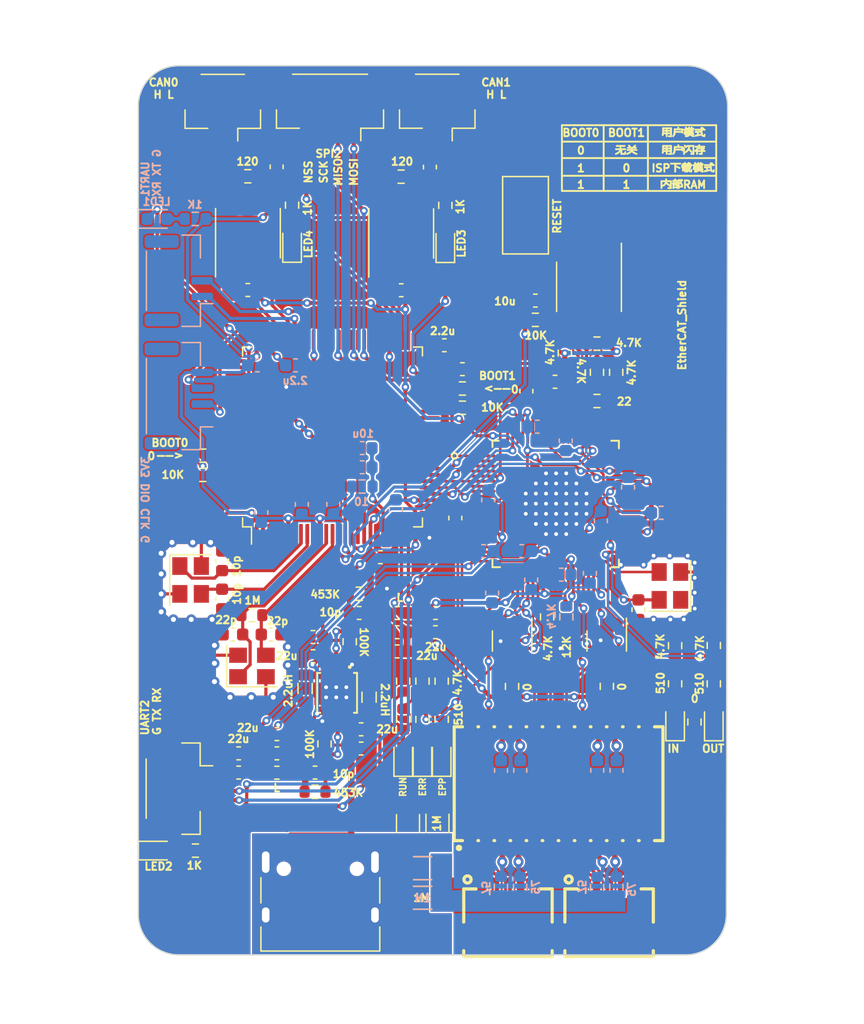
<source format=kicad_pcb>
(kicad_pcb (version 20211014) (generator pcbnew)
  (layers (0 "F.Cu" signal) (31 "B.Cu" signal) (34 "B.Paste" user) (35 "F.Paste" user) (36 "B.SilkS" user "B.Silkscreen") (37 "F.SilkS" user "F.Silkscreen") (38 "B.Mask" user) (39 "F.Mask" user) (44 "Edge.Cuts" user))
  (net 0 "")
  (net 1 "GND")
  (net 5 "+5V")
  (net 6 "3V3")
  (net 7 "Net-(C9-Pad2)")
  (net 8 "Net-(C10-Pad1)")
  (net 9 "1V2")
  (net 10 "Earth")
  (net 11 "A3V3")
  (net 12 "Net-(C20-Pad2)")
  (net 13 "A1V2")
  (net 14 "Net-(C21-Pad1)")
  (net 17 "Net-(C22-Pad2)")
  (net 18 "Net-(C23-Pad2)")
  (net 19 "Net-(C24-Pad2)")
  (net 20 "Net-(C25-Pad2)")
  (net 21 "/MCU/OSC_OUT")
  (net 22 "/MCU/OSC_IN")
  (net 23 "/CONN/P0_MTXOP")
  (net 24 "/CONN/P0_MTXON")
  (net 25 "/CONN/P0_MRXIP")
  (net 26 "/CONN/P0_MRXIN")
  (net 29 "/CONN/P1_MTXOP")
  (net 30 "/CONN/P1_MTXON")
  (net 31 "/CONN/P1_MRXIP")
  (net 32 "/CONN/P1_MRXIN")
  (net 35 "Net-(D1-Pad1)")
  (net 36 "Net-(D1-Pad2)")
  (net 37 "Net-(D2-Pad2)")
  (net 38 "/MCU/LED1")
  (net 39 "Net-(D3-Pad2)")
  (net 40 "/MCU/LED2")
  (net 41 "Net-(D4-Pad2)")
  (net 42 "/MCU/LED3")
  (net 43 "Net-(D5-Pad2)")
  (net 44 "/MCU/LED4")
  (net 45 "Net-(D6-Pad2)")
  (net 46 "Net-(D7-Pad2)")
  (net 47 "Net-(D8-Pad2)")
  (net 48 "Net-(D9-Pad2)")
  (net 49 "/MCU/SWCLK")
  (net 50 "/MCU/SWDIO")
  (net 51 "/CONN/CAN0_L")
  (net 52 "/CONN/CAN0_H")
  (net 53 "/CONN/CAN1_L")
  (net 54 "/CONN/CAN1_H")
  (net 55 "Net-(L2-Pad1)")
  (net 56 "Net-(L3-Pad1)")
  (net 57 "Net-(L4-Pad3)")
  (net 58 "Net-(L4-Pad4)")
  (net 59 "Net-(L4-Pad9)")
  (net 60 "Net-(L4-Pad10)")
  (net 61 "/CONN/P0_TXOP")
  (net 62 "/CONN/P0_TXON")
  (net 63 "/CONN/P0_RXIP")
  (net 64 "/CONN/P0_RXIN")
  (net 65 "/CONN/P1_TXOP")
  (net 66 "/CONN/P1_TXON")
  (net 67 "/CONN/P1_RXIP")
  (net 68 "/CONN/P1_RXIN")
  (net 70 "Net-(R9-Pad2)")
  (net 71 "Net-(R10-Pad2)")
  (net 72 "/CONN/P0_ACT")
  (net 73 "/CONN/P1_ACT")
  (net 74 "Net-(R28-Pad2)")
  (net 75 "/ESC/I2C_SCL")
  (net 76 "Net-(R29-Pad2)")
  (net 77 "Net-(R30-Pad1)")
  (net 78 "Net-(R31-Pad1)")
  (net 79 "Net-(R32-Pad1)")
  (net 80 "/ESC/LED_RUN")
  (net 81 "/ESC/LED_ERR")
  (net 82 "/ESC/EEP_DONE")
  (net 83 "/ESC/I2C_SDA")
  (net 84 "Net-(R43-Pad1)")
  (net 88 "/ESC/SCS")
  (net 89 "/ESC/SCLK")
  (net 90 "/ESC/MISO")
  (net 91 "/ESC/MOSI")
  (net 92 "/ESC/SYNC")
  (net 93 "/ESC/INT")
  (net 94 "/ESC/RSTN")
  (net 95 "/MCU/CAN1_RX")
  (net 96 "/MCU/CAN1_TX")
  (net 103 "/MCU/CAN0_RX")
  (net 104 "/MCU/CAN0_TX")
  (net 118 "/ESC/XSCI")
  (net 146 "Net-(C50-Pad2)")
  (net 147 "Net-(C51-Pad2)")
  (net 148 "/MCU/VREF")
  (net 149 "/MCU/RSET")
  (net 150 "/MCU/USART1_RX")
  (net 151 "/MCU/USART1_TX")
  (net 152 "/MCU/USART2_RX")
  (net 153 "/MCU/USART2_TX")
  (net 154 "/MCU/SPI2_MOSI")
  (net 155 "/MCU/SPI2_MISO")
  (net 156 "/MCU/SPI2_SCK")
  (net 157 "/MCU/SPI2_NSS")
  (net 158 "Net-(R44-Pad2)")
  (net 159 "Net-(R47-Pad1)")
  (net 163 "/MCU/OSC32_IN")
  (net 164 "/MCU/OSC32_OUT")
  (footprint "Resistor_SMD:R_0603_1608Metric" (layer "F.Cu") (at 115 78.29 180)
    (fp_text reference "R49" hide)
    (fp_text value "10K")
  )
  (footprint "Resistor_SMD:R_0603_1608Metric" (layer "F.Cu") (at 95.76 69.22 90)
    (fp_text reference "R25" hide)
    (fp_text value "1K")
  )
  (footprint "Package_SO:SOP-8_3.9x4.9mm_P1.27mm" (layer "F.Cu") (at 119.24 75.68 -90)
    (fp_text reference "U9" hide)
    (fp_text value "BL24C16F-PARC")
  )
  (footprint "Resistor_SMD:R_0603_1608Metric" (layer "F.Cu") (at 97.575 115.61)
    (fp_text reference "R6" hide)
    (fp_text value "453k")
  )
  (footprint "Resistor_SMD:R_1206_3216Metric" (layer "F.Cu") (at 107.256665 118.113349 -90)
    (fp_text reference "R8" hide)
    (fp_text value "1M")
  )
  (footprint "Capacitor_SMD:C_0603_1608Metric" (layer "F.Cu") (at 94.54 66.19 90)
    (fp_text reference "C29" hide)
    (fp_text value "100n")
  )
  (footprint "Inductor_SMD:L_0805_2012Metric" (layer "F.Cu") (at 96.79 107.44 -90)
    (fp_text reference "L3" hide)
    (fp_text value "2.2uH")
  )
  (footprint "Inductor_SMD:L_0805_2012Metric" (layer "F.Cu") (at 101.85 108.13 90)
    (fp_text reference "L2" hide)
    (fp_text value "2.2uH")
  )
  (footprint "Capacitor_SMD:C_0603_1608Metric" (layer "F.Cu") (at 102.74 97.06)
    (fp_text reference "C38" hide)
    (fp_text value "100n")
  )
  (footprint "Capacitor_SMD:C_0603_1608Metric" (layer "F.Cu") (at 104.39 75.95 180)
    (fp_text reference "C30" hide)
    (fp_text value "100n")
  )
  (footprint "Resistor_SMD:R_1206_3216Metric" (layer "F.Cu") (at 106.084165 123.990849)
    (fp_text reference "R11" hide)
    (fp_text value "1M")
  )
  (footprint "Capacitor_SMD:C_1206_3216Metric" (layer "F.Cu") (at 104.926665 118.123349 90)
    (fp_text reference "C19" hide)
    (fp_text value "1000p")
  )
  (footprint "Resistor_SMD:R_0603_1608Metric" (layer "F.Cu") (at 129.11 107.07125 -90)
    (fp_text reference "R18" hide)
    (fp_text value "510")
  )
  (footprint "Capacitor_SMD:C_0603_1608Metric" (layer "F.Cu") (at 107.1 101.47)
    (fp_text reference "C17" hide)
    (fp_text value "100n")
  )
  (footprint "Crystal:Crystal_SMD_3225-4Pin_3.2x2.5mm" (layer "F.Cu") (at 87.735 98.86 -90)
    (fp_text reference "Y2" hide)
    (fp_text value "32.768KHz")
  )
  (footprint "Package_TO_SOT_SMD:SOT-23-6" (layer "F.Cu") (at 120.641665 103.683349 -90)
    (fp_text reference "U3" hide)
    (fp_text value "SRV05-4")
  )
  (footprint "Button_Switch_SMD:SW_SPST_FSMSM" (layer "F.Cu") (at 114.22 70.02 -90)
    (fp_text reference "SW1" hide)
    (fp_text value "SW_Push")
  )
  (footprint "Capacitor_SMD:C_0603_1608Metric" (layer "F.Cu") (at 97.415 104.89)
    (fp_text reference "C5" hide)
    (fp_text value "22u")
  )
  (footprint "Package_SO:SOIC-8_3.9x4.9mm_P1.27mm" (layer "F.Cu") (at 92.27 71.44 90)
    (fp_text reference "U6" hide)
    (fp_text value "TJA1051T-3")
  )
  (footprint "Capacitor_SMD:C_0603_1608Metric" (layer "F.Cu") (at 107.095 102.99)
    (fp_text reference "C15" hide)
    (fp_text value "22u")
  )
  (footprint "Capacitor_SMD:C_0603_1608Metric" (layer "F.Cu") (at 94.56 111.05)
    (fp_text reference "C12" hide)
    (fp_text value "22u")
  )
  (footprint "Resistor_SMD:R_0603_1608Metric" (layer "F.Cu") (at 121.39 82.44 -90)
    (fp_text reference "R28" hide)
    (fp_text value "4.7K")
  )
  (footprint "Resistor_SMD:R_0603_1608Metric" (layer "F.Cu") (at 120.651665 107.273349 90)
    (fp_text reference "R9" hide)
    (fp_text value "0")
  )
  (footprint "Resistor_SMD:R_0603_1608Metric" (layer "F.Cu") (at 104.55 109.88 90)
    (fp_text reference "R36" hide)
    (fp_text value "510")
  )
  (footprint "Inductor_SMD:L_0603_1608Metric" (layer "F.Cu") (at 94.555 114.1 180)
    (fp_text reference "FB2" hide)
    (fp_text value "PBY160808T-110Y-N")
  )
  (footprint "LED_SMD:LED_0603_1608Metric" (layer "F.Cu") (at 104.55 112.9 90)
    (fp_text reference "D7" hide)
    (fp_text value "GREEN")
  )
  (footprint "Capacitor_SMD:C_0603_1608Metric" (layer "F.Cu") (at 97.415 103.37)
    (fp_text reference "C8" hide)
    (fp_text value "100n")
  )
  (footprint "Resistor_SMD:R_0603_1608Metric" (layer "F.Cu") (at 107.59 106.86 -90)
    (fp_text reference "R35" hide)
    (fp_text value "4.7K")
  )
  (footprint "Capacitor_SMD:C_0603_1608Metric" (layer "F.Cu") (at 107.8 80.3 180)
    (fp_text reference "C50" hide)
    (fp_text value "2.2u")
  )
  (footprint "Connector_JST:JST_GH_SM02B-GHS-TB_1x02-1MP_P1.25mm_Horizontal" (layer "F.Cu") (at 107.24 61.43 180)
    (fp_text reference "J5" hide)
    (fp_text value "Conn_01x02")
  )
  (footprint "Resistor_SMD:R_0603_1608Metric" (layer "F.Cu") (at 117.45 101.78 -90)
    (fp_text reference "R31" hide)
    (fp_text value "12K")
  )
  (footprint "Capacitor_SMD:C_0603_1608Metric" (layer "F.Cu") (at 90.225 100.365 -90)
    (fp_text reference "C55" hide)
    (fp_text value "10p")
  )
  (footprint "Resistor_SMD:R_0603_1608Metric" (layer "F.Cu") (at 127.58 110.09125 90)
    (fp_text reference "R19" hide)
    (fp_text value "0")
  )
  (footprint "Capacitor_SMD:C_0603_1608Metric" (layer "F.Cu") (at 101.22 110.67 180)
    (fp_text reference "C7" hide)
    (fp_text value "22u")
  )
  (footprint "Capacitor_SMD:C_0603_1608Metric" (layer "F.Cu") (at 116.555 83.19 180)
    (fp_text reference "C34" hide)
    (fp_text value "100nF")
  )
  (footprint "Connector_JST:JST_GH_SM04B-GHS-TB_1x04-1MP_P1.25mm_Horizontal" (layer "F.Cu") (at 98.76 61.43 180)
    (fp_text reference "J7" hide)
    (fp_text value "Conn_01x04")
  )
  (footprint "Resistor_SMD:R_0603_1608Metric" (layer "F.Cu") (at 104.38 66.97)
    (fp_text reference "R27" hide)
    (fp_text value "120")
  )
  (footprint "Resistor_SMD:R_0603_1608Metric" (layer "F.Cu") (at 104.55 106.86 -90)
    (fp_text reference "R33" hide)
    (fp_text value "4.7K")
  )
  (footprint "Capacitor_SMD:C_0603_1608Metric" (layer "F.Cu") (at 106.66 66.21 90)
    (fp_text reference "C31" hide)
    (fp_text value "100n")
  )
  (footprint "LED_SMD:LED_0603_1608Metric" (layer "F.Cu") (at 106.07 112.9 90)
    (fp_text reference "D8" hide)
    (fp_text value "RED")
  )
  (footprint "LED_SMD:LED_0603_1608Metric" (layer "F.Cu") (at 107.59 112.9 90)
    (fp_text reference "D9" hide)
    (fp_text value "GREEN")
  )
  (footprint "Resistor_SMD:R_0603_1608Metric" (layer "F.Cu") (at 106.07 109.88 90)
    (fp_text reference "R37" hide)
    (fp_text value "510")
  )
  (footprint "Resistor_SMD:R_0603_1608Metric" (layer "F.Cu") (at 115.93 101.78 -90)
    (fp_text reference "R32" hide)
    (fp_text value "4.7K")
  )
  (footprint "Capacitor_SMD:C_0603_1608Metric" (layer "F.Cu") (at 92.26 75.93 180)
    (fp_text reference "C32" hide)
    (fp_text value "100n")
  )
  (footprint "Crystal:Crystal_SMD_3225-4Pin_3.2x2.5mm" (layer "F.Cu") (at 92.59 105.66)
    (fp_text reference "Y1" hide)
    (fp_text value "8M")
  )
  (footprint "Resistor_SMD:R_0603_1608Metric" (layer "F.Cu") (at 119.87 84.71)
    (fp_text reference "R29" hide)
    (fp_text value "22")
  )
  (footprint "EXTRA IC:WDFN-10_L3.0-W3.0-P0.50-BL-EP" (layer "F.Cu") (at 99.32 107.78525 180)
    (fp_text reference "U2" hide)
    (fp_text value "RT8075")
  )
  (footprint "Resistor_SMD:R_0603_1608Metric" (layer "F.Cu") (at 126.05 104.05 90)
    (fp_text reference "R39" hide)
    (fp_text value "4.7K")
  )
  (footprint "EXTRA IC:SMD-24_L16.5-W9.0-P1.27-LS9.7-BL" (layer "F.Cu") (at 116.831665 114.968349)
    (fp_text reference "L4" hide)
    (fp_text value "G2425S")
  )
  (footprint "Connector_JST:JST_GH_SM03B-GHS-TB_1x03-1MP_P1.25mm_Horizontal" (layer "F.Cu") (at 86.78 115.36 -90)
    (fp_text reference "J6" hide)
    (fp_text value "Conn_01x03")
  )
  (footprint "Resistor_SMD:R_0603_1608Metric" (layer "F.Cu") (at 109.23 83.72)
    (fp_text reference "R47" hide)
    (fp_text value "0")
  )
  (footprint "Capacitor_SMD:C_0603_1608Metric" (layer "F.Cu") (at 124.95 93.55)
    (fp_text reference "C44" hide)
    (fp_text value "100n")
  )
  (footprint "LED_SMD:LED_0603_1608Metric" (layer "F.Cu") (at 126.05 110.08875 90)
    (fp_text reference "D1" hide)
    (fp_text value "LED")
  )
  (footprint "EXTRA IC:CONN-TH_5019530507" (layer "F.Cu") (at 120.834165 125.090849)
    (fp_text reference "CN1" hide)
    (fp_text value "5019530507")
  )
  (footprint "Package_TO_SOT_SMD:SOT-23-6" (layer "F.Cu") (at 113.161665 103.685849 -90)
    (fp_text reference "U4" hide)
    (fp_text value "SRV05-4")
  )
  (footprint "Capacitor_SMD:C_0603_1608Metric" (layer "F.Cu") (at 115 76.77 180)
    (fp_text reference "C54" hide)
    (fp_text value "10u")
  )
  (footprint "Capacitor_SMD:C_0603_1608Metric" (layer "F.Cu") (at 104.075 102.99 180)
    (fp_text reference "C13" hide)
    (fp_text value "100n")
  )
  (footprint "Crystal:Crystal_SMD_3225-4Pin_3.2x2.5mm" (layer "F.Cu") (at 125.64 99.33 90)
    (fp_text reference "X1" hide)
    (fp_text value "25M")
  )
  (footprint "Resistor_SMD:R_0603_1608Metric" (layer "F.Cu") (at 92.26 66.94)
    (fp_text reference "R26" hide)
    (fp_text value "120")
  )
  (footprint "Capacitor_SMD:C_0603_1608Metric" (layer "F.Cu") (at 123.15 101.21 -90)
    (fp_text reference "C46" hide)
    (fp_text value "100n")
  )
  (footprint "Resistor_SMD:R_0603_1608Metric" (layer "F.Cu") (at 126.05 107.06875 -90)
    (fp_text reference "R17" hide)
    (fp_text value "510")
  )
  (footprint "Capacitor_SMD:C_0603_1608Metric" (layer "F.Cu") (at 101.065 101.47 180)
    (fp_text reference "C9" hide)
    (fp_text value "10p")
  )
  (footprint "Capacitor_SMD:C_0603_1608Metric" (layer "F.Cu") (at 91.535 114.09 180)
    (fp_text reference "C18" hide)
    (fp_text value "100n")
  )
  (footprint "Package_SO:SOIC-8_3.9x4.9mm_P1.27mm" (layer "F.Cu") (at 104.39 71.46 90)
    (fp_text reference "U7" hide)
    (fp_text value "TJA1051T-3")
  )
  (footprint "Capacitor_SMD:C_0603_1608Metric" (layer "F.Cu") (at 97.575 114.09 180)
    (fp_text reference "C10" hide)
    (fp_text value "10p")
  )
  (footprint "Capacitor_SMD:C_0603_1608Metric" (layer "F.Cu") (at 90.225 97.345 90)
    (fp_text reference "C56" hide)
    (fp_text value "10p")
  )
  (footprint "LED_SMD:LED_0603_1608Metric" (layer "F.Cu") (at 85.0875 120.26)
    (fp_text reference "D4" hide)
    (fp_text value "BLUE")
  )
  (footprint "Resistor_SMD:R_0603_1608Metric" (layer "F.Cu") (at 113.156665 107.275849 90)
    (fp_text reference "R10" hide)
    (fp_text value "0")
  )
  (footprint "Resistor_SMD:R_0603_1608Metric" (layer "F.Cu") (at 88.7 89.03 180)
    (fp_text reference "R46" hide)
    (fp_text value "0")
  )
  (footprint "EXTRA IC:CONN-TH_5019530507" (layer "F.Cu") (at 112.834165 125.090849)
    (fp_text reference "CN2" hide)
    (fp_text value "5019530507")
  )
  (footprint "Capacitor_SMD:C_0603_1608Metric" (layer "F.Cu") (at 94.56 112.57)
    (fp_text reference "C14" hide)
    (fp_text value "100n")
  )
  (footprint "Capacitor_SMD:C_0603_1608Metric" (layer "F.Cu") (at 109.23 82.19)
    (fp_text reference "C63" hide)
    (fp_text value "100n")
  )
  (footprint "Capacitor_SMD:C_0603_1608Metric" (layer "F.Cu") (at 91.535 112.57 180)
    (fp_text reference "C16" hide)
    (fp_text value "22u")
  )
  (footprint "Resistor_SMD:R_0603_1608Metric" (layer "F.Cu") (at 100.315 103.74 -90)
    (fp_text reference "R5" hide)
    (fp_text value "100K")
  )
  (footprint "Capacitor_SMD:C_0603_1608Metric" (layer "F.Cu") (at 108.67 93.96 -90)
    (fp_text reference "C35" hide)
    (fp_text value "100n")
  )
  (footprint "Resistor_SMD:R_0603_1608Metric" (layer "F.Cu") (at 117.33 80.92 -90)
    (fp_text reference "R42" hide)
    (fp_text value "4.7K")
  )
  (footprint "Resistor_SMD:R_0603_1608Metric" (layer "F.Cu") (at 119.87 82.44 -90)
    (fp_text reference "R43" hide)
    (fp_text value "4.7K")
  )
  (footprint "Resistor_SMD:R_0603_1608Metric" (layer "F.Cu") (at 109.23 85.24 180)
    (fp_text reference "R48" hide)
    (fp_text value "10K")
  )
  (footprint "Capacitor_SMD:C_0603_1608Metric" (layer "F.Cu") (at 114.29 83.93 90)
    (fp_text reference "C33" hide)
    (fp_text value "100nF")
  )
  (footprint "LED_SMD:LED_0603_1608Metric" (layer "F.Cu") (at 95.76 72.25 90)
    (fp_text reference "D6" hide)
    (fp_text value "GREEN")
  )
  (footprint "Resistor_SMD:R_0603_1608Metric" (layer "F.Cu") (at 106.07 106.86 -90)
    (fp_text reference "R34" hide)
    (fp_text value "4.7K")
  )
  (footprint "Connector_JST:JST_GH_SM02B-GHS-TB_1x02-1MP_P1.25mm_Horizontal" (layer "F.Cu") (at 90.28 61.44 180)
    (fp_text reference "J4" hide)
    (fp_text value "Conn_01x02")
  )
  (footprint "Resistor_SMD:R_0603_1608Metric" (layer "F.Cu") (at 88.1175 120.26)
    (fp_text reference "R23" hide)
    (fp_text value "1K")
  )
  (footprint "Inductor_SMD:L_0603_1608Metric" (layer "F.Cu") (at 104.08 101.47)
    (fp_text reference "FB1" hide)
    (fp_text value "PBY160808T-110Y-N")
  )
  (footprint "Resistor_SMD:R_0603_1608Metric" (layer "F.Cu") (at 107.88 69.24 90)
    (fp_text reference "R24" hide)
    (fp_text value "1K")
  )
  (footprint "Connector_USB:USB_C_Receptacle_HRO_TYPE-C-31-M-12" (layer "F.Cu") (at 97.995 124.3)
    (fp_text reference "J8" hide)
    (fp_text value "USB_C_Receptacle_USB2.0")
  )
  (footprint "Resistor_SMD:R_0603_1608Metric" (layer "F.Cu") (at 98.325 111.82 90)
    (fp_text reference "R7" hide)
    (fp_text value "100K")
  )
  (footprint "Resistor_SMD:R_0603_1608Metric" (layer "F.Cu") (at 101.065 99.95 180)
    (fp_text reference "R4" hide)
    (fp_text value "453k")
  )
  (footprint "Resistor_SMD:R_0603_1608Metric" (layer "F.Cu") (at 119.87 80.17 180)
    (fp_text reference "R41" hide)
    (fp_text value "4.7K")
  )
  (footprint "Package_QFP:LQFP-100_14x14mm_P0.5mm" (layer "F.Cu") (at 98.96 87.55 90)
    (fp_text reference "U5" hide)
    (fp_text value "STM32F407VETx")
  )
  (footprint "Capacitor_SMD:C_0603_1608Metric" (layer "F.Cu") (at 91.08 103.17 180)
    (fp_text reference "C28" hide)
    (fp_text value "22p")
  )
  (footprint "Capacitor_SMD:C_0603_1608Metric" (layer "F.Cu") (at 94.1 103.17)
    (fp_text reference "C27" hide)
    (fp_text value "22p")
  )
  (footprint "Capacitor_SMD:C_0603_1608Metric" (layer "F.Cu") (at 104.075 104.51 180)
    (fp_text reference "C11" hide)
    (fp_text value "22u")
  )
  (footprint "EXTRA IC:AX58100-QFP80" (layer "F.Cu") (at 116.605 92.85)
    (fp_text reference "U8" hide)
    (fp_text value "AX58100-LQPF80")
  )
  (footprint "Resistor_SMD:R_0603_1608Metric" (layer "F.Cu") (at 88.7 90.55)
    (fp_text reference "R44" hide)
    (fp_text value "10K")
  )
  (footprint "Resistor_SMD:R_0603_1608Metric" (layer "F.Cu") (at 107.59 109.88 90)
    (fp_text reference "R38" hide)
    (fp_text value "510")
  )
  (footprint "Resistor_SMD:R_0603_1608Metric" (layer "F.Cu") (at 92.58 101.64)
    (fp_text reference "R50" hide)
    (fp_text value "1M")
  )
  (footprint "LED_SMD:LED_0603_1608Metric" (layer "F.Cu") (at 129.11 110.09125 90)
    (fp_text reference "D2" hide)
    (fp_text value "LED")
  )
  (footprint "Resistor_SMD:R_0603_1608Metric" (layer "F.Cu") (at 129.11 104.04 90)
    (fp_text reference "R40" hide)
    (fp_text value "4.7K")
  )
  (footprint "LED_SMD:LED_0603_1608Metric" (layer "F.Cu") (at 107.88 72.27 90)
    (fp_text reference "D5" hide)
    (fp_text value "GREEN")
  )
  (footprint "Capacitor_SMD:C_1206_3216Metric" (layer "F.Cu") (at 106.084165 121.650849)
    (fp_text reference "C20" hide)
    (fp_text value "1000p")
  )
  (footprint "Capacitor_SMD:C_0603_1608Metric" (layer "F.Cu") (at 101.22 112.19 180)
    (fp_text reference "C6" hide)
    (fp_text value "100n")
  )
  (footprint "Capacitor_SMD:C_0603_1608Metric" (layer "B.Cu") (at 111.58 99.89 90)
    (fp_text reference "C42" hide)
    (fp_text value "100n")
  )
  (footprint "Capacitor_SMD:C_1206_3216Metric" (layer "B.Cu") (at 106.084165 121.650849 180)
    (fp_text reference "C21" hide)
    (fp_text value "1000p")
  )
  (footprint "Capacitor_SMD:C_0603_1608Metric" (layer "B.Cu") (at 111.27 92.53 -90)
    (fp_text reference "C43" hide)
    (fp_text value "100n")
  )
  (footprint "Capacitor_SMD:C_0603_1608Metric" (layer "B.Cu") (at 124.95 93.55)
    (fp_text reference "C64" hide)
    (fp_text value "100n")
  )
  (footprint "Capacitor_SMD:C_0603_1608Metric" (layer "B.Cu") (at 120.18 94.19 -90)
    (fp_text reference "C49" hide)
    (fp_text value "100n")
  )
  (footprint "Capacitor_SMD:C_0603_1608Metric" (layer "B.Cu") (at 114.67 98.85 90)
    (fp_text reference "C39" hide)
    (fp_text value "100n")
  )
  (footprint "Capacitor_SMD:C_0603_1608Metric" (layer "B.Cu") (at 115.15 86.74)
    (fp_text reference "C36" hide)
    (fp_text value "100n")
  )
  (footprint "Resistor_SMD:R_1206_3216Metric" (layer "B.Cu") (at 106.084165 123.990849 180)
    (fp_text reference "R16" hide)
    (fp_text value "1M")
  )
  (footprint "Capacitor_SMD:C_0603_1608Metric" (layer "B.Cu") (at 121.414165 113.920849 90)
    (fp_text reference "C22" hide)
    (fp_text value "100n")
  )
  (footprint "Resistor_SMD:R_0603_1608Metric" (layer "B.Cu") (at 119.884165 123.160849 -90)
    (fp_text reference "R13" hide)
    (fp_text value "75")
  )
  (footprint "Resistor_SMD:R_0603_1608Metric" (layer "B.Cu") (at 101.3 91.47 180)
    (fp_text reference "R45" hide)
    (fp_text value "10")
  )
  (footprint "Capacitor_SMD:C_0603_1608Metric" (layer "B.Cu") (at 122.33 91.53 -90)
    (fp_text reference "C45" hide)
    (fp_text value "100n")
  )
  (footprint "Capacitor_SMD:C_0603_1608Metric" (layer "B.Cu") (at 101.3 89.95 180)
    (fp_text reference "C53" hide)
    (fp_text value "100n")
  )
  (footprint "Connector_JST:JST_GH_SM03B-GHS-TB_1x03-1MP_P1.25mm_Horizontal" (layer "B.Cu") (at 86.8 75.2 90)
    (fp_text reference "J2" hide)
    (fp_text value "Conn_01x03")
  )
  (footprint "Capacitor_SMD:C_0603_1608Metric" (layer "B.Cu") (at 101.3 88.43 180)
    (fp_text reference "C52" hide)
    (fp_text value "10u")
  )
  (footprint "Capacitor_SMD:C_0603_1608Metric" (layer "B.Cu") (at 99.02 92.875 90)
    (fp_text reference "C57" hide)
    (fp_text value "100n")
  )
  (footprint "Capacitor_SMD:C_0603_1608Metric" (layer "B.Cu") (at 93.33 93.525 90)
    (fp_text reference "C60" hide)
    (fp_text value "100n")
  )
  (footprint "Resistor_SMD:R_0603_1608Metric" (layer "B.Cu") (at 113.794165 123.160849 -90)
    (fp_text reference "R14" hide)
    (fp_text value "75")
  )
  (footprint "Resistor_SMD:R_0603_1608Metric" (layer "B.Cu") (at 88.1 70.31)
    (fp_text reference "R22" hide)
    (fp_text value "1K")
  )
  (footprint "Capacitor_SMD:C_0603_1608Metric" (layer "B.Cu") (at 110.905 96.58 180)
    (fp_text reference "C47" hide)
    (fp_text value "100n")
  )
  (footprint "Capacitor_SMD:C_0603_1608Metric" (layer "B.Cu") (at 112.284165 113.925849 90)
    (fp_text reference "C25" hide)
    (fp_text value "100n")
  )
  (footprint "Capacitor_SMD:C_0603_1608Metric" (layer "B.Cu") (at 119.894165 113.920849 90)
    (fp_text reference "C23" hide)
    (fp_text value "100n")
  )
  (footprint "Resistor_SMD:R_0603_1608Metric" (layer "B.Cu") (at 117.45 101.78 -90)
    (fp_text reference "R30" hide)
    (fp_text value "4.7K")
  )
  (footprint "Capacitor_SMD:C_0603_1608Metric" (layer "B.Cu") (at 93.02 81.89)
    (fp_text reference "C58" hide)
    (fp_text value "100n")
  )
  (footprint "Capacitor_SMD:C_0603_1608Metric" (layer "B.Cu") (at 103.97 93.3 -90)
    (fp_text reference "C65" hide)
    (fp_text value "100n")
  )
  (footprint "Connector_JST:JST_GH_SM04B-GHS-TB_1x04-1MP_P1.25mm_Horizontal" (layer "B.Cu") (at 86.8 84.32 90)
    (fp_text reference "J3" hide)
    (fp_text value "Conn_01x04")
  )
  (footprint "Resistor_SMD:R_0603_1608Metric" (layer "B.Cu") (at 112.274165 123.160849 -90)
    (fp_text reference "R15" hide)
    (fp_text value "75")
  )
  (footprint "Capacitor_SMD:C_0603_1608Metric" (layer "B.Cu") (at 117.4 87.855 90)
    (fp_text reference "C37" hide)
    (fp_text value "100n")
  )
  (footprint "Capacitor_SMD:C_0603_1608Metric" (layer "B.Cu") (at 117.04 98.44 180)
    (fp_text reference "C41" hide)
    (fp_text value "100n")
  )
  (footprint "Capacitor_SMD:C_0603_1608Metric" (layer "B.Cu") (at 96.53 92.88 90)
    (fp_text reference "C62" hide)
    (fp_text value "100n")
  )
  (footprint "Capacitor_SMD:C_0603_1608Metric" (layer "B.Cu") (at 113.804165 113.920849 90)
    (fp_text reference "C24" hide)
    (fp_text value "100n")
  )
  (footprint "Capacitor_SMD:C_0603_1608Metric" (layer "B.Cu") (at 119.31 98.33 90)
    (fp_text reference "C40" hide)
    (fp_text value "100n")
  )
  (footprint "Capacitor_SMD:C_0603_1608Metric" (layer "B.Cu") (at 113.92 96.58 180)
    (fp_text reference "C48" hide)
    (fp_text value "100n")
  )
  (footprint "LED_SMD:LED_0603_1608Metric" (layer "B.Cu") (at 85.08 70.31)
    (fp_text reference "D3" hide)
    (fp_text value "BLUE")
  )
  (footprint "Capacitor_SMD:C_0603_1608Metric" (layer "B.Cu") (at 96.035 81.89 180)
    (fp_text reference "C51" hide)
    (fp_text value "2.2u")
  )
  (footprint "Resistor_SMD:R_0603_1608Metric" (layer "B.Cu") (at 121.404165 123.160849 -90)
    (fp_text reference "R12" hide)
    (fp_text value "75")
  )
  (gr_line (start 129.3 68.1) (end 129.3 62.9) (layer "F.SilkS") (width 0.15))
  (gr_line (start 117.1 65.5) (end 129.3 65.5) (layer "F.SilkS") (width 0.15))
  (gr_line (start 117.1 62.9) (end 117.1 68.1) (layer "F.SilkS") (width 0.15))
  (gr_line (start 117.1 66.9) (end 129.3 66.9) (layer "F.SilkS") (width 0.15))
  (gr_line (start 117.1 68.1) (end 129.3 68.1) (layer "F.SilkS") (width 0.15))
  (gr_line (start 117.1 64.2) (end 129.3 64.2) (layer "F.SilkS") (width 0.15))
  (gr_line (start 123.9 62.9) (end 123.9 68.1) (layer "F.SilkS") (width 0.15))
  (gr_line (start 129.3 62.9) (end 117.1 62.9) (layer "F.SilkS") (width 0.15))
  (gr_line (start 120.4 62.9) (end 120.4 68.1) (layer "F.SilkS") (width 0.15))
  (gr_arc (start 127 58.2) (mid 129.262742 59.137258) (end 130.2 61.4) (layer "Edge.Cuts") (width 0.1))
  (gr_arc (start 83.6 61.4) (mid 84.537258 59.137258) (end 86.8 58.2) (layer "Edge.Cuts") (width 0.1))
  (gr_line (start 86.8 128.5) (end 126.9 128.5) (layer "Edge.Cuts") (width 0.1))
  (gr_line (start 130.1 125.3) (end 130.2 61.4) (layer "Edge.Cuts") (width 0.1))
  (gr_line (start 83.6 61.4) (end 83.6 125.3) (layer "Edge.Cuts") (width 0.1))
  (gr_arc (start 86.8 128.5) (mid 84.537258 127.562742) (end 83.6 125.3) (layer "Edge.Cuts") (width 0.1))
  (gr_arc (start 130.1 125.3) (mid 129.162742 127.562742) (end 126.9 128.5) (layer "Edge.Cuts") (width 0.1))
  (gr_line (start 127 58.2) (end 86.8 58.2) (layer "Edge.Cuts") (width 0.1))
  (gr_text "1K" (at 88.07 69.18) (layer "B.SilkS") (effects (font (size 0.6 0.6)) (justify mirror)))
  (gr_text "3V3 DIO CLK G" (at 84.17 92.52 90) (layer "B.SilkS") (effects (font (size 0.6 0.6)) (justify mirror)))
  (gr_text "75" (at 115.04 123.14 90) (layer "B.SilkS") (effects (font (size 0.6 0.6)) (justify mirror)))
  (gr_text "G TX RX" (at 85.06 66.66 90) (layer "B.SilkS") (effects (font (size 0.6 0.6)) (justify mirror)))
  (gr_text "4.7K" (at 116.22 101.75 -90) (layer "B.SilkS") (effects (font (size 0.6 0.6)) (justify mirror)))
  (gr_text "10u" (at 101.37 87.29) (layer "B.SilkS") (effects (font (size 0.6 0.6)) (justify mirror)))
  (gr_text "1M\n" (at 106.08 124.03) (layer "B.SilkS") (effects (font (size 0.6 0.6)) (justify mirror)))
  (gr_text "10" (at 101.25 92.68) (layer "B.SilkS") (effects (font (size 0.6 0.6)) (justify mirror)))
  (gr_text "75" (at 122.62 123.32 90) (layer "B.SilkS") (effects (font (size 0.6 0.6)) (justify mirror)))
  (gr_text "75" (at 118.65 123.14 270) (layer "B.SilkS") (effects (font (size 0.6 0.6)) (justify mirror)))
  (gr_text "2.2u\n" (at 96 83.1) (layer "B.SilkS") (effects (font (size 0.6 0.6)) (justify mirror)))
  (gr_text "LED1\n" (at 85.05 68.95) (layer "B.SilkS") (effects (font (size 0.6 0.6)) (justify mirror)))
  (gr_text "UART1" (at 84.15 67.17 90) (layer "B.SilkS") (effects (font (size 0.6 0.6)) (justify mirror)))
  (gr_text "75" (at 111.06 123.24 270) (layer "B.SilkS") (effects (font (size 0.6 0.6)) (justify mirror)))
  (gr_text "4.7K" (at 124.88 104.13 90) (layer "F.SilkS") (effects (font (size 0.6 0.6))))
  (gr_text "LED3\n" (at 109.15 72.26 90) (layer "F.SilkS") (effects (font (size 0.6 0.6))))
  (gr_text "LED2\n" (at 85.2 121.51) (layer "F.SilkS") (effects (font (size 0.6 0.6))))
  (gr_text "LED4\n" (at 97.05 72.31 90) (layer "F.SilkS") (effects (font (size 0.6 0.6))))
  (gr_text "0" (at 113.37 83.8) (layer "F.SilkS") (effects (font (size 0.6 0.6))))
  (gr_text "10p\n" (at 91.36 97.78 90) (layer "F.SilkS") (effects (font (size 0.6 0.6))))
  (gr_text "4.7K" (at 116.01 104.27 90) (layer "F.SilkS") (effects (font (size 0.6 0.6))))
  (gr_text "22u" (at 103.28 110.66) (layer "F.SilkS") (effects (font (size 0.6 0.6))))
  (gr_text "IN    OUT\n" (at 127.69 112.19625) (layer "F.SilkS") (effects (font (size 0.6 0.6))))
  (gr_text "CAN0\nH L" (at 85.6 60) (layer "F.SilkS") (effects (font (size 0.6 0.6))))
  (gr_text "22p\n" (at 90.55 102.02) (layer "F.SilkS") (effects (font (size 0.6 0.6))))
  (gr_text "0" (at 127.6 108.25) (layer "F.SilkS") (effects (font (size 0.6 0.6))))
  (gr_text "2.2uH" (at 103.11 108.34 270) (layer "F.SilkS") (effects (font (size 0.6 0.6))))
  (gr_text "MOSI" (at 100.64 66.6 90) (layer "F.SilkS") (effects (font (size 0.6 0.6))))
  (gr_text "4.7K" (at 108.85 106.97 90) (layer "F.SilkS") (effects (font (size 0.6 0.6))))
  (gr_text "1" (at 118.6 66.3) (layer "F.SilkS") (effects (font (size 0.6 0.6))))
  (gr_text "0" (at 114.37 107.32 90) (layer "F.SilkS") (effects (font (size 0.6 0.6))))
  (gr_text "10K" (at 86.33 90.54) (layer "F.SilkS") (effects (font (size 0.6 0.6))))
  (gr_text "1M\n" (at 105.99 123.99) (layer "F.SilkS") (effects (font (size 0.6 0.6))))
  (gr_text "4.7K" (at 128.01 104.25 90) (layer "F.SilkS") (effects (font (size 0.6 0.6))))
  (gr_text "1M\n" (at 107.21 118.1 90) (layer "F.SilkS") (effects (font (size 0.6 0.6))))
  (gr_text "内部RAM\n" (at 126.7 67.6) (layer "F.SilkS") (effects (font (size 0.6 0.6))))
  (gr_text "0" (at 84.63 89.06) (layer "F.SilkS") (effects (font (size 0.6 0.6))))
  (gr_text "10p\n" (at 91.39 99.96 90) (layer "F.SilkS") (effects (font (size 0.6 0.6))))
  (gr_text "1K" (at 109.06 69.34 90) (layer "F.SilkS") (effects (font (size 0.6 0.6))))
  (gr_text "10K" (at 111.6 85.22) (layer "F.SilkS") (effects (font (size 0.6 0.6))))
  (gr_text "BOOT0\n——>" (at 86.1 88.5) (layer "F.SilkS") (effects (font (size 0.6 0.6))))
  (gr_text "G TX RX" (at 85.07 109.25 90) (layer "F.SilkS") (effects (font (size 0.6 0.6))))
  (gr_text "用户闪存" (at 126.7 64.9) (layer "F.SilkS") (effects (font (size 0.6 0.6))))
  (gr_text "1K" (at 88.03 121.44) (layer "F.SilkS") (effects (font (size 0.6 0.6))))
  (gr_text "无关" (at 122.2 64.9) (layer "F.SilkS") (effects (font (size 0.6 0.6))))
  (gr_text "4.7K" (at 116.17 80.86 90) (layer "F.SilkS") (effects (font (size 0.6 0.6))))
  (gr_text "22u" (at 91.52 111.42) (layer "F.SilkS") (effects (font (size 0.6 0.6))))
  (gr_text "RUN" (at 104.53 116.077619 90) (layer "F.SilkS") (effects (font (size 0.5 0.5) (thickness 0.125)) (justify left)))
  (gr_text "510" (at 108.92 109.49 90) (layer "F.SilkS") (effects (font (size 0.6 0.6))))
  (gr_text "453K" (at 100.21 115.68) (layer "F.SilkS") (effects (font (size 0.6 0.6))))
  (gr_text "100K" (at 97.17 111.84 90) (layer "F.SilkS") (effects (font (size 0.6 0.6))))
  (gr_text "12K" (at 117.47 104.16 90) (layer "F.SilkS") (effects (font (size 0.6 0.6))))
  (gr_text "1M\n" (at 92.64 100.48) (layer "F.SilkS") (effects (font (size 0.6 0.6))))
  (gr_text "ERR\n" (at 106.08 116.03 90) (layer "F.SilkS") (effects (font (size 0.5 0.5) (thickness 0.125)) (justify left)))
  (gr_text "22u" (at 95.34 104.86) (layer "F.SilkS") (effects (font (size 0.6 0.6))))
  (gr_text "100K" (at 101.44 103.78 270) (layer "F.SilkS") (effects (font (size 0.6 0.6))))
  (gr_text "0" (at 122.2 66.3) (layer "F.SilkS") (effects (font (size 0.6 0.6))))
  (gr_text "2.2uH" (at 95.46 107.61 90) (layer "F.SilkS") (effects (font (size 0.6 0.6))))
  (gr_text "ISP下载模式" (at 126.7 66.3) (layer "F.SilkS") (effects (font (size 0.6 0.6))))
  (gr_text "RESET\n" (at 116.72 70.1 90) (layer "F.SilkS") (effects (font (size 0.6 0.6))))
  (gr_text "BOOT0" (at 118.6 63.5) (layer "F.SilkS") (effects (font (size 0.6 0.6))))
  (gr_text "4.7K" (at 122.61 82.46 90) (layer "F.SilkS") (effects (font (size 0.6 0.6))))
  (gr_text "MISO" (at 99.41 66.6 90) (layer "F.SilkS") (effects (font (size 0.6 0.6))))
  (gr_text "1" (at 118.6 67.6) (layer "F.SilkS") (effects (font (size 0.6 0.6))))
  (gr_text "NSS\n" (at 97.05 66.6 90) (layer "F.SilkS") (effects (font (size 0.6 0.6))))
  (gr_text "22u" (at 92.26 110.55) (layer "F.SilkS") (effects (font (size 0.6 0.6))))
  (gr_text "510" (at 124.9 107.01 90) (layer "F.SilkS") (effects (font (size 0.6 0.6))))
  (gr_text "22" (at 122.03 84.75) (layer "F.SilkS") (effects (font (size 0.6 0.6))))
  (gr_text "120" (at 92.24 65.77) (layer "F.SilkS") (effects (font (size 0.6 0.6))))
  (gr_text "22u" (at 107.12 104.15) (layer "F.SilkS") (effects (font (size 0.6 0.6))))
  (gr_text "22p\n" (at 94.6 102.11) (layer "F.SilkS") (effects (font (size 0.6 0.6))))
  (gr_text "120" (at 104.46 65.77) (layer "F.SilkS") (effects (font (size 0.6 0.6))))
  (gr_text "1K" (at 96.98 69.45 90) (layer "F.SilkS") (effects (font (size 0.6 0.6))))
  (gr_text "BOOT1\n" (at 122.2 63.5) (layer "F.SilkS") (effects (font (size 0.6 0.6))))
  (gr_text "1" (at 122.2 67.6) (layer "F.SilkS") (effects (font (size 0.6 0.6))))
  (gr_text "22u" (at 106.43 104.85) (layer "F.SilkS") (effects (font (size 0.6 0.6))))
  (gr_text "453K" (at 98.38 100) (layer "F.SilkS") (effects (font (size 0.6 0.6))))
  (gr_text "SPI2" (at 98.64 65.15) (layer "F.SilkS") (effects (font (size 0.6 0.6))))
  (gr_text "L" (at 104.27 100.26) (layer "F.SilkS") (effects (font (size 0.6 0.6))))
  (gr_text "10p" (at 99.83 114.2) (layer "F.SilkS") (effects (font (size 0.6 0.6))))
  (gr_text "EtherCAT_Shield" (at 126.6 78.7 90) (layer "F.SilkS") (effects (font (size 0.6 0.6))))
  (gr_text "L" (at 94.54 115.31) (layer "F.SilkS") (effects (font (size 0.6 0.6))))
  (gr_text "用户模式" (at 126.7 63.5) (layer "F.SilkS") (effects (font (size 0.6 0.6))))
  (gr_text "UART2" (at 84.12 109.74 90) (layer "F.SilkS") (effects (font (size 0.6 0.6))))
  (gr_text "4.7K" (at 122.39 80.11) (layer "F.SilkS") (effects (font (size 0.6 0.6))))
  (gr_text "SCK\n" (at 98.25 66.6 90) (layer "F.SilkS") (effects (font (size 0.6 0.6))))
  (gr_text "10K" (at 115.03 79.53) (layer "F.SilkS") (effects (font (size 0.6 0.6))))
  (gr_text "510" (at 127.98 107.05 90) (layer "F.SilkS") (effects (font (size 0.6 0.6))))
  (gr_text "2.2u\n" (at 107.67 79.17) (layer "F.SilkS") (effects (font (size 0.6 0.6))))
  (gr_text "10u" (at 112.6 76.82) (layer "F.SilkS") (effects (font (size 0.6 0.6))))
  (gr_text "4.7K" (at 118.61 82.34 270) (layer "F.SilkS") (effects (font (size 0.6 0.6))))
  (gr_text "CAN1\nH L" (at 111.9 60) (layer "F.SilkS") (effects (font (size 0.6 0.6))))
  (gr_text "BOOT1\n<——" (at 112 83.2) (layer "F.SilkS") (effects (font (size 0.6 0.6))))
  (gr_text "10p" (at 98.79 101.41) (layer "F.SilkS") (effects (font (size 0.6 0.6))))
  (gr_text "0" (at 118.6 64.9) (layer "F.SilkS") (effects (font (size 0.6 0.6))))
  (gr_text "0" (at 121.85 107.3 90) (layer "F.SilkS") (effects (font (size 0.6 0.6))))
  (gr_text "EPP" (at 107.65 116.03 90) (layer "F.SilkS") (effects (font (size 0.5 0.5) (thickness 0.125)) (justify left)))
  (segment (start 90.305 103.17) (end 90.28 103.17) (width 0.25) (layer "F.Cu") (net 1))
  (segment (start 124.345 101.985) (end 125.675 101.985) (width 0.25) (layer "F.Cu") (net 1))
  (segment (start 126.738022 101.985) (end 127.6 101.123022) (width 0.25) (layer "F.Cu") (net 1))
  (segment (start 89.435 101.98) (end 90.225 101.19) (width 0.25) (layer "F.Cu") (net 1))
  (segment (start 125.675 101.985) (end 126.738022 101.985) (width 0.25) (layer "F.Cu") (net 1))
  (segment (start 126.49 98.23) (end 127.6 98.23) (width 0.25) (layer "F.Cu") (net 1))
  (segment (start 95.43 105.59) (end 95.43 104.15) (width 0.25) (layer "F.Cu") (net 1))
  (segment (start 86.375 101.98) (end 87.785 101.98) (width 0.25) (layer "F.Cu") (net 1))
  (segment (start 89.62 106.9) (end 90.85 108.13) (width 0.25) (layer "F.Cu") (net 1))
  (segment (start 89.62 104.89) (end 89.62 105.45) (width 0.25) (layer "F.Cu") (net 1))
  (segment (start 89.315 95.89) (end 88.615 95.89) (width 0.25) (layer "F.Cu") (net 1))
  (segment (start 127.6 98.69) (end 127.6 98.23) (width 0.25) (layer "F.Cu") (net 1))
  (segment (start 125.62 96.94) (end 124.35 96.94) (width 0.25) (layer "F.Cu") (net 1))
  (segment (start 127.6 101.123022) (end 127.6 99.86) (width 0.25) (layer "F.Cu") (net 1))
  (segment (start 86.265 95.89) (end 85.405 96.75) (width 0.25) (layer "F.Cu") (net 1))
  (segment (start 92.53 108.13) (end 93.77 108.13) (width 0.25) (layer "F.Cu") (net 1))
  (segment (start 86.005 101.98) (end 86.375 101.98) (width 0.25) (layer "F.Cu") (net 1))
  (segment (start 89.62 103.83) (end 89.62 104.03) (width 0.25) (layer "F.Cu") (net 1))
  (segment (start 90.225 96.57) (end 89.545 95.89) (width 0.25) (layer "F.Cu") (net 1))
  (segment (start 127.6 98.23) (end 127.6 97.49) (width 0.25) (layer "F.Cu") (net 1))
  (segment (start 85.405 96.75) (end 85.405 98.38) (width 0.25) (layer "F.Cu") (net 1))
  (segment (start 91.49 104.81) (end 89.7 104.81) (width 0.25) (layer "F.Cu") (net 1))
  (segment (start 127.6 99.86) (end 127.6 98.69) (width 0.25) (layer "F.Cu") (net 1))
  (segment (start 123.556978 97.66) (end 121.76 97.66) (width 0.25) (layer "F.Cu") (net 1))
  (segment (start 90.28 103.17) (end 89.62 103.83) (width 0.25) (layer "F.Cu") (net 1))
  (segment (start 89.7 104.81) (end 89.62 104.89) (width 0.25) (layer "F.Cu") (net 1))
  (segment (start 85.405 101.38) (end 86.005 101.98) (width 0.25) (layer "F.Cu") (net 1))
  (segment (start 89.545 95.89) (end 89.315 95.89) (width 0.25) (layer "F.Cu") (net 1))
  (segment (start 90.225 101.19) (end 90.225 101.14) (width 0.25) (layer "F.Cu") (net 1))
  (segment (start 89.62 104.03) (end 89.62 104.89) (width 0.25) (layer "F.Cu") (net 1))
  (segment (start 90.85 108.13) (end 92.53 108.13) (width 0.25) (layer "F.Cu") (net 1))
  (segment (start 95.43 103.725) (end 94.875 103.17) (width 0.25) (layer "F.Cu") (net 1))
  (segment (start 88.585 95.92) (end 88.615 95.89) (width 0.25) (layer "F.Cu") (net 1))
  (segment (start 94.27 108.13) (end 95.43 106.97) (width 0.25) (layer "F.Cu") (net 1))
  (segment (start 93.77 108.13) (end 94.27 108.13) (width 0.25) (layer "F.Cu") (net 1))
  (segment (start 93.69 106.51) (end 93.69 108.05) (width 0.25) (layer "F.Cu") (net 1))
  (segment (start 88.615 95.89) (end 87.905 95.89) (width 0.25) (layer "F.Cu") (net 1))
  (segment (start 87.785 101.98) (end 89.435 101.98) (width 0.25) (layer "F.Cu") (net 1))
  (segment (start 95.43 104.15) (end 95.43 103.725) (width 0.25) (layer "F.Cu") (net 1))
  (segment (start 89.62 105.45) (end 89.62 106.9) (width 0.25) (layer "F.Cu") (net 1))
  (segment (start 123.15 101.985) (end 124.345 101.985) (width 0.25) (layer "F.Cu") (net 1))
  (segment (start 127.6 97.49) (end 127.05 96.94) (width 0.25) (layer "F.Cu") (net 1))
  (segment (start 124.276978 96.94) (end 123.556978 97.66) (width 0.25) (layer "F.Cu") (net 1))
  (segment (start 93.69 108.05) (end 93.77 108.13) (width 0.25) (layer "F.Cu") (net 1))
  (segment (start 85.405 99.96) (end 85.405 101.38) (width 0.25) (layer "F.Cu") (net 1))
  (segment (start 95.43 106.97) (end 95.43 105.59) (width 0.25) (layer "F.Cu") (net 1))
  (segment (start 85.405 98.38) (end 85.405 99.96) (width 0.25) (layer "F.Cu") (net 1))
  (segment (start 124.35 96.94) (end 124.276978 96.94) (width 0.25) (layer "F.Cu") (net 1))
  (segment (start 88.585 97.76) (end 88.585 95.92) (width 0.25) (layer "F.Cu") (net 1))
  (segment (start 86.885 99.96) (end 85.405 99.96) (width 0.25) (layer "F.Cu") (net 1))
  (segment (start 87.905 95.89) (end 86.265 95.89) (width 0.25) (layer "F.Cu") (net 1))
  (segment (start 127.05 96.94) (end 125.62 96.94) (width 0.25) (layer "F.Cu") (net 1))
  (via (at 118.24 92.03) (size 0.6) (drill 0.3) (layers "F.Cu" "B.Cu") (net 1))
  (via (at 115.04 92.83) (size 0.6) (drill 0.3) (layers "F.Cu" "B.Cu") (net 1))
  (via (at 124.345 101.985) (size 0.6) (drill 0.3) (layers "F.Cu" "B.Cu") (net 1))
  (via (at 126.738022 101.985) (size 0.6) (drill 0.3) (layers "F.Cu" "B.Cu") (net 1))
  (via (at 125.62 96.94) (size 0.6) (drill 0.3) (layers "F.Cu" "B.Cu") (net 1))
  (via (at 103.26 99.54) (size 0.6) (drill 0.3) (layers "F.Cu" "B.Cu") (net 1))
  (via (at 127.6 98.69) (size 0.6) (drill 0.3) (layers "F.Cu" "B.Cu") (net 1))
  (via (at 100.05 108.14) (size 0.6) (drill 0.3) (layers "F.Cu" "B.Cu") (net 1))
  (via (at 125.675 101.985) (size 0.6) (drill 0.3) (layers "F.Cu" "B.Cu") (net 1))
  (via (at 117.44 92.83) (size 0.6) (drill 0.3) (layers "F.Cu" "B.Cu") (net 1))
  (via (at 121.76 97.66) (size 0.6) (drill 0.3) (layers "F.Cu" "B.Cu") (net 1))
  (via (at 115.84 94.43) (size 0.6) (drill 0.3) (layers "F.Cu" "B.Cu") (net 1))
  (via (at 86.375 101.98) (size 0.8) (drill 0.4) (layers "F.Cu" "B.Cu") (net 1))
  (via (at 85.405 101.38) (size 0.8) (drill 0.4) (layers "F.Cu" "B.Cu") (net 1))
  (via (at 117.44 90.43) (size 0.6) (drill 0.3) (layers "F.Cu" "B.Cu") (net 1))
  (via (at 87.785 101.98) (size 0.8) (drill 0.4) (layers "F.Cu" "B.Cu") (net 1))
  (via (at 118.24 92.83) (size 0.6) (drill 0.3) (layers "F.Cu" "B.Cu") (net 1))
  (via (at 86.265 95.89) (size 0.8) (drill 0.4) (layers "F.Cu" "B.Cu") (net 1))
  (via (at 114.24 93.63) (size 0.6) (drill 0.3) (layers "F.Cu" "B.Cu") (net 1))
  (via (at 115.84 92.03) (size 0.6) (drill 0.3) (layers "F.Cu" "B.Cu") (net 1))
  (via (at 117.44 93.63) (size 0.6) (drill 0.3) (layers "F.Cu" "B.Cu") (net 1))
  (via (at 118.24 93.63) (size 0.6) (drill 0.3) (layers "F.Cu" "B.Cu") (net 1))
  (via (at 99.25 108.14) (size 0.6) (drill 0.3) (layers "F.Cu" "B.Cu") (net 1))
  (via (at 119.04 93.63) (size 0.6) (drill 0.3) (layers "F.Cu" "B.Cu") (net 1))
  (via (at 115.84 92.83) (size 0.6) (drill 0.3) (layers "F.Cu" "B.Cu") (net 1))
  (via (at 116.64 90.43) (size 0.6) (drill 0.3) (layers "F.Cu" "B.Cu") (net 1))
  (via (at 95.43 105.59) (size 0.8) (drill 0.4) (layers "F.Cu" "B.Cu") (net 1))
  (via (at 115.04 94.43) (size 0.6) (drill 0.3) (layers "F.Cu" "B.Cu") (net 1))
  (via (at 114.24 92.83) (size 0.6) (drill 0.3) (layers "F.Cu" "B.Cu") (net 1))
  (via (at 89.435 101.98) (size 0.8) (drill 0.4) (layers "F.Cu" "B.Cu") (net 1))
  (via (at 114.24 92.03) (size 0.6) (drill 0.3) (layers "F.Cu" "B.Cu") (net 1))
  (via (at 89.62 106.9) (size 0.8) (drill 0.4) (layers "F.Cu" "B.Cu") (net 1))
  (via (at 116.64 91.23) (size 0.6) (drill 0.3) (layers "F.Cu" "B.Cu") (net 1))
  (via (at 115.04 91.23) (size 0.6) (drill 0.3) (layers "F.Cu" "B.Cu") (net 1))
  (via (at 116.64 93.63) (size 0.6) (drill 0.3) (layers "F.Cu" "B.Cu") (net 1))
  (via (at 119.04 92.03) (size 0.6) (drill 0.3) (layers "F.Cu" "B.Cu") (net 1))
  (via (at 85.405 98.38) (size 0.8) (drill 0.4) (layers "F.Cu" "B.Cu") (net 1))
  (via (at 118.24 94.43) (size 0.6) (drill 0.3) (layers "F.Cu" "B.Cu") (net 1))
  (via (at 127.6 101.123022) (size 0.6) (drill 0.3) (layers "F.Cu" "B.Cu") (net 1))
  (via (at 85.405 99.96) (size 0.8) (drill 0.4) (layers "F.Cu" "B.Cu") (net 1))
  (via (at 106.62 95.52) (size 0.6) (drill 0.3) (layers "F.Cu" "B.Cu") (net 1))
  (via (at 118.24 91.23) (size 0.6) (drill 0.3) (layers "F.Cu" "B.Cu") (net 1))
  (via (at 115.04 93.63) (size 0.6) (drill 0.3) (layers "F.Cu" "B.Cu") (net 1))
  (via (at 95.3 83.6) (size 0.6) (drill 0.3) (layers "F.Cu" "B.Cu") (net 1))
  (via (at 127.05 96.94) (size 0.6) (drill 0.3) (layers "F.Cu" "B.Cu") (net 1))
  (via (at 116.64 92.03) (size 0.6) (drill 0.3) (layers "F.Cu" "B.Cu") (net 1))
  (via (at 116.98 104.27) (size 0.6) (drill 0.3) (layers "F.Cu" "B.Cu") (net 1))
  (via (at 111.4 84.8) (size 0.6) (drill 0.3) (layers "F.Cu" "B.Cu") (net 1))
  (via (at 85.405 96.75) (size 0.8) (drill 0.4) (layers "F.Cu" "B.Cu") (net 1))
  (via (at 116.64 92.83) (size 0.6) (drill 0.3) (layers "F.Cu" "B.Cu") (net 1))
  (via (at 117.44 95.23) (size 0.6) (drill 0.3) (layers "F.Cu" "B.Cu") (net 1))
  (via (at 115.04 92.03) (size 0.6) (drill 0.3) (layers "F.Cu" "B.Cu") (net 1))
  (via (at 115.84 91.23) (size 0.6) (drill 0.3) (layers "F.Cu" "B.Cu") (net 1))
  (via (at 127.6 97.49) (size 0.6) (drill 0.3) (layers "F.Cu" "B.Cu") (net 1))
  (via (at 87.905 95.89) (size 0.8) (drill 0.4) (layers "F.Cu" "B.Cu") (net 1))
  (via (at 116.64 94.43) (size 0.6) (drill 0.3) (layers "F.Cu" "B.Cu") (net 1))
  (via (at 127.6 99.86) (size 0.6) (drill 0.3) (layers "F.Cu" "B.Cu") (net 1))
  (via (at 94.27 108.13) (size 0.8) (drill 0.4) (layers "F.Cu" "B.Cu") (net 1))
  (via (at 115.84 93.63) (size 0.6) (drill 0.3) (layers "F.Cu" "B.Cu") (net 1))
  (via (at 89.315 95.89) (size 0.8) (drill 0.4) (layers "F.Cu" "B.Cu") (net 1))
  (via (at 95.43 104.15) (size 0.8) (drill 0.4) (layers "F.Cu" "B.Cu") (net 1))
  (via (at 100.50098 105.547302) (size 0.6) (drill 0.3) (layers "F.Cu" "B.Cu") (net 1))
  (via (at 90.85 108.13) (size 0.8) (drill 0.4) (layers "F.Cu" "B.Cu") (net 1))
  (via (at 92.53 108.13) (size 0.8) (drill 0.4) (layers "F.Cu" "B.Cu") (net 1))
  (via (at 117.44 92.03) (size 0.6) (drill 0.3) (layers "F.Cu" "B.Cu") (net 1))
  (via (at 99.25 107.34) (size 0.6) (drill 0.3) (layers "F.Cu" "B.Cu") (net 1))
  (via (at 124.35 96.94) (size 0.6) (drill 0.3) (layers "F.Cu" "B.Cu") (net 1))
  (via (at 117.44 94.43) (size 0.6) (drill 0.3) (layers "F.Cu" "B.Cu") (net 1))
  (via (at 100.05 107.34) (size 0.6) (drill 0.3) (layers "F.Cu" "B.Cu") (net 1))
  (via (at 123.556978 97.66) (size 0.6) (drill 0.3) (layers "F.Cu" "B.Cu") (net 1))
  (via (at 120.16 103.63) (size 0.6) (drill 0.3) (layers "F.Cu" "B.Cu") (net 1))
  (via (at 98.45 107.34) (size 0.6) (drill 0.3) (layers "F.Cu" "B.Cu") (net 1))
  (via (at 98.45 108.14) (size 0.6) (drill 0.3) (layers "F.Cu" "B.Cu") (net 1))
  (via (at 115.84 90.43) (size 0.6) (drill 0.3) (layers "F.Cu" "B.Cu") (net 1))
  (via (at 112.25 103.7) (size 0.6) (drill 0.3) (layers "F.Cu" "B.Cu") (net 1))
  (via (at 89.62 104.03) (size 0.8) (drill 0.4) (layers "F.Cu" "B.Cu") (net 1))
  (via (at 117.44 91.23) (size 0.6) (drill 0.3) (layers "F.Cu" "B.Cu") (net 1))
  (via (at 116.64 95.23) (size 0.6) (drill 0.3) (layers "F.Cu" "B.Cu") (net 1))
  (via (at 115.84 95.23) (size 0.6) (drill 0.3) (layers "F.Cu" "B.Cu") (net 1))
  (via (at 89.62 105.45) (size 0.8) (drill 0.4) (layers "F.Cu" "B.Cu") (net 1))
  (via (at 119.04 92.83) (size 0.6) (drill 0.3) (layers "F.Cu" "B.Cu") (net 1))
  (via (at 98.14998 110.023349) (size 0.6) (drill 0.3) (layers "F.Cu" "B.Cu") (net 1))
  (via (at 95.43 106.97) (size 0.8) (drill 0.4) (layers "F.Cu" "B.Cu") (net 1))
  (segment (start 104.715 76.4) (end 105.165 75.95) (width 0.25) (layer "F.Cu") (net 5))
  (segment (start 100.445 113.72) (end 100.445 112.19) (width 0.5) (layer "F.Cu") (net 5))
  (segment (start 100.445 110.67) (end 100.445 110.625) (width 0.25) (layer "F.Cu") (net 5))
  (segment (start 97.98775 109.19225) (end 97.52548 109.65452) (width 0.25) (layer "F.Cu") (net 5))
  (segment (start 105.025 75.81) (end 105.165 75.95) (width 0.25) (layer "F.Cu") (net 5))
  (segment (start 98.19 103.37) (end 98.19 104.89) (width 0.5) (layer "F.Cu") (net 5))
  (segment (start 98.19 104.89) (end 98.030583 104.89) (width 0.32) (layer "F.Cu") (net 5))
  (segment (start 100.305489 119.080489) (end 100.445 119.22) (width 0.5) (layer "F.Cu") (net 5))
  (segment (start 105.025 73.935) (end 105.025 75.81) (width 0.25) (layer "F.Cu") (net 5))
  (segment (start 105.5115 96.077029) (end 105.5115 93.441455) (width 0.25) (layer "F.Cu") (net 5))
  (segment (start 100.445 120.255) (end 100.445 119.22) (width 0.5) (layer "F.Cu") (net 5))
  (segment (start 93.035 75.93) (end 93.035 76.3615) (width 0.25) (layer "F.Cu") (net 5))
  (segment (start 100.445 110.67) (end 100.605808 110.67) (width 0.32) (layer "F.Cu") (net 5))
  (segment (start 101.12548 104.158697) (end 100.606783 103.64) (width 0.25) (layer "F.Cu") (net 5))
  (segment (start 97.52548 111.412263) (end 98.033697 111.92048) (width 0.25) (layer "F.Cu") (net 5))
  (segment (start 97.52548 109.65452) (end 97.52548 111.412263) (width 0.25) (layer "F.Cu") (net 5))
  (segment (start 100.425 113.74) (end 100.445 113.72) (width 0.5) (layer "F.Cu") (net 5))
  (segment (start 105.5115 93.441455) (end 104.72 92.649955) (width 0.25) (layer "F.Cu") (net 5))
  (segment (start 100.32 106.37825) (end 100.71175 106.37825) (width 0.25) (layer "F.Cu") (net 5))
  (segment (start 100.945 106.145) (end 101.12548 105.96452) (width 0.25) (layer "F.Cu") (net 5))
  (segment (start 98.46 103.64) (end 98.19 103.37) (width 0.25) (layer "F.Cu") (net 5))
  (segment (start 98.030583 104.89) (end 97.374302 105.546281) (width 0.32) (layer "F.Cu") (net 5))
  (segment (start 93.035 76.3615) (end 93.6235 76.95) (width 0.25) (layer "F.Cu") (net 5))
  (segment (start 100.445 119.22) (end 100.445 113.76) (width 0.5) (layer "F.Cu") (net 5))
  (segment (start 96.938189 76.96) (end 101.989117 76.96) (width 0.25) (layer "F.Cu") (net 5))
  (segment (start 95.545 120.255) (end 95.545 119.180978) (width 0.5) (layer "F.Cu") (net 5))
  (segment (start 98.32 109.19225) (end 97.98775 109.19225) (width 0.25) (layer "F.Cu") (net 5))
  (segment (start 99.32 109.813772) (end 99.32 109.19225) (width 0.25) (layer "F.Cu") (net 5))
  (segment (start 92.905 73.915) (end 92.905 75.8) (width 0.25) (layer "F.Cu") (net 5))
  (segment (start 100.17548 111.92048) (end 100.445 112.19) (width 0.25) (layer "F.Cu") (net 5))
  (segment (start 104.72 92.649955) (end 104.72 83.6015) (width 0.25) (layer "F.Cu") (net 5))
  (segment (start 95.645489 119.080489) (end 100.305489 119.080489) (width 0.5) (layer "F.Cu") (net 5))
  (segment (start 98.19 100.536956) (end 101.115456 97.6115) (width 0.25) (layer "F.Cu") (net 5))
  (segment (start 99.32 106.37825) (end 99.32 105.802138) (width 0.25) (layer "F.Cu") (net 5))
  (segment (start 95.545 119.180978) (end 95.645489 119.080489) (width 0.5) (layer "F.Cu") (net 5))
  (segment (start 98.033697 111.92048) (end 100.17548 111.92048) (width 0.25) (layer "F.Cu") (net 5))
  (segment (start 98.19 103.37) (end 98.19 100.536956) (width 0.25) (layer "F.Cu") (net 5))
  (segment (start 100.71175 106.37825) (end 100.945 106.145) (width 0.25) (layer "F.Cu") (net 5))
  (segment (start 104.715 77.45506) (end 104.715 76.4) (width 0.25) (layer "F.Cu") (net 5))
  (segment (start 100.445 110.67) (end 100.445 112.19) (width 0.5) (layer "F.Cu") (net 5))
  (segment (start 100.445 113.76) (end 100.425 113.74) (width 0.5) (layer "F.Cu") (net 5))
  (segment (start 101.12548 105.96452) (end 101.12548 104.158697) (width 0.25) (layer "F.Cu") (net 5))
  (segment (start 105.518311 96.08384) (end 105.5115 96.077029) (width 0.25) (layer "F.Cu") (net 5))
  (segment (start 99.32 105.802138) (end 98.407862 104.89) (width 0.25) (layer "F.Cu") (net 5))
  (segment (start 100.606783 103.64) (end 98.46 103.64) (width 0.25) (layer "F.Cu") (net 5))
  (segment (start 98.407862 104.89) (end 98.19 104.89) (width 0.25) (layer "F.Cu") (net 5))
  (segment (start 100.445 110.625) (end 100.131228 110.625) (width 0.25) (layer "F.Cu") (net 5))
  (segment (start 92.905 75.8) (end 93.035 75.93) (width 0.25) (layer "F.Cu") (net 5))
  (segment (start 100.131228 110.625) (end 99.32 109.813772) (width 0.25) (layer "F.Cu") (net 5))
  (via (at 101.989117 76.96) (size 0.6) (drill 0.3) (layers "F.Cu" "B.Cu") (net 5))
  (via (at 96.938189 76.96) (size 0.6) (drill 0.3) (layers "F.Cu" "B.Cu") (net 5))
  (via (at 101.115456 97.6115) (size 0.6) (drill 0.3) (layers "F.Cu" "B.Cu") (net 5))
  (via (at 104.715 77.45506) (size 0.6) (drill 0.3) (layers "F.Cu" "B.Cu") (net 5))
  (via (at 105.518311 96.08384) (size 0.6) (drill 0.3) (layers "F.Cu" "B.Cu") (net 5))
  (via (at 97.374302 105.546281) (size 0.6) (drill 0.3) (layers "F.Cu" "B.Cu") (net 5))
  (via (at 104.72 83.6015) (size 0.6) (drill 0.3) (layers "F.Cu" "B.Cu") (net 5))
  (via (at 97.73224 109.428959) (size 0.6) (drill 0.3) (layers "F.Cu" "B.Cu") (net 5))
  (via (at 93.6235 76.95) (size 0.6) (drill 0.3) (layers "F.Cu" "B.Cu") (net 5))
  (segment (start 104.72 77.46006) (end 104.715 77.45506) (width 0.25) (layer "B.Cu") (net 5))
  (segment (start 93.6235 76.95) (end 96.928189 76.95) (width 0.25) (layer "B.Cu") (net 5))
  (segment (start 104.715 77.45506) (end 102.484177 77.45506) (width 0.25) (layer "B.Cu") (net 5))
  (segment (start 102.484177 77.45506) (end 101.989117 76.96) (width 0.25) (layer "B.Cu") (net 5))
  (segment (start 105.112151 96.49) (end 105.518311 96.08384) (width 0.25) (layer "B.Cu") (net 5))
  (segment (start 101.115456 97.6115) (end 102.236956 96.49) (width 0.25) (layer "B.Cu") (net 5))
  (segment (start 97.73224 105.904219) (end 97.374302 105.546281) (width 0.32) (layer "B.Cu") (net 5))
  (segment (start 102.236956 96.49) (end 105.112151 96.49) (width 0.25) (layer "B.Cu") (net 5))
  (segment (start 96.928189 76.95) (end 96.938189 76.96) (width 0.25) (layer "B.Cu") (net 5))
  (segment (start 104.72 83.6015) (end 104.72 77.46006) (width 0.25) (layer "B.Cu") (net 5))
  (segment (start 97.73224 109.428959) (end 97.73224 105.904219) (width 0.32) (layer "B.Cu") (net 5))
  (segment (start 95.46 95.225) (end 95.46 93.98) (width 0.25) (layer "F.Cu") (net 6))
  (segment (start 105.74848 70.21152) (end 106.295 69.665) (width 0.25) (layer "F.Cu") (net 6))
  (segment (start 110.055 83.72) (end 112.03 81.745) (width 0.25) (layer "F.Cu") (net 6))
  (segment (start 99.98 96.4515) (end 100.5885 97.06) (width 0.25) (layer "F.Cu") (net 6))
  (segment (start 102.70152 113.80998) (end 101.1215 115.39) (width 0.25) (layer "F.Cu") (net 6))
  (segment (start 95.76 68.395) (end 97.57652 70.21152) (width 0.25) (layer "F.Cu") (net 6))
  (segment (start 118.805 87.1) (end 118.805 86.01677) (width 0.2) (layer "F.Cu") (net 6))
  (segment (start 99.76 116.75) (end 92.402435 116.75) (width 0.25) (layer "F.Cu") (net 6))
  (segment (start 103.2925 101.47) (end 101.84 101.47) (width 0.5) (layer "F.Cu") (net 6))
  (segment (start 117.042955 80.9215) (end 115.825 79.703545) (width 0.25) (layer "F.Cu") (net 6))
  (segment (start 94.175 69.485233) (end 93.467649 70.192584) (width 0.25) (layer "F.Cu") (net 6))
  (segment (start 123.85 95.05) (end 122.355 95.05) (width 0.2) (layer "F.Cu") (net 6))
  (segment (start 95.76 68.395) (end 95.76 67.25) (width 0.25) (layer "F.Cu") (net 6))
  (segment (start 101.89 99.95) (end 101.89 101.42) (width 0.5) (layer "F.Cu") (net 6))
  (segment (start 92.57 93.55) (end 91.285 93.55) (width 0.25) (layer "F.Cu") (net 6))
  (segment (start 101.96 97.055) (end 101.965 97.06) (width 0.25) (layer "F.Cu") (net 6))
  (segment (start 95.76 67.25) (end 95.44 66.93) (width 0.25) (layer "F.Cu") (net 6))
  (segment (start 101.965 99.875) (end 101.89 99.95) (width 0.5) (layer "F.Cu") (net 6))
  (segment (start 108.455 82.19) (end 108.525 82.19) (width 0.25) (layer "F.Cu") (net 6))
  (segment (start 109.649307 92.830455) (end 107.660455 92.830455) (width 0.2) (layer "F.Cu") (net 6))
  (segment (start 97.96 95.225) (end 97.96 93.98) (width 0.25) (layer "F.Cu") (net 6))
  (segment (start 102.224317 94.024938) (end 101.96 94.289255) (width 0.25) (layer "F.Cu") (net 6))
  (segment (start 118.51 88.63) (end 118.805 88.335) (width 0.2) (layer "F.Cu") (net 6))
  (segment (start 106.635 81.55) (end 107.815 81.55) (width 0.25) (layer "F.Cu") (net 6))
  (segment (start 101.96 99.88) (end 101.89 99.95) (width 0.25) (layer "F.Cu") (net 6))
  (segment (start 121.3135 80.7885) (end 120.695 80.17) (width 0.32) (layer "F.Cu") (net 6))
  (segment (start 100.5885 97.06) (end 101.965 97.06) (width 0.25) (layer "F.Cu") (net 6))
  (segment (start 120.38 92.07191) (end 120.911052 92.602962) (width 0.2) (layer "F.Cu") (net 6))
  (segment (start 114.37 88.62) (end 114.37 90.335) (width 0.2) (layer "F.Cu") (net 6))
  (segment (start 88.93 120.2475) (end 88.9425 120.26) (width 0.25) (layer "F.Cu") (net 6))
  (segment (start 88.9425 120.209935) (end 88.9425 120.26) (width 0.25) (layer "F.Cu") (net 6))
  (segment (start 107.815 81.55) (end 108.455 82.19) (width 0.25) (layer "F.Cu") (net 6))
  (segment (start 107.38 92.55) (end 106.635 92.55) (width 0.2) (layer "F.Cu") (net 6))
  (segment (start 102.70152 107.91902) (end 102.70152 113.80998) (width 0.25) (layer "F.Cu") (net 6))
  (segment (start 114.37 90.335) (end 112.055 92.65) (width 0.2) (layer "F.Cu") (net 6))
  (segment (start 121.44 80.7885) (end 121.3135 80.7885) (width 0.32) (layer "F.Cu") (net 6))
  (segment (start 107.88 68.415) (end 107.88 67.29) (width 0.25) (layer "F.Cu") (net 6))
  (segment (start 118.805 86.01677) (end 117.33 84.54177) (width 0.2) (layer "F.Cu") (net 6))
  (segment (start 121.145 78.305) (end 121.145 79.72) (width 0.25) (layer "F.Cu") (net 6))
  (segment (start 112.03 81.745) (end 117.33 81.745) (width 0.25) (layer "F.Cu") (net 6))
  (segment (start 103.33 101.47) (end 104.85 102.99) (width 0.5) (layer "F.Cu") (net 6))
  (segment (start 117.33 83.19) (end 117.33 81.745) (width 0.32) (layer "F.Cu") (net 6))
  (segment (start 106.295 67.35) (end 106.66 66.985) (width 0.25) (layer "F.Cu") (net 6))
  (segment (start 118.51 88.63) (end 118.51 88.6346) (width 0.2) (layer "F.Cu") (net 6))
  (segment (start 94.575 66.93) (end 94.54 66.965) (width 0.25) (layer "F.Cu") (net 6))
  (segment (start 106.295 68.985) (end 106.295 67.35) (width 0.25) (layer "F.Cu") (net 6))
  (segment (start 120.38 90.5046) (end 120.38 92.07191) (width 0.2) (layer "F.Cu") (net 6))
  (segment (start 108.525 82.19) (end 110.055 83.72) (width 0.25) (layer "F.Cu") (net 6))
  (segment (start 109.829762 92.65) (end 109.649307 92.830455) (width 0.2) (layer "F.Cu") (net 6))
  (segment (start 106.295 69.665) (end 106.295 68.985) (width 0.25) (layer "F.Cu") (net 6))
  (segment (start 117.33 84.54177) (end 117.33 83.19) (width 0.2) (layer "F.Cu") (net 6))
  (segment (start 87.88 89.03) (end 88.7 89.85) (width 0.25) (layer "F.Cu") (net 6))
  (segment (start 120.911052 92.602962) (end 120.930565 92.602962) (width 0.2) (layer "F.Cu") (net 6))
  (segment (start 114.005 85.9465) (end 114.37 85.5815) (width 0.2) (layer "F.Cu") (net 6))
  (segment (start 92.402435 116.75) (end 88.9425 120.209935) (width 0.25) (layer "F.Cu") (net 6))
  (segment (start 101.85 107.0675) (end 101.85 101.48) (width 0.8) (layer "F.Cu") (net 6))
  (segment (start 94.175 68.965) (end 94.175 67.33) (width 0.25) (layer "F.Cu") (net 6))
  (segment (start 112.055 92.65) (end 110.855 92.65) (width 0.2) (layer "F.Cu") (net 6))
  (segment (start 95.44 66.93) (end 94.575 66.93) (width 0.25) (layer "F.Cu") (net 6))
  (segment (start 107.88 67.29) (end 107.575 66.985) (width 0.25) (layer "F.Cu") (net 6))
  (segment (start 118.51 88.6346) (end 120.38 90.5046) (width 0.2) (layer "F.Cu") (net 6))
  (segment (start 104.85 102.99) (end 104.85 104.51) (width 0.5) (layer "F.Cu") (net 6))
  (segment (start 118.805 88.335) (end 118.805 87.1) (width 0.2) (layer "F.Cu") (net 6))
  (segment (start 97.57652 70.21152) (end 105.74848 70.21152) (width 0.25) (layer "F.Cu") (net 6))
  (segment (start 121.145 79.72) (end 120.695 80.17) (width 0.25) (layer "F.Cu") (net 6))
  (segment (start 107.575 66.985) (end 106.66 66.985) (width 0.25) (layer "F.Cu") (net 6))
  (segment (start 101.96 94.289255) (end 101.96 95.225) (width 0.25) (layer "F.Cu") (net 6))
  (segment (start 114.005 87.1) (end 114.005 85.9465) (width 0.2) (layer "F.Cu") (net 6))
  (segment (start 94.175 67.33) (end 94.54 66.965) (width 0.25) (layer "F.Cu") (net 6))
  (segment (start 92.96 81.18) (end 92.96 79.875) (width 0.25) (layer "F.Cu") (net 6))
  (segment (start 110.855 92.65) (end 109.829762 92.65) (width 0.2) (layer "F.Cu") (net 6))
  (segment (start 117.33 80.9215) (end 117.042955 80.9215) (width 0.25) (layer "F.Cu") (net 6))
  (segment (start 107.660455 92.830455) (end 107.38 92.55) (width 0.2) (layer "F.Cu") (net 6))
  (segment (start 101.965 97.06) (end 101.965 99.875) (width 0.5) (layer "F.Cu") (net 6))
  (segment (start 101.96 95.225) (end 101.96 97.055) (width 0.25) (layer "F.Cu") (net 6))
  (segment (start 105.4 92.55) (end 106.635 92.55) (width 0.25) (layer "F.Cu") (net 6))
  (segment (start 94.175 68.965) (end 94.175 69.485233) (width 0.25) (layer "F.Cu") (net 6))
  (segment (start 115.825 79.703545) (end 115.825 78.29) (width 0.25) (layer "F.Cu") (net 6))
  (segment (start 101.85 107.0675) (end 102.70152 107.91902) (width 0.25) (layer "F.Cu") (net 6))
  (segment (start 117.33 81.745) (end 117.33 80.9215) (width 0.32) (layer "F.Cu") (net 6))
  (via (at 99.76 116.75) (size 0.6) (drill 0.3) (layers "F.Cu" "B.Cu") (net 6))
  (via (at 95.46 93.98) (size 0.6) (drill 0.3) (layers "F.Cu" "B.Cu") (net 6))
  (via (at 120.930565 92.602962) (size 0.6) (drill 0.3) (layers "F.Cu" "B.Cu") (net 6))
  (via (at 102.224317 94.024938) (size 0.6) (drill 0.3) (layers "F.Cu" "B.Cu") (net 6))
  (via (at 93.467649 70.192584) (size 0.6) (drill 0.3) (layers "F.Cu" "B.Cu") (net 6))
  (via (at 92.57 93.55) (size 0.6) (drill 0.3) (layers "F.Cu" "B.Cu") (net 6))
  (via (at 117.33 80.9215) (size 0.6) (drill 0.3) (layers "F.Cu" "B.Cu") (net 6))
  (via (at 118.51 88.63) (size 0.6) (drill 0.3) (layers "F.Cu" "B.Cu") (net 6))
  (via (at 92.96 81.18) (size 0.6) (drill 0.3) (layers "F.Cu" "B.Cu") (net 6))
  (via (at 114.37 85.5815) (size 0.6) (drill 0.3) (layers "F.Cu" "B.Cu") (net 6))
  (via (at 88.7 89.85) (size 0.6) (drill 0.3) (layers "F.Cu" "B.Cu") (net 6))
  (via (at 114.37 88.62) (size 0.6) (drill 0.3) (layers "F.Cu" "B.Cu") (net 6))
  (via (at 101.1215 115.39) (size 0.6) (drill 0.3) (layers "F.Cu" "B.Cu") (net 6))
  (via (at 123.85 95.05) (size 0.6) (drill 0.3) (layers "F.Cu" "B.Cu") (net 6))
  (via (at 97.96 93.98) (size 0.6) (drill 0.3) (layers "F.Cu" "B.Cu") (net 6))
  (via (at 121.44 80.7885) (size 0.6) (drill 0.3) (layers "F.Cu" "B.Cu") (net 6))
  (via (at 99.98 96.4515) (size 0.6) (drill 0.3) (layers "F.Cu" "B.Cu") (net 6))
  (via (at 105.4 92.55) (size 0.6) (drill 0.3) (layers "F.Cu" "B.Cu") (net 6))
  (segment (start 114.375 85.5865) (end 114.37 85.5815) (width 0.2) (layer "B.Cu") (net 6))
  (segment (start 124.175 93.55) (end 124.175 94.725) (width 0.2) (layer "B.Cu") (net 6))
  (segment (start 87.34978 82.445) (end 88.65 82.445) (width 0.25) (layer "B.Cu") (net 6))
  (segment (start 95.46 93.98) (end 95.28 93.98) (width 0.25) (layer "B.Cu") (net 6))
  (segment (start 88.7 89.85) (end 88.7 87.662835) (width 0.25) (layer "B.Cu") (net 6))
  (segment (start 101.1215 115.39) (end 101.12 115.39) (width 0.25) (layer "B.Cu") (net 6))
  (segment (start 87.49 76.707835) (end 87.49 71.745) (width 0.25) (layer "B.Cu") (net 6))
  (segment (start 88.925 70.31) (end 93.350233 70.31) (width 0.25) (layer "B.Cu") (net 6))
  (segment (start 88.7 89.85) (end 88.7 91.42) (width 0.25) (layer "B.Cu") (net 6))
  (segment (start 92.955 81.18) (end 92.245 81.89) (width 0.25) (layer "B.Cu") (net 6))
  (segment (start 114.375 86.74) (end 114.375 85.5865) (width 0.2) (layer "B.Cu") (net 6))
  (segment (start 91.962165 81.18) (end 87.49 76.707835) (width 0.25) (layer "B.Cu") (net 6))
  (segment (start 93.350233 70.31) (end 93.467649 70.192584) (width 0.25) (layer "B.Cu") (net 6))
  (segment (start 99.98 96.4515) (end 99.98 94.36) (width 0.25) (layer "B.Cu") (net 6))
  (segment (start 117.33 80.9215) (end 121.307 80.9215) (width 0.32) (layer "B.Cu") (net 6))
  (segment (start 114.375 86.74) (end 114.375 88.615) (width 0.2) (layer "B.Cu") (net 6))
  (segment (start 88.7 87.662835) (end 87.00598 85.968815) (width 0.25) (layer "B.Cu") (net 6))
  (segment (start 90.83 93.55) (end 92.57 93.55) (width 0.25) (layer "B.Cu") (net 6))
  (segment (start 117.39 88.62) (end 114.37 88.62) (width 0.2) (layer "B.Cu") (net 6))
  (segment (start 97.96 93.98) (end 95.46 93.98) (width 0.25) (layer "B.Cu") (net 6))
  (segment (start 91.69 82.445) (end 88.65 82.445) (width 0.25) (layer "B.Cu") (net 6))
  (segment (start 92.245 81.89) (end 91.69 82.445) (width 0.25) (layer "B.Cu") (net 6))
  (segment (start 100.475 91.47) (end 100.475 92.195) (width 0.25) (layer "B.Cu") (net 6))
  (segment (start 118.51 88.63) (end 117.4 88.63) (width 0.2) (layer "B.Cu") (net 6))
  (segment (start 93 93.98) (end 92.57 93.55) (width 0.25) (layer "B.Cu") (net 6))
  (segment (start 102.224317 94.024938) (end 103.699255 92.55) (width 0.25) (layer "B.Cu") (net 6))
  (segment (start 99.98 94.36) (end 99.6 93.98) (width 0.25) (layer "B.Cu") (net 6))
  (segment (start 103.699255 92.55) (end 105.4 92.55) (width 0.25) (layer "B.Cu") (net 6))
  (segment (start 88.7 91.42) (end 90.83 93.55) (width 0.25) (layer "B.Cu") (net 6))
  (segment (start 87.00598 85.968815) (end 87.00598 82.7888) (width 0.25) (layer "B.Cu") (net 6))
  (segment (start 87.49 71.745) (end 88.925 70.31) (width 0.25) (layer "B.Cu") (net 6))
  (segment (start 87.00598 82.7888) (end 87.34978 82.445) (width 0.25) (layer "B.Cu") (net 6))
  (segment (start 101.12 115.39) (end 99.76 116.75) (width 0.25) (layer "B.Cu") (net 6))
  (segment (start 99.6 93.98) (end 97.96 93.98) (width 0.25) (layer "B.Cu") (net 6))
  (segment (start 92.96 81.18) (end 92.955 81.18) (width 0.25) (layer "B.Cu") (net 6))
  (segment (start 124.175 94.725) (end 123.85 95.05) (width 0.2) (layer "B.Cu") (net 6))
  (segment (start 121.307 80.9215) (end 121.44 80.7885) (width 0.32) (layer "B.Cu") (net 6))
  (segment (start 95.28 93.98) (end 93 93.98) (width 0.25) (layer "B.Cu") (net 6))
  (segment (start 117.4 88.63) (end 117.39 88.62) (width 0.2) (layer "B.Cu") (net 6))
  (segment (start 121.877603 93.55) (end 124.175 93.55) (width 0.2) (layer "B.Cu") (net 6))
  (segment (start 120.930565 92.602962) (end 121.877603 93.55) (width 0.2) (layer "B.Cu") (net 6))
  (segment (start 92.96 81.18) (end 91.962165 81.18) (width 0.25) (layer "B.Cu") (net 6))
  (segment (start 100.475 92.195) (end 99.02 93.65) (width 0.25) (layer "B.Cu") (net 6))
  (segment (start 99.24 104.2645) (end 99.24 105.08642) (width 0.25) (layer "F.Cu") (net 7))
  (segment (start 100.315 102.915) (end 99.245 102.915) (width 0.25) (layer "F.Cu") (net 7))
  (segment (start 100.24 99.95) (end 100.24 101.42) (width 0.25) (layer "F.Cu") (net 7))
  (segment (start 99.245 102.915) (end 99.24 102.92) (width 0.25) (layer "F.Cu") (net 7))
  (segment (start 100.29 102.89) (end 100.315 102.915) (width 0.25) (layer "F.Cu") (net 7))
  (segment (start 99.24 105.08642) (end 99.82 105.66642) (width 0.25) (layer "F.Cu") (net 7))
  (segment (start 100.29 101.47) (end 100.29 102.89) (width 0.25) (layer "F.Cu") (net 7))
  (segment (start 99.82 105.66642) (end 99.82 106.37825) (width 0.25) (layer "F.Cu") (net 7))
  (segment (start 100.24 101.42) (end 100.29 101.47) (width 0.25) (layer "F.Cu") (net 7))
  (via (at 99.24 102.92) (size 0.6) (drill 0.3) (layers "F.Cu" "B.Cu") (net 7))
  (via (at 99.24 104.2645) (size 0.6) (drill 0.3) (layers "F.Cu" "B.Cu") (net 7))
  (segment (start 99.24 102.92) (end 99.24 104.2645) (width 0.25) (layer "B.Cu") (net 7))
  (segment (start 98.4 114.14) (end 98.35 114.09) (width 0.25) (layer "F.Cu") (net 8))
  (segment (start 99.365 111.29598) (end 99.365 110.49449) (width 0.25) (layer "F.Cu") (net 8))
  (segment (start 98.35 112.67) (end 98.325 112.645) (width 0.25) (layer "F.Cu") (net 8))
  (segment (start 98.325 112.645) (end 99.365 112.645) (width 0.25) (layer "F.Cu") (net 8))
  (segment (start 98.35 114.09) (end 98.35 112.67) (width 0.25) (layer "F.Cu") (net 8))
  (segment (start 99.365 112.645) (end 99.37 112.64) (width 0.25) (layer "F.Cu") (net 8))
  (segment (start 98.4 115.61) (end 98.4 114.14) (width 0.25) (layer "F.Cu") (net 8))
  (segment (start 98.82 109.94949) (end 98.82 109.19225) (width 0.25) (layer "F.Cu") (net 8))
  (segment (start 99.365 110.49449) (end 98.82 109.94949) (width 0.25) (layer "F.Cu") (net 8))
  (via (at 99.365 111.29598) (size 0.6) (drill 0.3) (layers "F.Cu" "B.Cu") (net 8))
  (via (at 99.37 112.64) (size 0.6) (drill 0.3) (layers "F.Cu" "B.Cu") (net 8))
  (segment (start 99.37 111.30098) (end 99.37 112.64) (width 0.25) (layer "B.Cu") (net 8))
  (segment (start 99.365 111.29598) (end 99.37 111.30098) (width 0.25) (layer "B.Cu") (net 8))
  (segment (start 124.175 93.55) (end 123.58152 94.14348) (width 0.2) (layer "F.Cu") (net 9))
  (segment (start 123.79 91.05) (end 122.355 91.05) (width 0.2) (layer "F.Cu") (net 9))
  (segment (start 122.355 94.65) (end 121.155 94.65) (width 0.2) (layer "F.Cu") (net 9))
  (segment (start 111.95 95.05) (end 112.38 95.48) (width 0.2) (layer "F.Cu") (net 9))
  (segment (start 96.79 114.08) (end 96.8 114.09) (width 0.5) (layer "F.Cu") (net 9))
  (segment (start 95.31 114.1) (end 93.78 112.57) (width 0.5) (layer "F.Cu") (net 9))
  (segment (start 116.005 96.875) (end 115.71 96.58) (width 0.2) (layer "F.Cu") (net 9))
  (segment (start 123.58152 94.389391) (end 123.320911 94.65) (width 0.2) (layer "F.Cu") (net 9))
  (segment (start 116.005 87.1) (end 116.005 85.705) (width 0.2) (layer "F.Cu") (net 9))
  (segment (start 113.945 85.05) (end 114.29 84.705) (width 0.2) (layer "F.Cu") (net 9))
  (segment (start 123.320911 94.65) (end 122.355 94.65) (width 0.2) (layer "F.Cu") (net 9))
  (segment (start 116.005 87.1) (end 116.005 88.205) (width 0.2) (layer "F.Cu") (net 9))
  (segment (start 116.005 98.6) (end 116.005 96.875) (width 0.2) (layer "F.Cu") (net 9))
  (segment (start 116.005 88.205) (end 117.09 89.29) (width 0.2) (layer "F.Cu") (net 9))
  (segment (start 112.221604 90.803665) (end 112.067939 90.65) (width 0.2) (layer "F.Cu") (net 9))
  (segment (start 124.785 100.435) (end 124.79 100.43) (width 0.25) (layer "F.Cu") (net 9))
  (segment (start 96.79 114.1) (end 96.8 114.09) (width 0.5) (layer "F.Cu") (net 9))
  (segment (start 121.99 100.43) (end 123.145 100.43) (width 0.2) (layer "F.Cu") (net 9))
  (segment (start 110.855 95.05) (end 111.95 95.05) (width 0.2) (layer "F.Cu") (net 9))
  (segment (start 121.155 94.65) (end 120.939767 94.865233) (width 0.2) (layer "F.Cu") (net 9))
  (segment (start 112.75 85.05) (end 113.945 85.05) (width 0.2) (layer "F.Cu") (net 9))
  (segment (start 95.3425 114.1) (end 96.79 114.1) (width 0.5) (layer "F.Cu") (net 9))
  (segment (start 114.635 85.05) (end 114.29 84.705) (width 0.2) (layer "F.Cu") (net 9))
  (segment (start 116.005 85.705) (end 115.35 85.05) (width 0.2) (layer "F.Cu") (net 9))
  (segment (start 124.165 91.425) (end 124.165 93.54) (width 0.2) (layer "F.Cu") (net 9))
  (segment (start 123.15 100.435) (end 124.785 100.435) (width 0.25) (layer "F.Cu") (net 9))
  (segment (start 93.933893 111.05) (end 94.655266 110.328627) (width 0.2) (layer "F.Cu") (net 9))
  (segment (start 96.8 115.56) (end 96.75 115.61) (width 0.5) (layer "F.Cu") (net 9))
  (segment (start 118.39 89.29) (end 119.8535 90.7535) (width 0.2) (layer "F.Cu") (net 9))
  (segment (start 96.79 108.5025) (end 96.79 114.08) (width 0.8) (layer "F.Cu") (net 9))
  (segment (start 95.3425 114.1) (end 95.31 114.1) (width 0.5) (layer "F.Cu") (net 9))
  (segment (start 123.145 100.43) (end 123.15 100.435) (width 0.2) (layer "F.Cu") (net 9))
  (segment (start 119.8535 90.7535) (end 119.8535 90.7665) (width 0.2) (layer "F.Cu") (net 9))
  (segment (start 112.221604 85.578396) (end 112.75 85.05) (width 0.2) (layer "F.Cu") (net 9))
  (segment (start 112.221604 90.803665) (end 112.221604 85.578396) (width 0.2) (layer "F.Cu") (net 9))
  (segment (start 93.78 111.05) (end 93.933893 111.05) (width 0.2) (layer "F.Cu") (net 9))
  (segment (start 124.165 91.425) (end 123.79 91.05) (width 0.2) (layer "F.Cu") (net 9))
  (segment (start 123.58152 94.14348) (end 123.58152 94.389391) (width 0.2) (layer "F.Cu") (net 9))
  (segment (start 112.067939 90.65) (end 110.855 90.65) (width 0.2) (layer "F.Cu") (net 9))
  (segment (start 115.35 85.05) (end 114.635 85.05) (width 0.2) (layer "F.Cu") (net 9))
  (segment (start 120.939767 94.865233) (end 120.939767 96.122382) (width 0.2) (layer "F.Cu") (net 9))
  (segment (start 117.09 89.29) (end 118.39 89.29) (width 0.2) (layer "F.Cu") (net 9))
  (segment (start 93.78 112.57) (end 93.78 111.05) (width 0.5) (layer "F.Cu") (net 9))
  (segment (start 96.8 114.09) (end 96.8 115.56) (width 0.5) (layer "F.Cu") (net 9))
  (via (at 94.655266 110.328627) (size 0.6) (drill 0.3) (layers "F.Cu" "B.Cu") (net 9))
  (via (at 112.221604 90.803665) (size 0.6) (drill 0.3) (layers "F.Cu" "B.Cu") (net 9))
  (via (at 115.71 96.58) (size 0.6) (drill 0.3) (layers "F.Cu" "B.Cu") (net 9))
  (via (at 123.79 91.05) (size 0.6) (drill 0.3) (layers "F.Cu" "B.Cu") (net 9))
  (via (at 120.939767 96.122382) (size 0.6) (drill 0.3) (layers "F.Cu" "B.Cu") (net 9))
  (via (at 112.38 95.48) (size 0.6) (drill 0.3) (layers "F.Cu" "B.Cu") (net 9))
  (via (at 121.99 100.43) (size 0.6) (drill 0.3) (layers "F.Cu" "B.Cu") (net 9))
  (via (at 119.8535 90.7665) (size 0.6) (drill 0.3) (layers "F.Cu" "B.Cu") (net 9))
  (segment (start 109.94 98.32) (end 111.68 96.58) (width 0.2) (layer "B.Cu") (net 9))
  (segment (start 112.38 95.48) (end 112.38 92.865) (width 0.2) (layer "B.Cu") (net 9))
  (segment (start 113.99348 97.28152) (end 114.695 96.58) (width 0.2) (layer "B.Cu") (net 9))
  (segment (start 112.221335 90.803665) (end 111.27 91.755) (width 0.2) (layer "B.Cu") (net 9))
  (segment (start 121.079268 96.261883) (end 121.079268 99.519268) (width 0.2) (layer "B.Cu") (net 9))
  (segment (start 121.079268 99.519268) (end 121.99 100.43) (width 0.2) (layer "B.Cu") (net 9))
  (segment (start 115.71 96.58) (end 114.695 96.58) (width 0.2) (layer "B.Cu") (net 9))
  (segment (start 96.847791 104.567609) (end 103.0954 98.32) (width 0.2) (layer "B.Cu") (net 9))
  (segment (start 123.495 90.755) (end 122.33 90.755) (width 0.2) (layer "B.Cu") (net 9))
  (segment (start 103.0954 98.32) (end 109.94 98.32) (width 0.2) (layer "B.Cu") (net 9))
  (segment (start 112.38 95.88) (end 111.68 96.58) (width 0.2) (layer "B.Cu") (net 9))
  (segment (start 122.3185 90.7665) (end 122.33 90.755) (width 0.2) (layer "B.Cu") (net 9))
  (segment (start 123.79 91.05) (end 123.495 90.755) (width 0.2) (layer "B.Cu") (net 9))
  (segment (start 111.68 96.58) (end 112.38152 97.28152) (width 0.2) (layer "B.Cu") (net 9))
  (segment (start 94.655266 110.328627) (end 96.847791 108.136102) (width 0.2) (layer "B.Cu") (net 9))
  (segment (start 112.38 92.865) (end 111.27 91.755) (width 0.2) (layer "B.Cu") (net 9))
  (segment (start 112.221604 90.803665) (end 112.221335 90.803665) (width 0.2) (layer "B.Cu") (net 9))
  (segment (start 112.38 95.48) (end 112.38 95.88) (width 0.2) (layer "B.Cu") (net 9))
  (segment (start 96.847791 108.136102) (end 96.847791 104.567609) (width 0.2) (layer "B.Cu") (net 9))
  (segment (start 112.38152 97.28152) (end 113.99348 97.28152) (width 0.2) (layer "B.Cu") (net 9))
  (segment (start 120.939767 96.122382) (end 121.079268 96.261883) (width 0.2) (layer "B.Cu") (net 9))
  (segment (start 119.8535 90.7665) (end 122.3185 90.7665) (width 0.2) (layer "B.Cu") (net 9))
  (segment (start 113.205 100.085) (end 113.205 98.6) (width 0.2) (layer "F.Cu") (net 11))
  (segment (start 113.156665 108.100849) (end 111.439165 108.100849) (width 0.32) (layer "F.Cu") (net 11))
  (segment (start 104.8675 101.47) (end 106.325 101.47) (width 0.5) (layer "F.Cu") (net 11))
  (segment (start 118.071165 108.098349) (end 118.066165 108.093349) (width 0.32) (layer "F.Cu") (net 11))
  (segment (start 114.327165 108.093349) (end 113.164165 108.093349) (width 0.32) (layer "F.Cu") (net 11))
  (segment (start 111.439165 108.100849) (end 110.760576 107.42226) (width 0.32) (layer "F.Cu") (net 11))
  (segment (start 112.64 100.65) (end 113.205 100.085) (width 0.2) (layer "F.Cu") (net 11))
  (segment (start 120.216497 100.035003) (end 120.005 99.823506) (width 0.2) (layer "F.Cu") (net 11))
  (segment (start 107.243349 103.913349) (end 106.32 102.99) (width 0.32) (layer "F.Cu") (net 11))
  (segment (start 106.325 101.47) (end 106.325 102.985) (width 0.5) (layer "F.Cu") (net 11))
  (segment (start 115.605 99.825052) (end 115.605 98.6) (width 0.2) (layer "F.Cu") (net 11))
  (segment (start 120.005 99.823506) (end 120.005 98.6) (width 0.2) (layer "F.Cu") (net 11))
  (segment (start 120.651665 108.098349) (end 118.071165 108.098349) (width 0.32) (layer "F.Cu") (net 11))
  (segment (start 117.623467 97.201533) (end 117.833845 97.201533) (width 0.2) (layer "F.Cu") (net 11))
  (segment (start 113.164165 108.093349) (end 113.156665 108.100849) (width 0.32) (layer "F.Cu") (net 11))
  (segment (start 107.251665 103.913349) (end 107.243349 103.913349) (width 0.32) (layer "F.Cu") (net 11))
  (segment (start 107.125 100.67) (end 106.325 101.47) (width 0.32) (layer "F.Cu") (net 11))
  (segment (start 117.205 97.62) (end 117.623467 97.201533) (width 0.2) (layer "F.Cu") (net 11))
  (segment (start 115.7315 99.951552) (end 115.605 99.825052) (width 0.2) (layer "F.Cu") (net 11))
  (segment (start 106.325 102.985) (end 106.32 102.99) (width 0.5) (layer "F.Cu") (net 11))
  (segment (start 117.205 98.6) (end 117.205 97.62) (width 0.2) (layer "F.Cu") (net 11))
  (via (at 117.833845 97.201533) (size 0.6) (drill 0.3) (layers "F.Cu" "B.Cu") (net 11))
  (via (at 120.216497 100.035003) (size 0.6) (drill 0.3) (layers "F.Cu" "B.Cu") (net 11))
  (via (at 110.760576 107.42226) (size 0.6) (drill 0.3) (layers "F.Cu" "B.Cu") (net 11))
  (via (at 118.066165 108.093349) (size 0.6) (drill 0.3) (layers "F.Cu" "B.Cu") (net 11))
  (via (at 107.125 100.67) (size 0.6) (drill 0.3) (layers "F.Cu" "B.Cu") (net 11))
  (via (at 112.64 100.65) (size 0.6) (drill 0.3) (layers "F.Cu" "B.Cu") (net 11))
  (via (at 114.327165 108.093349) (size 0.6) (drill 0.3) (layers "F.Cu" "B.Cu") (net 11))
  (via (at 115.7315 99.951552) (size 0.6) (drill 0.3) (layers "F.Cu" "B.Cu") (net 11))
  (via (at 107.251665 103.913349) (size 0.6) (drill 0.3) (layers "F.Cu" "B.Cu") (net 11))
  (segment (start 115.7315 99.951552) (end 113.338448 99.951552) (width 0.25) (layer "B.Cu") (net 11))
  (segment (start 117.833845 97.201533) (end 117.833845 99.44765) (width 0.2) (layer "B.Cu") (net 11))
  (segment (start 115.7315 99.951552) (end 117.329943 99.951552) (width 0.2) (layer "B.Cu") (net 11))
  (segment (start 117.329943 99.951552) (end 117.833845 99.44765) (width 0.2) (layer "B.Cu") (net 11))
  (segment (start 119.629144 99.44765) (end 120.216497 100.035003) (width 0.2) (layer "B.Cu") (net 11))
  (segment (start 112.62 100.67) (end 107.125 100.67) (width 0.32) (layer "B.Cu") (net 11))
  (segment (start 110.760576 107.42226) (end 107.251665 103.913349) (width 0.32) (layer "B.Cu") (net 11))
  (segment (start 112.64 100.65) (end 112.62 100.67) (width 0.32) (layer "B.Cu") (net 11))
  (segment (start 118.066165 108.093349) (end 114.327165 108.093349) (width 0.32) (layer "B.Cu") (net 11))
  (segment (start 113.338448 99.951552) (end 112.64 100.65) (width 0.25) (layer "B.Cu") (net 11))
  (segment (start 117.833845 99.44765) (end 119.629144 99.44765) (width 0.2) (layer "B.Cu") (net 11))
  (segment (start 118.834165 123.140849) (end 118.834165 124.370849) (width 0.5) (layer "F.Cu") (net 12))
  (segment (start 110.834165 123.140849) (end 110.834165 124.390849) (width 0.5) (layer "F.Cu") (net 12))
  (segment (start 118.514165 124.690849) (end 111.134165 124.690849) (width 0.5) (layer "F.Cu") (net 12))
  (segment (start 110.834165 124.390849) (end 111.134165 124.690849) (width 0.5) (layer "F.Cu") (net 12))
  (segment (start 118.834165 124.370849) (end 118.514165 124.690849) (width 0.5) (layer "F.Cu") (net 12))
  (segment (start 114.14652 97.37348) (end 110.136645 97.37348) (width 0.2) (layer "F.Cu") (net 13))
  (segment (start 92.31 111.4) (end 93.73 109.98) (width 0.2) (layer "F.Cu") (net 13))
  (segment (start 115.593489 95.926511) (end 114.14652 97.37348) (width 0.2) (layer "F.Cu") (net 13))
  (segment (start 110.136645 97.37348) (end 109.720125 97.79) (width 0.2) (layer "F.Cu") (net 13))
  (segment (start 115.593489 95.926511) (end 118.09759 95.926511) (width 0.2) (layer "F.Cu") (net 13))
  (segment (start 92.31 112.57) (end 92.31 111.4) (width 0.2) (layer "F.Cu") (net 13))
  (segment (start 118.09759 95.926511) (end 119.274989 94.749112) (width 0.2) (layer "F.Cu") (net 13))
  (segment (start 92.31 112.57) (end 92.31 114.09) (width 0.5) (layer "F.Cu") (net 13))
  (segment (start 120.929152 91.876462) (end 121.355614 91.45) (width 0.2) (layer "F.Cu") (net 13))
  (segment (start 93.7575 114.09) (end 93.7675 114.1) (width 0.5) (layer "F.Cu") (net 13))
  (segment (start 121.355614 91.45) (end 122.355 91.45) (width 0.2) (layer "F.Cu") (net 13))
  (segment (start 92.31 114.09) (end 93.7575 114.09) (width 0.5) (layer "F.Cu") (net 13))
  (via (at 120.929152 91.876462) (size 0.6) (drill 0.3) (layers "F.Cu" "B.Cu") (net 13))
  (via (at 119.274989 94.749112) (size 0.6) (drill 0.3) (layers "F.Cu" "B.Cu") (net 13))
  (via (at 93.73 109.98) (size 0.6) (drill 0.3) (layers "F.Cu" "B.Cu") (net 13))
  (via (at 109.720125 97.79) (size 0.6) (drill 0.3) (layers "F.Cu" "B.Cu") (net 13))
  (segment (start 120.18 93.415) (end 119.274989 94.320011) (width 0.2) (layer "B.Cu") (net 13))
  (segment (start 120.18 93.415) (end 120.18 92.608927) (width 0.2) (layer "B.Cu") (net 13))
  (segment (start 96.521271 104.418729) (end 103.15 97.79) (width 0.2) (layer "B.Cu") (net 13))
  (segment (start 120.912465 91.876462) (end 120.929152 91.876462) (width 0.2) (layer "B.Cu") (net 13))
  (segment (start 96.521271 107.188729) (end 96.521271 104.418729) (width 0.2) (layer "B.Cu") (net 13))
  (segment (start 120.18 92.608927) (end 120.912465 91.876462) (width 0.2) (layer "B.Cu") (net 13))
  (segment (start 103.15 97.79) (end 109.720125 97.79) (width 0.2) (layer "B.Cu") (net 13))
  (segment (start 119.274989 94.320011) (end 119.274989 94.749112) (width 0.2) (layer "B.Cu") (net 13))
  (segment (start 93.73 109.98) (end 96.521271 107.188729) (width 0.2) (layer "B.Cu") (net 13))
  (segment (start 121.276665 111.843349) (end 121.414165 111.980849) (width 0.25) (layer "F.Cu") (net 17))
  (segment (start 121.276665 110.443349) (end 121.276665 111.843349) (width 0.25) (layer "F.Cu") (net 17))
  (via (at 121.414165 111.980849) (size 0.8) (drill 0.4) (layers "F.Cu" "B.Cu") (net 17))
  (segment (start 121.414165 111.980849) (end 121.414165 113.145849) (width 0.25) (layer "B.Cu") (net 17))
  (segment (start 120.006665 111.888349) (end 119.904165 111.990849) (width 0.25) (layer "F.Cu") (net 18))
  (segment (start 120.006665 110.443349) (end 120.006665 111.888349) (width 0.25) (layer "F.Cu") (net 18))
  (via (at 119.904165 111.990849) (size 0.8) (drill 0.4) (layers "F.Cu" "B.Cu") (net 18))
  (segment (start 119.904165 111.990849) (end 119.904165 113.135849) (width 0.25) (layer "B.Cu") (net 18))
  (segment (start 119.904165 113.135849) (end 119.894165 113.145849) (width 0.25) (layer "B.Cu") (net 18))
  (segment (start 113.656665 111.833349) (end 113.804165 111.980849) (width 0.25) (layer "F.Cu") (net 19))
  (segment (start 113.656665 110.443349) (end 113.656665 111.833349) (width 0.25) (layer "F.Cu") (net 19))
  (via (at 113.804165 111.980849) (size 0.8) (drill 0.4) (layers "F.Cu" "B.Cu") (net 19))
  (segment (start 113.804165 111.980849) (end 113.804165 113.145849) (width 0.25) (layer "B.Cu") (net 19))
  (segment (start 112.386665 111.888349) (end 112.284165 111.990849) (width 0.25) (layer "F.Cu") (net 20))
  (segment (start 112.386665 110.443349) (end 112.386665 111.888349) (width 0.25) (layer "F.Cu") (net 20))
  (via (at 112.284165 111.990849) (size 0.8) (drill 0.4) (layers "F.Cu" "B.Cu") (net 20))
  (segment (start 112.284165 111.990849) (end 112.284165 113.150849) (width 0.25) (layer "B.Cu") (net 20))
  (segment (start 93.405 101.64) (end 93.503729 101.64) (width 0.25) (layer "F.Cu") (net 21))
  (segment (start 93.325 101.72) (end 93.405 101.64) (width 0.25) (layer "F.Cu") (net 21))
  (segment (start 93.325 104.445) (end 93.69 104.81) (width 0.25) (layer "F.Cu") (net 21))
  (segment (start 93.325 103.17) (end 93.325 101.72) (width 0.25) (layer "F.Cu") (net 21))
  (segment (start 98.96 96.183729) (end 98.96 95.225) (width 0.25) (layer "F.Cu") (net 21))
  (segment (start 93.325 103.17) (end 93.325 104.445) (width 0.25) (layer "F.Cu") (net 21))
  (segment (start 93.503729 101.64) (end 98.96 96.183729) (width 0.25) (layer "F.Cu") (net 21))
  (segment (start 98.46 95.99) (end 98.46 95.225) (width 0.25) (layer "F.Cu") (net 22))
  (segment (start 91.755 101.64) (end 92.48152 100.91348) (width 0.25) (layer "F.Cu") (net 22))
  (segment (start 92.441511 105.558489) (end 92.441511 103.756511) (width 0.25) (layer "F.Cu") (net 22))
  (segment (start 92.48152 100.91348) (end 93.53652 100.91348) (width 0.25) (layer "F.Cu") (net 22))
  (segment (start 91.855 101.74) (end 91.755 101.64) (width 0.25) (layer "F.Cu") (net 22))
  (segment (start 92.441511 103.756511) (end 91.855 103.17) (width 0.25) (layer "F.Cu") (net 22))
  (segment (start 91.855 103.17) (end 91.855 101.74) (width 0.25) (layer "F.Cu") (net 22))
  (segment (start 91.49 106.51) (end 92.441511 105.558489) (width 0.25) (layer "F.Cu") (net 22))
  (segment (start 93.53652 100.91348) (end 98.46 95.99) (width 0.25) (layer "F.Cu") (net 22))
  (segment (start 123.816665 119.493349) (end 123.816665 121.688349) (width 0.2) (layer "F.Cu") (net 23))
  (segment (start 123.816665 121.688349) (end 122.834165 122.670849) (width 0.2) (layer "F.Cu") (net 23))
  (segment (start 122.834165 122.670849) (end 122.834165 123.140849) (width 0.2) (layer "F.Cu") (net 23))
  (segment (start 121.834165 122.660849) (end 121.834165 123.140849) (width 0.2) (layer "F.Cu") (net 24))
  (segment (start 122.546665 119.493349) (end 122.546665 121.948349) (width 0.2) (layer "F.Cu") (net 24))
  (segment (start 122.546665 121.948349) (end 121.834165 122.660849) (width 0.2) (layer "F.Cu") (net 24))
  (segment (start 118.736665 119.493349) (end 118.736665 120.563349) (width 0.2) (layer "F.Cu") (net 25))
  (segment (start 120.834165 122.660849) (end 120.834165 123.140849) (width 0.2) (layer "F.Cu") (net 25))
  (segment (start 118.736665 120.563349) (end 120.834165 122.660849) (width 0.2) (layer "F.Cu") (net 25))
  (segment (start 117.466665 119.493349) (end 117.466665 120.753349) (width 0.2) (layer "F.Cu") (net 26))
  (segment (start 118.054165 121.340849) (end 118.514165 121.340849) (width 0.2) (layer "F.Cu") (net 26))
  (segment (start 119.834165 122.660849) (end 119.834165 123.140849) (width 0.2) (layer "F.Cu") (net 26))
  (segment (start 117.466665 120.753349) (end 118.054165 121.340849) (width 0.2) (layer "F.Cu") (net 26))
  (segment (start 118.514165 121.340849) (end 119.834165 122.660849) (width 0.2) (layer "F.Cu") (net 26))
  (segment (start 116.196665 121.318349) (end 114.834165 122.680849) (width 0.2) (layer "F.Cu") (net 29))
  (segment (start 116.196665 119.493349) (end 116.196665 121.318349) (width 0.2) (layer "F.Cu") (net 29))
  (segment (start 113.834165 122.640849) (end 113.834165 123.140849) (width 0.2) (layer "F.Cu") (net 30))
  (segment (start 114.926665 119.493349) (end 114.926665 121.548349) (width 0.2) (layer "F.Cu") (net 30))
  (segment (start 114.926665 121.548349) (end 113.834165 122.640849) (width 0.2) (layer "F.Cu") (net 30))
  (segment (start 111.116665 120.923349) (end 112.834165 122.640849) (width 0.2) (layer "F.Cu") (net 31))
  (segment (start 111.116665 119.493349) (end 111.116665 120.923349) (width 0.2) (layer "F.Cu") (net 31))
  (segment (start 109.846665 119.493349) (end 109.846665 120.653349) (width 0.2) (layer "F.Cu") (net 32))
  (segment (start 109.846665 120.653349) (end 111.834165 122.640849) (width 0.2) (layer "F.Cu") (net 32))
  (segment (start 129.0725 110.91625) (end 129.11 110.87875) (width 0.25) (layer "F.Cu") (net 35))
  (segment (start 126.09 110.91625) (end 126.05 110.87625) (width 0.25) (layer "F.Cu") (net 35))
  (segment (start 127.58 110.91625) (end 129.0725 110.91625) (width 0.25) (layer "F.Cu") (net 35))
  (segment (start 127.58 110.91625) (end 126.09 110.91625) (width 0.25) (layer "F.Cu") (net 35))
  (segment (start 126.05 109.30125) (end 126.05 107.89375) (width 0.25) (layer "F.Cu") (net 36))
  (segment (start 129.11 109.30375) (end 129.11 107.89625) (width 0.25) (layer "F.Cu") (net 37))
  (segment (start 90.822398 78.972398) (end 85.09 73.24) (width 0.25) (layer "F.Cu") (net 38))
  (segment (start 96.308415 86.508415) (end 92.34 82.54) (width 0.25) (layer "F.Cu") (net 38))
  (segment (start 85.09 73.24) (end 85.09 69.54) (width 0.25) (layer "F.Cu") (net 38))
  (segment (start 99.96 90.11) (end 97.138354 87.288354) (width 0.25) (layer "F.Cu") (net 38))
  (segment (start 92.34 82.54) (end 92.34 80.49) (width 0.25) (layer "F.Cu") (net 38))
  (segment (start 97.138354 87.288354) (end 97.088354 87.288354) (width 0.25) (layer "F.Cu") (net 38))
  (segment (start 99.96 95.225) (end 99.96 90.11) (width 0.25) (layer "F.Cu") (net 38))
  (via (at 96.308415 86.508415) (size 0.6) (drill 0.3) (layers "F.Cu" "B.Cu") (net 38))
  (via (at 97.088354 87.288354) (size 0.6) (drill 0.3) (layers "F.Cu" "B.Cu") (net 38))
  (via (at 92.34 80.49) (size 0.6) (drill 0.3) (layers "F.Cu" "B.Cu") (net 38))
  (via (at 85.09 69.54) (size 0.6) (drill 0.3) (layers "F.Cu" "B.Cu") (net 38))
  (via (at 90.822398 78.972398) (size 0.6) (drill 0.3) (layers "F.Cu" "B.Cu") (net 38))
  (segment (start 85.0625 69.54) (end 84.2925 70.31) (width 0.25) (layer "B.Cu") (net 38))
  (segment (start 85.09 69.54) (end 85.0625 69.54) (width 0.25) (layer "B.Cu") (net 38))
  (segment (start 97.088354 87.288354) (end 96.308415 86.508415) (width 0.25) (layer "B.Cu") (net 38))
  (segment (start 92.34 80.49) (end 90.822398 78.972398) (width 0.25) (layer "B.Cu") (net 38))
  (segment (start 85.8675 70.31) (end 87.275 70.31) (width 0.25) (layer "B.Cu") (net 39))
  (segment (start 85.02652 119.53348) (end 84.3 120.26) (width 0.25) (layer "F.Cu") (net 40))
  (segment (start 104.408489 95.276511) (end 104.408489 100.117445) (width 0.25) (layer "F.Cu") (net 40))
  (segment (start 92.174237 114.992117) (end 92.174237 116.445718) (width 0.25) (layer "F.Cu") (net 40))
  (segment (start 104.46 95.225) (end 104.408489 95.276511) (width 0.25) (layer "F.Cu") (net 40))
  (segment (start 92.174237 116.445718) (end 89.086475 119.53348) (width 0.25) (layer "F.Cu") (net 40))
  (segment (start 89.086475 119.53348) (end 85.02652 119.53348) (width 0.25) (layer "F.Cu") (net 40))
  (segment (start 104.408489 100.117445) (end 103.856989 100.668945) (width 0.25) (layer "F.Cu") (net 40))
  (via (at 92.174237 114.992117) (size 0.6) (drill 0.3) (layers "F.Cu" "B.Cu") (net 40))
  (via (at 103.856989 100.668945) (size 0.6) (drill 0.3) (layers "F.Cu" "B.Cu") (net 40))
  (segment (start 103.856989 110.383011) (end 99.247883 114.992117) (width 0.25) (layer "B.Cu") (net 40))
  (segment (start 99.247883 114.992117) (end 92.174237 114.992117) (width 0.25) (layer "B.Cu") (net 40))
  (segment (start 103.856989 100.668945) (end 103.856989 110.383011) (width 0.25) (layer "B.Cu") (net 40))
  (segment (start 85.875 120.26) (end 87.2925 120.26) (width 0.25) (layer "F.Cu") (net 41))
  (segment (start 106.635 82.55) (end 105.593292 82.55) (width 0.25) (layer "F.Cu") (net 42))
  (segment (start 105.593292 82.55) (end 105.322712 82.27942) (width 0.25) (layer "F.Cu") (net 42))
  (segment (start 107.88 76.82) (end 107.88 73.0575) (width 0.25) (layer "F.Cu") (net 42))
  (via (at 105.322712 82.27942) (size 0.6) (drill 0.3) (layers "F.Cu" "B.Cu") (net 42))
  (via (at 107.88 76.82) (size 0.6) (drill 0.3) (layers "F.Cu" "B.Cu") (net 42))
  (segment (start 105.322712 82.27942) (end 105.322712 79.377288) (width 0.25) (layer "B.Cu") (net 42))
  (segment (start 105.322712 79.377288) (end 107.88 76.82) (width 0.25) (layer "B.Cu") (net 42))
  (segment (start 107.88 71.4825) (end 107.88 70.065) (width 0.25) (layer "F.Cu") (net 43))
  (segment (start 103.96 79.875) (end 103.96 78.03) (width 0.25) (layer "F.Cu") (net 44))
  (segment (start 103.96 78.03) (end 98.9675 73.0375) (width 0.25) (layer "F.Cu") (net 44))
  (segment (start 98.9675 73.0375) (end 95.76 73.0375) (width 0.25) (layer "F.Cu") (net 44))
  (segment (start 95.76 71.4625) (end 95.76 70.045) (width 0.25) (layer "F.Cu") (net 45))
  (segment (start 103.84 108.395) (end 103.84 109.995) (width 0.2) (layer "F.Cu") (net 46))
  (segment (start 104.55 107.685) (end 103.84 108.395) (width 0.2) (layer "F.Cu") (net 46))
  (segment (start 103.84 109.995) (end 104.55 110.705) (width 0.2) (layer "F.Cu") (net 46))
  (segment (start 104.55 110.705) (end 104.55 112.1125) (width 0.25) (layer "F.Cu") (net 46))
  (segment (start 105.36848 108.67833) (end 105.36848 110.00348) (width 0.2) (layer "F.Cu") (net 47))
  (segment (start 105.58652 108.46029) (end 105.36848 108.67833) (width 0.2) (layer "F.Cu") (net 47))
  (segment (start 106.07 107.685) (end 105.58652 108.16848) (width 0.2) (layer "F.Cu") (net 47))
  (segment (start 105.58652 108.16848) (end 105.58652 108.46029) (width 0.2) (layer "F.Cu") (net 47))
  (segment (start 105.36848 110.00348) (end 106.07 110.705) (width 0.2) (layer "F.Cu") (net 47))
  (segment (start 106.07 110.705) (end 106.07 112.1125) (width 0.25) (layer "F.Cu") (net 47))
  (segment (start 107.59 110.705) (end 107.59 112.1125) (width 0.25) (layer "F.Cu") (net 48))
  (segment (start 106.88848 108.21152) (end 106.88848 110.00348) (width 0.2) (layer "F.Cu") (net 48))
  (segment (start 107.59 107.685) (end 107.415 107.685) (width 0.2) (layer "F.Cu") (net 48))
  (segment (start 107.415 107.685) (end 106.88848 108.21152) (width 0.2) (layer "F.Cu") (net 48))
  (segment (start 106.88848 110.00348) (end 107.59 110.705) (width 0.2) (layer "F.Cu") (net 48))
  (segment (start 90.523231 81.55) (end 90.0585 82.014731) (width 0.25) (layer "F.Cu") (net 49))
  (segment (start 91.285 81.55) (end 90.523231 81.55) (width 0.25) (layer "F.Cu") (net 49))
  (segment (start 90.0585 82.014731) (end 90.0585 85.58) (width 0.25) (layer "F.Cu") (net 49))
  (via (at 90.0585 85.58) (size 0.6) (drill 0.3) (layers "F.Cu" "B.Cu") (net 49))
  (segment (start 88.65 84.945) (end 89.4235 84.945) (width 0.25) (layer "B.Cu") (net 49))
  (segment (start 89.4235 84.945) (end 90.0585 85.58) (width 0.25) (layer "B.Cu") (net 49))
  (segment (start 91.824735 78.75) (end 87.557491 83.017244) (width 0.25) (layer "F.Cu") (net 50))
  (segment (start 92.71 78.75) (end 91.824735 78.75) (width 0.25) (layer "F.Cu") (net 50))
  (segment (start 94.096769 78.75) (end 92.71 78.75) (width 0.25) (layer "F.Cu") (net 50))
  (segment (start 94.46 79.113231) (end 94.096769 78.75) (width 0.25) (layer "F.Cu") (net 50))
  (segment (start 94.46 79.875) (end 94.46 79.113231) (width 0.25) (layer "F.Cu") (net 50))
  (via (at 87.557491 83.017244) (size 0.6) (drill 0.3) (layers "F.Cu" "B.Cu") (net 50))
  (segment (start 88.65 83.695) (end 88.235247 83.695) (width 0.25) (layer "B.Cu") (net 50))
  (segment (start 88.235247 83.695) (end 87.557491 83.017244) (width 0.25) (layer "B.Cu") (net 50))
  (segment (start 92.905 68.965) (end 92.905 67.12) (width 0.25) (layer "F.Cu") (net 51))
  (segment (start 90.905 63.29) (end 90.905 64.76) (width 0.25) (layer "F.Cu") (net 51))
  (segment (start 92.905 67.12) (end 93.085 66.94) (width 0.25) (layer "F.Cu") (net 51))
  (segment (start 90.905 64.76) (end 93.085 66.94) (width 0.25) (layer "F.Cu") (net 51))
  (segment (start 89.655 65.16) (end 89.655 63.29) (width 0.25) (layer "F.Cu") (net 52))
  (segment (start 91.435 66.94) (end 89.655 65.16) (width 0.25) (layer "F.Cu") (net 52))
  (segment (start 91.635 68.965) (end 91.635 67.14) (width 0.25) (layer "F.Cu") (net 52))
  (segment (start 91.635 67.14) (end 91.435 66.94) (width 0.25) (layer "F.Cu") (net 52))
  (segment (start 105.025 68.985) (end 105.025 67.15) (width 0.25) (layer "F.Cu") (net 53))
  (segment (start 107.12652 66.28348) (end 107.865 65.545) (width 0.25) (layer "F.Cu") (net 53))
  (segment (start 107.865 65.545) (end 107.865 63.28) (width 0.25) (layer "F.Cu") (net 53))
  (segment (start 105.205 66.97) (end 105.89152 66.28348) (width 0.25) (layer "F.Cu") (net 53))
  (segment (start 105.025 67.15) (end 105.205 66.97) (width 0.25) (layer "F.Cu") (net 53))
  (segment (start 105.89152 66.28348) (end 107.12652 66.28348) (width 0.25) (layer "F.Cu") (net 53))
  (segment (start 103.755 67.17) (end 103.555 66.97) (width 0.25) (layer "F.Cu") (net 54))
  (segment (start 106.615 63.28) (end 106.615 63.785) (width 0.25) (layer "F.Cu") (net 54))
  (segment (start 103.555 66.845) (end 103.555 66.97) (width 0.25) (layer "F.Cu") (net 54))
  (segment (start 103.755 68.985) (end 103.755 67.17) (width 0.25) (layer "F.Cu") (net 54))
  (segment (start 106.615 63.785) (end 103.555 66.845) (width 0.25) (layer "F.Cu") (net 54))
  (segment (start 112.386665 119.493349) (end 112.386665 121.148349) (width 0.25) (layer "F.Cu") (net 57))
  (segment (start 112.386665 121.148349) (end 112.384165 121.150849) (width 0.25) (layer "F.Cu") (net 57))
  (via (at 112.384165 121.150849) (size 0.8) (drill 0.4) (layers "F.Cu" "B.Cu") (net 57))
  (segment (start 112.384165 122.225849) (end 112.274165 122.335849) (width 0.25) (layer "B.Cu") (net 57))
  (segment (start 112.384165 121.150849) (end 112.384165 122.225849) (width 0.25) (layer "B.Cu") (net 57))
  (segment (start 113.656665 121.133349) (end 113.664165 121.140849) (width 0.25) (layer "F.Cu") (net 58))
  (segment (start 113.656665 119.493349) (end 113.656665 121.133349) (width 0.25) (layer "F.Cu") (net 58))
  (via (at 113.664165 121.140849) (size 0.8) (drill 0.4) (layers "F.Cu" "B.Cu") (net 58))
  (segment (start 113.664165 122.205849) (end 113.794165 122.335849) (width 0.25) (layer "B.Cu") (net 58))
  (segment (start 113.664165 121.140849) (end 113.664165 122.205849) (width 0.25) (layer "B.Cu") (net 58))
  (segment (start 120.006665 119.493349) (end 120.006665 120.844105) (width 0.25) (layer "F.Cu") (net 59))
  (segment (start 120.006665 120.844105) (end 120.318787 121.156227) (width 0.25) (layer "F.Cu") (net 59))
  (via (at 120.318787 121.156227) (size 0.8) (drill 0.4) (layers "F.Cu" "B.Cu") (net 59))
  (segment (start 120.318787 121.156227) (end 120.318787 121.901227) (width 0.25) (layer "B.Cu") (net 59))
  (segment (start 120.318787 121.901227) (end 119.884165 122.335849) (width 0.25) (layer "B.Cu") (net 59))
  (segment (start 121.276665 121.108683) (end 121.318272 121.15029) (width 0.25) (layer "F.Cu") (net 60))
  (segment (start 121.276665 119.493349) (end 121.276665 121.108683) (width 0.25) (layer "F.Cu") (net 60))
  (via (at 121.318272 121.15029) (size 0.8) (drill 0.4) (layers "F.Cu" "B.Cu") (net 60))
  (segment (start 121.318272 121.15029) (end 121.318272 122.249956) (width 0.25) (layer "B.Cu") (net 60))
  (segment (start 121.318272 122.249956) (end 121.404165 122.335849) (width 0.25) (layer "B.Cu") (net 60))
  (segment (start 122.873185 109.023185) (end 123.816665 109.966665) (width 0.2) (layer "F.Cu") (net 61))
  (segment (start 119.605 98.6) (end 119.605 100.16809) (width 0.2) (layer "F.Cu") (net 61))
  (segment (start 123.816665 109.966665) (end 123.816665 110.443349) (width 0.2) (layer "F.Cu") (net 61))
  (segment (start 121.591665 102.154755) (end 121.591665 102.545849) (width 0.2) (layer "F.Cu") (net 61))
  (segment (start 121.591665 102.545849) (end 121.591665 102.223349) (width 0.2) (layer "F.Cu") (net 61))
  (segment (start 122.873185 103.827369) (end 122.873185 109.023185) (width 0.2) (layer "F.Cu") (net 61))
  (segment (start 119.605 100.16809) (end 121.591665 102.154755) (width 0.2) (layer "F.Cu") (net 61))
  (segment (start 121.591665 102.545849) (end 122.873185 103.827369) (width 0.2) (layer "F.Cu") (net 61))
  (segment (start 121.591665 103.651665) (end 121.591665 104.820849) (width 0.2) (layer "F.Cu") (net 62))
  (segment (start 120.218165 101.525855) (end 120.218165 101.286395) (width 0.2) (layer "F.Cu") (net 62))
  (segment (start 121.591665 104.820849) (end 121.591665 105.173349) (width 0.2) (layer "F.Cu") (net 62))
  (segment (start 121.59 103.65) (end 121.591665 103.651665) (width 0.2) (layer "F.Cu") (net 62))
  (segment (start 122.546665 106.128349) (end 122.546665 110.443349) (width 0.2) (layer "F.Cu") (net 62))
  (segment (start 121.591665 105.173349) (end 122.546665 106.128349) (width 0.2) (layer "F.Cu") (net 62))
  (segment (start 120.218165 101.286395) (end 119.205 100.27323) (width 0.2) (layer "F.Cu") (net 62))
  (segment (start 119.205 100.27323) (end 119.205 98.6) (width 0.2) (layer "F.Cu") (net 62))
  (via (at 120.218165 101.525855) (size 0.6) (drill 0.3) (layers "F.Cu" "B.Cu") (net 62))
  (via (at 121.59 103.65) (size 0.6) (drill 0.3) (layers "F.Cu" "B.Cu") (net 62))
  (segment (start 121.59 103.65) (end 120.218165 102.278165) (width 0.2) (layer "B.Cu") (net 62))
  (segment (start 120.218165 102.278165) (end 120.218165 101.525855) (width 0.2) (layer "B.Cu") (net 62))
  (segment (start 118.543489 103.671911) (end 118.543489 105.193489) (width 0.2) (layer "F.Cu") (net 63))
  (segment (start 118.731665 108.757849) (end 118.731665 110.438349) (width 0.2) (layer "F.Cu") (net 63))
  (segment (start 118.543489 105.193489) (end 118.730215 105.380215) (width 0.2) (layer "F.Cu") (net 63))
  (segment (start 118.731665 110.438349) (end 118.736665 110.443349) (width 0.2) (layer "F.Cu") (net 63))
  (segment (start 119.71 102.87) (end 119.26 103.32) (width 0.2) (layer "F.Cu") (net 63))
  (segment (start 119.691665 101.221665) (end 119.691665 102.545849) (width 0.2) (layer "F.Cu") (net 63))
  (segment (start 118.805 100.335) (end 119.691665 101.221665) (width 0.2) (layer "F.Cu") (net 63))
  (segment (start 119.26 103.32) (end 118.8954 103.32) (width 0.2) (layer "F.Cu") (net 63))
  (segment (start 118.805 98.6) (end 118.805 100.335) (width 0.2) (layer "F.Cu") (net 63))
  (segment (start 118.8954 103.32) (end 118.543489 103.671911) (width 0.2) (layer "F.Cu") (net 63))
  (segment (start 119.691665 102.545849) (end 119.71 102.564184) (width 0.2) (layer "F.Cu") (net 63))
  (segment (start 119.71 102.564184) (end 119.71 102.87) (width 0.2) (layer "F.Cu") (net 63))
  (via (at 118.730215 105.380215) (size 0.6) (drill 0.3) (layers "F.Cu" "B.Cu") (net 63))
  (via (at 118.731665 108.757849) (size 0.6) (drill 0.3) (layers "F.Cu" "B.Cu") (net 63))
  (segment (start 118.730215 105.380215) (end 118.730215 107.909561) (width 0.2) (layer "B.Cu") (net 63))
  (segment (start 118.730215 107.909561) (end 118.731665 107.911011) (width 0.2) (layer "B.Cu") (net 63))
  (segment (start 118.731665 107.911011) (end 118.731665 108.757849) (width 0.2) (layer "B.Cu") (net 63))
  (segment (start 119.691665 104.820849) (end 119.691665 104.511665) (width 0.2) (layer "F.Cu") (net 64))
  (segment (start 117.466665 107.388349) (end 117.466665 110.443349) (width 0.2) (layer "F.Cu") (net 64))
  (segment (start 119.691665 105.163349) (end 117.466665 107.388349) (width 0.2) (layer "F.Cu") (net 64))
  (segment (start 119.691665 104.820849) (end 119.691665 105.163349) (width 0.2) (layer "F.Cu") (net 64))
  (segment (start 118.405 100.681849) (end 118.82 101.096849) (width 0.2) (layer "F.Cu") (net 64))
  (segment (start 118.405 98.6) (end 118.405 100.681849) (width 0.2) (layer "F.Cu") (net 64))
  (segment (start 119.691665 104.511665) (end 119.07 103.89) (width 0.2) (layer "F.Cu") (net 64))
  (via (at 118.82 101.096849) (size 0.6) (drill 0.3) (layers "F.Cu" "B.Cu") (net 64))
  (via (at 119.07 103.89) (size 0.6) (drill 0.3) (layers "F.Cu" "B.Cu") (net 64))
  (segment (start 118.82 101.096849) (end 118.82 103.64) (width 0.2) (layer "B.Cu") (net 64))
  (segment (start 118.82 103.64) (end 119.07 103.89) (width 0.2) (layer "B.Cu") (net 64))
  (segment (start 114.111665 102.548349) (end 114.111665 102.213349) (width 0.2) (layer "F.Cu") (net 65))
  (segment (start 113.605 100.14863) (end 113.408714 100.344916) (width 0.2) (layer "F.Cu") (net 65))
  (segment (start 113.408714 101.468714) (end 114.111665 102.171665) (width 0.2) (layer "F.Cu") (net 65))
  (segment (start 116.196665 110.443349) (end 116.196665 104.866665) (width 0.2) (layer "F.Cu") (net 65))
  (segment (start 116.196665 104.866665) (end 114.111665 102.781665) (width 0.2) (layer "F.Cu") (net 65))
  (segment (start 113.408714 100.344916) (end 113.408714 101.468714) (width 0.2) (layer "F.Cu") (net 65))
  (segment (start 114.111665 102.781665) (end 114.111665 102.548349) (width 0.2) (layer "F.Cu") (net 65))
  (segment (start 113.605 98.6) (end 113.605 100.14863) (width 0.2) (layer "F.Cu") (net 65))
  (segment (start 114.111665 102.548349) (end 114.111665 102.161665) (width 0.2) (layer "F.Cu") (net 65))
  (segment (start 114.111665 102.171665) (end 114.111665 102.548349) (width 0.2) (layer "F.Cu") (net 65))
  (segment (start 114.043656 101.224766) (end 114.043672 101.224766) (width 0.2) (layer "F.Cu") (net 66))
  (segment (start 114.111665 105.183349) (end 114.926665 105.998349) (width 0.2) (layer "F.Cu") (net 66))
  (segment (start 114.005 100.2104) (end 113.735234 100.480166) (width 0.2) (layer "F.Cu") (net 66))
  (segment (start 114.872708 104.287292) (end 114.314657 104.287292) (width 0.2) (layer "F.Cu") (net 66))
  (segment (start 114.314657 104.287292) (end 114.111665 104.490284) (width 0.2) (layer "F.Cu") (net 66))
  (segment (start 114.005 98.6) (end 114.005 100.2104) (width 0.2) (layer "F.Cu") (net 66))
  (segment (start 113.735234 100.480166) (end 113.735234 100.916344) (width 0.2) (layer "F.Cu") (net 66))
  (segment (start 114.043672 101.224766) (end 114.2785 101.459594) (width 0.2) (layer "F.Cu") (net 66))
  (segment (start 114.926665 105.998349) (end 114.926665 110.443349) (width 0.2) (layer "F.Cu") (net 66))
  (segment (start 113.735234 100.916344) (end 114.043656 101.224766) (width 0.2) (layer "F.Cu") (net 66))
  (via (at 114.872708 104.287292) (size 0.6) (drill 0.3) (layers "F.Cu" "B.Cu") (net 66))
  (via (at 114.2785 101.459594) (size 0.6) (drill 0.3) (layers "F.Cu" "B.Cu") (net 66))
  (segment (start 114.282359 101.459594) (end 114.2785 101.459594) (width 0.2) (layer "B.Cu") (net 66))
  (segment (start 114.872708 104.287292) (end 115.364676 103.795324) (width 0.2) (layer "B.Cu") (net 66))
  (segment (start 115.364676 102.541911) (end 114.282359 101.459594) (width 0.2) (layer "B.Cu") (net 66))
  (segment (start 115.364676 103.795324) (end 115.364676 102.541911) (width 0.2) (layer "B.Cu") (net 66))
  (segment (start 111.301982 105.288448) (end 111.301982 103.828018) (width 0.2) (layer "F.Cu") (net 67))
  (segment (start 114.405 100.5835) (end 114.405 98.6) (width 0.2) (layer "F.Cu") (net 67))
  (segment (start 111.304135 108.671594) (end 111.304135 110.255879) (width 0.2) (layer "F.Cu") (net 67))
  (segment (start 112.211665 102.129898) (end 112.211665 102.548349) (width 0.2) (layer "F.Cu") (net 67))
  (segment (start 114.2785 100.71) (end 114.405 100.5835) (width 0.2) (layer "F.Cu") (net 67))
  (segment (start 111.301982 103.828018) (end 112.211665 102.918335) (width 0.2) (layer "F.Cu") (net 67))
  (segment (start 112.882214 101.459349) (end 112.211665 102.129898) (width 0.2) (layer "F.Cu") (net 67))
  (segment (start 111.304135 110.255879) (end 111.116665 110.443349) (width 0.2) (layer "F.Cu") (net 67))
  (segment (start 112.211665 102.548349) (end 112.211665 102.193349) (width 0.2) (layer "F.Cu") (net 67))
  (segment (start 112.211665 102.918335) (end 112.211665 102.548349) (width 0.2) (layer "F.Cu") (net 67))
  (segment (start 112.211665 102.30337) (end 112.211665 102.548349) (width 0.2) (layer "F.Cu") (net 67))
  (via (at 111.301982 105.288448) (size 0.6) (drill 0.3) (layers "F.Cu" "B.Cu") (net 67))
  (via (at 114.2785 100.71) (size 0.6) (drill 0.3) (layers "F.Cu" "B.Cu") (net 67))
  (via (at 112.882214 101.459349) (size 0.6) (drill 0.3) (layers "F.Cu" "B.Cu") (net 67))
  (via (at 111.304135 108.671594) (size 0.6) (drill 0.3) (layers "F.Cu" "B.Cu") (net 67))
  (segment (start 111.301982 105.288448) (end 111.301982 108.669441) (width 0.2) (layer "B.Cu") (net 67))
  (segment (start 111.301982 108.669441) (end 111.304135 108.671594) (width 0.2) (layer "B.Cu") (net 67))
  (segment (start 113.529151 101.459349) (end 112.882214 101.459349) (width 0.2) (layer "B.Cu") (net 67))
  (segment (start 114.2785 100.71) (end 113.529151 101.459349) (width 0.2) (layer "B.Cu") (net 67))
  (segment (start 114.805 98.6) (end 114.805 102.726835) (width 0.2) (layer "F.Cu") (net 68))
  (segment (start 114.805 102.726835) (end 114.838165 102.76) (width 0.2) (layer "F.Cu") (net 68))
  (segment (start 112.211665 105.123349) (end 109.846665 107.488349) (width 0.2) (layer "F.Cu") (net 68))
  (segment (start 109.846665 107.488349) (end 109.846665 110.443349) (width 0.2) (layer "F.Cu") (net 68))
  (segment (start 113.152686 103.637349) (end 112.211665 104.57837) (width 0.2) (layer "F.Cu") (net 68))
  (segment (start 114.22 103.637349) (end 113.152686 103.637349) (width 0.2) (layer "F.Cu") (net 68))
  (via (at 114.838165 102.76) (size 0.6) (drill 0.3) (layers "F.Cu" "B.Cu") (net 68))
  (via (at 114.22 103.637349) (size 0.6) (drill 0.3) (layers "F.Cu" "B.Cu") (net 68))
  (segment (start 114.838165 103.019184) (end 114.22 103.637349) (width 0.2) (layer "B.Cu") (net 68))
  (segment (start 114.838165 102.76) (end 114.838165 103.019184) (width 0.2) (layer "B.Cu") (net 68))
  (segment (start 120.641665 104.820849) (end 120.641665 106.438349) (width 0.25) (layer "F.Cu") (net 70))
  (segment (start 120.641665 106.438349) (end 120.651665 106.448349) (width 0.25) (layer "F.Cu") (net 70))
  (segment (start 113.161665 104.823349) (end 113.161665 106.445849) (width 0.25) (layer "F.Cu") (net 71))
  (segment (start 113.161665 106.445849) (end 113.156665 106.450849) (width 0.25) (layer "F.Cu") (net 71))
  (segment (start 122.118185 102.610599) (end 124.382586 104.875) (width 0.2) (layer "F.Cu") (net 72))
  (segment (start 126.05 106.24375) (end 126.05 104.875) (width 0.25) (layer "F.Cu") (net 72))
  (segment (start 122.118185 101.87739) (end 122.118185 102.610599) (width 0.2) (layer "F.Cu") (net 72))
  (segment (start 120.405 99.478906) (end 120.743008 99.816914) (width 0.2) (layer "F.Cu") (net 72))
  (segment (start 120.743008 99.816914) (end 120.743008 100.502213) (width 0.2) (layer "F.Cu") (net 72))
  (segment (start 120.743008 100.502213) (end 122.118185 101.87739) (width 0.2) (layer "F.Cu") (net 72))
  (segment (start 124.382586 104.875) (end 126.05 104.875) (width 0.2) (layer "F.Cu") (net 72))
  (segment (start 120.405 98.6) (end 120.405 99.478906) (width 0.2) (layer "F.Cu") (net 72))
  (segment (start 120.749814 96.65) (end 122.355 96.65) (width 0.2) (layer "F.Cu") (net 73))
  (segment (start 120.552768 96.847046) (end 120.749814 96.65) (width 0.2) (layer "F.Cu") (net 73))
  (segment (start 129.11 106.24625) (end 129.11 104.865) (width 0.25) (layer "F.Cu") (net 73))
  (segment (start 129.105 104.87) (end 129.11 104.865) (width 0.2) (layer "F.Cu") (net 73))
  (segment (start 128.02 104.87) (end 129.105 104.87) (width 0.2) (layer "F.Cu") (net 73))
  (via (at 120.552768 96.847046) (size 0.6) (drill 0.3) (layers "F.Cu" "B.Cu") (net 73))
  (via (at 128.02 104.87) (size 0.6) (drill 0.3) (layers "F.Cu" "B.Cu") (net 73))
  (segment (start 120.552768 96.847046) (end 120.75 97.044278) (width 0.2) (layer "B.Cu") (net 73))
  (segment (start 120.75 97.044278) (end 120.75 100.99) (width 0.2) (layer "B.Cu") (net 73))
  (segment (start 120.75 100.99) (end 124.63 104.87) (width 0.2) (layer "B.Cu") (net 73))
  (segment (start 124.63 104.87) (end 128.02 104.87) (width 0.2) (layer "B.Cu") (net 73))
  (segment (start 121.39 85.09319) (end 121.39 83.265) (width 0.2) (layer "F.Cu") (net 74))
  (segment (start 120.405 87.1) (end 120.405 86.07819) (width 0.2) (layer "F.Cu") (net 74))
  (segment (start 120.405 86.07819) (end 121.39 85.09319) (width 0.2) (layer "F.Cu") (net 74))
  (segment (start 119.045 84.71) (end 119.045 80.17) (width 0.25) (layer "F.Cu") (net 75))
  (segment (start 118.605 78.805) (end 119.045 79.245) (width 0.25) (layer "F.Cu") (net 75))
  (segment (start 118.605 78.305) (end 118.605 78.805) (width 0.25) (layer "F.Cu") (net 75))
  (segment (start 119.045 79.245) (end 119.045 80.17) (width 0.25) (layer "F.Cu") (net 75))
  (segment (start 120.005 85.4) (end 120.695 84.71) (width 0.2) (layer "F.Cu") (net 76))
  (segment (start 120.005 87.1) (end 120.005 85.4) (width 0.2) (layer "F.Cu") (net 76))
  (segment (start 118.005 100.021095) (end 117.8785 100.147595) (width 0.2) (layer "F.Cu") (net 77))
  (segment (start 118.005 98.6) (end 118.005 100.021095) (width 0.2) (layer "F.Cu") (net 77))
  (via (at 117.8785 100.147595) (size 0.6) (drill 0.3) (layers "F.Cu" "B.Cu") (net 77))
  (segment (start 117.8785 100.5265) (end 117.45 100.955) (width 0.2) (layer "B.Cu") (net 77))
  (segment (start 117.8785 100.147595) (end 117.8785 100.5265) (width 0.2) (layer "B.Cu") (net 77))
  (segment (start 117.351989 99.929506) (end 117.351989 100.856989) (width 0.2) (layer "F.Cu") (net 78))
  (segment (start 117.605 98.6) (end 117.605 99.676495) (width 0.2) (layer "F.Cu") (net 78))
  (segment (start 117.351989 100.856989) (end 117.45 100.955) (width 0.2) (layer "F.Cu") (net 78))
  (segment (start 117.605 99.676495) (end 117.351989 99.929506) (width 0.2) (layer "F.Cu") (net 78))
  (segment (start 115.725 100.955) (end 115.93 100.955) (width 0.2) (layer "F.Cu") (net 79))
  (segment (start 115.205 100.435) (end 115.725 100.955) (width 0.2) (layer "F.Cu") (net 79))
  (segment (start 115.205 98.6) (end 115.205 100.435) (width 0.2) (layer "F.Cu") (net 79))
  (segment (start 109.655 96.25) (end 110.855 96.25) (width 0.2) (layer "F.Cu") (net 80))
  (segment (start 104.55 109.03504) (end 105.26 108.32504) (width 0.2) (layer "F.Cu") (net 80))
  (segment (start 108.867105 106.192895) (end 108.867105 97.037895) (width 0.2) (layer "F.Cu") (net 80))
  (segment (start 105.61833 107.05848) (end 108.00152 107.05848) (width 0.2) (layer "F.Cu") (net 80))
  (segment (start 105.26 108.32504) (end 105.26 107.41681) (width 0.2) (layer "F.Cu") (net 80))
  (segment (start 108.00152 107.05848) (end 108.867105 106.192895) (width 0.2) (layer "F.Cu") (net 80))
  (segment (start 105.26 107.41681) (end 105.61833 107.05848) (width 0.2) (layer "F.Cu") (net 80))
  (segment (start 104.55 109.055) (end 104.55 109.03504) (width 0.2) (layer "F.Cu") (net 80))
  (segment (start 108.867105 97.037895) (end 109.655 96.25) (width 0.2) (layer "F.Cu") (net 80))
  (segment (start 109.193625 107.276525) (end 109.193625 107.997655) (width 0.2) (layer "F.Cu") (net 81))
  (segment (start 109.193625 107.997655) (end 108.66278 108.5285) (width 0.2) (layer "F.Cu") (net 81))
  (segment (start 109.193625 97.426375) (end 109.193625 107.276525) (width 0.2) (layer "F.Cu") (net 81))
  (segment (start 110.855 96.65) (end 109.97 96.65) (width 0.2) (layer "F.Cu") (net 81))
  (segment (start 110.855 96.65) (end 109.96 96.65) (width 0.2) (layer "F.Cu") (net 81))
  (segment (start 106.36198 109.34698) (end 106.07 109.055) (width 0.2) (layer "F.Cu") (net 81))
  (segment (start 109.97 96.65) (end 109.193625 97.426375) (width 0.2) (layer "F.Cu") (net 81))
  (segment (start 106.36198 109.87873) (end 106.36198 109.34698) (width 0.2) (layer "F.Cu") (net 81))
  (via (at 106.36198 109.87873) (size 0.6) (drill 0.3) (layers "F.Cu" "B.Cu") (net 81))
  (via (at 108.66278 108.5285) (size 0.6) (drill 0.3) (layers "F.Cu" "B.Cu") (net 81))
  (segment (start 107.31255 109.87873) (end 106.36198 109.87873) (width 0.2) (layer "B.Cu") (net 81))
  (segment (start 108.66278 108.5285) (end 107.31255 109.87873) (width 0.2) (layer "B.Cu") (net 81))
  (segment (start 112.805 98.6) (end 112.805 99.7404) (width 0.2) (layer "F.Cu") (net 82))
  (segment (start 108.885145 109.055) (end 107.59 109.055) (width 0.2) (layer "F.Cu") (net 82))
  (segment (start 112.805 99.7404) (end 109.520145 103.025255) (width 0.2) (layer "F.Cu") (net 82))
  (segment (start 109.520145 108.42) (end 108.885145 109.055) (width 0.2) (layer "F.Cu") (net 82))
  (segment (start 109.520145 103.025255) (end 109.520145 108.42) (width 0.2) (layer "F.Cu") (net 82))
  (segment (start 118.4 81.165) (end 117.33 80.095) (width 0.2) (layer "F.Cu") (net 83))
  (segment (start 118.4 85.15) (end 118.4 81.165) (width 0.2) (layer "F.Cu") (net 83))
  (segment (start 117.335 80.09) (end 117.33 80.095) (width 0.25) (layer "F.Cu") (net 83))
  (segment (start 119.605 87.1) (end 119.605 86.12) (width 0.2) (layer "F.Cu") (net 83))
  (segment (start 117.335 78.305) (end 117.335 80.09) (width 0.25) (layer "F.Cu") (net 83))
  (segment (start 118.66152 85.41152) (end 118.4 85.15) (width 0.2) (layer "F.Cu") (net 83))
  (segment (start 118.89652 85.41152) (end 118.66152 85.41152) (width 0.2) (layer "F.Cu") (net 83))
  (segment (start 119.605 86.12) (end 118.89652 85.41152) (width 0.2) (layer "F.Cu") (net 83))
  (segment (start 119.875 78.305) (end 119.875 81.61) (width 0.25) (layer "F.Cu") (net 84))
  (segment (start 119.875 81.61) (end 119.87 81.615) (width 0.25) (layer "F.Cu") (net 84))
  (segment (start 113.2 88.64) (end 113.2 87.105) (width 0.2) (layer "F.Cu") (net 88))
  (segment (start 113.2 87.105) (end 113.205 87.1) (width 0.2) (layer "F.Cu") (net 88))
  (segment (start 108.424241 92.05) (end 106.635 92.05) (width 0.2) (layer "F.Cu") (net 88))
  (segment (start 108.455371 92.08113) (end 108.424241 92.05) (width 0.2) (layer "F.Cu") (net 88))
  (via (at 113.2 88.64) (size 0.6) (drill 0.3) (layers "F.Cu" "B.Cu") (net 88))
  (via (at 108.455371 92.08113) (size 0.6) (drill 0.3) (layers "F.Cu" "B.Cu") (net 88))
  (segment (start 108.455371 92.08113) (end 111.896501 88.64) (width 0.2) (layer "B.Cu") (net 88))
  (segment (start 111.896501 88.64) (end 113.2 88.64) (width 0.2) (layer "B.Cu") (net 88))
  (segment (start 119.54 88.65) (end 119.205 88.315) (width 0.2) (layer "F.Cu") (net 89))
  (segment (start 119.205 88.315) (end 119.205 87.1) (width 0.2) (layer "F.Cu") (net 89))
  (segment (start 108.668825 91.55) (end 106.635 91.55) (width 0.2) (layer "F.Cu") (net 89))
  (segment (start 109.42278 92.303955) (end 108.668825 91.55) (width 0.2) (layer "F.Cu") (net 89))
  (via (at 109.42278 92.303955) (size 0.6) (drill 0.3) (layers "F.Cu" "B.Cu") (net 89))
  (via (at 119.54 88.65) (size 0.6) (drill 0.3) (layers "F.Cu" "B.Cu") (net 89))
  (segment (start 112.046735 89.68) (end 118.51 89.68) (width 0.2) (layer "B.Cu") (net 89))
  (segment (start 109.42278 92.303955) (end 112.046735 89.68) (width 0.2) (layer "B.Cu") (net 89))
  (segment (start 118.51 89.68) (end 119.54 88.65) (width 0.2) (layer "B.Cu") (net 89))
  (segment (start 106.635 91.05) (end 110.855 91.05) (width 0.2) (layer "F.Cu") (net 90))
  (segment (start 113.2 85.5765) (end 113.605 85.9815) (width 0.2) (layer "F.Cu") (net 91))
  (segment (start 107.7965 90.55) (end 108.77 89.5765) (width 0.2) (layer "F.Cu") (net 91))
  (segment (start 106.635 90.55) (end 107.7965 90.55) (width 0.2) (layer "F.Cu") (net 91))
  (segment (start 113.605 85.9815) (end 113.605 87.1) (width 0.2) (layer "F.Cu") (net 91))
  (via (at 113.2 85.5765) (size 0.6) (drill 0.3) (layers "F.Cu" "B.Cu") (net 91))
  (via (at 108.77 89.5765) (size 0.6) (drill 0.3) (layers "F.Cu" "B.Cu") (net 91))
  (segment (start 113.2 85.5765) (end 112.77 85.5765) (width 0.2) (layer "B.Cu") (net 91))
  (segment (start 112.77 85.5765) (end 108.77 89.5765) (width 0.2) (layer "B.Cu") (net 91))
  (segment (start 100.90429 96.422312) (end 101.216406 96.422312) (width 0.2) (layer "F.Cu") (net 92))
  (segment (start 100.46 95.978022) (end 100.658489 96.176511) (width 0.2) (layer "F.Cu") (net 92))
  (segment (start 108.72124 90.38376) (end 108.72124 90.5235) (width 0.2) (layer "F.Cu") (net 92))
  (segment (start 100.658489 96.176511) (end 100.90429 96.422312) (width 0.2) (layer "F.Cu") (net 92))
  (segment (start 109.655 89.45) (end 108.72124 90.38376) (width 0.2) (layer "F.Cu") (net 92))
  (segment (start 110.855 89.45) (end 109.655 89.45) (width 0.2) (layer "F.Cu") (net 92))
  (segment (start 100.46 95.225) (end 100.46 95.978022) (width 0.2) (layer "F.Cu") (net 92))
  (via (at 101.216406 96.422312) (size 0.6) (drill 0.3) (layers "F.Cu" "B.Cu") (net 92))
  (via (at 108.72124 90.5235) (size 0.6) (drill 0.3) (layers "F.Cu" "B.Cu") (net 92))
  (segment (start 102.775828 94.86289) (end 102.775828 94.005907) (width 0.25) (layer "B.Cu") (net 92))
  (segment (start 101.216406 96.422312) (end 102.775828 94.86289) (width 0.25) (layer "B.Cu") (net 92))
  (segment (start 103.555215 93.22652) (end 106.01822 93.22652) (width 0.25) (layer "B.Cu") (net 92))
  (segment (start 102.775828 94.005907) (end 103.555215 93.22652) (width 0.25) (layer "B.Cu") (net 92))
  (segment (start 106.01822 93.22652) (end 108.72124 90.5235) (width 0.25) (layer "B.Cu") (net 92))
  (segment (start 110.855 89.05) (end 106.635 89.05) (width 0.2) (layer "F.Cu") (net 93))
  (segment (start 120.86 90.24) (end 122.345 90.24) (width 0.2) (layer "F.Cu") (net 94))
  (segment (start 111.636602 87.454482) (end 110.321662 87.454482) (width 0.25) (layer "F.Cu") (net 94))
  (segment (start 122.345 90.24) (end 122.355 90.25) (width 0.2) (layer "F.Cu") (net 94))
  (segment (start 110.321662 87.454482) (end 108.9565 86.08932) (width 0.25) (layer "F.Cu") (net 94))
  (segment (start 115.596702 89.773489) (end 114.969713 89.1465) (width 0.2) (layer "F.Cu") (net 94))
  (segment (start 118.123489 89.773489) (end 115.596702 89.773489) (width 0.2) (layer "F.Cu") (net 94))
  (segment (start 118.59 90.24) (end 118.123489 89.773489) (width 0.2) (layer "F.Cu") (net 94))
  (segment (start 103.46 81.21) (end 103.46 79.875) (width 0.25) (layer "F.Cu") (net 94))
  (via (at 111.636602 87.454482) (size 0.6) (drill 0.3) (layers "F.Cu" "B.Cu") (net 94))
  (via (at 118.59 90.24) (size 0.6) (drill 0.3) (layers "F.Cu" "B.Cu") (net 94))
  (via (at 114.969713 89.1465) (size 0.6) (drill 0.3) (layers "F.Cu" "B.Cu") (net 94))
  (via (at 120.86 90.24) (size 0.6) (drill 0.3) (layers "F.Cu" "B.Cu") (net 94))
  (via (at 108.9565 86.08932) (size 0.6) (drill 0.3) (layers "F.Cu" "B.Cu") (net 94))
  (via (at 103.46 81.21) (size 0.6) (drill 0.3) (layers "F.Cu" "B.Cu") (net 94))
  (segment (start 113.74 88.7346) (end 113.74 88.39) (width 0.2) (layer "B.Cu") (net 94))
  (segment (start 118.59 90.24) (end 120.86 90.24) (width 0.2) (layer "B.Cu") (net 94))
  (segment (start 108.9565 86.08932) (end 106.427865 86.08932) (width 0.25) (layer "B.Cu") (net 94))
  (segment (start 113.74 88.39) (end 112.804482 87.454482) (width 0.2) (layer "B.Cu") (net 94))
  (segment (start 114.1519 89.1465) (end 113.74 88.7346) (width 0.2) (layer "B.Cu") (net 94))
  (segment (start 112.804482 87.454482) (end 111.636602 87.454482) (width 0.2) (layer "B.Cu") (net 94))
  (segment (start 103.46 83.121455) (end 103.46 81.21) (width 0.25) (layer "B.Cu") (net 94))
  (segment (start 106.427865 86.08932) (end 103.46 83.121455) (width 0.25) (layer "B.Cu") (net 94))
  (segment (start 114.969713 89.1465) (end 114.1519 89.1465) (width 0.2) (layer "B.Cu") (net 94))
  (segment (start 104.96 77.99) (end 104.96 79.875) (width 0.25) (layer "F.Cu") (net 95))
  (segment (start 106.295 76.655) (end 104.96 77.99) (width 0.25) (layer "F.Cu") (net 95))
  (segment (start 106.295 73.935) (end 106.295 76.655) (width 0.25) (layer "F.Cu") (net 95))
  (segment (start 104.46 77.98) (end 104.46 79.875) (width 0.25) (layer "F.Cu") (net 96))
  (segment (start 102.485 76.005) (end 104.46 77.98) (width 0.25) (layer "F.Cu") (net 96))
  (segment (start 102.485 73.935) (end 102.485 76.005) (width 0.25) (layer "F.Cu") (net 96))
  (segment (start 95.46 79.875) (end 95.46 78.42) (width 0.25) (layer "F.Cu") (net 103))
  (segment (start 95.46 78.42) (end 94.175 77.135) (width 0.25) (layer "F.Cu") (net 103))
  (segment (start 94.175 77.135) (end 94.175 73.915) (width 0.25) (layer "F.Cu") (net 103))
  (segment (start 92.55 76.66) (end 94.96 79.07) (width 0.25) (layer "F.Cu") (net 104))
  (segment (start 90.365 73.915) (end 90.365 75.958901) (width 0.25) (layer "F.Cu") (net 104))
  (segment (start 94.96 79.07) (end 94.96 79.875) (width 0.25) (layer "F.Cu") (net 104))
  (segment (start 91.066099 76.66) (end 92.55 76.66) (width 0.25) (layer "F.Cu") (net 104))
  (segment (start 90.365 75.958901) (end 91.066099 76.66) (width 0.25) (layer "F.Cu") (net 104))
  (segment (start 116.805 97.485) (end 116.805 98.6) (width 0.2) (layer "F.Cu") (net 118))
  (segment (start 120.544391 97.37348) (end 118.750392 97.37348) (width 0.2) (layer "F.Cu") (net 118))
  (segment (start 121.400911 98.23) (end 120.544391 97.37348) (width 0.2) (layer "F.Cu") (net 118))
  (segment (start 118.051934 96.675022) (end 117.614978 96.675022) (width 0.2) (layer "F.Cu") (net 118))
  (segment (start 117.614978 96.675022) (end 116.805 97.485) (width 0.2) (layer "F.Cu") (net 118))
  (segment (start 124.79 98.23) (end 121.400911 98.23) (width 0.2) (layer "F.Cu") (net 118))
  (segment (start 118.750392 97.37348) (end 118.051934 96.675022) (width 0.2) (layer "F.Cu") (net 118))
  (segment (start 105.873231 82.05) (end 105.58348 81.760249) (width 0.25) (layer "F.Cu") (net 146))
  (segment (start 105.58348 81.760249) (end 105.58348 80.88652) (width 0.25) (layer "F.Cu") (net 146))
  (segment (start 105.58348 80.88652) (end 106.17 80.3) (width 0.25) (layer "F.Cu") (net 146))
  (segment (start 106.17 80.3) (end 107.025 80.3) (width 0.25) (layer "F.Cu") (net 146))
  (segment (start 106.635 82.05) (end 105.873231 82.05) (width 0.25) (layer "F.Cu") (net 146))
  (segment (start 94.523231 81.2) (end 93.96 80.636769) (width 0.25) (layer "F.Cu") (net 147))
  (segment (start 94.57 81.2) (end 94.523231 81.2) (width 0.25) (layer "F.Cu") (net 147))
  (segment (start 93.96 80.636769) (end 93.96 79.875) (width 0.25) (layer "F.Cu") (net 147))
  (via (at 94.57 81.2) (size 0.6) (drill 0.3) (layers "F.Cu" "B.Cu") (net 147))
  (segment (start 94.57 81.2) (end 95.26 81.89) (width 0.25) (layer "B.Cu") (net 147))
  (segment (start 103.42 96.15) (end 103.46 96.11) (width 0.25) (layer "F.Cu") (net 148))
  (segment (start 102.96 95.225) (end 102.96 96.11) (width 0.25) (layer "F.Cu") (net 148))
  (segment (start 102.96 95.225) (end 102.96 93.280002) (width 0.25) (layer "F.Cu") (net 148))
  (segment (start 103.46 96.11) (end 103.46 95.225) (width 0.25) (layer "F.Cu") (net 148))
  (segment (start 102.96 96.11) (end 103 96.15) (width 0.25) (layer "F.Cu") (net 148))
  (segment (start 103 96.15) (end 103.42 96.15) (width 0.25) (layer "F.Cu") (net 148))
  (segment (start 102.96 93.280002) (end 102.123079 92.443081) (width 0.25) (layer "F.Cu") (net 148))
  (via (at 102.123079 92.443081) (size 0.6) (drill 0.3) (layers "F.Cu" "B.Cu") (net 148))
  (segment (start 102.125 91.47) (end 102.125 90) (width 0.25) (layer "B.Cu") (net 148))
  (segment (start 102.123079 92.443081) (end 102.123079 91.471921) (width 0.25) (layer "B.Cu") (net 148))
  (segment (start 102.125 90) (end 102.075 89.95) (width 0.25) (layer "B.Cu") (net 148))
  (segment (start 102.075 89.95) (end 102.075 88.43) (width 0.25) (layer "B.Cu") (net 148))
  (segment (start 102.123079 91.471921) (end 102.125 91.47) (width 0.25) (layer "B.Cu") (net 148))
  (segment (start 114.225 76.77) (end 114.225 78.24) (width 0.25) (layer "F.Cu") (net 149))
  (segment (start 99.46 95.225) (end 99.428489 95.256511) (width 0.25) (layer "F.Cu") (net 149))
  (segment (start 99.428489 96.679944) (end 99.984265 97.23572) (width 0.25) (layer "F.Cu") (net 149))
  (segment (start 99.984265 97.23572) (end 99.98428 97.23572) (width 0.25) (layer "F.Cu") (net 149))
  (segment (start 114.225 78.24) (end 114.175 78.29) (width 0.25) (layer "F.Cu") (net 149))
  (segment (start 114.18 78.295) (end 114.175 78.29) (width 0.25) (layer "F.Cu") (net 149))
  (segment (start 114.225 74.615) (end 114.22 74.61) (width 0.25) (layer "F.Cu") (net 149))
  (segment (start 114.18 79.42) (end 114.18 78.295) (width 0.25) (layer "F.Cu") (net 149))
  (segment (start 114.225 76.77) (end 114.225 74.615) (width 0.25) (layer "F.Cu") (net 149))
  (segment (start 99.428489 95.256511) (end 99.428489 96.679944) (width 0.25) (layer "F.Cu") (net 149))
  (via (at 99.98428 97.23572) (size 0.6) (drill 0.3) (layers "F.Cu" "B.Cu") (net 149))
  (via (at 114.18 79.42) (size 0.6) (drill 0.3) (layers "F.Cu" "B.Cu") (net 149))
  (segment (start 101.672806 93.673293) (end 103.836099 91.51) (width 0.25) (layer "B.Cu") (net 149))
  (segment (start 100.664895 95.365105) (end 101.672806 94.357194) (width 0.25) (layer "B.Cu") (net 149))
  (segment (start 99.98428 97.23572) (end 100.664895 96.555105) (width 0.25) (layer "B.Cu") (net 149))
  (segment (start 103.836099 91.51) (end 106.056545 91.51) (width 0.25) (layer "B.Cu") (net 149))
  (segment (start 114.18 83.386545) (end 114.18 79.42) (width 0.25) (layer "B.Cu") (net 149))
  (segment (start 100.664895 96.555105) (end 100.664895 95.365105) (width 0.25) (layer "B.Cu") (net 149))
  (segment (start 101.672806 94.357194) (end 101.672806 93.673293) (width 0.25) (layer "B.Cu") (net 149))
  (segment (start 106.056545 91.51) (end 114.18 83.386545) (width 0.25) (layer "B.Cu") (net 149))
  (segment (start 95.96 79.875) (end 95.96 78.186708) (width 0.25) (layer "F.Cu") (net 150))
  (segment (start 95.96 78.186708) (end 95.959489 78.186197) (width 0.25) (layer "F.Cu") (net 150))
  (via (at 95.959489 78.186197) (size 0.6) (drill 0.3) (layers "F.Cu" "B.Cu") (net 150))
  (segment (start 95.959489 78.186197) (end 90.896197 78.186197) (width 0.25) (layer "B.Cu") (net 150))
  (segment (start 90.896197 78.186197) (end 89.16 76.45) (width 0.25) (layer "B.Cu") (net 150))
  (segment (start 89.16 76.45) (end 88.65 76.45) (width 0.25) (layer "B.Cu") (net 150))
  (segment (start 96.511 79.824) (end 96.511 77.911) (width 0.25) (layer "F.Cu") (net 151))
  (segment (start 96.46 79.875) (end 96.511 79.824) (width 0.25) (layer "F.Cu") (net 151))
  (segment (start 96.511 77.911) (end 96.234697 77.634697) (width 0.25) (layer "F.Cu") (net 151))
  (segment (start 96.234697 77.634697) (end 95.470191 77.634697) (width 0.25) (layer "F.Cu") (net 151))
  (via (at 95.470191 77.634697) (size 0.6) (drill 0.3) (layers "F.Cu" "B.Cu") (net 151))
  (segment (start 91.654697 77.634697) (end 95.470191 77.634697) (width 0.25) (layer "B.Cu") (net 151))
  (segment (start 89.22 75.2) (end 91.654697 77.634697) (width 0.25) (layer "B.Cu") (net 151))
  (segment (start 88.65 75.2) (end 89.22 75.2) (width 0.25) (layer "B.Cu") (net 151))
  (segment (start 90.603617 115.543617) (end 91.583171 115.543617) (width 0.25) (layer "F.Cu") (net 152))
  (segment (start 107.67 94.01) (end 107.67 96.8465) (width 0.25) (layer "F.Cu") (net 152))
  (segment (start 88.63 114.11) (end 89.17 114.11) (width 0.25) (layer "F.Cu") (net 152))
  (segment (start 107.67 96.8465) (end 105.67 98.8465) (width 0.25) (layer "F.Cu") (net 152))
  (segment (start 106.635 93.55) (end 107.21 93.55) (width 0.25) (layer "F.Cu") (net 152))
  (segment (start 89.17 114.11) (end 90.603617 115.543617) (width 0.25) (layer "F.Cu") (net 152))
  (segment (start 107.21 93.55) (end 107.67 94.01) (width 0.25) (layer "F.Cu") (net 152))
  (via (at 105.67 98.8465) (size 0.6) (drill 0.3) (layers "F.Cu" "B.Cu") (net 152))
  (via (at 91.583171 115.543617) (size 0.6) (drill 0.3) (layers "F.Cu" "B.Cu") (net 152))
  (segment (start 105.67 98.8465) (end 104.408489 100.108011) (width 0.25) (layer "B.Cu") (net 152))
  (segment (start 104.408489 100.108011) (end 104.408489 110.779031) (width 0.25) (layer "B.Cu") (net 152))
  (segment (start 99.643903 115.543617) (end 91.583171 115.543617) (width 0.25) (layer "B.Cu") (net 152))
  (segment (start 104.408489 110.779031) (end 99.643903 115.543617) (width 0.25) (layer "B.Cu") (net 152))
  (segment (start 89.15 115.36) (end 90.06 116.27) (width 0.25) (layer "F.Cu") (net 153))
  (segment (start 104.96 95.225) (end 104.96 100.42) (width 0.25) (layer "F.Cu") (net 153))
  (segment (start 90.06 116.27) (end 91.57 116.27) (width 0.25) (layer "F.Cu") (net 153))
  (segment (start 88.63 115.36) (end 89.15 115.36) (width 0.25) (layer "F.Cu") (net 153))
  (via (at 91.57 116.27) (size 0.6) (drill 0.3) (layers "F.Cu" "B.Cu") (net 153))
  (via (at 104.96 100.42) (size 0.6) (drill 0.3) (layers "F.Cu" "B.Cu") (net 153))
  (segment (start 104.96 100.42) (end 104.96 110.76) (width 0.25) (layer "B.Cu") (net 153))
  (segment (start 104.96 110.76) (end 99.45 116.27) (width 0.25) (layer "B.Cu") (net 153))
  (segment (start 99.45 116.27) (end 91.57 116.27) (width 0.25) (layer "B.Cu") (net 153))
  (segment (start 100.64 64.76) (end 100.64 63.285) (width 0.25) (layer "F.Cu") (net 154))
  (segment (start 101.46 81.914706) (end 101.46 95.225) (width 0.25) (layer "F.Cu") (net 154))
  (segment (start 100.63643 81.091136) (end 101.46 81.914706) (width 0.25) (layer "F.Cu") (net 154))
  (segment (start 100.64 63.285) (end 100.635 63.28) (width 0.25) (layer "F.Cu") (net 154))
  (via (at 100.63643 81.091136) (size 0.6) (drill 0.3) (layers "F.Cu" "B.Cu") (net 154))
  (via (at 100.64 64.76) (size 0.6) (drill 0.3) (layers "F.Cu" "B.Cu") (net 154))
  (segment (start 100.64 81.087566) (end 100.64 64.76) (width 0.25) (layer "B.Cu") (net 154))
  (segment (start 100.63643 81.091136) (end 100.64 81.087566) (width 0.25) (layer "B.Cu") (net 154))
  (segment (start 99.39 63.285) (end 99.385 63.28) (width 0.25) (layer "F.Cu") (net 155))
  (segment (start 100.96 82.6715) (end 99.39 81.1015) (width 0.25) (layer "F.Cu") (net 155))
  (segment (start 99.39 64.75) (end 99.39 63.285) (width 0.25) (layer "F.Cu") (net 155))
  (segment (start 100.96 95.225) (end 100.96 82.6715) (width 0.25) (layer "F.Cu") (net 155))
  (via (at 99.39 64.75) (size 0.6) (drill 0.3) (layers "F.Cu" "B.Cu") (net 155))
  (via (at 99.39 81.1015) (size 0.6) (drill 0.3) (layers "F.Cu" "B.Cu") (net 155))
  (segment (start 99.39 81.1015) (end 99.39 64.75) (width 0.25) (layer "B.Cu") (net 155))
  (segment (start 98.135 66.35502) (end 98.135 63.28) (width 0.25) (layer "F.Cu") (net 156))
  (segment (start 101.44 69.66002) (end 98.135 66.35502) (width 0.25) (layer "F.Cu") (net 156))
  (segment (start 106.635 83.05) (end 103.375234 83.05) (width 0.25) (layer "F.Cu") (net 156))
  (segment (start 103.375234 83.05) (end 101.437617 81.112383) (width 0.25) (layer "F.Cu") (net 156))
  (via (at 101.44 69.66002) (size 0.6) (drill 0.3) (layers "F.Cu" "B.Cu") (net 156))
  (via (at 101.437617 81.112383) (size 0.6) (drill 0.3) (layers "F.Cu" "B.Cu") (net 156))
  (segment (start 101.437617 81.112383) (end 101.437617 69.662403) (width 0.25) (layer "B.Cu") (net 156))
  (segment (start 101.437617 69.662403) (end 101.44 69.66002) (width 0.25) (layer "B.Cu") (net 156))
  (segment (start 97.489689 86.10708) (end 97.489689 81.1015) (width 0.25) (layer "F.Cu") (net 157))
  (segment (start 96.88747 63.28247) (end 96.885 63.28) (width 0.25) (layer "F.Cu") (net 157))
  (segment (start 92.046769 91.55) (end 97.489689 86.10708) (width 0.25) (layer "F.Cu") (net 157))
  (segment (start 91.285 91.55) (end 92.046769 91.55) (width 0.25) (layer "F.Cu") (net 157))
  (segment (start 96.88747 68.74253) (end 96.88747 63.28247) (width 0.25) (layer "F.Cu") (net 157))
  (via (at 96.88747 68.74253) (size 0.6) (drill 0.3) (layers "F.Cu" "B.Cu") (net 157))
  (via (at 97.489689 81.1015) (size 0.6) (drill 0.3) (layers "F.Cu" "B.Cu") (net 157))
  (segment (start 97.489689 81.1015) (end 97.489689 69.344749) (width 0.25) (layer "B.Cu") (net 157))
  (segment (start 97.489689 69.344749) (end 96.88747 68.74253) (width 0.25) (layer "B.Cu") (net 157))
  (segment (start 91.285 90.55) (end 89.525 90.55) (width 0.25) (layer "F.Cu") (net 158))
  (segment (start 89.525 90.55) (end 89.525 89.03) (width 0.25) (layer "F.Cu") (net 158))
  (segment (start 108.405 87.041769) (end 108.405 85.24) (width 0.25) (layer "F.Cu") (net 159))
  (segment (start 107.396769 88.05) (end 108.405 87.041769) (width 0.25) (layer "F.Cu") (net 159))
  (segment (start 108.405 83.72) (end 108.405 85.24) (width 0.25) (layer "F.Cu") (net 159))
  (segment (start 106.635 88.05) (end 107.396769 88.05) (width 0.25) (layer "F.Cu") (net 159))
  (segment (start 90.225 98.12) (end 94.326769 98.12) (width 0.25) (layer "F.Cu") (net 163))
  (segment (start 89.633489 98.711511) (end 90.225 98.12) (width 0.25) (layer "F.Cu") (net 163))
  (segment (start 87.836511 98.711511) (end 89.633489 98.711511) (width 0.25) (layer "F.Cu") (net 163))
  (segment (start 96.46 95.986769) (end 96.46 95.225) (width 0.25) (layer "F.Cu") (net 163))
  (segment (start 86.885 97.76) (end 87.836511 98.711511) (width 0.25) (layer "F.Cu") (net 163))
  (segment (start 94.326769 98.12) (end 96.46 95.986769) (width 0.25) (layer "F.Cu") (net 163))
  (segment (start 96.96 96.183729) (end 96.96 95.225) (width 0.25) (layer "F.Cu") (net 164))
  (segment (start 90.225 99.59) (end 88.955 99.59) (width 0.25) (layer "F.Cu") (net 164))
  (segment (start 88.955 99.59) (end 88.585 99.96) (width 0.25) (layer "F.Cu") (net 164))
  (segment (start 93.553729 99.59) (end 96.96 96.183729) (width 0.25) (layer "F.Cu") (net 164))
  (segment (start 90.225 99.59) (end 93.553729 99.59) (width 0.25) (layer "F.Cu") (net 164))
  (zone (net 5) (net_name "+5V") (layer "F.Cu") (priority 16962) (connect_pads yes (clearance 0)) (min_thickness 0.0254) (fill yes (thermal_gap 0.508) (thermal_bridge_width 0.508))
    (polygon (pts (xy 105.15 74.525) (xy 105.151711 74.458477) (xy 105.156731 74.402013) (xy 105.164883 74.353553) (xy 105.175994 74.311041) (xy 105.189888 74.272421) (xy 105.206391 74.235639) (xy 105.225328 74.198637) (xy 105.246525 74.159361) (xy 105.269807 74.115756) (xy 105.295 74.065766) (xy 105.025 73.785) (xy 104.755 74.065766) (xy 104.780192 74.115756) (xy 104.803474 74.159361) (xy 104.824671 74.198637) (xy 104.843608 74.235639) (xy 104.860111 74.272421) (xy 104.874005 74.311041) (xy 104.885116 74.353553) (xy 104.893268 74.402013) (xy 104.898288 74.458477) (xy 104.9 74.525)))
  )
  (zone (net 9) (net_name "1V2") (layer "F.Cu") (priority 16962) (connect_pads yes (clearance 0)) (min_thickness 0.0254) (fill yes (thermal_gap 0.508) (thermal_bridge_width 0.508))
    (polygon (pts (xy 120.839767 95.532382) (xy 120.837456 95.59968) (xy 120.830795 95.656181) (xy 120.820192 95.704152) (xy 120.806053 95.745861) (xy 120.788785 95.783575) (xy 120.768796 95.819564) (xy 120.746492 95.856095) (xy 120.722281 95.895435) (xy 120.69657 95.939852) (xy 120.669767 95.991616) (xy 120.939767 96.272382) (xy 121.209767 95.991616) (xy 121.182963 95.939852) (xy 121.157252 95.895435) (xy 121.133041 95.856095) (xy 121.110737 95.819564) (xy 121.090748 95.783575) (xy 121.07348 95.745861) (xy 121.059341 95.704152) (xy 121.048738 95.656181) (xy 121.042077 95.59968) (xy 121.039767 95.532382)))
  )
  (zone (net 13) (net_name "A1V2") (layer "F.Cu") (priority 16962) (connect_pads yes (clearance 0)) (min_thickness 0.0254) (fill yes (thermal_gap 0.508) (thermal_bridge_width 0.508))
    (polygon (pts (xy 93.2 113.84) (xy 93.100886 113.838902) (xy 93.015139 113.835408) (xy 92.940224 113.829216) (xy 92.873607 113.820024) (xy 92.81275 113.807531) (xy 92.75512 113.791436) (xy 92.69818 113.771437) (xy 92.639395 113.747232) (xy 92.57623 113.71852) (xy 92.50615 113.685) (xy 92.085 114.09) (xy 92.50615 114.495) (xy 92.57623 114.461479) (xy 92.639395 114.432767) (xy 92.69818 114.408562) (xy 92.75512 114.388563) (xy 92.81275 114.372468) (xy 92.873607 114.359975) (xy 92.940224 114.350783) (xy 93.015139 114.344591) (xy 93.100886 114.341097) (xy 93.2 114.34)))
  )
  (zone (net 70) (net_name "Net-(R9-Pad2)") (layer "F.Cu") (priority 16962) (connect_pads yes (clearance 0)) (min_thickness 0.0254) (fill yes (thermal_gap 0.508) (thermal_bridge_width 0.508))
    (polygon (pts (xy 120.766665 105.410849) (xy 120.768376 105.344326) (xy 120.773396 105.287862) (xy 120.781548 105.239402) (xy 120.792659 105.19689) (xy 120.806553 105.15827) (xy 120.823056 105.121488) (xy 120.841993 105.084486) (xy 120.86319 105.04521) (xy 120.886472 105.001605) (xy 120.911665 104.951615) (xy 120.641665 104.670849) (xy 120.371665 104.951615) (xy 120.396857 105.001605) (xy 120.420139 105.04521) (xy 120.441336 105.084486) (xy 120.460273 105.121488) (xy 120.476776 105.15827) (xy 120.49067 105.19689) (xy 120.501781 105.239402) (xy 120.509933 105.287862) (xy 120.514953 105.344326) (xy 120.516665 105.410849)))
  )
  (zone (net 5) (net_name "+5V") (layer "F.Cu") (priority 16962) (connect_pads yes (clearance 0)) (min_thickness 0.0254) (fill yes (thermal_gap 0.508) (thermal_bridge_width 0.508))
    (polygon (pts (xy 100.695 111.56) (xy 100.696097 111.460886) (xy 100.699591 111.375139) (xy 100.705783 111.300224) (xy 100.714975 111.233607) (xy 100.727468 111.17275) (xy 100.743563 111.11512) (xy 100.763562 111.05818) (xy 100.787767 110.999395) (xy 100.816479 110.93623) (xy 100.85 110.86615) (xy 100.445 110.445) (xy 100.04 110.86615) (xy 100.07352 110.93623) (xy 100.102232 110.999395) (xy 100.126437 111.05818) (xy 100.146436 111.11512) (xy 100.162531 111.17275) (xy 100.175024 111.233607) (xy 100.184216 111.300224) (xy 100.190408 111.375139) (xy 100.193902 111.460886) (xy 100.195 111.56)))
  )
  (zone (net 149) (net_name "/MCU/RSET") (layer "F.Cu") (priority 16962) (connect_pads yes (clearance 0)) (min_thickness 0.0254) (fill yes (thermal_gap 0.508) (thermal_bridge_width 0.508))
    (polygon (pts (xy 114.35 76.205) (xy 114.359495 76.016697) (xy 114.386394 75.86206) (xy 114.428314 75.733733) (xy 114.482871 75.62436) (xy 114.547684 75.526583) (xy 114.620369 75.433047) (xy 114.698543 75.336395) (xy 114.779825 75.229269) (xy 114.86183 75.104315) (xy 114.942178 74.954176) (xy 114.217485 74.210008) (xy 113.502208 74.963233) (xy 113.584118 75.111831) (xy 113.667366 75.235503) (xy 113.749606 75.341561) (xy 113.828492 75.437317) (xy 113.901678 75.530083) (xy 113.966818 75.627173) (xy 114.021566 75.735897) (xy 114.063576 75.863568) (xy 114.090503 76.017498) (xy 114.1 76.205)))
  )
  (zone (net 60) (net_name "Net-(L4-Pad10)") (layer "F.Cu") (priority 16962) (connect_pads yes (clearance 0)) (min_thickness 0.0254) (fill yes (thermal_gap 0.508) (thermal_bridge_width 0.508))
    (polygon (pts (xy 121.401665 120.243349) (xy 121.404619 120.157694) (xy 121.413134 120.085807) (xy 121.426686 120.024793) (xy 121.444753 119.971757) (xy 121.46681 119.923804) (xy 121.492337 119.878041) (xy 121.520808 119.831572) (xy 121.551702 119.781503) (xy 121.584495 119.724939) (xy 121.618665 119.658987) (xy 121.276665 119.303349) (xy 120.934665 119.658987) (xy 120.968834 119.724939) (xy 121.001627 119.781503) (xy 121.032521 119.831572) (xy 121.060992 119.878041) (xy 121.086519 119.923804) (xy 121.108576 119.971757) (xy 121.126643 120.024793) (xy 121.140195 120.085807) (xy 121.14871 120.157694) (xy 121.151665 120.243349)))
  )
  (zone (net 11) (net_name "A3V3") (layer "F.Cu") (priority 16962) (connect_pads yes (clearance 0)) (min_thickness 0.0254) (fill yes (thermal_gap 0.508) (thermal_bridge_width 0.508))
    (polygon (pts (xy 112.986481 100.162098) (xy 112.93726 100.208051) (xy 112.892598 100.243293) (xy 112.85118 100.269715) (xy 112.81169 100.28921) (xy 112.772812 100.303668) (xy 112.733229 100.314981) (xy 112.691628 100.325041) (xy 112.646691 100.335739) (xy 112.597103 100.348966) (xy 112.541548 100.366615) (xy 112.533934 100.756066) (xy 112.923385 100.748452) (xy 112.941033 100.692896) (xy 112.95426 100.643308) (xy 112.964958 100.598371) (xy 112.975018 100.55677) (xy 112.986331 100.517187) (xy 113.000789 100.478309) (xy 113.020284 100.438819) (xy 113.046706 100.397401) (xy 113.081948 100.352739) (xy 113.127902 100.303519)))
  )
  (zone (net 96) (net_name "/MCU/CAN1_TX") (layer "F.Cu") (priority 16962) (connect_pads yes (clearance 0)) (min_thickness 0.0254) (fill yes (thermal_gap 0.508) (thermal_bridge_width 0.508))
    (polygon (pts (xy 102.61 74.525) (xy 102.611711 74.458477) (xy 102.616731 74.402013) (xy 102.624883 74.353553) (xy 102.635994 74.311041) (xy 102.649888 74.272421) (xy 102.666391 74.235639) (xy 102.685328 74.198637) (xy 102.706525 74.159361) (xy 102.729807 74.115756) (xy 102.755 74.065766) (xy 102.485 73.785) (xy 102.215 74.065766) (xy 102.240192 74.115756) (xy 102.263474 74.159361) (xy 102.284671 74.198637) (xy 102.303608 74.235639) (xy 102.320111 74.272421) (xy 102.334005 74.311041) (xy 102.345116 74.353553) (xy 102.353268 74.402013) (xy 102.358288 74.458477) (xy 102.36 74.525)))
  )
  (zone (net 11) (net_name "A3V3") (layer "F.Cu") (priority 16962) (connect_pads yes (clearance 0)) (min_thickness 0.0254) (fill yes (thermal_gap 0.508) (thermal_bridge_width 0.508))
    (polygon (pts (xy 113.737165 108.253349) (xy 113.80289 108.254245) (xy 113.859563 108.257026) (xy 113.908928 108.261825) (xy 113.952729 108.26878) (xy 113.992712 108.278024) (xy 114.03062 108.289695) (xy 114.068198 108.303927) (xy 114.10719 108.320857) (xy 114.149342 108.340618) (xy 114.196399 108.363349) (xy 114.477165 108.093349) (xy 114.196399 107.823349) (xy 114.149342 107.846079) (xy 114.10719 107.86584) (xy 114.068198 107.88277) (xy 114.03062 107.897002) (xy 113.992712 107.908673) (xy 113.952729 107.917917) (xy 113.908928 107.924872) (xy 113.859563 107.929671) (xy 113.80289 107.932452) (xy 113.737165 107.933349)))
  )
  (zone (net 6) (net_name "3V3") (layer "F.Cu") (priority 16962) (connect_pads yes (clearance 0)) (min_thickness 0.0254) (fill yes (thermal_gap 0.508) (thermal_bridge_width 0.508))
    (polygon (pts (xy 101.835 94.935) (xy 101.835249 94.967514) (xy 101.835841 94.997644) (xy 101.836544 95.025445) (xy 101.837125 95.050974) (xy 101.83735 95.074289) (xy 101.836987 95.095445) (xy 101.835804 95.114499) (xy 101.833566 95.131508) (xy 101.830043 95.146528) (xy 101.825 95.159617) (xy 101.96 95.3) (xy 102.095 95.159617) (xy 102.089956 95.146528) (xy 102.086433 95.131508) (xy 102.084195 95.114499) (xy 102.083012 95.095445) (xy 102.082649 95.074289) (xy 102.082874 95.050974) (xy 102.083455 95.025445) (xy 102.084158 94.997644) (xy 102.08475 94.967514) (xy 102.085 94.935)))
  )
  (zone (net 68) (net_name "/CONN/P1_RXIN") (layer "F.Cu") (priority 16962) (connect_pads yes (clearance 0)) (min_thickness 0.0254) (fill yes (thermal_gap 0.508) (thermal_bridge_width 0.508))
    (polygon (pts (xy 109.746665 109.693349) (xy 109.743105 109.779916) (xy 109.732934 109.851945) (xy 109.71691 109.912542) (xy 109.695793 109.964816) (xy 109.670342 110.011874) (xy 109.641317 110.056824) (xy 109.609477 110.102776) (xy 109.575582 110.152835) (xy 109.540391 110.210111) (xy 109.504665 110.277711) (xy 109.846665 110.633349) (xy 110.188665 110.277711) (xy 110.152938 110.210111) (xy 110.117747 110.152835) (xy 110.083852 110.102776) (xy 110.052012 110.056824) (xy 110.022987 110.011874) (xy 109.997536 109.964816) (xy 109.976419 109.912542) (xy 109.960395 109.851945) (xy 109.950224 109.779916) (xy 109.946665 109.693349)))
  )
  (zone (net 6) (net_name "3V3") (layer "F.Cu") (priority 16962) (connect_pads yes (clearance 0)) (min_thickness 0.0254) (fill yes (thermal_gap 0.508) (thermal_bridge_width 0.508))
    (polygon (pts (xy 95.531923 66.845148) (xy 95.458496 66.785031) (xy 95.387042 66.749707) (xy 95.317327 66.733234) (xy 95.249114 66.729672) (xy 95.182167 66.733082) (xy 95.116252 66.737523) (xy 95.051133 66.737055) (xy 94.986575 66.725739) (xy 94.922341 66.697635) (xy 94.858198 66.646802) (xy 94.315663 66.982256) (xy 94.766634 67.353763) (xy 94.837761 67.302404) (xy 94.901458 67.240035) (xy 94.959488 67.172299) (xy 95.013615 67.10484) (xy 95.065602 67.043301) (xy 95.117212 66.993325) (xy 95.170208 66.960556) (xy 95.226354 66.950637) (xy 95.287413 66.969211) (xy 95.355148 67.021923)))
  )
  (zone (net 5) (net_name "+5V") (layer "F.Cu") (priority 16962) (connect_pads yes (clearance 0)) (min_thickness 0.0254) (fill yes (thermal_gap 0.508) (thermal_bridge_width 0.508))
    (polygon (pts (xy 95.295 119.665) (xy 95.295521 119.731474) (xy 95.296766 119.793073) (xy 95.298253 119.849913) (xy 95.2995 119.902109) (xy 95.300027 119.949777) (xy 95.299351 119.993032) (xy 95.296992 120.031989) (xy 95.292467 120.066765) (xy 95.285297 120.097475) (xy 95.275 120.124234) (xy 95.545 120.405) (xy 95.815 120.124234) (xy 95.804702 120.097475) (xy 95.797532 120.066765) (xy 95.793007 120.031989) (xy 95.790648 119.993032) (xy 95.789972 119.949777) (xy 95.790499 119.902109) (xy 95.791746 119.849913) (xy 95.793233 119.793073) (xy 95.794478 119.731474) (xy 95.795 119.665)))
  )
  (zone (net 6) (net_name "3V3") (layer "F.Cu") (priority 16962) (connect_pads yes (clearance 0)) (min_thickness 0.0254) (fill yes (thermal_gap 0.508) (thermal_bridge_width 0.508))
    (polygon (pts (xy 94.3 67.713812) (xy 94.305305 67.645308) (xy 94.320588 67.590024) (xy 94.344895 67.546011) (xy 94.377272 67.511324) (xy 94.416769 67.484018) (xy 94.46243 67.462146) (xy 94.513305 67.443762) (xy 94.568439 67.426919) (xy 94.626881 67.409673) (xy 94.687678 67.390077) (xy 94.699099 66.805901) (xy 94.09 66.965) (xy 94.08888 67.054338) (xy 94.08584 67.130923) (xy 94.081359 67.198333) (xy 94.07592 67.260145) (xy 94.07 67.319937) (xy 94.06408 67.381287) (xy 94.05864 67.447771) (xy 94.05416 67.522969) (xy 94.05112 67.610456) (xy 94.05 67.713812)))
  )
  (zone (net 6) (net_name "3V3") (layer "F.Cu") (priority 16962) (connect_pads yes (clearance 0)) (min_thickness 0.0254) (fill yes (thermal_gap 0.508) (thermal_bridge_width 0.508))
    (polygon (pts (xy 101.075 97.185) (xy 101.177503 97.189046) (xy 101.26297 97.200632) (xy 101.335028 97.218927) (xy 101.397307 97.243098) (xy 101.453436 97.272315) (xy 101.507044 97.305747) (xy 101.56176 97.342563) (xy 101.621214 97.381931) (xy 101.689034 97.42302) (xy 101.76885 97.465) (xy 102.19 97.06) (xy 101.76885 96.655) (xy 101.689034 96.696979) (xy 101.621214 96.738068) (xy 101.56176 96.777436) (xy 101.507044 96.814252) (xy 101.453436 96.847684) (xy 101.397307 96.876901) (xy 101.335028 96.901072) (xy 101.26297 96.919367) (xy 101.177503 96.930953) (xy 101.075 96.935)))
  )
  (zone (net 9) (net_name "1V2") (layer "F.Cu") (priority 16962) (connect_pads yes (clearance 0)) (min_thickness 0.0254) (fill yes (thermal_gap 0.508) (thermal_bridge_width 0.508))
    (polygon (pts (xy 94.5861 113.022547) (xy 94.517421 112.952275) (xy 94.459841 112.889637) (xy 94.411796 112.832653) (xy 94.371726 112.779342) (xy 94.338066 112.727726) (xy 94.309256 112.675825) (xy 94.283732 112.621658) (xy 94.259933 112.563247) (xy 94.236296 112.49861) (xy 94.211259 112.42577) (xy 93.627195 112.409618) (xy 93.633883 112.993867) (xy 93.706863 113.020249) (xy 93.771588 113.045003) (xy 93.830061 113.069727) (xy 93.884285 113.096018) (xy 93.936262 113.125472) (xy 93.987996 113.159688) (xy 94.041488 113.200261) (xy 94.098742 113.248789) (xy 94.161761 113.30687) (xy 94.232547 113.3761)))
  )
  (zone (net 6) (net_name "3V3") (layer "F.Cu") (priority 16962) (connect_pads yes (clearance 0)) (min_thickness 0.0254) (fill yes (thermal_gap 0.508) (thermal_bridge_width 0.508))
    (polygon (pts (xy 93.796452 69.687004) (xy 93.748203 69.732831) (xy 93.704728 69.769207) (xy 93.664697 69.797709) (xy 93.626781 69.819913) (xy 93.589648 69.837397) (xy 93.55197 69.851737) (xy 93.512415 69.86451) (xy 93.469655 69.877293) (xy 93.422359 69.891664) (xy 93.369197 69.909199) (xy 93.361583 70.29865) (xy 93.751034 70.291036) (xy 93.768568 70.237873) (xy 93.782939 70.190577) (xy 93.795722 70.147817) (xy 93.808495 70.108262) (xy 93.822835 70.070584) (xy 93.840319 70.033451) (xy 93.862523 69.995535) (xy 93.891025 69.955504) (xy 93.927401 69.912029) (xy 93.973229 69.863781)))
  )
  (zone (net 158) (net_name "Net-(R44-Pad2)") (layer "F.Cu") (priority 16962) (connect_pads yes (clearance 0)) (min_thickness 0.0254) (fill yes (thermal_gap 0.508) (thermal_bridge_width 0.508))
    (polygon (pts (xy 89.65 89.82) (xy 89.653266 89.729538) (xy 89.662658 89.653777) (xy 89.677564 89.58961) (xy 89.697374 89.533935) (xy 89.721476 89.483647) (xy 89.749261 89.43564) (xy 89.780116 89.386812) (xy 89.813432 89.334058) (xy 89.848596 89.274274) (xy 89.885 89.204355) (xy 89.525 88.83) (xy 89.165 89.204355) (xy 89.201403 89.274274) (xy 89.236567 89.334058) (xy 89.269883 89.386812) (xy 89.300738 89.43564) (xy 89.328523 89.483647) (xy 89.352625 89.533935) (xy 89.372435 89.58961) (xy 89.387341 89.653777) (xy 89.396733 89.729538) (xy 89.4 89.82)))
  )
  (zone (net 6) (net_name "3V3") (layer "F.Cu") (priority 16962) (connect_pads yes (clearance 0)) (min_thickness 0.0254) (fill yes (thermal_gap 0.508) (thermal_bridge_width 0.508))
    (polygon (pts (xy 94.05 68.375) (xy 94.048288 68.441522) (xy 94.043268 68.497986) (xy 94.035116 68.546446) (xy 94.024005 68.588958) (xy 94.010111 68.627578) (xy 93.993608 68.66436) (xy 93.974671 68.701362) (xy 93.953474 68.740638) (xy 93.930192 68.784243) (xy 93.905 68.834234) (xy 94.175 69.115) (xy 94.445 68.834234) (xy 94.419807 68.784243) (xy 94.396525 68.740638) (xy 94.375328 68.701362) (xy 94.356391 68.66436) (xy 94.339888 68.627578) (xy 94.325994 68.588958) (xy 94.314883 68.546446) (xy 94.306731 68.497986) (xy 94.301711 68.441522) (xy 94.3 68.375)))
  )
  (zone (net 88) (net_name "/ESC/SCS") (layer "F.Cu") (priority 16962) (connect_pads yes (clearance 0)) (min_thickness 0.0254) (fill yes (thermal_gap 0.508) (thermal_bridge_width 0.508))
    (polygon (pts (xy 107.854241 92.15) (xy 107.920382 92.152312) (xy 107.975979 92.159048) (xy 108.02317 92.16991) (xy 108.06409 92.184596) (xy 108.100874 92.202807) (xy 108.13566 92.224244) (xy 108.170582 92.248607) (xy 108.207778 92.275596) (xy 108.249383 92.30491) (xy 108.297534 92.336252) (xy 108.604575 92.096554) (xy 108.353062 91.799115) (xy 108.295536 91.821694) (xy 108.246247 91.843811) (xy 108.202745 91.865016) (xy 108.162575 91.884856) (xy 108.123287 91.902882) (xy 108.082428 91.918642) (xy 108.037546 91.931684) (xy 107.986189 91.941559) (xy 107.925905 91.947814) (xy 107.854241 91.95)))
  )
  (zone (net 6) (net_name "3V3") (layer "F.Cu") (priority 16962) (connect_pads yes (clearance 0)) (min_thickness 0.0254) (fill yes (thermal_gap 0.508) (thermal_bridge_width 0.508))
    (polygon (pts (xy 98.085 94.57) (xy 98.086711 94.503477) (xy 98.091731 94.447013) (xy 98.099883 94.398553) (xy 98.110994 94.356041) (xy 98.124888 94.317421) (xy 98.141391 94.280639) (xy 98.160328 94.243637) (xy 98.181525 94.204361) (xy 98.204807 94.160756) (xy 98.23 94.110766) (xy 97.96 93.83) (xy 97.69 94.110766) (xy 97.715192 94.160756) (xy 97.738474 94.204361) (xy 97.759671 94.243637) (xy 97.778608 94.280639) (xy 97.795111 94.317421) (xy 97.809005 94.356041) (xy 97.820116 94.398553) (xy 97.828268 94.447013) (xy 97.833288 94.503477) (xy 97.835 94.57)))
  )
  (zone (net 11) (net_name "A3V3") (layer "F.Cu") (priority 16962) (connect_pads yes (clearance 0)) (min_thickness 0.0254) (fill yes (thermal_gap 0.508) (thermal_bridge_width 0.508))
    (polygon (pts (xy 107.062461 103.506186) (xy 106.99311 103.432307) (xy 106.939345 103.36543) (xy 106.898456 103.303555) (xy 106.867731 103.244678) (xy 106.844462 103.186799) (xy 106.825937 103.127917) (xy 106.809446 103.066029) (xy 106.792279 102.999135) (xy 106.771726 102.925233) (xy 106.745077 102.842322) (xy 106.160901 102.830901) (xy 106.172322 103.415077) (xy 106.255233 103.441726) (xy 106.329135 103.462279) (xy 106.396029 103.479446) (xy 106.457917 103.495937) (xy 106.516799 103.514462) (xy 106.574678 103.537731) (xy 106.633555 103.568456) (xy 106.69543 103.609345) (xy 106.762307 103.66311) (xy 106.836186 103.732461)))
  )
  (zone (net 11) (net_name "A3V3") (layer "F.Cu") (priority 16962) (connect_pads yes (clearance 0)) (min_thickness 0.0254) (fill yes (thermal_gap 0.508) (thermal_bridge_width 0.508))
    (polygon (pts (xy 117.397194 97.569227) (xy 117.437252 97.532744) (xy 117.474773 97.505753) (xy 117.510583 97.487136) (xy 117.545509 97.47577) (xy 117.580375 97.470537) (xy 117.616009 97.470316) (xy 117.653237 97.473986) (xy 117.692886 97.480429) (xy 117.73578 97.488523) (xy 117.782748 97.497149) (xy 117.978008 97.160099) (xy 117.621713 96.989401) (xy 117.575215 97.037927) (xy 117.537137 97.081513) (xy 117.505146 97.121619) (xy 117.476911 97.15971) (xy 117.450099 97.197246) (xy 117.422379 97.235691) (xy 117.391418 97.276507) (xy 117.354885 97.321157) (xy 117.310447 97.371102) (xy 117.255773 97.427806)))
  )
  (zone (net 81) (net_name "/ESC/LED_ERR") (layer "F.Cu") (priority 16962) (connect_pads yes (clearance 0)) (min_thickness 0.0254) (fill yes (thermal_gap 0.508) (thermal_bridge_width 0.508))
    (polygon (pts (xy 109.009261 108.040598) (xy 108.96004 108.086551) (xy 108.915378 108.121793) (xy 108.87396 108.148215) (xy 108.83447 108.16771) (xy 108.795592 108.182168) (xy 108.756009 108.193481) (xy 108.714408 108.203541) (xy 108.669471 108.214239) (xy 108.619883 108.227466) (xy 108.564328 108.245115) (xy 108.556714 108.634566) (xy 108.946165 108.626952) (xy 108.963813 108.571396) (xy 108.97704 108.521808) (xy 108.987738 108.476871) (xy 108.997798 108.43527) (xy 109.009111 108.395687) (xy 109.023569 108.356809) (xy 109.043064 108.317319) (xy 109.069486 108.275901) (xy 109.104728 108.231239) (xy 109.150682 108.182019)))
  )
  (zone (net 9) (net_name "1V2") (layer "F.Cu") (priority 16962) (connect_pads yes (clearance 0)) (min_thickness 0.0254) (fill yes (thermal_gap 0.508) (thermal_bridge_width 0.508))
    (polygon (pts (xy 113.532904 85.15) (xy 113.637184 85.15014) (xy 113.725338 85.15052) (xy 113.801031 85.151079) (xy 113.867931 85.15176) (xy 113.929703 85.1525) (xy 113.990016 85.15324) (xy 114.052535 85.15392) (xy 114.120927 85.15448) (xy 114.19886 85.15486) (xy 114.29 85.155) (xy 114.449099 84.545901) (xy 113.864923 84.557322) (xy 113.8447 84.619747) (xy 113.82684 84.679433) (xy 113.809375 84.735477) (xy 113.790336 84.786976) (xy 113.767758 84.833029) (xy 113.739671 84.872732) (xy 113.70411 84.905183) (xy 113.659107 84.929479) (xy 113.602694 84.944719) (xy 113.532904 84.95)))
  )
  (zone (net 46) (net_name "Net-(D7-Pad2)") (layer "F.Cu") (priority 16962) (connect_pads yes (clearance 0)) (min_thickness 0.0254) (fill yes (thermal_gap 0.508) (thermal_bridge_width 0.508))
    (polygon (pts (xy 103.920676 110.217097) (xy 103.982566 110.284463) (xy 104.028436 110.34596) (xy 104.061231 110.403334) (xy 104.083897 110.458333) (xy 104.09938 110.512704) (xy 104.110625 110.568193) (xy 104.120579 110.626547) (xy 104.132188 110.689513) (xy 104.148398 110.758838) (xy 104.172154 110.83627) (xy 104.691421 110.846421) (xy 104.68127 110.327154) (xy 104.603838 110.303398) (xy 104.534513 110.287188) (xy 104.471547 110.275579) (xy 104.413193 110.265625) (xy 104.357704 110.25438) (xy 104.303333 110.238897) (xy 104.248334 110.216231) (xy 104.19096 110.183436) (xy 104.129463 110.137566) (xy 104.062097 110.075676)))
  )
  (zone (net 40) (net_name "/MCU/LED2") (layer "F.Cu") (priority 16962) (connect_pads yes (clearance 0)) (min_thickness 0.0254) (fill yes (thermal_gap 0.508) (thermal_bridge_width 0.508))
    (polygon (pts (xy 104.533489 95.516511) (xy 104.533634 95.489404) (xy 104.534144 95.464074) (xy 104.535128 95.440579) (xy 104.536695 95.418981) (xy 104.538955 95.399339) (xy 104.542019 95.381716) (xy 104.545994 95.366172) (xy 104.550992 95.352766) (xy 104.557121 95.341561) (xy 104.564492 95.332616) (xy 104.485653 95.154524) (xy 104.310779 95.240262) (xy 104.311387 95.25767) (xy 104.310109 95.276875) (xy 104.307375 95.298055) (xy 104.303613 95.321387) (xy 104.299252 95.347049) (xy 104.294721 95.375217) (xy 104.290451 95.40607) (xy 104.286869 95.439785) (xy 104.284405 95.476539) (xy 104.283489 95.516511)))
  )
  (zone (net 6) (net_name "3V3") (layer "F.Cu") (priority 16962) (connect_pads yes (clearance 0)) (min_thickness 0.0254) (fill yes (thermal_gap 0.508) (thermal_bridge_width 0.508))
    (polygon (pts (xy 117.17 80.955) (xy 117.167574 81.044332) (xy 117.160486 81.120008) (xy 117.149019 81.184834) (xy 117.133458 81.241617) (xy 117.114087 81.293165) (xy 117.091188 81.342286) (xy 117.065046 81.391787) (xy 117.035945 81.444475) (xy 117.004168 81.503158) (xy 116.97 81.570645) (xy 117.33 81.945) (xy 117.69 81.570645) (xy 117.655831 81.503158) (xy 117.624054 81.444475) (xy 117.594953 81.391787) (xy 117.568811 81.342286) (xy 117.545912 81.293165) (xy 117.526541 81.241617) (xy 117.51098 81.184834) (xy 117.499513 81.120008) (xy 117.492425 81.044332) (xy 117.49 80.955)))
  )
  (zone (net 155) (net_name "/MCU/SPI2_MISO") (layer "F.Cu") (priority 16962) (connect_pads yes (clearance 0)) (min_thickness 0.0254) (fill yes (thermal_gap 0.508) (thermal_bridge_width 0.508))
    (polygon (pts (xy 99.89558 81.430303) (xy 99.849752 81.382054) (xy 99.813376 81.338579) (xy 99.784874 81.298548) (xy 99.76267 81.260632) (xy 99.745186 81.223499) (xy 99.730846 81.185821) (xy 99.718073 81.146266) (xy 99.70529 81.103506) (xy 99.690919 81.05621) (xy 99.673385 81.003048) (xy 99.283934 80.995434) (xy 99.291548 81.384885) (xy 99.34471 81.402419) (xy 99.392006 81.41679) (xy 99.434766 81.429573) (xy 99.474321 81.442346) (xy 99.511999 81.456686) (xy 99.549132 81.47417) (xy 99.587048 81.496374) (xy 99.627079 81.524876) (xy 99.670554 81.561252) (xy 99.718803 81.60708)))
  )
  (zone (net 75) (net_name "/ESC/I2C_SCL") (layer "F.Cu") (priority 16962) (connect_pads yes (clearance 0)) (min_thickness 0.0254) (fill yes (thermal_gap 0.508) (thermal_bridge_width 0.508))
    (polygon (pts (xy 118.92 83.92) (xy 118.916733 84.010461) (xy 118.907341 84.086222) (xy 118.892435 84.150389) (xy 118.872625 84.206064) (xy 118.848523 84.256352) (xy 118.820738 84.304359) (xy 118.789883 84.353187) (xy 118.756567 84.405941) (xy 118.721403 84.465725) (xy 118.685 84.535645) (xy 119.045 84.91) (xy 119.405 84.535645) (xy 119.368596 84.465725) (xy 119.333432 84.405941) (xy 119.300116 84.353187) (xy 119.269261 84.304359) (xy 119.241476 84.256352) (xy 119.217374 84.206064) (xy 119.197564 84.150389) (xy 119.182658 84.086222) (xy 119.173266 84.010461) (xy 119.17 83.92)))
  )
  (zone (net 96) (net_name "/MCU/CAN1_TX") (layer "F.Cu") (priority 16962) (connect_pads yes (clearance 0)) (min_thickness 0.0254) (fill yes (thermal_gap 0.508) (thermal_bridge_width 0.508))
    (polygon (pts (xy 104.335 79.585) (xy 104.335249 79.617514) (xy 104.335841 79.647644) (xy 104.336544 79.675445) (xy 104.337125 79.700974) (xy 104.33735 79.724289) (xy 104.336987 79.745445) (xy 104.335804 79.764499) (xy 104.333566 79.781508) (xy 104.330043 79.796528) (xy 104.325 79.809617) (xy 104.46 79.95) (xy 104.595 79.809617) (xy 104.589956 79.796528) (xy 104.586433 79.781508) (xy 104.584195 79.764499) (xy 104.583012 79.745445) (xy 104.582649 79.724289) (xy 104.582874 79.700974) (xy 104.583455 79.675445) (xy 104.584158 79.647644) (xy 104.58475 79.617514) (xy 104.585 79.585)))
  )
  (zone (net 147) (net_name "Net-(C51-Pad2)") (layer "F.Cu") (priority 16962) (connect_pads yes (clearance 0)) (min_thickness 0.0254) (fill yes (thermal_gap 0.508) (thermal_bridge_width 0.508))
    (polygon (pts (xy 94.085 80.165) (xy 94.08475 80.132485) (xy 94.084158 80.102355) (xy 94.083455 80.074554) (xy 94.082874 80.049025) (xy 94.082649 80.02571) (xy 94.083012 80.004554) (xy 94.084195 79.9855) (xy 94.086433 79.968491) (xy 94.089956 79.953471) (xy 94.095 79.940383) (xy 93.96 79.8) (xy 93.825 79.940383) (xy 93.830043 79.953471) (xy 93.833566 79.968491) (xy 93.835804 79.9855) (xy 93.836987 80.004554) (xy 93.83735 80.02571) (xy 93.837125 80.049025) (xy 93.836544 80.074554) (xy 93.835841 80.102355) (xy 93.835249 80.132485) (xy 93.835 80.165)))
  )
  (zone (net 81) (net_name "/ESC/LED_ERR") (layer "F.Cu") (priority 16962) (connect_pads yes (clearance 0)) (min_thickness 0.0254) (fill yes (thermal_gap 0.508) (thermal_bridge_width 0.508))
    (polygon (pts (xy 106.24301 109.36943) (xy 106.275833 109.410834) (xy 106.289881 109.449163) (xy 106.288201 109.485274) (xy 106.273838 109.520025) (xy 106.249841 109.554273) (xy 106.219256 109.588874) (xy 106.185131 109.624687) (xy 106.150511 109.662568) (xy 106.118445 109.703374) (xy 106.09198 109.747964) (xy 106.36198 110.02873) (xy 106.574112 109.666598) (xy 106.538466 109.623983) (xy 106.51546 109.582059) (xy 106.501742 109.540464) (xy 106.493963 109.498834) (xy 106.488774 109.456807) (xy 106.482824 109.414019) (xy 106.472764 109.370108) (xy 106.455245 109.324712) (xy 106.426917 109.277466) (xy 106.38443 109.22801)))
  )
  (zone (net 5) (net_name "+5V") (layer "F.Cu") (priority 16962) (connect_pads yes (clearance 0)) (min_thickness 0.0254) (fill yes (thermal_gap 0.508) (thermal_bridge_width 0.508))
    (polygon (pts (xy 92.78 75.04) (xy 92.776297 75.155091) (xy 92.765996 75.25167) (xy 92.750305 75.333892) (xy 92.730431 75.405914) (xy 92.707582 75.471895) (xy 92.682968 75.535989) (xy 92.657797 75.602354) (xy 92.633276 75.675147) (xy 92.610614 75.758525) (xy 92.59102 75.856644) (xy 93.098752 76.145778) (xy 93.367823 75.627134) (xy 93.310641 75.567395) (xy 93.257275 75.515713) (xy 93.208245 75.469151) (xy 93.164069 75.424774) (xy 93.125265 75.379646) (xy 93.092353 75.330831) (xy 93.065852 75.275395) (xy 93.04628 75.210401) (xy 93.034156 75.132915) (xy 93.03 75.04)))
  )
  (zone (net 67) (net_name "/CONN/P1_RXIP") (layer "F.Cu") (priority 16962) (connect_pads yes (clearance 0)) (min_thickness 0.0254) (fill yes (thermal_gap 0.508) (thermal_bridge_width 0.508))
    (polygon (pts (xy 111.404135 109.261594) (xy 111.406445 109.194295) (xy 111.413106 109.137794) (xy 111.423709 109.089823) (xy 111.437848 109.048114) (xy 111.455116 109.0104) (xy 111.475105 108.974411) (xy 111.497409 108.93788) (xy 111.52162 108.89854) (xy 111.547331 108.854123) (xy 111.574135 108.80236) (xy 111.304135 108.521594) (xy 111.034135 108.80236) (xy 111.060938 108.854123) (xy 111.086649 108.89854) (xy 111.11086 108.93788) (xy 111.133164 108.974411) (xy 111.153153 109.0104) (xy 111.170421 109.048114) (xy 111.18456 109.089823) (xy 111.195163 109.137794) (xy 111.201824 109.194295) (xy 111.204135 109.261594)))
  )
  (zone (net 88) (net_name "/ESC/SCS") (layer "F.Cu") (priority 16962) (connect_pads yes (clearance 0)) (min_thickness 0.0254) (fill yes (thermal_gap 0.508) (thermal_bridge_width 0.508))
    (polygon (pts (xy 106.925 91.95) (xy 106.893023 91.949956) (xy 106.864867 91.949689) (xy 106.83989 91.948994) (xy 106.817455 91.947668) (xy 106.79692 91.945505) (xy 106.777647 91.942302) (xy 106.758997 91.937854) (xy 106.740328 91.931957) (xy 106.721004 91.924407) (xy 106.700383 91.915) (xy 106.56 92.05) (xy 106.700383 92.185) (xy 106.721004 92.175592) (xy 106.740328 92.168042) (xy 106.758997 92.162145) (xy 106.777647 92.157697) (xy 106.79692 92.154494) (xy 106.817455 92.152331) (xy 106.83989 92.151005) (xy 106.864867 92.15031) (xy 106.893023 92.150043) (xy 106.925 92.15)))
  )
  (zone (net 6) (net_name "3V3") (layer "F.Cu") (priority 16962) (connect_pads yes (clearance 0)) (min_thickness 0.0254) (fill yes (thermal_gap 0.508) (thermal_bridge_width 0.508))
    (polygon (pts (xy 109.214428 82.702651) (xy 109.140671 82.623359) (xy 109.084568 82.551542) (xy 109.042701 82.485122) (xy 109.011657 82.42202) (xy 108.988018 82.360156) (xy 108.968369 82.297454) (xy 108.949294 82.231833) (xy 108.927378 82.161217) (xy 108.899205 82.083526) (xy 108.861359 81.996682) (xy 108.279443 82.049272) (xy 108.354736 82.628687) (xy 108.44115 82.64573) (xy 108.51838 82.656884) (xy 108.58836 82.665027) (xy 108.653023 82.673036) (xy 108.714304 82.683788) (xy 108.774136 82.700163) (xy 108.834453 82.725036) (xy 108.897188 82.761286) (xy 108.964276 82.811791) (xy 109.037651 82.879428)))
  )
  (zone (net 84) (net_name "Net-(R43-Pad1)") (layer "F.Cu") (priority 16962) (connect_pads yes (clearance 0)) (min_thickness 0.0254) (fill yes (thermal_gap 0.508) (thermal_bridge_width 0.508))
    (polygon (pts (xy 119.75 80.82) (xy 119.746749 80.910674) (xy 119.737387 80.986641) (xy 119.722494 81.050995) (xy 119.702651 81.106828) (xy 119.678442 81.157234) (xy 119.650446 81.205305) (xy 119.619246 81.254134) (xy 119.585423 81.306815) (xy 119.549559 81.366439) (xy 119.512236 81.436102) (xy 119.867469 81.814983) (xy 120.232178 81.445215) (xy 120.196284 81.374014) (xy 120.161584 81.313126) (xy 120.128685 81.259407) (xy 120.098198 81.209714) (xy 120.07073 81.1609) (xy 120.046891 81.109824) (xy 120.027289 81.053339) (xy 120.012534 80.988303) (xy 120.003235 80.911571) (xy 120 80.82)))
  )
  (zone (net 5) (net_name "+5V") (layer "F.Cu") (priority 16962) (connect_pads yes (clearance 0)) (min_thickness 0.0254) (fill yes (thermal_gap 0.508) (thermal_bridge_width 0.508))
    (polygon (pts (xy 104.84 76.663603) (xy 104.84715 76.590353) (xy 104.867525 76.534786) (xy 104.899509 76.493969) (xy 104.941484 76.464971) (xy 104.991836 76.444863) (xy 105.048948 76.430713) (xy 105.111204 76.41959) (xy 105.176989 76.408564) (xy 105.244685 76.394703) (xy 105.312678 76.375077) (xy 105.324099 75.790901) (xy 104.715 75.95) (xy 104.7115 76.036035) (xy 104.702 76.109278) (xy 104.687999 76.173302) (xy 104.671 76.231682) (xy 104.6525 76.287993) (xy 104.634 76.345808) (xy 104.617 76.408702) (xy 104.603 76.480249) (xy 104.5935 76.564025) (xy 104.59 76.663603)))
  )
  (zone (net 6) (net_name "3V3") (layer "F.Cu") (priority 16962) (connect_pads yes (clearance 0)) (min_thickness 0.0254) (fill yes (thermal_gap 0.508) (thermal_bridge_width 0.508))
    (polygon (pts (xy 106.42 67.733812) (xy 106.425305 67.665308) (xy 106.440588 67.610024) (xy 106.464895 67.566011) (xy 106.497272 67.531324) (xy 106.536769 67.504018) (xy 106.58243 67.482146) (xy 106.633305 67.463762) (xy 106.688439 67.446919) (xy 106.746881 67.429673) (xy 106.807678 67.410077) (xy 106.819099 66.825901) (xy 106.21 66.985) (xy 106.20888 67.074338) (xy 106.20584 67.150923) (xy 106.201359 67.218333) (xy 106.19592 67.280145) (xy 106.19 67.339937) (xy 106.18408 67.401287) (xy 106.17864 67.467771) (xy 106.17416 67.542969) (xy 106.17112 67.630456) (xy 106.17 67.733812)))
  )
  (zone (net 51) (net_name "/CONN/CAN0_L") (layer "F.Cu") (priority 16962) (connect_pads yes (clearance 0)) (min_thickness 0.0254) (fill yes (thermal_gap 0.508) (thermal_bridge_width 0.508))
    (polygon (pts (xy 92.437998 66.469775) (xy 92.499653 66.53605) (xy 92.546584 66.596262) (xy 92.581416 66.652175) (xy 92.606777 66.70555) (xy 92.625293 66.758153) (xy 92.639592 66.811745) (xy 92.6523 66.868089) (xy 92.666046 66.928949) (xy 92.683454 66.996088) (xy 92.707154 67.07127) (xy 93.226421 67.081421) (xy 93.21627 66.562154) (xy 93.141088 66.538454) (xy 93.073949 66.521046) (xy 93.013089 66.5073) (xy 92.956745 66.494592) (xy 92.903153 66.480293) (xy 92.85055 66.461777) (xy 92.797175 66.436416) (xy 92.741262 66.401584) (xy 92.68105 66.354653) (xy 92.614775 66.292998)))
  )
  (zone (net 38) (net_name "/MCU/LED1") (layer "F.Cu") (priority 16962) (connect_pads yes (clearance 0)) (min_thickness 0.0254) (fill yes (thermal_gap 0.508) (thermal_bridge_width 0.508))
    (polygon (pts (xy 97.629792 87.603015) (xy 97.579952 87.551025) (xy 97.539829 87.504636) (xy 97.507673 87.462372) (xy 97.481732 87.422755) (xy 97.460254 87.384309) (xy 97.441489 87.345557) (xy 97.423686 87.305023) (xy 97.405093 87.26123) (xy 97.383959 87.212701) (xy 97.358534 87.157961) (xy 96.970793 87.195192) (xy 97.023149 87.581182) (xy 97.077196 87.592584) (xy 97.125313 87.602138) (xy 97.168803 87.611243) (xy 97.208967 87.621296) (xy 97.247107 87.633694) (xy 97.284525 87.649836) (xy 97.322523 87.671119) (xy 97.362403 87.698941) (xy 97.405466 87.734699) (xy 97.453015 87.779792)))
  )
  (zone (net 149) (net_name "/MCU/RSET") (layer "F.Cu") (priority 16962) (connect_pads yes (clearance 0)) (min_thickness 0.0254) (fill yes (thermal_gap 0.508) (thermal_bridge_width 0.508))
    (polygon (pts (xy 114.35 77.66) (xy 114.354046 77.557496) (xy 114.365632 77.472029) (xy 114.383927 77.399971) (xy 114.408098 77.337692) (xy 114.437315 77.281563) (xy 114.470747 77.227955) (xy 114.507563 77.173239) (xy 114.546931 77.113785) (xy 114.58802 77.045965) (xy 114.63 76.96615) (xy 114.225 76.545) (xy 113.82 76.96615) (xy 113.861979 77.045965) (xy 113.903068 77.113785) (xy 113.942436 77.173239) (xy 113.979252 77.227955) (xy 114.012684 77.281563) (xy 114.041901 77.337692) (xy 114.066072 77.399971) (xy 114.084367 77.472029) (xy 114.095953 77.557496) (xy 114.1 77.66)))
  )
  (zone (net 63) (net_name "/CONN/P0_RXIP") (layer "F.Cu") (priority 16962) (connect_pads yes (clearance 0)) (min_thickness 0.0254) (fill yes (thermal_gap 0.508) (thermal_bridge_width 0.508))
    (polygon (pts (xy 118.831665 109.347849) (xy 118.833975 109.28055) (xy 118.840636 109.224049) (xy 118.851239 109.176078) (xy 118.865378 109.134369) (xy 118.882646 109.096655) (xy 118.902635 109.060666) (xy 118.924939 109.024135) (xy 118.94915 108.984795) (xy 118.974861 108.940378) (xy 119.001665 108.888615) (xy 118.731665 108.607849) (xy 118.461665 108.888615) (xy 118.488468 108.940378) (xy 118.514179 108.984795) (xy 118.53839 109.024135) (xy 118.560694 109.060666) (xy 118.580683 109.096655) (xy 118.597951 109.134369) (xy 118.61209 109.176078) (xy 118.622693 109.224049) (xy 118.629354 109.28055) (xy 118.631665 109.347849)))
  )
  (zone (net 157) (net_name "/MCU/SPI2_NSS") (layer "F.Cu") (priority 16962) (connect_pads yes (clearance 0)) (min_thickness 0.0254) (fill yes (thermal_gap 0.508) (thermal_bridge_width 0.508))
    (polygon (pts (xy 97.614689 81.6915) (xy 97.6164 81.624977) (xy 97.62142 81.568513) (xy 97.629572 81.520053) (xy 97.640683 81.477541) (xy 97.654577 81.438921) (xy 97.67108 81.402139) (xy 97.690017 81.365137) (xy 97.711214 81.325861) (xy 97.734496 81.282256) (xy 97.759689 81.232266) (xy 97.489689 80.9515) (xy 97.219689 81.232266) (xy 97.244881 81.282256) (xy 97.268163 81.325861) (xy 97.28936 81.365137) (xy 97.308297 81.402139) (xy 97.3248 81.438921) (xy 97.338694 81.477541) (xy 97.349805 81.520053) (xy 97.357957 81.568513) (xy 97.362977 81.624977) (xy 97.364689 81.6915)))
  )
  (zone (net 154) (net_name "/MCU/SPI2_MOSI") (layer "F.Cu") (priority 16962) (connect_pads yes (clearance 0)) (min_thickness 0.0254) (fill yes (thermal_gap 0.508) (thermal_bridge_width 0.508))
    (polygon (pts (xy 100.765 63.875) (xy 100.766676 63.80732) (xy 100.771591 63.749856) (xy 100.779576 63.700509) (xy 100.790462 63.657183) (xy 100.804078 63.617779) (xy 100.820254 63.5802) (xy 100.838822 63.542347) (xy 100.859611 63.502124) (xy 100.882453 63.457431) (xy 100.907177 63.406172) (xy 100.632458 63.130022) (xy 100.367255 63.415323) (xy 100.393317 63.465057) (xy 100.417268 63.508507) (xy 100.438959 63.547714) (xy 100.45824 63.584723) (xy 100.474963 63.621576) (xy 100.488979 63.660316) (xy 100.50014 63.702985) (xy 100.508296 63.751627) (xy 100.513299 63.808284) (xy 100.515 63.875)))
  )
  (zone (net 5) (net_name "+5V") (layer "F.Cu") (priority 16962) (connect_pads yes (clearance 0)) (min_thickness 0.0254) (fill yes (thermal_gap 0.508) (thermal_bridge_width 0.508))
    (polygon (pts (xy 93.462799 76.612522) (xy 93.416642 76.560325) (xy 93.384449 76.510512) (xy 93.364714 76.462327) (xy 93.355929 76.415013) (xy 93.356585 76.36781) (xy 93.365177 76.319963) (xy 93.380195 76.270713) (xy 93.400133 76.219304) (xy 93.423482 76.164978) (xy 93.448737 76.106978) (xy 93.024469 75.705247) (xy 92.716802 76.248198) (xy 92.783374 76.313982) (xy 92.841206 76.369677) (xy 92.892771 76.418093) (xy 92.940542 76.462041) (xy 92.986994 76.504331) (xy 93.034599 76.547774) (xy 93.085831 76.595182) (xy 93.143163 76.649364) (xy 93.209069 76.713133) (xy 93.286022 76.789299)))
  )
  (zone (net 9) (net_name "1V2") (layer "F.Cu") (priority 16962) (connect_pads yes (clearance 0)) (min_thickness 0.0254) (fill yes (thermal_gap 0.508) (thermal_bridge_width 0.508))
    (polygon (pts (xy 111.657939 90.75) (xy 111.71102 90.752528) (xy 111.755761 90.759972) (xy 111.793489 90.77212) (xy 111.82553 90.78876) (xy 111.853212 90.809681) (xy 111.877861 90.834671) (xy 111.900804 90.863519) (xy 111.923369 90.896013) (xy 111.946883 90.931941) (xy 111.972672 90.971093) (xy 112.3512 90.879194) (xy 112.221604 90.503665) (xy 112.155047 90.504962) (xy 112.097829 90.508483) (xy 112.047297 90.513673) (xy 112.000797 90.519974) (xy 111.955678 90.526832) (xy 111.909286 90.53369) (xy 111.858968 90.539991) (xy 111.802073 90.545181) (xy 111.735948 90.548702) (xy 111.657939 90.55)))
  )
  (zone (net 158) (net_name "Net-(R44-Pad2)") (layer "F.Cu") (priority 16962) (connect_pads yes (clearance 0)) (min_thickness 0.0254) (fill yes (thermal_gap 0.508) (thermal_bridge_width 0.508))
    (polygon (pts (xy 90.995 90.675) (xy 91.027514 90.67475) (xy 91.057644 90.674158) (xy 91.085445 90.673455) (xy 91.110974 90.672874) (xy 91.134289 90.672649) (xy 91.155445 90.673012) (xy 91.174499 90.674195) (xy 91.191508 90.676433) (xy 91.206528 90.679956) (xy 91.219617 90.685) (xy 91.36 90.55) (xy 91.219617 90.415) (xy 91.206528 90.420043) (xy 91.191508 90.423566) (xy 91.174499 90.425804) (xy 91.155445 90.426987) (xy 91.134289 90.42735) (xy 91.110974 90.427125) (xy 91.085445 90.426544) (xy 91.057644 90.425841) (xy 91.027514 90.425249) (xy 90.995 90.425)))
  )
  (zone (net 6) (net_name "3V3") (layer "F.Cu") (priority 16962) (connect_pads yes (clearance 0)) (min_thickness 0.0254) (fill yes (thermal_gap 0.508) (thermal_bridge_width 0.508))
    (polygon (pts (xy 118.705 88.152194) (xy 118.700598 88.199081) (xy 118.688047 88.235287) (xy 118.668323 88.262528) (xy 118.642405 88.282525) (xy 118.611269 88.296995) (xy 118.575893 88.307659) (xy 118.537255 88.316233) (xy 118.496333 88.324438) (xy 118.454105 88.333992) (xy 118.411548 88.346615) (xy 118.403934 88.736066) (xy 118.81 88.63) (xy 118.81266 88.572886) (xy 118.81988 88.524187) (xy 118.830519 88.481524) (xy 118.84344 88.44252) (xy 118.8575 88.404798) (xy 118.87156 88.365979) (xy 118.88448 88.323687) (xy 118.89512 88.275544) (xy 118.90234 88.219172) (xy 118.905 88.152194)))
  )
  (zone (net 38) (net_name "/MCU/LED1") (layer "F.Cu") (priority 16962) (connect_pads yes (clearance 0)) (min_thickness 0.0254) (fill yes (thermal_gap 0.508) (thermal_bridge_width 0.508))
    (polygon (pts (xy 95.802835 86.179612) (xy 95.848662 86.22786) (xy 95.885038 86.271335) (xy 95.91354 86.311366) (xy 95.935744 86.349282) (xy 95.953228 86.386415) (xy 95.967568 86.424093) (xy 95.980341 86.463648) (xy 95.993124 86.506408) (xy 96.007495 86.553704) (xy 96.02503 86.606867) (xy 96.414481 86.614481) (xy 96.406867 86.22503) (xy 96.353704 86.207495) (xy 96.306408 86.193124) (xy 96.263648 86.180341) (xy 96.224093 86.167568) (xy 96.186415 86.153228) (xy 96.149282 86.135744) (xy 96.111366 86.11354) (xy 96.071335 86.085038) (xy 96.02786 86.048662) (xy 95.979612 86.002835)))
  )
  (zone (net 40) (net_name "/MCU/LED2") (layer "F.Cu") (priority 16962) (connect_pads yes (clearance 0)) (min_thickness 0.0254) (fill yes (thermal_gap 0.508) (thermal_bridge_width 0.508))
    (polygon (pts (xy 104.185792 100.163365) (xy 104.137543 100.209192) (xy 104.094068 100.245568) (xy 104.054037 100.27407) (xy 104.016121 100.296274) (xy 103.978988 100.313758) (xy 103.94131 100.328098) (xy 103.901755 100.340871) (xy 103.858995 100.353654) (xy 103.811699 100.368025) (xy 103.758537 100.38556) (xy 103.750923 100.775011) (xy 104.140374 100.767397) (xy 104.157908 100.714234) (xy 104.172279 100.666938) (xy 104.185062 100.624178) (xy 104.197835 100.584623) (xy 104.212175 100.546945) (xy 104.229659 100.509812) (xy 104.251863 100.471896) (xy 104.280365 100.431865) (xy 104.316741 100.38839) (xy 104.362569 100.340142)))
  )
  (zone (net 35) (net_name "Net-(D1-Pad1)") (layer "F.Cu") (priority 16962) (connect_pads yes (clearance 0)) (min_thickness 0.0254) (fill yes (thermal_gap 0.508) (thermal_bridge_width 0.508))
    (polygon (pts (xy 126.9275 110.79125) (xy 126.829656 110.787404) (xy 126.747948 110.776288) (xy 126.679045 110.758534) (xy 126.619617 110.734771) (xy 126.566334 110.705632) (xy 126.515868 110.671748) (xy 126.464887 110.63375) (xy 126.410064 110.592268) (xy 126.348067 110.547936) (xy 126.275567 110.501383) (xy 125.832149 110.856446) (xy 126.20427 111.285648) (xy 126.288859 111.250677) (xy 126.360799 111.215781) (xy 126.423811 111.181811) (xy 126.481617 111.149615) (xy 126.537938 111.120041) (xy 126.596494 111.093941) (xy 126.661007 111.072162) (xy 126.735198 111.055555) (xy 126.822789 111.044967) (xy 126.9275 111.04125)))
  )
  (zone (net 71) (net_name "Net-(R10-Pad2)") (layer "F.Cu") (priority 16962) (connect_pads yes (clearance 0)) (min_thickness 0.0254) (fill yes (thermal_gap 0.508) (thermal_bridge_width 0.508))
    (polygon (pts (xy 113.036665 105.655849) (xy 113.033414 105.746523) (xy 113.024052 105.82249) (xy 113.009159 105.886844) (xy 112.989316 105.942677) (xy 112.965107 105.993083) (xy 112.937111 106.041154) (xy 112.905911 106.089983) (xy 112.872088 106.142664) (xy 112.836224 106.202288) (xy 112.798901 106.271951) (xy 113.154134 106.650832) (xy 113.518843 106.281064) (xy 113.482949 106.209863) (xy 113.448249 106.148975) (xy 113.41535 106.095256) (xy 113.384863 106.045563) (xy 113.357395 105.996749) (xy 113.333556 105.945673) (xy 113.313954 105.889188) (xy 113.299199 105.824152) (xy 113.2899 105.74742) (xy 113.286665 105.655849)))
  )
  (zone (net 9) (net_name "1V2") (layer "F.Cu") (priority 16962) (connect_pads yes (clearance 0)) (min_thickness 0.0254) (fill yes (thermal_gap 0.508) (thermal_bridge_width 0.508))
    (polygon (pts (xy 95.9 114.35) (xy 96.001525 114.35101) (xy 96.089343 114.354257) (xy 96.166074 114.36006) (xy 96.234338 114.368741) (xy 96.296758 114.380622) (xy 96.355952 114.396023) (xy 96.414542 114.415265) (xy 96.475149 114.438671) (xy 96.540393 114.466561) (xy 96.612896 114.499257) (xy 97.024944 114.085002) (xy 96.594901 113.689458) (xy 96.525295 113.724561) (xy 96.462404 113.754523) (xy 96.403717 113.779683) (xy 96.346728 113.800384) (xy 96.288929 113.816964) (xy 96.227811 113.829766) (xy 96.160867 113.839129) (xy 96.085589 113.845395) (xy 95.999469 113.848905) (xy 95.9 113.85)))
  )
  (zone (net 5) (net_name "+5V") (layer "F.Cu") (priority 16962) (connect_pads yes (clearance 0)) (min_thickness 0.0254) (fill yes (thermal_gap 0.508) (thermal_bridge_width 0.508))
    (polygon (pts (xy 92.78 75.04) (xy 92.776297 75.155091) (xy 92.765996 75.25167) (xy 92.750305 75.333892) (xy 92.730431 75.405914) (xy 92.707582 75.471895) (xy 92.682968 75.535989) (xy 92.657797 75.602354) (xy 92.633276 75.675147) (xy 92.610614 75.758525) (xy 92.59102 75.856644) (xy 93.098752 76.145778) (xy 93.367823 75.627134) (xy 93.310641 75.567395) (xy 93.257275 75.515713) (xy 93.208245 75.469151) (xy 93.164069 75.424774) (xy 93.125265 75.379646) (xy 93.092353 75.330831) (xy 93.065852 75.275395) (xy 93.04628 75.210401) (xy 93.034156 75.132915) (xy 93.03 75.04)))
  )
  (zone (net 6) (net_name "3V3") (layer "F.Cu") (priority 16962) (connect_pads yes (clearance 0)) (min_thickness 0.0254) (fill yes (thermal_gap 0.508) (thermal_bridge_width 0.508))
    (polygon (pts (xy 118.997902 88.981081) (xy 118.951848 88.931774) (xy 118.916501 88.887034) (xy 118.889989 88.845538) (xy 118.870439 88.805962) (xy 118.855977 88.766982) (xy 118.844732 88.727274) (xy 118.83483 88.685516) (xy 118.824399 88.640382) (xy 118.811566 88.59055) (xy 118.794459 88.534697) (xy 118.405117 88.522765) (xy 118.408411 88.912275) (xy 118.464326 88.930745) (xy 118.514212 88.944692) (xy 118.559404 88.956024) (xy 118.601236 88.96665) (xy 118.641046 88.978479) (xy 118.680167 88.993422) (xy 118.719935 89.013386) (xy 118.761687 89.040281) (xy 118.806757 89.076017) (xy 118.856481 89.122502)))
  )
  (zone (net 65) (net_name "/CONN/P1_TXOP") (layer "F.Cu") (priority 16962) (connect_pads yes (clearance 0)) (min_thickness 0.0254) (fill yes (thermal_gap 0.508) (thermal_bridge_width 0.508))
    (polygon (pts (xy 114.011665 102.171665) (xy 114.010653 102.190062) (xy 114.007848 102.207279) (xy 114.003598 102.223195) (xy 113.998251 102.23769) (xy 113.992152 102.250642) (xy 113.985649 102.261931) (xy 113.97909 102.271436) (xy 113.972821 102.279035) (xy 113.967191 102.284609) (xy 113.962545 102.288036) (xy 114.111665 102.698349) (xy 114.260785 102.288036) (xy 114.256138 102.284609) (xy 114.250508 102.279035) (xy 114.244239 102.271436) (xy 114.23768 102.261931) (xy 114.231177 102.250642) (xy 114.225078 102.23769) (xy 114.219731 102.223195) (xy 114.215481 102.207279) (xy 114.212676 102.190062) (xy 114.211665 102.171665)))
  )
  (zone (net 53) (net_name "/CONN/CAN1_L") (layer "F.Cu") (priority 16962) (connect_pads yes (clearance 0)) (min_thickness 0.0254) (fill yes (thermal_gap 0.508) (thermal_bridge_width 0.508))
    (polygon (pts (xy 105.15 67.73) (xy 105.153486 67.656412) (xy 105.163725 67.594669) (xy 105.180385 67.542771) (xy 105.203137 67.498714) (xy 105.231648 67.460497) (xy 105.265587 67.426118) (xy 105.304625 67.393575) (xy 105.34843 67.360866) (xy 105.396672 67.32599) (xy 105.449019 67.286945) (xy 105.294442 66.791115) (xy 104.805 66.97) (xy 104.80766 67.060462) (xy 104.81488 67.137941) (xy 104.825519 67.2061) (xy 104.83844 67.268602) (xy 104.8525 67.329111) (xy 104.86656 67.391291) (xy 104.87948 67.458806) (xy 104.89012 67.53532) (xy 104.89734 67.624497) (xy 104.9 67.73)))
  )
  (zone (net 5) (net_name "+5V") (layer "F.Cu") (priority 16962) (connect_pads yes (clearance 0)) (min_thickness 0.0254) (fill yes (thermal_gap 0.508) (thermal_bridge_width 0.508))
    (polygon (pts (xy 98.44 104.26) (xy 98.441097 104.160886) (xy 98.444591 104.075139) (xy 98.450783 104.000224) (xy 98.459975 103.933607) (xy 98.472468 103.87275) (xy 98.488563 103.81512) (xy 98.508562 103.75818) (xy 98.532767 103.699395) (xy 98.561479 103.63623) (xy 98.595 103.56615) (xy 98.19 103.145) (xy 97.785 103.56615) (xy 97.81852 103.63623) (xy 97.847232 103.699395) (xy 97.871437 103.75818) (xy 97.891436 103.81512) (xy 97.907531 103.87275) (xy 97.920024 103.933607) (xy 97.929216 104.000224) (xy 97.935408 104.075139) (xy 97.938902 104.160886) (xy 97.94 104.26)))
  )
  (zone (net 11) (net_name "A3V3") (layer "F.Cu") (priority 16962) (connect_pads yes (clearance 0)) (min_thickness 0.0254) (fill yes (thermal_gap 0.508) (thermal_bridge_width 0.508))
    (polygon (pts (xy 112.366665 108.260849) (xy 112.455997 108.263274) (xy 112.531673 108.270362) (xy 112.596499 108.281829) (xy 112.653282 108.29739) (xy 112.70483 108.316761) (xy 112.753951 108.33966) (xy 112.803452 108.365802) (xy 112.85614 108.394903) (xy 112.914823 108.42668) (xy 112.98231 108.460849) (xy 113.356665 108.100849) (xy 112.98231 107.740849) (xy 112.914823 107.775017) (xy 112.85614 107.806794) (xy 112.803452 107.835895) (xy 112.753951 107.862037) (xy 112.70483 107.884936) (xy 112.653282 107.904307) (xy 112.596499 107.919868) (xy 112.531673 107.931335) (xy 112.455997 107.938423) (xy 112.366665 107.940849)))
  )
  (zone (net 73) (net_name "/CONN/P1_ACT") (layer "F.Cu") (priority 16962) (connect_pads yes (clearance 0)) (min_thickness 0.0254) (fill yes (thermal_gap 0.508) (thermal_bridge_width 0.508))
    (polygon (pts (xy 128.315 104.97) (xy 128.407483 104.973843) (xy 128.484358 104.984809) (xy 128.548981 105.002048) (xy 128.604708 105.024714) (xy 128.654896 105.051958) (xy 128.7029 105.082933) (xy 128.752078 105.11679) (xy 128.805785 105.152682) (xy 128.867379 105.18976) (xy 128.940215 105.227178) (xy 129.309983 104.862469) (xy 128.931102 104.507236) (xy 128.859811 104.546137) (xy 128.799491 104.58441) (xy 128.746836 104.621239) (xy 128.698538 104.655807) (xy 128.651288 104.687296) (xy 128.601779 104.714892) (xy 128.546704 104.737777) (xy 128.482754 104.755134) (xy 128.406621 104.766147) (xy 128.315 104.77)))
  )
  (zone (net 7) (net_name "Net-(C9-Pad2)") (layer "F.Cu") (priority 16962) (connect_pads yes (clearance 0)) (min_thickness 0.0254) (fill yes (thermal_gap 0.508) (thermal_bridge_width 0.508))
    (polygon (pts (xy 99.525 103.04) (xy 99.615461 103.043266) (xy 99.691222 103.052658) (xy 99.755389 103.067564) (xy 99.811064 103.087374) (xy 99.861352 103.111476) (xy 99.909359 103.139261) (xy 99.958187 103.170116) (xy 100.010941 103.203432) (xy 100.070725 103.238596) (xy 100.140645 103.275) (xy 100.515 102.915) (xy 100.140645 102.555) (xy 100.070725 102.591403) (xy 100.010941 102.626567) (xy 99.958187 102.659883) (xy 99.909359 102.690738) (xy 99.861352 102.718523) (xy 99.811064 102.742625) (xy 99.755389 102.762435) (xy 99.691222 102.777341) (xy 99.615461 102.786733) (xy 99.525 102.79)))
  )
  (zone (net 6) (net_name "3V3") (layer "F.Cu") (priority 16962) (connect_pads yes (clearance 0)) (min_thickness 0.0254) (fill yes (thermal_gap 0.508) (thermal_bridge_width 0.508))
    (polygon (pts (xy 114.47 89.21) (xy 114.47231 89.142701) (xy 114.478971 89.0862) (xy 114.489574 89.038229) (xy 114.503713 88.99652) (xy 114.520981 88.958806) (xy 114.54097 88.922817) (xy 114.563274 88.886286) (xy 114.587485 88.846946) (xy 114.613196 88.802529) (xy 114.64 88.750766) (xy 114.37 88.47) (xy 114.1 88.750766) (xy 114.126803 88.802529) (xy 114.152514 88.846946) (xy 114.176725 88.886286) (xy 114.199029 88.922817) (xy 114.219018 88.958806) (xy 114.236286 88.99652) (xy 114.250425 89.038229) (xy 114.261028 89.0862) (xy 114.267689 89.142701) (xy 114.27 89.21)))
  )
  (zone (net 6) (net_name "3V3") (layer "F.Cu") (priority 16962) (connect_pads yes (clearance 0)) (min_thickness 0.0254) (fill yes (thermal_gap 0.508) (thermal_bridge_width 0.508))
    (polygon (pts (xy 102.73 101.22) (xy 102.630886 101.218902) (xy 102.545139 101.215408) (xy 102.470224 101.209216) (xy 102.403607 101.200024) (xy 102.34275 101.187531) (xy 102.28512 101.171436) (xy 102.22818 101.151437) (xy 102.169395 101.127232) (xy 102.10623 101.09852) (xy 102.03615 101.065) (xy 101.615 101.47) (xy 102.03615 101.875) (xy 102.10623 101.841479) (xy 102.169395 101.812767) (xy 102.22818 101.788562) (xy 102.28512 101.768563) (xy 102.34275 101.752468) (xy 102.403607 101.739975) (xy 102.470224 101.730783) (xy 102.545139 101.724591) (xy 102.630886 101.721097) (xy 102.73 101.72)))
  )
  (zone (net 5) (net_name "+5V") (layer "F.Cu") (priority 16962) (connect_pads yes (clearance 0)) (min_thickness 0.0254) (fill yes (thermal_gap 0.508) (thermal_bridge_width 0.508))
    (polygon (pts (xy 99.62548 112.04548) (xy 99.701412 112.04978) (xy 99.764741 112.062355) (xy 99.817386 112.082709) (xy 99.861263 112.110351) (xy 99.898293 112.144786) (xy 99.930393 112.185523) (xy 99.959482 112.232068) (xy 99.987478 112.283928) (xy 100.016299 112.34061) (xy 100.047865 112.401621) (xy 100.626783 112.322588) (xy 100.445 111.740001) (xy 100.347161 111.741554) (xy 100.263325 111.74577) (xy 100.189566 111.751984) (xy 100.121954 111.759529) (xy 100.056564 111.76774) (xy 99.989469 111.775951) (xy 99.916739 111.783496) (xy 99.83445 111.78971) (xy 99.738672 111.793926) (xy 99.62548 111.79548)))
  )
  (zone (net 92) (net_name "/ESC/SYNC") (layer "F.Cu") (priority 16962) (connect_pads yes (clearance 0)) (min_thickness 0.0254) (fill yes (thermal_gap 0.508) (thermal_bridge_width 0.508))
    (polygon (pts (xy 108.997011 89.966568) (xy 108.940963 90.019799) (xy 108.890934 90.062007) (xy 108.8455 90.095562) (xy 108.803235 90.122833) (xy 108.762713 90.146192) (xy 108.722508 90.168008) (xy 108.681195 90.190651) (xy 108.637349 90.216491) (xy 108.589544 90.247899) (xy 108.536354 90.287244) (xy 108.65522 90.658189) (xy 109.021236 90.524917) (xy 109.020594 90.47265) (xy 109.019058 90.425577) (xy 109.017994 90.382629) (xy 109.018766 90.342743) (xy 109.02274 90.30485) (xy 109.031281 90.267886) (xy 109.045756 90.230783) (xy 109.067529 90.192477) (xy 109.097966 90.151901) (xy 109.138432 90.107989)))
  )
  (zone (net 48) (net_name "Net-(D9-Pad2)") (layer "F.Cu") (priority 16962) (connect_pads yes (clearance 0)) (min_thickness 0.0254) (fill yes (thermal_gap 0.508) (thermal_bridge_width 0.508))
    (polygon (pts (xy 107.465 111.245) (xy 107.46116 111.344818) (xy 107.450152 111.428148) (xy 107.432746 111.498494) (xy 107.409708 111.559362) (xy 107.381808 111.614257) (xy 107.349813 111.666683) (xy 107.314491 111.720145) (xy 107.276611 111.778148) (xy 107.236941 111.844198) (xy 107.19625 111.921799) (xy 107.59 112.33125) (xy 107.98375 111.921799) (xy 107.943058 111.844198) (xy 107.903388 111.778148) (xy 107.865508 111.720145) (xy 107.830186 111.666683) (xy 107.798191 111.614257) (xy 107.770291 111.559362) (xy 107.747253 111.498494) (xy 107.729847 111.428148) (xy 107.718839 111.344818) (xy 107.715 111.245)))
  )
  (zone (net 6) (net_name "3V3") (layer "F.Cu") (priority 16962) (connect_pads yes (clearance 0)) (min_thickness 0.0254) (fill yes (thermal_gap 0.508) (thermal_bridge_width 0.508))
    (polygon (pts (xy 92.835 80.59) (xy 92.833288 80.656522) (xy 92.828268 80.712986) (xy 92.820116 80.761446) (xy 92.809005 80.803958) (xy 92.795111 80.842578) (xy 92.778608 80.87936) (xy 92.759671 80.916362) (xy 92.738474 80.955638) (xy 92.715192 80.999243) (xy 92.69 81.049234) (xy 92.96 81.33) (xy 93.23 81.049234) (xy 93.204807 80.999243) (xy 93.181525 80.955638) (xy 93.160328 80.916362) (xy 93.141391 80.87936) (xy 93.124888 80.842578) (xy 93.110994 80.803958) (xy 93.099883 80.761446) (xy 93.091731 80.712986) (xy 93.086711 80.656522) (xy 93.085 80.59)))
  )
  (zone (net 36) (net_name "Net-(D1-Pad2)") (layer "F.Cu") (priority 16962) (connect_pads yes (clearance 0)) (min_thickness 0.0254) (fill yes (thermal_gap 0.508) (thermal_bridge_width 0.508))
    (polygon (pts (xy 125.925 108.43375) (xy 125.92116 108.533568) (xy 125.910152 108.616898) (xy 125.892746 108.687244) (xy 125.869708 108.748112) (xy 125.841808 108.803007) (xy 125.809813 108.855433) (xy 125.774491 108.908895) (xy 125.736611 108.966898) (xy 125.696941 109.032948) (xy 125.65625 109.110549) (xy 126.05 109.52) (xy 126.44375 109.110549) (xy 126.403058 109.032948) (xy 126.363388 108.966898) (xy 126.325508 108.908895) (xy 126.290186 108.855433) (xy 126.258191 108.803007) (xy 126.230291 108.748112) (xy 126.207253 108.687244) (xy 126.189847 108.616898) (xy 126.178839 108.533568) (xy 126.175 108.43375)))
  )
  (zone (net 9) (net_name "1V2") (layer "F.Cu") (priority 16962) (connect_pads yes (clearance 0)) (min_thickness 0.0254) (fill yes (thermal_gap 0.508) (thermal_bridge_width 0.508))
    (polygon (pts (xy 94.03 111.94) (xy 94.031116 111.841411) (xy 94.034671 111.756098) (xy 94.040972 111.681555) (xy 94.050325 111.615274) (xy 94.063038 111.554749) (xy 94.079417 111.497474) (xy 94.09977 111.440942) (xy 94.124405 111.382647) (xy 94.153627 111.320081) (xy 94.187745 111.250739) (xy 93.787556 110.825015) (xy 93.377798 111.241535) (xy 93.41071 111.312352) (xy 93.438901 111.376116) (xy 93.462668 111.435391) (xy 93.482307 111.492741) (xy 93.498112 111.55073) (xy 93.510381 111.611921) (xy 93.519408 111.67888) (xy 93.525489 111.75417) (xy 93.528921 111.840355) (xy 93.53 111.94)))
  )
  (zone (net 57) (net_name "Net-(L4-Pad3)") (layer "F.Cu") (priority 16962) (connect_pads yes (clearance 0)) (min_thickness 0.0254) (fill yes (thermal_gap 0.508) (thermal_bridge_width 0.508))
    (polygon (pts (xy 112.261665 120.358349) (xy 112.258407 120.448914) (xy 112.24903 120.524776) (xy 112.234131 120.589034) (xy 112.214306 120.644786) (xy 112.19015 120.695132) (xy 112.16226 120.743169) (xy 112.131233 120.791996) (xy 112.097663 120.844712) (xy 112.062148 120.904415) (xy 112.025283 120.974204) (xy 112.382892 121.350844) (xy 112.745268 120.97879) (xy 112.709118 120.908227) (xy 112.674184 120.847889) (xy 112.641075 120.794652) (xy 112.610402 120.74539) (xy 112.582774 120.696979) (xy 112.558801 120.646296) (xy 112.539094 120.590216) (xy 112.524262 120.525614) (xy 112.514916 120.449366) (xy 112.511665 120.358349)))
  )
  (zone (net 47) (net_name "Net-(D8-Pad2)") (layer "F.Cu") (priority 16962) (connect_pads yes (clearance 0)) (min_thickness 0.0254) (fill yes (thermal_gap 0.508) (thermal_bridge_width 0.508))
    (polygon (pts (xy 105.68652 108.284736) (xy 105.694737 108.212569) (xy 105.718027 108.161688) (xy 105.75434 108.128275) (xy 105.801631 108.108512) (xy 105.857852 108.098582) (xy 105.920957 108.09467) (xy 105.988897 108.092957) (xy 106.059628 108.089626) (xy 106.131101 108.080862) (xy 106.20127 108.062846) (xy 106.211421 107.543579) (xy 105.67 107.685) (xy 105.664862 107.759367) (xy 105.650918 107.82163) (xy 105.630368 107.875128) (xy 105.605415 107.923201) (xy 105.57826 107.969188) (xy 105.551104 108.01643) (xy 105.526151 108.068266) (xy 105.505601 108.128036) (xy 105.491657 108.199079) (xy 105.48652 108.284736)))
  )
  (zone (net 53) (net_name "/CONN/CAN1_L") (layer "F.Cu") (priority 16962) (connect_pads yes (clearance 0)) (min_thickness 0.0254) (fill yes (thermal_gap 0.508) (thermal_bridge_width 0.508))
    (polygon (pts (xy 104.9 68.395) (xy 104.898288 68.461522) (xy 104.893268 68.517986) (xy 104.885116 68.566446) (xy 104.874005 68.608958) (xy 104.860111 68.647578) (xy 104.843608 68.68436) (xy 104.824671 68.721362) (xy 104.803474 68.760638) (xy 104.780192 68.804243) (xy 104.755 68.854234) (xy 105.025 69.135) (xy 105.295 68.854234) (xy 105.269807 68.804243) (xy 105.246525 68.760638) (xy 105.225328 68.721362) (xy 105.206391 68.68436) (xy 105.189888 68.647578) (xy 105.175994 68.608958) (xy 105.164883 68.566446) (xy 105.156731 68.517986) (xy 105.151711 68.461522) (xy 105.15 68.395)))
  )
  (zone (net 51) (net_name "/CONN/CAN0_L") (layer "F.Cu") (priority 16962) (connect_pads yes (clearance 0)) (min_thickness 0.0254) (fill yes (thermal_gap 0.508) (thermal_bridge_width 0.508))
    (polygon (pts (xy 93.03 67.7) (xy 93.033486 67.626412) (xy 93.043725 67.564669) (xy 93.060385 67.512771) (xy 93.083137 67.468714) (xy 93.111648 67.430497) (xy 93.145587 67.396118) (xy 93.184625 67.363575) (xy 93.22843 67.330866) (xy 93.276672 67.29599) (xy 93.329019 67.256945) (xy 93.174442 66.761115) (xy 92.685 66.94) (xy 92.68766 67.030462) (xy 92.69488 67.107941) (xy 92.705519 67.1761) (xy 92.71844 67.238602) (xy 92.7325 67.299111) (xy 92.74656 67.361291) (xy 92.75948 67.428806) (xy 92.77012 67.50532) (xy 92.77734 67.594497) (xy 92.78 67.7)))
  )
  (zone (net 11) (net_name "A3V3") (layer "F.Cu") (priority 16962) (connect_pads yes (clearance 0)) (min_thickness 0.0254) (fill yes (thermal_gap 0.508) (thermal_bridge_width 0.508))
    (polygon (pts (xy 115.505 99.375052) (xy 115.503088 99.454234) (xy 115.497878 99.521212) (xy 115.490152 99.578713) (xy 115.480697 99.629464) (xy 115.470296 99.676193) (xy 115.459734 99.721628) (xy 115.449796 99.768495) (xy 115.441267 99.819522) (xy 115.434931 99.877437) (xy 115.431573 99.944968) (xy 115.793904 100.087954) (xy 115.922621 99.720311) (xy 115.884039 99.689301) (xy 115.848648 99.661561) (xy 115.816654 99.635571) (xy 115.788261 99.609812) (xy 115.763674 99.582766) (xy 115.743097 99.552913) (xy 115.726737 99.518733) (xy 115.714797 99.47871) (xy 115.707483 99.431322) (xy 115.705 99.375052)))
  )
  (zone (net 9) (net_name "1V2") (layer "F.Cu") (priority 16962) (connect_pads yes (clearance 0)) (min_thickness 0.0254) (fill yes (thermal_gap 0.508) (thermal_bridge_width 0.508))
    (polygon (pts (xy 93.53 111.68) (xy 93.528921 111.779644) (xy 93.525489 111.865829) (xy 93.519408 111.941119) (xy 93.510381 112.008078) (xy 93.498112 112.069269) (xy 93.482307 112.127258) (xy 93.462668 112.184608) (xy 93.438901 112.243883) (xy 93.41071 112.307647) (xy 93.377798 112.378465) (xy 93.787556 112.794985) (xy 94.187745 112.369261) (xy 94.153627 112.299918) (xy 94.124405 112.237352) (xy 94.09977 112.179057) (xy 94.079417 112.122525) (xy 94.063038 112.06525) (xy 94.050325 112.004725) (xy 94.040972 111.938444) (xy 94.034671 111.863901) (xy 94.031116 111.778588) (xy 94.03 111.68)))
  )
  (zone (net 19) (net_name "Net-(C24-Pad2)") (layer "F.Cu") (priority 16962) (connect_pads yes (clearance 0)) (min_thickness 0.0254) (fill yes (thermal_gap 0.508) (thermal_bridge_width 0.508))
    (polygon (pts (xy 113.781665 111.193349) (xy 113.784619 111.107694) (xy 113.793134 111.035807) (xy 113.806686 110.974793) (xy 113.824753 110.921757) (xy 113.84681 110.873804) (xy 113.872337 110.828041) (xy 113.900808 110.781572) (xy 113.931702 110.731503) (xy 113.964495 110.674939) (xy 113.998665 110.608987) (xy 113.656665 110.253349) (xy 113.314665 110.608987) (xy 113.348834 110.674939) (xy 113.381627 110.731503) (xy 113.412521 110.781572) (xy 113.440992 110.828041) (xy 113.466519 110.873804) (xy 113.488576 110.921757) (xy 113.506643 110.974793) (xy 113.520195 111.035807) (xy 113.52871 111.107694) (xy 113.531665 111.193349)))
  )
  (zone (net 72) (net_name "/CONN/P0_ACT") (layer "F.Cu") (priority 16962) (connect_pads yes (clearance 0)) (min_thickness 0.0254) (fill yes (thermal_gap 0.508) (thermal_bridge_width 0.508))
    (polygon (pts (xy 126.175 105.665) (xy 126.178266 105.574538) (xy 126.187658 105.498777) (xy 126.202564 105.43461) (xy 126.222374 105.378935) (xy 126.246476 105.328647) (xy 126.274261 105.28064) (xy 126.305116 105.231812) (xy 126.338432 105.179058) (xy 126.373596 105.119274) (xy 126.41 105.049355) (xy 126.05 104.675) (xy 125.69 105.049355) (xy 125.726403 105.119274) (xy 125.761567 105.179058) (xy 125.794883 105.231812) (xy 125.825738 105.28064) (xy 125.853523 105.328647) (xy 125.877625 105.378935) (xy 125.897435 105.43461) (xy 125.912341 105.498777) (xy 125.921733 105.574538) (xy 125.925 105.665)))
  )
  (zone (net 9) (net_name "1V2") (layer "F.Cu") (priority 16962) (connect_pads yes (clearance 0)) (min_thickness 0.0254) (fill yes (thermal_gap 0.508) (thermal_bridge_width 0.508))
    (polygon (pts (xy 124.065 92.65) (xy 124.060402 92.755627) (xy 124.047323 92.843175) (xy 124.026833 92.916562) (xy 124.000001 92.979705) (xy 123.967897 93.036524) (xy 123.931591 93.090937) (xy 123.892152 93.146862) (xy 123.850652 93.208218) (xy 123.808158 93.278923) (xy 123.765743 93.362896) (xy 124.179998 93.774944) (xy 124.575542 93.344901) (xy 124.530116 93.263988) (xy 124.485203 93.195813) (xy 124.441806 93.136551) (xy 124.400933 93.082378) (xy 124.363589 93.029467) (xy 124.330779 92.973995) (xy 124.303509 92.912138) (xy 124.282785 92.840069) (xy 124.269614 92.753964) (xy 124.265 92.65)))
  )
  (zone (net 93) (net_name "/ESC/INT") (layer "F.Cu") (priority 16962) (connect_pads yes (clearance 0)) (min_thickness 0.0254) (fill yes (thermal_gap 0.508) (thermal_bridge_width 0.508))
    (polygon (pts (xy 106.925 88.95) (xy 106.893023 88.949956) (xy 106.864867 88.949689) (xy 106.83989 88.948994) (xy 106.817455 88.947668) (xy 106.79692 88.945505) (xy 106.777647 88.942302) (xy 106.758997 88.937854) (xy 106.740328 88.931957) (xy 106.721004 88.924407) (xy 106.700383 88.915) (xy 106.56 89.05) (xy 106.700383 89.185) (xy 106.721004 89.175592) (xy 106.740328 89.168042) (xy 106.758997 89.162145) (xy 106.777647 89.157697) (xy 106.79692 89.154494) (xy 106.817455 89.152331) (xy 106.83989 89.151005) (xy 106.864867 89.15031) (xy 106.893023 89.150043) (xy 106.925 89.15)))
  )
  (zone (net 51) (net_name "/CONN/CAN0_L") (layer "F.Cu") (priority 16962) (connect_pads yes (clearance 0)) (min_thickness 0.0254) (fill yes (thermal_gap 0.508) (thermal_bridge_width 0.508))
    (polygon (pts (xy 91.03 63.88) (xy 91.031711 63.813477) (xy 91.036731 63.757013) (xy 91.044883 63.708553) (xy 91.055994 63.666041) (xy 91.069888 63.627421) (xy 91.086391 63.590639) (xy 91.105328 63.553637) (xy 91.126525 63.514361) (xy 91.149807 63.470756) (xy 91.175 63.420766) (xy 90.905 63.14) (xy 90.635 63.420766) (xy 90.660192 63.470756) (xy 90.683474 63.514361) (xy 90.704671 63.553637) (xy 90.723608 63.590639) (xy 90.740111 63.627421) (xy 90.754005 63.666041) (xy 90.765116 63.708553) (xy 90.773268 63.757013) (xy 90.778288 63.813477) (xy 90.78 63.88)))
  )
  (zone (net 35) (net_name "Net-(D1-Pad1)") (layer "F.Cu") (priority 16962) (connect_pads yes (clearance 0)) (min_thickness 0.0254) (fill yes (thermal_gap 0.508) (thermal_bridge_width 0.508))
    (polygon (pts (xy 128.235 111.04125) (xy 128.339175 111.044988) (xy 128.426294 111.055636) (xy 128.500058 111.072341) (xy 128.564173 111.094252) (xy 128.622342 111.120518) (xy 128.678268 111.150286) (xy 128.735655 111.182704) (xy 128.798207 111.216921) (xy 128.869628 111.252086) (xy 128.953622 111.287347) (xy 129.32795 110.860069) (xy 128.886369 110.502725) (xy 128.813768 110.548854) (xy 128.751718 110.59286) (xy 128.696884 110.6341) (xy 128.645932 110.67193) (xy 128.595527 110.705707) (xy 128.542334 110.734785) (xy 128.48302 110.758523) (xy 128.414249 110.776275) (xy 128.332687 110.787399) (xy 128.235 110.79125)))
  )
  (zone (net 9) (net_name "1V2") (layer "F.Cu") (priority 16962) (connect_pads yes (clearance 0)) (min_thickness 0.0254) (fill yes (thermal_gap 0.508) (thermal_bridge_width 0.508))
    (polygon (pts (xy 94.421796 110.420676) (xy 94.350253 110.485609) (xy 94.284278 110.532467) (xy 94.222056 110.564131) (xy 94.161771 110.583482) (xy 94.101608 110.5934) (xy 94.039752 110.596768) (xy 93.974388 110.596465) (xy 93.9037 110.595373) (xy 93.825873 110.596374) (xy 93.739093 110.602348) (xy 93.593562 111.168221) (xy 94.164691 111.291525) (xy 94.215149 111.204779) (xy 94.252568 111.126533) (xy 94.280953 111.05475) (xy 94.304309 110.987391) (xy 94.326644 110.922421) (xy 94.351964 110.857801) (xy 94.384275 110.791496) (xy 94.427583 110.721468) (xy 94.485895 110.645681) (xy 94.563217 110.562097)))
  )
  (zone (net 9) (net_name "1V2") (layer "F.Cu") (priority 16962) (connect_pads yes (clearance 0)) (min_thickness 0.0254) (fill yes (thermal_gap 0.508) (thermal_bridge_width 0.508))
    (polygon (pts (xy 112.121604 90.213665) (xy 112.119293 90.280963) (xy 112.112632 90.337464) (xy 112.102029 90.385435) (xy 112.08789 90.427144) (xy 112.070622 90.464858) (xy 112.050633 90.500847) (xy 112.028329 90.537378) (xy 112.004118 90.576718) (xy 111.978407 90.621135) (xy 111.951604 90.672899) (xy 112.221604 90.953665) (xy 112.491604 90.672899) (xy 112.4648 90.621135) (xy 112.439089 90.576718) (xy 112.414878 90.537378) (xy 112.392574 90.500847) (xy 112.372585 90.464858) (xy 112.355317 90.427144) (xy 112.341178 90.385435) (xy 112.330575 90.337464) (xy 112.323914 90.280963) (xy 112.321604 90.213665)))
  )
  (zone (net 11) (net_name "A3V3") (layer "F.Cu") (priority 16962) (connect_pads yes (clearance 0)) (min_thickness 0.0254) (fill yes (thermal_gap 0.508) (thermal_bridge_width 0.508))
    (polygon (pts (xy 107.062461 103.506186) (xy 106.99311 103.432307) (xy 106.939345 103.36543) (xy 106.898456 103.303555) (xy 106.867731 103.244678) (xy 106.844462 103.186799) (xy 106.825937 103.127917) (xy 106.809446 103.066029) (xy 106.792279 102.999135) (xy 106.771726 102.925233) (xy 106.745077 102.842322) (xy 106.160901 102.830901) (xy 106.172322 103.415077) (xy 106.255233 103.441726) (xy 106.329135 103.462279) (xy 106.396029 103.479446) (xy 106.457917 103.495937) (xy 106.516799 103.514462) (xy 106.574678 103.537731) (xy 106.633555 103.568456) (xy 106.69543 103.609345) (xy 106.762307 103.66311) (xy 106.836186 103.732461)))
  )
  (zone (net 155) (net_name "/MCU/SPI2_MISO") (layer "F.Cu") (priority 16962) (connect_pads yes (clearance 0)) (min_thickness 0.0254) (fill yes (thermal_gap 0.508) (thermal_bridge_width 0.508))
    (polygon (pts (xy 99.265 64.16) (xy 99.263288 64.226522) (xy 99.258268 64.282986) (xy 99.250116 64.331446) (xy 99.239005 64.373958) (xy 99.225111 64.412578) (xy 99.208608 64.44936) (xy 99.189671 64.486362) (xy 99.168474 64.525638) (xy 99.145192 64.569243) (xy 99.12 64.619234) (xy 99.39 64.9) (xy 99.66 64.619234) (xy 99.634807 64.569243) (xy 99.611525 64.525638) (xy 99.590328 64.486362) (xy 99.571391 64.44936) (xy 99.554888 64.412578) (xy 99.540994 64.373958) (xy 99.529883 64.331446) (xy 99.521731 64.282986) (xy 99.516711 64.226522) (xy 99.515 64.16)))
  )
  (zone (net 43) (net_name "Net-(D5-Pad2)") (layer "F.Cu") (priority 16962) (connect_pads yes (clearance 0)) (min_thickness 0.0254) (fill yes (thermal_gap 0.508) (thermal_bridge_width 0.508))
    (polygon (pts (xy 107.755 70.615) (xy 107.75116 70.714818) (xy 107.740152 70.798148) (xy 107.722746 70.868494) (xy 107.699708 70.929362) (xy 107.671808 70.984257) (xy 107.639813 71.036683) (xy 107.604491 71.090145) (xy 107.566611 71.148148) (xy 107.526941 71.214198) (xy 107.48625 71.291799) (xy 107.88 71.70125) (xy 108.27375 71.291799) (xy 108.233058 71.214198) (xy 108.193388 71.148148) (xy 108.155508 71.090145) (xy 108.120186 71.036683) (xy 108.088191 70.984257) (xy 108.060291 70.929362) (xy 108.037253 70.868494) (xy 108.019847 70.798148) (xy 108.008839 70.714818) (xy 108.005 70.615)))
  )
  (zone (net 30) (net_name "/CONN/P1_MTXON") (layer "F.Cu") (priority 16962) (connect_pads yes (clearance 0)) (min_thickness 0.0254) (fill yes (thermal_gap 0.508) (thermal_bridge_width 0.508))
    (polygon (pts (xy 113.834165 122.499428) (xy 113.790971 122.548701) (xy 113.760908 122.595269) (xy 113.740882 122.639616) (xy 113.727802 122.682229) (xy 113.718576 122.723595) (xy 113.710111 122.764199) (xy 113.699317 122.804526) (xy 113.6831 122.845065) (xy 113.658369 122.886299) (xy 113.622033 122.928717) (xy 113.834165 123.290849) (xy 114.104165 123.010083) (xy 114.079232 122.967136) (xy 114.049709 122.927525) (xy 114.018324 122.890502) (xy 113.987804 122.855317) (xy 113.960876 122.821221) (xy 113.940269 122.787465) (xy 113.928709 122.753299) (xy 113.928923 122.717973) (xy 113.94364 122.68074) (xy 113.975586 122.640849)))
  )
  (zone (net 153) (net_name "/MCU/USART2_TX") (layer "F.Cu") (priority 16962) (connect_pads yes (clearance 0)) (min_thickness 0.0254) (fill yes (thermal_gap 0.508) (thermal_bridge_width 0.508))
    (polygon (pts (xy 90.98 116.395) (xy 91.046522 116.396711) (xy 91.102986 116.401731) (xy 91.151446 116.409883) (xy 91.193958 116.420994) (xy 91.232578 116.434888) (xy 91.26936 116.451391) (xy 91.306362 116.470328) (xy 91.345638 116.491525) (xy 91.389243 116.514807) (xy 91.439234 116.54) (xy 91.72 116.27) (xy 91.439234 116) (xy 91.389243 116.025192) (xy 91.345638 116.048474) (xy 91.306362 116.069671) (xy 91.26936 116.088608) (xy 91.232578 116.105111) (xy 91.193958 116.119005) (xy 91.151446 116.130116) (xy 91.102986 116.138268) (xy 91.046522 116.143288) (xy 90.98 116.145)))
  )
  (zone (net 61) (net_name "/CONN/P0_TXOP") (layer "F.Cu") (priority 16962) (connect_pads yes (clearance 0)) (min_thickness 0.0254) (fill yes (thermal_gap 0.508) (thermal_bridge_width 0.508))
    (polygon (pts (xy 122.079567 102.89233) (xy 122.033613 102.843109) (xy 121.998371 102.798447) (xy 121.971949 102.757029) (xy 121.952454 102.717539) (xy 121.937996 102.678661) (xy 121.926683 102.639078) (xy 121.916623 102.597477) (xy 121.905925 102.55254) (xy 121.892698 102.502952) (xy 121.87505 102.447397) (xy 121.485599 102.439783) (xy 121.493213 102.829234) (xy 121.548768 102.846882) (xy 121.598356 102.860109) (xy 121.643293 102.870807) (xy 121.684894 102.880867) (xy 121.724477 102.89218) (xy 121.763355 102.906638) (xy 121.802845 102.926133) (xy 121.844263 102.952555) (xy 121.888925 102.987797) (xy 121.938146 103.033751)))
  )
  (zone (net 35) (net_name "Net-(D1-Pad1)") (layer "F.Cu") (priority 16962) (connect_pads yes (clearance 0)) (min_thickness 0.0254) (fill yes (thermal_gap 0.508) (thermal_bridge_width 0.508))
    (polygon (pts (xy 128.235 111.04125) (xy 128.339175 111.044988) (xy 128.426294 111.055636) (xy 128.500058 111.072341) (xy 128.564173 111.094252) (xy 128.622342 111.120518) (xy 128.678268 111.150286) (xy 128.735655 111.182704) (xy 128.798207 111.216921) (xy 128.869628 111.252086) (xy 128.953622 111.287347) (xy 129.32795 110.860069) (xy 128.886369 110.502725) (xy 128.813768 110.548854) (xy 128.751718 110.59286) (xy 128.696884 110.6341) (xy 128.645932 110.67193) (xy 128.595527 110.705707) (xy 128.542334 110.734785) (xy 128.48302 110.758523) (xy 128.414249 110.776275) (xy 128.332687 110.787399) (xy 128.235 110.79125)))
  )
  (zone (net 91) (net_name "/ESC/MOSI") (layer "F.Cu") (priority 16962) (connect_pads yes (clearance 0)) (min_thickness 0.0254) (fill yes (thermal_gap 0.508) (thermal_bridge_width 0.508))
    (polygon (pts (xy 106.925 90.45) (xy 106.893023 90.449956) (xy 106.864867 90.449689) (xy 106.83989 90.448994) (xy 106.817455 90.447668) (xy 106.79692 90.445505) (xy 106.777647 90.442302) (xy 106.758997 90.437854) (xy 106.740328 90.431957) (xy 106.721004 90.424407) (xy 106.700383 90.415) (xy 106.56 90.55) (xy 106.700383 90.685) (xy 106.721004 90.675592) (xy 106.740328 90.668042) (xy 106.758997 90.662145) (xy 106.777647 90.657697) (xy 106.79692 90.654494) (xy 106.817455 90.652331) (xy 106.83989 90.651005) (xy 106.864867 90.65031) (xy 106.893023 90.650043) (xy 106.925 90.65)))
  )
  (zone (net 156) (net_name "/MCU/SPI2_SCK") (layer "F.Cu") (priority 16962) (connect_pads yes (clearance 0)) (min_thickness 0.0254) (fill yes (thermal_gap 0.508) (thermal_bridge_width 0.508))
    (polygon (pts (xy 98.26 63.87) (xy 98.261711 63.803477) (xy 98.266731 63.747013) (xy 98.274883 63.698553) (xy 98.285994 63.656041) (xy 98.299888 63.617421) (xy 98.316391 63.580639) (xy 98.335328 63.543637) (xy 98.356525 63.504361) (xy 98.379807 63.460756) (xy 98.405 63.410766) (xy 98.135 63.13) (xy 97.865 63.410766) (xy 97.890192 63.460756) (xy 97.913474 63.504361) (xy 97.934671 63.543637) (xy 97.953608 63.580639) (xy 97.970111 63.617421) (xy 97.984005 63.656041) (xy 97.995116 63.698553) (xy 98.003268 63.747013) (xy 98.008288 63.803477) (xy 98.01 63.87)))
  )
  (zone (net 37) (net_name "Net-(D2-Pad2)") (layer "F.Cu") (priority 16962) (connect_pads yes (clearance 0)) (min_thickness 0.0254) (fill yes (thermal_gap 0.508) (thermal_bridge_width 0.508))
    (polygon (pts (xy 128.985 108.43625) (xy 128.98116 108.536068) (xy 128.970152 108.619398) (xy 128.952746 108.689744) (xy 128.929708 108.750612) (xy 128.901808 108.805507) (xy 128.869813 108.857933) (xy 128.834491 108.911395) (xy 128.796611 108.969398) (xy 128.756941 109.035448) (xy 128.71625 109.113049) (xy 129.11 109.5225) (xy 129.50375 109.113049) (xy 129.463058 109.035448) (xy 129.423388 108.969398) (xy 129.385508 108.911395) (xy 129.350186 108.857933) (xy 129.318191 108.805507) (xy 129.290291 108.750612) (xy 129.267253 108.689744) (xy 129.249847 108.619398) (xy 129.238839 108.536068) (xy 129.235 108.43625)))
  )
  (zone (net 51) (net_name "/CONN/CAN0_L") (layer "F.Cu") (priority 16962) (connect_pads yes (clearance 0)) (min_thickness 0.0254) (fill yes (thermal_gap 0.508) (thermal_bridge_width 0.508))
    (polygon (pts (xy 92.78 68.375) (xy 92.778288 68.441522) (xy 92.773268 68.497986) (xy 92.765116 68.546446) (xy 92.754005 68.588958) (xy 92.740111 68.627578) (xy 92.723608 68.66436) (xy 92.704671 68.701362) (xy 92.683474 68.740638) (xy 92.660192 68.784243) (xy 92.635 68.834234) (xy 92.905 69.115) (xy 93.175 68.834234) (xy 93.149807 68.784243) (xy 93.126525 68.740638) (xy 93.105328 68.701362) (xy 93.086391 68.66436) (xy 93.069888 68.627578) (xy 93.055994 68.588958) (xy 93.044883 68.546446) (xy 93.036731 68.497986) (xy 93.031711 68.441522) (xy 93.03 68.375)))
  )
  (zone (net 58) (net_name "Net-(L4-Pad4)") (layer "F.Cu") (priority 16962) (connect_pads yes (clearance 0)) (min_thickness 0.0254) (fill yes (thermal_gap 0.508) (thermal_bridge_width 0.508))
    (polygon (pts (xy 113.781665 120.243349) (xy 113.784619 120.157694) (xy 113.793134 120.085807) (xy 113.806686 120.024793) (xy 113.824753 119.971757) (xy 113.84681 119.923804) (xy 113.872337 119.878041) (xy 113.900808 119.831572) (xy 113.931702 119.781503) (xy 113.964495 119.724939) (xy 113.998665 119.658987) (xy 113.656665 119.303349) (xy 113.314665 119.658987) (xy 113.348834 119.724939) (xy 113.381627 119.781503) (xy 113.412521 119.831572) (xy 113.440992 119.878041) (xy 113.466519 119.923804) (xy 113.488576 119.971757) (xy 113.506643 120.024793) (xy 113.520195 120.085807) (xy 113.52871 120.157694) (xy 113.531665 120.243349)))
  )
  (zone (net 70) (net_name "Net-(R9-Pad2)") (layer "F.Cu") (priority 16962) (connect_pads yes (clearance 0)) (min_thickness 0.0254) (fill yes (thermal_gap 0.508) (thermal_bridge_width 0.508))
    (polygon (pts (xy 120.516665 105.648349) (xy 120.513463 105.741022) (xy 120.504262 105.818718) (xy 120.489668 105.884618) (xy 120.470288 105.941906) (xy 120.446726 105.993766) (xy 120.41959 106.04338) (xy 120.389485 106.093932) (xy 120.357017 106.148604) (xy 120.322794 106.210581) (xy 120.28742 106.283045) (xy 120.656663 106.648286) (xy 121.007195 106.265051) (xy 120.968965 106.195632) (xy 120.93241 106.136154) (xy 120.898083 106.083535) (xy 120.866538 106.034692) (xy 120.838327 105.986544) (xy 120.814004 105.936009) (xy 120.794123 105.880003) (xy 120.779237 105.815446) (xy 120.7699 105.739255) (xy 120.766665 105.648349)))
  )
  (zone (net 9) (net_name "1V2") (layer "F.Cu") (priority 16962) (connect_pads yes (clearance 0)) (min_thickness 0.0254) (fill yes (thermal_gap 0.508) (thermal_bridge_width 0.508))
    (polygon (pts (xy 95.9 114.35) (xy 96.001525 114.35101) (xy 96.089343 114.354257) (xy 96.166074 114.36006) (xy 96.234338 114.368741) (xy 96.296758 114.380622) (xy 96.355952 114.396023) (xy 96.414542 114.415265) (xy 96.475149 114.438671) (xy 96.540393 114.466561) (xy 96.612896 114.499257) (xy 97.024944 114.085002) (xy 96.594901 113.689458) (xy 96.525295 113.724561) (xy 96.462404 113.754523) (xy 96.403717 113.779683) (xy 96.346728 113.800384) (xy 96.288929 113.816964) (xy 96.227811 113.829766) (xy 96.160867 113.839129) (xy 96.085589 113.845395) (xy 95.999469 113.848905) (xy 95.9 113.85)))
  )
  (zone (net 6) (net_name "3V3") (layer "F.Cu") (priority 16962) (connect_pads yes (clearance 0)) (min_thickness 0.0254) (fill yes (thermal_gap 0.508) (thermal_bridge_width 0.508))
    (polygon (pts (xy 110.525225 83.072998) (xy 110.458949 83.134653) (xy 110.398737 83.181584) (xy 110.342824 83.216416) (xy 110.289449 83.241777) (xy 110.236846 83.260293) (xy 110.183254 83.274592) (xy 110.12691 83.2873) (xy 110.06605 83.301046) (xy 109.998911 83.318454) (xy 109.92373 83.342154) (xy 109.913579 83.861421) (xy 110.432846 83.85127) (xy 110.456545 83.776088) (xy 110.473953 83.708949) (xy 110.487699 83.648089) (xy 110.500407 83.591745) (xy 110.514706 83.538153) (xy 110.533222 83.48555) (xy 110.558583 83.432175) (xy 110.593415 83.376262) (xy 110.640346 83.31605) (xy 110.702002 83.249775)))
  )
  (zone (net 11) (net_name "A3V3") (layer "F.Cu") (priority 16962) (connect_pads yes (clearance 0)) (min_thickness 0.0254) (fill yes (thermal_gap 0.508) (thermal_bridge_width 0.508))
    (polygon (pts (xy 106.841186 100.727539) (xy 106.767307 100.796889) (xy 106.70043 100.850654) (xy 106.638555 100.891543) (xy 106.579678 100.922268) (xy 106.521799 100.945537) (xy 106.462917 100.964062) (xy 106.401029 100.980553) (xy 106.334135 100.99772) (xy 106.260233 101.018273) (xy 106.177322 101.044923) (xy 106.165901 101.629099) (xy 106.750077 101.617678) (xy 106.776726 101.534766) (xy 106.797279 101.460864) (xy 106.814446 101.39397) (xy 106.830937 101.332082) (xy 106.849462 101.2732) (xy 106.872731 101.215321) (xy 106.903456 101.156444) (xy 106.944345 101.094569) (xy 106.99811 101.027692) (xy 107.067461 100.953814)))
  )
  (zone (net 42) (net_name "/MCU/LED3") (layer "F.Cu") (priority 16962) (connect_pads yes (clearance 0)) (min_thickness 0.0254) (fill yes (thermal_gap 0.508) (thermal_bridge_width 0.508))
    (polygon (pts (xy 105.810634 82.425) (xy 105.767388 82.421531) (xy 105.732382 82.411583) (xy 105.704425 82.39584) (xy 105.682327 82.374987) (xy 105.664897 82.349712) (xy 105.650944 82.320698) (xy 105.639278 82.288631) (xy 105.628708 82.254196) (xy 105.618045 82.21808) (xy 105.606097 82.180968) (xy 105.216646 82.173354) (xy 105.322712 82.57942) (xy 105.379715 82.582096) (xy 105.428687 82.58936) (xy 105.471955 82.600065) (xy 105.511848 82.613064) (xy 105.550691 82.62721) (xy 105.590813 82.641355) (xy 105.634541 82.654354) (xy 105.684202 82.665059) (xy 105.742124 82.672323) (xy 105.810634 82.675)))
  )
  (zone (net 32) (net_name "/CONN/P1_MRXIN") (layer "F.Cu") (priority 16962) (connect_pads yes (clearance 0)) (min_thickness 0.0254) (fill yes (thermal_gap 0.508) (thermal_bridge_width 0.508))
    (polygon (pts (xy 109.946665 120.243349) (xy 109.950224 120.156781) (xy 109.960395 120.084752) (xy 109.976419 120.024155) (xy 109.997536 119.971881) (xy 110.022987 119.924823) (xy 110.052012 119.879873) (xy 110.083852 119.833921) (xy 110.117747 119.783862) (xy 110.152938 119.726586) (xy 110.188665 119.658987) (xy 109.846665 119.303349) (xy 109.504665 119.658987) (xy 109.540391 119.726586) (xy 109.575582 119.783862) (xy 109.609477 119.833921) (xy 109.641317 119.879873) (xy 109.670342 119.924823) (xy 109.695793 119.971881) (xy 109.71691 120.024155) (xy 109.732934 120.084752) (xy 109.743105 120.156781) (xy 109.746665 120.243349)))
  )
  (zone (net 81) (net_name "/ESC/LED_ERR") (layer "F.Cu") (priority 16962) (connect_pads yes (clearance 0)) (min_thickness 0.0254) (fill yes (thermal_gap 0.508) (thermal_bridge_width 0.508))
    (polygon (pts (xy 106.46198 109.734057) (xy 106.462204 109.640477) (xy 106.462814 109.561297) (xy 106.463712 109.493256) (xy 106.464803 109.433094) (xy 106.46599 109.37755) (xy 106.467176 109.323365) (xy 106.468267 109.267277) (xy 106.469165 109.206027) (xy 106.469775 109.136355) (xy 106.47 109.055) (xy 105.928579 108.913579) (xy 105.93873 109.432846) (xy 105.991729 109.450583) (xy 106.041797 109.467091) (xy 106.08831 109.483863) (xy 106.130644 109.502391) (xy 106.168176 109.524169) (xy 106.200283 109.55069) (xy 106.22634 109.583446) (xy 106.245724 109.62393) (xy 106.257812 109.673636) (xy 106.26198 109.734057)))
  )
  (zone (net 65) (net_name "/CONN/P1_TXOP") (layer "F.Cu") (priority 16962) (connect_pads yes (clearance 0)) (min_thickness 0.0254) (fill yes (thermal_gap 0.508) (thermal_bridge_width 0.508))
    (polygon (pts (xy 114.458146 102.986725) (xy 114.4237 102.948692) (xy 114.398423 102.912862) (xy 114.381288 102.878519) (xy 114.371268 102.844947) (xy 114.367337 102.81143) (xy 114.368467 102.777253) (xy 114.373632 102.7417) (xy 114.381806 102.704057) (xy 114.391961 102.663606) (xy 114.403072 102.619634) (xy 114.080233 102.40168) (xy 113.899533 102.760481) (xy 113.946514 102.806075) (xy 113.988218 102.844015) (xy 114.026185 102.876435) (xy 114.061955 102.90547) (xy 114.097069 102.933254) (xy 114.133069 102.961923) (xy 114.171493 102.993612) (xy 114.213883 103.030455) (xy 114.26178 103.074588) (xy 114.316725 103.128146)))
  )
  (zone (net 159) (net_name "Net-(R47-Pad1)") (layer "F.Cu") (priority 16962) (connect_pads yes (clearance 0)) (min_thickness 0.0254) (fill yes (thermal_gap 0.508) (thermal_bridge_width 0.508))
    (polygon (pts (xy 106.925 87.925) (xy 106.892485 87.925249) (xy 106.862355 87.925841) (xy 106.834554 87.926544) (xy 106.809025 87.927125) (xy 106.78571 87.92735) (xy 106.764554 87.926987) (xy 106.7455 87.925804) (xy 106.728491 87.923566) (xy 106.713471 87.920043) (xy 106.700383 87.915) (xy 106.56 88.05) (xy 106.700383 88.185) (xy 106.713471 88.179956) (xy 106.728491 88.176433) (xy 106.7455 88.174195) (xy 106.764554 88.173012) (xy 106.78571 88.172649) (xy 106.809025 88.172874) (xy 106.834554 88.173455) (xy 106.862355 88.174158) (xy 106.892485 88.17475) (xy 106.925 88.175)))
  )
  (zone (net 9) (net_name "1V2") (layer "F.Cu") (priority 16962) (connect_pads yes (clearance 0)) (min_thickness 0.0254) (fill yes (thermal_gap 0.508) (thermal_bridge_width 0.508))
    (polygon (pts (xy 122.58 100.33) (xy 122.512701 100.327689) (xy 122.4562 100.321028) (xy 122.408229 100.310425) (xy 122.36652 100.296286) (xy 122.328806 100.279018) (xy 122.292817 100.259029) (xy 122.256286 100.236725) (xy 122.216946 100.212514) (xy 122.172529 100.186803) (xy 122.120766 100.16) (xy 121.84 100.43) (xy 122.120766 100.7) (xy 122.172529 100.673196) (xy 122.216946 100.647485) (xy 122.256286 100.623274) (xy 122.292817 100.60097) (xy 122.328806 100.580981) (xy 122.36652 100.563713) (xy 122.408229 100.549574) (xy 122.4562 100.538971) (xy 122.512701 100.53231) (xy 122.58 100.53)))
  )
  (zone (net 148) (net_name "/MCU/VREF") (layer "F.Cu") (priority 16962) (connect_pads yes (clearance 0)) (min_thickness 0.0254) (fill yes (thermal_gap 0.508) (thermal_bridge_width 0.508))
    (polygon (pts (xy 103.585 95.515) (xy 103.58475 95.482485) (xy 103.584158 95.452355) (xy 103.583455 95.424554) (xy 103.582874 95.399025) (xy 103.582649 95.37571) (xy 103.583012 95.354554) (xy 103.584195 95.3355) (xy 103.586433 95.318491) (xy 103.589956 95.303471) (xy 103.595 95.290383) (xy 103.46 95.15) (xy 103.325 95.290383) (xy 103.330043 95.303471) (xy 103.333566 95.318491) (xy 103.335804 95.3355) (xy 103.336987 95.354554) (xy 103.33735 95.37571) (xy 103.337125 95.399025) (xy 103.336544 95.424554) (xy 103.335841 95.452355) (xy 103.335249 95.482485) (xy 103.335 95.515)))
  )
  (zone (net 23) (net_name "/CONN/P0_MTXOP") (layer "F.Cu") (priority 16962) (connect_pads yes (clearance 0)) (min_thickness 0.0254) (fill yes (thermal_gap 0.508) (thermal_bridge_width 0.508))
    (polygon (pts (xy 123.916665 120.243349) (xy 123.920224 120.156781) (xy 123.930395 120.084752) (xy 123.946419 120.024155) (xy 123.967536 119.971881) (xy 123.992987 119.924823) (xy 124.022012 119.879873) (xy 124.053852 119.833921) (xy 124.087747 119.783862) (xy 124.122938 119.726586) (xy 124.158665 119.658987) (xy 123.816665 119.303349) (xy 123.474665 119.658987) (xy 123.510391 119.726586) (xy 123.545582 119.783862) (xy 123.579477 119.833921) (xy 123.611317 119.879873) (xy 123.640342 119.924823) (xy 123.665793 119.971881) (xy 123.68691 120.024155) (xy 123.702934 120.084752) (xy 123.713105 120.156781) (xy 123.716665 120.243349)))
  )
  (zone (net 1) (net_name "GND") (layers F&B.Cu) (connect_pads yes (clearance 0.0254)) (min_thickness 0.0254) (fill yes (thermal_gap 0.0254) (thermal_bridge_width 0.0254) (smoothing fillet))
    (polygon (pts (xy 141 134) (xy 75 134) (xy 75 53) (xy 141 53)))
  )
  (zone (net 30) (net_name "/CONN/P1_MTXON") (layer "F.Cu") (priority 16962) (connect_pads yes (clearance 0)) (min_thickness 0.0254) (fill yes (thermal_gap 0.508) (thermal_bridge_width 0.508))
    (polygon (pts (xy 115.026665 120.243349) (xy 115.030224 120.156781) (xy 115.040395 120.084752) (xy 115.056419 120.024155) (xy 115.077536 119.971881) (xy 115.102987 119.924823) (xy 115.132012 119.879873) (xy 115.163852 119.833921) (xy 115.197747 119.783862) (xy 115.232938 119.726586) (xy 115.268665 119.658987) (xy 114.926665 119.303349) (xy 114.584665 119.658987) (xy 114.620391 119.726586) (xy 114.655582 119.783862) (xy 114.689477 119.833921) (xy 114.721317 119.879873) (xy 114.750342 119.924823) (xy 114.775793 119.971881) (xy 114.79691 120.024155) (xy 114.812934 120.084752) (xy 114.823105 120.156781) (xy 114.826665 120.243349)))
  )
  (zone (net 9) (net_name "1V2") (layer "F.Cu") (priority 16962) (connect_pads yes (clearance 0)) (min_thickness 0.0254) (fill yes (thermal_gap 0.508) (thermal_bridge_width 0.508))
    (polygon (pts (xy 123.68152 94.204172) (xy 123.691906 94.117661) (xy 123.721298 94.058967) (xy 123.767046 94.022958) (xy 123.826501 94.004503) (xy 123.897012 93.998471) (xy 123.975931 93.999732) (xy 124.060606 94.003154) (xy 124.148389 94.003606) (xy 124.236629 93.995957) (xy 124.322678 93.975077) (xy 124.334099 93.390901) (xy 123.725 93.55) (xy 123.718182 93.632798) (xy 123.699678 93.701316) (xy 123.672408 93.759462) (xy 123.639295 93.81114) (xy 123.60326 93.860258) (xy 123.567224 93.910723) (xy 123.534111 93.96644) (xy 123.506841 94.031316) (xy 123.488337 94.109258) (xy 123.48152 94.204172)))
  )
  (zone (net 83) (net_name "/ESC/I2C_SDA") (layer "F.Cu") (priority 16962) (connect_pads yes (clearance 0)) (min_thickness 0.0254) (fill yes (thermal_gap 0.508) (thermal_bridge_width 0.508))
    (polygon (pts (xy 117.959324 80.582903) (xy 117.897433 80.515536) (xy 117.851563 80.454039) (xy 117.818768 80.396665) (xy 117.796102 80.341666) (xy 117.780619 80.287295) (xy 117.769374 80.231806) (xy 117.75942 80.173452) (xy 117.747811 80.110486) (xy 117.731601 80.041161) (xy 117.707846 79.96373) (xy 117.188579 79.953579) (xy 117.19873 80.472846) (xy 117.276161 80.496601) (xy 117.345486 80.512811) (xy 117.408452 80.52442) (xy 117.466806 80.534374) (xy 117.522295 80.545619) (xy 117.576666 80.561102) (xy 117.631665 80.583768) (xy 117.689039 80.616563) (xy 117.750536 80.662433) (xy 117.817903 80.724324)))
  )
  (zone (net 6) (net_name "3V3") (layer "F.Cu") (priority 16962) (connect_pads yes (clearance 0)) (min_thickness 0.0254) (fill yes (thermal_gap 0.508) (thermal_bridge_width 0.508))
    (polygon (pts (xy 89.398583 119.577075) (xy 89.328722 119.64253) (xy 89.265638 119.693014) (xy 89.207447 119.731336) (xy 89.152265 119.760305) (xy 89.098208 119.78273) (xy 89.043392 119.801419) (xy 88.985933 119.819183) (xy 88.923947 119.838829) (xy 88.85555 119.863167) (xy 88.778858 119.895006) (xy 88.813918 120.413187) (xy 89.330333 120.357902) (xy 89.347536 120.281589) (xy 89.359868 120.213507) (xy 89.369763 120.151894) (xy 89.379657 120.094989) (xy 89.391985 120.041033) (xy 89.409182 119.988264) (xy 89.433682 119.934923) (xy 89.467922 119.879247) (xy 89.514336 119.819477) (xy 89.57536 119.753852)))
  )
  (zone (net 5) (net_name "+5V") (layer "F.Cu") (priority 16962) (connect_pads yes (clearance 0)) (min_thickness 0.0254) (fill yes (thermal_gap 0.508) (thermal_bridge_width 0.508))
    (polygon (pts (xy 100.195 119.665) (xy 100.195521 119.731474) (xy 100.196766 119.793073) (xy 100.198253 119.849913) (xy 100.1995 119.902109) (xy 100.200027 119.949777) (xy 100.199351 119.993032) (xy 100.196992 120.031989) (xy 100.192467 120.066765) (xy 100.185297 120.097475) (xy 100.175 120.124234) (xy 100.445 120.405) (xy 100.715 120.124234) (xy 100.704702 120.097475) (xy 100.697532 120.066765) (xy 100.693007 120.031989) (xy 100.690648 119.993032) (xy 100.689972 119.949777) (xy 100.690499 119.902109) (xy 100.691746 119.849913) (xy 100.693233 119.793073) (xy 100.694478 119.731474) (xy 100.695 119.665)))
  )
  (zone (net 40) (net_name "/MCU/LED2") (layer "F.Cu") (priority 16962) (connect_pads yes (clearance 0)) (min_thickness 0.0254) (fill yes (thermal_gap 0.508) (thermal_bridge_width 0.508))
    (polygon (pts (xy 92.299237 115.582117) (xy 92.300948 115.515594) (xy 92.305968 115.45913) (xy 92.31412 115.41067) (xy 92.325231 115.368158) (xy 92.339125 115.329538) (xy 92.355628 115.292756) (xy 92.374565 115.255754) (xy 92.395762 115.216478) (xy 92.419044 115.172873) (xy 92.444237 115.122883) (xy 92.174237 114.842117) (xy 91.904237 115.122883) (xy 91.929429 115.172873) (xy 91.952711 115.216478) (xy 91.973908 115.255754) (xy 91.992845 115.292756) (xy 92.009348 115.329538) (xy 92.023242 115.368158) (xy 92.034353 115.41067) (xy 92.042505 115.45913) (xy 92.047525 115.515594) (xy 92.049237 115.582117)))
  )
  (zone (net 146) (net_name "Net-(C50-Pad2)") (layer "F.Cu") (priority 16962) (connect_pads yes (clearance 0)) (min_thickness 0.0254) (fill yes (thermal_gap 0.508) (thermal_bridge_width 0.508))
    (polygon (pts (xy 106.226568 80.420208) (xy 106.293695 80.367567) (xy 106.354858 80.347368) (xy 106.411719 80.354205) (xy 106.465939 80.382672) (xy 106.519179 80.427364) (xy 106.573102 80.482875) (xy 106.629369 80.5438) (xy 106.689642 80.604733) (xy 106.755581 80.660268) (xy 106.82885 80.705) (xy 107.25 80.3) (xy 106.706802 79.981802) (xy 106.642812 80.034721) (xy 106.579758 80.067725) (xy 106.517147 80.086054) (xy 106.454485 80.094944) (xy 106.391279 80.099634) (xy 106.327033 80.105363) (xy 106.261256 80.117369) (xy 106.193452 80.14089) (xy 106.123129 80.181165) (xy 106.049792 80.243432)))
  )
  (zone (net 77) (net_name "Net-(R30-Pad1)") (layer "F.Cu") (priority 16962) (connect_pads yes (clearance 0)) (min_thickness 0.0254) (fill yes (thermal_gap 0.508) (thermal_bridge_width 0.508))
    (polygon (pts (xy 117.905 99.571095) (xy 117.902516 99.627365) (xy 117.895202 99.674753) (xy 117.883262 99.714776) (xy 117.866902 99.748956) (xy 117.846325 99.778809) (xy 117.821738 99.805855) (xy 117.793345 99.831614) (xy 117.761351 99.857604) (xy 117.72596 99.885344) (xy 117.687379 99.916354) (xy 117.816096 100.283997) (xy 118.178427 100.141011) (xy 118.175068 100.07348) (xy 118.168732 100.015565) (xy 118.160203 99.964538) (xy 118.150265 99.917671) (xy 118.139703 99.872236) (xy 118.129302 99.825507) (xy 118.119847 99.774756) (xy 118.112121 99.717255) (xy 118.106911 99.650277) (xy 118.105 99.571095)))
  )
  (zone (net 71) (net_name "Net-(R10-Pad2)") (layer "F.Cu") (priority 16962) (connect_pads yes (clearance 0)) (min_thickness 0.0254) (fill yes (thermal_gap 0.508) (thermal_bridge_width 0.508))
    (polygon (pts (xy 113.286665 105.413349) (xy 113.288376 105.346826) (xy 113.293396 105.290362) (xy 113.301548 105.241902) (xy 113.312659 105.19939) (xy 113.326553 105.16077) (xy 113.343056 105.123988) (xy 113.361993 105.086986) (xy 113.38319 105.04771) (xy 113.406472 105.004105) (xy 113.431665 104.954115) (xy 113.161665 104.673349) (xy 112.891665 104.954115) (xy 112.916857 105.004105) (xy 112.940139 105.04771) (xy 112.961336 105.086986) (xy 112.980273 105.123988) (xy 112.996776 105.16077) (xy 113.01067 105.19939) (xy 113.021781 105.241902) (xy 113.029933 105.290362) (xy 113.034953 105.346826) (xy 113.036665 105.413349)))
  )
  (zone (net 150) (net_name "/MCU/USART1_RX") (layer "F.Cu") (priority 16962) (connect_pads yes (clearance 0)) (min_thickness 0.0254) (fill yes (thermal_gap 0.508) (thermal_bridge_width 0.508))
    (polygon (pts (xy 96.085 78.776708) (xy 96.086708 78.710066) (xy 96.091717 78.6535) (xy 96.099853 78.604949) (xy 96.110941 78.562353) (xy 96.124807 78.523653) (xy 96.141278 78.486788) (xy 96.160178 78.449699) (xy 96.181335 78.410326) (xy 96.204572 78.366609) (xy 96.229718 78.316488) (xy 95.959226 78.036198) (xy 95.68972 78.317438) (xy 95.715002 78.367401) (xy 95.738353 78.410989) (xy 95.7596 78.450257) (xy 95.778573 78.487259) (xy 95.795098 78.524048) (xy 95.809004 78.562679) (xy 95.820119 78.605207) (xy 95.828271 78.653684) (xy 95.833289 78.710167) (xy 95.835 78.776708)))
  )
  (zone (net 152) (net_name "/MCU/USART2_RX") (layer "F.Cu") (priority 16962) (connect_pads yes (clearance 0)) (min_thickness 0.0254) (fill yes (thermal_gap 0.508) (thermal_bridge_width 0.508))
    (polygon (pts (xy 106.925 93.425) (xy 106.892485 93.425249) (xy 106.862355 93.425841) (xy 106.834554 93.426544) (xy 106.809025 93.427125) (xy 106.78571 93.42735) (xy 106.764554 93.426987) (xy 106.7455 93.425804) (xy 106.728491 93.423566) (xy 106.713471 93.420043) (xy 106.700383 93.415) (xy 106.56 93.55) (xy 106.700383 93.685) (xy 106.713471 93.679956) (xy 106.728491 93.676433) (xy 106.7455 93.674195) (xy 106.764554 93.673012) (xy 106.78571 93.672649) (xy 106.809025 93.672874) (xy 106.834554 93.673455) (xy 106.862355 93.674158) (xy 106.892485 93.67475) (xy 106.925 93.675)))
  )
  (zone (net 11) (net_name "A3V3") (layer "F.Cu") (priority 16962) (connect_pads yes (clearance 0)) (min_thickness 0.0254) (fill yes (thermal_gap 0.508) (thermal_bridge_width 0.508))
    (polygon (pts (xy 119.861665 108.258349) (xy 119.950997 108.260774) (xy 120.026673 108.267862) (xy 120.091499 108.279329) (xy 120.148282 108.29489) (xy 120.19983 108.314261) (xy 120.248951 108.33716) (xy 120.298452 108.363302) (xy 120.35114 108.392403) (xy 120.409823 108.42418) (xy 120.47731 108.458349) (xy 120.851665 108.098349) (xy 120.47731 107.738349) (xy 120.409823 107.772517) (xy 120.35114 107.804294) (xy 120.298452 107.833395) (xy 120.248951 107.859537) (xy 120.19983 107.882436) (xy 120.148282 107.901807) (xy 120.091499 107.917368) (xy 120.026673 107.928835) (xy 119.950997 107.935923) (xy 119.861665 107.938349)))
  )
  (zone (net 6) (net_name "3V3") (layer "F.Cu") (priority 16962) (connect_pads yes (clearance 0)) (min_thickness 0.0254) (fill yes (thermal_gap 0.508) (thermal_bridge_width 0.508))
    (polygon (pts (xy 101.450303 114.88442) (xy 101.402054 114.930247) (xy 101.358579 114.966623) (xy 101.318548 114.995125) (xy 101.280632 115.017329) (xy 101.243499 115.034813) (xy 101.205821 115.049153) (xy 101.166266 115.061926) (xy 101.123506 115.074709) (xy 101.07621 115.08908) (xy 101.023048 115.106615) (xy 101.015434 115.496066) (xy 101.404885 115.488452) (xy 101.422419 115.435289) (xy 101.43679 115.387993) (xy 101.449573 115.345233) (xy 101.462346 115.305678) (xy 101.476686 115.268) (xy 101.49417 115.230867) (xy 101.516374 115.192951) (xy 101.544876 115.15292) (xy 101.581252 115.109445) (xy 101.62708 115.061197)))
  )
  (zone (net 9) (net_name "1V2") (layer "F.Cu") (priority 16962) (connect_pads yes (clearance 0)) (min_thickness 0.0254) (fill yes (thermal_gap 0.508) (thermal_bridge_width 0.508))
    (polygon (pts (xy 115.047096 84.95) (xy 114.977305 84.944719) (xy 114.920892 84.929479) (xy 114.875889 84.905183) (xy 114.840328 84.872732) (xy 114.812241 84.833029) (xy 114.789663 84.786976) (xy 114.770624 84.735477) (xy 114.753159 84.679433) (xy 114.735299 84.619747) (xy 114.715077 84.557322) (xy 114.130901 84.545901) (xy 114.29 85.155) (xy 114.381139 85.15486) (xy 114.459072 85.15448) (xy 114.527464 85.153919) (xy 114.589983 85.15324) (xy 114.650296 85.1525) (xy 114.712068 85.15176) (xy 114.778968 85.15108) (xy 114.854661 85.15052) (xy 114.942815 85.15014) (xy 115.047096 85.15)))
  )
  (zone (net 48) (net_name "Net-(D9-Pad2)") (layer "F.Cu") (priority 16962) (connect_pads yes (clearance 0)) (min_thickness 0.0254) (fill yes (thermal_gap 0.508) (thermal_bridge_width 0.508))
    (polygon (pts (xy 107.465 111.245) (xy 107.46116 111.344818) (xy 107.450152 111.428148) (xy 107.432746 111.498494) (xy 107.409708 111.559362) (xy 107.381808 111.614257) (xy 107.349813 111.666683) (xy 107.314491 111.720145) (xy 107.276611 111.778148) (xy 107.236941 111.844198) (xy 107.19625 111.921799) (xy 107.59 112.33125) (xy 107.98375 111.921799) (xy 107.943058 111.844198) (xy 107.903388 111.778148) (xy 107.865508 111.720145) (xy 107.830186 111.666683) (xy 107.798191 111.614257) (xy 107.770291 111.559362) (xy 107.747253 111.498494) (xy 107.729847 111.428148) (xy 107.718839 111.344818) (xy 107.715 111.245)))
  )
  (zone (net 148) (net_name "/MCU/VREF") (layer "F.Cu") (priority 16962) (connect_pads yes (clearance 0)) (min_thickness 0.0254) (fill yes (thermal_gap 0.508) (thermal_bridge_width 0.508))
    (polygon (pts (xy 102.835 94.935) (xy 102.835249 94.967514) (xy 102.835841 94.997644) (xy 102.836544 95.025445) (xy 102.837125 95.050974) (xy 102.83735 95.074289) (xy 102.836987 95.095445) (xy 102.835804 95.114499) (xy 102.833566 95.131508) (xy 102.830043 95.146528) (xy 102.825 95.159617) (xy 102.96 95.3) (xy 103.095 95.159617) (xy 103.089956 95.146528) (xy 103.086433 95.131508) (xy 103.084195 95.114499) (xy 103.083012 95.095445) (xy 103.082649 95.074289) (xy 103.082874 95.050974) (xy 103.083455 95.025445) (xy 103.084158 94.997644) (xy 103.08475 94.967514) (xy 103.085 94.935)))
  )
  (zone (net 6) (net_name "3V3") (layer "F.Cu") (priority 16962) (connect_pads yes (clearance 0)) (min_thickness 0.0254) (fill yes (thermal_gap 0.508) (thermal_bridge_width 0.508))
    (polygon (pts (xy 99.17 116.875) (xy 99.236522 116.876711) (xy 99.292986 116.881731) (xy 99.341446 116.889883) (xy 99.383958 116.900994) (xy 99.422578 116.914888) (xy 99.45936 116.931391) (xy 99.496362 116.950328) (xy 99.535638 116.971525) (xy 99.579243 116.994807) (xy 99.629234 117.02) (xy 99.91 116.75) (xy 99.629234 116.48) (xy 99.579243 116.505192) (xy 99.535638 116.528474) (xy 99.496362 116.549671) (xy 99.45936 116.568608) (xy 99.422578 116.585111) (xy 99.383958 116.599005) (xy 99.341446 116.610116) (xy 99.292986 116.618268) (xy 99.236522 116.623288) (xy 99.17 116.625)))
  )
  (zone (net 157) (net_name "/MCU/SPI2_NSS") (layer "F.Cu") (priority 16962) (connect_pads yes (clearance 0)) (min_thickness 0.0254) (fill yes (thermal_gap 0.508) (thermal_bridge_width 0.508))
    (polygon (pts (xy 96.76247 68.15253) (xy 96.760758 68.219052) (xy 96.755738 68.275516) (xy 96.747586 68.323976) (xy 96.736475 68.366488) (xy 96.722581 68.405108) (xy 96.706078 68.44189) (xy 96.687141 68.478892) (xy 96.665944 68.518168) (xy 96.642662 68.561773) (xy 96.61747 68.611764) (xy 96.88747 68.89253) (xy 97.15747 68.611764) (xy 97.132277 68.561773) (xy 97.108995 68.518168) (xy 97.087798 68.478892) (xy 97.068861 68.44189) (xy 97.052358 68.405108) (xy 97.038464 68.366488) (xy 97.027353 68.323976) (xy 97.019201 68.275516) (xy 97.014181 68.219052) (xy 97.01247 68.15253)))
  )
  (zone (net 40) (net_name "/MCU/LED2") (layer "F.Cu") (priority 16962) (connect_pads yes (clearance 0)) (min_thickness 0.0254) (fill yes (thermal_gap 0.508) (thermal_bridge_width 0.508))
    (polygon (pts (xy 84.825025 119.558198) (xy 84.751727 119.626064) (xy 84.685021 119.677204) (xy 84.622971 119.714638) (xy 84.563641 119.741388) (xy 84.505096 119.760476) (xy 84.445402 119.774923) (xy 84.382623 119.78775) (xy 84.314823 119.801979) (xy 84.240069 119.820632) (xy 84.156424 119.846731) (xy 84.145321 120.414679) (xy 84.713269 120.403576) (xy 84.739367 120.31993) (xy 84.75802 120.245176) (xy 84.772249 120.177376) (xy 84.785076 120.114597) (xy 84.799523 120.054903) (xy 84.818611 119.996358) (xy 84.845361 119.937028) (xy 84.882795 119.874978) (xy 84.933935 119.808272) (xy 85.001802 119.734975)))
  )
  (zone (net 58) (net_name "Net-(L4-Pad4)") (layer "F.Cu") (priority 16962) (connect_pads yes (clearance 0)) (min_thickness 0.0254) (fill yes (thermal_gap 0.508) (thermal_bridge_width 0.508))
    (polygon (pts (xy 113.531665 120.343349) (xy 113.528446 120.435473) (xy 113.519195 120.512687) (xy 113.504519 120.578156) (xy 113.485026 120.635043) (xy 113.461324 120.686512) (xy 113.43402 120.735726) (xy 113.403722 120.78585) (xy 113.371038 120.840047) (xy 113.336574 120.901481) (xy 113.30094 120.973316) (xy 113.667937 121.340813) (xy 114.020811 120.959733) (xy 113.983032 120.890194) (xy 113.946822 120.830644) (xy 113.912747 120.777996) (xy 113.881374 120.729162) (xy 113.853271 120.681054) (xy 113.829006 120.630585) (xy 113.809145 120.574667) (xy 113.794256 120.510213) (xy 113.784907 120.434136) (xy 113.781665 120.343349)))
  )
  (zone (net 11) (net_name "A3V3") (layer "F.Cu") (priority 16962) (connect_pads yes (clearance 0)) (min_thickness 0.0254) (fill yes (thermal_gap 0.508) (thermal_bridge_width 0.508))
    (polygon (pts (xy 106.075 102.095) (xy 106.073904 102.194282) (xy 106.070404 102.280207) (xy 106.064177 102.355297) (xy 106.054902 102.422071) (xy 106.042257 102.483053) (xy 106.02592 102.540762) (xy 106.005571 102.597722) (xy 105.980887 102.656452) (xy 105.951547 102.719475) (xy 105.91723 102.789312) (xy 106.317473 103.214985) (xy 106.727178 102.798413) (xy 106.694065 102.727114) (xy 106.665758 102.662904) (xy 106.641946 102.603204) (xy 106.622319 102.545435) (xy 106.606564 102.48702) (xy 106.594371 102.425379) (xy 106.58543 102.357935) (xy 106.579428 102.28211) (xy 106.576055 102.195324) (xy 106.575 102.095)))
  )
  (zone (net 155) (net_name "/MCU/SPI2_MISO") (layer "F.Cu") (priority 16962) (connect_pads yes (clearance 0)) (min_thickness 0.0254) (fill yes (thermal_gap 0.508) (thermal_bridge_width 0.508))
    (polygon (pts (xy 100.835 94.935) (xy 100.835249 94.967514) (xy 100.835841 94.997644) (xy 100.836544 95.025445) (xy 100.837125 95.050974) (xy 100.83735 95.074289) (xy 100.836987 95.095445) (xy 100.835804 95.114499) (xy 100.833566 95.131508) (xy 100.830043 95.146528) (xy 100.825 95.159617) (xy 100.96 95.3) (xy 101.095 95.159617) (xy 101.089956 95.146528) (xy 101.086433 95.131508) (xy 101.084195 95.114499) (xy 101.083012 95.095445) (xy 101.082649 95.074289) (xy 101.082874 95.050974) (xy 101.083455 95.025445) (xy 101.084158 94.997644) (xy 101.08475 94.967514) (xy 101.085 94.935)))
  )
  (zone (net 62) (net_name "/CONN/P0_TXON") (layer "F.Cu") (priority 16962) (connect_pads yes (clearance 0)) (min_thickness 0.0254) (fill yes (thermal_gap 0.508) (thermal_bridge_width 0.508))
    (polygon (pts (xy 121.691665 104.241665) (xy 121.693965 104.173991) (xy 121.700595 104.117163) (xy 121.711149 104.0689) (xy 121.72522 104.02692) (xy 121.742401 103.988942) (xy 121.762287 103.952684) (xy 121.78447 103.915864) (xy 121.808544 103.876202) (xy 121.834104 103.831415) (xy 121.860742 103.779223) (xy 121.589144 103.500003) (xy 121.320751 103.782306) (xy 121.347859 103.83398) (xy 121.373802 103.878342) (xy 121.398181 103.917656) (xy 121.420598 103.954185) (xy 121.440657 103.990193) (xy 121.45796 104.027945) (xy 121.47211 104.069704) (xy 121.482709 104.117735) (xy 121.489359 104.1743) (xy 121.491665 104.241665)))
  )
  (zone (net 148) (net_name "/MCU/VREF") (layer "F.Cu") (priority 16962) (connect_pads yes (clearance 0)) (min_thickness 0.0254) (fill yes (thermal_gap 0.508) (thermal_bridge_width 0.508))
    (polygon (pts (xy 103.085 95.515) (xy 103.08475 95.482485) (xy 103.084158 95.452355) (xy 103.083455 95.424554) (xy 103.082874 95.399025) (xy 103.082649 95.37571) (xy 103.083012 95.354554) (xy 103.084195 95.3355) (xy 103.086433 95.318491) (xy 103.089956 95.303471) (xy 103.095 95.290383) (xy 102.96 95.15) (xy 102.825 95.290383) (xy 102.830043 95.303471) (xy 102.833566 95.318491) (xy 102.835804 95.3355) (xy 102.836987 95.354554) (xy 102.83735 95.37571) (xy 102.837125 95.399025) (xy 102.836544 95.424554) (xy 102.835841 95.452355) (xy 102.835249 95.482485) (xy 102.835 95.515)))
  )
  (zone (net 5) (net_name "+5V") (layer "F.Cu") (priority 16962) (connect_pads yes (clearance 0)) (min_thickness 0.0254) (fill yes (thermal_gap 0.508) (thermal_bridge_width 0.508))
    (polygon (pts (xy 100.195 111.3) (xy 100.193902 111.399113) (xy 100.190408 111.48486) (xy 100.184216 111.559775) (xy 100.175024 111.626392) (xy 100.162531 111.687249) (xy 100.146436 111.744879) (xy 100.126437 111.801819) (xy 100.102232 111.860604) (xy 100.07352 111.923769) (xy 100.04 111.99385) (xy 100.445 112.415) (xy 100.85 111.99385) (xy 100.816479 111.923769) (xy 100.787767 111.860604) (xy 100.763562 111.801819) (xy 100.743563 111.744879) (xy 100.727468 111.687249) (xy 100.714975 111.626392) (xy 100.705783 111.559775) (xy 100.699591 111.48486) (xy 100.696097 111.399113) (xy 100.695 111.3)))
  )
  (zone (net 24) (net_name "/CONN/P0_MTXON") (layer "F.Cu") (priority 16962) (connect_pads yes (clearance 0)) (min_thickness 0.0254) (fill yes (thermal_gap 0.508) (thermal_bridge_width 0.508))
    (polygon (pts (xy 121.848307 122.505286) (xy 121.80462 122.554493) (xy 121.773445 122.600652) (xy 121.751845 122.644333) (xy 121.736883 122.686109) (xy 121.725622 122.726549) (xy 121.715124 122.766225) (xy 121.702454 122.805709) (xy 121.684673 122.845572) (xy 121.658845 122.886384) (xy 121.622033 122.928717) (xy 121.834165 123.290849) (xy 122.104165 123.010083) (xy 122.080174 122.968135) (xy 122.052232 122.929265) (xy 122.022865 122.892787) (xy 121.994603 122.858014) (xy 121.96997 122.824259) (xy 121.951496 122.790835) (xy 121.941707 122.757054) (xy 121.943132 122.722231) (xy 121.958296 122.685677) (xy 121.989728 122.646707)))
  )
  (zone (net 5) (net_name "+5V") (layer "F.Cu") (priority 16962) (connect_pads yes (clearance 0)) (min_thickness 0.0254) (fill yes (thermal_gap 0.508) (thermal_bridge_width 0.508))
    (polygon (pts (xy 100.695 113.08) (xy 100.696097 112.980886) (xy 100.699591 112.895139) (xy 100.705783 112.820224) (xy 100.714975 112.753607) (xy 100.727468 112.69275) (xy 100.743563 112.63512) (xy 100.763562 112.57818) (xy 100.787767 112.519395) (xy 100.816479 112.45623) (xy 100.85 112.38615) (xy 100.445 111.965) (xy 100.04 112.38615) (xy 100.07352 112.45623) (xy 100.102232 112.519395) (xy 100.126437 112.57818) (xy 100.146436 112.63512) (xy 100.162531 112.69275) (xy 100.175024 112.753607) (xy 100.184216 112.820224) (xy 100.190408 112.895139) (xy 100.193902 112.980886) (xy 100.195 113.08)))
  )
  (zone (net 5) (net_name "+5V") (layer "F.Cu") (priority 16962) (connect_pads yes (clearance 0)) (min_thickness 0.0254) (fill yes (thermal_gap 0.508) (thermal_bridge_width 0.508))
    (polygon (pts (xy 93.03 74.505) (xy 93.031711 74.438477) (xy 93.036731 74.382013) (xy 93.044883 74.333553) (xy 93.055994 74.291041) (xy 93.069888 74.252421) (xy 93.086391 74.215639) (xy 93.105328 74.178637) (xy 93.126525 74.139361) (xy 93.149807 74.095756) (xy 93.175 74.045766) (xy 92.905 73.765) (xy 92.635 74.045766) (xy 92.660192 74.095756) (xy 92.683474 74.139361) (xy 92.704671 74.178637) (xy 92.723608 74.215639) (xy 92.740111 74.252421) (xy 92.754005 74.291041) (xy 92.765116 74.333553) (xy 92.773268 74.382013) (xy 92.778288 74.438477) (xy 92.78 74.505)))
  )
  (zone (net 149) (net_name "/MCU/RSET") (layer "F.Cu") (priority 16962) (connect_pads yes (clearance 0)) (min_thickness 0.0254) (fill yes (thermal_gap 0.508) (thermal_bridge_width 0.508))
    (polygon (pts (xy 114.35 77.66) (xy 114.354046 77.557496) (xy 114.365632 77.472029) (xy 114.383927 77.399971) (xy 114.408098 77.337692) (xy 114.437315 77.281563) (xy 114.470747 77.227955) (xy 114.507563 77.173239) (xy 114.546931 77.113785) (xy 114.58802 77.045965) (xy 114.63 76.96615) (xy 114.225 76.545) (xy 113.82 76.96615) (xy 113.861979 77.045965) (xy 113.903068 77.113785) (xy 113.942436 77.173239) (xy 113.979252 77.227955) (xy 114.012684 77.281563) (xy 114.041901 77.337692) (xy 114.066072 77.399971) (xy 114.084367 77.472029) (xy 114.095953 77.557496) (xy 114.1 77.66)))
  )
  (zone (net 45) (net_name "Net-(D6-Pad2)") (layer "F.Cu") (priority 16962) (connect_pads yes (clearance 0)) (min_thickness 0.0254) (fill yes (thermal_gap 0.508) (thermal_bridge_width 0.508))
    (polygon (pts (xy 95.635 70.595) (xy 95.63116 70.694818) (xy 95.620152 70.778148) (xy 95.602746 70.848494) (xy 95.579708 70.909362) (xy 95.551808 70.964257) (xy 95.519813 71.016683) (xy 95.484491 71.070145) (xy 95.446611 71.128148) (xy 95.406941 71.194198) (xy 95.36625 71.271799) (xy 95.76 71.68125) (xy 96.15375 71.271799) (xy 96.113058 71.194198) (xy 96.073388 71.128148) (xy 96.035508 71.070145) (xy 96.000186 71.016683) (xy 95.968191 70.964257) (xy 95.940291 70.909362) (xy 95.917253 70.848494) (xy 95.899847 70.778148) (xy 95.888839 70.694818) (xy 95.885 70.595)))
  )
  (zone (net 44) (net_name "/MCU/LED4") (layer "F.Cu") (priority 16962) (connect_pads yes (clearance 0)) (min_thickness 0.0254) (fill yes (thermal_gap 0.508) (thermal_bridge_width 0.508))
    (polygon (pts (xy 103.835 79.585) (xy 103.835249 79.617514) (xy 103.835841 79.647644) (xy 103.836544 79.675445) (xy 103.837125 79.700974) (xy 103.83735 79.724289) (xy 103.836987 79.745445) (xy 103.835804 79.764499) (xy 103.833566 79.781508) (xy 103.830043 79.796528) (xy 103.825 79.809617) (xy 103.96 79.95) (xy 104.095 79.809617) (xy 104.089956 79.796528) (xy 104.086433 79.781508) (xy 104.084195 79.764499) (xy 104.083012 79.745445) (xy 104.082649 79.724289) (xy 104.082874 79.700974) (xy 104.083455 79.675445) (xy 104.084158 79.647644) (xy 104.08475 79.617514) (xy 104.085 79.585)))
  )
  (zone (net 158) (net_name "Net-(R44-Pad2)") (layer "F.Cu") (priority 16962) (connect_pads yes (clearance 0)) (min_thickness 0.0254) (fill yes (thermal_gap 0.508) (thermal_bridge_width 0.508))
    (polygon (pts (xy 90.315 90.425) (xy 90.224538 90.421733) (xy 90.148777 90.412341) (xy 90.08461 90.397435) (xy 90.028935 90.377625) (xy 89.978647 90.353523) (xy 89.93064 90.325738) (xy 89.881812 90.294883) (xy 89.829058 90.261567) (xy 89.769274 90.226403) (xy 89.699355 90.19) (xy 89.325 90.55) (xy 89.699355 90.91) (xy 89.769274 90.873596) (xy 89.829058 90.838432) (xy 89.881812 90.805116) (xy 89.93064 90.774261) (xy 89.978647 90.746476) (xy 90.028935 90.722374) (xy 90.08461 90.702564) (xy 90.148777 90.687658) (xy 90.224538 90.678266) (xy 90.315 90.675)))
  )
  (zone (net 8) (net_name "Net-(C10-Pad1)") (layer "F.Cu") (priority 16962) (connect_pads yes (clearance 0)) (min_thickness 0.0254) (fill yes (thermal_gap 0.508) (thermal_bridge_width 0.508))
    (polygon (pts (xy 98.775 112.77) (xy 98.842679 112.771676) (xy 98.900143 112.776591) (xy 98.94949 112.784576) (xy 98.992816 112.795462) (xy 99.03222 112.809078) (xy 99.069799 112.825254) (xy 99.107652 112.843822) (xy 99.147875 112.864611) (xy 99.192568 112.887453) (xy 99.243828 112.912177) (xy 99.519978 112.637458) (xy 99.234677 112.372255) (xy 99.184942 112.398317) (xy 99.141492 112.422268) (xy 99.102285 112.443959) (xy 99.065276 112.46324) (xy 99.028423 112.479963) (xy 98.989683 112.493979) (xy 98.947014 112.50514) (xy 98.898372 112.513296) (xy 98.841715 112.518299) (xy 98.775 112.52)))
  )
  (zone (net 11) (net_name "A3V3") (layer "F.Cu") (priority 16962) (connect_pads yes (clearance 0)) (min_thickness 0.0254) (fill yes (thermal_gap 0.508) (thermal_bridge_width 0.508))
    (polygon (pts (xy 106.575 102.36) (xy 106.576097 102.260886) (xy 106.579591 102.175139) (xy 106.585783 102.100224) (xy 106.594975 102.033607) (xy 106.607468 101.97275) (xy 106.623563 101.91512) (xy 106.643562 101.85818) (xy 106.667767 101.799395) (xy 106.696479 101.73623) (xy 106.73 101.66615) (xy 106.325 101.245) (xy 105.92 101.66615) (xy 105.95352 101.73623) (xy 105.982232 101.799395) (xy 106.006437 101.85818) (xy 106.026436 101.91512) (xy 106.042531 101.97275) (xy 106.055024 102.033607) (xy 106.064216 102.100224) (xy 106.070408 102.175139) (xy 106.073902 102.260886) (xy 106.075 102.36)))
  )
  (zone (net 89) (net_name "/ESC/SCLK") (layer "F.Cu") (priority 16962) (connect_pads yes (clearance 0)) (min_thickness 0.0254) (fill yes (thermal_gap 0.508) (thermal_bridge_width 0.508))
    (polygon (pts (xy 119.105 88.188762) (xy 119.10878 88.254553) (xy 119.11904 88.309395) (xy 119.134159 88.355755) (xy 119.15252 88.3961) (xy 119.1725 88.432897) (xy 119.19248 88.468612) (xy 119.21084 88.505713) (xy 119.22596 88.546667) (xy 119.23622 88.59394) (xy 119.24 88.65) (xy 119.646066 88.756066) (xy 119.638452 88.366615) (xy 119.592247 88.353928) (xy 119.545512 88.346017) (xy 119.499517 88.340667) (xy 119.455533 88.33566) (xy 119.414831 88.328782) (xy 119.378679 88.317816) (xy 119.34835 88.300547) (xy 119.325113 88.274758) (xy 119.31024 88.238235) (xy 119.305 88.188762)))
  )
  (zone (net 43) (net_name "Net-(D5-Pad2)") (layer "F.Cu") (priority 16962) (connect_pads yes (clearance 0)) (min_thickness 0.0254) (fill yes (thermal_gap 0.508) (thermal_bridge_width 0.508))
    (polygon (pts (xy 108.005 70.855) (xy 108.008266 70.764538) (xy 108.017658 70.688777) (xy 108.032564 70.62461) (xy 108.052374 70.568935) (xy 108.076476 70.518647) (xy 108.104261 70.47064) (xy 108.135116 70.421812) (xy 108.168432 70.369058) (xy 108.203596 70.309274) (xy 108.24 70.239355) (xy 107.88 69.865) (xy 107.52 70.239355) (xy 107.556403 70.309274) (xy 107.591567 70.369058) (xy 107.624883 70.421812) (xy 107.655738 70.47064) (xy 107.683523 70.518647) (xy 107.707625 70.568935) (xy 107.727435 70.62461) (xy 107.742341 70.688777) (xy 107.751733 70.764538) (xy 107.755 70.855)))
  )
  (zone (net 92) (net_name "/ESC/SYNC") (layer "F.Cu") (priority 16962) (connect_pads yes (clearance 0)) (min_thickness 0.0254) (fill yes (thermal_gap 0.508) (thermal_bridge_width 0.508))
    (polygon (pts (xy 100.56 95.515) (xy 100.560043 95.483023) (xy 100.56031 95.454867) (xy 100.561005 95.42989) (xy 100.562331 95.407455) (xy 100.564494 95.38692) (xy 100.567697 95.367647) (xy 100.572145 95.348997) (xy 100.578042 95.330328) (xy 100.585592 95.311004) (xy 100.595 95.290383) (xy 100.46 95.15) (xy 100.325 95.290383) (xy 100.334407 95.311004) (xy 100.341957 95.330328) (xy 100.347854 95.348997) (xy 100.352302 95.367647) (xy 100.355505 95.38692) (xy 100.357668 95.407455) (xy 100.358994 95.42989) (xy 100.359689 95.454867) (xy 100.359956 95.483023) (xy 100.36 95.515)))
  )
  (zone (net 6) (net_name "3V3") (layer "F.Cu") (priority 16962) (connect_pads yes (clearance 0)) (min_thickness 0.0254) (fill yes (thermal_gap 0.508) (thermal_bridge_width 0.508))
    (polygon (pts (xy 107.737288 81.649065) (xy 107.806907 81.724407) (xy 107.859148 81.793033) (xy 107.897165 81.856922) (xy 107.924111 81.918051) (xy 107.94314 81.9784) (xy 107.957407 82.039946) (xy 107.970064 82.104669) (xy 107.984267 82.174546) (xy 108.003168 82.251556) (xy 108.029923 82.337678) (xy 108.614099 82.349099) (xy 108.602678 81.764923) (xy 108.516556 81.738168) (xy 108.439546 81.719267) (xy 108.369669 81.705064) (xy 108.304946 81.692407) (xy 108.2434 81.67814) (xy 108.183051 81.659111) (xy 108.121922 81.632165) (xy 108.058033 81.594148) (xy 107.989407 81.541907) (xy 107.914065 81.472288)))
  )
  (zone (net 6) (net_name "3V3") (layer "F.Cu") (priority 16962) (connect_pads yes (clearance 0)) (min_thickness 0.0254) (fill yes (thermal_gap 0.508) (thermal_bridge_width 0.508))
    (polygon (pts (xy 121.36675 80.615476) (xy 121.305297 80.550593) (xy 121.256799 80.49207) (xy 121.219068 80.438124) (xy 121.18992 80.386969) (xy 121.167168 80.336821) (xy 121.148626 80.285896) (xy 121.132109 80.232408) (xy 121.11543 80.174575) (xy 121.096404 80.11061) (xy 121.072846 80.03873) (xy 120.553579 80.028579) (xy 120.56373 80.547846) (xy 120.63561 80.571404) (xy 120.699575 80.59043) (xy 120.757408 80.607109) (xy 120.810896 80.623626) (xy 120.861821 80.642168) (xy 120.911969 80.66492) (xy 120.963124 80.694068) (xy 121.01707 80.731799) (xy 121.075593 80.780297) (xy 121.140476 80.84175)))
  )
  (zone (net 54) (net_name "/CONN/CAN1_H") (layer "F.Cu") (priority 16962) (connect_pads yes (clearance 0)) (min_thickness 0.0254) (fill yes (thermal_gap 0.508) (thermal_bridge_width 0.508))
    (polygon (pts (xy 106.636213 63.940563) (xy 106.679576 63.889989) (xy 106.708531 63.841463) (xy 106.726457 63.794695) (xy 106.736737 63.749394) (xy 106.742749 63.70527) (xy 106.747876 63.662031) (xy 106.755497 63.619389) (xy 106.768992 63.577052) (xy 106.791744 63.534729) (xy 106.827132 63.492132) (xy 106.615 63.13) (xy 106.345 63.410766) (xy 106.368031 63.450731) (xy 106.39523 63.488018) (xy 106.424069 63.523241) (xy 106.452019 63.557017) (xy 106.476551 63.589962) (xy 106.495136 63.622693) (xy 106.505246 63.655824) (xy 106.504352 63.689973) (xy 106.489925 63.725755) (xy 106.459437 63.763787)))
  )
  (zone (net 37) (net_name "Net-(D2-Pad2)") (layer "F.Cu") (priority 16962) (connect_pads yes (clearance 0)) (min_thickness 0.0254) (fill yes (thermal_gap 0.508) (thermal_bridge_width 0.508))
    (polygon (pts (xy 129.235 108.68625) (xy 129.238266 108.595788) (xy 129.247658 108.520027) (xy 129.262564 108.45586) (xy 129.282374 108.400185) (xy 129.306476 108.349897) (xy 129.334261 108.30189) (xy 129.365116 108.253062) (xy 129.398432 108.200308) (xy 129.433596 108.140524) (xy 129.47 108.070605) (xy 129.11 107.69625) (xy 128.75 108.070605) (xy 128.786403 108.140524) (xy 128.821567 108.200308) (xy 128.854883 108.253062) (xy 128.885738 108.30189) (xy 128.913523 108.349897) (xy 128.937625 108.400185) (xy 128.957435 108.45586) (xy 128.972341 108.520027) (xy 128.981733 108.595788) (xy 128.985 108.68625)))
  )
  (zone (net 6) (net_name "3V3") (layer "F.Cu") (priority 16962) (connect_pads yes (clearance 0)) (min_thickness 0.0254) (fill yes (thermal_gap 0.508) (thermal_bridge_width 0.508))
    (polygon (pts (xy 117.43 84.08) (xy 117.434653 83.976508) (xy 117.447901 83.89085) (xy 117.468673 83.819179) (xy 117.495903 83.75765) (xy 117.528519 83.702419) (xy 117.565454 83.64964) (xy 117.605639 83.595469) (xy 117.648004 83.53606) (xy 117.69148 83.467569) (xy 117.735 83.38615) (xy 117.33 82.965) (xy 116.925 83.38615) (xy 116.968519 83.467569) (xy 117.011995 83.53606) (xy 117.05436 83.595469) (xy 117.094545 83.64964) (xy 117.13148 83.702419) (xy 117.164096 83.75765) (xy 117.191326 83.819179) (xy 117.212098 83.89085) (xy 117.225346 83.976508) (xy 117.23 84.08)))
  )
  (zone (net 89) (net_name "/ESC/SCLK") (layer "F.Cu") (priority 16962) (connect_pads yes (clearance 0)) (min_thickness 0.0254) (fill yes (thermal_gap 0.508) (thermal_bridge_width 0.508))
    (polygon (pts (xy 108.934878 91.957474) (xy 108.980831 92.006694) (xy 109.016073 92.051356) (xy 109.042495 92.092774) (xy 109.06199 92.132264) (xy 109.076448 92.171142) (xy 109.087761 92.210725) (xy 109.097821 92.252326) (xy 109.108519 92.297263) (xy 109.121746 92.346851) (xy 109.139395 92.402407) (xy 109.528846 92.410021) (xy 109.521232 92.02057) (xy 109.465676 92.002921) (xy 109.416088 91.989694) (xy 109.371151 91.978996) (xy 109.32955 91.968936) (xy 109.289967 91.957623) (xy 109.251089 91.943165) (xy 109.211599 91.92367) (xy 109.170181 91.897248) (xy 109.125519 91.862006) (xy 109.076299 91.816053)))
  )
  (zone (net 50) (net_name "/MCU/SWDIO") (layer "F.Cu") (priority 16962) (connect_pads yes (clearance 0)) (min_thickness 0.0254) (fill yes (thermal_gap 0.508) (thermal_bridge_width 0.508))
    (polygon (pts (xy 94.335 79.585) (xy 94.335249 79.617514) (xy 94.335841 79.647644) (xy 94.336544 79.675445) (xy 94.337125 79.700974) (xy 94.33735 79.724289) (xy 94.336987 79.745445) (xy 94.335804 79.764499) (xy 94.333566 79.781508) (xy 94.330043 79.796528) (xy 94.325 79.809617) (xy 94.46 79.95) (xy 94.595 79.809617) (xy 94.589956 79.796528) (xy 94.586433 79.781508) (xy 94.584195 79.764499) (xy 94.583012 79.745445) (xy 94.582649 79.724289) (xy 94.582874 79.700974) (xy 94.583455 79.675445) (xy 94.584158 79.647644) (xy 94.58475 79.617514) (xy 94.585 79.585)))
  )
  (zone (net 11) (net_name "A3V3") (layer "F.Cu") (priority 16962) (connect_pads yes (clearance 0)) (min_thickness 0.0254) (fill yes (thermal_gap 0.508) (thermal_bridge_width 0.508))
    (polygon (pts (xy 105.735 101.22) (xy 105.638429 101.219096) (xy 105.554684 101.216148) (xy 105.481363 101.2108) (xy 105.416063 101.202695) (xy 105.356384 101.191478) (xy 105.299921 101.176793) (xy 105.244273 101.158283) (xy 105.187039 101.135593) (xy 105.125815 101.108368) (xy 105.058201 101.07625) (xy 104.64875 101.47) (xy 105.058201 101.86375) (xy 105.125815 101.831631) (xy 105.187039 101.804406) (xy 105.244273 101.781716) (xy 105.299921 101.763206) (xy 105.356384 101.748521) (xy 105.416063 101.737304) (xy 105.481363 101.729199) (xy 105.554684 101.723851) (xy 105.638429 101.720903) (xy 105.735 101.72)))
  )
  (zone (net 6) (net_name "3V3") (layer "F.Cu") (priority 16962) (connect_pads yes (clearance 0)) (min_thickness 0.0254) (fill yes (thermal_gap 0.508) (thermal_bridge_width 0.508))
    (polygon (pts (xy 101.835 96.165) (xy 101.830982 96.268599) (xy 101.819484 96.355026) (xy 101.801336 96.42795) (xy 101.777367 96.491037) (xy 101.748408 96.547956) (xy 101.715289 96.602376) (xy 101.678841 96.657963) (xy 101.639893 96.718386) (xy 101.599277 96.787313) (xy 101.557822 96.868413) (xy 101.967527 97.284985) (xy 102.36777 96.859312) (xy 102.324854 96.779753) (xy 102.283056 96.712094) (xy 102.243177 96.652716) (xy 102.206016 96.598) (xy 102.172376 96.544329) (xy 102.143056 96.488084) (xy 102.118857 96.425647) (xy 102.100581 96.353399) (xy 102.089028 96.267723) (xy 102.085 96.165)))
  )
  (zone (net 152) (net_name "/MCU/USART2_RX") (layer "F.Cu") (priority 16962) (connect_pads yes (clearance 0)) (min_thickness 0.0254) (fill yes (thermal_gap 0.508) (thermal_bridge_width 0.508))
    (polygon (pts (xy 105.998803 98.34092) (xy 105.950554 98.386747) (xy 105.907079 98.423123) (xy 105.867048 98.451625) (xy 105.829132 98.473829) (xy 105.791999 98.491313) (xy 105.754321 98.505653) (xy 105.714766 98.518426) (xy 105.672006 98.531209) (xy 105.62471 98.54558) (xy 105.571548 98.563115) (xy 105.563934 98.952566) (xy 105.953385 98.944952) (xy 105.970919 98.891789) (xy 105.98529 98.844493) (xy 105.998073 98.801733) (xy 106.010846 98.762178) (xy 106.025186 98.7245) (xy 106.04267 98.687367) (xy 106.064874 98.649451) (xy 106.093376 98.60942) (xy 106.129752 98.565945) (xy 106.17558 98.517697)))
  )
  (zone (net 74) (net_name "Net-(R28-Pad2)") (layer "F.Cu") (priority 16962) (connect_pads yes (clearance 0)) (min_thickness 0.0254) (fill yes (thermal_gap 0.508) (thermal_bridge_width 0.508))
    (polygon (pts (xy 121.49 84.055) (xy 121.493871 83.963601) (xy 121.504921 83.887681) (xy 121.522302 83.823921) (xy 121.545165 83.769004) (xy 121.572663 83.71961) (xy 121.603948 83.672421) (xy 121.638172 83.62412) (xy 121.674487 83.571387) (xy 121.712045 83.510905) (xy 121.75 83.439355) (xy 121.39 83.065) (xy 121.03 83.439355) (xy 121.067954 83.510905) (xy 121.105512 83.571387) (xy 121.141827 83.62412) (xy 121.176051 83.672421) (xy 121.207336 83.71961) (xy 121.234834 83.769004) (xy 121.257697 83.823921) (xy 121.275078 83.887681) (xy 121.286128 83.963601) (xy 121.29 84.055)))
  )
  (zone (net 5) (net_name "+5V") (layer "F.Cu") (priority 16962) (connect_pads yes (clearance 0)) (min_thickness 0.0254) (fill yes (thermal_gap 0.508) (thermal_bridge_width 0.508))
    (polygon (pts (xy 104.84 76.663603) (xy 104.84715 76.590353) (xy 104.867525 76.534786) (xy 104.899509 76.493969) (xy 104.941484 76.464971) (xy 104.991836 76.444863) (xy 105.048948 76.430713) (xy 105.111204 76.41959) (xy 105.176989 76.408564) (xy 105.244685 76.394703) (xy 105.312678 76.375077) (xy 105.324099 75.790901) (xy 104.715 75.95) (xy 104.7115 76.036035) (xy 104.702 76.109278) (xy 104.687999 76.173302) (xy 104.671 76.231682) (xy 104.6525 76.287993) (xy 104.634 76.345808) (xy 104.617 76.408702) (xy 104.603 76.480249) (xy 104.5935 76.564025) (xy 104.59 76.663603)))
  )
  (zone (net 59) (net_name "Net-(L4-Pad9)") (layer "F.Cu") (priority 16962) (connect_pads yes (clearance 0)) (min_thickness 0.0254) (fill yes (thermal_gap 0.508) (thermal_bridge_width 0.508))
    (polygon (pts (xy 120.131665 120.243349) (xy 120.134619 120.157694) (xy 120.143134 120.085807) (xy 120.156686 120.024793) (xy 120.174753 119.971757) (xy 120.19681 119.923804) (xy 120.222337 119.878041) (xy 120.250808 119.831572) (xy 120.281702 119.781503) (xy 120.314495 119.724939) (xy 120.348665 119.658987) (xy 120.006665 119.303349) (xy 119.664665 119.658987) (xy 119.698834 119.724939) (xy 119.731627 119.781503) (xy 119.762521 119.831572) (xy 119.790992 119.878041) (xy 119.816519 119.923804) (xy 119.838576 119.971757) (xy 119.856643 120.024793) (xy 119.870195 120.085807) (xy 119.87871 120.157694) (xy 119.881665 120.243349)))
  )
  (zone (net 67) (net_name "/CONN/P1_RXIP") (layer "F.Cu") (priority 16962) (connect_pads yes (clearance 0)) (min_thickness 0.0254) (fill yes (thermal_gap 0.508) (thermal_bridge_width 0.508))
    (polygon (pts (xy 111.204135 109.725879) (xy 111.200424 109.795677) (xy 111.189581 109.853728) (xy 111.172041 109.902008) (xy 111.148235 109.942495) (xy 111.118599 109.977165) (xy 111.083566 110.007996) (xy 111.043569 110.036966) (xy 110.999042 110.06605) (xy 110.950419 110.097226) (xy 110.898135 110.132472) (xy 111.024398 110.609441) (xy 111.496665 110.443349) (xy 111.494074 110.357059) (xy 111.487041 110.28341) (xy 111.476678 110.218873) (xy 111.464094 110.15992) (xy 111.4504 110.103022) (xy 111.436705 110.044651) (xy 111.424121 109.98128) (xy 111.413758 109.909379) (xy 111.406725 109.825422) (xy 111.404135 109.725879)))
  )
  (zone (net 8) (net_name "Net-(C10-Pad1)") (layer "F.Cu") (priority 16962) (connect_pads yes (clearance 0)) (min_thickness 0.0254) (fill yes (thermal_gap 0.508) (thermal_bridge_width 0.508))
    (polygon (pts (xy 98.525 114.99) (xy 98.528909 114.881671) (xy 98.540007 114.791123) (xy 98.557349 114.714467) (xy 98.57999 114.647815) (xy 98.606984 114.587278) (xy 98.637387 114.528967) (xy 98.670253 114.468995) (xy 98.704638 114.403473) (xy 98.739597 114.328512) (xy 98.774184 114.240225) (xy 98.325153 113.866377) (xy 97.969139 114.329675) (xy 98.018275 114.402811) (xy 98.065062 114.465299) (xy 98.108835 114.52054) (xy 98.14893 114.571934) (xy 98.18468 114.622883) (xy 98.215422 114.676788) (xy 98.24049 114.737051) (xy 98.259218 114.807073) (xy 98.270943 114.890256) (xy 98.275 114.99)))
  )
  (zone (net 9) (net_name "1V2") (layer "F.Cu") (priority 16962) (connect_pads yes (clearance 0)) (min_thickness 0.0254) (fill yes (thermal_gap 0.508) (thermal_bridge_width 0.508))
    (polygon (pts (xy 124.065 92.65) (xy 124.060402 92.755627) (xy 124.047323 92.843175) (xy 124.026833 92.916562) (xy 124.000001 92.979705) (xy 123.967897 93.036524) (xy 123.931591 93.090937) (xy 123.892152 93.146862) (xy 123.850652 93.208218) (xy 123.808158 93.278923) (xy 123.765743 93.362896) (xy 124.179998 93.774944) (xy 124.575542 93.344901) (xy 124.530116 93.263988) (xy 124.485203 93.195813) (xy 124.441806 93.136551) (xy 124.400933 93.082378) (xy 124.363589 93.029467) (xy 124.330779 92.973995) (xy 124.303509 92.912138) (xy 124.282785 92.840069) (xy 124.269614 92.753964) (xy 124.265 92.65)))
  )
  (zone (net 9) (net_name "1V2") (layer "F.Cu") (priority 16962) (connect_pads yes (clearance 0)) (min_thickness 0.0254) (fill yes (thermal_gap 0.508) (thermal_bridge_width 0.508))
    (polygon (pts (xy 119.365598 90.407019) (xy 119.411854 90.456505) (xy 119.447405 90.50141) (xy 119.474091 90.54307) (xy 119.493752 90.582824) (xy 119.508227 90.622009) (xy 119.519357 90.661962) (xy 119.528981 90.70402) (xy 119.538941 90.749522) (xy 119.551076 90.799803) (xy 119.567226 90.856203) (xy 119.956258 90.875773) (xy 119.960608 90.486273) (xy 119.904062 90.46631) (xy 119.853659 90.451052) (xy 119.808029 90.438559) (xy 119.765798 90.426892) (xy 119.725597 90.41411) (xy 119.686053 90.398275) (xy 119.645794 90.377445) (xy 119.60345 90.349682) (xy 119.557649 90.313046) (xy 119.507019 90.265598)))
  )
  (zone (net 73) (net_name "/CONN/P1_ACT") (layer "F.Cu") (priority 16962) (connect_pads yes (clearance 0)) (min_thickness 0.0254) (fill yes (thermal_gap 0.508) (thermal_bridge_width 0.508))
    (polygon (pts (xy 121.079814 96.55) (xy 121.007067 96.549917) (xy 120.94531 96.549692) (xy 120.892092 96.549361) (xy 120.844961 96.54896) (xy 120.801467 96.548523) (xy 120.759159 96.548085) (xy 120.715586 96.547684) (xy 120.668297 96.547353) (xy 120.614841 96.547128) (xy 120.552768 96.547046) (xy 120.439483 96.945363) (xy 120.828499 96.965249) (xy 120.844533 96.927813) (xy 120.86003 96.893229) (xy 120.875949 96.861754) (xy 120.89325 96.833643) (xy 120.912892 96.809154) (xy 120.935835 96.788542) (xy 120.96304 96.772064) (xy 120.995464 96.759977) (xy 121.034069 96.752537) (xy 121.079814 96.75)))
  )
  (zone (net 6) (net_name "3V3") (layer "F.Cu") (priority 16962) (connect_pads yes (clearance 0)) (min_thickness 0.0254) (fill yes (thermal_gap 0.508) (thermal_bridge_width 0.508))
    (polygon (pts (xy 101.64 100.57) (xy 101.638751 100.665611) (xy 101.634755 100.74857) (xy 101.62764 100.821156) (xy 101.617031 100.88565) (xy 101.602557 100.944331) (xy 101.583844 100.999478) (xy 101.560519 101.053372) (xy 101.532208 101.108291) (xy 101.498539 101.166515) (xy 101.459139 101.230325) (xy 101.815153 101.693623) (xy 102.264184 101.319775) (xy 102.236816 101.241584) (xy 102.213516 101.171679) (xy 102.194004 101.10722) (xy 102.178 101.045369) (xy 102.165224 100.983285) (xy 102.155398 100.918129) (xy 102.148242 100.847062) (xy 102.143477 100.767244) (xy 102.140822 100.675837) (xy 102.14 100.57)))
  )
  (zone (net 75) (net_name "/ESC/I2C_SCL") (layer "F.Cu") (priority 16962) (connect_pads yes (clearance 0)) (min_thickness 0.0254) (fill yes (thermal_gap 0.508) (thermal_bridge_width 0.508))
    (polygon (pts (xy 118.764099 78.787323) (xy 118.733736 78.749519) (xy 118.719194 78.713908) (xy 118.717995 78.679887) (xy 118.72766 78.646856) (xy 118.745711 78.614213) (xy 118.769669 78.581355) (xy 118.797055 78.547684) (xy 118.825392 78.512596) (xy 118.852199 78.47549) (xy 118.875 78.435766) (xy 118.605 78.155) (xy 118.392868 78.517132) (xy 118.428357 78.559692) (xy 118.451379 78.601904) (xy 118.465269 78.644076) (xy 118.473369 78.686517) (xy 118.479016 78.729536) (xy 118.48555 78.773442) (xy 118.496308 78.818542) (xy 118.514631 78.865146) (xy 118.543856 78.913562) (xy 118.587323 78.964099)))
  )
  (zone (net 103) (net_name "/MCU/CAN0_RX") (layer "F.Cu") (priority 16962) (connect_pads yes (clearance 0)) (min_thickness 0.0254) (fill yes (thermal_gap 0.508) (thermal_bridge_width 0.508))
    (polygon (pts (xy 95.335 79.585) (xy 95.335249 79.617514) (xy 95.335841 79.647644) (xy 95.336544 79.675445) (xy 95.337125 79.700974) (xy 95.33735 79.724289) (xy 95.336987 79.745445) (xy 95.335804 79.764499) (xy 95.333566 79.781508) (xy 95.330043 79.796528) (xy 95.325 79.809617) (xy 95.46 79.95) (xy 95.595 79.809617) (xy 95.589956 79.796528) (xy 95.586433 79.781508) (xy 95.584195 79.764499) (xy 95.583012 79.745445) (xy 95.582649 79.724289) (xy 95.582874 79.700974) (xy 95.583455 79.675445) (xy 95.584158 79.647644) (xy 95.58475 79.617514) (xy 95.585 79.585)))
  )
  (zone (net 94) (net_name "/ESC/RSTN") (layer "F.Cu") (priority 16962) (connect_pads yes (clearance 0)) (min_thickness 0.0254) (fill yes (thermal_gap 0.508) (thermal_bridge_width 0.508))
    (polygon (pts (xy 115.457615 89.492981) (xy 115.411661 89.44376) (xy 115.376419 89.399098) (xy 115.349997 89.35768) (xy 115.330502 89.31819) (xy 115.316044 89.279312) (xy 115.304731 89.239729) (xy 115.294671 89.198128) (xy 115.283973 89.153191) (xy 115.270746 89.103603) (xy 115.253098 89.048048) (xy 114.863647 89.040434) (xy 114.871261 89.429885) (xy 114.926816 89.447533) (xy 114.976404 89.46076) (xy 115.021341 89.471458) (xy 115.062942 89.481518) (xy 115.102525 89.492831) (xy 115.141403 89.507289) (xy 115.180893 89.526784) (xy 115.222311 89.553206) (xy 115.266973 89.588448) (xy 115.316194 89.634402)))
  )
  (zone (net 62) (net_name "/CONN/P0_TXON") (layer "F.Cu") (priority 16962) (connect_pads yes (clearance 0)) (min_thickness 0.0254) (fill yes (thermal_gap 0.508) (thermal_bridge_width 0.508))
    (polygon (pts (xy 122.446665 109.693349) (xy 122.443105 109.779916) (xy 122.432934 109.851945) (xy 122.41691 109.912542) (xy 122.395793 109.964816) (xy 122.370342 110.011874) (xy 122.341317 110.056824) (xy 122.309477 110.102776) (xy 122.275582 110.152835) (xy 122.240391 110.210111) (xy 122.204665 110.277711) (xy 122.546665 110.633349) (xy 122.888665 110.277711) (xy 122.852938 110.210111) (xy 122.817747 110.152835) (xy 122.783852 110.102776) (xy 122.752012 110.056824) (xy 122.722987 110.011874) (xy 122.697536 109.964816) (xy 122.676419 109.912542) (xy 122.660395 109.851945) (xy 122.650224 109.779916) (xy 122.646665 109.693349)))
  )
  (zone (net 6) (net_name "3V3") (layer "F.Cu") (priority 16962) (connect_pads yes (clearance 0)) (min_thickness 0.0254) (fill yes (thermal_gap 0.508) (thermal_bridge_width 0.508))
    (polygon (pts (xy 104.6 103.62) (xy 104.598902 103.719113) (xy 104.595408 103.80486) (xy 104.589216 103.879775) (xy 104.580024 103.946392) (xy 104.567531 104.007249) (xy 104.551436 104.064879) (xy 104.531437 104.121819) (xy 104.507232 104.180604) (xy 104.47852 104.243769) (xy 104.445 104.31385) (xy 104.85 104.735) (xy 105.255 104.31385) (xy 105.221479 104.243769) (xy 105.192767 104.180604) (xy 105.168562 104.121819) (xy 105.148563 104.064879) (xy 105.132468 104.007249) (xy 105.119975 103.946392) (xy 105.110783 103.879775) (xy 105.104591 103.80486) (xy 105.101097 103.719113) (xy 105.1 103.62)))
  )
  (zone (net 6) (net_name "3V3") (layer "F.Cu") (priority 16962) (connect_pads yes (clearance 0)) (min_thickness 0.0254) (fill yes (thermal_gap 0.508) (thermal_bridge_width 0.508))
    (polygon (pts (xy 105.1 103.88) (xy 105.101097 103.780886) (xy 105.104591 103.695139) (xy 105.110783 103.620224) (xy 105.119975 103.553607) (xy 105.132468 103.49275) (xy 105.148563 103.43512) (xy 105.168562 103.37818) (xy 105.192767 103.319395) (xy 105.221479 103.25623) (xy 105.255 103.18615) (xy 104.85 102.765) (xy 104.445 103.18615) (xy 104.47852 103.25623) (xy 104.507232 103.319395) (xy 104.531437 103.37818) (xy 104.551436 103.43512) (xy 104.567531 103.49275) (xy 104.580024 103.553607) (xy 104.589216 103.620224) (xy 104.595408 103.695139) (xy 104.598902 103.780886) (xy 104.6 103.88)))
  )
  (zone (net 9) (net_name "1V2") (layer "F.Cu") (priority 16962) (connect_pads yes (clearance 0)) (min_thickness 0.0254) (fill yes (thermal_gap 0.508) (thermal_bridge_width 0.508))
    (polygon (pts (xy 94.526881 113.670434) (xy 94.597605 113.742202) (xy 94.657601 113.805682) (xy 94.708416 113.862953) (xy 94.7516 113.916098) (xy 94.788702 113.967195) (xy 94.821273 114.018326) (xy 94.850861 114.07157) (xy 94.879016 114.129009) (xy 94.907287 114.192724) (xy 94.937224 114.264794) (xy 95.504985 114.246458) (xy 95.464473 113.679847) (xy 95.39317 113.65839) (xy 95.329865 113.637217) (xy 95.272633 113.614986) (xy 95.219551 113.590353) (xy 95.168693 113.561974) (xy 95.118136 113.528506) (xy 95.065956 113.488606) (xy 95.010229 113.440931) (xy 94.949029 113.384137) (xy 94.880434 113.316881)))
  )
  (zone (net 6) (net_name "3V3") (layer "F.Cu") (priority 16962) (connect_pads yes (clearance 0)) (min_thickness 0.0254) (fill yes (thermal_gap 0.508) (thermal_bridge_width 0.508))
    (polygon (pts (xy 104.113119 101.899566) (xy 104.041775 101.827229) (xy 103.981197 101.763311) (xy 103.929822 101.705704) (xy 103.886085 101.652301) (xy 103.848425 101.600995) (xy 103.815276 101.549679) (xy 103.785075 101.496247) (xy 103.75626 101.43859) (xy 103.727266 101.374602) (xy 103.696531 101.302177) (xy 103.128923 101.324762) (xy 103.173675 101.891054) (xy 103.245249 101.912041) (xy 103.308802 101.932867) (xy 103.366259 101.95486) (xy 103.419546 101.979348) (xy 103.47059 102.007661) (xy 103.521316 102.041129) (xy 103.57365 102.081079) (xy 103.62952 102.128841) (xy 103.690849 102.185745) (xy 103.759566 102.253119)))
  )
  (zone (net 8) (net_name "Net-(C10-Pad1)") (layer "F.Cu") (priority 16962) (connect_pads yes (clearance 0)) (min_thickness 0.0254) (fill yes (thermal_gap 0.508) (thermal_bridge_width 0.508))
    (polygon (pts (xy 98.275 114.82) (xy 98.271733 114.910461) (xy 98.262341 114.986222) (xy 98.247435 115.050389) (xy 98.227625 115.106064) (xy 98.203523 115.156352) (xy 98.175738 115.204359) (xy 98.144883 115.253187) (xy 98.111567 115.305941) (xy 98.076403 115.365725) (xy 98.04 115.435645) (xy 98.4 115.81) (xy 98.76 115.435645) (xy 98.723596 115.365725) (xy 98.688432 115.305941) (xy 98.655116 115.253187) (xy 98.624261 115.204359) (xy 98.596476 115.156352) (xy 98.572374 115.106064) (xy 98.552564 115.050389) (xy 98.537658 114.986222) (xy 98.528266 114.910461) (xy 98.525 114.82)))
  )
  (zone (net 5) (net_name "+5V") (layer "F.Cu") (priority 16962) (connect_pads yes (clearance 0)) (min_thickness 0.0254) (fill yes (thermal_gap 0.508) (thermal_bridge_width 0.508))
    (polygon (pts (xy 99 103.515) (xy 98.925788 103.510744) (xy 98.863912 103.498309) (xy 98.812511 103.478187) (xy 98.769728 103.450875) (xy 98.733703 103.416866) (xy 98.70258 103.376655) (xy 98.674498 103.330738) (xy 98.647599 103.279608) (xy 98.620026 103.223761) (xy 98.58992 103.163691) (xy 98.01 103.235) (xy 98.19 103.82) (xy 98.286703 103.81846) (xy 98.369565 103.81428) (xy 98.442468 103.808119) (xy 98.509293 103.80064) (xy 98.573922 103.7925) (xy 98.640238 103.78436) (xy 98.712122 103.77688) (xy 98.793455 103.77072) (xy 98.888121 103.76654) (xy 99 103.765)))
  )
  (zone (net 5) (net_name "+5V") (layer "F.Cu") (priority 16962) (connect_pads yes (clearance 0)) (min_thickness 0.0254) (fill yes (thermal_gap 0.508) (thermal_bridge_width 0.508))
    (polygon (pts (xy 99.005366 105.310727) (xy 98.925917 105.226026) (xy 98.864207 105.149832) (xy 98.816316 105.080141) (xy 98.778331 105.014949) (xy 98.746334 104.952252) (xy 98.716409 104.890046) (xy 98.68464 104.826327) (xy 98.64711 104.759091) (xy 98.599903 104.686334) (xy 98.539104 104.606053) (xy 97.986139 104.794788) (xy 98.19634 105.339955) (xy 98.275798 105.336931) (xy 98.347441 105.331751) (xy 98.412845 105.326704) (xy 98.47359 105.324082) (xy 98.531253 105.326174) (xy 98.587413 105.33527) (xy 98.643648 105.353661) (xy 98.701537 105.383637) (xy 98.762658 105.427487) (xy 98.828589 105.487504)))
  )
  (zone (net 20) (net_name "Net-(C25-Pad2)") (layer "F.Cu") (priority 16962) (connect_pads yes (clearance 0)) (min_thickness 0.0254) (fill yes (thermal_gap 0.508) (thermal_bridge_width 0.508))
    (polygon (pts (xy 112.511665 111.193349) (xy 112.514619 111.107694) (xy 112.523134 111.035807) (xy 112.536686 110.974793) (xy 112.554753 110.921757) (xy 112.57681 110.873804) (xy 112.602337 110.828041) (xy 112.630808 110.781572) (xy 112.661702 110.731503) (xy 112.694495 110.674939) (xy 112.728665 110.608987) (xy 112.386665 110.253349) (xy 112.044665 110.608987) (xy 112.078834 110.674939) (xy 112.111627 110.731503) (xy 112.142521 110.781572) (xy 112.170992 110.828041) (xy 112.196519 110.873804) (xy 112.218576 110.921757) (xy 112.236643 110.974793) (xy 112.250195 111.035807) (xy 112.25871 111.107694) (xy 112.261665 111.193349)))
  )
  (zone (net 103) (net_name "/MCU/CAN0_RX") (layer "F.Cu") (priority 16962) (connect_pads yes (clearance 0)) (min_thickness 0.0254) (fill yes (thermal_gap 0.508) (thermal_bridge_width 0.508))
    (polygon (pts (xy 94.3 74.505) (xy 94.301711 74.438477) (xy 94.306731 74.382013) (xy 94.314883 74.333553) (xy 94.325994 74.291041) (xy 94.339888 74.252421) (xy 94.356391 74.215639) (xy 94.375328 74.178637) (xy 94.396525 74.139361) (xy 94.419807 74.095756) (xy 94.445 74.045766) (xy 94.175 73.765) (xy 93.905 74.045766) (xy 93.930192 74.095756) (xy 93.953474 74.139361) (xy 93.974671 74.178637) (xy 93.993608 74.215639) (xy 94.010111 74.252421) (xy 94.024005 74.291041) (xy 94.035116 74.333553) (xy 94.043268 74.382013) (xy 94.048288 74.438477) (xy 94.05 74.505)))
  )
  (zone (net 6) (net_name "3V3") (layer "F.Cu") (priority 16962) (connect_pads yes (clearance 0)) (min_thickness 0.0254) (fill yes (thermal_gap 0.508) (thermal_bridge_width 0.508))
    (polygon (pts (xy 106.42 67.733812) (xy 106.425305 67.665308) (xy 106.440588 67.610024) (xy 106.464895 67.566011) (xy 106.497272 67.531324) (xy 106.536769 67.504018) (xy 106.58243 67.482146) (xy 106.633305 67.463762) (xy 106.688439 67.446919) (xy 106.746881 67.429673) (xy 106.807678 67.410077) (xy 106.819099 66.825901) (xy 106.21 66.985) (xy 106.20888 67.074338) (xy 106.20584 67.150923) (xy 106.201359 67.218333) (xy 106.19592 67.280145) (xy 106.19 67.339937) (xy 106.18408 67.401287) (xy 106.17864 67.467771) (xy 106.17416 67.542969) (xy 106.17112 67.630456) (xy 106.17 67.733812)))
  )
  (zone (net 6) (net_name "3V3") (layer "F.Cu") (priority 16962) (connect_pads yes (clearance 0)) (min_thickness 0.0254) (fill yes (thermal_gap 0.508) (thermal_bridge_width 0.508))
    (polygon (pts (xy 106.925 81.425) (xy 106.892485 81.425249) (xy 106.862355 81.425841) (xy 106.834554 81.426544) (xy 106.809025 81.427125) (xy 106.78571 81.42735) (xy 106.764554 81.426987) (xy 106.7455 81.425804) (xy 106.728491 81.423566) (xy 106.713471 81.420043) (xy 106.700383 81.415) (xy 106.56 81.55) (xy 106.700383 81.685) (xy 106.713471 81.679956) (xy 106.728491 81.676433) (xy 106.7455 81.674195) (xy 106.764554 81.673012) (xy 106.78571 81.672649) (xy 106.809025 81.672874) (xy 106.834554 81.673455) (xy 106.862355 81.674158) (xy 106.892485 81.67475) (xy 106.925 81.675)))
  )
  (zone (net 6) (net_name "3V3") (layer "F.Cu") (priority 16962) (connect_pads yes (clearance 0)) (min_thickness 0.0254) (fill yes (thermal_gap 0.508) (thermal_bridge_width 0.508))
    (polygon (pts (xy 104.113119 101.899566) (xy 104.041775 101.827229) (xy 103.981197 101.763311) (xy 103.929822 101.705704) (xy 103.886085 101.652301) (xy 103.848425 101.600995) (xy 103.815276 101.549679) (xy 103.785075 101.496247) (xy 103.75626 101.43859) (xy 103.727266 101.374602) (xy 103.696531 101.302177) (xy 103.128923 101.324762) (xy 103.173675 101.891054) (xy 103.245249 101.912041) (xy 103.308802 101.932867) (xy 103.366259 101.95486) (xy 103.419546 101.979348) (xy 103.47059 102.007661) (xy 103.521316 102.041129) (xy 103.57365 102.081079) (xy 103.62952 102.128841) (xy 103.690849 102.185745) (xy 103.759566 102.253119)))
  )
  (zone (net 153) (net_name "/MCU/USART2_TX") (layer "F.Cu") (priority 16962) (connect_pads yes (clearance 0)) (min_thickness 0.0254) (fill yes (thermal_gap 0.508) (thermal_bridge_width 0.508))
    (polygon (pts (xy 105.085 95.515) (xy 105.08475 95.482485) (xy 105.084158 95.452355) (xy 105.083455 95.424554) (xy 105.082874 95.399025) (xy 105.082649 95.37571) (xy 105.083012 95.354554) (xy 105.084195 95.3355) (xy 105.086433 95.318491) (xy 105.089956 95.303471) (xy 105.095 95.290383) (xy 104.96 95.15) (xy 104.825 95.290383) (xy 104.830043 95.303471) (xy 104.833566 95.318491) (xy 104.835804 95.3355) (xy 104.836987 95.354554) (xy 104.83735 95.37571) (xy 104.837125 95.399025) (xy 104.836544 95.424554) (xy 104.835841 95.452355) (xy 104.835249 95.482485) (xy 104.835 95.515)))
  )
  (zone (net 62) (net_name "/CONN/P0_TXON") (layer "F.Cu") (priority 16962) (connect_pads yes (clearance 0)) (min_thickness 0.0254) (fill yes (thermal_gap 0.508) (thermal_bridge_width 0.508))
    (polygon (pts (xy 121.837384 105.277647) (xy 121.80834 105.243806) (xy 121.789708 105.211358) (xy 121.780207 105.179884) (xy 121.778553 105.148964) (xy 121.783466 105.118179) (xy 121.793664 105.087111) (xy 121.807864 105.055339) (xy 121.824786 105.022445) (xy 121.843146 104.98801) (xy 121.861665 104.951615) (xy 121.591665 104.670849) (xy 121.379533 105.032981) (xy 121.420081 105.07548) (xy 121.453105 105.113797) (xy 121.480682 105.149176) (xy 121.504894 105.182861) (xy 121.52782 105.216096) (xy 121.55154 105.250126) (xy 121.578135 105.286194) (xy 121.609683 105.325544) (xy 121.648266 105.36942) (xy 121.695963 105.419068)))
  )
  (zone (net 12) (net_name "Net-(C20-Pad2)") (layer "F.Cu") (priority 16962) (connect_pads yes (clearance 0)) (min_thickness 0.0254) (fill yes (thermal_gap 0.508) (thermal_bridge_width 0.508))
    (polygon (pts (xy 119.084165 123.730849) (xy 119.083643 123.664374) (xy 119.082398 123.602775) (xy 119.080911 123.545935) (xy 119.079664 123.493739) (xy 119.079137 123.446071) (xy 119.079813 123.402816) (xy 119.082172 123.363859) (xy 119.086697 123.329083) (xy 119.093867 123.298373) (xy 119.104165 123.271615) (xy 118.834165 122.990849) (xy 118.564165 123.271615) (xy 118.574462 123.298373) (xy 118.581632 123.329083) (xy 118.586157 123.363859) (xy 118.588516 123.402816) (xy 118.589192 123.446071) (xy 118.588665 123.493739) (xy 118.587418 123.545935) (xy 118.585931 123.602775) (xy 118.584686 123.664374) (xy 118.584165 123.730849)))
  )
  (zone (net 151) (net_name "/MCU/USART1_TX") (layer "F.Cu") (priority 16962) (connect_pads yes (clearance 0)) (min_thickness 0.0254) (fill yes (thermal_gap 0.508) (thermal_bridge_width 0.508))
    (polygon (pts (xy 96.060191 77.509697) (xy 95.993668 77.507985) (xy 95.937204 77.502965) (xy 95.888744 77.494813) (xy 95.846232 77.483702) (xy 95.807612 77.469808) (xy 95.77083 77.453305) (xy 95.733828 77.434368) (xy 95.694552 77.413171) (xy 95.650947 77.389889) (xy 95.600957 77.364697) (xy 95.320191 77.634697) (xy 95.600957 77.904697) (xy 95.650947 77.879504) (xy 95.694552 77.856222) (xy 95.733828 77.835025) (xy 95.77083 77.816088) (xy 95.807612 77.799585) (xy 95.846232 77.785691) (xy 95.888744 77.77458) (xy 95.937204 77.766428) (xy 95.993668 77.761408) (xy 96.060191 77.759697)))
  )
  (zone (net 46) (net_name "Net-(D7-Pad2)") (layer "F.Cu") (priority 16962) (connect_pads yes (clearance 0)) (min_thickness 0.0254) (fill yes (thermal_gap 0.508) (thermal_bridge_width 0.508))
    (polygon (pts (xy 104.675 111.495) (xy 104.678266 111.404538) (xy 104.687658 111.328777) (xy 104.702564 111.26461) (xy 104.722374 111.208935) (xy 104.746476 111.158647) (xy 104.774261 111.11064) (xy 104.805116 111.061812) (xy 104.838432 111.009058) (xy 104.873596 110.949274) (xy 104.91 110.879355) (xy 104.55 110.505) (xy 104.19 110.879355) (xy 104.226403 110.949274) (xy 104.261567 111.009058) (xy 104.294883 111.061812) (xy 104.325738 111.11064) (xy 104.353523 111.158647) (xy 104.377625 111.208935) (xy 104.397435 111.26461) (xy 104.412341 111.328777) (xy 104.421733 111.404538) (xy 104.425 111.495)))
  )
  (zone (net 23) (net_name "/CONN/P0_MTXOP") (layer "F.Cu") (priority 16962) (connect_pads yes (clearance 0)) (min_thickness 0.0254) (fill yes (thermal_gap 0.508) (thermal_bridge_width 0.508))
    (polygon (pts (xy 122.855378 122.508215) (xy 122.81143 122.557403) (xy 122.779694 122.603363) (xy 122.757308 122.64671) (xy 122.741411 122.68806) (xy 122.729141 122.728029) (xy 122.717636 122.767234) (xy 122.704034 122.806289) (xy 122.685474 122.84581) (xy 122.659094 122.886414) (xy 122.622033 122.928717) (xy 122.834165 123.290849) (xy 123.104165 123.010083) (xy 123.080638 122.968623) (xy 123.053479 122.93012) (xy 123.025116 122.893916) (xy 122.997977 122.859354) (xy 122.97449 122.825776) (xy 122.957082 122.792525) (xy 122.948181 122.758943) (xy 122.950215 122.724372) (xy 122.965612 122.688156) (xy 122.996799 122.649636)))
  )
  (zone (net 5) (net_name "+5V") (layer "F.Cu") (priority 16962) (connect_pads yes (clearance 0)) (min_thickness 0.0254) (fill yes (thermal_gap 0.508) (thermal_bridge_width 0.508))
    (polygon (pts (xy 99 103.515) (xy 98.925788 103.510744) (xy 98.863912 103.498309) (xy 98.812511 103.478187) (xy 98.769728 103.450875) (xy 98.733703 103.416866) (xy 98.70258 103.376655) (xy 98.674498 103.330738) (xy 98.647599 103.279608) (xy 98.620026 103.223761) (xy 98.58992 103.163691) (xy 98.01 103.235) (xy 98.19 103.82) (xy 98.286703 103.81846) (xy 98.369565 103.81428) (xy 98.442468 103.808119) (xy 98.509293 103.80064) (xy 98.573922 103.7925) (xy 98.640238 103.78436) (xy 98.712122 103.77688) (xy 98.793455 103.77072) (xy 98.888121 103.76654) (xy 99 103.765)))
  )
  (zone (net 9) (net_name "1V2") (layer "F.Cu") (priority 16962) (connect_pads yes (clearance 0)) (min_thickness 0.0254) (fill yes (thermal_gap 0.508) (thermal_bridge_width 0.508))
    (polygon (pts (xy 122.255 100.53) (xy 122.358719 100.534632) (xy 122.444593 100.54784) (xy 122.516456 100.568586) (xy 122.578143 100.595832) (xy 122.633488 100.628543) (xy 122.686327 100.665681) (xy 122.740494 100.70621) (xy 122.799824 100.749092) (xy 122.868152 100.793291) (xy 122.949312 100.83777) (xy 123.374985 100.437527) (xy 122.958413 100.027822) (xy 122.875708 100.070793) (xy 122.806103 100.113783) (xy 122.745716 100.155722) (xy 122.690664 100.19554) (xy 122.637065 100.232167) (xy 122.581038 100.264534) (xy 122.5187 100.29157) (xy 122.446169 100.312207) (xy 122.359563 100.325373) (xy 122.255 100.33)))
  )
  (zone (net 5) (net_name "+5V") (layer "F.Cu") (priority 16962) (connect_pads yes (clearance 0)) (min_thickness 0.0254) (fill yes (thermal_gap 0.508) (thermal_bridge_width 0.508))
    (polygon (pts (xy 104.9 75.07) (xy 104.896261 75.185154) (xy 104.885904 75.281815) (xy 104.870216 75.364144) (xy 104.850481 75.436305) (xy 104.827988 75.502461) (xy 104.804023 75.566775) (xy 104.779872 75.63341) (xy 104.756822 75.706528) (xy 104.73616 75.790293) (xy 104.719172 75.888869) (xy 105.234656 76.163946) (xy 105.489377 75.638104) (xy 105.431862 75.581198) (xy 105.378211 75.531879) (xy 105.328939 75.48731) (xy 105.284562 75.444654) (xy 105.245596 75.401074) (xy 105.212558 75.353732) (xy 105.185963 75.29979) (xy 105.166327 75.236413) (xy 105.154167 75.160761) (xy 105.15 75.07)))
  )
  (zone (net 62) (net_name "/CONN/P0_TXON") (layer "F.Cu") (priority 16962) (connect_pads yes (clearance 0)) (min_thickness 0.0254) (fill yes (thermal_gap 0.508) (thermal_bridge_width 0.508))
    (polygon (pts (xy 121.491665 104.230849) (xy 121.489354 104.298147) (xy 121.482693 104.354648) (xy 121.47209 104.402619) (xy 121.457951 104.444328) (xy 121.440683 104.482042) (xy 121.420694 104.518031) (xy 121.39839 104.554562) (xy 121.374179 104.593902) (xy 121.348468 104.638319) (xy 121.321665 104.690083) (xy 121.591665 104.970849) (xy 121.861665 104.690083) (xy 121.834861 104.638319) (xy 121.80915 104.593902) (xy 121.784939 104.554562) (xy 121.762635 104.518031) (xy 121.742646 104.482042) (xy 121.725378 104.444328) (xy 121.711239 104.402619) (xy 121.700636 104.354648) (xy 121.693975 104.298147) (xy 121.691665 104.230849)))
  )
  (zone (net 42) (net_name "/MCU/LED3") (layer "F.Cu") (priority 16962) (connect_pads yes (clearance 0)) (min_thickness 0.0254) (fill yes (thermal_gap 0.508) (thermal_bridge_width 0.508))
    (polygon (pts (xy 107.755 76.23) (xy 107.753288 76.296522) (xy 107.748268 76.352986) (xy 107.740116 76.401446) (xy 107.729005 76.443958) (xy 107.715111 76.482578) (xy 107.698608 76.51936) (xy 107.679671 76.556362) (xy 107.658474 76.595638) (xy 107.635192 76.639243) (xy 107.61 76.689234) (xy 107.88 76.97) (xy 108.15 76.689234) (xy 108.124807 76.639243) (xy 108.101525 76.595638) (xy 108.080328 76.556362) (xy 108.061391 76.51936) (xy 108.044888 76.482578) (xy 108.030994 76.443958) (xy 108.019883 76.401446) (xy 108.011731 76.352986) (xy 108.006711 76.296522) (xy 108.005 76.23)))
  )
  (zone (net 13) (net_name "A1V2") (layer "F.Cu") (priority 16962) (connect_pads yes (clearance 0)) (min_thickness 0.0254) (fill yes (thermal_gap 0.508) (thermal_bridge_width 0.508))
    (polygon (pts (xy 93.2 113.84) (xy 93.100886 113.838902) (xy 93.015139 113.835408) (xy 92.940224 113.829216) (xy 92.873607 113.820024) (xy 92.81275 113.807531) (xy 92.75512 113.791436) (xy 92.69818 113.771437) (xy 92.639395 113.747232) (xy 92.57623 113.71852) (xy 92.50615 113.685) (xy 92.085 114.09) (xy 92.50615 114.495) (xy 92.57623 114.461479) (xy 92.639395 114.432767) (xy 92.69818 114.408562) (xy 92.75512 114.388563) (xy 92.81275 114.372468) (xy 92.873607 114.359975) (xy 92.940224 114.350783) (xy 93.015139 114.344591) (xy 93.100886 114.341097) (xy 93.2 114.34)))
  )
  (zone (net 25) (net_name "/CONN/P0_MRXIP") (layer "F.Cu") (priority 16962) (connect_pads yes (clearance 0)) (min_thickness 0.0254) (fill yes (thermal_gap 0.508) (thermal_bridge_width 0.508))
    (polygon (pts (xy 120.678602 122.646707) (xy 120.710033 122.685677) (xy 120.725197 122.722231) (xy 120.726622 122.757054) (xy 120.716833 122.790835) (xy 120.698359 122.824259) (xy 120.673726 122.858014) (xy 120.645464 122.892787) (xy 120.616097 122.929265) (xy 120.588155 122.968135) (xy 120.564165 123.010083) (xy 120.834165 123.290849) (xy 121.046297 122.928717) (xy 121.009484 122.886384) (xy 120.983656 122.845572) (xy 120.965875 122.805709) (xy 120.953205 122.766225) (xy 120.942707 122.726549) (xy 120.931446 122.686109) (xy 120.916484 122.644333) (xy 120.894884 122.600652) (xy 120.863709 122.554493) (xy 120.820023 122.505286)))
  )
  (zone (net 64) (net_name "/CONN/P0_RXIN") (layer "F.Cu") (priority 16962) (connect_pads yes (clearance 0)) (min_thickness 0.0254) (fill yes (thermal_gap 0.508) (thermal_bridge_width 0.508))
    (polygon (pts (xy 118.305 100.668748) (xy 118.31102 100.733443) (xy 118.32736 100.785703) (xy 118.351439 100.828369) (xy 118.38068 100.864279) (xy 118.4125 100.896271) (xy 118.44432 100.927186) (xy 118.47356 100.959862) (xy 118.49764 100.997139) (xy 118.51398 101.041854) (xy 118.52 101.096849) (xy 118.926066 101.202915) (xy 118.918452 100.813464) (xy 118.864141 100.800479) (xy 118.807923 100.795978) (xy 118.751592 100.796657) (xy 118.696945 100.799209) (xy 118.645778 100.800328) (xy 118.599887 100.79671) (xy 118.561068 100.785048) (xy 118.531116 100.762038) (xy 118.511828 100.724373) (xy 118.505 100.668748)))
  )
  (zone (net 159) (net_name "Net-(R47-Pad1)") (layer "F.Cu") (priority 16962) (connect_pads yes (clearance 0)) (min_thickness 0.0254) (fill yes (thermal_gap 0.508) (thermal_bridge_width 0.508))
    (polygon (pts (xy 108.53 84.51) (xy 108.533266 84.419538) (xy 108.542658 84.343777) (xy 108.557564 84.27961) (xy 108.577374 84.223935) (xy 108.601476 84.173647) (xy 108.629261 84.12564) (xy 108.660116 84.076812) (xy 108.693432 84.024058) (xy 108.728596 83.964274) (xy 108.765 83.894355) (xy 108.405 83.52) (xy 108.045 83.894355) (xy 108.081403 83.964274) (xy 108.116567 84.024058) (xy 108.149883 84.076812) (xy 108.180738 84.12564) (xy 108.208523 84.173647) (xy 108.232625 84.223935) (xy 108.252435 84.27961) (xy 108.267341 84.343777) (xy 108.276733 84.419538) (xy 108.28 84.51)))
  )
  (zone (net 5) (net_name "+5V") (layer "F.Cu") (priority 16962) (connect_pads yes (clearance 0)) (min_thickness 0.0254) (fill yes (thermal_gap 0.508) (thermal_bridge_width 0.508))
    (polygon (pts (xy 95.295 119.665) (xy 95.295521 119.731474) (xy 95.296766 119.793073) (xy 95.298253 119.849913) (xy 95.2995 119.902109) (xy 95.300027 119.949777) (xy 95.299351 119.993032) (xy 95.296992 120.031989) (xy 95.292467 120.066765) (xy 95.285297 120.097475) (xy 95.275 120.124234) (xy 95.545 120.405) (xy 95.815 120.124234) (xy 95.804702 120.097475) (xy 95.797532 120.066765) (xy 95.793007 120.031989) (xy 95.790648 119.993032) (xy 95.789972 119.949777) (xy 95.790499 119.902109) (xy 95.791746 119.849913) (xy 95.793233 119.793073) (xy 95.794478 119.731474) (xy 95.795 119.665)))
  )
  (zone (net 153) (net_name "/MCU/USART2_TX") (layer "F.Cu") (priority 16962) (connect_pads yes (clearance 0)) (min_thickness 0.0254) (fill yes (thermal_gap 0.508) (thermal_bridge_width 0.508))
    (polygon (pts (xy 104.835 99.83) (xy 104.833288 99.896522) (xy 104.828268 99.952986) (xy 104.820116 100.001446) (xy 104.809005 100.043958) (xy 104.795111 100.082578) (xy 104.778608 100.11936) (xy 104.759671 100.156362) (xy 104.738474 100.195638) (xy 104.715192 100.239243) (xy 104.69 100.289234) (xy 104.96 100.57) (xy 105.23 100.289234) (xy 105.204807 100.239243) (xy 105.181525 100.195638) (xy 105.160328 100.156362) (xy 105.141391 100.11936) (xy 105.124888 100.082578) (xy 105.110994 100.043958) (xy 105.099883 100.001446) (xy 105.091731 99.952986) (xy 105.086711 99.896522) (xy 105.085 99.83)))
  )
  (zone (net 65) (net_name "/CONN/P1_TXOP") (layer "F.Cu") (priority 16962) (connect_pads yes (clearance 0)) (min_thickness 0.0254) (fill yes (thermal_gap 0.508) (thermal_bridge_width 0.508))
    (polygon (pts (xy 113.883047 102.084468) (xy 113.912406 102.119167) (xy 113.930285 102.152358) (xy 113.938198 102.184491) (xy 113.937659 102.216015) (xy 113.930179 102.247381) (xy 113.917274 102.279039) (xy 113.900457 102.311437) (xy 113.88124 102.345028) (xy 113.861138 102.380259) (xy 113.841665 102.417583) (xy 114.111665 102.698349) (xy 114.323797 102.336217) (xy 114.284047 102.293839) (xy 114.252414 102.255074) (xy 114.226672 102.218822) (xy 114.204596 102.183984) (xy 114.183959 102.149459) (xy 114.162536 102.114148) (xy 114.138102 102.07695) (xy 114.108429 102.036768) (xy 114.071293 101.9925) (xy 114.024468 101.943047)))
  )
  (zone (net 6) (net_name "3V3") (layer "F.Cu") (priority 16962) (connect_pads yes (clearance 0)) (min_thickness 0.0254) (fill yes (thermal_gap 0.508) (thermal_bridge_width 0.508))
    (polygon (pts (xy 102.085 95.515) (xy 102.08475 95.482485) (xy 102.084158 95.452355) (xy 102.083455 95.424554) (xy 102.082874 95.399025) (xy 102.082649 95.37571) (xy 102.083012 95.354554) (xy 102.084195 95.3355) (xy 102.086433 95.318491) (xy 102.089956 95.303471) (xy 102.095 95.290383) (xy 101.96 95.15) (xy 101.825 95.290383) (xy 101.830043 95.303471) (xy 101.833566 95.318491) (xy 101.835804 95.3355) (xy 101.836987 95.354554) (xy 101.83735 95.37571) (xy 101.837125 95.399025) (xy 101.836544 95.424554) (xy 101.835841 95.452355) (xy 101.835249 95.482485) (xy 101.835 95.515)))
  )
  (zone (net 44) (net_name "/MCU/LED4") (layer "F.Cu") (priority 16962) (connect_pads yes (clearance 0)) (min_thickness 0.0254) (fill yes (thermal_gap 0.508) (thermal_bridge_width 0.508))
    (polygon (pts (xy 96.6275 72.9125) (xy 96.527681 72.90866) (xy 96.444351 72.897652) (xy 96.374005 72.880246) (xy 96.313137 72.857208) (xy 96.258242 72.829308) (xy 96.205816 72.797313) (xy 96.152354 72.761991) (xy 96.094351 72.724111) (xy 96.028301 72.684441) (xy 95.950701 72.64375) (xy 95.54125 73.0375) (xy 95.950701 73.43125) (xy 96.028301 73.390558) (xy 96.094351 73.350888) (xy 96.152354 73.313008) (xy 96.205816 73.277686) (xy 96.258242 73.245691) (xy 96.313137 73.217791) (xy 96.374005 73.194753) (xy 96.444351 73.177347) (xy 96.527681 73.166339) (xy 96.6275 73.1625)))
  )
  (zone (net 11) (net_name "A3V3") (layer "F.Cu") (priority 16962) (connect_pads yes (clearance 0)) (min_thickness 0.0254) (fill yes (thermal_gap 0.508) (thermal_bridge_width 0.508))
    (polygon (pts (xy 105.435 101.72) (xy 105.534113 101.721097) (xy 105.61986 101.724591) (xy 105.694775 101.730783) (xy 105.761392 101.739975) (xy 105.822249 101.752468) (xy 105.879879 101.768563) (xy 105.936819 101.788562) (xy 105.995604 101.812767) (xy 106.058769 101.841479) (xy 106.12885 101.875) (xy 106.55 101.47) (xy 106.12885 101.065) (xy 106.058769 101.09852) (xy 105.995604 101.127232) (xy 105.936819 101.151437) (xy 105.879879 101.171436) (xy 105.822249 101.187531) (xy 105.761392 101.200024) (xy 105.694775 101.209216) (xy 105.61986 101.215408) (xy 105.534113 101.218902) (xy 105.435 101.22)))
  )
  (zone (net 83) (net_name "/ESC/I2C_SDA") (layer "F.Cu") (priority 16962) (connect_pads yes (clearance 0)) (min_thickness 0.0254) (fill yes (thermal_gap 0.508) (thermal_bridge_width 0.508))
    (polygon (pts (xy 117.46 78.895) (xy 117.461711 78.828477) (xy 117.466731 78.772013) (xy 117.474883 78.723553) (xy 117.485994 78.681041) (xy 117.499888 78.642421) (xy 117.516391 78.605639) (xy 117.535328 78.568637) (xy 117.556525 78.529361) (xy 117.579807 78.485756) (xy 117.605 78.435766) (xy 117.335 78.155) (xy 117.065 78.435766) (xy 117.090192 78.485756) (xy 117.113474 78.529361) (xy 117.134671 78.568637) (xy 117.153608 78.605639) (xy 117.170111 78.642421) (xy 117.184005 78.681041) (xy 117.195116 78.723553) (xy 117.203268 78.772013) (xy 117.208288 78.828477) (xy 117.21 78.895)))
  )
  (zone (net 67) (net_name "/CONN/P1_RXIP") (layer "F.Cu") (priority 16962) (connect_pads yes (clearance 0)) (min_thickness 0.0254) (fill yes (thermal_gap 0.508) (thermal_bridge_width 0.508))
    (polygon (pts (xy 112.111665 102.203349) (xy 112.110946 102.215269) (xy 112.108971 102.226531) (xy 112.106011 102.237014) (xy 112.102337 102.2466) (xy 112.09822 102.255168) (xy 112.093933 102.262597) (xy 112.089746 102.26877) (xy 112.08593 102.273565) (xy 112.082757 102.276862) (xy 112.080499 102.278543) (xy 112.211665 102.698349) (xy 112.342831 102.278543) (xy 112.340572 102.276862) (xy 112.337399 102.273565) (xy 112.333583 102.26877) (xy 112.329396 102.262597) (xy 112.325109 102.255168) (xy 112.320992 102.2466) (xy 112.317318 102.237014) (xy 112.314358 102.226531) (xy 112.312383 102.215269) (xy 112.311665 102.203349)))
  )
  (zone (net 11) (net_name "A3V3") (layer "F.Cu") (priority 16962) (connect_pads yes (clearance 0)) (min_thickness 0.0254) (fill yes (thermal_gap 0.508) (thermal_bridge_width 0.508))
    (polygon (pts (xy 106.820946 101.200329) (xy 106.868054 101.154488) (xy 106.910094 101.11638) (xy 106.948394 101.084868) (xy 106.984283 101.058813) (xy 107.019091 101.037079) (xy 107.054148 101.018526) (xy 107.090784 101.002018) (xy 107.130326 100.986417) (xy 107.174106 100.970585) (xy 107.223452 100.953385) (xy 107.231066 100.563934) (xy 106.841615 100.571548) (xy 106.824414 100.620893) (xy 106.808582 100.664673) (xy 106.792981 100.704215) (xy 106.776473 100.740851) (xy 106.75792 100.775908) (xy 106.736186 100.810716) (xy 106.710131 100.846605) (xy 106.678619 100.884905) (xy 106.640511 100.926945) (xy 106.594671 100.974054)))
  )
  (zone (net 6) (net_name "3V3") (layer "F.Cu") (priority 16962) (connect_pads yes (clearance 0)) (min_thickness 0.0254) (fill yes (thermal_gap 0.508) (thermal_bridge_width 0.508))
    (polygon (pts (xy 117.17 82.3) (xy 117.166798 82.401278) (xy 117.157526 82.486585) (xy 117.142686 82.559251) (xy 117.122779 82.622609) (xy 117.098307 82.679989) (xy 117.069769 82.734725) (xy 117.037669 82.790147) (xy 117.002506 82.849587) (xy 116.964783 82.916378) (xy 116.925 82.99385) (xy 117.33 83.415) (xy 117.735 82.99385) (xy 117.695216 82.916378) (xy 117.657493 82.849587) (xy 117.62233 82.790147) (xy 117.59023 82.734725) (xy 117.561692 82.679989) (xy 117.53722 82.622609) (xy 117.517313 82.559251) (xy 117.502473 82.486585) (xy 117.493201 82.401278) (xy 117.49 82.3)))
  )
  (zone (net 9) (net_name "1V2") (layer "F.Cu") (priority 16962) (connect_pads yes (clearance 0)) (min_thickness 0.0254) (fill yes (thermal_gap 0.508) (thermal_bridge_width 0.508))
    (polygon (pts (xy 124.265 91.494669) (xy 124.2601 91.429641) (xy 124.2468 91.37617) (xy 124.227199 91.331635) (xy 124.2034 91.293417) (xy 124.1775 91.258894) (xy 124.1516 91.225446) (xy 124.1278 91.190454) (xy 124.1082 91.151295) (xy 124.0949 91.105351) (xy 124.09 91.05) (xy 123.683934 90.943934) (xy 123.691548 91.333385) (xy 123.741689 91.346196) (xy 123.793098 91.352419) (xy 123.844233 91.354801) (xy 123.893553 91.356089) (xy 123.939515 91.359029) (xy 123.980578 91.36637) (xy 124.0152 91.380857) (xy 124.041838 91.405238) (xy 124.058952 91.442259) (xy 124.065 91.494669)))
  )
  (zone (net 149) (net_name "/MCU/RSET") (layer "F.Cu") (priority 16962) (connect_pads yes (clearance 0)) (min_thickness 0.0254) (fill yes (thermal_gap 0.508) (thermal_bridge_width 0.508))
    (polygon (pts (xy 114.1 77.49) (xy 114.096708 77.577645) (xy 114.087138 77.651101) (xy 114.071746 77.713236) (xy 114.050991 77.766921) (xy 114.025328 77.815028) (xy 113.995215 77.860425) (xy 113.96111 77.905985) (xy 113.923468 77.954576) (xy 113.882748 78.00907) (xy 113.839407 78.072338) (xy 114.150194 78.488455) (xy 114.553846 78.161643) (xy 114.524752 78.08329) (xy 114.495691 78.016411) (xy 114.467375 77.957635) (xy 114.440518 77.903592) (xy 114.415834 77.850911) (xy 114.394037 77.796224) (xy 114.375842 77.736159) (xy 114.361961 77.667346) (xy 114.353109 77.586417) (xy 114.35 77.49)))
  )
  (zone (net 6) (net_name "3V3") (layer "F.Cu") (priority 16962) (connect_pads yes (clearance 0)) (min_thickness 0.0254) (fill yes (thermal_gap 0.508) (thermal_bridge_width 0.508))
    (polygon (pts (xy 106.925 92.45) (xy 106.893023 92.449956) (xy 106.864867 92.449689) (xy 106.83989 92.448994) (xy 106.817455 92.447668) (xy 106.79692 92.445505) (xy 106.777647 92.442302) (xy 106.758997 92.437854) (xy 106.740328 92.431957) (xy 106.721004 92.424407) (xy 106.700383 92.415) (xy 106.56 92.55) (xy 106.700383 92.685) (xy 106.721004 92.675592) (xy 106.740328 92.668042) (xy 106.758997 92.662145) (xy 106.777647 92.657697) (xy 106.79692 92.654494) (xy 106.817455 92.652331) (xy 106.83989 92.651005) (xy 106.864867 92.65031) (xy 106.893023 92.650043) (xy 106.925 92.65)))
  )
  (zone (net 11) (net_name "A3V3") (layer "F.Cu") (priority 16962) (connect_pads yes (clearance 0)) (min_thickness 0.0254) (fill yes (thermal_gap 0.508) (thermal_bridge_width 0.508))
    (polygon (pts (xy 106.841186 100.727539) (xy 106.767307 100.796889) (xy 106.70043 100.850654) (xy 106.638555 100.891543) (xy 106.579678 100.922268) (xy 106.521799 100.945537) (xy 106.462917 100.964062) (xy 106.401029 100.980553) (xy 106.334135 100.99772) (xy 106.260233 101.018273) (xy 106.177322 101.044923) (xy 106.165901 101.629099) (xy 106.750077 101.617678) (xy 106.776726 101.534766) (xy 106.797279 101.460864) (xy 106.814446 101.39397) (xy 106.830937 101.332082) (xy 106.849462 101.2732) (xy 106.872731 101.215321) (xy 106.903456 101.156444) (xy 106.944345 101.094569) (xy 106.99811 101.027692) (xy 107.067461 100.953814)))
  )
  (zone (net 66) (net_name "/CONN/P1_TXON") (layer "F.Cu") (priority 16962) (connect_pads yes (clearance 0)) (min_thickness 0.0254) (fill yes (thermal_gap 0.508) (thermal_bridge_width 0.508))
    (polygon (pts (xy 114.826665 109.693349) (xy 114.823105 109.779916) (xy 114.812934 109.851945) (xy 114.79691 109.912542) (xy 114.775793 109.964816) (xy 114.750342 110.011874) (xy 114.721317 110.056824) (xy 114.689477 110.102776) (xy 114.655582 110.152835) (xy 114.620391 110.210111) (xy 114.584665 110.277711) (xy 114.926665 110.633349) (xy 115.268665 110.277711) (xy 115.232938 110.210111) (xy 115.197747 110.152835) (xy 115.163852 110.102776) (xy 115.132012 110.056824) (xy 115.102987 110.011874) (xy 115.077536 109.964816) (xy 115.056419 109.912542) (xy 115.040395 109.851945) (xy 115.030224 109.779916) (xy 115.026665 109.693349)))
  )
  (zone (net 5) (net_name "+5V") (layer "F.Cu") (priority 16962) (connect_pads yes (clearance 0)) (min_thickness 0.0254) (fill yes (thermal_gap 0.508) (thermal_bridge_width 0.508))
    (polygon (pts (xy 100.695 111.56) (xy 100.696097 111.460886) (xy 100.699591 111.375139) (xy 100.705783 111.300224) (xy 100.714975 111.233607) (xy 100.727468 111.17275) (xy 100.743563 111.11512) (xy 100.763562 111.05818) (xy 100.787767 110.999395) (xy 100.816479 110.93623) (xy 100.85 110.86615) (xy 100.445 110.445) (xy 100.04 110.86615) (xy 100.07352 110.93623) (xy 100.102232 110.999395) (xy 100.126437 111.05818) (xy 100.146436 111.11512) (xy 100.162531 111.17275) (xy 100.175024 111.233607) (xy 100.184216 111.300224) (xy 100.190408 111.375139) (xy 100.193902 111.460886) (xy 100.195 111.56)))
  )
  (zone (net 9) (net_name "1V2") (layer "F.Cu") (priority 16962) (connect_pads yes (clearance 0)) (min_thickness 0.0254) (fill yes (thermal_gap 0.508) (thermal_bridge_width 0.508))
    (polygon (pts (xy 122.255 100.53) (xy 122.358719 100.534632) (xy 122.444593 100.54784) (xy 122.516456 100.568586) (xy 122.578143 100.595832) (xy 122.633488 100.628543) (xy 122.686327 100.665681) (xy 122.740494 100.70621) (xy 122.799824 100.749092) (xy 122.868152 100.793291) (xy 122.949312 100.83777) (xy 123.374985 100.437527) (xy 122.958413 100.027822) (xy 122.875708 100.070793) (xy 122.806103 100.113783) (xy 122.745716 100.155722) (xy 122.690664 100.19554) (xy 122.637065 100.232167) (xy 122.581038 100.264534) (xy 122.5187 100.29157) (xy 122.446169 100.312207) (xy 122.359563 100.325373) (xy 122.255 100.33)))
  )
  (zone (net 75) (net_name "/ESC/I2C_SCL") (layer "F.Cu") (priority 16962) (connect_pads yes (clearance 0)) (min_thickness 0.0254) (fill yes (thermal_gap 0.508) (thermal_bridge_width 0.508))
    (polygon (pts (xy 118.92 79.38) (xy 118.916733 79.470461) (xy 118.907341 79.546222) (xy 118.892435 79.610389) (xy 118.872625 79.666064) (xy 118.848523 79.716352) (xy 118.820738 79.764359) (xy 118.789883 79.813187) (xy 118.756567 79.865941) (xy 118.721403 79.925725) (xy 118.685 79.995645) (xy 119.045 80.37) (xy 119.405 79.995645) (xy 119.368596 79.925725) (xy 119.333432 79.865941) (xy 119.300116 79.813187) (xy 119.269261 79.764359) (xy 119.241476 79.716352) (xy 119.217374 79.666064) (xy 119.197564 79.610389) (xy 119.182658 79.546222) (xy 119.173266 79.470461) (xy 119.17 79.38)))
  )
  (zone (net 41) (net_name "Net-(D4-Pad2)") (layer "F.Cu") (priority 16962) (connect_pads yes (clearance 0)) (min_thickness 0.0254) (fill yes (thermal_gap 0.508) (thermal_bridge_width 0.508))
    (polygon (pts (xy 86.7425 120.135) (xy 86.642681 120.13116) (xy 86.559351 120.120152) (xy 86.489005 120.102746) (xy 86.428137 120.079708) (xy 86.373242 120.051808) (xy 86.320816 120.019813) (xy 86.267354 119.984491) (xy 86.209351 119.946611) (xy 86.143301 119.906941) (xy 86.065701 119.86625) (xy 85.65625 120.26) (xy 86.065701 120.65375) (xy 86.143301 120.613058) (xy 86.209351 120.573388) (xy 86.267354 120.535508) (xy 86.320816 120.500186) (xy 86.373242 120.468191) (xy 86.428137 120.440291) (xy 86.489005 120.417253) (xy 86.559351 120.399847) (xy 86.642681 120.388839) (xy 86.7425 120.385)))
  )
  (zone (net 152) (net_name "/MCU/USART2_RX") (layer "F.Cu") (priority 16962) (connect_pads yes (clearance 0)) (min_thickness 0.0254) (fill yes (thermal_gap 0.508) (thermal_bridge_width 0.508))
    (polygon (pts (xy 89.300814 114.064039) (xy 89.249916 114.021331) (xy 89.200597 113.994243) (xy 89.152684 113.979092) (xy 89.106004 113.972193) (xy 89.060384 113.969865) (xy 89.015651 113.968424) (xy 88.971633 113.964186) (xy 88.928155 113.95347) (xy 88.885046 113.932591) (xy 88.842132 113.897868) (xy 88.48 114.11) (xy 88.760766 114.38) (xy 88.802471 114.355318) (xy 88.841041 114.325344) (xy 88.877205 114.29296) (xy 88.911688 114.261046) (xy 88.945218 114.232485) (xy 88.978523 114.210157) (xy 89.012331 114.196945) (xy 89.047367 114.195729) (xy 89.084361 114.209391) (xy 89.124039 114.240814)))
  )
  (zone (net 42) (net_name "/MCU/LED3") (layer "F.Cu") (priority 16962) (connect_pads yes (clearance 0)) (min_thickness 0.0254) (fill yes (thermal_gap 0.508) (thermal_bridge_width 0.508))
    (polygon (pts (xy 108.005 73.925) (xy 108.008839 73.825181) (xy 108.019847 73.741851) (xy 108.037253 73.671505) (xy 108.060291 73.610637) (xy 108.088191 73.555742) (xy 108.120186 73.503316) (xy 108.155508 73.449854) (xy 108.193388 73.391851) (xy 108.233058 73.325801) (xy 108.27375 73.248201) (xy 107.88 72.83875) (xy 107.48625 73.248201) (xy 107.526941 73.325801) (xy 107.566611 73.391851) (xy 107.604491 73.449854) (xy 107.639813 73.503316) (xy 107.671808 73.555742) (xy 107.699708 73.610637) (xy 107.722746 73.671505) (xy 107.740152 73.741851) (xy 107.75116 73.825181) (xy 107.755 73.925)))
  )
  (zone (net 6) (net_name "3V3") (layer "F.Cu") (priority 16962) (connect_pads yes (clearance 0)) (min_thickness 0.0254) (fill yes (thermal_gap 0.508) (thermal_bridge_width 0.508))
    (polygon (pts (xy 120.42315 92.256481) (xy 120.47134 92.307803) (xy 120.508674 92.35416) (xy 120.537113 92.396949) (xy 120.558619 92.437571) (xy 120.575155 92.477426) (xy 120.588681 92.517912) (xy 120.601161 92.56043) (xy 120.614556 92.606379) (xy 120.630828 92.657159) (xy 120.651939 92.71417) (xy 121.041334 92.704106) (xy 121.016058 92.315402) (xy 120.959235 92.29997) (xy 120.908599 92.288359) (xy 120.862804 92.278751) (xy 120.820502 92.269332) (xy 120.780344 92.258285) (xy 120.740985 92.243793) (xy 120.701075 92.22404) (xy 120.659268 92.197212) (xy 120.614215 92.16149) (xy 120.564571 92.11506)))
  )
  (zone (net 5) (net_name "+5V") (layer "F.Cu") (priority 16962) (connect_pads yes (clearance 0)) (min_thickness 0.0254) (fill yes (thermal_gap 0.508) (thermal_bridge_width 0.508))
    (polygon (pts (xy 97.592178 105.55468) (xy 97.660071 105.491555) (xy 97.722391 105.443288) (xy 97.780871 105.407765) (xy 97.837242 105.382871) (xy 97.893239 105.366494) (xy 97.950592 105.35652) (xy 98.011034 105.350834) (xy 98.076299 105.347323) (xy 98.148119 105.343874) (xy 98.228227 105.338373) (xy 98.383436 104.775077) (xy 97.814505 104.642002) (xy 97.763385 104.723627) (xy 97.722379 104.796543) (xy 97.688217 104.862933) (xy 97.657626 104.924981) (xy 97.627336 104.984872) (xy 97.594076 105.044789) (xy 97.554573 105.106917) (xy 97.505558 105.173439) (xy 97.443758 105.24654) (xy 97.365903 105.328405)))
  )
  (zone (net 66) (net_name "/CONN/P1_TXON") (layer "F.Cu") (priority 16962) (connect_pads yes (clearance 0)) (min_thickness 0.0254) (fill yes (thermal_gap 0.508) (thermal_bridge_width 0.508))
    (polygon (pts (xy 113.783521 101.106052) (xy 113.830443 101.156174) (xy 113.8666 101.201581) (xy 113.893883 101.243628) (xy 113.91418 101.283676) (xy 113.929383 101.323082) (xy 113.94138 101.363206) (xy 113.952062 101.405406) (xy 113.963319 101.45104) (xy 113.977039 101.501467) (xy 113.995115 101.558046) (xy 114.384566 101.56566) (xy 114.376952 101.176209) (xy 114.320372 101.158134) (xy 114.269943 101.144414) (xy 114.224307 101.13316) (xy 114.182106 101.12248) (xy 114.14198 101.110485) (xy 114.102572 101.095285) (xy 114.062522 101.07499) (xy 114.020473 101.047709) (xy 113.975066 101.011553) (xy 113.924942 100.964631)))
  )
  (zone (net 5) (net_name "+5V") (layer "F.Cu") (priority 16962) (connect_pads yes (clearance 0)) (min_thickness 0.0254) (fill yes (thermal_gap 0.508) (thermal_bridge_width 0.508))
    (polygon (pts (xy 97.94 104) (xy 97.938902 104.099113) (xy 97.935408 104.18486) (xy 97.929216 104.259775) (xy 97.920024 104.326392) (xy 97.907531 104.387249) (xy 97.891436 104.444879) (xy 97.871437 104.501819) (xy 97.847232 104.560604) (xy 97.81852 104.623769) (xy 97.785 104.69385) (xy 98.19 105.115) (xy 98.595 104.69385) (xy 98.561479 104.623769) (xy 98.532767 104.560604) (xy 98.508562 104.501819) (xy 98.488563 104.444879) (xy 98.472468 104.387249) (xy 98.459975 104.326392) (xy 98.450783 104.259775) (xy 98.444591 104.18486) (xy 98.441097 104.099113) (xy 98.44 104)))
  )
  (zone (net 72) (net_name "/CONN/P0_ACT") (layer "F.Cu") (priority 16962) (connect_pads yes (clearance 0)) (min_thickness 0.0254) (fill yes (thermal_gap 0.508) (thermal_bridge_width 0.508))
    (polygon (pts (xy 125.925 105.45375) (xy 125.921733 105.544211) (xy 125.912341 105.619972) (xy 125.897435 105.684139) (xy 125.877625 105.739814) (xy 125.853523 105.790102) (xy 125.825738 105.838109) (xy 125.794883 105.886937) (xy 125.761567 105.939691) (xy 125.726403 105.999475) (xy 125.69 106.069395) (xy 126.05 106.44375) (xy 126.41 106.069395) (xy 126.373596 105.999475) (xy 126.338432 105.939691) (xy 126.305116 105.886937) (xy 126.274261 105.838109) (xy 126.246476 105.790102) (xy 126.222374 105.739814) (xy 126.202564 105.684139) (xy 126.187658 105.619972) (xy 126.178266 105.544211) (xy 126.175 105.45375)))
  )
  (zone (net 9) (net_name "1V2") (layer "F.Cu") (priority 16962) (connect_pads yes (clearance 0)) (min_thickness 0.0254) (fill yes (thermal_gap 0.508) (thermal_bridge_width 0.508))
    (polygon (pts (xy 96.39 113.19) (xy 96.39042 113.295702) (xy 96.3915 113.397905) (xy 96.392961 113.495052) (xy 96.394529 113.585588) (xy 96.395929 113.667959) (xy 96.396883 113.740609) (xy 96.397118 113.801983) (xy 96.396356 113.850525) (xy 96.394323 113.884681) (xy 96.390743 113.902896) (xy 96.804998 114.314944) (xy 97.200542 113.884901) (xy 97.196398 113.86731) (xy 97.193363 113.834113) (xy 97.19128 113.786838) (xy 97.189989 113.727011) (xy 97.189331 113.65616) (xy 97.189149 113.575813) (xy 97.189283 113.487496) (xy 97.189575 113.392736) (xy 97.189867 113.293062) (xy 97.19 113.19)))
  )
  (zone (net 6) (net_name "3V3") (layer "F.Cu") (priority 16962) (connect_pads yes (clearance 0)) (min_thickness 0.0254) (fill yes (thermal_gap 0.508) (thermal_bridge_width 0.508))
    (polygon (pts (xy 102.551802 107.592525) (xy 102.483935 107.519227) (xy 102.432795 107.452521) (xy 102.395361 107.390471) (xy 102.368611 107.331141) (xy 102.349523 107.272596) (xy 102.335076 107.212902) (xy 102.322249 107.150123) (xy 102.30802 107.082323) (xy 102.289367 107.007569) (xy 102.263269 106.923924) (xy 101.695321 106.912821) (xy 101.706424 107.480769) (xy 101.790069 107.506867) (xy 101.864823 107.52552) (xy 101.932623 107.539749) (xy 101.995402 107.552576) (xy 102.055096 107.567023) (xy 102.113641 107.586111) (xy 102.172971 107.612861) (xy 102.235021 107.650295) (xy 102.301727 107.701435) (xy 102.375025 107.769302)))
  )
  (zone (net 6) (net_name "3V3") (layer "F.Cu") (priority 16962) (connect_pads yes (clearance 0)) (min_thickness 0.0254) (fill yes (thermal_gap 0.508) (thermal_bridge_width 0.508))
    (polygon (pts (xy 105.1 103.88) (xy 105.101097 103.780886) (xy 105.104591 103.695139) (xy 105.110783 103.620224) (xy 105.119975 103.553607) (xy 105.132468 103.49275) (xy 105.148563 103.43512) (xy 105.168562 103.37818) (xy 105.192767 103.319395) (xy 105.221479 103.25623) (xy 105.255 103.18615) (xy 104.85 102.765) (xy 104.445 103.18615) (xy 104.47852 103.25623) (xy 104.507232 103.319395) (xy 104.531437 103.37818) (xy 104.551436 103.43512) (xy 104.567531 103.49275) (xy 104.580024 103.553607) (xy 104.589216 103.620224) (xy 104.595408 103.695139) (xy 104.598902 103.780886) (xy 104.6 103.88)))
  )
  (zone (net 50) (net_name "/MCU/SWDIO") (layer "F.Cu") (priority 16962) (connect_pads yes (clearance 0)) (min_thickness 0.0254) (fill yes (thermal_gap 0.508) (thermal_bridge_width 0.508))
    (polygon (pts (xy 87.886294 82.511664) (xy 87.838045 82.557491) (xy 87.79457 82.593867) (xy 87.754539 82.622369) (xy 87.716623 82.644573) (xy 87.67949 82.662057) (xy 87.641812 82.676397) (xy 87.602257 82.68917) (xy 87.559497 82.701953) (xy 87.512201 82.716324) (xy 87.459039 82.733859) (xy 87.451425 83.12331) (xy 87.840876 83.115696) (xy 87.85841 83.062533) (xy 87.872781 83.015237) (xy 87.885564 82.972477) (xy 87.898337 82.932922) (xy 87.912677 82.895244) (xy 87.930161 82.858111) (xy 87.952365 82.820195) (xy 87.980867 82.780164) (xy 88.017243 82.736689) (xy 88.063071 82.688441)))
  )
  (zone (net 6) (net_name "3V3") (layer "F.Cu") (priority 16962) (connect_pads yes (clearance 0)) (min_thickness 0.0254) (fill yes (thermal_gap 0.508) (thermal_bridge_width 0.508))
    (polygon (pts (xy 104.0439 102.537453) (xy 104.113207 102.608313) (xy 104.171368 102.671415) (xy 104.219962 102.728766) (xy 104.260569 102.782371) (xy 104.294767 102.834236) (xy 104.324137 102.886368) (xy 104.350258 102.940772) (xy 104.374709 102.999454) (xy 104.399071 103.064421) (xy 104.424923 103.137678) (xy 105.009099 103.149099) (xy 104.997678 102.564923) (xy 104.924421 102.539071) (xy 104.859454 102.514709) (xy 104.800772 102.490258) (xy 104.746368 102.464137) (xy 104.694236 102.434767) (xy 104.642371 102.400569) (xy 104.588766 102.359962) (xy 104.531415 102.311368) (xy 104.468313 102.253207) (xy 104.397453 102.1839)))
  )
  (zone (net 52) (net_name "/CONN/CAN0_H") (layer "F.Cu") (priority 16962) (connect_pads yes (clearance 0)) (min_thickness 0.0254) (fill yes (thermal_gap 0.508) (thermal_bridge_width 0.508))
    (polygon (pts (xy 89.78 63.88) (xy 89.781711 63.813477) (xy 89.786731 63.757013) (xy 89.794883 63.708553) (xy 89.805994 63.666041) (xy 89.819888 63.627421) (xy 89.836391 63.590639) (xy 89.855328 63.553637) (xy 89.876525 63.514361) (xy 89.899807 63.470756) (xy 89.925 63.420766) (xy 89.655 63.14) (xy 89.385 63.420766) (xy 89.410192 63.470756) (xy 89.433474 63.514361) (xy 89.454671 63.553637) (xy 89.473608 63.590639) (xy 89.490111 63.627421) (xy 89.504005 63.666041) (xy 89.515116 63.708553) (xy 89.523268 63.757013) (xy 89.528288 63.813477) (xy 89.53 63.88)))
  )
  (zone (net 6) (net_name "3V3") (layer "F.Cu") (priority 16962) (connect_pads yes (clearance 0)) (min_thickness 0.0254) (fill yes (thermal_gap 0.508) (thermal_bridge_width 0.508))
    (polygon (pts (xy 104.6 103.62) (xy 104.598902 103.719113) (xy 104.595408 103.80486) (xy 104.589216 103.879775) (xy 104.580024 103.946392) (xy 104.567531 104.007249) (xy 104.551436 104.064879) (xy 104.531437 104.121819) (xy 104.507232 104.180604) (xy 104.47852 104.243769) (xy 104.445 104.31385) (xy 104.85 104.735) (xy 105.255 104.31385) (xy 105.221479 104.243769) (xy 105.192767 104.180604) (xy 105.168562 104.121819) (xy 105.148563 104.064879) (xy 105.132468 104.007249) (xy 105.119975 103.946392) (xy 105.110783 103.879775) (xy 105.104591 103.80486) (xy 105.101097 103.719113) (xy 105.1 103.62)))
  )
  (zone (net 83) (net_name "/ESC/I2C_SDA") (layer "F.Cu") (priority 16962) (connect_pads yes (clearance 0)) (min_thickness 0.0254) (fill yes (thermal_gap 0.508) (thermal_bridge_width 0.508))
    (polygon (pts (xy 117.21 79.3) (xy 117.206749 79.390674) (xy 117.197387 79.466641) (xy 117.182494 79.530995) (xy 117.162651 79.586828) (xy 117.138442 79.637234) (xy 117.110446 79.685305) (xy 117.079246 79.734134) (xy 117.045423 79.786815) (xy 117.009559 79.846439) (xy 116.972236 79.916102) (xy 117.327469 80.294983) (xy 117.692178 79.925215) (xy 117.656284 79.854014) (xy 117.621584 79.793126) (xy 117.588685 79.739407) (xy 117.558198 79.689714) (xy 117.53073 79.6409) (xy 117.506891 79.589824) (xy 117.487289 79.533339) (xy 117.472534 79.468303) (xy 117.463235 79.391571) (xy 117.46 79.3)))
  )
  (zone (net 154) (net_name "/MCU/SPI2_MOSI") (layer "F.Cu") (priority 16962) (connect_pads yes (clearance 0)) (min_thickness 0.0254) (fill yes (thermal_gap 0.508) (thermal_bridge_width 0.508))
    (polygon (pts (xy 101.14201 81.419939) (xy 101.096182 81.37169) (xy 101.059806 81.328215) (xy 101.031304 81.288184) (xy 101.0091 81.250268) (xy 100.991616 81.213135) (xy 100.977276 81.175457) (xy 100.964503 81.135902) (xy 100.95172 81.093142) (xy 100.937349 81.045846) (xy 100.919815 80.992684) (xy 100.530364 80.98507) (xy 100.537978 81.374521) (xy 100.59114 81.392055) (xy 100.638436 81.406426) (xy 100.681196 81.419209) (xy 100.720751 81.431982) (xy 100.758429 81.446322) (xy 100.795562 81.463806) (xy 100.833478 81.48601) (xy 100.873509 81.514512) (xy 100.916984 81.550888) (xy 100.965233 81.596716)))
  )
  (zone (net 9) (net_name "1V2") (layer "F.Cu") (priority 16962) (connect_pads yes (clearance 0)) (min_thickness 0.0254) (fill yes (thermal_gap 0.508) (thermal_bridge_width 0.508))
    (polygon (pts (xy 96.55 114.81) (xy 96.549424 114.893985) (xy 96.54735 114.967705) (xy 96.543259 115.032861) (xy 96.536629 115.091159) (xy 96.52694 115.144302) (xy 96.513672 115.193994) (xy 96.496305 115.24194) (xy 96.474319 115.289843) (xy 96.447193 115.339408) (xy 96.414407 115.392338) (xy 96.725194 115.808455) (xy 97.128846 115.481643) (xy 97.107303 115.414898) (xy 97.090091 115.354071) (xy 97.076725 115.296906) (xy 97.066718 115.241151) (xy 97.059584 115.184551) (xy 97.054838 115.124853) (xy 97.051992 115.059803) (xy 97.050561 114.987146) (xy 97.050059 114.90463) (xy 97.05 114.81)))
  )
  (zone (net 38) (net_name "/MCU/LED1") (layer "F.Cu") (priority 16962) (connect_pads yes (clearance 0)) (min_thickness 0.0254) (fill yes (thermal_gap 0.508) (thermal_bridge_width 0.508))
    (polygon (pts (xy 85.215 70.13) (xy 85.216711 70.063477) (xy 85.221731 70.007013) (xy 85.229883 69.958553) (xy 85.240994 69.916041) (xy 85.254888 69.877421) (xy 85.271391 69.840639) (xy 85.290328 69.803637) (xy 85.311525 69.764361) (xy 85.334807 69.720756) (xy 85.36 69.670766) (xy 85.09 69.39) (xy 84.82 69.670766) (xy 84.845192 69.720756) (xy 84.868474 69.764361) (xy 84.889671 69.803637) (xy 84.908608 69.840639) (xy 84.925111 69.877421) (xy 84.939005 69.916041) (xy 84.950116 69.958553) (xy 84.958268 70.007013) (xy 84.963288 70.063477) (xy 84.965 70.13)))
  )
  (zone (net 159) (net_name "Net-(R47-Pad1)") (layer "F.Cu") (priority 16962) (connect_pads yes (clearance 0)) (min_thickness 0.0254) (fill yes (thermal_gap 0.508) (thermal_bridge_width 0.508))
    (polygon (pts (xy 108.28 84.45) (xy 108.276733 84.540461) (xy 108.267341 84.616222) (xy 108.252435 84.680389) (xy 108.232625 84.736064) (xy 108.208523 84.786352) (xy 108.180738 84.834359) (xy 108.149883 84.883187) (xy 108.116567 84.935941) (xy 108.081403 84.995725) (xy 108.045 85.065645) (xy 108.405 85.44) (xy 108.765 85.065645) (xy 108.728596 84.995725) (xy 108.693432 84.935941) (xy 108.660116 84.883187) (xy 108.629261 84.834359) (xy 108.601476 84.786352) (xy 108.577374 84.736064) (xy 108.557564 84.680389) (xy 108.542658 84.616222) (xy 108.533266 84.540461) (xy 108.53 84.45)))
  )
  (zone (net 89) (net_name "/ESC/SCLK") (layer "F.Cu") (priority 16962) (connect_pads yes (clearance 0)) (min_thickness 0.0254) (fill yes (thermal_gap 0.508) (thermal_bridge_width 0.508))
    (polygon (pts (xy 106.925 91.45) (xy 106.893023 91.449956) (xy 106.864867 91.449689) (xy 106.83989 91.448994) (xy 106.817455 91.447668) (xy 106.79692 91.445505) (xy 106.777647 91.442302) (xy 106.758997 91.437854) (xy 106.740328 91.431957) (xy 106.721004 91.424407) (xy 106.700383 91.415) (xy 106.56 91.55) (xy 106.700383 91.685) (xy 106.721004 91.675592) (xy 106.740328 91.668042) (xy 106.758997 91.662145) (xy 106.777647 91.657697) (xy 106.79692 91.654494) (xy 106.817455 91.652331) (xy 106.83989 91.651005) (xy 106.864867 91.65031) (xy 106.893023 91.650043) (xy 106.925 91.65)))
  )
  (zone (net 5) (net_name "+5V") (layer "F.Cu") (priority 16962) (connect_pads yes (clearance 0)) (min_thickness 0.0254) (fill yes (thermal_gap 0.508) (thermal_bridge_width 0.508))
    (polygon (pts (xy 101.399117 77.085) (xy 101.465639 77.086711) (xy 101.522103 77.091731) (xy 101.570563 77.099883) (xy 101.613075 77.110994) (xy 101.651695 77.124888) (xy 101.688477 77.141391) (xy 101.725479 77.160328) (xy 101.764755 77.181525) (xy 101.80836 77.204807) (xy 101.858351 77.23) (xy 102.139117 76.96) (xy 101.858351 76.69) (xy 101.80836 76.715192) (xy 101.764755 76.738474) (xy 101.725479 76.759671) (xy 101.688477 76.778608) (xy 101.651695 76.795111) (xy 101.613075 76.809005) (xy 101.570563 76.820116) (xy 101.522103 76.828268) (xy 101.465639 76.833288) (xy 101.399117 76.835)))
  )
  (zone (net 9) (net_name "1V2") (layer "F.Cu") (priority 16962) (connect_pads yes (clearance 0)) (min_thickness 0.0254) (fill yes (thermal_gap 0.508) (thermal_bridge_width 0.508))
    (polygon (pts (xy 113.532904 85.15) (xy 113.637184 85.15014) (xy 113.725338 85.15052) (xy 113.801031 85.151079) (xy 113.867931 85.15176) (xy 113.929703 85.1525) (xy 113.990016 85.15324) (xy 114.052535 85.15392) (xy 114.120927 85.15448) (xy 114.19886 85.15486) (xy 114.29 85.155) (xy 114.449099 84.545901) (xy 113.864923 84.557322) (xy 113.8447 84.619747) (xy 113.82684 84.679433) (xy 113.809375 84.735477) (xy 113.790336 84.786976) (xy 113.767758 84.833029) (xy 113.739671 84.872732) (xy 113.70411 84.905183) (xy 113.659107 84.929479) (xy 113.602694 84.944719) (xy 113.532904 84.95)))
  )
  (zone (net 67) (net_name "/CONN/P1_RXIP") (layer "F.Cu") (priority 16962) (connect_pads yes (clearance 0)) (min_thickness 0.0254) (fill yes (thermal_gap 0.508) (thermal_bridge_width 0.508))
    (polygon (pts (xy 112.119732 103.15169) (xy 112.166793 103.102188) (xy 112.204328 103.05803) (xy 112.234521 103.018077) (xy 112.259556 102.981191) (xy 112.281618 102.946231) (xy 112.302891 102.91206) (xy 112.325562 102.877539) (xy 112.351813 102.841527) (xy 112.383829 102.802888) (xy 112.423797 102.760481) (xy 112.211665 102.398349) (xy 111.941665 102.679115) (xy 111.960869 102.716174) (xy 111.980485 102.751183) (xy 111.999062 102.784581) (xy 112.015152 102.816809) (xy 112.027306 102.848308) (xy 112.034074 102.879517) (xy 112.034007 102.910877) (xy 112.025657 102.942828) (xy 112.007574 102.975812) (xy 111.97831 103.010268)))
  )
  (zone (net 6) (net_name "3V3") (layer "F.Cu") (priority 16962) (connect_pads yes (clearance 0)) (min_thickness 0.0254) (fill yes (thermal_gap 0.508) (thermal_bridge_width 0.508))
    (polygon (pts (xy 105.99 92.425) (xy 105.923477 92.423288) (xy 105.867013 92.418268) (xy 105.818553 92.410116) (xy 105.776041 92.399005) (xy 105.737421 92.385111) (xy 105.700639 92.368608) (xy 105.663637 92.349671) (xy 105.624361 92.328474) (xy 105.580756 92.305192) (xy 105.530766 92.28) (xy 105.25 92.55) (xy 105.530766 92.82) (xy 105.580756 92.794807) (xy 105.624361 92.771525) (xy 105.663637 92.750328) (xy 105.700639 92.731391) (xy 105.737421 92.714888) (xy 105.776041 92.700994) (xy 105.818553 92.689883) (xy 105.867013 92.681731) (xy 105.923477 92.676711) (xy 105.99 92.675)))
  )
  (zone (net 5) (net_name "+5V") (layer "F.Cu") (priority 16962) (connect_pads yes (clearance 0)) (min_thickness 0.0254) (fill yes (thermal_gap 0.508) (thermal_bridge_width 0.508))
    (polygon (pts (xy 104.845 84.1915) (xy 104.846711 84.124977) (xy 104.851731 84.068513) (xy 104.859883 84.020053) (xy 104.870994 83.977541) (xy 104.884888 83.938921) (xy 104.901391 83.902139) (xy 104.920328 83.865137) (xy 104.941525 83.825861) (xy 104.964807 83.782256) (xy 104.99 83.732266) (xy 104.72 83.4515) (xy 104.45 83.732266) (xy 104.475192 83.782256) (xy 104.498474 83.825861) (xy 104.519671 83.865137) (xy 104.538608 83.902139) (xy 104.555111 83.938921) (xy 104.569005 83.977541) (xy 104.580116 84.020053) (xy 104.588268 84.068513) (xy 104.593288 84.124977) (xy 104.595 84.1915)))
  )
  (zone (net 6) (net_name "3V3") (layer "F.Cu") (priority 16962) (connect_pads yes (clearance 0)) (min_thickness 0.0254) (fill yes (thermal_gap 0.508) (thermal_bridge_width 0.508))
    (polygon (pts (xy 102.425 101.72) (xy 102.52157 101.720903) (xy 102.605315 101.723851) (xy 102.678636 101.729199) (xy 102.743936 101.737304) (xy 102.803615 101.748521) (xy 102.860078 101.763206) (xy 102.915726 101.781716) (xy 102.97296 101.804406) (xy 103.034184 101.831631) (xy 103.101799 101.86375) (xy 103.51125 101.47) (xy 103.101799 101.07625) (xy 103.034184 101.108368) (xy 102.97296 101.135593) (xy 102.915726 101.158283) (xy 102.860078 101.176793) (xy 102.803615 101.191478) (xy 102.743936 101.202695) (xy 102.678636 101.2108) (xy 102.605315 101.216148) (xy 102.52157 101.219096) (xy 102.425 101.22)))
  )
  (zone (net 150) (net_name "/MCU/USART1_RX") (layer "F.Cu") (priority 16962) (connect_pads yes (clearance 0)) (min_thickness 0.0254) (fill yes (thermal_gap 0.508) (thermal_bridge_width 0.508))
    (polygon (pts (xy 95.835 79.585) (xy 95.835249 79.617514) (xy 95.835841 79.647644) (xy 95.836544 79.675445) (xy 95.837125 79.700974) (xy 95.83735 79.724289) (xy 95.836987 79.745445) (xy 95.835804 79.764499) (xy 95.833566 79.781508) (xy 95.830043 79.796528) (xy 95.825 79.809617) (xy 95.96 79.95) (xy 96.095 79.809617) (xy 96.089956 79.796528) (xy 96.086433 79.781508) (xy 96.084195 79.764499) (xy 96.083012 79.745445) (xy 96.082649 79.724289) (xy 96.082874 79.700974) (xy 96.083455 79.675445) (xy 96.084158 79.647644) (xy 96.08475 79.617514) (xy 96.085 79.585)))
  )
  (zone (net 6) (net_name "3V3") (layer "F.Cu") (priority 16962) (connect_pads yes (clearance 0)) (min_thickness 0.0254) (fill yes (thermal_gap 0.508) (thermal_bridge_width 0.508))
    (polygon (pts (xy 94.3 67.713812) (xy 94.305305 67.645308) (xy 94.320588 67.590024) (xy 94.344895 67.546011) (xy 94.377272 67.511324) (xy 94.416769 67.484018) (xy 94.46243 67.462146) (xy 94.513305 67.443762) (xy 94.568439 67.426919) (xy 94.626881 67.409673) (xy 94.687678 67.390077) (xy 94.699099 66.805901) (xy 94.09 66.965) (xy 94.08888 67.054338) (xy 94.08584 67.130923) (xy 94.081359 67.198333) (xy 94.07592 67.260145) (xy 94.07 67.319937) (xy 94.06408 67.381287) (xy 94.05864 67.447771) (xy 94.05416 67.522969) (xy 94.05112 67.610456) (xy 94.05 67.713812)))
  )
  (zone (net 73) (net_name "/CONN/P1_ACT") (layer "F.Cu") (priority 16962) (connect_pads yes (clearance 0)) (min_thickness 0.0254) (fill yes (thermal_gap 0.508) (thermal_bridge_width 0.508))
    (polygon (pts (xy 121.079814 96.55) (xy 121.007067 96.549917) (xy 120.94531 96.549692) (xy 120.892092 96.549361) (xy 120.844961 96.54896) (xy 120.801467 96.548523) (xy 120.759159 96.548085) (xy 120.715586 96.547684) (xy 120.668297 96.547353) (xy 120.614841 96.547128) (xy 120.552768 96.547046) (xy 120.439483 96.945363) (xy 120.828499 96.965249) (xy 120.844533 96.927813) (xy 120.86003 96.893229) (xy 120.875949 96.861754) (xy 120.89325 96.833643) (xy 120.912892 96.809154) (xy 120.935835 96.788542) (xy 120.96304 96.772064) (xy 120.995464 96.759977) (xy 121.034069 96.752537) (xy 121.079814 96.75)))
  )
  (zone (net 5) (net_name "+5V") (layer "F.Cu") (priority 16962) (connect_pads yes (clearance 0)) (min_thickness 0.0254) (fill yes (thermal_gap 0.508) (thermal_bridge_width 0.508))
    (polygon (pts (xy 99.445 109.46225) (xy 99.444946 109.431177) (xy 99.444812 109.400994) (xy 99.444642 109.372216) (xy 99.444477 109.345356) (xy 99.444361 109.320929) (xy 99.444336 109.299449) (xy 99.444444 109.281429) (xy 99.44473 109.267383) (xy 99.445234 109.257827) (xy 99.446 109.253274) (xy 99.32 109.12225) (xy 99.194 109.253274) (xy 99.194765 109.257827) (xy 99.195269 109.267383) (xy 99.195555 109.281429) (xy 99.195663 109.299449) (xy 99.195638 109.320929) (xy 99.195522 109.345356) (xy 99.195357 109.372216) (xy 99.195187 109.400994) (xy 99.195053 109.431177) (xy 99.195 109.46225)))
  )
  (zone (net 45) (net_name "Net-(D6-Pad2)") (layer "F.Cu") (priority 16962) (connect_pads yes (clearance 0)) (min_thickness 0.0254) (fill yes (thermal_gap 0.508) (thermal_bridge_width 0.508))
    (polygon (pts (xy 95.885 70.835) (xy 95.888266 70.744538) (xy 95.897658 70.668777) (xy 95.912564 70.60461) (xy 95.932374 70.548935) (xy 95.956476 70.498647) (xy 95.984261 70.45064) (xy 96.015116 70.401812) (xy 96.048432 70.349058) (xy 96.083596 70.289274) (xy 96.12 70.219355) (xy 95.76 69.845) (xy 95.4 70.219355) (xy 95.436403 70.289274) (xy 95.471567 70.349058) (xy 95.504883 70.401812) (xy 95.535738 70.45064) (xy 95.563523 70.498647) (xy 95.587625 70.548935) (xy 95.607435 70.60461) (xy 95.622341 70.668777) (xy 95.631733 70.744538) (xy 95.635 70.835)))
  )
  (zone (net 26) (net_name "/CONN/P0_MRXIN") (layer "F.Cu") (priority 16962) (connect_pads yes (clearance 0)) (min_thickness 0.0254) (fill yes (thermal_gap 0.508) (thermal_bridge_width 0.508))
    (polygon (pts (xy 119.678602 122.646707) (xy 119.710033 122.685677) (xy 119.725197 122.722231) (xy 119.726622 122.757054) (xy 119.716833 122.790835) (xy 119.698359 122.824259) (xy 119.673726 122.858014) (xy 119.645464 122.892787) (xy 119.616097 122.929265) (xy 119.588155 122.968135) (xy 119.564165 123.010083) (xy 119.834165 123.290849) (xy 120.046297 122.928717) (xy 120.009484 122.886384) (xy 119.983656 122.845572) (xy 119.965875 122.805709) (xy 119.953205 122.766225) (xy 119.942707 122.726549) (xy 119.931446 122.686109) (xy 119.916484 122.644333) (xy 119.894884 122.600652) (xy 119.863709 122.554493) (xy 119.820023 122.505286)))
  )
  (zone (net 11) (net_name "A3V3") (layer "F.Cu") (priority 16962) (connect_pads yes (clearance 0)) (min_thickness 0.0254) (fill yes (thermal_gap 0.508) (thermal_bridge_width 0.508))
    (polygon (pts (xy 105.735 101.22) (xy 105.638429 101.219096) (xy 105.554684 101.216148) (xy 105.481363 101.2108) (xy 105.416063 101.202695) (xy 105.356384 101.191478) (xy 105.299921 101.176793) (xy 105.244273 101.158283) (xy 105.187039 101.135593) (xy 105.125815 101.108368) (xy 105.058201 101.07625) (xy 104.64875 101.47) (xy 105.058201 101.86375) (xy 105.125815 101.831631) (xy 105.187039 101.804406) (xy 105.244273 101.781716) (xy 105.299921 101.763206) (xy 105.356384 101.748521) (xy 105.416063 101.737304) (xy 105.481363 101.729199) (xy 105.554684 101.723851) (xy 105.638429 101.720903) (xy 105.735 101.72)))
  )
  (zone (net 64) (net_name "/CONN/P0_RXIN") (layer "F.Cu") (priority 16962) (connect_pads yes (clearance 0)) (min_thickness 0.0254) (fill yes (thermal_gap 0.508) (thermal_bridge_width 0.508))
    (polygon (pts (xy 117.366665 109.693349) (xy 117.363105 109.779916) (xy 117.352934 109.851945) (xy 117.33691 109.912542) (xy 117.315793 109.964816) (xy 117.290342 110.011874) (xy 117.261317 110.056824) (xy 117.229477 110.102776) (xy 117.195582 110.152835) (xy 117.160391 110.210111) (xy 117.124665 110.277711) (xy 117.466665 110.633349) (xy 117.808665 110.277711) (xy 117.772938 110.210111) (xy 117.737747 110.152835) (xy 117.703852 110.102776) (xy 117.672012 110.056824) (xy 117.642987 110.011874) (xy 117.617536 109.964816) (xy 117.596419 109.912542) (xy 117.580395 109.851945) (xy 117.570224 109.779916) (xy 117.566665 109.693349)))
  )
  (zone (net 11) (net_name "A3V3") (layer "F.Cu") (priority 16962) (connect_pads yes (clearance 0)) (min_thickness 0.0254) (fill yes (thermal_gap 0.508) (thermal_bridge_width 0.508))
    (polygon (pts (xy 106.075 102.095) (xy 106.073904 102.194282) (xy 106.070404 102.280207) (xy 106.064177 102.355297) (xy 106.054902 102.422071) (xy 106.042257 102.483053) (xy 106.02592 102.540762) (xy 106.005571 102.597722) (xy 105.980887 102.656452) (xy 105.951547 102.719475) (xy 105.91723 102.789312) (xy 106.317473 103.214985) (xy 106.727178 102.798413) (xy 106.694065 102.727114) (xy 106.665758 102.662904) (xy 106.641946 102.603204) (xy 106.622319 102.545435) (xy 106.606564 102.48702) (xy 106.594371 102.425379) (xy 106.58543 102.357935) (xy 106.579428 102.28211) (xy 106.576055 102.195324) (xy 106.575 102.095)))
  )
  (zone (net 6) (net_name "3V3") (layer "F.Cu") (priority 16962) (connect_pads yes (clearance 0)) (min_thickness 0.0254) (fill yes (thermal_gap 0.508) (thermal_bridge_width 0.508))
    (polygon (pts (xy 107.755 67.625) (xy 107.751733 67.715461) (xy 107.742341 67.791222) (xy 107.727435 67.855389) (xy 107.707625 67.911064) (xy 107.683523 67.961352) (xy 107.655738 68.009359) (xy 107.624883 68.058187) (xy 107.591567 68.110941) (xy 107.556403 68.170725) (xy 107.52 68.240645) (xy 107.88 68.615) (xy 108.24 68.240645) (xy 108.203596 68.170725) (xy 108.168432 68.110941) (xy 108.135116 68.058187) (xy 108.104261 68.009359) (xy 108.076476 67.961352) (xy 108.052374 67.911064) (xy 108.032564 67.855389) (xy 108.017658 67.791222) (xy 108.008266 67.715461) (xy 108.005 67.625)))
  )
  (zone (net 6) (net_name "3V3") (layer "F.Cu") (priority 16962) (connect_pads yes (clearance 0)) (min_thickness 0.0254) (fill yes (thermal_gap 0.508) (thermal_bridge_width 0.508))
    (polygon (pts (xy 101.715 99.155) (xy 101.714303 99.235923) (xy 101.711874 99.307099) (xy 101.707201 99.370078) (xy 101.699776 99.426409) (xy 101.689087 99.477641) (xy 101.674625 99.525324) (xy 101.65588 99.571007) (xy 101.632341 99.616239) (xy 101.603499 99.66257) (xy 101.568844 99.71155) (xy 101.852692 100.146489) (xy 102.276205 99.84586) (xy 102.258402 99.776213) (xy 102.244415 99.713015) (xy 102.233786 99.653894) (xy 102.226058 99.596478) (xy 102.220774 99.538397) (xy 102.217475 99.477278) (xy 102.215706 99.41075) (xy 102.215009 99.336442) (xy 102.214926 99.251982) (xy 102.215 99.155)))
  )
  (zone (net 156) (net_name "/MCU/SPI2_SCK") (layer "F.Cu") (priority 16962) (connect_pads yes (clearance 0)) (min_thickness 0.0254) (fill yes (thermal_gap 0.508) (thermal_bridge_width 0.508))
    (polygon (pts (xy 101.943197 81.441186) (xy 101.897369 81.392937) (xy 101.860993 81.349462) (xy 101.832491 81.309431) (xy 101.810287 81.271515) (xy 101.792803 81.234382) (xy 101.778463 81.196704) (xy 101.76569 81.157149) (xy 101.752907 81.114389) (xy 101.738536 81.067093) (xy 101.721002 81.013931) (xy 101.331551 81.006317) (xy 101.339165 81.395768) (xy 101.392327 81.413302) (xy 101.439623 81.427673) (xy 101.482383 81.440456) (xy 101.521938 81.453229) (xy 101.559616 81.467569) (xy 101.596749 81.485053) (xy 101.634665 81.507257) (xy 101.674696 81.535759) (xy 101.718171 81.572135) (xy 101.76642 81.617963)))
  )
  (zone (net 7) (net_name "Net-(C9-Pad2)") (layer "F.Cu") (priority 16962) (connect_pads yes (clearance 0)) (min_thickness 0.0254) (fill yes (thermal_gap 0.508) (thermal_bridge_width 0.508))
    (polygon (pts (xy 100.165 102.11) (xy 100.161856 102.204673) (xy 100.152845 102.284105) (xy 100.138595 102.351564) (xy 100.119735 102.41032) (xy 100.096892 102.463641) (xy 100.070696 102.514797) (xy 100.041774 102.567058) (xy 100.010755 102.623691) (xy 99.978268 102.687968) (xy 99.944942 102.763156) (xy 100.327322 103.11462) (xy 100.663573 102.718796) (xy 100.623123 102.651129) (xy 100.584799 102.593024) (xy 100.549103 102.541461) (xy 100.516537 102.493419) (xy 100.487604 102.445878) (xy 100.462806 102.395819) (xy 100.442644 102.340222) (xy 100.427621 102.276066) (xy 100.418238 102.200332) (xy 100.415 102.11)))
  )
  (zone (net 94) (net_name "/ESC/RSTN") (layer "F.Cu") (priority 16962) (connect_pads yes (clearance 0)) (min_thickness 0.0254) (fill yes (thermal_gap 0.508) (thermal_bridge_width 0.508))
    (polygon (pts (xy 121.45 90.14) (xy 121.382701 90.137689) (xy 121.3262 90.131028) (xy 121.278229 90.120425) (xy 121.23652 90.106286) (xy 121.198806 90.089018) (xy 121.162817 90.069029) (xy 121.126286 90.046725) (xy 121.086946 90.022514) (xy 121.042529 89.996803) (xy 120.990766 89.97) (xy 120.71 90.24) (xy 120.990766 90.51) (xy 121.042529 90.483196) (xy 121.086946 90.457485) (xy 121.126286 90.433274) (xy 121.162817 90.41097) (xy 121.198806 90.390981) (xy 121.23652 90.373713) (xy 121.278229 90.359574) (xy 121.3262 90.348971) (xy 121.382701 90.34231) (xy 121.45 90.34)))
  )
  (zone (net 6) (net_name "3V3") (layer "F.Cu") (priority 16962) (connect_pads yes (clearance 0)) (min_thickness 0.0254) (fill yes (thermal_gap 0.508) (thermal_bridge_width 0.508))
    (polygon (pts (xy 95.585 94.57) (xy 95.586711 94.503477) (xy 95.591731 94.447013) (xy 95.599883 94.398553) (xy 95.610994 94.356041) (xy 95.624888 94.317421) (xy 95.641391 94.280639) (xy 95.660328 94.243637) (xy 95.681525 94.204361) (xy 95.704807 94.160756) (xy 95.73 94.110766) (xy 95.46 93.83) (xy 95.19 94.110766) (xy 95.215192 94.160756) (xy 95.238474 94.204361) (xy 95.259671 94.243637) (xy 95.278608 94.280639) (xy 95.295111 94.317421) (xy 95.309005 94.356041) (xy 95.320116 94.398553) (xy 95.328268 94.447013) (xy 95.333288 94.503477) (xy 95.335 94.57)))
  )
  (zone (net 48) (net_name "Net-(D9-Pad2)") (layer "F.Cu") (priority 16962) (connect_pads yes (clearance 0)) (min_thickness 0.0254) (fill yes (thermal_gap 0.508) (thermal_bridge_width 0.508))
    (polygon (pts (xy 106.960676 110.217097) (xy 107.022566 110.284463) (xy 107.068436 110.34596) (xy 107.101231 110.403334) (xy 107.123897 110.458333) (xy 107.13938 110.512704) (xy 107.150625 110.568193) (xy 107.160579 110.626547) (xy 107.172188 110.689513) (xy 107.188398 110.758838) (xy 107.212154 110.83627) (xy 107.731421 110.846421) (xy 107.72127 110.327154) (xy 107.643838 110.303398) (xy 107.574513 110.287188) (xy 107.511547 110.275579) (xy 107.453193 110.265625) (xy 107.397704 110.25438) (xy 107.343333 110.238897) (xy 107.288334 110.216231) (xy 107.23096 110.183436) (xy 107.169463 110.137566) (xy 107.102097 110.075676)))
  )
  (zone (net 7) (net_name "Net-(C9-Pad2)") (layer "F.Cu") (priority 16962) (connect_pads yes (clearance 0)) (min_thickness 0.0254) (fill yes (thermal_gap 0.508) (thermal_bridge_width 0.508))
    (polygon (pts (xy 100.365 100.74) (xy 100.368266 100.649538) (xy 100.377658 100.573777) (xy 100.392564 100.50961) (xy 100.412374 100.453935) (xy 100.436476 100.403647) (xy 100.464261 100.35564) (xy 100.495116 100.306812) (xy 100.528432 100.254058) (xy 100.563596 100.194274) (xy 100.6 100.124355) (xy 100.24 99.75) (xy 99.88 100.124355) (xy 99.916403 100.194274) (xy 99.951567 100.254058) (xy 99.984883 100.306812) (xy 100.015738 100.35564) (xy 100.043523 100.403647) (xy 100.067625 100.453935) (xy 100.087435 100.50961) (xy 100.102341 100.573777) (xy 100.111733 100.649538) (xy 100.115 100.74)))
  )
  (zone (net 48) (net_name "Net-(D9-Pad2)") (layer "F.Cu") (priority 16962) (connect_pads yes (clearance 0)) (min_thickness 0.0254) (fill yes (thermal_gap 0.508) (thermal_bridge_width 0.508))
    (polygon (pts (xy 107.715 111.495) (xy 107.718266 111.404538) (xy 107.727658 111.328777) (xy 107.742564 111.26461) (xy 107.762374 111.208935) (xy 107.786476 111.158647) (xy 107.814261 111.11064) (xy 107.845116 111.061812) (xy 107.878432 111.009058) (xy 107.913596 110.949274) (xy 107.95 110.879355) (xy 107.59 110.505) (xy 107.23 110.879355) (xy 107.266403 110.949274) (xy 107.301567 111.009058) (xy 107.334883 111.061812) (xy 107.365738 111.11064) (xy 107.393523 111.158647) (xy 107.417625 111.208935) (xy 107.437435 111.26461) (xy 107.452341 111.328777) (xy 107.461733 111.404538) (xy 107.465 111.495)))
  )
  (zone (net 68) (net_name "/CONN/P1_RXIN") (layer "F.Cu") (priority 16962) (connect_pads yes (clearance 0)) (min_thickness 0.0254) (fill yes (thermal_gap 0.508) (thermal_bridge_width 0.508))
    (polygon (pts (xy 113.63 103.737349) (xy 113.697298 103.739659) (xy 113.753799 103.74632) (xy 113.80177 103.756923) (xy 113.843479 103.771062) (xy 113.881193 103.78833) (xy 113.917182 103.808319) (xy 113.953713 103.830623) (xy 113.993053 103.854834) (xy 114.03747 103.880545) (xy 114.089234 103.907349) (xy 114.37 103.637349) (xy 114.089234 103.367349) (xy 114.03747 103.394152) (xy 113.993053 103.419863) (xy 113.953713 103.444074) (xy 113.917182 103.466378) (xy 113.881193 103.486367) (xy 113.843479 103.503635) (xy 113.80177 103.517774) (xy 113.753799 103.528377) (xy 113.697298 103.535038) (xy 113.63 103.537349)))
  )
  (zone (net 6) (net_name "3V3") (layer "F.Cu") (priority 16962) (connect_pads yes (clearance 0)) (min_thickness 0.0254) (fill yes (thermal_gap 0.508) (thermal_bridge_width 0.508))
    (polygon (pts (xy 106.345 92.675) (xy 106.377514 92.67475) (xy 106.407644 92.674158) (xy 106.435445 92.673455) (xy 106.460974 92.672874) (xy 106.484289 92.672649) (xy 106.505445 92.673012) (xy 106.524499 92.674195) (xy 106.541508 92.676433) (xy 106.556528 92.679956) (xy 106.569617 92.685) (xy 106.71 92.55) (xy 106.569617 92.415) (xy 106.556528 92.420043) (xy 106.541508 92.423566) (xy 106.524499 92.425804) (xy 106.505445 92.426987) (xy 106.484289 92.42735) (xy 106.460974 92.427125) (xy 106.435445 92.426544) (xy 106.407644 92.425841) (xy 106.377514 92.425249) (xy 106.345 92.425)))
  )
  (zone (net 6) (net_name "3V3") (layer "F.Cu") (priority 16962) (connect_pads yes (clearance 0)) (min_thickness 0.0254) (fill yes (thermal_gap 0.508) (thermal_bridge_width 0.508))
    (polygon (pts (xy 88.19442 89.521197) (xy 88.240247 89.569445) (xy 88.276623 89.61292) (xy 88.305125 89.652951) (xy 88.327329 89.690867) (xy 88.344813 89.728) (xy 88.359153 89.765678) (xy 88.371926 89.805233) (xy 88.384709 89.847993) (xy 88.39908 89.895289) (xy 88.416615 89.948452) (xy 88.806066 89.956066) (xy 88.798452 89.566615) (xy 88.745289 89.54908) (xy 88.697993 89.534709) (xy 88.655233 89.521926) (xy 88.615678 89.509153) (xy 88.578 89.494813) (xy 88.540867 89.477329) (xy 88.502951 89.455125) (xy 88.46292 89.426623) (xy 88.419445 89.390247) (xy 88.371197 89.34442)))
  )
  (zone (net 55) (net_name "Net-(L2-Pad1)") (layer "F.Cu") (priority 1) (connect_pads yes (clearance 0.254)) (min_thickness 0.254) (fill yes (thermal_gap 0.254) (thermal_bridge_width 0.254) (smoothing fillet))
    (polygon (pts (xy 101.42 109.53) (xy 100.18 109.53) (xy 100.18 108.86) (xy 101.42 108.86)))
  )
  (zone (net 11) (net_name "A3V3") (layer "F.Cu") (priority 16962) (connect_pads yes (clearance 0)) (min_thickness 0.0254) (fill yes (thermal_gap 0.508) (thermal_bridge_width 0.508))
    (polygon (pts (xy 113.954165 107.933349) (xy 113.863114 107.930976) (xy 113.785952 107.924045) (xy 113.719807 107.91283) (xy 113.66181 107.897608) (xy 113.60909 107.878657) (xy 113.558777 107.856251) (xy 113.508002 107.830669) (xy 113.453894 107.802186) (xy 113.393582 107.771078) (xy 113.324198 107.737624) (xy 112.956701 108.104621) (xy 113.337781 108.457495) (xy 113.404891 108.422011) (xy 113.463347 108.389223) (xy 113.515939 108.359376) (xy 113.565455 108.332715) (xy 113.614685 108.309484) (xy 113.666418 108.289928) (xy 113.723444 108.274291) (xy 113.78855 108.26282) (xy 113.864527 108.255757) (xy 113.954165 108.253349)))
  )
  (zone (net 104) (net_name "/MCU/CAN0_TX") (layer "F.Cu") (priority 16962) (connect_pads yes (clearance 0)) (min_thickness 0.0254) (fill yes (thermal_gap 0.508) (thermal_bridge_width 0.508))
    (polygon (pts (xy 90.49 74.505) (xy 90.491711 74.438477) (xy 90.496731 74.382013) (xy 90.504883 74.333553) (xy 90.515994 74.291041) (xy 90.529888 74.252421) (xy 90.546391 74.215639) (xy 90.565328 74.178637) (xy 90.586525 74.139361) (xy 90.609807 74.095756) (xy 90.635 74.045766) (xy 90.365 73.765) (xy 90.095 74.045766) (xy 90.120192 74.095756) (xy 90.143474 74.139361) (xy 90.164671 74.178637) (xy 90.183608 74.215639) (xy 90.200111 74.252421) (xy 90.214005 74.291041) (xy 90.225116 74.333553) (xy 90.233268 74.382013) (xy 90.238288 74.438477) (xy 90.24 74.505)))
  )
  (zone (net 6) (net_name "3V3") (layer "F.Cu") (priority 16962) (connect_pads yes (clearance 0)) (min_thickness 0.0254) (fill yes (thermal_gap 0.508) (thermal_bridge_width 0.508))
    (polygon (pts (xy 93.085 80.165) (xy 93.08475 80.132485) (xy 93.084158 80.102355) (xy 93.083455 80.074554) (xy 93.082874 80.049025) (xy 93.082649 80.02571) (xy 93.083012 80.004554) (xy 93.084195 79.9855) (xy 93.086433 79.968491) (xy 93.089956 79.953471) (xy 93.095 79.940383) (xy 92.96 79.8) (xy 92.825 79.940383) (xy 92.830043 79.953471) (xy 92.833566 79.968491) (xy 92.835804 79.9855) (xy 92.836987 80.004554) (xy 92.83735 80.02571) (xy 92.837125 80.049025) (xy 92.836544 80.074554) (xy 92.835841 80.102355) (xy 92.835249 80.132485) (xy 92.835 80.165)))
  )
  (zone (net 6) (net_name "3V3") (layer "F.Cu") (priority 16962) (connect_pads yes (clearance 0)) (min_thickness 0.0254) (fill yes (thermal_gap 0.508) (thermal_bridge_width 0.508))
    (polygon (pts (xy 94.206984 69.630025) (xy 94.250047 69.579324) (xy 94.278184 69.530458) (xy 94.294905 69.483191) (xy 94.303718 69.437284) (xy 94.308136 69.3925) (xy 94.311667 69.348603) (xy 94.317822 69.305354) (xy 94.330111 69.262518) (xy 94.352044 69.219856) (xy 94.387132 69.177132) (xy 94.175 68.815) (xy 93.905 69.095766) (xy 93.928742 69.136478) (xy 93.957143 69.17432) (xy 93.987519 69.209954) (xy 94.01719 69.244042) (xy 94.043473 69.277249) (xy 94.063686 69.310236) (xy 94.075148 69.343667) (xy 94.075177 69.378204) (xy 94.06109 69.41451) (xy 94.030208 69.453249)))
  )
  (zone (net 64) (net_name "/CONN/P0_RXIN") (layer "F.Cu") (priority 16962) (connect_pads yes (clearance 0)) (min_thickness 0.0254) (fill yes (thermal_gap 0.508) (thermal_bridge_width 0.508))
    (polygon (pts (xy 119.557902 104.236481) (xy 119.511948 104.18726) (xy 119.476706 104.142598) (xy 119.450284 104.10118) (xy 119.430789 104.06169) (xy 119.416331 104.022812) (xy 119.405018 103.983229) (xy 119.394958 103.941628) (xy 119.38426 103.896691) (xy 119.371033 103.847103) (xy 119.353385 103.791548) (xy 118.963934 103.783934) (xy 118.971548 104.173385) (xy 119.027103 104.191033) (xy 119.076691 104.20426) (xy 119.121628 104.214958) (xy 119.163229 104.225018) (xy 119.202812 104.236331) (xy 119.24169 104.250789) (xy 119.28118 104.270284) (xy 119.322598 104.296706) (xy 119.36726 104.331948) (xy 119.416481 104.377902)))
  )
  (zone (net 36) (net_name "Net-(D1-Pad2)") (layer "F.Cu") (priority 16962) (connect_pads yes (clearance 0)) (min_thickness 0.0254) (fill yes (thermal_gap 0.508) (thermal_bridge_width 0.508))
    (polygon (pts (xy 125.925 108.43375) (xy 125.92116 108.533568) (xy 125.910152 108.616898) (xy 125.892746 108.687244) (xy 125.869708 108.748112) (xy 125.841808 108.803007) (xy 125.809813 108.855433) (xy 125.774491 108.908895) (xy 125.736611 108.966898) (xy 125.696941 109.032948) (xy 125.65625 109.110549) (xy 126.05 109.52) (xy 126.44375 109.110549) (xy 126.403058 109.032948) (xy 126.363388 108.966898) (xy 126.325508 108.908895) (xy 126.290186 108.855433) (xy 126.258191 108.803007) (xy 126.230291 108.748112) (xy 126.207253 108.687244) (xy 126.189847 108.616898) (xy 126.178839 108.533568) (xy 126.175 108.43375)))
  )
  (zone (net 154) (net_name "/MCU/SPI2_MOSI") (layer "F.Cu") (priority 16962) (connect_pads yes (clearance 0)) (min_thickness 0.0254) (fill yes (thermal_gap 0.508) (thermal_bridge_width 0.508))
    (polygon (pts (xy 101.335 94.935) (xy 101.335249 94.967514) (xy 101.335841 94.997644) (xy 101.336544 95.025445) (xy 101.337125 95.050974) (xy 101.33735 95.074289) (xy 101.336987 95.095445) (xy 101.335804 95.114499) (xy 101.333566 95.131508) (xy 101.330043 95.146528) (xy 101.325 95.159617) (xy 101.46 95.3) (xy 101.595 95.159617) (xy 101.589956 95.146528) (xy 101.586433 95.131508) (xy 101.584195 95.114499) (xy 101.583012 95.095445) (xy 101.582649 95.074289) (xy 101.582874 95.050974) (xy 101.583455 95.025445) (xy 101.584158 94.997644) (xy 101.58475 94.967514) (xy 101.585 94.935)))
  )
  (zone (net 49) (net_name "/MCU/SWCLK") (layer "F.Cu") (priority 16962) (connect_pads yes (clearance 0)) (min_thickness 0.0254) (fill yes (thermal_gap 0.508) (thermal_bridge_width 0.508))
    (polygon (pts (xy 89.9335 84.99) (xy 89.931788 85.056522) (xy 89.926768 85.112986) (xy 89.918616 85.161446) (xy 89.907505 85.203958) (xy 89.893611 85.242578) (xy 89.877108 85.27936) (xy 89.858171 85.316362) (xy 89.836974 85.355638) (xy 89.813692 85.399243) (xy 89.7885 85.449234) (xy 90.0585 85.73) (xy 90.3285 85.449234) (xy 90.303307 85.399243) (xy 90.280025 85.355638) (xy 90.258828 85.316362) (xy 90.239891 85.27936) (xy 90.223388 85.242578) (xy 90.209494 85.203958) (xy 90.198383 85.161446) (xy 90.190231 85.112986) (xy 90.185211 85.056522) (xy 90.1835 84.99)))
  )
  (zone (net 67) (net_name "/CONN/P1_RXIP") (layer "F.Cu") (priority 16962) (connect_pads yes (clearance 0)) (min_thickness 0.0254) (fill yes (thermal_gap 0.508) (thermal_bridge_width 0.508))
    (polygon (pts (xy 112.535733 101.947251) (xy 112.584953 101.901297) (xy 112.629615 101.866055) (xy 112.671033 101.839633) (xy 112.710523 101.820138) (xy 112.749401 101.80568) (xy 112.788984 101.794367) (xy 112.830585 101.784307) (xy 112.875522 101.773609) (xy 112.92511 101.760382) (xy 112.980666 101.742734) (xy 112.98828 101.353283) (xy 112.598829 101.360897) (xy 112.58118 101.416452) (xy 112.567953 101.46604) (xy 112.557255 101.510977) (xy 112.547195 101.552578) (xy 112.535882 101.592161) (xy 112.521424 101.631039) (xy 112.501929 101.670529) (xy 112.475507 101.711947) (xy 112.440265 101.756609) (xy 112.394312 101.80583)))
  )
  (zone (net 52) (net_name "/CONN/CAN0_H") (layer "F.Cu") (priority 16962) (connect_pads yes (clearance 0)) (min_thickness 0.0254) (fill yes (thermal_gap 0.508) (thermal_bridge_width 0.508))
    (polygon (pts (xy 91.76 67.69) (xy 91.7621 67.586115) (xy 91.7678 67.498198) (xy 91.776199 67.422668) (xy 91.7864 67.355943) (xy 91.7975 67.294443) (xy 91.8086 67.234588) (xy 91.8188 67.172796) (xy 91.8272 67.105488) (xy 91.8329 67.029083) (xy 91.835 66.94) (xy 91.335773 66.766352) (xy 91.208938 67.269993) (xy 91.261631 67.305099) (xy 91.310196 67.336786) (xy 91.354297 67.36691) (xy 91.393602 67.397328) (xy 91.427777 67.429897) (xy 91.456486 67.466474) (xy 91.479397 67.508916) (xy 91.496176 67.55908) (xy 91.506488 67.618822) (xy 91.51 67.69)))
  )
  (zone (net 67) (net_name "/CONN/P1_RXIP") (layer "F.Cu") (priority 16962) (connect_pads yes (clearance 0)) (min_thickness 0.0254) (fill yes (thermal_gap 0.508) (thermal_bridge_width 0.508))
    (polygon (pts (xy 112.269328 101.930813) (xy 112.223887 101.98005) (xy 112.189204 102.025039) (xy 112.162784 102.066648) (xy 112.142129 102.105745) (xy 112.124745 102.143199) (xy 112.108136 102.179878) (xy 112.089806 102.216651) (xy 112.067259 102.254386) (xy 112.038 102.293952) (xy 111.999533 102.336217) (xy 112.211665 102.698349) (xy 112.481665 102.417583) (xy 112.460443 102.378509) (xy 112.437244 102.341849) (xy 112.413986 102.307076) (xy 112.39259 102.273662) (xy 112.374973 102.241082) (xy 112.363055 102.208807) (xy 112.358754 102.176312) (xy 112.36399 102.143069) (xy 112.380683 102.108552) (xy 112.41075 102.072235)))
  )
  (zone (net 18) (net_name "Net-(C23-Pad2)") (layer "F.Cu") (priority 16962) (connect_pads yes (clearance 0)) (min_thickness 0.0254) (fill yes (thermal_gap 0.508) (thermal_bridge_width 0.508))
    (polygon (pts (xy 119.881665 111.198349) (xy 119.878289 111.281213) (xy 119.868411 111.350686) (xy 119.852401 111.409324) (xy 119.830632 111.459683) (xy 119.803476 111.504322) (xy 119.771304 111.545797) (xy 119.734489 111.586664) (xy 119.693403 111.62948) (xy 119.648416 111.676803) (xy 119.599902 111.731189) (xy 119.853631 112.184359) (xy 120.296538 111.913113) (xy 120.27712 111.828293) (xy 120.256001 111.755929) (xy 120.234064 111.69246) (xy 120.212189 111.634329) (xy 120.19126 111.577977) (xy 120.172158 111.519845) (xy 120.155765 111.456375) (xy 120.142964 111.384008) (xy 120.134636 111.299185) (xy 120.131665 111.198349)))
  )
  (zone (net 9) (net_name "1V2") (layer "F.Cu") (priority 16962) (connect_pads yes (clearance 0)) (min_thickness 0.0254) (fill yes (thermal_gap 0.508) (thermal_bridge_width 0.508))
    (polygon (pts (xy 94.308785 110.816529) (xy 94.358005 110.770575) (xy 94.402667 110.735333) (xy 94.444085 110.708911) (xy 94.483575 110.689416) (xy 94.522453 110.674958) (xy 94.562036 110.663645) (xy 94.603637 110.653585) (xy 94.648574 110.642887) (xy 94.698162 110.62966) (xy 94.753718 110.612012) (xy 94.761332 110.222561) (xy 94.371881 110.230175) (xy 94.354232 110.28573) (xy 94.341005 110.335318) (xy 94.330307 110.380255) (xy 94.320247 110.421856) (xy 94.308934 110.461439) (xy 94.294476 110.500317) (xy 94.274981 110.539807) (xy 94.248559 110.581225) (xy 94.213317 110.625887) (xy 94.167364 110.675108)))
  )
  (zone (net 13) (net_name "A1V2") (layer "F.Cu") (priority 16962) (connect_pads yes (clearance 0)) (min_thickness 0.0254) (fill yes (thermal_gap 0.508) (thermal_bridge_width 0.508))
    (polygon (pts (xy 92.89 114.34) (xy 92.986927 114.340903) (xy 93.071047 114.343874) (xy 93.144734 114.349307) (xy 93.210363 114.357596) (xy 93.270309 114.369133) (xy 93.326946 114.384312) (xy 93.382649 114.403526) (xy 93.439793 114.427169) (xy 93.500752 114.455634) (xy 93.567901 114.489315) (xy 93.986193 114.10497) (xy 93.585794 113.702019) (xy 93.515781 113.733325) (xy 93.452496 113.759735) (xy 93.393452 113.781626) (xy 93.336163 113.799375) (xy 93.278141 113.813359) (xy 93.216899 113.823955) (xy 93.149951 113.83154) (xy 93.07481 113.836491) (xy 92.988988 113.839185) (xy 92.89 113.84)))
  )
  (zone (net 9) (net_name "1V2") (layer "F.Cu") (priority 16962) (connect_pads yes (clearance 0)) (min_thickness 0.0254) (fill yes (thermal_gap 0.508) (thermal_bridge_width 0.508))
    (polygon (pts (xy 94.526881 113.670434) (xy 94.597605 113.742202) (xy 94.657601 113.805682) (xy 94.708416 113.862953) (xy 94.7516 113.916098) (xy 94.788702 113.967195) (xy 94.821273 114.018326) (xy 94.850861 114.07157) (xy 94.879016 114.129009) (xy 94.907287 114.192724) (xy 94.937224 114.264794) (xy 95.504985 114.246458) (xy 95.464473 113.679847) (xy 95.39317 113.65839) (xy 95.329865 113.637217) (xy 95.272633 113.614986) (xy 95.219551 113.590353) (xy 95.168693 113.561974) (xy 95.118136 113.528506) (xy 95.065956 113.488606) (xy 95.010229 113.440931) (xy 94.949029 113.384137) (xy 94.880434 113.316881)))
  )
  (zone (net 88) (net_name "/ESC/SCS") (layer "F.Cu") (priority 16962) (connect_pads yes (clearance 0)) (min_thickness 0.0254) (fill yes (thermal_gap 0.508) (thermal_bridge_width 0.508))
    (polygon (pts (xy 113.1 88.05) (xy 113.097689 88.117298) (xy 113.091028 88.173799) (xy 113.080425 88.22177) (xy 113.066286 88.263479) (xy 113.049018 88.301193) (xy 113.029029 88.337182) (xy 113.006725 88.373713) (xy 112.982514 88.413053) (xy 112.956803 88.45747) (xy 112.93 88.509234) (xy 113.2 88.79) (xy 113.47 88.509234) (xy 113.443196 88.45747) (xy 113.417485 88.413053) (xy 113.393274 88.373713) (xy 113.37097 88.337182) (xy 113.350981 88.301193) (xy 113.333713 88.263479) (xy 113.319574 88.22177) (xy 113.308971 88.173799) (xy 113.30231 88.117298) (xy 113.3 88.05)))
  )
  (zone (net 5) (net_name "+5V") (layer "F.Cu") (priority 16962) (connect_pads yes (clearance 0)) (min_thickness 0.0254) (fill yes (thermal_gap 0.508) (thermal_bridge_width 0.508))
    (polygon (pts (xy 97.528189 76.835) (xy 97.461666 76.833288) (xy 97.405202 76.828268) (xy 97.356742 76.820116) (xy 97.31423 76.809005) (xy 97.27561 76.795111) (xy 97.238828 76.778608) (xy 97.201826 76.759671) (xy 97.16255 76.738474) (xy 97.118945 76.715192) (xy 97.068955 76.69) (xy 96.788189 76.96) (xy 97.068955 77.23) (xy 97.118945 77.204807) (xy 97.16255 77.181525) (xy 97.201826 77.160328) (xy 97.238828 77.141391) (xy 97.27561 77.124888) (xy 97.31423 77.110994) (xy 97.356742 77.099883) (xy 97.405202 77.091731) (xy 97.461666 77.086711) (xy 97.528189 77.085)))
  )
  (zone (net 26) (net_name "/CONN/P0_MRXIN") (layer "F.Cu") (priority 16962) (connect_pads yes (clearance 0)) (min_thickness 0.0254) (fill yes (thermal_gap 0.508) (thermal_bridge_width 0.508))
    (polygon (pts (xy 117.566665 120.243349) (xy 117.570224 120.156781) (xy 117.580395 120.084752) (xy 117.596419 120.024155) (xy 117.617536 119.971881) (xy 117.642987 119.924823) (xy 117.672012 119.879873) (xy 117.703852 119.833921) (xy 117.737747 119.783862) (xy 117.772938 119.726586) (xy 117.808665 119.658987) (xy 117.466665 119.303349) (xy 117.124665 119.658987) (xy 117.160391 119.726586) (xy 117.195582 119.783862) (xy 117.229477 119.833921) (xy 117.261317 119.879873) (xy 117.290342 119.924823) (xy 117.315793 119.971881) (xy 117.33691 120.024155) (xy 117.352934 120.084752) (xy 117.363105 120.156781) (xy 117.366665 120.243349)))
  )
  (zone (net 6) (net_name "3V3") (layer "F.Cu") (priority 16962) (connect_pads yes (clearance 0)) (min_thickness 0.0254) (fill yes (thermal_gap 0.508) (thermal_bridge_width 0.508))
    (polygon (pts (xy 117.49 81.5115) (xy 117.490896 81.445774) (xy 117.493677 81.389101) (xy 117.498476 81.339736) (xy 117.505431 81.295935) (xy 117.514675 81.255952) (xy 117.526346 81.218044) (xy 117.540578 81.180466) (xy 117.557508 81.141474) (xy 117.577269 81.099322) (xy 117.6 81.052266) (xy 117.33 80.7715) (xy 117.06 81.052266) (xy 117.08273 81.099322) (xy 117.102491 81.141474) (xy 117.119421 81.180466) (xy 117.133653 81.218044) (xy 117.145324 81.255952) (xy 117.154568 81.295935) (xy 117.161523 81.339736) (xy 117.166322 81.389101) (xy 117.169103 81.445774) (xy 117.17 81.5115)))
  )
  (zone (net 61) (net_name "/CONN/P0_TXOP") (layer "F.Cu") (priority 16962) (connect_pads yes (clearance 0)) (min_thickness 0.0254) (fill yes (thermal_gap 0.508) (thermal_bridge_width 0.508))
    (polygon (pts (xy 121.373236 102.077747) (xy 121.402817 102.112986) (xy 121.420271 102.146629) (xy 121.427252 102.179148) (xy 121.425411 102.211018) (xy 121.416401 102.24271) (xy 121.401875 102.274699) (xy 121.383486 102.307457) (xy 121.362886 102.341459) (xy 121.341728 102.377176) (xy 121.321665 102.415083) (xy 121.591665 102.695849) (xy 121.803797 102.333717) (xy 121.764503 102.291392) (xy 121.733693 102.252355) (xy 121.70905 102.215588) (xy 121.688258 102.180074) (xy 121.669 102.144795) (xy 121.64896 102.108734) (xy 121.625822 102.070874) (xy 121.59727 102.030197) (xy 121.560987 101.985687) (xy 121.514657 101.936326)))
  )
  (zone (net 6) (net_name "3V3") (layer "F.Cu") (priority 16962) (connect_pads yes (clearance 0)) (min_thickness 0.0254) (fill yes (thermal_gap 0.508) (thermal_bridge_width 0.508))
    (polygon (pts (xy 88.527002 89.500225) (xy 88.464774 89.433409) (xy 88.417312 89.372756) (xy 88.38197 89.316483) (xy 88.356102 89.262806) (xy 88.33706 89.20994) (xy 88.3222 89.156101) (xy 88.308875 89.099506) (xy 88.29444 89.03837) (xy 88.276247 88.970909) (xy 88.251652 88.895341) (xy 87.732314 88.889855) (xy 87.74713 89.40901) (xy 87.822642 89.432118) (xy 87.890051 89.449096) (xy 87.951127 89.462549) (xy 88.007644 89.475085) (xy 88.061372 89.48931) (xy 88.114086 89.507831) (xy 88.167555 89.533254) (xy 88.223554 89.568185) (xy 88.283853 89.615232) (xy 88.350225 89.677002)))
  )
  (zone (net 91) (net_name "/ESC/MOSI") (layer "F.Cu") (priority 16962) (connect_pads yes (clearance 0)) (min_thickness 0.0254) (fill yes (thermal_gap 0.508) (thermal_bridge_width 0.508))
    (polygon (pts (xy 108.423519 90.064402) (xy 108.472739 90.018448) (xy 108.517401 89.983206) (xy 108.558819 89.956784) (xy 108.598309 89.937289) (xy 108.637187 89.922831) (xy 108.67677 89.911518) (xy 108.718371 89.901458) (xy 108.763308 89.89076) (xy 108.812896 89.877533) (xy 108.868452 89.859885) (xy 108.876066 89.470434) (xy 108.486615 89.478048) (xy 108.468966 89.533603) (xy 108.455739 89.583191) (xy 108.445041 89.628128) (xy 108.434981 89.669729) (xy 108.423668 89.709312) (xy 108.40921 89.74819) (xy 108.389715 89.78768) (xy 108.363293 89.829098) (xy 108.328051 89.87376) (xy 108.282098 89.922981)))
  )
  (zone (net 6) (net_name "3V3") (layer "F.Cu") (priority 16962) (connect_pads yes (clearance 0)) (min_thickness 0.0254) (fill yes (thermal_gap 0.508) (thermal_bridge_width 0.508))
    (polygon (pts (xy 107.55 66.86) (xy 107.447496 66.855953) (xy 107.362029 66.844367) (xy 107.289971 66.826072) (xy 107.227692 66.801901) (xy 107.171563 66.772684) (xy 107.117955 66.739252) (xy 107.063239 66.702436) (xy 107.003785 66.663068) (xy 106.935965 66.621979) (xy 106.85615 66.58) (xy 106.435 66.985) (xy 106.85615 67.39) (xy 106.935965 67.34802) (xy 107.003785 67.306931) (xy 107.063239 67.267563) (xy 107.117955 67.230747) (xy 107.171563 67.197315) (xy 107.227692 67.168098) (xy 107.289971 67.143927) (xy 107.362029 67.125632) (xy 107.447496 67.114046) (xy 107.55 67.11)))
  )
  (zone (net 11) (net_name "A3V3") (layer "F.Cu") (priority 16962) (connect_pads yes (clearance 0)) (min_thickness 0.0254) (fill yes (thermal_gap 0.508) (thermal_bridge_width 0.508))
    (polygon (pts (xy 106.71302 103.609295) (xy 106.759896 103.65737) (xy 106.798963 103.700172) (xy 106.831386 103.739072) (xy 106.858331 103.775442) (xy 106.880965 103.810656) (xy 106.900455 103.846086) (xy 106.917966 103.883103) (xy 106.934665 103.923082) (xy 106.951718 103.967394) (xy 106.970293 104.017413) (xy 107.359817 104.017286) (xy 107.344467 103.628064) (xy 107.294656 103.611739) (xy 107.250472 103.596554) (xy 107.210578 103.581398) (xy 107.173641 103.565163) (xy 107.138323 103.546742) (xy 107.10329 103.525024) (xy 107.067206 103.498901) (xy 107.028736 103.467266) (xy 106.986544 103.429008) (xy 106.939295 103.38302)))
  )
  (zone (net 151) (net_name "/MCU/USART1_TX") (layer "F.Cu") (priority 16962) (connect_pads yes (clearance 0)) (min_thickness 0.0254) (fill yes (thermal_gap 0.508) (thermal_bridge_width 0.508))
    (polygon (pts (xy 96.386 79.574) (xy 96.385828 79.60285) (xy 96.385243 79.629783) (xy 96.384139 79.654744) (xy 96.38241 79.677682) (xy 96.379951 79.698544) (xy 96.376658 79.717276) (xy 96.372423 79.733826) (xy 96.367142 79.748141) (xy 96.36071 79.760169) (xy 96.353021 79.769856) (xy 96.436001 79.946056) (xy 96.608823 79.856253) (xy 96.607861 79.838505) (xy 96.608927 79.818903) (xy 96.611567 79.797269) (xy 96.615327 79.773425) (xy 96.619753 79.747193) (xy 96.624392 79.718396) (xy 96.62879 79.686856) (xy 96.632493 79.652395) (xy 96.635047 79.614836) (xy 96.636 79.574)))
  )
  (zone (net 36) (net_name "Net-(D1-Pad2)") (layer "F.Cu") (priority 16962) (connect_pads yes (clearance 0)) (min_thickness 0.0254) (fill yes (thermal_gap 0.508) (thermal_bridge_width 0.508))
    (polygon (pts (xy 126.175 108.68375) (xy 126.178266 108.593288) (xy 126.187658 108.517527) (xy 126.202564 108.45336) (xy 126.222374 108.397685) (xy 126.246476 108.347397) (xy 126.274261 108.29939) (xy 126.305116 108.250562) (xy 126.338432 108.197808) (xy 126.373596 108.138024) (xy 126.41 108.068105) (xy 126.05 107.69375) (xy 125.69 108.068105) (xy 125.726403 108.138024) (xy 125.761567 108.197808) (xy 125.794883 108.250562) (xy 125.825738 108.29939) (xy 125.853523 108.347397) (xy 125.877625 108.397685) (xy 125.897435 108.45336) (xy 125.912341 108.517527) (xy 125.921733 108.593288) (xy 125.925 108.68375)))
  )
  (zone (net 6) (net_name "3V3") (layer "F.Cu") (priority 16962) (connect_pads yes (clearance 0)) (min_thickness 0.0254) (fill yes (thermal_gap 0.508) (thermal_bridge_width 0.508))
    (polygon (pts (xy 121.02 79.556397) (xy 121.012821 79.623453) (xy 120.992447 79.672609) (xy 120.960622 79.706954) (xy 120.91909 79.729576) (xy 120.869596 79.743566) (xy 120.813884 79.752012) (xy 120.753696 79.758005) (xy 120.690779 79.764633) (xy 120.626875 79.774986) (xy 120.56373 79.792154) (xy 120.553579 80.311421) (xy 121.095 80.17) (xy 121.0999 80.095183) (xy 121.1132 80.032122) (xy 121.132799 79.977529) (xy 121.1566 79.928117) (xy 121.1825 79.8806) (xy 121.2084 79.83169) (xy 121.2322 79.778102) (xy 121.2518 79.716548) (xy 121.2651 79.643742) (xy 121.27 79.556397)))
  )
  (zone (net 35) (net_name "Net-(D1-Pad1)") (layer "F.Cu") (priority 16962) (connect_pads yes (clearance 0)) (min_thickness 0.0254) (fill yes (thermal_gap 0.508) (thermal_bridge_width 0.508))
    (polygon (pts (xy 126.79 111.04125) (xy 126.880461 111.044516) (xy 126.956222 111.053908) (xy 127.020389 111.068814) (xy 127.076064 111.088624) (xy 127.126352 111.112726) (xy 127.174359 111.140511) (xy 127.223187 111.171366) (xy 127.275941 111.204682) (xy 127.335725 111.239846) (xy 127.405645 111.27625) (xy 127.78 110.91625) (xy 127.405645 110.55625) (xy 127.335725 110.592653) (xy 127.275941 110.627817) (xy 127.223187 110.661133) (xy 127.174359 110.691988) (xy 127.126352 110.719773) (xy 127.076064 110.743875) (xy 127.020389 110.763685) (xy 126.956222 110.778591) (xy 126.880461 110.787983) (xy 126.79 110.79125)))
  )
  (zone (net 75) (net_name "/ESC/I2C_SCL") (layer "F.Cu") (priority 16962) (connect_pads yes (clearance 0)) (min_thickness 0.0254) (fill yes (thermal_gap 0.508) (thermal_bridge_width 0.508))
    (polygon (pts (xy 119.17 80.96) (xy 119.173266 80.869538) (xy 119.182658 80.793777) (xy 119.197564 80.72961) (xy 119.217374 80.673935) (xy 119.241476 80.623647) (xy 119.269261 80.57564) (xy 119.300116 80.526812) (xy 119.333432 80.474058) (xy 119.368596 80.414274) (xy 119.405 80.344355) (xy 119.045 79.97) (xy 118.685 80.344355) (xy 118.721403 80.414274) (xy 118.756567 80.474058) (xy 118.789883 80.526812) (xy 118.820738 80.57564) (xy 118.848523 80.623647) (xy 118.872625 80.673935) (xy 118.892435 80.72961) (xy 118.907341 80.793777) (xy 118.916733 80.869538) (xy 118.92 80.96)))
  )
  (zone (net 9) (net_name "1V2") (layer "F.Cu") (priority 16962) (connect_pads yes (clearance 0)) (min_thickness 0.0254) (fill yes (thermal_gap 0.508) (thermal_bridge_width 0.508))
    (polygon (pts (xy 96.39 113.19) (xy 96.39042 113.295702) (xy 96.3915 113.397905) (xy 96.392961 113.495052) (xy 96.394529 113.585588) (xy 96.395929 113.667959) (xy 96.396883 113.740609) (xy 96.397118 113.801983) (xy 96.396356 113.850525) (xy 96.394323 113.884681) (xy 96.390743 113.902896) (xy 96.804998 114.314944) (xy 97.200542 113.884901) (xy 97.196398 113.86731) (xy 97.193363 113.834113) (xy 97.19128 113.786838) (xy 97.189989 113.727011) (xy 97.189331 113.65616) (xy 97.189149 113.575813) (xy 97.189283 113.487496) (xy 97.189575 113.392736) (xy 97.189867 113.293062) (xy 97.19 113.19)))
  )
  (zone (net 7) (net_name "Net-(C9-Pad2)") (layer "F.Cu") (priority 16962) (connect_pads yes (clearance 0)) (min_thickness 0.0254) (fill yes (thermal_gap 0.508) (thermal_bridge_width 0.508))
    (polygon (pts (xy 100.415 102.36) (xy 100.419046 102.257496) (xy 100.430632 102.172029) (xy 100.448927 102.099971) (xy 100.473098 102.037692) (xy 100.502315 101.981563) (xy 100.535747 101.927955) (xy 100.572563 101.873239) (xy 100.611931 101.813785) (xy 100.65302 101.745965) (xy 100.695 101.66615) (xy 100.29 101.245) (xy 99.885 101.66615) (xy 99.926979 101.745965) (xy 99.968068 101.813785) (xy 100.007436 101.873239) (xy 100.044252 101.927955) (xy 100.077684 101.981563) (xy 100.106901 102.037692) (xy 100.131072 102.099971) (xy 100.149367 102.172029) (xy 100.160953 102.257496) (xy 100.165 102.36)))
  )
  (zone (net 6) (net_name "3V3") (layer "F.Cu") (priority 16962) (connect_pads yes (clearance 0)) (min_thickness 0.0254) (fill yes (thermal_gap 0.508) (thermal_bridge_width 0.508))
    (polygon (pts (xy 117.49 82.535) (xy 117.492425 82.445667) (xy 117.499513 82.369991) (xy 117.51098 82.305165) (xy 117.526541 82.248382) (xy 117.545912 82.196834) (xy 117.568811 82.147713) (xy 117.594953 82.098212) (xy 117.624054 82.045524) (xy 117.655831 81.986841) (xy 117.69 81.919355) (xy 117.33 81.545) (xy 116.97 81.919355) (xy 117.004168 81.986841) (xy 117.035945 82.045524) (xy 117.065046 82.098212) (xy 117.091188 82.147713) (xy 117.114087 82.196834) (xy 117.133458 82.248382) (xy 117.149019 82.305165) (xy 117.160486 82.369991) (xy 117.167574 82.445667) (xy 117.17 82.535)))
  )
  (zone (net 149) (net_name "/MCU/RSET") (layer "F.Cu") (priority 16962) (connect_pads yes (clearance 0)) (min_thickness 0.0254) (fill yes (thermal_gap 0.508) (thermal_bridge_width 0.508))
    (polygon (pts (xy 114.305 79.085) (xy 114.308235 78.993428) (xy 114.317534 78.916696) (xy 114.332289 78.85166) (xy 114.351891 78.795175) (xy 114.37573 78.744099) (xy 114.403198 78.695285) (xy 114.433685 78.645592) (xy 114.466584 78.591873) (xy 114.501284 78.530985) (xy 114.537178 78.459785) (xy 114.172469 78.090017) (xy 113.817236 78.468898) (xy 113.854559 78.53856) (xy 113.890423 78.598184) (xy 113.924246 78.650865) (xy 113.955446 78.699694) (xy 113.983442 78.747765) (xy 114.007651 78.798171) (xy 114.027494 78.854004) (xy 114.042387 78.918358) (xy 114.051749 78.994325) (xy 114.055 79.085)))
  )
  (zone (net 11) (net_name "A3V3") (layer "F.Cu") (priority 16962) (connect_pads yes (clearance 0)) (min_thickness 0.0254) (fill yes (thermal_gap 0.508) (thermal_bridge_width 0.508))
    (polygon (pts (xy 106.575 102.36) (xy 106.576097 102.260886) (xy 106.579591 102.175139) (xy 106.585783 102.100224) (xy 106.594975 102.033607) (xy 106.607468 101.97275) (xy 106.623563 101.91512) (xy 106.643562 101.85818) (xy 106.667767 101.799395) (xy 106.696479 101.73623) (xy 106.73 101.66615) (xy 106.325 101.245) (xy 105.92 101.66615) (xy 105.95352 101.73623) (xy 105.982232 101.799395) (xy 106.006437 101.85818) (xy 106.026436 101.91512) (xy 106.042531 101.97275) (xy 106.055024 102.033607) (xy 106.064216 102.100224) (xy 106.070408 102.175139) (xy 106.073902 102.260886) (xy 106.075 102.36)))
  )
  (zone (net 95) (net_name "/MCU/CAN1_RX") (layer "F.Cu") (priority 16962) (connect_pads yes (clearance 0)) (min_thickness 0.0254) (fill yes (thermal_gap 0.508) (thermal_bridge_width 0.508))
    (polygon (pts (xy 104.835 79.585) (xy 104.835249 79.617514) (xy 104.835841 79.647644) (xy 104.836544 79.675445) (xy 104.837125 79.700974) (xy 104.83735 79.724289) (xy 104.836987 79.745445) (xy 104.835804 79.764499) (xy 104.833566 79.781508) (xy 104.830043 79.796528) (xy 104.825 79.809617) (xy 104.96 79.95) (xy 105.095 79.809617) (xy 105.089956 79.796528) (xy 105.086433 79.781508) (xy 105.084195 79.764499) (xy 105.083012 79.745445) (xy 105.082649 79.724289) (xy 105.082874 79.700974) (xy 105.083455 79.675445) (xy 105.084158 79.647644) (xy 105.08475 79.617514) (xy 105.085 79.585)))
  )
  (zone (net 6) (net_name "3V3") (layer "F.Cu") (priority 16962) (connect_pads yes (clearance 0)) (min_thickness 0.0254) (fill yes (thermal_gap 0.508) (thermal_bridge_width 0.508))
    (polygon (pts (xy 106.42 69.575) (xy 106.421711 69.508477) (xy 106.426731 69.452013) (xy 106.434883 69.403553) (xy 106.445994 69.361041) (xy 106.459888 69.322421) (xy 106.476391 69.285639) (xy 106.495328 69.248637) (xy 106.516525 69.209361) (xy 106.539807 69.165756) (xy 106.565 69.115766) (xy 106.295 68.835) (xy 106.025 69.115766) (xy 106.050192 69.165756) (xy 106.073474 69.209361) (xy 106.094671 69.248637) (xy 106.113608 69.285639) (xy 106.130111 69.322421) (xy 106.144005 69.361041) (xy 106.155116 69.403553) (xy 106.163268 69.452013) (xy 106.168288 69.508477) (xy 106.17 69.575)))
  )
  (zone (net 18) (net_name "Net-(C23-Pad2)") (layer "F.Cu") (priority 16962) (connect_pads yes (clearance 0)) (min_thickness 0.0254) (fill yes (thermal_gap 0.508) (thermal_bridge_width 0.508))
    (polygon (pts (xy 120.131665 111.193349) (xy 120.134619 111.107694) (xy 120.143134 111.035807) (xy 120.156686 110.974793) (xy 120.174753 110.921757) (xy 120.19681 110.873804) (xy 120.222337 110.828041) (xy 120.250808 110.781572) (xy 120.281702 110.731503) (xy 120.314495 110.674939) (xy 120.348665 110.608987) (xy 120.006665 110.253349) (xy 119.664665 110.608987) (xy 119.698834 110.674939) (xy 119.731627 110.731503) (xy 119.762521 110.781572) (xy 119.790992 110.828041) (xy 119.816519 110.873804) (xy 119.838576 110.921757) (xy 119.856643 110.974793) (xy 119.870195 111.035807) (xy 119.87871 111.107694) (xy 119.881665 111.193349)))
  )
  (zone (net 13) (net_name "A1V2") (layer "F.Cu") (priority 16962) (connect_pads yes (clearance 0)) (min_thickness 0.0254) (fill yes (thermal_gap 0.508) (thermal_bridge_width 0.508))
    (polygon (pts (xy 92.56 113.46) (xy 92.561097 113.360886) (xy 92.564591 113.275139) (xy 92.570783 113.200224) (xy 92.579975 113.133607) (xy 92.592468 113.07275) (xy 92.608563 113.01512) (xy 92.628562 112.95818) (xy 92.652767 112.899395) (xy 92.681479 112.83623) (xy 92.715 112.76615) (xy 92.31 112.345) (xy 91.905 112.76615) (xy 91.93852 112.83623) (xy 91.967232 112.899395) (xy 91.991437 112.95818) (xy 92.011436 113.01512) (xy 92.027531 113.07275) (xy 92.040024 113.133607) (xy 92.049216 113.200224) (xy 92.055408 113.275139) (xy 92.058902 113.360886) (xy 92.06 113.46)))
  )
  (zone (net 7) (net_name "Net-(C9-Pad2)") (layer "F.Cu") (priority 16962) (connect_pads yes (clearance 0)) (min_thickness 0.0254) (fill yes (thermal_gap 0.508) (thermal_bridge_width 0.508))
    (polygon (pts (xy 100.115 100.57) (xy 100.11109 100.678328) (xy 100.099992 100.768876) (xy 100.08265 100.845532) (xy 100.060009 100.912184) (xy 100.033015 100.972721) (xy 100.002612 101.031032) (xy 99.969746 101.091004) (xy 99.935361 101.156526) (xy 99.900402 101.231487) (xy 99.865816 101.319775) (xy 100.314847 101.693623) (xy 100.670861 101.230325) (xy 100.621724 101.157188) (xy 100.574937 101.0947) (xy 100.531164 101.039459) (xy 100.491069 100.988065) (xy 100.455319 100.937116) (xy 100.424577 100.883211) (xy 100.399509 100.822948) (xy 100.380781 100.752926) (xy 100.369056 100.669743) (xy 100.365 100.57)))
  )
  (zone (net 9) (net_name "1V2") (layer "F.Cu") (priority 16962) (connect_pads yes (clearance 0)) (min_thickness 0.0254) (fill yes (thermal_gap 0.508) (thermal_bridge_width 0.508))
    (polygon (pts (xy 96.21 113.85) (xy 96.113429 113.849096) (xy 96.029684 113.846148) (xy 95.956363 113.8408) (xy 95.891063 113.832695) (xy 95.831384 113.821478) (xy 95.774921 113.806793) (xy 95.719273 113.788283) (xy 95.662039 113.765593) (xy 95.600815 113.738368) (xy 95.533201 113.70625) (xy 95.12375 114.1) (xy 95.533201 114.49375) (xy 95.600815 114.461631) (xy 95.662039 114.434406) (xy 95.719273 114.411716) (xy 95.774921 114.393206) (xy 95.831384 114.378521) (xy 95.891063 114.367304) (xy 95.956363 114.359199) (xy 96.029684 114.353851) (xy 96.113429 114.350903) (xy 96.21 114.35)))
  )
  (zone (net 67) (net_name "/CONN/P1_RXIP") (layer "F.Cu") (priority 16962) (connect_pads yes (clearance 0)) (min_thickness 0.0254) (fill yes (thermal_gap 0.508) (thermal_bridge_width 0.508))
    (polygon (pts (xy 114.305 100.1335) (xy 114.302516 100.18977) (xy 114.295202 100.237158) (xy 114.283262 100.277181) (xy 114.266902 100.311361) (xy 114.246325 100.341214) (xy 114.221738 100.36826) (xy 114.193345 100.394019) (xy 114.161351 100.420009) (xy 114.12596 100.447749) (xy 114.087379 100.478759) (xy 114.216096 100.846402) (xy 114.578427 100.703416) (xy 114.575068 100.635885) (xy 114.568732 100.57797) (xy 114.560203 100.526943) (xy 114.550265 100.480076) (xy 114.539703 100.434641) (xy 114.529302 100.387912) (xy 114.519847 100.337161) (xy 114.512121 100.27966) (xy 114.506911 100.212682) (xy 114.505 100.1335)))
  )
  (zone (net 11) (net_name "A3V3") (layer "F.Cu") (priority 16962) (connect_pads yes (clearance 0)) (min_thickness 0.0254) (fill yes (thermal_gap 0.508) (thermal_bridge_width 0.508))
    (polygon (pts (xy 105.435 101.72) (xy 105.534113 101.721097) (xy 105.61986 101.724591) (xy 105.694775 101.730783) (xy 105.761392 101.739975) (xy 105.822249 101.752468) (xy 105.879879 101.768563) (xy 105.936819 101.788562) (xy 105.995604 101.812767) (xy 106.058769 101.841479) (xy 106.12885 101.875) (xy 106.55 101.47) (xy 106.12885 101.065) (xy 106.058769 101.09852) (xy 105.995604 101.127232) (xy 105.936819 101.151437) (xy 105.879879 101.171436) (xy 105.822249 101.187531) (xy 105.761392 101.200024) (xy 105.694775 101.209216) (xy 105.61986 101.215408) (xy 105.534113 101.218902) (xy 105.435 101.22)))
  )
  (zone (net 9) (net_name "1V2") (layer "F.Cu") (priority 16962) (connect_pads yes (clearance 0)) (min_thickness 0.0254) (fill yes (thermal_gap 0.508) (thermal_bridge_width 0.508))
    (polygon (pts (xy 111.892098 95.133519) (xy 111.938051 95.182739) (xy 111.973293 95.227401) (xy 111.999715 95.268819) (xy 112.01921 95.308309) (xy 112.033668 95.347187) (xy 112.044981 95.38677) (xy 112.055041 95.428371) (xy 112.065739 95.473308) (xy 112.078966 95.522896) (xy 112.096615 95.578452) (xy 112.486066 95.586066) (xy 112.478452 95.196615) (xy 112.422896 95.178966) (xy 112.373308 95.165739) (xy 112.328371 95.155041) (xy 112.28677 95.144981) (xy 112.247187 95.133668) (xy 112.208309 95.11921) (xy 112.168819 95.099715) (xy 112.127401 95.073293) (xy 112.082739 95.038051) (xy 112.033519 94.992098)))
  )
  (zone (net 156) (net_name "/MCU/SPI2_SCK") (layer "F.Cu") (priority 16962) (connect_pads yes (clearance 0)) (min_thickness 0.0254) (fill yes (thermal_gap 0.508) (thermal_bridge_width 0.508))
    (polygon (pts (xy 100.93442 69.331217) (xy 100.980247 69.379465) (xy 101.016623 69.42294) (xy 101.045125 69.462971) (xy 101.067329 69.500887) (xy 101.084813 69.53802) (xy 101.099153 69.575698) (xy 101.111926 69.615253) (xy 101.124709 69.658013) (xy 101.13908 69.705309) (xy 101.156615 69.758472) (xy 101.546066 69.766086) (xy 101.538452 69.376635) (xy 101.485289 69.3591) (xy 101.437993 69.344729) (xy 101.395233 69.331946) (xy 101.355678 69.319173) (xy 101.318 69.304833) (xy 101.280867 69.287349) (xy 101.242951 69.265145) (xy 101.20292 69.236643) (xy 101.159445 69.200267) (xy 101.111197 69.15444)))
  )
  (zone (net 43) (net_name "Net-(D5-Pad2)") (layer "F.Cu") (priority 16962) (connect_pads yes (clearance 0)) (min_thickness 0.0254) (fill yes (thermal_gap 0.508) (thermal_bridge_width 0.508))
    (polygon (pts (xy 107.755 70.615) (xy 107.75116 70.714818) (xy 107.740152 70.798148) (xy 107.722746 70.868494) (xy 107.699708 70.929362) (xy 107.671808 70.984257) (xy 107.639813 71.036683) (xy 107.604491 71.090145) (xy 107.566611 71.148148) (xy 107.526941 71.214198) (xy 107.48625 71.291799) (xy 107.88 71.70125) (xy 108.27375 71.291799) (xy 108.233058 71.214198) (xy 108.193388 71.148148) (xy 108.155508 71.090145) (xy 108.120186 71.036683) (xy 108.088191 70.984257) (xy 108.060291 70.929362) (xy 108.037253 70.868494) (xy 108.019847 70.798148) (xy 108.008839 70.714818) (xy 108.005 70.615)))
  )
  (zone (net 13) (net_name "A1V2") (layer "F.Cu") (priority 16962) (connect_pads yes (clearance 0)) (min_thickness 0.0254) (fill yes (thermal_gap 0.508) (thermal_bridge_width 0.508))
    (polygon (pts (xy 92.89 114.34) (xy 92.986927 114.340903) (xy 93.071047 114.343874) (xy 93.144734 114.349307) (xy 93.210363 114.357596) (xy 93.270309 114.369133) (xy 93.326946 114.384312) (xy 93.382649 114.403526) (xy 93.439793 114.427169) (xy 93.500752 114.455634) (xy 93.567901 114.489315) (xy 93.986193 114.10497) (xy 93.585794 113.702019) (xy 93.515781 113.733325) (xy 93.452496 113.759735) (xy 93.393452 113.781626) (xy 93.336163 113.799375) (xy 93.278141 113.813359) (xy 93.216899 113.823955) (xy 93.149951 113.83154) (xy 93.07481 113.836491) (xy 92.988988 113.839185) (xy 92.89 113.84)))
  )
  (zone (net 149) (net_name "/MCU/RSET") (layer "F.Cu") (priority 16962) (connect_pads yes (clearance 0)) (min_thickness 0.0254) (fill yes (thermal_gap 0.508) (thermal_bridge_width 0.508))
    (polygon (pts (xy 114.1 75.88) (xy 114.095953 75.982503) (xy 114.084367 76.06797) (xy 114.066072 76.140028) (xy 114.041901 76.202307) (xy 114.012684 76.258436) (xy 113.979252 76.312044) (xy 113.942436 76.36676) (xy 113.903068 76.426214) (xy 113.861979 76.494034) (xy 113.82 76.57385) (xy 114.225 76.995) (xy 114.63 76.57385) (xy 114.58802 76.494034) (xy 114.546931 76.426214) (xy 114.507563 76.36676) (xy 114.470747 76.312044) (xy 114.437315 76.258436) (xy 114.408098 76.202307) (xy 114.383927 76.140028) (xy 114.365632 76.06797) (xy 114.354046 75.982503) (xy 114.35 75.88)))
  )
  (zone (net 5) (net_name "+5V") (layer "F.Cu") (priority 16962) (connect_pads yes (clearance 0)) (min_thickness 0.0254) (fill yes (thermal_gap 0.508) (thermal_bridge_width 0.508))
    (polygon (pts (xy 98.44 104.26) (xy 98.441097 104.160886) (xy 98.444591 104.075139) (xy 98.450783 104.000224) (xy 98.459975 103.933607) (xy 98.472468 103.87275) (xy 98.488563 103.81512) (xy 98.508562 103.75818) (xy 98.532767 103.699395) (xy 98.561479 103.63623) (xy 98.595 103.56615) (xy 98.19 103.145) (xy 97.785 103.56615) (xy 97.81852 103.63623) (xy 97.847232 103.699395) (xy 97.871437 103.75818) (xy 97.891436 103.81512) (xy 97.907531 103.87275) (xy 97.920024 103.933607) (xy 97.929216 104.000224) (xy 97.935408 104.075139) (xy 97.938902 104.160886) (xy 97.94 104.26)))
  )
  (zone (net 146) (net_name "Net-(C50-Pad2)") (layer "F.Cu") (priority 16962) (connect_pads yes (clearance 0)) (min_thickness 0.0254) (fill yes (thermal_gap 0.508) (thermal_bridge_width 0.508))
    (polygon (pts (xy 106.345 82.175) (xy 106.377514 82.17475) (xy 106.407644 82.174158) (xy 106.435445 82.173455) (xy 106.460974 82.172874) (xy 106.484289 82.172649) (xy 106.505445 82.173012) (xy 106.524499 82.174195) (xy 106.541508 82.176433) (xy 106.556528 82.179956) (xy 106.569617 82.185) (xy 106.71 82.05) (xy 106.569617 81.915) (xy 106.556528 81.920043) (xy 106.541508 81.923566) (xy 106.524499 81.925804) (xy 106.505445 81.926987) (xy 106.484289 81.92735) (xy 106.460974 81.927125) (xy 106.435445 81.926544) (xy 106.407644 81.925841) (xy 106.377514 81.925249) (xy 106.345 81.925)))
  )
  (zone (net 42) (net_name "/MCU/LED3") (layer "F.Cu") (priority 16962) (connect_pads yes (clearance 0)) (min_thickness 0.0254) (fill yes (thermal_gap 0.508) (thermal_bridge_width 0.508))
    (polygon (pts (xy 106.345 82.675) (xy 106.377514 82.67475) (xy 106.407644 82.674158) (xy 106.435445 82.673455) (xy 106.460974 82.672874) (xy 106.484289 82.672649) (xy 106.505445 82.673012) (xy 106.524499 82.674195) (xy 106.541508 82.676433) (xy 106.556528 82.679956) (xy 106.569617 82.685) (xy 106.71 82.55) (xy 106.569617 82.415) (xy 106.556528 82.420043) (xy 106.541508 82.423566) (xy 106.524499 82.425804) (xy 106.505445 82.426987) (xy 106.484289 82.42735) (xy 106.460974 82.427125) (xy 106.435445 82.426544) (xy 106.407644 82.425841) (xy 106.377514 82.425249) (xy 106.345 82.425)))
  )
  (zone (net 6) (net_name "3V3") (layer "F.Cu") (priority 16962) (connect_pads yes (clearance 0)) (min_thickness 0.0254) (fill yes (thermal_gap 0.508) (thermal_bridge_width 0.508))
    (polygon (pts (xy 121.27 78.895) (xy 121.271711 78.828477) (xy 121.276731 78.772013) (xy 121.284883 78.723553) (xy 121.295994 78.681041) (xy 121.309888 78.642421) (xy 121.326391 78.605639) (xy 121.345328 78.568637) (xy 121.366525 78.529361) (xy 121.389807 78.485756) (xy 121.415 78.435766) (xy 121.145 78.155) (xy 120.875 78.435766) (xy 120.900192 78.485756) (xy 120.923474 78.529361) (xy 120.944671 78.568637) (xy 120.963608 78.605639) (xy 120.980111 78.642421) (xy 120.994005 78.681041) (xy 121.005116 78.723553) (xy 121.013268 78.772013) (xy 121.018288 78.828477) (xy 121.02 78.895)))
  )
  (zone (net 9) (net_name "1V2") (layer "F.Cu") (priority 16962) (connect_pads yes (clearance 0)) (min_thickness 0.0254) (fill yes (thermal_gap 0.508) (thermal_bridge_width 0.508))
    (polygon (pts (xy 97.05 114.98) (xy 97.051097 114.880886) (xy 97.054591 114.795139) (xy 97.060783 114.720224) (xy 97.069975 114.653607) (xy 97.082468 114.59275) (xy 97.098563 114.53512) (xy 97.118562 114.47818) (xy 97.142767 114.419395) (xy 97.171479 114.35623) (xy 97.205 114.28615) (xy 96.8 113.865) (xy 96.395 114.28615) (xy 96.42852 114.35623) (xy 96.457232 114.419395) (xy 96.481437 114.47818) (xy 96.501436 114.53512) (xy 96.517531 114.59275) (xy 96.530024 114.653607) (xy 96.539216 114.720224) (xy 96.545408 114.795139) (xy 96.548902 114.880886) (xy 96.55 114.98)))
  )
  (zone (net 9) (net_name "1V2") (layer "F.Cu") (priority 16962) (connect_pads yes (clearance 0)) (min_thickness 0.0254) (fill yes (thermal_gap 0.508) (thermal_bridge_width 0.508))
    (polygon (pts (xy 94.03 111.94) (xy 94.031116 111.841411) (xy 94.034671 111.756098) (xy 94.040972 111.681555) (xy 94.050325 111.615274) (xy 94.063038 111.554749) (xy 94.079417 111.497474) (xy 94.09977 111.440942) (xy 94.124405 111.382647) (xy 94.153627 111.320081) (xy 94.187745 111.250739) (xy 93.787556 110.825015) (xy 93.377798 111.241535) (xy 93.41071 111.312352) (xy 93.438901 111.376116) (xy 93.462668 111.435391) (xy 93.482307 111.492741) (xy 93.498112 111.55073) (xy 93.510381 111.611921) (xy 93.519408 111.67888) (xy 93.525489 111.75417) (xy 93.528921 111.840355) (xy 93.53 111.94)))
  )
  (zone (net 94) (net_name "/ESC/RSTN") (layer "F.Cu") (priority 16962) (connect_pads yes (clearance 0)) (min_thickness 0.0254) (fill yes (thermal_gap 0.508) (thermal_bridge_width 0.508))
    (polygon (pts (xy 118.102098 89.893519) (xy 118.148051 89.942739) (xy 118.183293 89.987401) (xy 118.209715 90.028819) (xy 118.22921 90.068309) (xy 118.243668 90.107187) (xy 118.254981 90.14677) (xy 118.265041 90.188371) (xy 118.275739 90.233308) (xy 118.288966 90.282896) (xy 118.306615 90.338452) (xy 118.696066 90.346066) (xy 118.688452 89.956615) (xy 118.632896 89.938966) (xy 118.583308 89.925739) (xy 118.538371 89.915041) (xy 118.49677 89.904981) (xy 118.457187 89.893668) (xy 118.418309 89.87921) (xy 118.378819 89.859715) (xy 118.337401 89.833293) (xy 118.292739 89.798051) (xy 118.243519 89.752098)))
  )
  (zone (net 8) (net_name "Net-(C10-Pad1)") (layer "F.Cu") (priority 16962) (connect_pads yes (clearance 0)) (min_thickness 0.0254) (fill yes (thermal_gap 0.508) (thermal_bridge_width 0.508))
    (polygon (pts (xy 99.115 112.52) (xy 99.024538 112.516733) (xy 98.948777 112.507341) (xy 98.88461 112.492435) (xy 98.828935 112.472625) (xy 98.778647 112.448523) (xy 98.73064 112.420738) (xy 98.681812 112.389883) (xy 98.629058 112.356567) (xy 98.569274 112.321403) (xy 98.499355 112.285) (xy 98.125 112.645) (xy 98.499355 113.005) (xy 98.569274 112.968596) (xy 98.629058 112.933432) (xy 98.681812 112.900116) (xy 98.73064 112.869261) (xy 98.778647 112.841476) (xy 98.828935 112.817374) (xy 98.88461 112.797564) (xy 98.948777 112.782658) (xy 99.024538 112.773266) (xy 99.115 112.77)))
  )
  (zone (net 157) (net_name "/MCU/SPI2_NSS") (layer "F.Cu") (priority 16962) (connect_pads yes (clearance 0)) (min_thickness 0.0254) (fill yes (thermal_gap 0.508) (thermal_bridge_width 0.508))
    (polygon (pts (xy 97.01247 63.87247) (xy 97.014164 63.805374) (xy 97.019133 63.748415) (xy 97.027205 63.699516) (xy 97.038206 63.656601) (xy 97.051965 63.617593) (xy 97.068309 63.580415) (xy 97.087066 63.542992) (xy 97.108064 63.503246) (xy 97.131131 63.459102) (xy 97.156094 63.408482) (xy 96.883734 63.130006) (xy 96.616114 63.413042) (xy 96.641738 63.462903) (xy 96.665352 63.506429) (xy 96.686794 63.545669) (xy 96.705901 63.582673) (xy 96.722512 63.619488) (xy 96.736465 63.658165) (xy 96.7476 63.700752) (xy 96.755753 63.749299) (xy 96.760763 63.805855) (xy 96.76247 63.87247)))
  )
  (zone (net 31) (net_name "/CONN/P1_MRXIP") (layer "F.Cu") (priority 16962) (connect_pads yes (clearance 0)) (min_thickness 0.0254) (fill yes (thermal_gap 0.508) (thermal_bridge_width 0.508))
    (polygon (pts (xy 111.216665 120.243349) (xy 111.220224 120.156781) (xy 111.230395 120.084752) (xy 111.246419 120.024155) (xy 111.267536 119.971881) (xy 111.292987 119.924823) (xy 111.322012 119.879873) (xy 111.353852 119.833921) (xy 111.387747 119.783862) (xy 111.422938 119.726586) (xy 111.458665 119.658987) (xy 111.116665 119.303349) (xy 110.774665 119.658987) (xy 110.810391 119.726586) (xy 110.845582 119.783862) (xy 110.879477 119.833921) (xy 110.911317 119.879873) (xy 110.940342 119.924823) (xy 110.965793 119.971881) (xy 110.98691 120.024155) (xy 111.002934 120.084752) (xy 111.013105 120.156781) (xy 111.016665 120.243349)))
  )
  (zone (net 155) (net_name "/MCU/SPI2_MISO") (layer "F.Cu") (priority 16962) (connect_pads yes (clearance 0)) (min_thickness 0.0254) (fill yes (thermal_gap 0.508) (thermal_bridge_width 0.508))
    (polygon (pts (xy 99.515 63.875) (xy 99.516676 63.80732) (xy 99.521591 63.749856) (xy 99.529576 63.700509) (xy 99.540462 63.657183) (xy 99.554078 63.617779) (xy 99.570254 63.5802) (xy 99.588822 63.542347) (xy 99.609611 63.502124) (xy 99.632453 63.457431) (xy 99.657177 63.406172) (xy 99.382458 63.130022) (xy 99.117255 63.415323) (xy 99.143317 63.465057) (xy 99.167268 63.508507) (xy 99.188959 63.547714) (xy 99.20824 63.584723) (xy 99.224963 63.621576) (xy 99.238979 63.660316) (xy 99.25014 63.702985) (xy 99.258296 63.751627) (xy 99.263299 63.808284) (xy 99.265 63.875)))
  )
  (zone (net 6) (net_name "3V3") (layer "F.Cu") (priority 16962) (connect_pads yes (clearance 0)) (min_thickness 0.0254) (fill yes (thermal_gap 0.508) (thermal_bridge_width 0.508))
    (polygon (pts (xy 102.73 101.22) (xy 102.630886 101.218902) (xy 102.545139 101.215408) (xy 102.470224 101.209216) (xy 102.403607 101.200024) (xy 102.34275 101.187531) (xy 102.28512 101.171436) (xy 102.22818 101.151437) (xy 102.169395 101.127232) (xy 102.10623 101.09852) (xy 102.03615 101.065) (xy 101.615 101.47) (xy 102.03615 101.875) (xy 102.10623 101.841479) (xy 102.169395 101.812767) (xy 102.22818 101.788562) (xy 102.28512 101.768563) (xy 102.34275 101.752468) (xy 102.403607 101.739975) (xy 102.470224 101.730783) (xy 102.545139 101.724591) (xy 102.630886 101.721097) (xy 102.73 101.72)))
  )
  (zone (net 66) (net_name "/CONN/P1_TXON") (layer "F.Cu") (priority 16962) (connect_pads yes (clearance 0)) (min_thickness 0.0254) (fill yes (thermal_gap 0.508) (thermal_bridge_width 0.508))
    (polygon (pts (xy 114.355705 104.387665) (xy 114.398405 104.354062) (xy 114.437654 104.340532) (xy 114.474408 104.343761) (xy 114.50962 104.360436) (xy 114.544244 104.387244) (xy 114.579234 104.42087) (xy 114.615545 104.458001) (xy 114.65413 104.495324) (xy 114.695944 104.529525) (xy 114.741942 104.557292) (xy 115.022708 104.287292) (xy 114.660576 104.07516) (xy 114.617738 104.110291) (xy 114.575227 104.131886) (xy 114.532771 104.143519) (xy 114.490097 104.148765) (xy 114.446935 104.151196) (xy 114.403012 104.154388) (xy 114.358057 104.161915) (xy 114.311799 104.17735) (xy 114.263965 104.204268) (xy 114.214284 104.246244)))
  )
  (zone (net 6) (net_name "3V3") (layer "F.Cu") (priority 16962) (connect_pads yes (clearance 0)) (min_thickness 0.0254) (fill yes (thermal_gap 0.508) (thermal_bridge_width 0.508))
    (polygon (pts (xy 102.215 97.95) (xy 102.216097 97.850886) (xy 102.219591 97.765139) (xy 102.225783 97.690224) (xy 102.234975 97.623607) (xy 102.247468 97.56275) (xy 102.263563 97.50512) (xy 102.283562 97.44818) (xy 102.307767 97.389395) (xy 102.336479 97.32623) (xy 102.37 97.25615) (xy 101.965 96.835) (xy 101.56 97.25615) (xy 101.59352 97.32623) (xy 101.622232 97.389395) (xy 101.646437 97.44818) (xy 101.666436 97.50512) (xy 101.682531 97.56275) (xy 101.695024 97.623607) (xy 101.704216 97.690224) (xy 101.710408 97.765139) (xy 101.713902 97.850886) (xy 101.715 97.95)))
  )
  (zone (net 7) (net_name "Net-(C9-Pad2)") (layer "F.Cu") (priority 16962) (connect_pads yes (clearance 0)) (min_thickness 0.0254) (fill yes (thermal_gap 0.508) (thermal_bridge_width 0.508))
    (polygon (pts (xy 99.835 102.79) (xy 99.76732 102.788323) (xy 99.709856 102.783408) (xy 99.660509 102.775423) (xy 99.617183 102.764537) (xy 99.577779 102.750921) (xy 99.5402 102.734745) (xy 99.502347 102.716177) (xy 99.462124 102.695388) (xy 99.417431 102.672546) (xy 99.366172 102.647823) (xy 99.090022 102.922542) (xy 99.375323 103.187745) (xy 99.425057 103.161682) (xy 99.468507 103.137731) (xy 99.507714 103.11604) (xy 99.544723 103.096759) (xy 99.581576 103.080036) (xy 99.620316 103.06602) (xy 99.662985 103.054859) (xy 99.711627 103.046703) (xy 99.768284 103.0417) (xy 99.835 103.04)))
  )
  (zone (net 63) (net_name "/CONN/P0_RXIP") (layer "F.Cu") (priority 16962) (connect_pads yes (clearance 0)) (min_thickness 0.0254) (fill yes (thermal_gap 0.508) (thermal_bridge_width 0.508))
    (polygon (pts (xy 118.443489 104.843489) (xy 118.443117 104.917588) (xy 118.442108 104.980486) (xy 118.440621 105.03468) (xy 118.438816 105.082669) (xy 118.436852 105.126952) (xy 118.434887 105.170026) (xy 118.433082 105.214391) (xy 118.431595 105.262545) (xy 118.430586 105.316987) (xy 118.430215 105.380215) (xy 118.823111 105.497986) (xy 118.861218 105.11033) (xy 118.823124 105.091976) (xy 118.78801 105.074565) (xy 118.756119 105.057051) (xy 118.727693 105.038383) (xy 118.702974 105.017515) (xy 118.682206 104.993399) (xy 118.665631 104.964986) (xy 118.653491 104.931228) (xy 118.64603 104.891079) (xy 118.643489 104.843489)))
  )
  (zone (net 38) (net_name "/MCU/LED1") (layer "F.Cu") (priority 16962) (connect_pads yes (clearance 0)) (min_thickness 0.0254) (fill yes (thermal_gap 0.508) (thermal_bridge_width 0.508))
    (polygon (pts (xy 92.465 81.08) (xy 92.466711 81.013477) (xy 92.471731 80.957013) (xy 92.479883 80.908553) (xy 92.490994 80.866041) (xy 92.504888 80.827421) (xy 92.521391 80.790639) (xy 92.540328 80.753637) (xy 92.561525 80.714361) (xy 92.584807 80.670756) (xy 92.61 80.620766) (xy 92.34 80.34) (xy 92.07 80.620766) (xy 92.095192 80.670756) (xy 92.118474 80.714361) (xy 92.139671 80.753637) (xy 92.158608 80.790639) (xy 92.175111 80.827421) (xy 92.189005 80.866041) (xy 92.200116 80.908553) (xy 92.208268 80.957013) (xy 92.213288 81.013477) (xy 92.215 81.08)))
  )
  (zone (net 5) (net_name "+5V") (layer "F.Cu") (priority 16962) (connect_pads yes (clearance 0)) (min_thickness 0.0254) (fill yes (thermal_gap 0.508) (thermal_bridge_width 0.508))
    (polygon (pts (xy 99.611505 110.282054) (xy 99.693108 110.368707) (xy 99.757101 110.446453) (xy 99.807528 110.517241) (xy 99.848432 110.58302) (xy 99.883859 110.645738) (xy 99.917853 110.707345) (xy 99.954458 110.769791) (xy 99.997719 110.835023) (xy 100.051679 110.904992) (xy 100.120384 110.981647) (xy 100.655989 110.748155) (xy 100.401744 110.222084) (xy 100.325462 110.231058) (xy 100.256318 110.241061) (xy 100.192881 110.249986) (xy 100.133719 110.255725) (xy 100.077397 110.256172) (xy 100.022485 110.24922) (xy 99.96755 110.232762) (xy 99.911159 110.204689) (xy 99.85188 110.162897) (xy 99.788282 110.105277)))
  )
  (zone (net 92) (net_name "/ESC/SYNC") (layer "F.Cu") (priority 16962) (connect_pads yes (clearance 0)) (min_thickness 0.0254) (fill yes (thermal_gap 0.508) (thermal_bridge_width 0.508))
    (polygon (pts (xy 100.630015 96.289458) (xy 100.680094 96.338717) (xy 100.723357 96.379756) (xy 100.761306 96.414426) (xy 100.795442 96.444581) (xy 100.827267 96.472073) (xy 100.858282 96.498756) (xy 100.889988 96.526481) (xy 100.923888 96.557102) (xy 100.961482 96.592472) (xy 101.004274 96.634444) (xy 101.366406 96.422312) (xy 101.08564 96.152312) (xy 101.050634 96.169337) (xy 101.017473 96.184886) (xy 100.985763 96.198057) (xy 100.955112 96.207951) (xy 100.925127 96.213665) (xy 100.895414 96.214301) (xy 100.865581 96.208956) (xy 100.835236 96.196731) (xy 100.803985 96.176725) (xy 100.771436 96.148037)))
  )
  (zone (net 8) (net_name "Net-(C10-Pad1)") (layer "F.Cu") (priority 16962) (connect_pads yes (clearance 0)) (min_thickness 0.0254) (fill yes (thermal_gap 0.508) (thermal_bridge_width 0.508))
    (polygon (pts (xy 99.24 110.70598) (xy 99.238288 110.772502) (xy 99.233268 110.828966) (xy 99.225116 110.877426) (xy 99.214005 110.919938) (xy 99.200111 110.958558) (xy 99.183608 110.99534) (xy 99.164671 111.032342) (xy 99.143474 111.071618) (xy 99.120192 111.115223) (xy 99.095 111.165214) (xy 99.365 111.44598) (xy 99.635 111.165214) (xy 99.609807 111.115223) (xy 99.586525 111.071618) (xy 99.565328 111.032342) (xy 99.546391 110.99534) (xy 99.529888 110.958558) (xy 99.515994 110.919938) (xy 99.504883 110.877426) (xy 99.496731 110.828966) (xy 99.491711 110.772502) (xy 99.49 110.70598)))
  )
  (zone (net 6) (net_name "3V3") (layer "F.Cu") (priority 16962) (connect_pads yes (clearance 0)) (min_thickness 0.0254) (fill yes (thermal_gap 0.508) (thermal_bridge_width 0.508))
    (polygon (pts (xy 97.835 94.935) (xy 97.835249 94.967514) (xy 97.835841 94.997644) (xy 97.836544 95.025445) (xy 97.837125 95.050974) (xy 97.83735 95.074289) (xy 97.836987 95.095445) (xy 97.835804 95.114499) (xy 97.833566 95.131508) (xy 97.830043 95.146528) (xy 97.825 95.159617) (xy 97.96 95.3) (xy 98.095 95.159617) (xy 98.089956 95.146528) (xy 98.086433 95.131508) (xy 98.084195 95.114499) (xy 98.083012 95.095445) (xy 98.082649 95.074289) (xy 98.082874 95.050974) (xy 98.083455 95.025445) (xy 98.084158 94.997644) (xy 98.08475 94.967514) (xy 98.085 94.935)))
  )
  (zone (net 6) (net_name "3V3") (layer "F.Cu") (priority 16962) (connect_pads yes (clearance 0)) (min_thickness 0.0254) (fill yes (thermal_gap 0.508) (thermal_bridge_width 0.508))
    (polygon (pts (xy 115.95 79.08) (xy 115.953266 78.989538) (xy 115.962658 78.913777) (xy 115.977564 78.84961) (xy 115.997374 78.793935) (xy 116.021476 78.743647) (xy 116.049261 78.69564) (xy 116.080116 78.646812) (xy 116.113432 78.594058) (xy 116.148596 78.534274) (xy 116.185 78.464355) (xy 115.825 78.09) (xy 115.465 78.464355) (xy 115.501403 78.534274) (xy 115.536567 78.594058) (xy 115.569883 78.646812) (xy 115.600738 78.69564) (xy 115.628523 78.743647) (xy 115.652625 78.793935) (xy 115.672435 78.84961) (xy 115.687341 78.913777) (xy 115.696733 78.989538) (xy 115.7 79.08)))
  )
  (zone (net 53) (net_name "/CONN/CAN1_L") (layer "F.Cu") (priority 16962) (connect_pads yes (clearance 0)) (min_thickness 0.0254) (fill yes (thermal_gap 0.508) (thermal_bridge_width 0.508))
    (polygon (pts (xy 107.99 63.87) (xy 107.991711 63.803477) (xy 107.996731 63.747013) (xy 108.004883 63.698553) (xy 108.015994 63.656041) (xy 108.029888 63.617421) (xy 108.046391 63.580639) (xy 108.065328 63.543637) (xy 108.086525 63.504361) (xy 108.109807 63.460756) (xy 108.135 63.410766) (xy 107.865 63.13) (xy 107.595 63.410766) (xy 107.620192 63.460756) (xy 107.643474 63.504361) (xy 107.664671 63.543637) (xy 107.683608 63.580639) (xy 107.700111 63.617421) (xy 107.714005 63.656041) (xy 107.725116 63.698553) (xy 107.733268 63.747013) (xy 107.738288 63.803477) (xy 107.74 63.87)))
  )
  (zone (net 6) (net_name "3V3") (layer "F.Cu") (priority 16962) (connect_pads yes (clearance 0)) (min_thickness 0.0254) (fill yes (thermal_gap 0.508) (thermal_bridge_width 0.508))
    (polygon (pts (xy 95.335 94.935) (xy 95.335249 94.967514) (xy 95.335841 94.997644) (xy 95.336544 95.025445) (xy 95.337125 95.050974) (xy 95.33735 95.074289) (xy 95.336987 95.095445) (xy 95.335804 95.114499) (xy 95.333566 95.131508) (xy 95.330043 95.146528) (xy 95.325 95.159617) (xy 95.46 95.3) (xy 95.595 95.159617) (xy 95.589956 95.146528) (xy 95.586433 95.131508) (xy 95.584195 95.114499) (xy 95.583012 95.095445) (xy 95.582649 95.074289) (xy 95.582874 95.050974) (xy 95.583455 95.025445) (xy 95.584158 94.997644) (xy 95.58475 94.967514) (xy 95.585 94.935)))
  )
  (zone (net 8) (net_name "Net-(C10-Pad1)") (layer "F.Cu") (priority 16962) (connect_pads yes (clearance 0)) (min_thickness 0.0254) (fill yes (thermal_gap 0.508) (thermal_bridge_width 0.508))
    (polygon (pts (xy 98.525 114.99) (xy 98.528909 114.881671) (xy 98.540007 114.791123) (xy 98.557349 114.714467) (xy 98.57999 114.647815) (xy 98.606984 114.587278) (xy 98.637387 114.528967) (xy 98.670253 114.468995) (xy 98.704638 114.403473) (xy 98.739597 114.328512) (xy 98.774184 114.240225) (xy 98.325153 113.866377) (xy 97.969139 114.329675) (xy 98.018275 114.402811) (xy 98.065062 114.465299) (xy 98.108835 114.52054) (xy 98.14893 114.571934) (xy 98.18468 114.622883) (xy 98.215422 114.676788) (xy 98.24049 114.737051) (xy 98.259218 114.807073) (xy 98.270943 114.890256) (xy 98.275 114.99)))
  )
  (zone (net 6) (net_name "3V3") (layer "F.Cu") (priority 16962) (connect_pads yes (clearance 0)) (min_thickness 0.0254) (fill yes (thermal_gap 0.508) (thermal_bridge_width 0.508))
    (polygon (pts (xy 91.98 93.675) (xy 92.046522 93.676711) (xy 92.102986 93.681731) (xy 92.151446 93.689883) (xy 92.193958 93.700994) (xy 92.232578 93.714888) (xy 92.26936 93.731391) (xy 92.306362 93.750328) (xy 92.345638 93.771525) (xy 92.389243 93.794807) (xy 92.439234 93.82) (xy 92.72 93.55) (xy 92.439234 93.28) (xy 92.389243 93.305192) (xy 92.345638 93.328474) (xy 92.306362 93.349671) (xy 92.26936 93.368608) (xy 92.232578 93.385111) (xy 92.193958 93.399005) (xy 92.151446 93.410116) (xy 92.102986 93.418268) (xy 92.046522 93.423288) (xy 91.98 93.425)))
  )
  (zone (net 7) (net_name "Net-(C9-Pad2)") (layer "F.Cu") (priority 16962) (connect_pads yes (clearance 0)) (min_thickness 0.0254) (fill yes (thermal_gap 0.508) (thermal_bridge_width 0.508))
    (polygon (pts (xy 99.695 106.10825) (xy 99.695053 106.139322) (xy 99.695187 106.169505) (xy 99.695357 106.198283) (xy 99.695522 106.225143) (xy 99.695638 106.24957) (xy 99.695663 106.27105) (xy 99.695555 106.28907) (xy 99.695269 106.303116) (xy 99.694765 106.312672) (xy 99.694 106.317226) (xy 99.82 106.44825) (xy 99.946 106.317226) (xy 99.945234 106.312672) (xy 99.94473 106.303116) (xy 99.944444 106.28907) (xy 99.944336 106.27105) (xy 99.944361 106.24957) (xy 99.944477 106.225143) (xy 99.944642 106.198283) (xy 99.944812 106.169505) (xy 99.944946 106.139322) (xy 99.945 106.10825)))
  )
  (zone (net 79) (net_name "Net-(R32-Pad1)") (layer "F.Cu") (priority 16962) (connect_pads yes (clearance 0)) (min_thickness 0.0254) (fill yes (thermal_gap 0.508) (thermal_bridge_width 0.508))
    (polygon (pts (xy 115.208813 100.580234) (xy 115.279841 100.65632) (xy 115.334591 100.724959) (xy 115.376715 100.787883) (xy 115.409865 100.846822) (xy 115.437695 100.903507) (xy 115.463859 100.959667) (xy 115.492009 101.017035) (xy 115.525798 101.07734) (xy 115.56888 101.142313) (xy 115.624908 101.213686) (xy 116.112902 101.035912) (xy 115.916192 100.555239) (xy 115.845053 100.559595) (xy 115.780853 100.566061) (xy 115.722201 100.572512) (xy 115.667708 100.576825) (xy 115.615982 100.576874) (xy 115.565635 100.570535) (xy 115.515276 100.555684) (xy 115.463517 100.530197) (xy 115.408966 100.491947) (xy 115.350234 100.438813)))
  )
  (zone (net 64) (net_name "/CONN/P0_RXIN") (layer "F.Cu") (priority 16962) (connect_pads yes (clearance 0)) (min_thickness 0.0254) (fill yes (thermal_gap 0.508) (thermal_bridge_width 0.508))
    (polygon (pts (xy 119.415317 104.376738) (xy 119.443988 104.409201) (xy 119.4641 104.440367) (xy 119.476527 104.470629) (xy 119.482141 104.500378) (xy 119.481815 104.530008) (xy 119.476424 104.55991) (xy 119.46684 104.590476) (xy 119.453937 104.622099) (xy 119.438587 104.65517) (xy 119.421665 104.690083) (xy 119.691665 104.970849) (xy 119.903797 104.608717) (xy 119.861718 104.5659) (xy 119.826176 104.528357) (xy 119.795335 104.494565) (xy 119.767357 104.463005) (xy 119.740405 104.432155) (xy 119.712642 104.400493) (xy 119.682231 104.3665) (xy 119.647335 104.328653) (xy 119.606116 104.285432) (xy 119.556738 104.235317)))
  )
  (zone (net 5) (net_name "+5V") (layer "F.Cu") (priority 16962) (connect_pads yes (clearance 0)) (min_thickness 0.0254) (fill yes (thermal_gap 0.508) (thermal_bridge_width 0.508))
    (polygon (pts (xy 104.9 75.07) (xy 104.896261 75.185154) (xy 104.885904 75.281815) (xy 104.870216 75.364144) (xy 104.850481 75.436305) (xy 104.827988 75.502461) (xy 104.804023 75.566775) (xy 104.779872 75.63341) (xy 104.756822 75.706528) (xy 104.73616 75.790293) (xy 104.719172 75.888869) (xy 105.234656 76.163946) (xy 105.489377 75.638104) (xy 105.431862 75.581198) (xy 105.378211 75.531879) (xy 105.328939 75.48731) (xy 105.284562 75.444654) (xy 105.245596 75.401074) (xy 105.212558 75.353732) (xy 105.185963 75.29979) (xy 105.166327 75.236413) (xy 105.154167 75.160761) (xy 105.15 75.07)))
  )
  (zone (net 17) (net_name "Net-(C22-Pad2)") (layer "F.Cu") (priority 16962) (connect_pads yes (clearance 0)) (min_thickness 0.0254) (fill yes (thermal_gap 0.508) (thermal_bridge_width 0.508))
    (polygon (pts (xy 121.401665 111.193349) (xy 121.404619 111.107694) (xy 121.413134 111.035807) (xy 121.426686 110.974793) (xy 121.444753 110.921757) (xy 121.46681 110.873804) (xy 121.492337 110.828041) (xy 121.520808 110.781572) (xy 121.551702 110.731503) (xy 121.584495 110.674939) (xy 121.618665 110.608987) (xy 121.276665 110.253349) (xy 120.934665 110.608987) (xy 120.968834 110.674939) (xy 121.001627 110.731503) (xy 121.032521 110.781572) (xy 121.060992 110.828041) (xy 121.086519 110.873804) (xy 121.108576 110.921757) (xy 121.126643 110.974793) (xy 121.140195 111.035807) (xy 121.14871 111.107694) (xy 121.151665 111.193349)))
  )
  (zone (net 6) (net_name "3V3") (layer "F.Cu") (priority 16962) (connect_pads yes (clearance 0)) (min_thickness 0.0254) (fill yes (thermal_gap 0.508) (thermal_bridge_width 0.508))
    (polygon (pts (xy 101.64 100.57) (xy 101.638751 100.665611) (xy 101.634755 100.74857) (xy 101.62764 100.821156) (xy 101.617031 100.88565) (xy 101.602557 100.944331) (xy 101.583844 100.999478) (xy 101.560519 101.053372) (xy 101.532208 101.108291) (xy 101.498539 101.166515) (xy 101.459139 101.230325) (xy 101.815153 101.693623) (xy 102.264184 101.319775) (xy 102.236816 101.241584) (xy 102.213516 101.171679) (xy 102.194004 101.10722) (xy 102.178 101.045369) (xy 102.165224 100.983285) (xy 102.155398 100.918129) (xy 102.148242 100.847062) (xy 102.143477 100.767244) (xy 102.140822 100.675837) (xy 102.14 100.57)))
  )
  (zone (net 76) (net_name "Net-(R29-Pad2)") (layer "F.Cu") (priority 16962) (connect_pads yes (clearance 0)) (min_thickness 0.0254) (fill yes (thermal_gap 0.508) (thermal_bridge_width 0.508))
    (polygon (pts (xy 120.207097 85.339324) (xy 120.274463 85.277433) (xy 120.33596 85.231563) (xy 120.393334 85.198768) (xy 120.448333 85.176102) (xy 120.502704 85.160619) (xy 120.558193 85.149374) (xy 120.616547 85.13942) (xy 120.679513 85.127811) (xy 120.748838 85.111601) (xy 120.82627 85.087846) (xy 120.836421 84.568579) (xy 120.317154 84.57873) (xy 120.293398 84.656161) (xy 120.277188 84.725486) (xy 120.265579 84.788452) (xy 120.255625 84.846806) (xy 120.24438 84.902295) (xy 120.228897 84.956666) (xy 120.206231 85.011665) (xy 120.173436 85.069039) (xy 120.127566 85.130536) (xy 120.065676 85.197903)))
  )
  (zone (net 5) (net_name "+5V") (layer "F.Cu") (priority 16962) (connect_pads yes (clearance 0)) (min_thickness 0.0254) (fill yes (thermal_gap 0.508) (thermal_bridge_width 0.508))
    (polygon (pts (xy 97.592178 105.55468) (xy 97.660071 105.491555) (xy 97.722391 105.443288) (xy 97.780871 105.407765) (xy 97.837242 105.382871) (xy 97.893239 105.366494) (xy 97.950592 105.35652) (xy 98.011034 105.350834) (xy 98.076299 105.347323) (xy 98.148119 105.343874) (xy 98.228227 105.338373) (xy 98.383436 104.775077) (xy 97.814505 104.642002) (xy 97.763385 104.723627) (xy 97.722379 104.796543) (xy 97.688217 104.862933) (xy 97.657626 104.924981) (xy 97.627336 104.984872) (xy 97.594076 105.044789) (xy 97.554573 105.106917) (xy 97.505558 105.173439) (xy 97.443758 105.24654) (xy 97.365903 105.328405)))
  )
  (zone (net 13) (net_name "A1V2") (layer "F.Cu") (priority 16962) (connect_pads yes (clearance 0)) (min_thickness 0.0254) (fill yes (thermal_gap 0.508) (thermal_bridge_width 0.508))
    (polygon (pts (xy 92.21 111.68) (xy 92.205346 111.783491) (xy 92.192098 111.869149) (xy 92.171326 111.94082) (xy 92.144096 112.002349) (xy 92.11148 112.05758) (xy 92.074545 112.110359) (xy 92.03436 112.16453) (xy 91.991995 112.223939) (xy 91.948519 112.29243) (xy 91.905 112.37385) (xy 92.31 112.795) (xy 92.715 112.37385) (xy 92.67148 112.29243) (xy 92.628004 112.223939) (xy 92.585639 112.16453) (xy 92.545454 112.110359) (xy 92.508519 112.05758) (xy 92.475903 112.002349) (xy 92.448673 111.94082) (xy 92.427901 111.869149) (xy 92.414653 111.783491) (xy 92.41 111.68)))
  )
  (zone (net 13) (net_name "A1V2") (layer "F.Cu") (priority 16962) (connect_pads yes (clearance 0)) (min_thickness 0.0254) (fill yes (thermal_gap 0.508) (thermal_bridge_width 0.508))
    (polygon (pts (xy 118.928508 95.237014) (xy 118.977728 95.19106) (xy 119.02239 95.155818) (xy 119.063808 95.129396) (xy 119.103298 95.109901) (xy 119.142176 95.095443) (xy 119.181759 95.08413) (xy 119.22336 95.07407) (xy 119.268297 95.063372) (xy 119.317885 95.050145) (xy 119.373441 95.032497) (xy 119.381055 94.643046) (xy 118.991604 94.65066) (xy 118.973955 94.706215) (xy 118.960728 94.755803) (xy 118.95003 94.80074) (xy 118.93997 94.842341) (xy 118.928657 94.881924) (xy 118.914199 94.920802) (xy 118.894704 94.960292) (xy 118.868282 95.00171) (xy 118.83304 95.046372) (xy 118.787087 95.095593)))
  )
  (zone (net 37) (net_name "Net-(D2-Pad2)") (layer "F.Cu") (priority 16962) (connect_pads yes (clearance 0)) (min_thickness 0.0254) (fill yes (thermal_gap 0.508) (thermal_bridge_width 0.508))
    (polygon (pts (xy 128.985 108.43625) (xy 128.98116 108.536068) (xy 128.970152 108.619398) (xy 128.952746 108.689744) (xy 128.929708 108.750612) (xy 128.901808 108.805507) (xy 128.869813 108.857933) (xy 128.834491 108.911395) (xy 128.796611 108.969398) (xy 128.756941 109.035448) (xy 128.71625 109.113049) (xy 129.11 109.5225) (xy 129.50375 109.113049) (xy 129.463058 109.035448) (xy 129.423388 108.969398) (xy 129.385508 108.911395) (xy 129.350186 108.857933) (xy 129.318191 108.805507) (xy 129.290291 108.750612) (xy 129.267253 108.689744) (xy 129.249847 108.619398) (xy 129.238839 108.536068) (xy 129.235 108.43625)))
  )
  (zone (net 90) (net_name "/ESC/MISO") (layer "F.Cu") (priority 16962) (connect_pads yes (clearance 0)) (min_thickness 0.0254) (fill yes (thermal_gap 0.508) (thermal_bridge_width 0.508))
    (polygon (pts (xy 106.925 90.95) (xy 106.893023 90.949956) (xy 106.864867 90.949689) (xy 106.83989 90.948994) (xy 106.817455 90.947668) (xy 106.79692 90.945505) (xy 106.777647 90.942302) (xy 106.758997 90.937854) (xy 106.740328 90.931957) (xy 106.721004 90.924407) (xy 106.700383 90.915) (xy 106.56 91.05) (xy 106.700383 91.185) (xy 106.721004 91.175592) (xy 106.740328 91.168042) (xy 106.758997 91.162145) (xy 106.777647 91.157697) (xy 106.79692 91.154494) (xy 106.817455 91.152331) (xy 106.83989 91.151005) (xy 106.864867 91.15031) (xy 106.893023 91.150043) (xy 106.925 91.15)))
  )
  (zone (net 149) (net_name "/MCU/RSET") (layer "F.Cu") (priority 16962) (connect_pads yes (clearance 0)) (min_thickness 0.0254) (fill yes (thermal_gap 0.508) (thermal_bridge_width 0.508))
    (polygon (pts (xy 99.553489 95.526511) (xy 99.553502 95.495834) (xy 99.553649 95.467273) (xy 99.554091 95.440841) (xy 99.554986 95.41655) (xy 99.556495 95.394414) (xy 99.558779 95.374446) (xy 99.561997 95.356657) (xy 99.566309 95.341062) (xy 99.571876 95.327672) (xy 99.578858 95.316502) (xy 99.475271 95.151572) (xy 99.314515 95.261524) (xy 99.317344 95.277864) (xy 99.318327 95.296107) (xy 99.317829 95.316386) (xy 99.316213 95.338833) (xy 99.313845 95.363581) (xy 99.311089 95.390765) (xy 99.308311 95.420517) (xy 99.305875 95.452969) (xy 99.304146 95.488256) (xy 99.303489 95.526511)))
  )
  (zone (net 49) (net_name "/MCU/SWCLK") (layer "F.Cu") (priority 16962) (connect_pads yes (clearance 0)) (min_thickness 0.0254) (fill yes (thermal_gap 0.508) (thermal_bridge_width 0.508))
    (polygon (pts (xy 90.995 81.675) (xy 91.027514 81.67475) (xy 91.057644 81.674158) (xy 91.085445 81.673455) (xy 91.110974 81.672874) (xy 91.134289 81.672649) (xy 91.155445 81.673012) (xy 91.174499 81.674195) (xy 91.191508 81.676433) (xy 91.206528 81.679956) (xy 91.219617 81.685) (xy 91.36 81.55) (xy 91.219617 81.415) (xy 91.206528 81.420043) (xy 91.191508 81.423566) (xy 91.174499 81.425804) (xy 91.155445 81.426987) (xy 91.134289 81.42735) (xy 91.110974 81.427125) (xy 91.085445 81.426544) (xy 91.057644 81.425841) (xy 91.027514 81.425249) (xy 90.995 81.425)))
  )
  (zone (net 158) (net_name "Net-(R44-Pad2)") (layer "F.Cu") (priority 16962) (connect_pads yes (clearance 0)) (min_thickness 0.0254) (fill yes (thermal_gap 0.508) (thermal_bridge_width 0.508))
    (polygon (pts (xy 89.4 89.76) (xy 89.396733 89.850461) (xy 89.387341 89.926222) (xy 89.372435 89.990389) (xy 89.352625 90.046064) (xy 89.328523 90.096352) (xy 89.300738 90.144359) (xy 89.269883 90.193187) (xy 89.236567 90.245941) (xy 89.201403 90.305725) (xy 89.165 90.375645) (xy 89.525 90.75) (xy 89.885 90.375645) (xy 89.848596 90.305725) (xy 89.813432 90.245941) (xy 89.780116 90.193187) (xy 89.749261 90.144359) (xy 89.721476 90.096352) (xy 89.697374 90.046064) (xy 89.677564 89.990389) (xy 89.662658 89.926222) (xy 89.653266 89.850461) (xy 89.65 89.76)))
  )
  (zone (net 6) (net_name "3V3") (layer "F.Cu") (priority 16962) (connect_pads yes (clearance 0)) (min_thickness 0.0254) (fill yes (thermal_gap 0.508) (thermal_bridge_width 0.508))
    (polygon (pts (xy 104.0439 102.537453) (xy 104.113207 102.608313) (xy 104.171368 102.671415) (xy 104.219962 102.728766) (xy 104.260569 102.782371) (xy 104.294767 102.834236) (xy 104.324137 102.886368) (xy 104.350258 102.940772) (xy 104.374709 102.999454) (xy 104.399071 103.064421) (xy 104.424923 103.137678) (xy 105.009099 103.149099) (xy 104.997678 102.564923) (xy 104.924421 102.539071) (xy 104.859454 102.514709) (xy 104.800772 102.490258) (xy 104.746368 102.464137) (xy 104.694236 102.434767) (xy 104.642371 102.400569) (xy 104.588766 102.359962) (xy 104.531415 102.311368) (xy 104.468313 102.253207) (xy 104.397453 102.1839)))
  )
  (zone (net 5) (net_name "+5V") (layer "F.Cu") (priority 16962) (connect_pads yes (clearance 0)) (min_thickness 0.0254) (fill yes (thermal_gap 0.508) (thermal_bridge_width 0.508))
    (polygon (pts (xy 99.62548 112.04548) (xy 99.701412 112.04978) (xy 99.764741 112.062355) (xy 99.817386 112.082709) (xy 99.861263 112.110351) (xy 99.898293 112.144786) (xy 99.930393 112.185523) (xy 99.959482 112.232068) (xy 99.987478 112.283928) (xy 100.016299 112.34061) (xy 100.047865 112.401621) (xy 100.626783 112.322588) (xy 100.445 111.740001) (xy 100.347161 111.741554) (xy 100.263325 111.74577) (xy 100.189566 111.751984) (xy 100.121954 111.759529) (xy 100.056564 111.76774) (xy 99.989469 111.775951) (xy 99.916739 111.783496) (xy 99.83445 111.78971) (xy 99.738672 111.793926) (xy 99.62548 111.79548)))
  )
  (zone (net 6) (net_name "3V3") (layer "F.Cu") (priority 16962) (connect_pads yes (clearance 0)) (min_thickness 0.0254) (fill yes (thermal_gap 0.508) (thermal_bridge_width 0.508))
    (polygon (pts (xy 107.737288 81.649065) (xy 107.806907 81.724407) (xy 107.859148 81.793033) (xy 107.897165 81.856922) (xy 107.924111 81.918051) (xy 107.94314 81.9784) (xy 107.957407 82.039946) (xy 107.970064 82.104669) (xy 107.984267 82.174546) (xy 108.003168 82.251556) (xy 108.029923 82.337678) (xy 108.614099 82.349099) (xy 108.602678 81.764923) (xy 108.516556 81.738168) (xy 108.439546 81.719267) (xy 108.369669 81.705064) (xy 108.304946 81.692407) (xy 108.2434 81.67814) (xy 108.183051 81.659111) (xy 108.121922 81.632165) (xy 108.058033 81.594148) (xy 107.989407 81.541907) (xy 107.914065 81.472288)))
  )
  (zone (net 52) (net_name "/CONN/CAN0_H") (layer "F.Cu") (priority 16962) (connect_pads yes (clearance 0)) (min_thickness 0.0254) (fill yes (thermal_gap 0.508) (thermal_bridge_width 0.508))
    (polygon (pts (xy 90.787998 66.469775) (xy 90.849653 66.53605) (xy 90.896584 66.596262) (xy 90.931416 66.652175) (xy 90.956777 66.70555) (xy 90.975293 66.758153) (xy 90.989592 66.811745) (xy 91.0023 66.868089) (xy 91.016046 66.928949) (xy 91.033454 66.996088) (xy 91.057154 67.07127) (xy 91.576421 67.081421) (xy 91.56627 66.562154) (xy 91.491088 66.538454) (xy 91.423949 66.521046) (xy 91.363089 66.5073) (xy 91.306745 66.494592) (xy 91.253153 66.480293) (xy 91.20055 66.461777) (xy 91.147175 66.436416) (xy 91.091262 66.401584) (xy 91.03105 66.354653) (xy 90.964775 66.292998)))
  )
  (zone (net 154) (net_name "/MCU/SPI2_MOSI") (layer "F.Cu") (priority 16962) (connect_pads yes (clearance 0)) (min_thickness 0.0254) (fill yes (thermal_gap 0.508) (thermal_bridge_width 0.508))
    (polygon (pts (xy 100.515 64.17) (xy 100.513288 64.236522) (xy 100.508268 64.292986) (xy 100.500116 64.341446) (xy 100.489005 64.383958) (xy 100.475111 64.422578) (xy 100.458608 64.45936) (xy 100.439671 64.496362) (xy 100.418474 64.535638) (xy 100.395192 64.579243) (xy 100.37 64.629234) (xy 100.64 64.91) (xy 100.91 64.629234) (xy 100.884807 64.579243) (xy 100.861525 64.535638) (xy 100.840328 64.496362) (xy 100.821391 64.45936) (xy 100.804888 64.422578) (xy 100.790994 64.383958) (xy 100.779883 64.341446) (xy 100.771731 64.292986) (xy 100.766711 64.236522) (xy 100.765 64.17)))
  )
  (zone (net 67) (net_name "/CONN/P1_RXIP") (layer "F.Cu") (priority 16962) (connect_pads yes (clearance 0)) (min_thickness 0.0254) (fill yes (thermal_gap 0.508) (thermal_bridge_width 0.508))
    (polygon (pts (xy 111.201982 104.698448) (xy 111.199671 104.765746) (xy 111.19301 104.822247) (xy 111.182407 104.870218) (xy 111.168268 104.911927) (xy 111.151 104.949641) (xy 111.131011 104.98563) (xy 111.108707 105.022161) (xy 111.084496 105.061501) (xy 111.058785 105.105918) (xy 111.031982 105.157682) (xy 111.301982 105.438448) (xy 111.571982 105.157682) (xy 111.545178 105.105918) (xy 111.519467 105.061501) (xy 111.495256 105.022161) (xy 111.472952 104.98563) (xy 111.452963 104.949641) (xy 111.435695 104.911927) (xy 111.421556 104.870218) (xy 111.410953 104.822247) (xy 111.404292 104.765746) (xy 111.401982 104.698448)))
  )
  (zone (net 62) (net_name "/CONN/P0_TXON") (layer "F.Cu") (priority 16962) (connect_pads yes (clearance 0)) (min_thickness 0.0254) (fill yes (thermal_gap 0.508) (thermal_bridge_width 0.508))
    (polygon (pts (xy 119.878755 101.088406) (xy 119.91242 101.125647) (xy 119.937055 101.1608) (xy 119.953655 101.194541) (xy 119.963215 101.227548) (xy 119.966728 101.260497) (xy 119.96519 101.294067) (xy 119.959595 101.328933) (xy 119.950939 101.365775) (xy 119.940215 101.405267) (xy 119.92842 101.44809) (xy 120.246319 101.673189) (xy 120.430297 101.313723) (xy 120.383888 101.268528) (xy 120.342827 101.230765) (xy 120.305559 101.198356) (xy 120.270528 101.169225) (xy 120.236178 101.141295) (xy 120.200952 101.11249) (xy 120.163295 101.080733) (xy 120.12165 101.043947) (xy 120.074462 101.000057) (xy 120.020176 100.946985)))
  )
  (zone (net 56) (net_name "Net-(L3-Pad1)") (layer "F.Cu") (priority 1) (connect_pads yes (clearance 0.254)) (min_thickness 0.254) (fill yes (thermal_gap 0.254) (thermal_bridge_width 0.254) (smoothing fillet))
    (polygon (pts (xy 98.46 106.71) (xy 97.21 106.71) (xy 97.21 106.04) (xy 98.46 106.04)))
  )
  (zone (net 8) (net_name "Net-(C10-Pad1)") (layer "F.Cu") (priority 16962) (connect_pads yes (clearance 0)) (min_thickness 0.0254) (fill yes (thermal_gap 0.508) (thermal_bridge_width 0.508))
    (polygon (pts (xy 98.225 113.2) (xy 98.220953 113.302503) (xy 98.209367 113.38797) (xy 98.191072 113.460028) (xy 98.166901 113.522307) (xy 98.137684 113.578436) (xy 98.104252 113.632044) (xy 98.067436 113.68676) (xy 98.028068 113.746214) (xy 97.986979 113.814034) (xy 97.945 113.89385) (xy 98.35 114.315) (xy 98.755 113.89385) (xy 98.71302 113.814034) (xy 98.671931 113.746214) (xy 98.632563 113.68676) (xy 98.595747 113.632044) (xy 98.562315 113.578436) (xy 98.533098 113.522307) (xy 98.508927 113.460028) (xy 98.490632 113.38797) (xy 98.479046 113.302503) (xy 98.475 113.2)))
  )
  (zone (net 63) (net_name "/CONN/P0_RXIP") (layer "F.Cu") (priority 16962) (connect_pads yes (clearance 0)) (min_thickness 0.0254) (fill yes (thermal_gap 0.508) (thermal_bridge_width 0.508))
    (polygon (pts (xy 118.631665 109.688349) (xy 118.628134 109.776007) (xy 118.618049 109.848994) (xy 118.602168 109.910457) (xy 118.58125 109.96354) (xy 118.556055 110.011392) (xy 118.527342 110.057157) (xy 118.495869 110.103983) (xy 118.462396 110.155015) (xy 118.427683 110.213401) (xy 118.392488 110.282286) (xy 118.739198 110.633332) (xy 119.076426 110.273166) (xy 119.039757 110.205825) (xy 119.003855 110.148712) (xy 118.969448 110.09873) (xy 118.937265 110.052781) (xy 118.908034 110.007768) (xy 118.882484 109.960595) (xy 118.861343 109.908163) (xy 118.845341 109.847376) (xy 118.835205 109.775137) (xy 118.831665 109.688349)))
  )
  (zone (net 5) (net_name "+5V") (layer "F.Cu") (priority 16962) (connect_pads yes (clearance 0)) (min_thickness 0.0254) (fill yes (thermal_gap 0.508) (thermal_bridge_width 0.508))
    (polygon (pts (xy 97.678356 105.015952) (xy 97.631247 105.061792) (xy 97.589207 105.0999) (xy 97.550907 105.131412) (xy 97.515018 105.157467) (xy 97.48021 105.179201) (xy 97.445153 105.197754) (xy 97.408517 105.214262) (xy 97.368975 105.229863) (xy 97.325195 105.245695) (xy 97.27585 105.262896) (xy 97.268236 105.652347) (xy 97.657687 105.644733) (xy 97.674887 105.595387) (xy 97.690719 105.551607) (xy 97.70632 105.512065) (xy 97.722828 105.475429) (xy 97.741381 105.440372) (xy 97.763115 105.405564) (xy 97.78917 105.369675) (xy 97.820682 105.331375) (xy 97.85879 105.289335) (xy 97.904631 105.242227)))
  )
  (zone (net 7) (net_name "Net-(C9-Pad2)") (layer "F.Cu") (priority 16962) (connect_pads yes (clearance 0)) (min_thickness 0.0254) (fill yes (thermal_gap 0.508) (thermal_bridge_width 0.508))
    (polygon (pts (xy 99.365 104.8545) (xy 99.366711 104.787977) (xy 99.371731 104.731513) (xy 99.379883 104.683053) (xy 99.390994 104.640541) (xy 99.404888 104.601921) (xy 99.421391 104.565139) (xy 99.440328 104.528137) (xy 99.461525 104.488861) (xy 99.484807 104.445256) (xy 99.51 104.395266) (xy 99.24 104.1145) (xy 98.97 104.395266) (xy 98.995192 104.445256) (xy 99.018474 104.488861) (xy 99.039671 104.528137) (xy 99.058608 104.565139) (xy 99.075111 104.601921) (xy 99.089005 104.640541) (xy 99.100116 104.683053) (xy 99.108268 104.731513) (xy 99.113288 104.787977) (xy 99.115 104.8545)))
  )
  (zone (net 5) (net_name "+5V") (layer "F.Cu") (priority 16962) (connect_pads yes (clearance 0)) (min_thickness 0.0254) (fill yes (thermal_gap 0.508) (thermal_bridge_width 0.508))
    (polygon (pts (xy 100.195 119.665) (xy 100.195521 119.731474) (xy 100.196766 119.793073) (xy 100.198253 119.849913) (xy 100.1995 119.902109) (xy 100.200027 119.949777) (xy 100.199351 119.993032) (xy 100.196992 120.031989) (xy 100.192467 120.066765) (xy 100.185297 120.097475) (xy 100.175 120.124234) (xy 100.445 120.405) (xy 100.715 120.124234) (xy 100.704702 120.097475) (xy 100.697532 120.066765) (xy 100.693007 120.031989) (xy 100.690648 119.993032) (xy 100.689972 119.949777) (xy 100.690499 119.902109) (xy 100.691746 119.849913) (xy 100.693233 119.793073) (xy 100.694478 119.731474) (xy 100.695 119.665)))
  )
  (zone (net 11) (net_name "A3V3") (layer "F.Cu") (priority 16962) (connect_pads yes (clearance 0)) (min_thickness 0.0254) (fill yes (thermal_gap 0.508) (thermal_bridge_width 0.508))
    (polygon (pts (xy 118.661165 107.938349) (xy 118.595268 107.937456) (xy 118.538415 107.934675) (xy 118.488875 107.929848) (xy 118.444918 107.922818) (xy 118.404813 107.913428) (xy 118.366828 107.901523) (xy 118.329234 107.886944) (xy 118.2903 107.869536) (xy 118.248294 107.849142) (xy 118.201488 107.825604) (xy 117.916187 108.090807) (xy 118.192337 108.365526) (xy 118.240624 108.343216) (xy 118.283832 108.323866) (xy 118.323749 108.307333) (xy 118.362161 108.293472) (xy 118.400857 108.282139) (xy 118.441624 108.27319) (xy 118.486251 108.266481) (xy 118.536525 108.261867) (xy 118.594233 108.259204) (xy 118.661165 108.258349)))
  )
  (zone (net 67) (net_name "/CONN/P1_RXIP") (layer "F.Cu") (priority 16962) (connect_pads yes (clearance 0)) (min_thickness 0.0254) (fill yes (thermal_gap 0.508) (thermal_bridge_width 0.508))
    (polygon (pts (xy 111.204135 109.725879) (xy 111.200424 109.795677) (xy 111.189581 109.853728) (xy 111.172041 109.902008) (xy 111.148235 109.942495) (xy 111.118599 109.977165) (xy 111.083566 110.007996) (xy 111.043569 110.036966) (xy 110.999042 110.06605) (xy 110.950419 110.097226) (xy 110.898135 110.132472) (xy 111.024398 110.609441) (xy 111.496665 110.443349) (xy 111.494074 110.357059) (xy 111.487041 110.28341) (xy 111.476678 110.218873) (xy 111.464094 110.15992) (xy 111.4504 110.103022) (xy 111.436705 110.044651) (xy 111.424121 109.98128) (xy 111.413758 109.909379) (xy 111.406725 109.825422) (xy 111.404135 109.725879)))
  )
  (zone (net 6) (net_name "3V3") (layer "F.Cu") (priority 16962) (connect_pads yes (clearance 0)) (min_thickness 0.0254) (fill yes (thermal_gap 0.508) (thermal_bridge_width 0.508))
    (polygon (pts (xy 102.085 94.515454) (xy 102.088325 94.472498) (xy 102.097881 94.437483) (xy 102.113034 94.409284) (xy 102.133154 94.386778) (xy 102.157607 94.368839) (xy 102.185763 94.354345) (xy 102.216989 94.34217) (xy 102.250653 94.331191) (xy 102.286124 94.320283) (xy 102.322769 94.308323) (xy 102.330383 93.918872) (xy 101.924317 94.024938) (xy 101.921816 94.082134) (xy 101.915028 94.131336) (xy 101.905024 94.174864) (xy 101.892877 94.215035) (xy 101.879658 94.25417) (xy 101.866439 94.294586) (xy 101.854292 94.338604) (xy 101.844288 94.388541) (xy 101.8375 94.446718) (xy 101.835 94.515454)))
  )
  (zone (net 6) (net_name "3V3") (layer "F.Cu") (priority 16962) (connect_pads yes (clearance 0)) (min_thickness 0.0254) (fill yes (thermal_gap 0.508) (thermal_bridge_width 0.508))
    (polygon (pts (xy 102.25 102.37) (xy 102.249579 102.264297) (xy 102.248499 102.162094) (xy 102.247038 102.064947) (xy 102.24547 101.974411) (xy 102.24407 101.89204) (xy 102.243116 101.81939) (xy 102.242881 101.758016) (xy 102.243643 101.709474) (xy 102.245676 101.675318) (xy 102.249257 101.657104) (xy 101.835002 101.245056) (xy 101.439458 101.675099) (xy 101.443601 101.692689) (xy 101.446636 101.725886) (xy 101.448719 101.773161) (xy 101.45001 101.832988) (xy 101.450668 101.903839) (xy 101.45085 101.984186) (xy 101.450716 102.072503) (xy 101.450424 102.167263) (xy 101.450132 102.266937) (xy 101.45 102.37)))
  )
  (zone (net 35) (net_name "Net-(D1-Pad1)") (layer "F.Cu") (priority 16962) (connect_pads yes (clearance 0)) (min_thickness 0.0254) (fill yes (thermal_gap 0.508) (thermal_bridge_width 0.508))
    (polygon (pts (xy 126.9275 110.79125) (xy 126.829656 110.787404) (xy 126.747948 110.776288) (xy 126.679045 110.758534) (xy 126.619617 110.734771) (xy 126.566334 110.705632) (xy 126.515868 110.671748) (xy 126.464887 110.63375) (xy 126.410064 110.592268) (xy 126.348067 110.547936) (xy 126.275567 110.501383) (xy 125.832149 110.856446) (xy 126.20427 111.285648) (xy 126.288859 111.250677) (xy 126.360799 111.215781) (xy 126.423811 111.181811) (xy 126.481617 111.149615) (xy 126.537938 111.120041) (xy 126.596494 111.093941) (xy 126.661007 111.072162) (xy 126.735198 111.055555) (xy 126.822789 111.044967) (xy 126.9275 111.04125)))
  )
  (zone (net 6) (net_name "3V3") (layer "F.Cu") (priority 16962) (connect_pads yes (clearance 0)) (min_thickness 0.0254) (fill yes (thermal_gap 0.508) (thermal_bridge_width 0.508))
    (polygon (pts (xy 102.215 97.95) (xy 102.216097 97.850886) (xy 102.219591 97.765139) (xy 102.225783 97.690224) (xy 102.234975 97.623607) (xy 102.247468 97.56275) (xy 102.263563 97.50512) (xy 102.283562 97.44818) (xy 102.307767 97.389395) (xy 102.336479 97.32623) (xy 102.37 97.25615) (xy 101.965 96.835) (xy 101.56 97.25615) (xy 101.59352 97.32623) (xy 101.622232 97.389395) (xy 101.646437 97.44818) (xy 101.666436 97.50512) (xy 101.682531 97.56275) (xy 101.695024 97.623607) (xy 101.704216 97.690224) (xy 101.710408 97.765139) (xy 101.713902 97.850886) (xy 101.715 97.95)))
  )
  (zone (net 13) (net_name "A1V2") (layer "F.Cu") (priority 16962) (connect_pads yes (clearance 0)) (min_thickness 0.0254) (fill yes (thermal_gap 0.508) (thermal_bridge_width 0.508))
    (polygon (pts (xy 110.147596 97.27348) (xy 110.082905 97.279542) (xy 110.030687 97.295998) (xy 109.988093 97.320248) (xy 109.952275 97.349695) (xy 109.920383 97.38174) (xy 109.88957 97.413784) (xy 109.856986 97.443231) (xy 109.819783 97.467481) (xy 109.775112 97.483937) (xy 109.720125 97.49) (xy 109.614059 97.896066) (xy 110.00351 97.888452) (xy 110.016502 97.833979) (xy 110.020936 97.777575) (xy 110.020139 97.721046) (xy 110.01744 97.666197) (xy 110.016164 97.614833) (xy 110.019639 97.56876) (xy 110.031192 97.529783) (xy 110.054151 97.499707) (xy 110.091843 97.480337) (xy 110.147596 97.47348)))
  )
  (zone (net 5) (net_name "+5V") (layer "F.Cu") (priority 16962) (connect_pads yes (clearance 0)) (min_thickness 0.0254) (fill yes (thermal_gap 0.508) (thermal_bridge_width 0.508))
    (polygon (pts (xy 105.3865 95.487029) (xy 105.384837 95.555124) (xy 105.379961 95.612948) (xy 105.37204 95.662613) (xy 105.36124 95.706233) (xy 105.34773 95.745919) (xy 105.331676 95.783784) (xy 105.313248 95.821943) (xy 105.292611 95.862506) (xy 105.269933 95.907588) (xy 105.245383 95.959302) (xy 105.521752 96.2338) (xy 105.785239 95.946914) (xy 105.758865 95.897267) (xy 105.734674 95.85387) (xy 105.712806 95.814683) (xy 105.6934 95.777667) (xy 105.676596 95.740785) (xy 105.662534 95.701998) (xy 105.651354 95.659267) (xy 105.643195 95.610554) (xy 105.638197 95.553821) (xy 105.6365 95.487029)))
  )
  (zone (net 6) (net_name "3V3") (layer "F.Cu") (priority 16962) (connect_pads yes (clearance 0)) (min_thickness 0.0254) (fill yes (thermal_gap 0.508) (thermal_bridge_width 0.508))
    (polygon (pts (xy 109.407998 83.249775) (xy 109.469653 83.31605) (xy 109.516584 83.376262) (xy 109.551416 83.432175) (xy 109.576777 83.48555) (xy 109.595293 83.538153) (xy 109.609592 83.591745) (xy 109.6223 83.648089) (xy 109.636046 83.708949) (xy 109.653454 83.776088) (xy 109.677154 83.85127) (xy 110.196421 83.861421) (xy 110.18627 83.342154) (xy 110.111088 83.318454) (xy 110.043949 83.301046) (xy 109.983089 83.2873) (xy 109.926745 83.274592) (xy 109.873153 83.260293) (xy 109.82055 83.241777) (xy 109.767175 83.216416) (xy 109.711262 83.181584) (xy 109.65105 83.134653) (xy 109.584775 83.072998)))
  )
  (zone (net 73) (net_name "/CONN/P1_ACT") (layer "F.Cu") (priority 16962) (connect_pads yes (clearance 0)) (min_thickness 0.0254) (fill yes (thermal_gap 0.508) (thermal_bridge_width 0.508))
    (polygon (pts (xy 128.61 104.77) (xy 128.542701 104.767689) (xy 128.4862 104.761028) (xy 128.438229 104.750425) (xy 128.39652 104.736286) (xy 128.358806 104.719018) (xy 128.322817 104.699029) (xy 128.286286 104.676725) (xy 128.246946 104.652514) (xy 128.202529 104.626803) (xy 128.150766 104.6) (xy 127.87 104.87) (xy 128.150766 105.14) (xy 128.202529 105.113196) (xy 128.246946 105.087485) (xy 128.286286 105.063274) (xy 128.322817 105.04097) (xy 128.358806 105.020981) (xy 128.39652 105.003713) (xy 128.438229 104.989574) (xy 128.4862 104.978971) (xy 128.542701 104.97231) (xy 128.61 104.97)))
  )
  (zone (net 68) (net_name "/CONN/P1_RXIN") (layer "F.Cu") (priority 16962) (connect_pads yes (clearance 0)) (min_thickness 0.0254) (fill yes (thermal_gap 0.508) (thermal_bridge_width 0.508))
    (polygon (pts (xy 112.409654 104.23896) (xy 112.355079 104.292474) (xy 112.307784 104.336891) (xy 112.266168 104.374266) (xy 112.228633 104.406652) (xy 112.193578 104.436103) (xy 112.159404 104.464673) (xy 112.124512 104.494415) (xy 112.087303 104.527384) (xy 112.046176 104.565633) (xy 111.999533 104.611217) (xy 112.184009 104.970777) (xy 112.501146 104.744606) (xy 112.489069 104.701281) (xy 112.478112 104.66131) (xy 112.469279 104.624011) (xy 112.463571 104.588701) (xy 112.46199 104.554698) (xy 112.465538 104.521318) (xy 112.475219 104.487879) (xy 112.492034 104.453698) (xy 112.516985 104.418093) (xy 112.551075 104.380381)))
  )
  (zone (net 41) (net_name "Net-(D4-Pad2)") (layer "F.Cu") (priority 16962) (connect_pads yes (clearance 0)) (min_thickness 0.0254) (fill yes (thermal_gap 0.508) (thermal_bridge_width 0.508))
    (polygon (pts (xy 86.7425 120.135) (xy 86.642681 120.13116) (xy 86.559351 120.120152) (xy 86.489005 120.102746) (xy 86.428137 120.079708) (xy 86.373242 120.051808) (xy 86.320816 120.019813) (xy 86.267354 119.984491) (xy 86.209351 119.946611) (xy 86.143301 119.906941) (xy 86.065701 119.86625) (xy 85.65625 120.26) (xy 86.065701 120.65375) (xy 86.143301 120.613058) (xy 86.209351 120.573388) (xy 86.267354 120.535508) (xy 86.320816 120.500186) (xy 86.373242 120.468191) (xy 86.428137 120.440291) (xy 86.489005 120.417253) (xy 86.559351 120.399847) (xy 86.642681 120.388839) (xy 86.7425 120.385)))
  )
  (zone (net 152) (net_name "/MCU/USART2_RX") (layer "F.Cu") (priority 16962) (connect_pads yes (clearance 0)) (min_thickness 0.0254) (fill yes (thermal_gap 0.508) (thermal_bridge_width 0.508))
    (polygon (pts (xy 90.993171 115.668617) (xy 91.059693 115.670328) (xy 91.116157 115.675348) (xy 91.164617 115.6835) (xy 91.207129 115.694611) (xy 91.245749 115.708505) (xy 91.282531 115.725008) (xy 91.319533 115.743945) (xy 91.358809 115.765142) (xy 91.402414 115.788424) (xy 91.452405 115.813617) (xy 91.733171 115.543617) (xy 91.452405 115.273617) (xy 91.402414 115.298809) (xy 91.358809 115.322091) (xy 91.319533 115.343288) (xy 91.282531 115.362225) (xy 91.245749 115.378728) (xy 91.207129 115.392622) (xy 91.164617 115.403733) (xy 91.116157 115.411885) (xy 91.059693 115.416905) (xy 90.993171 115.418617)))
  )
  (zone (net 94) (net_name "/ESC/RSTN") (layer "F.Cu") (priority 16962) (connect_pads yes (clearance 0)) (min_thickness 0.0254) (fill yes (thermal_gap 0.508) (thermal_bridge_width 0.508))
    (polygon (pts (xy 103.585 80.165) (xy 103.58475 80.132485) (xy 103.584158 80.102355) (xy 103.583455 80.074554) (xy 103.582874 80.049025) (xy 103.582649 80.02571) (xy 103.583012 80.004554) (xy 103.584195 79.9855) (xy 103.586433 79.968491) (xy 103.589956 79.953471) (xy 103.595 79.940383) (xy 103.46 79.8) (xy 103.325 79.940383) (xy 103.330043 79.953471) (xy 103.333566 79.968491) (xy 103.335804 79.9855) (xy 103.336987 80.004554) (xy 103.33735 80.02571) (xy 103.337125 80.049025) (xy 103.336544 80.074554) (xy 103.335841 80.102355) (xy 103.335249 80.132485) (xy 103.335 80.165)))
  )
  (zone (net 73) (net_name "/CONN/P1_ACT") (layer "F.Cu") (priority 16962) (connect_pads yes (clearance 0)) (min_thickness 0.0254) (fill yes (thermal_gap 0.508) (thermal_bridge_width 0.508))
    (polygon (pts (xy 128.985 105.45625) (xy 128.981733 105.546711) (xy 128.972341 105.622472) (xy 128.957435 105.686639) (xy 128.937625 105.742314) (xy 128.913523 105.792602) (xy 128.885738 105.840609) (xy 128.854883 105.889437) (xy 128.821567 105.942191) (xy 128.786403 106.001975) (xy 128.75 106.071895) (xy 129.11 106.44625) (xy 129.47 106.071895) (xy 129.433596 106.001975) (xy 129.398432 105.942191) (xy 129.365116 105.889437) (xy 129.334261 105.840609) (xy 129.306476 105.792602) (xy 129.282374 105.742314) (xy 129.262564 105.686639) (xy 129.247658 105.622472) (xy 129.238266 105.546711) (xy 129.235 105.45625)))
  )
  (zone (net 148) (net_name "/MCU/VREF") (layer "F.Cu") (priority 16962) (connect_pads yes (clearance 0)) (min_thickness 0.0254) (fill yes (thermal_gap 0.508) (thermal_bridge_width 0.508))
    (polygon (pts (xy 102.628659 92.771884) (xy 102.582831 92.723635) (xy 102.546455 92.68016) (xy 102.517953 92.640129) (xy 102.495749 92.602213) (xy 102.478265 92.56508) (xy 102.463925 92.527402) (xy 102.451152 92.487847) (xy 102.438369 92.445087) (xy 102.423998 92.397791) (xy 102.406464 92.344629) (xy 102.017013 92.337015) (xy 102.024627 92.726466) (xy 102.077789 92.744) (xy 102.125085 92.758371) (xy 102.167845 92.771154) (xy 102.2074 92.783927) (xy 102.245078 92.798267) (xy 102.282211 92.815751) (xy 102.320127 92.837955) (xy 102.360158 92.866457) (xy 102.403633 92.902833) (xy 102.451882 92.948661)))
  )
  (zone (net 73) (net_name "/CONN/P1_ACT") (layer "F.Cu") (priority 16962) (connect_pads yes (clearance 0)) (min_thickness 0.0254) (fill yes (thermal_gap 0.508) (thermal_bridge_width 0.508))
    (polygon (pts (xy 129.235 105.655) (xy 129.238266 105.564538) (xy 129.247658 105.488777) (xy 129.262564 105.42461) (xy 129.282374 105.368935) (xy 129.306476 105.318647) (xy 129.334261 105.27064) (xy 129.365116 105.221812) (xy 129.398432 105.169058) (xy 129.433596 105.109274) (xy 129.47 105.039355) (xy 129.11 104.665) (xy 128.75 105.039355) (xy 128.786403 105.109274) (xy 128.821567 105.169058) (xy 128.854883 105.221812) (xy 128.885738 105.27064) (xy 128.913523 105.318647) (xy 128.937625 105.368935) (xy 128.957435 105.42461) (xy 128.972341 105.488777) (xy 128.981733 105.564538) (xy 128.985 105.655)))
  )
  (zone (net 6) (net_name "3V3") (layer "F.Cu") (priority 16962) (connect_pads yes (clearance 0)) (min_thickness 0.0254) (fill yes (thermal_gap 0.508) (thermal_bridge_width 0.508))
    (polygon (pts (xy 102.425 101.72) (xy 102.52157 101.720903) (xy 102.605315 101.723851) (xy 102.678636 101.729199) (xy 102.743936 101.737304) (xy 102.803615 101.748521) (xy 102.860078 101.763206) (xy 102.915726 101.781716) (xy 102.97296 101.804406) (xy 103.034184 101.831631) (xy 103.101799 101.86375) (xy 103.51125 101.47) (xy 103.101799 101.07625) (xy 103.034184 101.108368) (xy 102.97296 101.135593) (xy 102.915726 101.158283) (xy 102.860078 101.176793) (xy 102.803615 101.191478) (xy 102.743936 101.202695) (xy 102.678636 101.2108) (xy 102.605315 101.216148) (xy 102.52157 101.219096) (xy 102.425 101.22)))
  )
  (zone (net 6) (net_name "3V3") (layer "F.Cu") (priority 16962) (connect_pads yes (clearance 0)) (min_thickness 0.0254) (fill yes (thermal_gap 0.508) (thermal_bridge_width 0.508))
    (polygon (pts (xy 95.531923 66.845148) (xy 95.458496 66.785031) (xy 95.387042 66.749707) (xy 95.317327 66.733234) (xy 95.249114 66.729672) (xy 95.182167 66.733082) (xy 95.116252 66.737523) (xy 95.051133 66.737055) (xy 94.986575 66.725739) (xy 94.922341 66.697635) (xy 94.858198 66.646802) (xy 94.315663 66.982256) (xy 94.766634 67.353763) (xy 94.837761 67.302404) (xy 94.901458 67.240035) (xy 94.959488 67.172299) (xy 95.013615 67.10484) (xy 95.065602 67.043301) (xy 95.117212 66.993325) (xy 95.170208 66.960556) (xy 95.226354 66.950637) (xy 95.287413 66.969211) (xy 95.355148 67.021923)))
  )
  (zone (net 9) (net_name "1V2") (layer "F.Cu") (priority 16962) (connect_pads yes (clearance 0)) (min_thickness 0.0254) (fill yes (thermal_gap 0.508) (thermal_bridge_width 0.508))
    (polygon (pts (xy 96.21 113.85) (xy 96.113429 113.849096) (xy 96.029684 113.846148) (xy 95.956363 113.8408) (xy 95.891063 113.832695) (xy 95.831384 113.821478) (xy 95.774921 113.806793) (xy 95.719273 113.788283) (xy 95.662039 113.765593) (xy 95.600815 113.738368) (xy 95.533201 113.70625) (xy 95.12375 114.1) (xy 95.533201 114.49375) (xy 95.600815 114.461631) (xy 95.662039 114.434406) (xy 95.719273 114.411716) (xy 95.774921 114.393206) (xy 95.831384 114.378521) (xy 95.891063 114.367304) (xy 95.956363 114.359199) (xy 96.029684 114.353851) (xy 96.113429 114.350903) (xy 96.21 114.35)))
  )
  (zone (net 149) (net_name "/MCU/RSET") (layer "F.Cu") (priority 16962) (connect_pads yes (clearance 0)) (min_thickness 0.0254) (fill yes (thermal_gap 0.508) (thermal_bridge_width 0.508))
    (polygon (pts (xy 99.478685 96.906917) (xy 99.524514 96.955167) (xy 99.560892 96.998643) (xy 99.589395 97.038675) (xy 99.611601 97.076592) (xy 99.629086 97.113726) (xy 99.643428 97.151405) (xy 99.656203 97.19096) (xy 99.668989 97.233721) (xy 99.683361 97.281018) (xy 99.700899 97.334182) (xy 100.090349 97.341782) (xy 100.082722 96.952332) (xy 100.029558 96.934799) (xy 99.982261 96.920429) (xy 99.9395 96.907647) (xy 99.899946 96.894874) (xy 99.862267 96.880534) (xy 99.825134 96.863051) (xy 99.787217 96.840846) (xy 99.747186 96.812344) (xy 99.703711 96.775968) (xy 99.655462 96.73014)))
  )
  (zone (net 12) (net_name "Net-(C20-Pad2)") (layer "F.Cu") (priority 2) (connect_pads yes (clearance 0.0254)) (min_thickness 0.0254) (fill yes (thermal_gap 0.0254) (thermal_bridge_width 0.0254) (smoothing fillet))
    (polygon (pts (xy 108.414165 122.390849) (xy 111.114165 122.390849) (xy 111.114165 123.890849) (xy 108.414165 123.890849) (xy 108.414165 125.090849) (xy 106.714165 125.090849) (xy 106.714165 120.490849) (xy 108.414165 120.490849)))
  )
  (zone (net 64) (net_name "/CONN/P0_RXIN") (layer "F.Cu") (priority 16962) (connect_pads yes (clearance 0)) (min_thickness 0.0254) (fill yes (thermal_gap 0.508) (thermal_bridge_width 0.508))
    (polygon (pts (xy 119.580296 105.416139) (xy 119.628367 105.366397) (xy 119.667553 105.322677) (xy 119.699876 105.283672) (xy 119.727357 105.248078) (xy 119.752019 105.214587) (xy 119.775883 105.181894) (xy 119.80097 105.148693) (xy 119.829304 105.113677) (xy 119.862905 105.075542) (xy 119.903797 105.032981) (xy 119.691665 104.670849) (xy 119.421665 104.951615) (xy 119.439801 104.987647) (xy 119.457453 105.02176) (xy 119.473436 105.054363) (xy 119.486563 105.085866) (xy 119.495646 105.116678) (xy 119.499498 105.14721) (xy 119.496935 105.17787) (xy 119.486767 105.209068) (xy 119.467809 105.241214) (xy 119.438875 105.274718)))
  )
  (zone (net 78) (net_name "Net-(R31-Pad1)") (layer "F.Cu") (priority 16962) (connect_pads yes (clearance 0)) (min_thickness 0.0254) (fill yes (thermal_gap 0.508) (thermal_bridge_width 0.508))
    (polygon (pts (xy 117.251989 100.166989) (xy 117.248299 100.267469) (xy 117.238008 100.351432) (xy 117.222285 100.422589) (xy 117.202299 100.484656) (xy 117.179216 100.541345) (xy 117.154207 100.596371) (xy 117.128438 100.653448) (xy 117.103079 100.716289) (xy 117.079298 100.788608) (xy 117.058263 100.87412) (xy 117.498981 101.148909) (xy 117.756336 100.697788) (xy 117.706384 100.641843) (xy 117.659214 100.593981) (xy 117.615409 100.551409) (xy 117.575552 100.511335) (xy 117.540227 100.470966) (xy 117.510017 100.427512) (xy 117.485504 100.378179) (xy 117.467273 100.320176) (xy 117.455907 100.25071) (xy 117.451989 100.166989)))
  )
  (zone (net 6) (net_name "3V3") (layer "F.Cu") (priority 16962) (connect_pads yes (clearance 0)) (min_thickness 0.0254) (fill yes (thermal_gap 0.508) (thermal_bridge_width 0.508))
    (polygon (pts (xy 91.575 93.425) (xy 91.542485 93.425249) (xy 91.512355 93.425841) (xy 91.484554 93.426544) (xy 91.459025 93.427125) (xy 91.43571 93.42735) (xy 91.414554 93.426987) (xy 91.3955 93.425804) (xy 91.378491 93.423566) (xy 91.363471 93.420043) (xy 91.350383 93.415) (xy 91.21 93.55) (xy 91.350383 93.685) (xy 91.363471 93.679956) (xy 91.378491 93.676433) (xy 91.3955 93.674195) (xy 91.414554 93.673012) (xy 91.43571 93.672649) (xy 91.459025 93.672874) (xy 91.484554 93.673455) (xy 91.512355 93.674158) (xy 91.542485 93.67475) (xy 91.575 93.675)))
  )
  (zone (net 0) (net_name "") (layers F&B.Cu) (connect_pads (clearance 0)) (min_thickness 0.254)
    (keepout (tracks allowed) (vias allowed) (pads allowed) (copperpour not_allowed) (footprints allowed))
    (fill (thermal_gap 0.508) (thermal_bridge_width 0.508))
    (polygon (pts (xy 127.48 97.55) (xy 127.47 101.07) (xy 126.7 101.85) (xy 123.15 101.86) (xy 121.76 98.81) (xy 121.76 97.78) (xy 123.61 97.782543) (xy 124.330052 97.060052) (xy 127 97.061586)))
  )
  (zone (net 6) (net_name "3V3") (layer "F.Cu") (priority 16962) (connect_pads yes (clearance 0)) (min_thickness 0.0254) (fill yes (thermal_gap 0.508) (thermal_bridge_width 0.508))
    (polygon (pts (xy 107.55 66.86) (xy 107.447496 66.855953) (xy 107.362029 66.844367) (xy 107.289971 66.826072) (xy 107.227692 66.801901) (xy 107.171563 66.772684) (xy 107.117955 66.739252) (xy 107.063239 66.702436) (xy 107.003785 66.663068) (xy 106.935965 66.621979) (xy 106.85615 66.58) (xy 106.435 66.985) (xy 106.85615 67.39) (xy 106.935965 67.34802) (xy 107.003785 67.306931) (xy 107.063239 67.267563) (xy 107.117955 67.230747) (xy 107.171563 67.197315) (xy 107.227692 67.168098) (xy 107.289971 67.143927) (xy 107.362029 67.125632) (xy 107.447496 67.114046) (xy 107.55 67.11)))
  )
  (zone (net 6) (net_name "3V3") (layer "F.Cu") (priority 16962) (connect_pads yes (clearance 0)) (min_thickness 0.0254) (fill yes (thermal_gap 0.508) (thermal_bridge_width 0.508))
    (polygon (pts (xy 116.54 81.87) (xy 116.630461 81.873266) (xy 116.706222 81.882658) (xy 116.770389 81.897564) (xy 116.826064 81.917374) (xy 116.876352 81.941476) (xy 116.924359 81.969261) (xy 116.973187 82.000116) (xy 117.025941 82.033432) (xy 117.085725 82.068596) (xy 117.155645 82.105) (xy 117.53 81.745) (xy 117.155645 81.385) (xy 117.085725 81.421403) (xy 117.025941 81.456567) (xy 116.973187 81.489883) (xy 116.924359 81.520738) (xy 116.876352 81.548523) (xy 116.826064 81.572625) (xy 116.770389 81.592435) (xy 116.706222 81.607341) (xy 116.630461 81.616733) (xy 116.54 81.62)))
  )
  (zone (net 47) (net_name "Net-(D8-Pad2)") (layer "F.Cu") (priority 16962) (connect_pads yes (clearance 0)) (min_thickness 0.0254) (fill yes (thermal_gap 0.508) (thermal_bridge_width 0.508))
    (polygon (pts (xy 105.945 111.245) (xy 105.94116 111.344818) (xy 105.930152 111.428148) (xy 105.912746 111.498494) (xy 105.889708 111.559362) (xy 105.861808 111.614257) (xy 105.829813 111.666683) (xy 105.794491 111.720145) (xy 105.756611 111.778148) (xy 105.716941 111.844198) (xy 105.67625 111.921799) (xy 106.07 112.33125) (xy 106.46375 111.921799) (xy 106.423058 111.844198) (xy 106.383388 111.778148) (xy 106.345508 111.720145) (xy 106.310186 111.666683) (xy 106.278191 111.614257) (xy 106.250291 111.559362) (xy 106.227253 111.498494) (xy 106.209847 111.428148) (xy 106.198839 111.344818) (xy 106.195 111.245)))
  )
  (zone (net 60) (net_name "Net-(L4-Pad10)") (layer "F.Cu") (priority 16962) (connect_pads yes (clearance 0)) (min_thickness 0.0254) (fill yes (thermal_gap 0.508) (thermal_bridge_width 0.508))
    (polygon (pts (xy 121.151665 120.348683) (xy 121.148542 120.444488) (xy 121.139633 120.524889) (xy 121.125621 120.593223) (xy 121.107192 120.652826) (xy 121.085031 120.707035) (xy 121.059823 120.759186) (xy 121.032253 120.812618) (xy 121.003006 120.870666) (xy 120.972767 120.936668) (xy 120.942222 121.013961) (xy 121.338881 121.349225) (xy 121.658388 120.939765) (xy 121.615984 120.875022) (xy 121.57604 120.819321) (xy 121.539027 120.769741) (xy 121.505417 120.72336) (xy 121.475682 120.677257) (xy 121.450295 120.628512) (xy 121.429727 120.574203) (xy 121.414452 120.511409) (xy 121.40494 120.437209) (xy 121.401665 120.348683)))
  )
  (zone (net 9) (net_name "1V2") (layer "F.Cu") (priority 16962) (connect_pads yes (clearance 0)) (min_thickness 0.0254) (fill yes (thermal_gap 0.508) (thermal_bridge_width 0.508))
    (polygon (pts (xy 116.105 97.057806) (xy 116.10234 96.990827) (xy 116.09512 96.934455) (xy 116.084479 96.886312) (xy 116.07156 96.84402) (xy 116.0575 96.805201) (xy 116.04344 96.767479) (xy 116.03052 96.728475) (xy 116.01988 96.685812) (xy 116.01266 96.637113) (xy 116.01 96.58) (xy 115.603934 96.473934) (xy 115.611548 96.863385) (xy 115.654105 96.876007) (xy 115.696333 96.885561) (xy 115.737255 96.893766) (xy 115.775893 96.90234) (xy 115.811269 96.913004) (xy 115.842405 96.927474) (xy 115.868323 96.947471) (xy 115.888047 96.974712) (xy 115.900598 97.010918) (xy 115.905 97.057806)))
  )
  (zone (net 6) (net_name "3V3") (layer "F.Cu") (priority 16962) (connect_pads yes (clearance 0)) (min_thickness 0.0254) (fill yes (thermal_gap 0.508) (thermal_bridge_width 0.508))
    (polygon (pts (xy 102.25 102.37) (xy 102.249579 102.264297) (xy 102.248499 102.162094) (xy 102.247038 102.064947) (xy 102.24547 101.974411) (xy 102.24407 101.89204) (xy 102.243116 101.81939) (xy 102.242881 101.758016) (xy 102.243643 101.709474) (xy 102.245676 101.675318) (xy 102.249257 101.657104) (xy 101.835002 101.245056) (xy 101.439458 101.675099) (xy 101.443601 101.692689) (xy 101.446636 101.725886) (xy 101.448719 101.773161) (xy 101.45001 101.832988) (xy 101.450668 101.903839) (xy 101.45085 101.984186) (xy 101.450716 102.072503) (xy 101.450424 102.167263) (xy 101.450132 102.266937) (xy 101.45 102.37)))
  )
  (zone (net 57) (net_name "Net-(L4-Pad3)") (layer "F.Cu") (priority 16962) (connect_pads yes (clearance 0)) (min_thickness 0.0254) (fill yes (thermal_gap 0.508) (thermal_bridge_width 0.508))
    (polygon (pts (xy 112.511665 120.243349) (xy 112.514619 120.157694) (xy 112.523134 120.085807) (xy 112.536686 120.024793) (xy 112.554753 119.971757) (xy 112.57681 119.923804) (xy 112.602337 119.878041) (xy 112.630808 119.831572) (xy 112.661702 119.781503) (xy 112.694495 119.724939) (xy 112.728665 119.658987) (xy 112.386665 119.303349) (xy 112.044665 119.658987) (xy 112.078834 119.724939) (xy 112.111627 119.781503) (xy 112.142521 119.831572) (xy 112.170992 119.878041) (xy 112.196519 119.923804) (xy 112.218576 119.971757) (xy 112.236643 120.024793) (xy 112.250195 120.085807) (xy 112.25871 120.157694) (xy 112.261665 120.243349)))
  )
  (zone (net 65) (net_name "/CONN/P1_TXOP") (layer "F.Cu") (priority 16962) (connect_pads yes (clearance 0)) (min_thickness 0.0254) (fill yes (thermal_gap 0.508) (thermal_bridge_width 0.508))
    (polygon (pts (xy 116.096665 109.693349) (xy 116.093105 109.779916) (xy 116.082934 109.851945) (xy 116.06691 109.912542) (xy 116.045793 109.964816) (xy 116.020342 110.011874) (xy 115.991317 110.056824) (xy 115.959477 110.102776) (xy 115.925582 110.152835) (xy 115.890391 110.210111) (xy 115.854665 110.277711) (xy 116.196665 110.633349) (xy 116.538665 110.277711) (xy 116.502938 110.210111) (xy 116.467747 110.152835) (xy 116.433852 110.102776) (xy 116.402012 110.056824) (xy 116.372987 110.011874) (xy 116.347536 109.964816) (xy 116.326419 109.912542) (xy 116.310395 109.851945) (xy 116.300224 109.779916) (xy 116.296665 109.693349)))
  )
  (zone (net 47) (net_name "Net-(D8-Pad2)") (layer "F.Cu") (priority 16962) (connect_pads yes (clearance 0)) (min_thickness 0.0254) (fill yes (thermal_gap 0.508) (thermal_bridge_width 0.508))
    (polygon (pts (xy 106.195 111.495) (xy 106.198266 111.404538) (xy 106.207658 111.328777) (xy 106.222564 111.26461) (xy 106.242374 111.208935) (xy 106.266476 111.158647) (xy 106.294261 111.11064) (xy 106.325116 111.061812) (xy 106.358432 111.009058) (xy 106.393596 110.949274) (xy 106.43 110.879355) (xy 106.07 110.505) (xy 105.71 110.879355) (xy 105.746403 110.949274) (xy 105.781567 111.009058) (xy 105.814883 111.061812) (xy 105.845738 111.11064) (xy 105.873523 111.158647) (xy 105.897625 111.208935) (xy 105.917435 111.26461) (xy 105.932341 111.328777) (xy 105.941733 111.404538) (xy 105.945 111.495)))
  )
  (zone (net 6) (net_name "3V3") (layer "F.Cu") (priority 16962) (connect_pads yes (clearance 0)) (min_thickness 0.0254) (fill yes (thermal_gap 0.508) (thermal_bridge_width 0.508))
    (polygon (pts (xy 100.48558 96.780303) (xy 100.439752 96.732054) (xy 100.403376 96.688579) (xy 100.374874 96.648548) (xy 100.35267 96.610632) (xy 100.335186 96.573499) (xy 100.320846 96.535821) (xy 100.308073 96.496266) (xy 100.29529 96.453506) (xy 100.280919 96.40621) (xy 100.263385 96.353048) (xy 99.873934 96.345434) (xy 99.881548 96.734885) (xy 99.93471 96.752419) (xy 99.982006 96.76679) (xy 100.024766 96.779573) (xy 100.064321 96.792346) (xy 100.101999 96.806686) (xy 100.139132 96.82417) (xy 100.177048 96.846374) (xy 100.217079 96.874876) (xy 100.260554 96.911252) (xy 100.308803 96.95708)))
  )
  (zone (net 5) (net_name "+5V") (layer "F.Cu") (priority 16962) (connect_pads yes (clearance 0)) (min_thickness 0.0254) (fill yes (thermal_gap 0.508) (thermal_bridge_width 0.508))
    (polygon (pts (xy 104.59 76.86506) (xy 104.588288 76.931582) (xy 104.583268 76.988046) (xy 104.575116 77.036506) (xy 104.564005 77.079018) (xy 104.550111 77.117638) (xy 104.533608 77.15442) (xy 104.514671 77.191422) (xy 104.493474 77.230698) (xy 104.470192 77.274303) (xy 104.445 77.324294) (xy 104.715 77.60506) (xy 104.985 77.324294) (xy 104.959807 77.274303) (xy 104.936525 77.230698) (xy 104.915328 77.191422) (xy 104.896391 77.15442) (xy 104.879888 77.117638) (xy 104.865994 77.079018) (xy 104.854883 77.036506) (xy 104.846731 76.988046) (xy 104.841711 76.931582) (xy 104.84 76.86506)))
  )
  (zone (net 91) (net_name "/ESC/MOSI") (layer "F.Cu") (priority 16962) (connect_pads yes (clearance 0)) (min_thickness 0.0254) (fill yes (thermal_gap 0.508) (thermal_bridge_width 0.508))
    (polygon (pts (xy 113.705 86.008743) (xy 113.69926 85.944005) (xy 113.68368 85.891456) (xy 113.660719 85.848319) (xy 113.63284 85.811815) (xy 113.6025 85.779166) (xy 113.57216 85.747593) (xy 113.54428 85.714319) (xy 113.52132 85.676564) (xy 113.50574 85.63155) (xy 113.5 85.5765) (xy 113.093934 85.470434) (xy 113.101548 85.859885) (xy 113.154797 85.872822) (xy 113.209802 85.877756) (xy 113.264829 85.87785) (xy 113.318145 85.876268) (xy 113.368015 85.876174) (xy 113.412706 85.88073) (xy 113.450484 85.893102) (xy 113.479614 85.916452) (xy 113.498364 85.953944) (xy 113.505 86.008743)))
  )
  (zone (net 5) (net_name "+5V") (layer "F.Cu") (priority 1) (connect_pads yes (clearance 0.0254)) (min_thickness 0.0254) (fill yes (thermal_gap 0.0254) (thermal_bridge_width 0.0254) (smoothing fillet))
    (polygon (pts (xy 101.03 106.71) (xy 100.18 106.71) (xy 100.18 106.04) (xy 101.03 106.04)))
  )
  (zone (net 63) (net_name "/CONN/P0_RXIP") (layer "F.Cu") (priority 16962) (connect_pads yes (clearance 0)) (min_thickness 0.0254) (fill yes (thermal_gap 0.508) (thermal_bridge_width 0.508))
    (polygon (pts (xy 119.591665 101.955849) (xy 119.589354 102.023147) (xy 119.582693 102.079648) (xy 119.57209 102.127619) (xy 119.557951 102.169328) (xy 119.540683 102.207042) (xy 119.520694 102.243031) (xy 119.49839 102.279562) (xy 119.474179 102.318902) (xy 119.448468 102.363319) (xy 119.421665 102.415083) (xy 119.691665 102.695849) (xy 119.961665 102.415083) (xy 119.934861 102.363319) (xy 119.90915 102.318902) (xy 119.884939 102.279562) (xy 119.862635 102.243031) (xy 119.842646 102.207042) (xy 119.825378 102.169328) (xy 119.811239 102.127619) (xy 119.800636 102.079648) (xy 119.793975 102.023147) (xy 119.791665 101.955849)))
  )
  (zone (net 61) (net_name "/CONN/P0_TXOP") (layer "F.Cu") (priority 16962) (connect_pads yes (clearance 0)) (min_thickness 0.0254) (fill yes (thermal_gap 0.508) (thermal_bridge_width 0.508))
    (polygon (pts (xy 123.54562 109.837042) (xy 123.58425 109.88304) (xy 123.606909 109.926804) (xy 123.615776 109.969009) (xy 123.61303 110.010334) (xy 123.600848 110.051455) (xy 123.58141 110.09305) (xy 123.556894 110.135796) (xy 123.529479 110.180369) (xy 123.501343 110.227449) (xy 123.474665 110.277711) (xy 123.816665 110.633349) (xy 124.085365 110.174649) (xy 124.033899 110.120923) (xy 123.991982 110.072872) (xy 123.957003 110.028855) (xy 123.926351 109.987226) (xy 123.897413 109.946344) (xy 123.867579 109.904565) (xy 123.834236 109.860246) (xy 123.794773 109.811744) (xy 123.746579 109.757416) (xy 123.687042 109.69562)))
  )
  (zone (net 6) (net_name "3V3") (layer "F.Cu") (priority 16962) (connect_pads yes (clearance 0)) (min_thickness 0.0254) (fill yes (thermal_gap 0.508) (thermal_bridge_width 0.508))
    (polygon (pts (xy 109.214428 82.702651) (xy 109.140671 82.623359) (xy 109.084568 82.551542) (xy 109.042701 82.485122) (xy 109.011657 82.42202) (xy 108.988018 82.360156) (xy 108.968369 82.297454) (xy 108.949294 82.231833) (xy 108.927378 82.161217) (xy 108.899205 82.083526) (xy 108.861359 81.996682) (xy 108.279443 82.049272) (xy 108.354736 82.628687) (xy 108.44115 82.64573) (xy 108.51838 82.656884) (xy 108.58836 82.665027) (xy 108.653023 82.673036) (xy 108.714304 82.683788) (xy 108.774136 82.700163) (xy 108.834453 82.725036) (xy 108.897188 82.761286) (xy 108.964276 82.811791) (xy 109.037651 82.879428)))
  )
  (zone (net 19) (net_name "Net-(C24-Pad2)") (layer "F.Cu") (priority 16962) (connect_pads yes (clearance 0)) (min_thickness 0.0254) (fill yes (thermal_gap 0.508) (thermal_bridge_width 0.508))
    (polygon (pts (xy 113.531665 111.203349) (xy 113.528814 111.307479) (xy 113.520968 111.395292) (xy 113.509186 111.470447) (xy 113.494525 111.536603) (xy 113.478044 111.597419) (xy 113.460803 111.656554) (xy 113.443859 111.717667) (xy 113.428271 111.784417) (xy 113.415098 111.860464) (xy 113.405399 111.949466) (xy 113.876951 112.167133) (xy 114.076023 111.687434) (xy 114.024631 111.641548) (xy 113.977222 111.601106) (xy 113.934133 111.563855) (xy 113.895698 111.527545) (xy 113.862255 111.489924) (xy 113.834138 111.448739) (xy 113.811685 111.401741) (xy 113.795231 111.346678) (xy 113.785112 111.281297) (xy 113.781665 111.203349)))
  )
  (zone (net 13) (net_name "A1V2") (layer "F.Cu") (priority 16962) (connect_pads yes (clearance 0)) (min_thickness 0.0254) (fill yes (thermal_gap 0.508) (thermal_bridge_width 0.508))
    (polygon (pts (xy 92.21 111.68) (xy 92.205346 111.783491) (xy 92.192098 111.869149) (xy 92.171326 111.94082) (xy 92.144096 112.002349) (xy 92.11148 112.05758) (xy 92.074545 112.110359) (xy 92.03436 112.16453) (xy 91.991995 112.223939) (xy 91.948519 112.29243) (xy 91.905 112.37385) (xy 92.31 112.795) (xy 92.715 112.37385) (xy 92.67148 112.29243) (xy 92.628004 112.223939) (xy 92.585639 112.16453) (xy 92.545454 112.110359) (xy 92.508519 112.05758) (xy 92.475903 112.002349) (xy 92.448673 111.94082) (xy 92.427901 111.869149) (xy 92.414653 111.783491) (xy 92.41 111.68)))
  )
  (zone (net 5) (net_name "+5V") (layer "F.Cu") (priority 16962) (connect_pads yes (clearance 0)) (min_thickness 0.0254) (fill yes (thermal_gap 0.508) (thermal_bridge_width 0.508))
    (polygon (pts (xy 99.005366 105.310727) (xy 98.925917 105.226026) (xy 98.864207 105.149832) (xy 98.816316 105.080141) (xy 98.778331 105.014949) (xy 98.746334 104.952252) (xy 98.716409 104.890046) (xy 98.68464 104.826327) (xy 98.64711 104.759091) (xy 98.599903 104.686334) (xy 98.539104 104.606053) (xy 97.986139 104.794788) (xy 98.19634 105.339955) (xy 98.275798 105.336931) (xy 98.347441 105.331751) (xy 98.412845 105.326704) (xy 98.47359 105.324082) (xy 98.531253 105.326174) (xy 98.587413 105.33527) (xy 98.643648 105.353661) (xy 98.701537 105.383637) (xy 98.762658 105.427487) (xy 98.828589 105.487504)))
  )
  (zone (net 68) (net_name "/CONN/P1_RXIN") (layer "F.Cu") (priority 16962) (connect_pads yes (clearance 0)) (min_thickness 0.0254) (fill yes (thermal_gap 0.508) (thermal_bridge_width 0.508))
    (polygon (pts (xy 114.705 102.156835) (xy 114.702833 102.228939) (xy 114.696631 102.28961) (xy 114.686844 102.341314) (xy 114.673917 102.386519) (xy 114.658301 102.427689) (xy 114.640442 102.467293) (xy 114.620789 102.507796) (xy 114.599789 102.551666) (xy 114.577892 102.601368) (xy 114.555546 102.659371) (xy 114.854477 102.90911) (xy 115.092343 102.600647) (xy 115.06067 102.552571) (xy 115.031098 102.511003) (xy 115.003917 102.473809) (xy 114.979417 102.438857) (xy 114.957889 102.404016) (xy 114.939624 102.367153) (xy 114.924912 102.326135) (xy 114.914043 102.278831) (xy 114.907309 102.223108) (xy 114.905 102.156835)))
  )
  (zone (net 104) (net_name "/MCU/CAN0_TX") (layer "F.Cu") (priority 16962) (connect_pads yes (clearance 0)) (min_thickness 0.0254) (fill yes (thermal_gap 0.508) (thermal_bridge_width 0.508))
    (polygon (pts (xy 94.835 79.585) (xy 94.835249 79.617514) (xy 94.835841 79.647644) (xy 94.836544 79.675445) (xy 94.837125 79.700974) (xy 94.83735 79.724289) (xy 94.836987 79.745445) (xy 94.835804 79.764499) (xy 94.833566 79.781508) (xy 94.830043 79.796528) (xy 94.825 79.809617) (xy 94.96 79.95) (xy 95.095 79.809617) (xy 95.089956 79.796528) (xy 95.086433 79.781508) (xy 95.084195 79.764499) (xy 95.083012 79.745445) (xy 95.082649 79.724289) (xy 95.082874 79.700974) (xy 95.083455 79.675445) (xy 95.084158 79.647644) (xy 95.08475 79.617514) (xy 95.085 79.585)))
  )
  (zone (net 6) (net_name "3V3") (layer "F.Cu") (priority 16962) (connect_pads yes (clearance 0)) (min_thickness 0.0254) (fill yes (thermal_gap 0.508) (thermal_bridge_width 0.508))
    (polygon (pts (xy 96.407002 68.865225) (xy 96.345346 68.798949) (xy 96.298415 68.738737) (xy 96.263583 68.682824) (xy 96.238222 68.629449) (xy 96.219706 68.576846) (xy 96.205407 68.523254) (xy 96.192699 68.46691) (xy 96.178953 68.40605) (xy 96.161545 68.338911) (xy 96.137846 68.26373) (xy 95.618579 68.253579) (xy 95.62873 68.772846) (xy 95.703911 68.796545) (xy 95.77105 68.813953) (xy 95.83191 68.827699) (xy 95.888254 68.840407) (xy 95.941846 68.854706) (xy 95.994449 68.873222) (xy 96.047824 68.898583) (xy 96.103737 68.933415) (xy 96.163949 68.980346) (xy 96.230225 69.042002)))
  )
  (zone (net 13) (net_name "A1V2") (layer "F.Cu") (priority 16962) (connect_pads yes (clearance 0)) (min_thickness 0.0254) (fill yes (thermal_gap 0.508) (thermal_bridge_width 0.508))
    (polygon (pts (xy 92.06 113.2) (xy 92.058902 113.299113) (xy 92.055408 113.38486) (xy 92.049216 113.459775) (xy 92.040024 113.526392) (xy 92.027531 113.587249) (xy 92.011436 113.644879) (xy 91.991437 113.701819) (xy 91.967232 113.760604) (xy 91.93852 113.823769) (xy 91.905 113.89385) (xy 92.31 114.315) (xy 92.715 113.89385) (xy 92.681479 113.823769) (xy 92.652767 113.760604) (xy 92.628562 113.701819) (xy 92.608563 113.644879) (xy 92.592468 113.587249) (xy 92.579975 113.526392) (xy 92.570783 113.459775) (xy 92.564591 113.38486) (xy 92.561097 113.299113) (xy 92.56 113.2)))
  )
  (zone (net 149) (net_name "/MCU/RSET") (layer "F.Cu") (priority 16962) (connect_pads yes (clearance 0)) (min_thickness 0.0254) (fill yes (thermal_gap 0.508) (thermal_bridge_width 0.508))
    (polygon (pts (xy 114.1 75.88) (xy 114.095953 75.982503) (xy 114.084367 76.06797) (xy 114.066072 76.140028) (xy 114.041901 76.202307) (xy 114.012684 76.258436) (xy 113.979252 76.312044) (xy 113.942436 76.36676) (xy 113.903068 76.426214) (xy 113.861979 76.494034) (xy 113.82 76.57385) (xy 114.225 76.995) (xy 114.63 76.57385) (xy 114.58802 76.494034) (xy 114.546931 76.426214) (xy 114.507563 76.36676) (xy 114.470747 76.312044) (xy 114.437315 76.258436) (xy 114.408098 76.202307) (xy 114.383927 76.140028) (xy 114.365632 76.06797) (xy 114.354046 75.982503) (xy 114.35 75.88)))
  )
  (zone (net 5) (net_name "+5V") (layer "F.Cu") (priority 16962) (connect_pads yes (clearance 0)) (min_thickness 0.0254) (fill yes (thermal_gap 0.508) (thermal_bridge_width 0.508))
    (polygon (pts (xy 93.11792 76.621197) (xy 93.163747 76.669445) (xy 93.200123 76.71292) (xy 93.228625 76.752951) (xy 93.250829 76.790867) (xy 93.268313 76.828) (xy 93.282653 76.865678) (xy 93.295426 76.905233) (xy 93.308209 76.947993) (xy 93.32258 76.995289) (xy 93.340115 77.048452) (xy 93.729566 77.056066) (xy 93.721952 76.666615) (xy 93.668789 76.64908) (xy 93.621493 76.634709) (xy 93.578733 76.621926) (xy 93.539178 76.609153) (xy 93.5015 76.594813) (xy 93.464367 76.577329) (xy 93.426451 76.555125) (xy 93.38642 76.526623) (xy 93.342945 76.490247) (xy 93.294697 76.44442)))
  )
  (zone (net 0) (net_name "") (layers F&B.Cu) (connect_pads (clearance 0)) (min_thickness 0.254)
    (keepout (tracks allowed) (vias allowed) (pads allowed) (copperpour not_allowed) (footprints allowed))
    (fill (thermal_gap 0.508) (thermal_bridge_width 0.508))
    (polygon (pts (xy 99.21 96.04) (xy 99.03 96.29) (xy 93.8 101.52) (xy 95.16 103.63) (xy 95.31 103.78) (xy 95.31 106.91) (xy 94.21 108.01) (xy 90.9 108.01) (xy 89.74 106.84) (xy 89.74 103.89) (xy 91.36 101.9) (xy 92.03 101.19) (xy 92.43 100.79) (xy 93.48 100.79) (xy 98.21 96.06) (xy 98.21 94.3) (xy 99.21 94.3)))
  )
  (zone (net 9) (net_name "1V2") (layer "F.Cu") (priority 16962) (connect_pads yes (clearance 0)) (min_thickness 0.0254) (fill yes (thermal_gap 0.508) (thermal_bridge_width 0.508))
    (polygon (pts (xy 123.2 91.15) (xy 123.267298 91.15231) (xy 123.323799 91.158971) (xy 123.37177 91.169574) (xy 123.413479 91.183713) (xy 123.451193 91.200981) (xy 123.487182 91.22097) (xy 123.523713 91.243274) (xy 123.563053 91.267485) (xy 123.60747 91.293196) (xy 123.659234 91.32) (xy 123.94 91.05) (xy 123.659234 90.78) (xy 123.60747 90.806803) (xy 123.563053 90.832514) (xy 123.523713 90.856725) (xy 123.487182 90.879029) (xy 123.451193 90.899018) (xy 123.413479 90.916286) (xy 123.37177 90.930425) (xy 123.323799 90.941028) (xy 123.267298 90.947689) (xy 123.2 90.95)))
  )
  (zone (net 41) (net_name "Net-(D4-Pad2)") (layer "F.Cu") (priority 16962) (connect_pads yes (clearance 0)) (min_thickness 0.0254) (fill yes (thermal_gap 0.508) (thermal_bridge_width 0.508))
    (polygon (pts (xy 86.5025 120.385) (xy 86.592961 120.388266) (xy 86.668722 120.397658) (xy 86.732889 120.412564) (xy 86.788564 120.432374) (xy 86.838852 120.456476) (xy 86.886859 120.484261) (xy 86.935687 120.515116) (xy 86.988441 120.548432) (xy 87.048225 120.583596) (xy 87.118145 120.62) (xy 87.4925 120.26) (xy 87.118145 119.9) (xy 87.048225 119.936403) (xy 86.988441 119.971567) (xy 86.935687 120.004883) (xy 86.886859 120.035738) (xy 86.838852 120.063523) (xy 86.788564 120.087625) (xy 86.732889 120.107435) (xy 86.668722 120.122341) (xy 86.592961 120.131733) (xy 86.5025 120.135)))
  )
  (zone (net 9) (net_name "1V2") (layer "F.Cu") (priority 16962) (connect_pads yes (clearance 0)) (min_thickness 0.0254) (fill yes (thermal_gap 0.508) (thermal_bridge_width 0.508))
    (polygon (pts (xy 93.53 111.68) (xy 93.528921 111.779644) (xy 93.525489 111.865829) (xy 93.519408 111.941119) (xy 93.510381 112.008078) (xy 93.498112 112.069269) (xy 93.482307 112.127258) (xy 93.462668 112.184608) (xy 93.438901 112.243883) (xy 93.41071 112.307647) (xy 93.377798 112.378465) (xy 93.787556 112.794985) (xy 94.187745 112.369261) (xy 94.153627 112.299918) (xy 94.124405 112.237352) (xy 94.09977 112.179057) (xy 94.079417 112.122525) (xy 94.063038 112.06525) (xy 94.050325 112.004725) (xy 94.040972 111.938444) (xy 94.034671 111.863901) (xy 94.031116 111.778588) (xy 94.03 111.68)))
  )
  (zone (net 63) (net_name "/CONN/P0_RXIP") (layer "F.Cu") (priority 16962) (connect_pads yes (clearance 0)) (min_thickness 0.0254) (fill yes (thermal_gap 0.508) (thermal_bridge_width 0.508))
    (polygon (pts (xy 118.443489 104.843489) (xy 118.443117 104.917588) (xy 118.442108 104.980486) (xy 118.440621 105.03468) (xy 118.438816 105.082669) (xy 118.436852 105.126952) (xy 118.434887 105.170026) (xy 118.433082 105.214391) (xy 118.431595 105.262545) (xy 118.430586 105.316987) (xy 118.430215 105.380215) (xy 118.823111 105.497986) (xy 118.861218 105.11033) (xy 118.823124 105.091976) (xy 118.78801 105.074565) (xy 118.756119 105.057051) (xy 118.727693 105.038383) (xy 118.702974 105.017515) (xy 118.682206 104.993399) (xy 118.665631 104.964986) (xy 118.653491 104.931228) (xy 118.64603 104.891079) (xy 118.643489 104.843489)))
  )
  (zone (net 13) (net_name "A1V2") (layer "F.Cu") (priority 16962) (connect_pads yes (clearance 0)) (min_thickness 0.0254) (fill yes (thermal_gap 0.508) (thermal_bridge_width 0.508))
    (polygon (pts (xy 92.06 113.2) (xy 92.058902 113.299113) (xy 92.055408 113.38486) (xy 92.049216 113.459775) (xy 92.040024 113.526392) (xy 92.027531 113.587249) (xy 92.011436 113.644879) (xy 91.991437 113.701819) (xy 91.967232 113.760604) (xy 91.93852 113.823769) (xy 91.905 113.89385) (xy 92.31 114.315) (xy 92.715 113.89385) (xy 92.681479 113.823769) (xy 92.652767 113.760604) (xy 92.628562 113.701819) (xy 92.608563 113.644879) (xy 92.592468 113.587249) (xy 92.579975 113.526392) (xy 92.570783 113.459775) (xy 92.564591 113.38486) (xy 92.561097 113.299113) (xy 92.56 113.2)))
  )
  (zone (net 13) (net_name "A1V2") (layer "F.Cu") (priority 16962) (connect_pads yes (clearance 0)) (min_thickness 0.0254) (fill yes (thermal_gap 0.508) (thermal_bridge_width 0.508))
    (polygon (pts (xy 121.275633 91.38856) (xy 121.226412 91.434513) (xy 121.18175 91.469755) (xy 121.140332 91.496177) (xy 121.100842 91.515672) (xy 121.061964 91.53013) (xy 121.022381 91.541443) (xy 120.98078 91.551503) (xy 120.935843 91.562201) (xy 120.886255 91.575428) (xy 120.8307 91.593077) (xy 120.823086 91.982528) (xy 121.212537 91.974914) (xy 121.230185 91.919358) (xy 121.243412 91.86977) (xy 121.25411 91.824833) (xy 121.26417 91.783232) (xy 121.275483 91.743649) (xy 121.289941 91.704771) (xy 121.309436 91.665281) (xy 121.335858 91.623863) (xy 121.3711 91.579201) (xy 121.417054 91.529981)))
  )
  (zone (net 9) (net_name "1V2") (layer "F.Cu") (priority 16962) (connect_pads yes (clearance 0)) (min_thickness 0.0254) (fill yes (thermal_gap 0.508) (thermal_bridge_width 0.508))
    (polygon (pts (xy 115.047096 84.95) (xy 114.977305 84.944719) (xy 114.920892 84.929479) (xy 114.875889 84.905183) (xy 114.840328 84.872732) (xy 114.812241 84.833029) (xy 114.789663 84.786976) (xy 114.770624 84.735477) (xy 114.753159 84.679433) (xy 114.735299 84.619747) (xy 114.715077 84.557322) (xy 114.130901 84.545901) (xy 114.29 85.155) (xy 114.381139 85.15486) (xy 114.459072 85.15448) (xy 114.527464 85.153919) (xy 114.589983 85.15324) (xy 114.650296 85.1525) (xy 114.712068 85.15176) (xy 114.778968 85.15108) (xy 114.854661 85.15052) (xy 114.942815 85.15014) (xy 115.047096 85.15)))
  )
  (zone (net 68) (net_name "/CONN/P1_RXIN") (layer "F.Cu") (priority 16962) (connect_pads yes (clearance 0)) (min_thickness 0.0254) (fill yes (thermal_gap 0.508) (thermal_bridge_width 0.508))
    (polygon (pts (xy 112.070244 105.406191) (xy 112.119998 105.355956) (xy 112.161783 105.312867) (xy 112.197387 105.275341) (xy 112.228599 105.241796) (xy 112.257208 105.210648) (xy 112.285001 105.180315) (xy 112.313769 105.149214) (xy 112.345298 105.115764) (xy 112.381378 105.07838) (xy 112.423797 105.035481) (xy 112.211665 104.673349) (xy 111.941665 104.954115) (xy 111.958269 104.988744) (xy 111.973 105.021538) (xy 111.985068 105.052887) (xy 111.993686 105.083183) (xy 111.998066 105.112817) (xy 111.99742 105.142181) (xy 111.99096 105.171667) (xy 111.977899 105.201666) (xy 111.957449 105.23257) (xy 111.928823 105.26477)))
  )
  (zone (net 6) (net_name "3V3") (layer "F.Cu") (priority 16962) (connect_pads yes (clearance 0)) (min_thickness 0.0254) (fill yes (thermal_gap 0.508) (thermal_bridge_width 0.508))
    (polygon (pts (xy 116.728293 80.783615) (xy 116.780053 80.834267) (xy 116.825182 80.87639) (xy 116.865101 80.911878) (xy 116.901228 80.942626) (xy 116.934983 80.970526) (xy 116.967786 80.997475) (xy 117.001057 81.025365) (xy 117.036214 81.056092) (xy 117.074678 81.091549) (xy 117.117868 81.133632) (xy 117.479834 80.928535) (xy 117.212041 80.645664) (xy 117.177759 80.659778) (xy 117.145359 80.671482) (xy 117.114433 80.68018) (xy 117.084576 80.685277) (xy 117.05538 80.686175) (xy 117.026438 80.682279) (xy 116.997343 80.672993) (xy 116.967688 80.657722) (xy 116.937065 80.635869) (xy 116.90507 80.606838)))
  )
  (zone (net 38) (net_name "/MCU/LED1") (layer "F.Cu") (priority 16962) (connect_pads yes (clearance 0)) (min_thickness 0.0254) (fill yes (thermal_gap 0.508) (thermal_bridge_width 0.508))
    (polygon (pts (xy 90.316818 78.643595) (xy 90.362645 78.691843) (xy 90.399021 78.735318) (xy 90.427523 78.775349) (xy 90.449727 78.813265) (xy 90.467211 78.850398) (xy 90.481551 78.888076) (xy 90.494324 78.927631) (xy 90.507107 78.970391) (xy 90.521478 79.017687) (xy 90.539013 79.07085) (xy 90.928464 79.078464) (xy 90.92085 78.689013) (xy 90.867687 78.671478) (xy 90.820391 78.657107) (xy 90.777631 78.644324) (xy 90.738076 78.631551) (xy 90.700398 78.617211) (xy 90.663265 78.599727) (xy 90.625349 78.577523) (xy 90.585318 78.549021) (xy 90.541843 78.512645) (xy 90.493595 78.466818)))
  )
  (zone (net 5) (net_name "+5V") (layer "F.Cu") (priority 16962) (connect_pads yes (clearance 0)) (min_thickness 0.0254) (fill yes (thermal_gap 0.508) (thermal_bridge_width 0.508))
    (polygon (pts (xy 100.695 113.08) (xy 100.696097 112.980886) (xy 100.699591 112.895139) (xy 100.705783 112.820224) (xy 100.714975 112.753607) (xy 100.727468 112.69275) (xy 100.743563 112.63512) (xy 100.763562 112.57818) (xy 100.787767 112.519395) (xy 100.816479 112.45623) (xy 100.85 112.38615) (xy 100.445 111.965) (xy 100.04 112.38615) (xy 100.07352 112.45623) (xy 100.102232 112.519395) (xy 100.126437 112.57818) (xy 100.146436 112.63512) (xy 100.162531 112.69275) (xy 100.175024 112.753607) (xy 100.184216 112.820224) (xy 100.190408 112.895139) (xy 100.193902 112.980886) (xy 100.195 113.08)))
  )
  (zone (net 5) (net_name "+5V") (layer "F.Cu") (priority 16962) (connect_pads yes (clearance 0)) (min_thickness 0.0254) (fill yes (thermal_gap 0.508) (thermal_bridge_width 0.508))
    (polygon (pts (xy 99.195 106.10825) (xy 99.195053 106.139322) (xy 99.195187 106.169505) (xy 99.195357 106.198283) (xy 99.195522 106.225143) (xy 99.195638 106.24957) (xy 99.195663 106.27105) (xy 99.195555 106.28907) (xy 99.195269 106.303116) (xy 99.194765 106.312672) (xy 99.194 106.317226) (xy 99.32 106.44825) (xy 99.446 106.317226) (xy 99.445234 106.312672) (xy 99.44473 106.303116) (xy 99.444444 106.28907) (xy 99.444336 106.27105) (xy 99.444361 106.24957) (xy 99.444477 106.225143) (xy 99.444642 106.198283) (xy 99.444812 106.169505) (xy 99.444946 106.139322) (xy 99.445 106.10825)))
  )
  (zone (net 6) (net_name "3V3") (layer "F.Cu") (priority 16962) (connect_pads yes (clearance 0)) (min_thickness 0.0254) (fill yes (thermal_gap 0.508) (thermal_bridge_width 0.508))
    (polygon (pts (xy 123.26 95.15) (xy 123.327298 95.15231) (xy 123.383799 95.158971) (xy 123.43177 95.169574) (xy 123.473479 95.183713) (xy 123.511193 95.200981) (xy 123.547182 95.22097) (xy 123.583713 95.243274) (xy 123.623053 95.267485) (xy 123.66747 95.293196) (xy 123.719234 95.32) (xy 124 95.05) (xy 123.719234 94.78) (xy 123.66747 94.806803) (xy 123.623053 94.832514) (xy 123.583713 94.856725) (xy 123.547182 94.879029) (xy 123.511193 94.899018) (xy 123.473479 94.916286) (xy 123.43177 94.930425) (xy 123.383799 94.941028) (xy 123.327298 94.947689) (xy 123.26 94.95)))
  )
  (zone (net 72) (net_name "/CONN/P0_ACT") (layer "F.Cu") (priority 16962) (connect_pads yes (clearance 0)) (min_thickness 0.0254) (fill yes (thermal_gap 0.508) (thermal_bridge_width 0.508))
    (polygon (pts (xy 125.26 104.975) (xy 125.351398 104.978871) (xy 125.427318 104.989921) (xy 125.491078 105.007302) (xy 125.545995 105.030165) (xy 125.595389 105.057663) (xy 125.642578 105.088948) (xy 125.690879 105.123172) (xy 125.743612 105.159487) (xy 125.804094 105.197045) (xy 125.875645 105.235) (xy 126.25 104.875) (xy 125.875645 104.515) (xy 125.804094 104.552954) (xy 125.743612 104.590512) (xy 125.690879 104.626827) (xy 125.642578 104.661051) (xy 125.595389 104.692336) (xy 125.545995 104.719834) (xy 125.491078 104.742697) (xy 125.427318 104.760078) (xy 125.351398 104.771128) (xy 125.26 104.775)))
  )
  (zone (net 47) (net_name "Net-(D8-Pad2)") (layer "F.Cu") (priority 16962) (connect_pads yes (clearance 0)) (min_thickness 0.0254) (fill yes (thermal_gap 0.508) (thermal_bridge_width 0.508))
    (polygon (pts (xy 105.945 111.245) (xy 105.94116 111.344818) (xy 105.930152 111.428148) (xy 105.912746 111.498494) (xy 105.889708 111.559362) (xy 105.861808 111.614257) (xy 105.829813 111.666683) (xy 105.794491 111.720145) (xy 105.756611 111.778148) (xy 105.716941 111.844198) (xy 105.67625 111.921799) (xy 106.07 112.33125) (xy 106.46375 111.921799) (xy 106.423058 111.844198) (xy 106.383388 111.778148) (xy 106.345508 111.720145) (xy 106.310186 111.666683) (xy 106.278191 111.614257) (xy 106.250291 111.559362) (xy 106.227253 111.498494) (xy 106.209847 111.428148) (xy 106.198839 111.344818) (xy 106.195 111.245)))
  )
  (zone (net 46) (net_name "Net-(D7-Pad2)") (layer "F.Cu") (priority 16962) (connect_pads yes (clearance 0)) (min_thickness 0.0254) (fill yes (thermal_gap 0.508) (thermal_bridge_width 0.508))
    (polygon (pts (xy 104.425 111.245) (xy 104.42116 111.344818) (xy 104.410152 111.428148) (xy 104.392746 111.498494) (xy 104.369708 111.559362) (xy 104.341808 111.614257) (xy 104.309813 111.666683) (xy 104.274491 111.720145) (xy 104.236611 111.778148) (xy 104.196941 111.844198) (xy 104.15625 111.921799) (xy 104.55 112.33125) (xy 104.94375 111.921799) (xy 104.903058 111.844198) (xy 104.863388 111.778148) (xy 104.825508 111.720145) (xy 104.790186 111.666683) (xy 104.758191 111.614257) (xy 104.730291 111.559362) (xy 104.707253 111.498494) (xy 104.689847 111.428148) (xy 104.678839 111.344818) (xy 104.675 111.245)))
  )
  (zone (net 52) (net_name "/CONN/CAN0_H") (layer "F.Cu") (priority 16962) (connect_pads yes (clearance 0)) (min_thickness 0.0254) (fill yes (thermal_gap 0.508) (thermal_bridge_width 0.508))
    (polygon (pts (xy 91.51 68.375) (xy 91.508288 68.441522) (xy 91.503268 68.497986) (xy 91.495116 68.546446) (xy 91.484005 68.588958) (xy 91.470111 68.627578) (xy 91.453608 68.66436) (xy 91.434671 68.701362) (xy 91.413474 68.740638) (xy 91.390192 68.784243) (xy 91.365 68.834234) (xy 91.635 69.115) (xy 91.905 68.834234) (xy 91.879807 68.784243) (xy 91.856525 68.740638) (xy 91.835328 68.701362) (xy 91.816391 68.66436) (xy 91.799888 68.627578) (xy 91.785994 68.588958) (xy 91.774883 68.546446) (xy 91.766731 68.497986) (xy 91.761711 68.441522) (xy 91.76 68.375)))
  )
  (zone (net 5) (net_name "+5V") (layer "F.Cu") (priority 16962) (connect_pads yes (clearance 0)) (min_thickness 0.0254) (fill yes (thermal_gap 0.508) (thermal_bridge_width 0.508))
    (polygon (pts (xy 100.195 111.3) (xy 100.193902 111.399113) (xy 100.190408 111.48486) (xy 100.184216 111.559775) (xy 100.175024 111.626392) (xy 100.162531 111.687249) (xy 100.146436 111.744879) (xy 100.126437 111.801819) (xy 100.102232 111.860604) (xy 100.07352 111.923769) (xy 100.04 111.99385) (xy 100.445 112.415) (xy 100.85 111.99385) (xy 100.816479 111.923769) (xy 100.787767 111.860604) (xy 100.763562 111.801819) (xy 100.743563 111.744879) (xy 100.727468 111.687249) (xy 100.714975 111.626392) (xy 100.705783 111.559775) (xy 100.699591 111.48486) (xy 100.696097 111.399113) (xy 100.695 111.3)))
  )
  (zone (net 61) (net_name "/CONN/P0_TXOP") (layer "F.Cu") (priority 16962) (connect_pads yes (clearance 0)) (min_thickness 0.0254) (fill yes (thermal_gap 0.508) (thermal_bridge_width 0.508))
    (polygon (pts (xy 121.491665 102.233349) (xy 121.491337 102.238771) (xy 121.490443 102.243954) (xy 121.489116 102.248825) (xy 121.487489 102.253307) (xy 121.485697 102.257326) (xy 121.483872 102.260806) (xy 121.482148 102.263673) (xy 121.480658 102.265851) (xy 121.479535 102.267266) (xy 121.478915 102.267843) (xy 121.591665 102.695849) (xy 121.704415 102.267843) (xy 121.703794 102.267266) (xy 121.702671 102.265851) (xy 121.701181 102.263673) (xy 121.699457 102.260806) (xy 121.697632 102.257326) (xy 121.69584 102.253307) (xy 121.694213 102.248825) (xy 121.692886 102.243954) (xy 121.691992 102.238771) (xy 121.691665 102.233349)))
  )
  (zone (net 7) (net_name "Net-(C9-Pad2)") (layer "F.Cu") (priority 16962) (connect_pads yes (clearance 0)) (min_thickness 0.0254) (fill yes (thermal_gap 0.508) (thermal_bridge_width 0.508))
    (polygon (pts (xy 100.415 102.36) (xy 100.419046 102.257496) (xy 100.430632 102.172029) (xy 100.448927 102.099971) (xy 100.473098 102.037692) (xy 100.502315 101.981563) (xy 100.535747 101.927955) (xy 100.572563 101.873239) (xy 100.611931 101.813785) (xy 100.65302 101.745965) (xy 100.695 101.66615) (xy 100.29 101.245) (xy 99.885 101.66615) (xy 99.926979 101.745965) (xy 99.968068 101.813785) (xy 100.007436 101.873239) (xy 100.044252 101.927955) (xy 100.077684 101.981563) (xy 100.106901 102.037692) (xy 100.131072 102.099971) (xy 100.149367 102.172029) (xy 100.160953 102.257496) (xy 100.165 102.36)))
  )
  (zone (net 5) (net_name "+5V") (layer "F.Cu") (priority 16962) (connect_pads yes (clearance 0)) (min_thickness 0.0254) (fill yes (thermal_gap 0.508) (thermal_bridge_width 0.508))
    (polygon (pts (xy 99.611505 110.282054) (xy 99.693108 110.368707) (xy 99.757101 110.446453) (xy 99.807528 110.517241) (xy 99.848432 110.58302) (xy 99.883859 110.645738) (xy 99.917853 110.707345) (xy 99.954458 110.769791) (xy 99.997719 110.835023) (xy 100.051679 110.904992) (xy 100.120384 110.981647) (xy 100.655989 110.748155) (xy 100.401744 110.222084) (xy 100.325462 110.231058) (xy 100.256318 110.241061) (xy 100.192881 110.249986) (xy 100.133719 110.255725) (xy 100.077397 110.256172) (xy 100.022485 110.24922) (xy 99.96755 110.232762) (xy 99.911159 110.204689) (xy 99.85188 110.162897) (xy 99.788282 110.105277)))
  )
  (zone (net 17) (net_name "Net-(C22-Pad2)") (layer "F.Cu") (priority 16962) (connect_pads yes (clearance 0)) (min_thickness 0.0254) (fill yes (thermal_gap 0.508) (thermal_bridge_width 0.508))
    (polygon (pts (xy 121.151665 111.203349) (xy 121.14875 111.306413) (xy 121.1407 111.393262) (xy 121.128555 111.467528) (xy 121.113355 111.532844) (xy 121.096139 111.592843) (xy 121.077948 111.651158) (xy 121.059822 111.711421) (xy 121.0428 111.777265) (xy 121.027924 111.852324) (xy 121.016233 111.94023) (xy 121.482613 112.168771) (xy 121.692753 111.693815) (xy 121.642109 111.646538) (xy 121.59533 111.605009) (xy 121.55276 111.566923) (xy 121.514746 111.529979) (xy 121.481633 111.491874) (xy 121.453765 111.450306) (xy 121.431489 111.402972) (xy 121.41515 111.347569) (xy 121.405093 111.281795) (xy 121.401665 111.203349)))
  )
  (zone (net 7) (net_name "Net-(C9-Pad2)") (layer "F.Cu") (priority 16962) (connect_pads yes (clearance 0)) (min_thickness 0.0254) (fill yes (thermal_gap 0.508) (thermal_bridge_width 0.508))
    (polygon (pts (xy 100.115 100.57) (xy 100.11109 100.678328) (xy 100.099992 100.768876) (xy 100.08265 100.845532) (xy 100.060009 100.912184) (xy 100.033015 100.972721) (xy 100.002612 101.031032) (xy 99.969746 101.091004) (xy 99.935361 101.156526) (xy 99.900402 101.231487) (xy 99.865816 101.319775) (xy 100.314847 101.693623) (xy 100.670861 101.230325) (xy 100.621724 101.157188) (xy 100.574937 101.0947) (xy 100.531164 101.039459) (xy 100.491069 100.988065) (xy 100.455319 100.937116) (xy 100.424577 100.883211) (xy 100.399509 100.822948) (xy 100.380781 100.752926) (xy 100.369056 100.669743) (xy 100.365 100.57)))
  )
  (zone (net 6) (net_name "3V3") (layer "F.Cu") (priority 16962) (connect_pads yes (clearance 0)) (min_thickness 0.0254) (fill yes (thermal_gap 0.508) (thermal_bridge_width 0.508))
    (polygon (pts (xy 117.43 84.08) (xy 117.434653 83.976508) (xy 117.447901 83.89085) (xy 117.468673 83.819179) (xy 117.495903 83.75765) (xy 117.528519 83.702419) (xy 117.565454 83.64964) (xy 117.605639 83.595469) (xy 117.648004 83.53606) (xy 117.69148 83.467569) (xy 117.735 83.38615) (xy 117.33 82.965) (xy 116.925 83.38615) (xy 116.968519 83.467569) (xy 117.011995 83.53606) (xy 117.05436 83.595469) (xy 117.094545 83.64964) (xy 117.13148 83.702419) (xy 117.164096 83.75765) (xy 117.191326 83.819179) (xy 117.212098 83.89085) (xy 117.225346 83.976508) (xy 117.23 84.08)))
  )
  (zone (net 46) (net_name "Net-(D7-Pad2)") (layer "F.Cu") (priority 16962) (connect_pads yes (clearance 0)) (min_thickness 0.0254) (fill yes (thermal_gap 0.508) (thermal_bridge_width 0.508))
    (polygon (pts (xy 104.425 111.245) (xy 104.42116 111.344818) (xy 104.410152 111.428148) (xy 104.392746 111.498494) (xy 104.369708 111.559362) (xy 104.341808 111.614257) (xy 104.309813 111.666683) (xy 104.274491 111.720145) (xy 104.236611 111.778148) (xy 104.196941 111.844198) (xy 104.15625 111.921799) (xy 104.55 112.33125) (xy 104.94375 111.921799) (xy 104.903058 111.844198) (xy 104.863388 111.778148) (xy 104.825508 111.720145) (xy 104.790186 111.666683) (xy 104.758191 111.614257) (xy 104.730291 111.559362) (xy 104.707253 111.498494) (xy 104.689847 111.428148) (xy 104.678839 111.344818) (xy 104.675 111.245)))
  )
  (zone (net 149) (net_name "/MCU/RSET") (layer "F.Cu") (priority 16962) (connect_pads yes (clearance 0)) (min_thickness 0.0254) (fill yes (thermal_gap 0.508) (thermal_bridge_width 0.508))
    (polygon (pts (xy 114.35 76.205) (xy 114.359495 76.016697) (xy 114.386394 75.86206) (xy 114.428314 75.733733) (xy 114.482871 75.62436) (xy 114.547684 75.526583) (xy 114.620369 75.433047) (xy 114.698543 75.336395) (xy 114.779825 75.229269) (xy 114.86183 75.104315) (xy 114.942178 74.954176) (xy 114.217485 74.210008) (xy 113.502208 74.963233) (xy 113.584118 75.111831) (xy 113.667366 75.235503) (xy 113.749606 75.341561) (xy 113.828492 75.437317) (xy 113.901678 75.530083) (xy 113.966818 75.627173) (xy 114.021566 75.735897) (xy 114.063576 75.863568) (xy 114.090503 76.017498) (xy 114.1 76.205)))
  )
  (zone (net 149) (net_name "/MCU/RSET") (layer "F.Cu") (priority 16962) (connect_pads yes (clearance 0)) (min_thickness 0.0254) (fill yes (thermal_gap 0.508) (thermal_bridge_width 0.508))
    (polygon (pts (xy 114.055 78.83) (xy 114.053288 78.896522) (xy 114.048268 78.952986) (xy 114.040116 79.001446) (xy 114.029005 79.043958) (xy 114.015111 79.082578) (xy 113.998608 79.11936) (xy 113.979671 79.156362) (xy 113.958474 79.195638) (xy 113.935192 79.239243) (xy 113.91 79.289234) (xy 114.18 79.57) (xy 114.45 79.289234) (xy 114.424807 79.239243) (xy 114.401525 79.195638) (xy 114.380328 79.156362) (xy 114.361391 79.11936) (xy 114.344888 79.082578) (xy 114.330994 79.043958) (xy 114.319883 79.001446) (xy 114.311731 78.952986) (xy 114.306711 78.896522) (xy 114.305 78.83)))
  )
  (zone (net 9) (net_name "1V2") (layer "F.Cu") (priority 16962) (connect_pads yes (clearance 0)) (min_thickness 0.0254) (fill yes (thermal_gap 0.508) (thermal_bridge_width 0.508))
    (polygon (pts (xy 94.5861 113.022547) (xy 94.517421 112.952275) (xy 94.459841 112.889637) (xy 94.411796 112.832653) (xy 94.371726 112.779342) (xy 94.338066 112.727726) (xy 94.309256 112.675825) (xy 94.283732 112.621658) (xy 94.259933 112.563247) (xy 94.236296 112.49861) (xy 94.211259 112.42577) (xy 93.627195 112.409618) (xy 93.633883 112.993867) (xy 93.706863 113.020249) (xy 93.771588 113.045003) (xy 93.830061 113.069727) (xy 93.884285 113.096018) (xy 93.936262 113.125472) (xy 93.987996 113.159688) (xy 94.041488 113.200261) (xy 94.098742 113.248789) (xy 94.161761 113.30687) (xy 94.232547 113.3761)))
  )
  (zone (net 159) (net_name "Net-(R47-Pad1)") (layer "F.Cu") (priority 16962) (connect_pads yes (clearance 0)) (min_thickness 0.0254) (fill yes (thermal_gap 0.508) (thermal_bridge_width 0.508))
    (polygon (pts (xy 108.53 86.03) (xy 108.533266 85.939538) (xy 108.542658 85.863777) (xy 108.557564 85.79961) (xy 108.577374 85.743935) (xy 108.601476 85.693647) (xy 108.629261 85.64564) (xy 108.660116 85.596812) (xy 108.693432 85.544058) (xy 108.728596 85.484274) (xy 108.765 85.414355) (xy 108.405 85.04) (xy 108.045 85.414355) (xy 108.081403 85.484274) (xy 108.116567 85.544058) (xy 108.149883 85.596812) (xy 108.180738 85.64564) (xy 108.208523 85.693647) (xy 108.232625 85.743935) (xy 108.252435 85.79961) (xy 108.267341 85.863777) (xy 108.276733 85.939538) (xy 108.28 86.03)))
  )
  (zone (net 11) (net_name "A3V3") (layer "F.Cu") (priority 16962) (connect_pads yes (clearance 0)) (min_thickness 0.0254) (fill yes (thermal_gap 0.508) (thermal_bridge_width 0.508))
    (polygon (pts (xy 111.290905 107.726314) (xy 111.245064 107.679205) (xy 111.206956 107.637165) (xy 111.175444 107.598865) (xy 111.149389 107.562976) (xy 111.127655 107.528168) (xy 111.109102 107.493111) (xy 111.092594 107.456475) (xy 111.076993 107.416933) (xy 111.061161 107.373153) (xy 111.043961 107.323808) (xy 110.65451 107.316194) (xy 110.662124 107.705645) (xy 110.711469 107.722845) (xy 110.755249 107.738677) (xy 110.794791 107.754278) (xy 110.831427 107.770786) (xy 110.866484 107.789339) (xy 110.901292 107.811073) (xy 110.937181 107.837128) (xy 110.975481 107.86864) (xy 111.017521 107.906748) (xy 111.06463 107.952589)))
  )
  (zone (net 8) (net_name "Net-(C10-Pad1)") (layer "F.Cu") (priority 16962) (connect_pads yes (clearance 0)) (min_thickness 0.0254) (fill yes (thermal_gap 0.508) (thermal_bridge_width 0.508))
    (polygon (pts (xy 98.225 113.2) (xy 98.220953 113.302503) (xy 98.209367 113.38797) (xy 98.191072 113.460028) (xy 98.166901 113.522307) (xy 98.137684 113.578436) (xy 98.104252 113.632044) (xy 98.067436 113.68676) (xy 98.028068 113.746214) (xy 97.986979 113.814034) (xy 97.945 113.89385) (xy 98.35 114.315) (xy 98.755 113.89385) (xy 98.71302 113.814034) (xy 98.671931 113.746214) (xy 98.632563 113.68676) (xy 98.595747 113.632044) (xy 98.562315 113.578436) (xy 98.533098 113.522307) (xy 98.508927 113.460028) (xy 98.490632 113.38797) (xy 98.479046 113.302503) (xy 98.475 113.2)))
  )
  (zone (net 40) (net_name "/MCU/LED2") (layer "F.Cu") (priority 16962) (connect_pads yes (clearance 0)) (min_thickness 0.0254) (fill yes (thermal_gap 0.508) (thermal_bridge_width 0.508))
    (polygon (pts (xy 84.825025 119.558198) (xy 84.751727 119.626064) (xy 84.685021 119.677204) (xy 84.622971 119.714638) (xy 84.563641 119.741388) (xy 84.505096 119.760476) (xy 84.445402 119.774923) (xy 84.382623 119.78775) (xy 84.314823 119.801979) (xy 84.240069 119.820632) (xy 84.156424 119.846731) (xy 84.145321 120.414679) (xy 84.713269 120.403576) (xy 84.739367 120.31993) (xy 84.75802 120.245176) (xy 84.772249 120.177376) (xy 84.785076 120.114597) (xy 84.799523 120.054903) (xy 84.818611 119.996358) (xy 84.845361 119.937028) (xy 84.882795 119.874978) (xy 84.933935 119.808272) (xy 85.001802 119.734975)))
  )
  (zone (net 22) (net_name "/MCU/OSC_IN") (layer "F.Cu") (priority 16962) (connect_pads yes (clearance 0)) (min_thickness 0.0254) (fill yes (thermal_gap 0.508) (thermal_bridge_width 0.508))
    (polygon (pts (xy 91.98 102.43) (xy 91.983003 102.329676) (xy 91.991421 102.245308) (xy 92.004365 102.173352) (xy 92.020946 102.110264) (xy 92.040275 102.0525) (xy 92.061462 101.996514) (xy 92.08362 101.938764) (xy 92.105859 101.875703) (xy 92.127289 101.803789) (xy 92.147024 101.719477) (xy 91.705325 101.446268) (xy 91.449587 101.898307) (xy 91.497741 101.952732) (xy 91.542438 102.000053) (xy 91.583298 102.042829) (xy 91.619942 102.08362) (xy 91.651989 102.124984) (xy 91.679061 102.169482) (xy 91.700777 102.219673) (xy 91.716759 102.278117) (xy 91.726626 102.347372) (xy 91.73 102.43)))
  )
  (zone (net 5) (net_name "+5V") (layer "F.Cu") (priority 16962) (connect_pads yes (clearance 0)) (min_thickness 0.0254) (fill yes (thermal_gap 0.508) (thermal_bridge_width 0.508))
    (polygon (pts (xy 100.786653 98.11708) (xy 100.834901 98.071252) (xy 100.878376 98.034876) (xy 100.918407 98.006374) (xy 100.956323 97.98417) (xy 100.993456 97.966686) (xy 101.031134 97.952346) (xy 101.070689 97.939573) (xy 101.113449 97.92679) (xy 101.160745 97.912419) (xy 101.213908 97.894885) (xy 101.221522 97.505434) (xy 100.832071 97.513048) (xy 100.814536 97.56621) (xy 100.800165 97.613506) (xy 100.787382 97.656266) (xy 100.774609 97.695821) (xy 100.760269 97.733499) (xy 100.742785 97.770632) (xy 100.720581 97.808548) (xy 100.692079 97.848579) (xy 100.655703 97.892054) (xy 100.609876 97.940303)))
  )
  (zone (net 48) (net_name "Net-(D9-Pad2)") (layer "F.Cu") (priority 16962) (connect_pads yes (clearance 0)) (min_thickness 0.0254) (fill yes (thermal_gap 0.508) (thermal_bridge_width 0.508))
    (polygon (pts (xy 107.019021 108.2224) (xy 107.079494 108.167499) (xy 107.135466 108.127736) (xy 107.188418 108.100863) (xy 107.239832 108.084633) (xy 107.291189 108.076799) (xy 107.34397 108.075112) (xy 107.399657 108.077326) (xy 107.459732 108.081193) (xy 107.525677 108.084467) (xy 107.598972 108.084899) (xy 107.767999 107.593807) (xy 107.270676 107.444103) (xy 107.219352 107.517704) (xy 107.180197 107.584354) (xy 107.149648 107.645833) (xy 107.124143 107.703922) (xy 107.100121 107.760402) (xy 107.07402 107.817053) (xy 107.04228 107.875656) (xy 107.001337 107.93799) (xy 106.947631 108.005838) (xy 106.8776 108.080979)))
  )
  (zone (net 38) (net_name "/MCU/LED1") (layer "F.Cu") (priority 16962) (connect_pads yes (clearance 0)) (min_thickness 0.0254) (fill yes (thermal_gap 0.508) (thermal_bridge_width 0.508))
    (polygon (pts (xy 99.835 94.935) (xy 99.835249 94.967514) (xy 99.835841 94.997644) (xy 99.836544 95.025445) (xy 99.837125 95.050974) (xy 99.83735 95.074289) (xy 99.836987 95.095445) (xy 99.835804 95.114499) (xy 99.833566 95.131508) (xy 99.830043 95.146528) (xy 99.825 95.159617) (xy 99.96 95.3) (xy 100.095 95.159617) (xy 100.089956 95.146528) (xy 100.086433 95.131508) (xy 100.084195 95.114499) (xy 100.083012 95.095445) (xy 100.082649 95.074289) (xy 100.082874 95.050974) (xy 100.083455 95.025445) (xy 100.084158 94.997644) (xy 100.08475 94.967514) (xy 100.085 94.935)))
  )
  (zone (net 5) (net_name "+5V") (layer "F.Cu") (priority 16962) (connect_pads yes (clearance 0)) (min_thickness 0.0254) (fill yes (thermal_gap 0.508) (thermal_bridge_width 0.508))
    (polygon (pts (xy 97.94 104) (xy 97.938902 104.099113) (xy 97.935408 104.18486) (xy 97.929216 104.259775) (xy 97.920024 104.326392) (xy 97.907531 104.387249) (xy 97.891436 104.444879) (xy 97.871437 104.501819) (xy 97.847232 104.560604) (xy 97.81852 104.623769) (xy 97.785 104.69385) (xy 98.19 105.115) (xy 98.595 104.69385) (xy 98.561479 104.623769) (xy 98.532767 104.560604) (xy 98.508562 104.501819) (xy 98.488563 104.444879) (xy 98.472468 104.387249) (xy 98.459975 104.326392) (xy 98.450783 104.259775) (xy 98.444591 104.18486) (xy 98.441097 104.099113) (xy 98.44 104)))
  )
  (zone (net 95) (net_name "/MCU/CAN1_RX") (layer "F.Cu") (priority 16962) (connect_pads yes (clearance 0)) (min_thickness 0.0254) (fill yes (thermal_gap 0.508) (thermal_bridge_width 0.508))
    (polygon (pts (xy 106.42 74.525) (xy 106.421711 74.458477) (xy 106.426731 74.402013) (xy 106.434883 74.353553) (xy 106.445994 74.311041) (xy 106.459888 74.272421) (xy 106.476391 74.235639) (xy 106.495328 74.198637) (xy 106.516525 74.159361) (xy 106.539807 74.115756) (xy 106.565 74.065766) (xy 106.295 73.785) (xy 106.025 74.065766) (xy 106.050192 74.115756) (xy 106.073474 74.159361) (xy 106.094671 74.198637) (xy 106.113608 74.235639) (xy 106.130111 74.272421) (xy 106.144005 74.311041) (xy 106.155116 74.353553) (xy 106.163268 74.402013) (xy 106.168288 74.458477) (xy 106.17 74.525)))
  )
  (zone (net 84) (net_name "Net-(R43-Pad1)") (layer "F.Cu") (priority 16962) (connect_pads yes (clearance 0)) (min_thickness 0.0254) (fill yes (thermal_gap 0.508) (thermal_bridge_width 0.508))
    (polygon (pts (xy 120 78.895) (xy 120.001711 78.828477) (xy 120.006731 78.772013) (xy 120.014883 78.723553) (xy 120.025994 78.681041) (xy 120.039888 78.642421) (xy 120.056391 78.605639) (xy 120.075328 78.568637) (xy 120.096525 78.529361) (xy 120.119807 78.485756) (xy 120.145 78.435766) (xy 119.875 78.155) (xy 119.605 78.435766) (xy 119.630192 78.485756) (xy 119.653474 78.529361) (xy 119.674671 78.568637) (xy 119.693608 78.605639) (xy 119.710111 78.642421) (xy 119.724005 78.681041) (xy 119.735116 78.723553) (xy 119.743268 78.772013) (xy 119.748288 78.828477) (xy 119.75 78.895)))
  )
  (zone (net 5) (net_name "+5V") (layer "F.Cu") (priority 16962) (connect_pads yes (clearance 0)) (min_thickness 0.0254) (fill yes (thermal_gap 0.508) (thermal_bridge_width 0.508))
    (polygon (pts (xy 98.065 102.48) (xy 98.060953 102.582503) (xy 98.049367 102.66797) (xy 98.031072 102.740028) (xy 98.006901 102.802307) (xy 97.977684 102.858436) (xy 97.944252 102.912044) (xy 97.907436 102.96676) (xy 97.868068 103.026214) (xy 97.826979 103.094034) (xy 97.785 103.17385) (xy 98.19 103.595) (xy 98.595 103.17385) (xy 98.55302 103.094034) (xy 98.511931 103.026214) (xy 98.472563 102.96676) (xy 98.435747 102.912044) (xy 98.402315 102.858436) (xy 98.373098 102.802307) (xy 98.348927 102.740028) (xy 98.330632 102.66797) (xy 98.319046 102.582503) (xy 98.315 102.48)))
  )
  (zone (net 13) (net_name "A1V2") (layer "F.Cu") (priority 16962) (connect_pads yes (clearance 0)) (min_thickness 0.0254) (fill yes (thermal_gap 0.508) (thermal_bridge_width 0.508))
    (polygon (pts (xy 92.56 113.46) (xy 92.561097 113.360886) (xy 92.564591 113.275139) (xy 92.570783 113.200224) (xy 92.579975 113.133607) (xy 92.592468 113.07275) (xy 92.608563 113.01512) (xy 92.628562 112.95818) (xy 92.652767 112.899395) (xy 92.681479 112.83623) (xy 92.715 112.76615) (xy 92.31 112.345) (xy 91.905 112.76615) (xy 91.93852 112.83623) (xy 91.967232 112.899395) (xy 91.991437 112.95818) (xy 92.011436 113.01512) (xy 92.027531 113.07275) (xy 92.040024 113.133607) (xy 92.049216 113.200224) (xy 92.055408 113.275139) (xy 92.058902 113.360886) (xy 92.06 113.46)))
  )
  (zone (net 11) (net_name "A3V3") (layer "F.Cu") (priority 16962) (connect_pads yes (clearance 0)) (min_thickness 0.0254) (fill yes (thermal_gap 0.508) (thermal_bridge_width 0.508))
    (polygon (pts (xy 119.905 99.513506) (xy 119.905321 99.585499) (xy 119.906195 99.646611) (xy 119.907483 99.699267) (xy 119.909046 99.745896) (xy 119.910748 99.788925) (xy 119.91245 99.830779) (xy 119.914013 99.873887) (xy 119.915301 99.920676) (xy 119.916175 99.973572) (xy 119.916497 100.035003) (xy 120.320085 100.143489) (xy 120.321466 99.753967) (xy 120.284103 99.73991) (xy 120.249489 99.726013) (xy 120.217902 99.711384) (xy 120.189622 99.69513) (xy 120.164928 99.676358) (xy 120.144097 99.654176) (xy 120.127411 99.627693) (xy 120.115146 99.596015) (xy 120.107583 99.55825) (xy 120.105 99.513506)))
  )
  (zone (net 0) (net_name "") (layers F&B.Cu) (connect_pads (clearance 0)) (min_thickness 0.254)
    (keepout (tracks allowed) (vias allowed) (pads allowed) (copperpour not_allowed) (footprints allowed))
    (fill (thermal_gap 0.508) (thermal_bridge_width 0.508))
    (polygon (pts (xy 97.25 96.04) (xy 97.07 96.29) (xy 93.65 99.71) (xy 91.49 99.71) (xy 89.43 101.86) (xy 86.06 101.86) (xy 85.53 101.33) (xy 85.53 96.8) (xy 86.32 96.01) (xy 89.49 96.01) (xy 91.45 98) (xy 94.31 98) (xy 96.25 96.06) (xy 96.25 94.3) (xy 97.25 94.3)))
  )
  (zone (net 9) (net_name "1V2") (layer "F.Cu") (priority 16962) (connect_pads yes (clearance 0)) (min_thickness 0.0254) (fill yes (thermal_gap 0.508) (thermal_bridge_width 0.508))
    (polygon (pts (xy 123.68152 94.204172) (xy 123.691906 94.117661) (xy 123.721298 94.058967) (xy 123.767046 94.022958) (xy 123.826501 94.004503) (xy 123.897012 93.998471) (xy 123.975931 93.999732) (xy 124.060606 94.003154) (xy 124.148389 94.003606) (xy 124.236629 93.995957) (xy 124.322678 93.975077) (xy 124.334099 93.390901) (xy 123.725 93.55) (xy 123.718182 93.632798) (xy 123.699678 93.701316) (xy 123.672408 93.759462) (xy 123.639295 93.81114) (xy 123.60326 93.860258) (xy 123.567224 93.910723) (xy 123.534111 93.96644) (xy 123.506841 94.031316) (xy 123.488337 94.109258) (xy 123.48152 94.204172)))
  )
  (zone (net 6) (net_name "3V3") (layer "F.Cu") (priority 16962) (connect_pads yes (clearance 0)) (min_thickness 0.0254) (fill yes (thermal_gap 0.508) (thermal_bridge_width 0.508))
    (polygon (pts (xy 102.551802 107.592525) (xy 102.483935 107.519227) (xy 102.432795 107.452521) (xy 102.395361 107.390471) (xy 102.368611 107.331141) (xy 102.349523 107.272596) (xy 102.335076 107.212902) (xy 102.322249 107.150123) (xy 102.30802 107.082323) (xy 102.289367 107.007569) (xy 102.263269 106.923924) (xy 101.695321 106.912821) (xy 101.706424 107.480769) (xy 101.790069 107.506867) (xy 101.864823 107.52552) (xy 101.932623 107.539749) (xy 101.995402 107.552576) (xy 102.055096 107.567023) (xy 102.113641 107.586111) (xy 102.172971 107.612861) (xy 102.235021 107.650295) (xy 102.301727 107.701435) (xy 102.375025 107.769302)))
  )
  (zone (net 42) (net_name "/MCU/LED3") (layer "F.Cu") (priority 16962) (connect_pads yes (clearance 0)) (min_thickness 0.0254) (fill yes (thermal_gap 0.508) (thermal_bridge_width 0.508))
    (polygon (pts (xy 108.005 73.925) (xy 108.008839 73.825181) (xy 108.019847 73.741851) (xy 108.037253 73.671505) (xy 108.060291 73.610637) (xy 108.088191 73.555742) (xy 108.120186 73.503316) (xy 108.155508 73.449854) (xy 108.193388 73.391851) (xy 108.233058 73.325801) (xy 108.27375 73.248201) (xy 107.88 72.83875) (xy 107.48625 73.248201) (xy 107.526941 73.325801) (xy 107.566611 73.391851) (xy 107.604491 73.449854) (xy 107.639813 73.503316) (xy 107.671808 73.555742) (xy 107.699708 73.610637) (xy 107.722746 73.671505) (xy 107.740152 73.741851) (xy 107.75116 73.825181) (xy 107.755 73.925)))
  )
  (zone (net 22) (net_name "/MCU/OSC_IN") (layer "F.Cu") (priority 16962) (connect_pads yes (clearance 0)) (min_thickness 0.0254) (fill yes (thermal_gap 0.508) (thermal_bridge_width 0.508))
    (polygon (pts (xy 92.225225 100.992998) (xy 92.158949 101.054653) (xy 92.098737 101.101584) (xy 92.042824 101.136416) (xy 91.989449 101.161777) (xy 91.936846 101.180293) (xy 91.883254 101.194592) (xy 91.82691 101.2073) (xy 91.76605 101.221046) (xy 91.698911 101.238454) (xy 91.62373 101.262154) (xy 91.613579 101.781421) (xy 92.132846 101.77127) (xy 92.156545 101.696088) (xy 92.173953 101.628949) (xy 92.187699 101.568089) (xy 92.200407 101.511745) (xy 92.214706 101.458153) (xy 92.233222 101.40555) (xy 92.258583 101.352175) (xy 92.293415 101.296262) (xy 92.340346 101.23605) (xy 92.402002 101.169775)))
  )
  (zone (net 6) (net_name "3V3") (layer "F.Cu") (priority 16962) (connect_pads yes (clearance 0)) (min_thickness 0.0254) (fill yes (thermal_gap 0.508) (thermal_bridge_width 0.508))
    (polygon (pts (xy 120.84681 80.548085) (xy 120.900151 80.602056) (xy 120.945324 80.649138) (xy 120.983878 80.690901) (xy 121.017357 80.728916) (xy 121.047311 80.764752) (xy 121.075284 80.799981) (xy 121.102825 80.836173) (xy 121.131479 80.874898) (xy 121.162794 80.917728) (xy 121.198318 80.966234) (xy 121.572653 80.85852) (xy 121.450392 80.488681) (xy 121.404404 80.486582) (xy 121.362954 80.483173) (xy 121.325028 80.477728) (xy 121.289613 80.469525) (xy 121.255694 80.457838) (xy 121.222259 80.441944) (xy 121.188294 80.421118) (xy 121.152786 80.394636) (xy 121.11472 80.361775) (xy 121.073085 80.32181)))
  )
  (zone (net 6) (net_name "3V3") (layer "F.Cu") (priority 16962) (connect_pads yes (clearance 0)) (min_thickness 0.0254) (fill yes (thermal_gap 0.508) (thermal_bridge_width 0.508))
    (polygon (pts (xy 101.835 96.165) (xy 101.830982 96.268599) (xy 101.819484 96.355026) (xy 101.801336 96.42795) (xy 101.777367 96.491037) (xy 101.748408 96.547956) (xy 101.715289 96.602376) (xy 101.678841 96.657963) (xy 101.639893 96.718386) (xy 101.599277 96.787313) (xy 101.557822 96.868413) (xy 101.967527 97.284985) (xy 102.36777 96.859312) (xy 102.324854 96.779753) (xy 102.283056 96.712094) (xy 102.243177 96.652716) (xy 102.206016 96.598) (xy 102.172376 96.544329) (xy 102.143056 96.488084) (xy 102.118857 96.425647) (xy 102.100581 96.353399) (xy 102.089028 96.267723) (xy 102.085 96.165)))
  )
  (zone (net 147) (net_name "Net-(C51-Pad2)") (layer "F.Cu") (priority 16962) (connect_pads yes (clearance 0)) (min_thickness 0.0254) (fill yes (thermal_gap 0.508) (thermal_bridge_width 0.508))
    (polygon (pts (xy 94.031793 80.885339) (xy 94.081257 80.936985) (xy 94.121021 80.983109) (xy 94.152826 81.02517) (xy 94.178414 81.06463) (xy 94.199529 81.102951) (xy 94.217911 81.141594) (xy 94.235304 81.18202) (xy 94.253449 81.22569) (xy 94.274089 81.274067) (xy 94.298967 81.328611) (xy 94.686945 81.293934) (xy 94.637131 80.907608) (xy 94.583278 80.8959) (xy 94.535332 80.886124) (xy 94.491995 80.87687) (xy 94.451967 80.866734) (xy 94.41395 80.854306) (xy 94.376645 80.838181) (xy 94.338753 80.816952) (xy 94.298976 80.78921) (xy 94.256014 80.753549) (xy 94.20857 80.708562)))
  )
  (zone (net 46) (net_name "Net-(D7-Pad2)") (layer "F.Cu") (priority 16962) (connect_pads yes (clearance 0)) (min_thickness 0.0254) (fill yes (thermal_gap 0.508) (thermal_bridge_width 0.508))
    (polygon (pts (xy 104.062097 108.314324) (xy 104.129463 108.252433) (xy 104.19096 108.206563) (xy 104.248334 108.173768) (xy 104.303333 108.151102) (xy 104.357704 108.135619) (xy 104.413193 108.124374) (xy 104.471547 108.11442) (xy 104.534513 108.102811) (xy 104.603838 108.086601) (xy 104.68127 108.062846) (xy 104.691421 107.543579) (xy 104.172154 107.55373) (xy 104.148398 107.631161) (xy 104.132188 107.700486) (xy 104.120579 107.763452) (xy 104.110625 107.821806) (xy 104.09938 107.877295) (xy 104.083897 107.931666) (xy 104.061231 107.986665) (xy 104.028436 108.044039) (xy 103.982566 108.105536) (xy 103.920676 108.172903)))
  )
  (zone (net 24) (net_name "/CONN/P0_MTXON") (layer "F.Cu") (priority 16962) (connect_pads yes (clearance 0)) (min_thickness 0.0254) (fill yes (thermal_gap 0.508) (thermal_bridge_width 0.508))
    (polygon (pts (xy 122.646665 120.243349) (xy 122.650224 120.156781) (xy 122.660395 120.084752) (xy 122.676419 120.024155) (xy 122.697536 119.971881) (xy 122.722987 119.924823) (xy 122.752012 119.879873) (xy 122.783852 119.833921) (xy 122.817747 119.783862) (xy 122.852938 119.726586) (xy 122.888665 119.658987) (xy 122.546665 119.303349) (xy 122.204665 119.658987) (xy 122.240391 119.726586) (xy 122.275582 119.783862) (xy 122.309477 119.833921) (xy 122.341317 119.879873) (xy 122.370342 119.924823) (xy 122.395793 119.971881) (xy 122.41691 120.024155) (xy 122.432934 120.084752) (xy 122.443105 120.156781) (xy 122.446665 120.243349)))
  )
  (zone (net 29) (net_name "/CONN/P1_MTXOP") (layer "F.Cu") (priority 16962) (connect_pads yes (clearance 0)) (min_thickness 0.0254) (fill yes (thermal_gap 0.508) (thermal_bridge_width 0.508))
    (polygon (pts (xy 116.296665 120.243349) (xy 116.300224 120.156781) (xy 116.310395 120.084752) (xy 116.326419 120.024155) (xy 116.347536 119.971881) (xy 116.372987 119.924823) (xy 116.402012 119.879873) (xy 116.433852 119.833921) (xy 116.467747 119.783862) (xy 116.502938 119.726586) (xy 116.538665 119.658987) (xy 116.196665 119.303349) (xy 115.854665 119.658987) (xy 115.890391 119.726586) (xy 115.925582 119.783862) (xy 115.959477 119.833921) (xy 115.991317 119.879873) (xy 116.020342 119.924823) (xy 116.045793 119.971881) (xy 116.06691 120.024155) (xy 116.082934 120.084752) (xy 116.093105 120.156781) (xy 116.096665 120.243349)))
  )
  (zone (net 94) (net_name "/ESC/RSTN") (layer "F.Cu") (priority 16962) (connect_pads yes (clearance 0)) (min_thickness 0.0254) (fill yes (thermal_gap 0.508) (thermal_bridge_width 0.508))
    (polygon (pts (xy 109.46208 86.418123) (xy 109.416252 86.369874) (xy 109.379876 86.326399) (xy 109.351374 86.286368) (xy 109.32917 86.248452) (xy 109.311686 86.211319) (xy 109.297346 86.173641) (xy 109.284573 86.134086) (xy 109.27179 86.091326) (xy 109.257419 86.04403) (xy 109.239885 85.990868) (xy 108.850434 85.983254) (xy 108.858048 86.372705) (xy 108.91121 86.390239) (xy 108.958506 86.40461) (xy 109.001266 86.417393) (xy 109.040821 86.430166) (xy 109.078499 86.444506) (xy 109.115632 86.46199) (xy 109.153548 86.484194) (xy 109.193579 86.512696) (xy 109.237054 86.549072) (xy 109.285303 86.5949)))
  )
  (zone (net 54) (net_name "/CONN/CAN1_H") (layer "F.Cu") (priority 16962) (connect_pads yes (clearance 0)) (min_thickness 0.0254) (fill yes (thermal_gap 0.508) (thermal_bridge_width 0.508))
    (polygon (pts (xy 103.63 68.395) (xy 103.628288 68.461522) (xy 103.623268 68.517986) (xy 103.615116 68.566446) (xy 103.604005 68.608958) (xy 103.590111 68.647578) (xy 103.573608 68.68436) (xy 103.554671 68.721362) (xy 103.533474 68.760638) (xy 103.510192 68.804243) (xy 103.485 68.854234) (xy 103.755 69.135) (xy 104.025 68.854234) (xy 103.999807 68.804243) (xy 103.976525 68.760638) (xy 103.955328 68.721362) (xy 103.936391 68.68436) (xy 103.919888 68.647578) (xy 103.905994 68.608958) (xy 103.894883 68.566446) (xy 103.886731 68.517986) (xy 103.881711 68.461522) (xy 103.88 68.395)))
  )
  (zone (net 45) (net_name "Net-(D6-Pad2)") (layer "F.Cu") (priority 16962) (connect_pads yes (clearance 0)) (min_thickness 0.0254) (fill yes (thermal_gap 0.508) (thermal_bridge_width 0.508))
    (polygon (pts (xy 95.635 70.595) (xy 95.63116 70.694818) (xy 95.620152 70.778148) (xy 95.602746 70.848494) (xy 95.579708 70.909362) (xy 95.551808 70.964257) (xy 95.519813 71.016683) (xy 95.484491 71.070145) (xy 95.446611 71.128148) (xy 95.406941 71.194198) (xy 95.36625 71.271799) (xy 95.76 71.68125) (xy 96.15375 71.271799) (xy 96.113058 71.194198) (xy 96.073388 71.128148) (xy 96.035508 71.070145) (xy 96.000186 71.016683) (xy 95.968191 70.964257) (xy 95.940291 70.909362) (xy 95.917253 70.848494) (xy 95.899847 70.778148) (xy 95.888839 70.694818) (xy 95.885 70.595)))
  )
  (zone (net 8) (net_name "Net-(C10-Pad1)") (layer "F.Cu") (priority 16962) (connect_pads yes (clearance 0)) (min_thickness 0.0254) (fill yes (thermal_gap 0.508) (thermal_bridge_width 0.508))
    (polygon (pts (xy 98.945 109.46225) (xy 98.944946 109.431177) (xy 98.944812 109.400994) (xy 98.944642 109.372216) (xy 98.944477 109.345356) (xy 98.944361 109.320929) (xy 98.944336 109.299449) (xy 98.944444 109.281429) (xy 98.94473 109.267383) (xy 98.945234 109.257827) (xy 98.946 109.253274) (xy 98.82 109.12225) (xy 98.694 109.253274) (xy 98.694765 109.257827) (xy 98.695269 109.267383) (xy 98.695555 109.281429) (xy 98.695663 109.299449) (xy 98.695638 109.320929) (xy 98.695522 109.345356) (xy 98.695357 109.372216) (xy 98.695187 109.400994) (xy 98.695053 109.431177) (xy 98.695 109.46225)))
  )
  (zone (net 8) (net_name "Net-(C10-Pad1)") (layer "F.Cu") (priority 16962) (connect_pads yes (clearance 0)) (min_thickness 0.0254) (fill yes (thermal_gap 0.508) (thermal_bridge_width 0.508))
    (polygon (pts (xy 98.475 113.45) (xy 98.478143 113.355326) (xy 98.487154 113.275894) (xy 98.501404 113.208435) (xy 98.520264 113.149679) (xy 98.543107 113.096358) (xy 98.569303 113.045202) (xy 98.598225 112.992941) (xy 98.629244 112.936308) (xy 98.661731 112.872031) (xy 98.695058 112.796844) (xy 98.312678 112.44538) (xy 97.976427 112.841204) (xy 98.016876 112.90887) (xy 98.0552 112.966975) (xy 98.090896 113.018538) (xy 98.123462 113.06658) (xy 98.152395 113.114121) (xy 98.177193 113.16418) (xy 98.197355 113.219777) (xy 98.212378 113.283933) (xy 98.221761 113.359667) (xy 98.225 113.45)))
  )
  (zone (net 65) (net_name "/CONN/P1_TXOP") (layer "F.Cu") (priority 16962) (connect_pads yes (clearance 0)) (min_thickness 0.0254) (fill yes (thermal_gap 0.508) (thermal_bridge_width 0.508))
    (polygon (pts (xy 114.011665 102.223349) (xy 114.011175 102.231251) (xy 114.009836 102.238766) (xy 114.007842 102.245797) (xy 114.005387 102.252246) (xy 114.002664 102.258017) (xy 113.999868 102.263013) (xy 113.997193 102.267139) (xy 113.994833 102.270296) (xy 113.992981 102.272389) (xy 113.991832 102.273322) (xy 114.111665 102.698349) (xy 114.231498 102.273322) (xy 114.230348 102.272389) (xy 114.228496 102.270296) (xy 114.226136 102.267139) (xy 114.223461 102.263013) (xy 114.220665 102.258017) (xy 114.217942 102.252246) (xy 114.215487 102.245797) (xy 114.213493 102.238766) (xy 114.212154 102.231251) (xy 114.211665 102.223349)))
  )
  (zone (net 47) (net_name "Net-(D8-Pad2)") (layer "F.Cu") (priority 16962) (connect_pads yes (clearance 0)) (min_thickness 0.0254) (fill yes (thermal_gap 0.508) (thermal_bridge_width 0.508))
    (polygon (pts (xy 105.440676 110.217097) (xy 105.502566 110.284463) (xy 105.548436 110.34596) (xy 105.581231 110.403334) (xy 105.603897 110.458333) (xy 105.61938 110.512704) (xy 105.630625 110.568193) (xy 105.640579 110.626547) (xy 105.652188 110.689513) (xy 105.668398 110.758838) (xy 105.692154 110.83627) (xy 106.211421 110.846421) (xy 106.20127 110.327154) (xy 106.123838 110.303398) (xy 106.054513 110.287188) (xy 105.991547 110.275579) (xy 105.933193 110.265625) (xy 105.877704 110.25438) (xy 105.823333 110.238897) (xy 105.768334 110.216231) (xy 105.71096 110.183436) (xy 105.649463 110.137566) (xy 105.582097 110.075676)))
  )
  (zone (net 6) (net_name "3V3") (layer "F.Cu") (priority 16962) (connect_pads yes (clearance 0)) (min_thickness 0.0254) (fill yes (thermal_gap 0.508) (thermal_bridge_width 0.508))
    (polygon (pts (xy 117.17 82.3) (xy 117.166798 82.401278) (xy 117.157526 82.486585) (xy 117.142686 82.559251) (xy 117.122779 82.622609) (xy 117.098307 82.679989) (xy 117.069769 82.734725) (xy 117.037669 82.790147) (xy 117.002506 82.849587) (xy 116.964783 82.916378) (xy 116.925 82.99385) (xy 117.33 83.415) (xy 117.735 82.99385) (xy 117.695216 82.916378) (xy 117.657493 82.849587) (xy 117.62233 82.790147) (xy 117.59023 82.734725) (xy 117.561692 82.679989) (xy 117.53722 82.622609) (xy 117.517313 82.559251) (xy 117.502473 82.486585) (xy 117.493201 82.401278) (xy 117.49 82.3)))
  )
  (zone (net 94) (net_name "/ESC/RSTN") (layer "F.Cu") (priority 16962) (connect_pads yes (clearance 0)) (min_thickness 0.0254) (fill yes (thermal_gap 0.508) (thermal_bridge_width 0.508))
    (polygon (pts (xy 111.046602 87.579482) (xy 111.113124 87.581193) (xy 111.169588 87.586213) (xy 111.218048 87.594365) (xy 111.26056 87.605476) (xy 111.29918 87.61937) (xy 111.335962 87.635873) (xy 111.372964 87.65481) (xy 111.41224 87.676007) (xy 111.455845 87.699289) (xy 111.505836 87.724482) (xy 111.786602 87.454482) (xy 111.505836 87.184482) (xy 111.455845 87.209674) (xy 111.41224 87.232956) (xy 111.372964 87.254153) (xy 111.335962 87.27309) (xy 111.29918 87.289593) (xy 111.26056 87.303487) (xy 111.218048 87.314598) (xy 111.169588 87.32275) (xy 111.113124 87.32777) (xy 111.046602 87.329482)))
  )
  (zone (net 44) (net_name "/MCU/LED4") (layer "F.Cu") (priority 16962) (connect_pads yes (clearance 0)) (min_thickness 0.0254) (fill yes (thermal_gap 0.508) (thermal_bridge_width 0.508))
    (polygon (pts (xy 96.6275 72.9125) (xy 96.527681 72.90866) (xy 96.444351 72.897652) (xy 96.374005 72.880246) (xy 96.313137 72.857208) (xy 96.258242 72.829308) (xy 96.205816 72.797313) (xy 96.152354 72.761991) (xy 96.094351 72.724111) (xy 96.028301 72.684441) (xy 95.950701 72.64375) (xy 95.54125 73.0375) (xy 95.950701 73.43125) (xy 96.028301 73.390558) (xy 96.094351 73.350888) (xy 96.152354 73.313008) (xy 96.205816 73.277686) (xy 96.258242 73.245691) (xy 96.313137 73.217791) (xy 96.374005 73.194753) (xy 96.444351 73.177347) (xy 96.527681 73.166339) (xy 96.6275 73.1625)))
  )
  (zone (net 6) (net_name "3V3") (layer "F.Cu") (priority 16962) (connect_pads yes (clearance 0)) (min_thickness 0.0254) (fill yes (thermal_gap 0.508) (thermal_bridge_width 0.508))
    (polygon (pts (xy 101.075 97.185) (xy 101.177503 97.189046) (xy 101.26297 97.200632) (xy 101.335028 97.218927) (xy 101.397307 97.243098) (xy 101.453436 97.272315) (xy 101.507044 97.305747) (xy 101.56176 97.342563) (xy 101.621214 97.381931) (xy 101.689034 97.42302) (xy 101.76885 97.465) (xy 102.19 97.06) (xy 101.76885 96.655) (xy 101.689034 96.696979) (xy 101.621214 96.738068) (xy 101.56176 96.777436) (xy 101.507044 96.814252) (xy 101.453436 96.847684) (xy 101.397307 96.876901) (xy 101.335028 96.901072) (xy 101.26297 96.919367) (xy 101.177503 96.930953) (xy 101.075 96.935)))
  )
  (zone (net 9) (net_name "1V2") (layer "F.Cu") (priority 16962) (connect_pads yes (clearance 0)) (min_thickness 0.0254) (fill yes (thermal_gap 0.508) (thermal_bridge_width 0.508))
    (polygon (pts (xy 97.05 114.98) (xy 97.051097 114.880886) (xy 97.054591 114.795139) (xy 97.060783 114.720224) (xy 97.069975 114.653607) (xy 97.082468 114.59275) (xy 97.098563 114.53512) (xy 97.118562 114.47818) (xy 97.142767 114.419395) (xy 97.171479 114.35623) (xy 97.205 114.28615) (xy 96.8 113.865) (xy 96.395 114.28615) (xy 96.42852 114.35623) (xy 96.457232 114.419395) (xy 96.481437 114.47818) (xy 96.501436 114.53512) (xy 96.517531 114.59275) (xy 96.530024 114.653607) (xy 96.539216 114.720224) (xy 96.545408 114.795139) (xy 96.548902 114.880886) (xy 96.55 114.98)))
  )
  (zone (net 157) (net_name "/MCU/SPI2_NSS") (layer "F.Cu") (priority 16962) (connect_pads yes (clearance 0)) (min_thickness 0.0254) (fill yes (thermal_gap 0.508) (thermal_bridge_width 0.508))
    (polygon (pts (xy 91.575 91.425) (xy 91.542485 91.425249) (xy 91.512355 91.425841) (xy 91.484554 91.426544) (xy 91.459025 91.427125) (xy 91.43571 91.42735) (xy 91.414554 91.426987) (xy 91.3955 91.425804) (xy 91.378491 91.423566) (xy 91.363471 91.420043) (xy 91.350383 91.415) (xy 91.21 91.55) (xy 91.350383 91.685) (xy 91.363471 91.679956) (xy 91.378491 91.676433) (xy 91.3955 91.674195) (xy 91.414554 91.673012) (xy 91.43571 91.672649) (xy 91.459025 91.672874) (xy 91.484554 91.673455) (xy 91.512355 91.674158) (xy 91.542485 91.67475) (xy 91.575 91.675)))
  )
  (zone (net 63) (net_name "/CONN/P0_RXIP") (layer "F.Cu") (priority 16962) (connect_pads yes (clearance 0)) (min_thickness 0.0254) (fill yes (thermal_gap 0.508) (thermal_bridge_width 0.508))
    (polygon (pts (xy 119.579763 103.141659) (xy 119.627906 103.091844) (xy 119.667155 103.048063) (xy 119.699531 103.009006) (xy 119.727061 102.973366) (xy 119.751767 102.939832) (xy 119.775674 102.907098) (xy 119.800807 102.873854) (xy 119.829188 102.838792) (xy 119.862844 102.800604) (xy 119.903797 102.757981) (xy 119.682762 102.396114) (xy 119.429904 102.692412) (xy 119.448616 102.72584) (xy 119.465785 102.757824) (xy 119.4805 102.788684) (xy 119.49185 102.818742) (xy 119.498926 102.848319) (xy 119.500818 102.877736) (xy 119.496616 102.907316) (xy 119.485409 102.937378) (xy 119.466287 102.968244) (xy 119.438341 103.000237)))
  )
  (zone (net 6) (net_name "3V3") (layer "F.Cu") (priority 16962) (connect_pads yes (clearance 0)) (min_thickness 0.0254) (fill yes (thermal_gap 0.508) (thermal_bridge_width 0.508))
    (polygon (pts (xy 114.105 86.030312) (xy 114.110848 85.978665) (xy 114.127408 85.941783) (xy 114.153206 85.917054) (xy 114.186764 85.901867) (xy 114.226607 85.89361) (xy 114.27126 85.889672) (xy 114.319247 85.887442) (xy 114.369091 85.884308) (xy 114.419318 85.87766) (xy 114.468452 85.864885) (xy 114.476066 85.475434) (xy 114.07 85.5815) (xy 114.06538 85.636995) (xy 114.05284 85.683262) (xy 114.034359 85.722878) (xy 114.01192 85.758417) (xy 113.9875 85.792457) (xy 113.96308 85.827572) (xy 113.94064 85.866339) (xy 113.92216 85.911334) (xy 113.90962 85.965133) (xy 113.905 86.030312)))
  )
  (zone (net 5) (net_name "+5V") (layer "F.Cu") (priority 16962) (connect_pads yes (clearance 0)) (min_thickness 0.0254) (fill yes (thermal_gap 0.508) (thermal_bridge_width 0.508))
    (polygon (pts (xy 98.065 102.48) (xy 98.060953 102.582503) (xy 98.049367 102.66797) (xy 98.031072 102.740028) (xy 98.006901 102.802307) (xy 97.977684 102.858436) (xy 97.944252 102.912044) (xy 97.907436 102.96676) (xy 97.868068 103.026214) (xy 97.826979 103.094034) (xy 97.785 103.17385) (xy 98.19 103.595) (xy 98.595 103.17385) (xy 98.55302 103.094034) (xy 98.511931 103.026214) (xy 98.472563 102.96676) (xy 98.435747 102.912044) (xy 98.402315 102.858436) (xy 98.373098 102.802307) (xy 98.348927 102.740028) (xy 98.330632 102.66797) (xy 98.319046 102.582503) (xy 98.315 102.48)))
  )
  (zone (net 94) (net_name "/ESC/RSTN") (layer "F.Cu") (priority 16962) (connect_pads yes (clearance 0)) (min_thickness 0.0254) (fill yes (thermal_gap 0.508) (thermal_bridge_width 0.508))
    (polygon (pts (xy 103.335 80.62) (xy 103.333288 80.686522) (xy 103.328268 80.742986) (xy 103.320116 80.791446) (xy 103.309005 80.833958) (xy 103.295111 80.872578) (xy 103.278608 80.90936) (xy 103.259671 80.946362) (xy 103.238474 80.985638) (xy 103.215192 81.029243) (xy 103.19 81.079234) (xy 103.46 81.36) (xy 103.73 81.079234) (xy 103.704807 81.029243) (xy 103.681525 80.985638) (xy 103.660328 80.946362) (xy 103.641391 80.90936) (xy 103.624888 80.872578) (xy 103.610994 80.833958) (xy 103.599883 80.791446) (xy 103.591731 80.742986) (xy 103.586711 80.686522) (xy 103.585 80.62)))
  )
  (zone (net 6) (net_name "3V3") (layer "F.Cu") (priority 16962) (connect_pads yes (clearance 0)) (min_thickness 0.0254) (fill yes (thermal_gap 0.508) (thermal_bridge_width 0.508))
    (polygon (pts (xy 102.14 100.74) (xy 102.140381 100.652348) (xy 102.141844 100.575709) (xy 102.144868 100.508126) (xy 102.149933 100.447645) (xy 102.157517 100.392308) (xy 102.168099 100.340161) (xy 102.18216 100.289248) (xy 102.200177 100.237613) (xy 102.222631 100.1833) (xy 102.25 100.124355) (xy 101.89 99.75) (xy 101.53 100.124355) (xy 101.557368 100.1833) (xy 101.579822 100.237613) (xy 101.597839 100.289248) (xy 101.6119 100.340161) (xy 101.622482 100.392308) (xy 101.630066 100.447645) (xy 101.635131 100.508126) (xy 101.638155 100.575709) (xy 101.639618 100.652348) (xy 101.64 100.74)))
  )
  (zone (net 53) (net_name "/CONN/CAN1_L") (layer "F.Cu") (priority 16962) (connect_pads yes (clearance 0)) (min_thickness 0.0254) (fill yes (thermal_gap 0.508) (thermal_bridge_width 0.508))
    (polygon (pts (xy 105.675225 66.322998) (xy 105.608949 66.384653) (xy 105.548737 66.431584) (xy 105.492824 66.466416) (xy 105.439449 66.491777) (xy 105.386846 66.510293) (xy 105.333254 66.524592) (xy 105.27691 66.5373) (xy 105.21605 66.551046) (xy 105.148911 66.568454) (xy 105.07373 66.592154) (xy 105.063579 67.111421) (xy 105.582846 67.10127) (xy 105.606545 67.026088) (xy 105.623953 66.958949) (xy 105.637699 66.898089) (xy 105.650407 66.841745) (xy 105.664706 66.788153) (xy 105.683222 66.73555) (xy 105.708583 66.682175) (xy 105.743415 66.626262) (xy 105.790346 66.56605) (xy 105.852002 66.499775)))
  )
  (zone (net 54) (net_name "/CONN/CAN1_H") (layer "F.Cu") (priority 16962) (connect_pads yes (clearance 0)) (min_thickness 0.0254) (fill yes (thermal_gap 0.508) (thermal_bridge_width 0.508))
    (polygon (pts (xy 103.968657 66.254566) (xy 103.89582 66.323178) (xy 103.830405 66.376691) (xy 103.770502 66.418174) (xy 103.7142 66.450697) (xy 103.659588 66.477329) (xy 103.604755 66.50114) (xy 103.547792 66.525198) (xy 103.486786 66.552574) (xy 103.419827 66.586337) (xy 103.345006 66.629556) (xy 103.447568 67.138695) (xy 103.952309 67.016313) (xy 103.959241 66.942284) (xy 103.963187 66.875991) (xy 103.966299 66.815828) (xy 103.970728 66.760187) (xy 103.978625 66.707462) (xy 103.992142 66.656046) (xy 104.013429 66.604333) (xy 104.04464 66.550716) (xy 104.087924 66.493588) (xy 104.145434 66.431343)))
  )
  (zone (net 6) (net_name "3V3") (layer "F.Cu") (priority 16962) (connect_pads yes (clearance 0)) (min_thickness 0.0254) (fill yes (thermal_gap 0.508) (thermal_bridge_width 0.508))
    (polygon (pts (xy 106.17 68.395) (xy 106.168288 68.461522) (xy 106.163268 68.517986) (xy 106.155116 68.566446) (xy 106.144005 68.608958) (xy 106.130111 68.647578) (xy 106.113608 68.68436) (xy 106.094671 68.721362) (xy 106.073474 68.760638) (xy 106.050192 68.804243) (xy 106.025 68.854234) (xy 106.295 69.135) (xy 106.565 68.854234) (xy 106.539807 68.804243) (xy 106.516525 68.760638) (xy 106.495328 68.721362) (xy 106.476391 68.68436) (xy 106.459888 68.647578) (xy 106.445994 68.608958) (xy 106.434883 68.566446) (xy 106.426731 68.517986) (xy 106.421711 68.461522) (xy 106.42 68.395)))
  )
  (zone (net 59) (net_name "Net-(L4-Pad9)") (layer "F.Cu") (priority 16962) (connect_pads yes (clearance 0)) (min_thickness 0.0254) (fill yes (thermal_gap 0.508) (thermal_bridge_width 0.508))
    (polygon (pts (xy 119.881665 120.485513) (xy 119.882704 120.57816) (xy 119.885525 120.656687) (xy 119.889683 120.724259) (xy 119.894731 120.784039) (xy 119.900226 120.83919) (xy 119.90572 120.892875) (xy 119.910768 120.948258) (xy 119.914926 121.008501) (xy 119.917747 121.07677) (xy 119.918787 121.156227) (xy 120.460208 121.297648) (xy 120.450057 120.778381) (xy 120.398713 120.76128) (xy 120.349897 120.745394) (xy 120.304284 120.729251) (xy 120.262554 120.711381) (xy 120.225385 120.690312) (xy 120.193453 120.664574) (xy 120.167437 120.632696) (xy 120.148015 120.593207) (xy 120.135865 120.544636) (xy 120.131665 120.485513)))
  )
  (zone (net 153) (net_name "/MCU/USART2_TX") (layer "F.Cu") (priority 16962) (connect_pads yes (clearance 0)) (min_thickness 0.0254) (fill yes (thermal_gap 0.508) (thermal_bridge_width 0.508))
    (polygon (pts (xy 89.294956 115.328181) (xy 89.244257 115.285112) (xy 89.195397 115.256963) (xy 89.148137 115.240224) (xy 89.102239 115.231388) (xy 89.057466 115.226946) (xy 89.013578 115.22339) (xy 88.970339 115.217213) (xy 88.92751 115.204905) (xy 88.884854 115.18296) (xy 88.842132 115.147868) (xy 88.48 115.36) (xy 88.760766 115.63) (xy 88.801466 115.606268) (xy 88.8393 115.577885) (xy 88.874927 115.547533) (xy 88.909011 115.517888) (xy 88.942214 115.491632) (xy 88.975197 115.471444) (xy 89.008624 115.460002) (xy 89.043155 115.459987) (xy 89.079453 115.474079) (xy 89.118181 115.504956)))
  )
  (zone (net 82) (net_name "/ESC/EEP_DONE") (layer "F.Cu") (priority 16962) (connect_pads yes (clearance 0)) (min_thickness 0.0254) (fill yes (thermal_gap 0.508) (thermal_bridge_width 0.508))
    (polygon (pts (xy 108.38 108.955) (xy 108.288601 108.951128) (xy 108.212681 108.940078) (xy 108.148921 108.922697) (xy 108.094004 108.899834) (xy 108.04461 108.872336) (xy 107.997421 108.841051) (xy 107.94912 108.806827) (xy 107.896387 108.770512) (xy 107.835905 108.732954) (xy 107.764355 108.695) (xy 107.39 109.055) (xy 107.764355 109.415) (xy 107.835905 109.377045) (xy 107.896387 109.339487) (xy 107.94912 109.303172) (xy 107.997421 109.268948) (xy 108.04461 109.237663) (xy 108.094004 109.210165) (xy 108.148921 109.187302) (xy 108.212681 109.169921) (xy 108.288601 109.158871) (xy 108.38 109.155)))
  )
  (zone (net 5) (net_name "+5V") (layer "F.Cu") (priority 16962) (connect_pads yes (clearance 0)) (min_thickness 0.0254) (fill yes (thermal_gap 0.508) (thermal_bridge_width 0.508))
    (polygon (pts (xy 93.462799 76.612522) (xy 93.416642 76.560325) (xy 93.384449 76.510512) (xy 93.364714 76.462327) (xy 93.355929 76.415013) (xy 93.356585 76.36781) (xy 93.365177 76.319963) (xy 93.380195 76.270713) (xy 93.400133 76.219304) (xy 93.423482 76.164978) (xy 93.448737 76.106978) (xy 93.024469 75.705247) (xy 92.716802 76.248198) (xy 92.783374 76.313982) (xy 92.841206 76.369677) (xy 92.892771 76.418093) (xy 92.940542 76.462041) (xy 92.986994 76.504331) (xy 93.034599 76.547774) (xy 93.085831 76.595182) (xy 93.143163 76.649364) (xy 93.209069 76.713133) (xy 93.286022 76.789299)))
  )
  (zone (net 35) (net_name "Net-(D1-Pad1)") (layer "F.Cu") (priority 16962) (connect_pads yes (clearance 0)) (min_thickness 0.0254) (fill yes (thermal_gap 0.508) (thermal_bridge_width 0.508))
    (polygon (pts (xy 128.37 110.79125) (xy 128.279538 110.787983) (xy 128.203777 110.778591) (xy 128.13961 110.763685) (xy 128.083935 110.743875) (xy 128.033647 110.719773) (xy 127.98564 110.691988) (xy 127.936812 110.661133) (xy 127.884058 110.627817) (xy 127.824274 110.592653) (xy 127.754355 110.55625) (xy 127.38 110.91625) (xy 127.754355 111.27625) (xy 127.824274 111.239846) (xy 127.884058 111.204682) (xy 127.936812 111.171366) (xy 127.98564 111.140511) (xy 128.033647 111.112726) (xy 128.083935 111.088624) (xy 128.13961 111.068814) (xy 128.203777 111.053908) (xy 128.279538 111.044516) (xy 128.37 111.04125)))
  )
  (zone (net 25) (net_name "/CONN/P0_MRXIP") (layer "F.Cu") (priority 16962) (connect_pads yes (clearance 0)) (min_thickness 0.0254) (fill yes (thermal_gap 0.508) (thermal_bridge_width 0.508))
    (polygon (pts (xy 118.836665 120.243349) (xy 118.840224 120.156781) (xy 118.850395 120.084752) (xy 118.866419 120.024155) (xy 118.887536 119.971881) (xy 118.912987 119.924823) (xy 118.942012 119.879873) (xy 118.973852 119.833921) (xy 119.007747 119.783862) (xy 119.042938 119.726586) (xy 119.078665 119.658987) (xy 118.736665 119.303349) (xy 118.394665 119.658987) (xy 118.430391 119.726586) (xy 118.465582 119.783862) (xy 118.499477 119.833921) (xy 118.531317 119.879873) (xy 118.560342 119.924823) (xy 118.585793 119.971881) (xy 118.60691 120.024155) (xy 118.622934 120.084752) (xy 118.633105 120.156781) (xy 118.636665 120.243349)))
  )
  (zone (net 54) (net_name "/CONN/CAN1_H") (layer "F.Cu") (priority 16962) (connect_pads yes (clearance 0)) (min_thickness 0.0254) (fill yes (thermal_gap 0.508) (thermal_bridge_width 0.508))
    (polygon (pts (xy 103.88 67.72) (xy 103.8821 67.616115) (xy 103.8878 67.528198) (xy 103.896199 67.452668) (xy 103.9064 67.385943) (xy 103.9175 67.324443) (xy 103.9286 67.264588) (xy 103.9388 67.202796) (xy 103.9472 67.135488) (xy 103.9529 67.059083) (xy 103.955 66.97) (xy 103.455773 66.796352) (xy 103.328938 67.299993) (xy 103.381631 67.335099) (xy 103.430196 67.366786) (xy 103.474297 67.39691) (xy 103.513602 67.427328) (xy 103.547777 67.459897) (xy 103.576486 67.496474) (xy 103.599397 67.538916) (xy 103.616176 67.58908) (xy 103.626488 67.648822) (xy 103.63 67.72)))
  )
  (zone (net 9) (net_name "1V2") (layer "F.Cu") (priority 16962) (connect_pads yes (clearance 0)) (min_thickness 0.0254) (fill yes (thermal_gap 0.508) (thermal_bridge_width 0.508))
    (polygon (pts (xy 94.421796 110.420676) (xy 94.350253 110.485609) (xy 94.284278 110.532467) (xy 94.222056 110.564131) (xy 94.161771 110.583482) (xy 94.101608 110.5934) (xy 94.039752 110.596768) (xy 93.974388 110.596465) (xy 93.9037 110.595373) (xy 93.825873 110.596374) (xy 93.739093 110.602348) (xy 93.593562 111.168221) (xy 94.164691 111.291525) (xy 94.215149 111.204779) (xy 94.252568 111.126533) (xy 94.280953 111.05475) (xy 94.304309 110.987391) (xy 94.326644 110.922421) (xy 94.351964 110.857801) (xy 94.384275 110.791496) (xy 94.427583 110.721468) (xy 94.485895 110.645681) (xy 94.563217 110.562097)))
  )
  (zone (net 13) (net_name "A1V2") (layer "F.Cu") (priority 16962) (connect_pads yes (clearance 0)) (min_thickness 0.0254) (fill yes (thermal_gap 0.508) (thermal_bridge_width 0.508))
    (polygon (pts (xy 93.383519 110.467902) (xy 93.432739 110.421948) (xy 93.477401 110.386706) (xy 93.518819 110.360284) (xy 93.558309 110.340789) (xy 93.597187 110.326331) (xy 93.63677 110.315018) (xy 93.678371 110.304958) (xy 93.723308 110.29426) (xy 93.772896 110.281033) (xy 93.828452 110.263385) (xy 93.836066 109.873934) (xy 93.446615 109.881548) (xy 93.428966 109.937103) (xy 93.415739 109.986691) (xy 93.405041 110.031628) (xy 93.394981 110.073229) (xy 93.383668 110.112812) (xy 93.36921 110.15169) (xy 93.349715 110.19118) (xy 93.323293 110.232598) (xy 93.288051 110.27726) (xy 93.242098 110.326481)))
  )
  (zone (net 146) (net_name "Net-(C50-Pad2)") (layer "F.Cu") (priority 16962) (connect_pads yes (clearance 0)) (min_thickness 0.0254) (fill yes (thermal_gap 0.508) (thermal_bridge_width 0.508))
    (polygon (pts (xy 106.226568 80.420208) (xy 106.293695 80.367567) (xy 106.354858 80.347368) (xy 106.411719 80.354205) (xy 106.465939 80.382672) (xy 106.519179 80.427364) (xy 106.573102 80.482875) (xy 106.629369 80.5438) (xy 106.689642 80.604733) (xy 106.755581 80.660268) (xy 106.82885 80.705) (xy 107.25 80.3) (xy 106.706802 79.981802) (xy 106.642812 80.034721) (xy 106.579758 80.067725) (xy 106.517147 80.086054) (xy 106.454485 80.094944) (xy 106.391279 80.099634) (xy 106.327033 80.105363) (xy 106.261256 80.117369) (xy 106.193452 80.14089) (xy 106.123129 80.181165) (xy 106.049792 80.243432)))
  )
  (zone (net 6) (net_name "3V3") (layer "F.Cu") (priority 16962) (connect_pads yes (clearance 0)) (min_thickness 0.0254) (fill yes (thermal_gap 0.508) (thermal_bridge_width 0.508))
    (polygon (pts (xy 95.635 67.605) (xy 95.631733 67.695461) (xy 95.622341 67.771222) (xy 95.607435 67.835389) (xy 95.587625 67.891064) (xy 95.563523 67.941352) (xy 95.535738 67.989359) (xy 95.504883 68.038187) (xy 95.471567 68.090941) (xy 95.436403 68.150725) (xy 95.4 68.220645) (xy 95.76 68.595) (xy 96.12 68.220645) (xy 96.083596 68.150725) (xy 96.048432 68.090941) (xy 96.015116 68.038187) (xy 95.984261 67.989359) (xy 95.956476 67.941352) (xy 95.932374 67.891064) (xy 95.912564 67.835389) (xy 95.897658 67.771222) (xy 95.888266 67.695461) (xy 95.885 67.605)))
  )
  (zone (net 156) (net_name "/MCU/SPI2_SCK") (layer "F.Cu") (priority 16962) (connect_pads yes (clearance 0)) (min_thickness 0.0254) (fill yes (thermal_gap 0.508) (thermal_bridge_width 0.508))
    (polygon (pts (xy 106.345 83.175) (xy 106.377514 83.17475) (xy 106.407644 83.174158) (xy 106.435445 83.173455) (xy 106.460974 83.172874) (xy 106.484289 83.172649) (xy 106.505445 83.173012) (xy 106.524499 83.174195) (xy 106.541508 83.176433) (xy 106.556528 83.179956) (xy 106.569617 83.185) (xy 106.71 83.05) (xy 106.569617 82.915) (xy 106.556528 82.920043) (xy 106.541508 82.923566) (xy 106.524499 82.925804) (xy 106.505445 82.926987) (xy 106.484289 82.92735) (xy 106.460974 82.927125) (xy 106.435445 82.926544) (xy 106.407644 82.925841) (xy 106.377514 82.925249) (xy 106.345 82.925)))
  )
  (zone (net 10) (net_name "Earth") (layers F&B.Cu) (priority 1) (connect_pads yes (clearance 0.0254)) (min_thickness 0.0254) (fill yes (thermal_gap 0.0254) (thermal_bridge_width 0.0254) (smoothing fillet))
    (polygon (pts (xy 108.4 128.5) (xy 92.6 128.5) (xy 92.6 118.9) (xy 108.4 118.9)))
  )
  (zone (net 5) (net_name "+5V") (layer "F.Cu") (priority 1) (connect_pads yes (clearance 0.0254)) (min_thickness 0.0254) (fill yes (thermal_gap 0.0254) (thermal_bridge_width 0.0254) (smoothing fillet))
    (polygon (pts (xy 98.46 109.53) (xy 97.61 109.53) (xy 97.61 108.86) (xy 98.46 108.86)))
  )
  (zone (net 80) (net_name "/ESC/LED_RUN") (layer "F.Cu") (priority 16962) (connect_pads yes (clearance 0)) (min_thickness 0.0254) (fill yes (thermal_gap 0.508) (thermal_bridge_width 0.508))
    (polygon (pts (xy 105.037903 108.405716) (xy 104.968447 108.469816) (xy 104.905237 108.517762) (xy 104.846449 108.55257) (xy 104.790259 108.57726) (xy 104.734846 108.594851) (xy 104.678386 108.608361) (xy 104.619056 108.620809) (xy 104.555034 108.635213) (xy 104.484497 108.654592) (xy 104.405622 108.681966) (xy 104.413602 109.201271) (xy 104.932198 109.173001) (xy 104.953596 109.094198) (xy 104.968091 109.023764) (xy 104.978547 108.959911) (xy 104.98783 108.900854) (xy 104.998804 108.844804) (xy 105.014335 108.789975) (xy 105.037287 108.734581) (xy 105.070526 108.676834) (xy 105.116916 108.614948) (xy 105.179324 108.547137)))
  )
  (zone (net 20) (net_name "Net-(C25-Pad2)") (layer "F.Cu") (priority 16962) (connect_pads yes (clearance 0)) (min_thickness 0.0254) (fill yes (thermal_gap 0.508) (thermal_bridge_width 0.508))
    (polygon (pts (xy 112.261665 111.198349) (xy 112.258289 111.281213) (xy 112.248411 111.350686) (xy 112.232401 111.409324) (xy 112.210632 111.459683) (xy 112.183476 111.504322) (xy 112.151304 111.545797) (xy 112.114489 111.586664) (xy 112.073403 111.62948) (xy 112.028416 111.676803) (xy 111.979902 111.731189) (xy 112.233631 112.184359) (xy 112.676538 111.913113) (xy 112.65712 111.828293) (xy 112.636001 111.755929) (xy 112.614064 111.69246) (xy 112.592189 111.634329) (xy 112.57126 111.577977) (xy 112.552158 111.519845) (xy 112.535765 111.456375) (xy 112.522964 111.384008) (xy 112.514636 111.299185) (xy 112.511665 111.198349)))
  )
  (zone (net 13) (net_name "A1V2") (layer "B.Cu") (priority 16962) (connect_pads yes (clearance 0)) (min_thickness 0.0254) (fill yes (thermal_gap 0.508) (thermal_bridge_width 0.508))
    (polygon (pts (xy 119.325122 94.128457) (xy 119.280009 94.177664) (xy 119.245943 94.222846) (xy 119.220354 94.264816) (xy 119.200674 94.304387) (xy 119.184334 94.342373) (xy 119.168767 94.379586) (xy 119.151404 94.41684) (xy 119.129677 94.454948) (xy 119.101017 94.494723) (xy 119.062857 94.53698) (xy 119.274989 94.899112) (xy 119.544989 94.618346) (xy 119.523303 94.578798) (xy 119.499298 94.541764) (xy 119.474995 94.506693) (xy 119.45242 94.473033) (xy 119.433595 94.440234) (xy 119.420543 94.407746) (xy 119.415289 94.375016) (xy 119.419855 94.341496) (xy 119.436265 94.306633) (xy 119.466543 94.269878)))
  )
  (zone (net 154) (net_name "/MCU/SPI2_MOSI") (layer "B.Cu") (priority 16962) (connect_pads yes (clearance 0)) (min_thickness 0.0254) (fill yes (thermal_gap 0.508) (thermal_bridge_width 0.508))
    (polygon (pts (xy 100.515 80.497566) (xy 100.513296 80.564223) (xy 100.508289 80.620822) (xy 100.500135 80.66941) (xy 100.48899 80.712032) (xy 100.475009 80.750736) (xy 100.458349 80.787567) (xy 100.439167 80.824572) (xy 100.417617 80.863798) (xy 100.393856 80.90729) (xy 100.368041 80.957096) (xy 100.634607 81.241124) (xy 100.908 80.963662) (xy 100.88314 80.912763) (xy 100.860171 80.868379) (xy 100.839263 80.828425) (xy 100.820587 80.790815) (xy 100.804315 80.753462) (xy 100.790618 80.714282) (xy 100.779667 80.671188) (xy 100.771632 80.622094) (xy 100.766686 80.564916) (xy 100.765 80.497566)))
  )
  (zone (net 9) (net_name "1V2") (layer "B.Cu") (priority 16962) (connect_pads yes (clearance 0)) (min_thickness 0.0254) (fill yes (thermal_gap 0.508) (thermal_bridge_width 0.508))
    (polygon (pts (xy 112.380034 97.138613) (xy 112.310145 97.062143) (xy 112.258943 96.992206) (xy 112.222953 96.926839) (xy 112.198699 96.864078) (xy 112.182708 96.80196) (xy 112.171505 96.738523) (xy 112.161615 96.671804) (xy 112.149563 96.599839) (xy 112.131875 96.520666) (xy 112.105077 96.432322) (xy 111.520901 96.420901) (xy 111.532322 97.005077) (xy 111.620666 97.031875) (xy 111.699839 97.049563) (xy 111.771804 97.061615) (xy 111.838523 97.071505) (xy 111.90196 97.082708) (xy 111.964078 97.098699) (xy 112.026839 97.122953) (xy 112.092206 97.158943) (xy 112.162143 97.210145) (xy 112.238613 97.280034)))
  )
  (zone (net 62) (net_name "/CONN/P0_TXON") (layer "B.Cu") (priority 16962) (connect_pads yes (clearance 0)) (min_thickness 0.0254) (fill yes (thermal_gap 0.508) (thermal_bridge_width 0.508))
    (polygon (pts (xy 121.102098 103.303519) (xy 121.148051 103.352739) (xy 121.183293 103.397401) (xy 121.209715 103.438819) (xy 121.22921 103.478309) (xy 121.243668 103.517187) (xy 121.254981 103.55677) (xy 121.265041 103.598371) (xy 121.275739 103.643308) (xy 121.288966 103.692896) (xy 121.306615 103.748452) (xy 121.696066 103.756066) (xy 121.688452 103.366615) (xy 121.632896 103.348966) (xy 121.583308 103.335739) (xy 121.538371 103.325041) (xy 121.49677 103.314981) (xy 121.457187 103.303668) (xy 121.418309 103.28921) (xy 121.378819 103.269715) (xy 121.337401 103.243293) (xy 121.292739 103.208051) (xy 121.243519 103.162098)))
  )
  (zone (net 155) (net_name "/MCU/SPI2_MISO") (layer "B.Cu") (priority 16962) (connect_pads yes (clearance 0)) (min_thickness 0.0254) (fill yes (thermal_gap 0.508) (thermal_bridge_width 0.508))
    (polygon (pts (xy 99.515 65.34) (xy 99.516711 65.273477) (xy 99.521731 65.217013) (xy 99.529883 65.168553) (xy 99.540994 65.126041) (xy 99.554888 65.087421) (xy 99.571391 65.050639) (xy 99.590328 65.013637) (xy 99.611525 64.974361) (xy 99.634807 64.930756) (xy 99.66 64.880766) (xy 99.39 64.6) (xy 99.12 64.880766) (xy 99.145192 64.930756) (xy 99.168474 64.974361) (xy 99.189671 65.013637) (xy 99.208608 65.050639) (xy 99.225111 65.087421) (xy 99.239005 65.126041) (xy 99.250116 65.168553) (xy 99.258268 65.217013) (xy 99.263288 65.273477) (xy 99.265 65.34)))
  )
  (zone (net 5) (net_name "+5V") (layer "B.Cu") (priority 16962) (connect_pads yes (clearance 0)) (min_thickness 0.0254) (fill yes (thermal_gap 0.508) (thermal_bridge_width 0.508))
    (polygon (pts (xy 101.444259 97.10592) (xy 101.39601 97.151747) (xy 101.352535 97.188123) (xy 101.312504 97.216625) (xy 101.274588 97.238829) (xy 101.237455 97.256313) (xy 101.199777 97.270653) (xy 101.160222 97.283426) (xy 101.117462 97.296209) (xy 101.070166 97.31058) (xy 101.017004 97.328115) (xy 101.00939 97.717566) (xy 101.398841 97.709952) (xy 101.416375 97.656789) (xy 101.430746 97.609493) (xy 101.443529 97.566733) (xy 101.456302 97.527178) (xy 101.470642 97.4895) (xy 101.488126 97.452367) (xy 101.51033 97.414451) (xy 101.538832 97.37442) (xy 101.575208 97.330945) (xy 101.621036 97.282697)))
  )
  (zone (net 11) (net_name "A3V3") (layer "B.Cu") (priority 16962) (connect_pads yes (clearance 0)) (min_thickness 0.0254) (fill yes (thermal_gap 0.508) (thermal_bridge_width 0.508))
    (polygon (pts (xy 107.781994 104.217403) (xy 107.736153 104.170294) (xy 107.698045 104.128254) (xy 107.666533 104.089954) (xy 107.640478 104.054065) (xy 107.618744 104.019257) (xy 107.600191 103.9842) (xy 107.583683 103.947564) (xy 107.568082 103.908022) (xy 107.55225 103.864242) (xy 107.53505 103.814897) (xy 107.145599 103.807283) (xy 107.153213 104.196734) (xy 107.202558 104.213934) (xy 107.246338 104.229766) (xy 107.28588 104.245367) (xy 107.322516 104.261875) (xy 107.357573 104.280428) (xy 107.392381 104.302162) (xy 107.42827 104.328217) (xy 107.46657 104.359729) (xy 107.50861 104.397837) (xy 107.555719 104.443678)))
  )
  (zone (net 5) (net_name "+5V") (layer "B.Cu") (priority 16962) (connect_pads yes (clearance 0)) (min_thickness 0.0254) (fill yes (thermal_gap 0.508) (thermal_bridge_width 0.508))
    (polygon (pts (xy 94.2135 76.825) (xy 94.146977 76.823288) (xy 94.090513 76.818268) (xy 94.042053 76.810116) (xy 93.999541 76.799005) (xy 93.960921 76.785111) (xy 93.924139 76.768608) (xy 93.887137 76.749671) (xy 93.847861 76.728474) (xy 93.804256 76.705192) (xy 93.754266 76.68) (xy 93.4735 76.95) (xy 93.754266 77.22) (xy 93.804256 77.194807) (xy 93.847861 77.171525) (xy 93.887137 77.150328) (xy 93.924139 77.131391) (xy 93.960921 77.114888) (xy 93.999541 77.100994) (xy 94.042053 77.089883) (xy 94.090513 77.081731) (xy 94.146977 77.076711) (xy 94.2135 77.075)))
  )
  (zone (net 66) (net_name "/CONN/P1_TXON") (layer "B.Cu") (priority 16962) (connect_pads yes (clearance 0)) (min_thickness 0.0254) (fill yes (thermal_gap 0.508) (thermal_bridge_width 0.508))
    (polygon (pts (xy 114.770261 101.806075) (xy 114.723861 101.756431) (xy 114.688205 101.711427) (xy 114.661386 101.669729) (xy 114.641498 101.630005) (xy 114.626634 101.590922) (xy 114.614888 101.551149) (xy 114.604353 101.509353) (xy 114.593124 101.464202) (xy 114.579293 101.414363) (xy 114.560955 101.358505) (xy 114.17145 101.354522) (xy 114.182694 101.743884) (xy 114.238499 101.761078) (xy 114.288292 101.773974) (xy 114.333393 101.784447) (xy 114.375126 101.794374) (xy 114.414813 101.80563) (xy 114.453776 101.820091) (xy 114.493338 101.839632) (xy 114.534821 101.866129) (xy 114.579547 101.901459) (xy 114.62884 101.947496)))
  )
  (zone (net 38) (net_name "/MCU/LED1") (layer "B.Cu") (priority 16962) (connect_pads yes (clearance 0)) (min_thickness 0.0254) (fill yes (thermal_gap 0.508) (thermal_bridge_width 0.508))
    (polygon (pts (xy 96.813995 86.837218) (xy 96.768167 86.788969) (xy 96.731791 86.745494) (xy 96.703289 86.705463) (xy 96.681085 86.667547) (xy 96.663601 86.630414) (xy 96.649261 86.592736) (xy 96.636488 86.553181) (xy 96.623705 86.510421) (xy 96.609334 86.463125) (xy 96.5918 86.409963) (xy 96.202349 86.402349) (xy 96.209963 86.7918) (xy 96.263125 86.809334) (xy 96.310421 86.823705) (xy 96.353181 86.836488) (xy 96.392736 86.849261) (xy 96.430414 86.863601) (xy 96.467547 86.881085) (xy 96.505463 86.903289) (xy 96.545494 86.931791) (xy 96.588969 86.968167) (xy 96.637218 87.013995)))
  )
  (zone (net 19) (net_name "Net-(C24-Pad2)") (layer "B.Cu") (priority 16962) (connect_pads yes (clearance 0)) (min_thickness 0.0254) (fill yes (thermal_gap 0.508) (thermal_bridge_width 0.508))
    (polygon (pts (xy 113.679165 112.255849) (xy 113.675118 112.358352) (xy 113.663532 112.443819) (xy 113.645237 112.515877) (xy 113.621066 112.578156) (xy 113.591849 112.634285) (xy 113.558417 112.687893) (xy 113.521601 112.742609) (xy 113.482233 112.802063) (xy 113.441144 112.869883) (xy 113.399165 112.949699) (xy 113.804165 113.370849) (xy 114.209165 112.949699) (xy 114.167185 112.869883) (xy 114.126096 112.802063) (xy 114.086728 112.742609) (xy 114.049912 112.687893) (xy 114.01648 112.634285) (xy 113.987263 112.578156) (xy 113.963092 112.515877) (xy 113.944797 112.443819) (xy 113.933211 112.358352) (xy 113.929165 112.255849)))
  )
  (zone (net 92) (net_name "/ESC/SYNC") (layer "B.Cu") (priority 16962) (connect_pads yes (clearance 0)) (min_thickness 0.0254) (fill yes (thermal_gap 0.508) (thermal_bridge_width 0.508))
    (polygon (pts (xy 101.545209 95.916732) (xy 101.49696 95.962559) (xy 101.453485 95.998935) (xy 101.413454 96.027437) (xy 101.375538 96.049641) (xy 101.338405 96.067125) (xy 101.300727 96.081465) (xy 101.261172 96.094238) (xy 101.218412 96.107021) (xy 101.171116 96.121392) (xy 101.117954 96.138927) (xy 101.11034 96.528378) (xy 101.499791 96.520764) (xy 101.517325 96.467601) (xy 101.531696 96.420305) (xy 101.544479 96.377545) (xy 101.557252 96.33799) (xy 101.571592 96.300312) (xy 101.589076 96.263179) (xy 101.61128 96.225263) (xy 101.639782 96.185232) (xy 101.676158 96.141757) (xy 101.721986 96.093509)))
  )
  (zone (net 49) (net_name "/MCU/SWCLK") (layer "B.Cu") (priority 16962) (connect_pads yes (clearance 0)) (min_thickness 0.0254) (fill yes (thermal_gap 0.508) (thermal_bridge_width 0.508))
    (polygon (pts (xy 89.24 84.82) (xy 89.173477 84.818288) (xy 89.117013 84.813268) (xy 89.068553 84.805116) (xy 89.026041 84.794005) (xy 88.987421 84.780111) (xy 88.950639 84.763608) (xy 88.913637 84.744671) (xy 88.874361 84.723474) (xy 88.830756 84.700192) (xy 88.780766 84.675) (xy 88.5 84.945) (xy 88.780766 85.215) (xy 88.830756 85.189807) (xy 88.874361 85.166525) (xy 88.913637 85.145328) (xy 88.950639 85.126391) (xy 88.987421 85.109888) (xy 89.026041 85.095994) (xy 89.068553 85.084883) (xy 89.117013 85.076731) (xy 89.173477 85.071711) (xy 89.24 85.07)))
  )
  (zone (net 13) (net_name "A1V2") (layer "B.Cu") (priority 16962) (connect_pads yes (clearance 0)) (min_thickness 0.0254) (fill yes (thermal_gap 0.508) (thermal_bridge_width 0.508))
    (polygon (pts (xy 120.565984 92.364364) (xy 120.615558 92.31801) (xy 120.660544 92.282364) (xy 120.702286 92.255598) (xy 120.742126 92.235886) (xy 120.781408 92.221402) (xy 120.821475 92.210319) (xy 120.863671 92.200812) (xy 120.909337 92.191053) (xy 120.959819 92.179216) (xy 121.016458 92.163476) (xy 121.03928 91.774621) (xy 120.64983 91.767014) (xy 120.629216 91.823825) (xy 120.613384 91.874443) (xy 120.600381 91.920257) (xy 120.588254 91.962652) (xy 120.575051 92.003017) (xy 120.55882 92.042738) (xy 120.537608 92.083204) (xy 120.509463 92.125802) (xy 120.472432 92.171919) (xy 120.424563 92.222943)))
  )
  (zone (net 6) (net_name "3V3") (layer "B.Cu") (priority 16962) (connect_pads yes (clearance 0)) (min_thickness 0.0254) (fill yes (thermal_gap 0.508) (thermal_bridge_width 0.508))
    (polygon (pts (xy 92.37 81.305) (xy 92.436522 81.306711) (xy 92.492986 81.311731) (xy 92.541446 81.319883) (xy 92.583958 81.330994) (xy 92.622578 81.344888) (xy 92.65936 81.361391) (xy 92.696362 81.380328) (xy 92.735638 81.401525) (xy 92.779243 81.424807) (xy 92.829234 81.45) (xy 93.11 81.18) (xy 92.829234 80.91) (xy 92.779243 80.935192) (xy 92.735638 80.958474) (xy 92.696362 80.979671) (xy 92.65936 80.998608) (xy 92.622578 81.015111) (xy 92.583958 81.029005) (xy 92.541446 81.040116) (xy 92.492986 81.048268) (xy 92.436522 81.053288) (xy 92.37 81.055)))
  )
  (zone (net 149) (net_name "/MCU/RSET") (layer "B.Cu") (priority 16962) (connect_pads yes (clearance 0)) (min_thickness 0.0254) (fill yes (thermal_gap 0.508) (thermal_bridge_width 0.508))
    (polygon (pts (xy 114.305 80.01) (xy 114.306711 79.943477) (xy 114.311731 79.887013) (xy 114.319883 79.838553) (xy 114.330994 79.796041) (xy 114.344888 79.757421) (xy 114.361391 79.720639) (xy 114.380328 79.683637) (xy 114.401525 79.644361) (xy 114.424807 79.600756) (xy 114.45 79.550766) (xy 114.18 79.27) (xy 113.91 79.550766) (xy 113.935192 79.600756) (xy 113.958474 79.644361) (xy 113.979671 79.683637) (xy 113.998608 79.720639) (xy 114.015111 79.757421) (xy 114.029005 79.796041) (xy 114.040116 79.838553) (xy 114.048268 79.887013) (xy 114.053288 79.943477) (xy 114.055 80.01)))
  )
  (zone (net 9) (net_name "1V2") (layer "B.Cu") (priority 16962) (connect_pads yes (clearance 0)) (min_thickness 0.0254) (fill yes (thermal_gap 0.508) (thermal_bridge_width 0.508))
    (polygon (pts (xy 114.136387 97.280034) (xy 114.212856 97.210145) (xy 114.282793 97.158943) (xy 114.34816 97.122953) (xy 114.410921 97.098699) (xy 114.473039 97.082708) (xy 114.536476 97.071505) (xy 114.603195 97.061615) (xy 114.67516 97.049563) (xy 114.754333 97.031875) (xy 114.842678 97.005077) (xy 114.854099 96.420901) (xy 114.269923 96.432322) (xy 114.243124 96.520666) (xy 114.225436 96.599839) (xy 114.213384 96.671804) (xy 114.203494 96.738523) (xy 114.192291 96.80196) (xy 114.1763 96.864078) (xy 114.152046 96.926839) (xy 114.116056 96.992206) (xy 114.064854 97.062143) (xy 113.994966 97.138613)))
  )
  (zone (net 157) (net_name "/MCU/SPI2_NSS") (layer "B.Cu") (priority 16962) (connect_pads yes (clearance 0)) (min_thickness 0.0254) (fill yes (thermal_gap 0.508) (thermal_bridge_width 0.508))
    (polygon (pts (xy 97.364689 80.5115) (xy 97.362977 80.578022) (xy 97.357957 80.634486) (xy 97.349805 80.682946) (xy 97.338694 80.725458) (xy 97.3248 80.764078) (xy 97.308297 80.80086) (xy 97.28936 80.837862) (xy 97.268163 80.877138) (xy 97.244881 80.920743) (xy 97.219689 80.970734) (xy 97.489689 81.2515) (xy 97.759689 80.970734) (xy 97.734496 80.920743) (xy 97.711214 80.877138) (xy 97.690017 80.837862) (xy 97.67108 80.80086) (xy 97.654577 80.764078) (xy 97.640683 80.725458) (xy 97.629572 80.682946) (xy 97.62142 80.634486) (xy 97.6164 80.578022) (xy 97.614689 80.5115)))
  )
  (zone (net 9) (net_name "1V2") (layer "B.Cu") (priority 16962) (connect_pads yes (clearance 0)) (min_thickness 0.0254) (fill yes (thermal_gap 0.508) (thermal_bridge_width 0.508))
    (polygon (pts (xy 123.22 90.655) (xy 123.116508 90.650346) (xy 123.03085 90.637098) (xy 122.959179 90.616326) (xy 122.89765 90.589096) (xy 122.842419 90.55648) (xy 122.78964 90.519545) (xy 122.735469 90.47936) (xy 122.67606 90.436995) (xy 122.607569 90.393519) (xy 122.52615 90.35) (xy 122.105 90.755) (xy 122.52615 91.16) (xy 122.607569 91.11648) (xy 122.67606 91.073004) (xy 122.735469 91.030639) (xy 122.78964 90.990454) (xy 122.842419 90.953519) (xy 122.89765 90.920903) (xy 122.959179 90.893673) (xy 123.03085 90.872901) (xy 123.116508 90.859653) (xy 123.22 90.855)))
  )
  (zone (net 6) (net_name "3V3") (layer "B.Cu") (priority 16962) (connect_pads yes (clearance 0)) (min_thickness 0.0254) (fill yes (thermal_gap 0.508) (thermal_bridge_width 0.508))
    (polygon (pts (xy 100.791197 115.89558) (xy 100.839471 115.849723) (xy 100.88297 115.813316) (xy 100.923027 115.784788) (xy 100.960973 115.762568) (xy 100.998141 115.745086) (xy 101.035862 115.730769) (xy 101.075468 115.718047) (xy 101.118291 115.705349) (xy 101.165664 115.691104) (xy 101.218919 115.673741) (xy 101.227951 115.284322) (xy 100.838476 115.290516) (xy 100.82068 115.3438) (xy 100.80608 115.391195) (xy 100.793094 115.434039) (xy 100.780138 115.473667) (xy 100.76563 115.511418) (xy 100.747988 115.548628) (xy 100.725628 115.586634) (xy 100.696969 115.626774) (xy 100.660427 115.670385) (xy 100.61442 115.718803)))
  )
  (zone (net 6) (net_name "3V3") (layer "B.Cu") (priority 16962) (connect_pads yes (clearance 0)) (min_thickness 0.0254) (fill yes (thermal_gap 0.508) (thermal_bridge_width 0.508))
    (polygon (pts (xy 88.825 90.44) (xy 88.826711 90.373477) (xy 88.831731 90.317013) (xy 88.839883 90.268553) (xy 88.850994 90.226041) (xy 88.864888 90.187421) (xy 88.881391 90.150639) (xy 88.900328 90.113637) (xy 88.921525 90.074361) (xy 88.944807 90.030756) (xy 88.97 89.980766) (xy 88.7 89.7) (xy 88.43 89.980766) (xy 88.455192 90.030756) (xy 88.478474 90.074361) (xy 88.499671 90.113637) (xy 88.518608 90.150639) (xy 88.535111 90.187421) (xy 88.549005 90.226041) (xy 88.560116 90.268553) (xy 88.568268 90.317013) (xy 88.573288 90.373477) (xy 88.575 90.44)))
  )
  (zone (net 11) (net_name "A3V3") (layer "B.Cu") (priority 16962) (connect_pads yes (clearance 0)) (min_thickness 0.0254) (fill yes (thermal_gap 0.508) (thermal_bridge_width 0.508))
    (polygon (pts (xy 115.1415 100.076552) (xy 115.208022 100.078263) (xy 115.264486 100.083283) (xy 115.312946 100.091435) (xy 115.355458 100.102546) (xy 115.394078 100.11644) (xy 115.43086 100.132943) (xy 115.467862 100.15188) (xy 115.507138 100.173077) (xy 115.550743 100.196359) (xy 115.600734 100.221552) (xy 115.8815 99.951552) (xy 115.600734 99.681552) (xy 115.550743 99.706744) (xy 115.507138 99.730026) (xy 115.467862 99.751223) (xy 115.43086 99.77016) (xy 115.394078 99.786663) (xy 115.355458 99.800557) (xy 115.312946 99.811668) (xy 115.264486 99.81982) (xy 115.208022 99.82484) (xy 115.1415 99.826552)))
  )
  (zone (net 6) (net_name "3V3") (layer "B.Cu") (priority 16962) (connect_pads yes (clearance 0)) (min_thickness 0.0254) (fill yes (thermal_gap 0.508) (thermal_bridge_width 0.508))
    (polygon (pts (xy 91.574889 82.57) (xy 91.671492 82.56356) (xy 91.75131 82.54608) (xy 91.818172 82.520319) (xy 91.875904 82.48904) (xy 91.928337 82.455) (xy 91.979299 82.42096) (xy 92.032617 82.38968) (xy 92.092121 82.36392) (xy 92.161639 82.34644) (xy 92.245 82.34) (xy 92.404099 81.730901) (xy 91.819923 81.742322) (xy 91.799977 81.820543) (xy 91.790495 81.900449) (xy 91.787174 81.979703) (xy 91.785709 82.055969) (xy 91.781796 82.126911) (xy 91.771132 82.190194) (xy 91.749413 82.24348) (xy 91.712336 82.284433) (xy 91.655595 82.310719) (xy 91.574889 82.32)))
  )
  (zone (net 6) (net_name "3V3") (layer "B.Cu") (priority 16962) (connect_pads yes (clearance 0)) (min_thickness 0.0254) (fill yes (thermal_gap 0.508) (thermal_bridge_width 0.508))
    (polygon (pts (xy 89.715 70.185) (xy 89.624538 70.181733) (xy 89.548777 70.172341) (xy 89.48461 70.157435) (xy 89.428935 70.137625) (xy 89.378647 70.113523) (xy 89.33064 70.085738) (xy 89.281812 70.054883) (xy 89.229058 70.021567) (xy 89.169274 69.986403) (xy 89.099355 69.95) (xy 88.725 70.31) (xy 89.099355 70.67) (xy 89.169274 70.633596) (xy 89.229058 70.598432) (xy 89.281812 70.565116) (xy 89.33064 70.534261) (xy 89.378647 70.506476) (xy 89.428935 70.482374) (xy 89.48461 70.462564) (xy 89.548777 70.447658) (xy 89.624538 70.438266) (xy 89.715 70.435)))
  )
  (zone (net 148) (net_name "/MCU/VREF") (layer "B.Cu") (priority 16962) (connect_pads yes (clearance 0)) (min_thickness 0.0254) (fill yes (thermal_gap 0.508) (thermal_bridge_width 0.508))
    (polygon (pts (xy 101.95 89.06) (xy 101.945953 89.162503) (xy 101.934367 89.24797) (xy 101.916072 89.320028) (xy 101.891901 89.382307) (xy 101.862684 89.438436) (xy 101.829252 89.492044) (xy 101.792436 89.54676) (xy 101.753068 89.606214) (xy 101.711979 89.674034) (xy 101.67 89.75385) (xy 102.075 90.175) (xy 102.48 89.75385) (xy 102.43802 89.674034) (xy 102.396931 89.606214) (xy 102.357563 89.54676) (xy 102.320747 89.492044) (xy 102.287315 89.438436) (xy 102.258098 89.382307) (xy 102.233927 89.320028) (xy 102.215632 89.24797) (xy 102.204046 89.162503) (xy 102.2 89.06)))
  )
  (zone (net 9) (net_name "1V2") (layer "B.Cu") (priority 16962) (connect_pads yes (clearance 0)) (min_thickness 0.0254) (fill yes (thermal_gap 0.508) (thermal_bridge_width 0.508))
    (polygon (pts (xy 114.136387 97.280034) (xy 114.212856 97.210145) (xy 114.282793 97.158943) (xy 114.34816 97.122953) (xy 114.410921 97.098699) (xy 114.473039 97.082708) (xy 114.536476 97.071505) (xy 114.603195 97.061615) (xy 114.67516 97.049563) (xy 114.754333 97.031875) (xy 114.842678 97.005077) (xy 114.854099 96.420901) (xy 114.269923 96.432322) (xy 114.243124 96.520666) (xy 114.225436 96.599839) (xy 114.213384 96.671804) (xy 114.203494 96.738523) (xy 114.192291 96.80196) (xy 114.1763 96.864078) (xy 114.152046 96.926839) (xy 114.116056 96.992206) (xy 114.064854 97.062143) (xy 113.994966 97.138613)))
  )
  (zone (net 91) (net_name "/ESC/MOSI") (layer "B.Cu") (priority 16962) (connect_pads yes (clearance 0)) (min_thickness 0.0254) (fill yes (thermal_gap 0.508) (thermal_bridge_width 0.508))
    (polygon (pts (xy 109.116481 89.088598) (xy 109.06726 89.134551) (xy 109.022598 89.169793) (xy 108.98118 89.196215) (xy 108.94169 89.21571) (xy 108.902812 89.230168) (xy 108.863229 89.241481) (xy 108.821628 89.251541) (xy 108.776691 89.262239) (xy 108.727103 89.275466) (xy 108.671548 89.293115) (xy 108.663934 89.682566) (xy 109.053385 89.674952) (xy 109.071033 89.619396) (xy 109.08426 89.569808) (xy 109.094958 89.524871) (xy 109.105018 89.48327) (xy 109.116331 89.443687) (xy 109.130789 89.404809) (xy 109.150284 89.365319) (xy 109.176706 89.323901) (xy 109.211948 89.279239) (xy 109.257902 89.230019)))
  )
  (zone (net 11) (net_name "A3V3") (layer "B.Cu") (priority 16962) (connect_pads yes (clearance 0)) (min_thickness 0.0254) (fill yes (thermal_gap 0.508) (thermal_bridge_width 0.508))
    (polygon (pts (xy 107.715 100.51) (xy 107.649274 100.509103) (xy 107.592601 100.506322) (xy 107.543236 100.501523) (xy 107.499435 100.494568) (xy 107.459452 100.485324) (xy 107.421544 100.473653) (xy 107.383966 100.459421) (xy 107.344974 100.442491) (xy 107.302822 100.42273) (xy 107.255766 100.4) (xy 106.975 100.67) (xy 107.255766 100.94) (xy 107.302822 100.917269) (xy 107.344974 100.897508) (xy 107.383966 100.880578) (xy 107.421544 100.866346) (xy 107.459452 100.854675) (xy 107.499435 100.845431) (xy 107.543236 100.838476) (xy 107.592601 100.833677) (xy 107.649274 100.830896) (xy 107.715 100.83)))
  )
  (zone (net 18) (net_name "Net-(C23-Pad2)") (layer "B.Cu") (priority 16962) (connect_pads yes (clearance 0)) (min_thickness 0.0254) (fill yes (thermal_gap 0.508) (thermal_bridge_width 0.508))
    (polygon (pts (xy 120.029165 112.780849) (xy 120.032431 112.690387) (xy 120.041823 112.614626) (xy 120.056729 112.550459) (xy 120.076539 112.494784) (xy 120.100641 112.444496) (xy 120.128426 112.396489) (xy 120.159281 112.347661) (xy 120.192597 112.294907) (xy 120.227761 112.235123) (xy 120.264165 112.165204) (xy 119.904165 111.790849) (xy 119.544165 112.165204) (xy 119.580568 112.235123) (xy 119.615732 112.294907) (xy 119.649048 112.347661) (xy 119.679903 112.396489) (xy 119.707688 112.444496) (xy 119.73179 112.494784) (xy 119.7516 112.550459) (xy 119.766506 112.614626) (xy 119.775898 112.690387) (xy 119.779165 112.780849)))
  )
  (zone (net 9) (net_name "1V2") (layer "B.Cu") (priority 16962) (connect_pads yes (clearance 0)) (min_thickness 0.0254) (fill yes (thermal_gap 0.508) (thermal_bridge_width 0.508))
    (polygon (pts (xy 112.238613 95.879966) (xy 112.162143 95.949854) (xy 112.092206 96.001056) (xy 112.026839 96.037046) (xy 111.964078 96.0613) (xy 111.90196 96.077291) (xy 111.838523 96.088494) (xy 111.771804 96.098384) (xy 111.699839 96.110436) (xy 111.620666 96.128124) (xy 111.532322 96.154923) (xy 111.520901 96.739099) (xy 112.105077 96.727678) (xy 112.131875 96.639333) (xy 112.149563 96.56016) (xy 112.161615 96.488195) (xy 112.171505 96.421476) (xy 112.182708 96.358039) (xy 112.198699 96.295921) (xy 112.222953 96.23316) (xy 112.258943 96.167793) (xy 112.310145 96.097856) (xy 112.380034 96.021387)))
  )
  (zone (net 9) (net_name "1V2") (layer "B.Cu") (priority 16962) (connect_pads yes (clearance 0)) (min_thickness 0.0254) (fill yes (thermal_gap 0.508) (thermal_bridge_width 0.508))
    (polygon (pts (xy 121.179268 96.691883) (xy 121.180961 96.612925) (xy 121.185559 96.546061) (xy 121.192335 96.488591) (xy 121.200563 96.437813) (xy 121.209517 96.391024) (xy 121.21847 96.345525) (xy 121.226698 96.298612) (xy 121.233474 96.247585) (xy 121.238072 96.189742) (xy 121.239766 96.122382) (xy 120.870814 95.989171) (xy 120.760099 96.36263) (xy 120.798948 96.390973) (xy 120.834586 96.416545) (xy 120.866806 96.440768) (xy 120.895401 96.465062) (xy 120.920165 96.490847) (xy 120.94089 96.519545) (xy 120.95737 96.552577) (xy 120.969397 96.591363) (xy 120.976765 96.637325) (xy 120.979268 96.691883)))
  )
  (zone (net 9) (net_name "1V2") (layer "B.Cu") (priority 16962) (connect_pads yes (clearance 0)) (min_thickness 0.0254) (fill yes (thermal_gap 0.508) (thermal_bridge_width 0.508))
    (polygon (pts (xy 112.380034 97.138613) (xy 112.310145 97.062143) (xy 112.258943 96.992206) (xy 112.222953 96.926839) (xy 112.198699 96.864078) (xy 112.182708 96.80196) (xy 112.171505 96.738523) (xy 112.161615 96.671804) (xy 112.149563 96.599839) (xy 112.131875 96.520666) (xy 112.105077 96.432322) (xy 111.520901 96.420901) (xy 111.532322 97.005077) (xy 111.620666 97.031875) (xy 111.699839 97.049563) (xy 111.771804 97.061615) (xy 111.838523 97.071505) (xy 111.90196 97.082708) (xy 111.964078 97.098699) (xy 112.026839 97.122953) (xy 112.092206 97.158943) (xy 112.162143 97.210145) (xy 112.238613 97.280034)))
  )
  (zone (net 6) (net_name "3V3") (layer "B.Cu") (priority 16962) (connect_pads yes (clearance 0)) (min_thickness 0.0254) (fill yes (thermal_gap 0.508) (thermal_bridge_width 0.508))
    (polygon (pts (xy 121.418467 92.949443) (xy 121.372513 92.900222) (xy 121.337271 92.85556) (xy 121.310849 92.814142) (xy 121.291354 92.774652) (xy 121.276896 92.735774) (xy 121.265583 92.696191) (xy 121.255523 92.65459) (xy 121.244825 92.609653) (xy 121.231598 92.560065) (xy 121.21395 92.50451) (xy 120.824499 92.496896) (xy 120.832113 92.886347) (xy 120.887668 92.903995) (xy 120.937256 92.917222) (xy 120.982193 92.92792) (xy 121.023794 92.93798) (xy 121.063377 92.949293) (xy 121.102255 92.963751) (xy 121.141745 92.983246) (xy 121.183163 93.009668) (xy 121.227825 93.04491) (xy 121.277046 93.090864)))
  )
  (zone (net 6) (net_name "3V3") (layer "B.Cu") (priority 16962) (connect_pads yes (clearance 0)) (min_thickness 0.0254) (fill yes (thermal_gap 0.508) (thermal_bridge_width 0.508))
    (polygon (pts (xy 114.275 85.85) (xy 114.270346 85.953491) (xy 114.257098 86.039149) (xy 114.236326 86.11082) (xy 114.209096 86.172349) (xy 114.17648 86.22758) (xy 114.139545 86.280359) (xy 114.09936 86.33453) (xy 114.056995 86.393939) (xy 114.013519 86.46243) (xy 113.97 86.54385) (xy 114.375 86.965) (xy 114.78 86.54385) (xy 114.73648 86.46243) (xy 114.693004 86.393939) (xy 114.650639 86.33453) (xy 114.610454 86.280359) (xy 114.573519 86.22758) (xy 114.540903 86.172349) (xy 114.513673 86.11082) (xy 114.492901 86.039149) (xy 114.479653 85.953491) (xy 114.475 85.85)))
  )
  (zone (net 148) (net_name "/MCU/VREF") (layer "B.Cu") (priority 16962) (connect_pads yes (clearance 0)) (min_thickness 0.0254) (fill yes (thermal_gap 0.508) (thermal_bridge_width 0.508))
    (polygon (pts (xy 102.2 89.32) (xy 102.204046 89.217496) (xy 102.215632 89.132029) (xy 102.233927 89.059971) (xy 102.258098 88.997692) (xy 102.287315 88.941563) (xy 102.320747 88.887955) (xy 102.357563 88.833239) (xy 102.396931 88.773785) (xy 102.43802 88.705965) (xy 102.48 88.62615) (xy 102.075 88.205) (xy 101.67 88.62615) (xy 101.711979 88.705965) (xy 101.753068 88.773785) (xy 101.792436 88.833239) (xy 101.829252 88.887955) (xy 101.862684 88.941563) (xy 101.891901 88.997692) (xy 101.916072 89.059971) (xy 101.934367 89.132029) (xy 101.945953 89.217496) (xy 101.95 89.32)))
  )
  (zone (net 155) (net_name "/MCU/SPI2_MISO") (layer "B.Cu") (priority 16962) (connect_pads yes (clearance 0)) (min_thickness 0.0254) (fill yes (thermal_gap 0.508) (thermal_bridge_width 0.508))
    (polygon (pts (xy 99.265 80.5115) (xy 99.263288 80.578022) (xy 99.258268 80.634486) (xy 99.250116 80.682946) (xy 99.239005 80.725458) (xy 99.225111 80.764078) (xy 99.208608 80.80086) (xy 99.189671 80.837862) (xy 99.168474 80.877138) (xy 99.145192 80.920743) (xy 99.12 80.970734) (xy 99.39 81.2515) (xy 99.66 80.970734) (xy 99.634807 80.920743) (xy 99.611525 80.877138) (xy 99.590328 80.837862) (xy 99.571391 80.80086) (xy 99.554888 80.764078) (xy 99.540994 80.725458) (xy 99.529883 80.682946) (xy 99.521731 80.634486) (xy 99.516711 80.578022) (xy 99.515 80.5115)))
  )
  (zone (net 59) (net_name "Net-(L4-Pad9)") (layer "B.Cu") (priority 16962) (connect_pads yes (clearance 0)) (min_thickness 0.0254) (fill yes (thermal_gap 0.508) (thermal_bridge_width 0.508))
    (polygon (pts (xy 120.368284 122.028506) (xy 120.42411 121.962708) (xy 120.460232 121.899524) (xy 120.481329 121.838544) (xy 120.492085 121.779359) (xy 120.497182 121.721561) (xy 120.5013 121.664742) (xy 120.509122 121.608491) (xy 120.525329 121.552401) (xy 120.554604 121.496063) (xy 120.601629 121.439069) (xy 120.318787 120.956227) (xy 119.958787 121.330582) (xy 119.996581 121.393059) (xy 120.04318 121.449689) (xy 120.09407 121.501801) (xy 120.144741 121.550725) (xy 120.19068 121.597789) (xy 120.227377 121.644322) (xy 120.25032 121.691654) (xy 120.254997 121.741113) (xy 120.236896 121.794028) (xy 120.191508 121.85173)))
  )
  (zone (net 9) (net_name "1V2") (layer "B.Cu") (priority 16962) (connect_pads yes (clearance 0)) (min_thickness 0.0254) (fill yes (thermal_gap 0.508) (thermal_bridge_width 0.508))
    (polygon (pts (xy 121.4285 90.8665) (xy 121.534445 90.871088) (xy 121.622275 90.884139) (xy 121.695917 90.904584) (xy 121.759301 90.931353) (xy 121.816356 90.963376) (xy 121.871012 90.999583) (xy 121.927198 91.038905) (xy 121.988843 91.080272) (xy 122.059875 91.122615) (xy 122.144226 91.164863) (xy 122.554927 90.749271) (xy 122.123601 90.355126) (xy 122.04276 90.400832) (xy 121.974629 90.445959) (xy 121.915385 90.489509) (xy 121.861208 90.530486) (xy 121.808274 90.567893) (xy 121.752762 90.600734) (xy 121.690851 90.628011) (xy 121.618718 90.648729) (xy 121.532541 90.661891) (xy 121.4285 90.6665)))
  )
  (zone (net 152) (net_name "/MCU/USART2_RX") (layer "B.Cu") (priority 16962) (connect_pads yes (clearance 0)) (min_thickness 0.0254) (fill yes (thermal_gap 0.508) (thermal_bridge_width 0.508))
    (polygon (pts (xy 105.341197 99.35208) (xy 105.389445 99.306252) (xy 105.43292 99.269876) (xy 105.472951 99.241374) (xy 105.510867 99.21917) (xy 105.548 99.201686) (xy 105.585678 99.187346) (xy 105.625233 99.174573) (xy 105.667993 99.16179) (xy 105.715289 99.147419) (xy 105.768452 99.129885) (xy 105.776066 98.740434) (xy 105.386615 98.748048) (xy 105.36908 98.80121) (xy 105.354709 98.848506) (xy 105.341926 98.891266) (xy 105.329153 98.930821) (xy 105.314813 98.968499) (xy 105.297329 99.005632) (xy 105.275125 99.043548) (xy 105.246623 99.083579) (xy 105.210247 99.127054) (xy 105.16442 99.175303)))
  )
  (zone (net 6) (net_name "3V3") (layer "B.Cu") (priority 16962) (connect_pads yes (clearance 0)) (min_thickness 0.0254) (fill yes (thermal_gap 0.508) (thermal_bridge_width 0.508))
    (polygon (pts (xy 104.81 92.675) (xy 104.876522 92.676711) (xy 104.932986 92.681731) (xy 104.981446 92.689883) (xy 105.023958 92.700994) (xy 105.062578 92.714888) (xy 105.09936 92.731391) (xy 105.136362 92.750328) (xy 105.175638 92.771525) (xy 105.219243 92.794807) (xy 105.269234 92.82) (xy 105.55 92.55) (xy 105.269234 92.28) (xy 105.219243 92.305192) (xy 105.175638 92.328474) (xy 105.136362 92.349671) (xy 105.09936 92.368608) (xy 105.062578 92.385111) (xy 105.023958 92.399005) (xy 104.981446 92.410116) (xy 104.932986 92.418268) (xy 104.876522 92.423288) (xy 104.81 92.425)))
  )
  (zone (net 68) (net_name "/CONN/P1_RXIN") (layer "B.Cu") (priority 16962) (connect_pads yes (clearance 0)) (min_thickness 0.0254) (fill yes (thermal_gap 0.508) (thermal_bridge_width 0.508))
    (polygon (pts (xy 114.654318 103.344452) (xy 114.707691 103.29174) (xy 114.75361 103.247619) (xy 114.793723 103.210157) (xy 114.829676 103.177421) (xy 114.863116 103.147482) (xy 114.895692 103.118408) (xy 114.929051 103.088267) (xy 114.96484 103.055128) (xy 115.004706 103.01706) (xy 115.050297 102.972132) (xy 114.859059 102.611463) (xy 114.552583 102.851882) (xy 114.566022 102.893082) (xy 114.578113 102.931307) (xy 114.587909 102.967166) (xy 114.594467 103.001266) (xy 114.596842 103.034217) (xy 114.594088 103.066627) (xy 114.585261 103.099105) (xy 114.569417 103.132259) (xy 114.54561 103.166698) (xy 114.512897 103.203031)))
  )
  (zone (net 9) (net_name "1V2") (layer "B.Cu") (priority 16962) (connect_pads yes (clearance 0)) (min_thickness 0.0254) (fill yes (thermal_gap 0.508) (thermal_bridge_width 0.508))
    (polygon (pts (xy 111.828613 91.054966) (xy 111.752143 91.124854) (xy 111.682206 91.176056) (xy 111.616839 91.212046) (xy 111.554078 91.2363) (xy 111.49196 91.252291) (xy 111.428523 91.263494) (xy 111.361804 91.273384) (xy 111.289839 91.285436) (xy 111.210666 91.303124) (xy 111.122322 91.329923) (xy 111.110901 91.914099) (xy 111.695077 91.902678) (xy 111.721875 91.814333) (xy 111.739563 91.73516) (xy 111.751615 91.663195) (xy 111.761505 91.596476) (xy 111.772708 91.533039) (xy 111.788699 91.470921) (xy 111.812953 91.40816) (xy 111.848943 91.342793) (xy 111.900145 91.272856) (xy 111.970034 91.196387)))
  )
  (zone (net 67) (net_name "/CONN/P1_RXIP") (layer "B.Cu") (priority 16962) (connect_pads yes (clearance 0)) (min_thickness 0.0254) (fill yes (thermal_gap 0.508) (thermal_bridge_width 0.508))
    (polygon (pts (xy 111.201982 108.079441) (xy 111.199684 108.147224) (xy 111.193063 108.204147) (xy 111.182524 108.252496) (xy 111.168474 108.294555) (xy 111.151318 108.33261) (xy 111.131463 108.368947) (xy 111.109316 108.405851) (xy 111.085282 108.445608) (xy 111.059767 108.490503) (xy 111.033179 108.542821) (xy 111.30524 108.821589) (xy 111.573164 108.538841) (xy 111.545966 108.487192) (xy 111.519955 108.442845) (xy 111.495528 108.403539) (xy 111.473077 108.36701) (xy 111.452997 108.330995) (xy 111.435684 108.293232) (xy 111.421531 108.251458) (xy 111.410933 108.20341) (xy 111.404285 108.146825) (xy 111.401982 108.079441)))
  )
  (zone (net 147) (net_name "Net-(C51-Pad2)") (layer "B.Cu") (priority 16962) (connect_pads yes (clearance 0)) (min_thickness 0.0254) (fill yes (thermal_gap 0.508) (thermal_bridge_width 0.508))
    (polygon (pts (xy 95.07558 81.528803) (xy 95.029752 81.480554) (xy 94.993376 81.437079) (xy 94.964874 81.397048) (xy 94.94267 81.359132) (xy 94.925186 81.321999) (xy 94.910846 81.284321) (xy 94.898073 81.244766) (xy 94.88529 81.202006) (xy 94.870919 81.15471) (xy 94.853385 81.101548) (xy 94.463934 81.093934) (xy 94.471548 81.483385) (xy 94.52471 81.500919) (xy 94.572006 81.51529) (xy 94.614766 81.528073) (xy 94.654321 81.540846) (xy 94.691999 81.555186) (xy 94.729132 81.57267) (xy 94.767048 81.594874) (xy 94.807079 81.623376) (xy 94.850554 81.659752) (xy 94.898803 81.70558)))
  )
  (zone (net 11) (net_name "A3V3") (layer "B.Cu") (priority 16962) (connect_pads yes (clearance 0)) (min_thickness 0.0254) (fill yes (thermal_gap 0.508) (thermal_bridge_width 0.508))
    (polygon (pts (xy 119.728595 99.688522) (xy 119.774548 99.737742) (xy 119.80979 99.782404) (xy 119.836212 99.823822) (xy 119.855707 99.863312) (xy 119.870165 99.90219) (xy 119.881478 99.941773) (xy 119.891538 99.983374) (xy 119.902236 100.028311) (xy 119.915463 100.077899) (xy 119.933112 100.133455) (xy 120.322563 100.141069) (xy 120.314949 99.751618) (xy 120.259393 99.733969) (xy 120.209805 99.720742) (xy 120.164868 99.710044) (xy 120.123267 99.699984) (xy 120.083684 99.688671) (xy 120.044806 99.674213) (xy 120.005316 99.654718) (xy 119.963898 99.628296) (xy 119.919236 99.593054) (xy 119.870016 99.547101)))
  )
  (zone (net 68) (net_name "/CONN/P1_RXIN") (layer "B.Cu") (priority 16962) (connect_pads yes (clearance 0)) (min_thickness 0.0254) (fill yes (thermal_gap 0.508) (thermal_bridge_width 0.508))
    (polygon (pts (xy 114.566481 103.149447) (xy 114.51726 103.1954) (xy 114.472598 103.230642) (xy 114.43118 103.257064) (xy 114.39169 103.276559) (xy 114.352812 103.291017) (xy 114.313229 103.30233) (xy 114.271628 103.31239) (xy 114.226691 103.323088) (xy 114.177103 103.336315) (xy 114.121548 103.353964) (xy 114.113934 103.743415) (xy 114.503385 103.735801) (xy 114.521033 103.680245) (xy 114.53426 103.630657) (xy 114.544958 103.58572) (xy 114.555018 103.544119) (xy 114.566331 103.504536) (xy 114.580789 103.465658) (xy 114.600284 103.426168) (xy 114.626706 103.38475) (xy 114.661948 103.340088) (xy 114.707902 103.290868)))
  )
  (zone (net 50) (net_name "/MCU/SWDIO") (layer "B.Cu") (priority 16962) (connect_pads yes (clearance 0)) (min_thickness 0.0254) (fill yes (thermal_gap 0.508) (thermal_bridge_width 0.508))
    (polygon (pts (xy 88.01587 83.652399) (xy 88.066135 83.697981) (xy 88.112816 83.73195) (xy 88.156585 83.756984) (xy 88.198112 83.775764) (xy 88.238072 83.790968) (xy 88.277135 83.805276) (xy 88.315974 83.821367) (xy 88.355261 83.841921) (xy 88.395668 83.869616) (xy 88.437868 83.907132) (xy 88.8 83.695) (xy 88.519234 83.425) (xy 88.4833 83.444074) (xy 88.449167 83.464399) (xy 88.416432 83.484337) (xy 88.384693 83.502252) (xy 88.353547 83.516508) (xy 88.322593 83.525468) (xy 88.291428 83.527496) (xy 88.25965 83.520956) (xy 88.226856 83.50421) (xy 88.192646 83.475623)))
  )
  (zone (net 67) (net_name "/CONN/P1_RXIP") (layer "B.Cu") (priority 16962) (connect_pads yes (clearance 0)) (min_thickness 0.0254) (fill yes (thermal_gap 0.508) (thermal_bridge_width 0.508))
    (polygon (pts (xy 113.472214 101.359349) (xy 113.404915 101.357038) (xy 113.348414 101.350377) (xy 113.300443 101.339774) (xy 113.258734 101.325635) (xy 113.22102 101.308367) (xy 113.185031 101.288378) (xy 113.1485 101.266074) (xy 113.10916 101.241863) (xy 113.064743 101.216152) (xy 113.01298 101.189349) (xy 112.732214 101.459349) (xy 113.01298 101.729349) (xy 113.064743 101.702545) (xy 113.10916 101.676834) (xy 113.1485 101.652623) (xy 113.185031 101.630319) (xy 113.22102 101.61033) (xy 113.258734 101.593062) (xy 113.300443 101.578923) (xy 113.348414 101.56832) (xy 113.404915 101.561659) (xy 113.472214 101.559349)))
  )
  (zone (net 6) (net_name "3V3") (layer "B.Cu") (priority 16962) (connect_pads yes (clearance 0)) (min_thickness 0.0254) (fill yes (thermal_gap 0.508) (thermal_bridge_width 0.508))
    (polygon (pts (xy 92.785935 81.172288) (xy 92.710592 81.241907) (xy 92.641966 81.294148) (xy 92.578077 81.332165) (xy 92.516948 81.359111) (xy 92.456599 81.37814) (xy 92.395053 81.392407) (xy 92.33033 81.405064) (xy 92.260453 81.419267) (xy 92.183443 81.438168) (xy 92.097322 81.464923) (xy 92.085901 82.049099) (xy 92.670077 82.037678) (xy 92.696831 81.951556) (xy 92.715732 81.874546) (xy 92.729935 81.804669) (xy 92.742592 81.739946) (xy 92.756859 81.6784) (xy 92.775888 81.618051) (xy 92.802834 81.556922) (xy 92.840851 81.493033) (xy 92.893092 81.424407) (xy 92.962712 81.349065)))
  )
  (zone (net 73) (net_name "/CONN/P1_ACT") (layer "B.Cu") (priority 16962) (connect_pads yes (clearance 0)) (min_thickness 0.0254) (fill yes (thermal_gap 0.508) (thermal_bridge_width 0.508))
    (polygon (pts (xy 120.85 97.374278) (xy 120.850077 97.301506) (xy 120.850287 97.239727) (xy 120.850597 97.18649) (xy 120.850974 97.139342) (xy 120.851384 97.095833) (xy 120.851793 97.05351) (xy 120.85217 97.009921) (xy 120.85248 96.962616) (xy 120.85269 96.909141) (xy 120.852768 96.847046) (xy 120.454444 96.733767) (xy 120.434582 97.122784) (xy 120.472046 97.138828) (xy 120.506657 97.154334) (xy 120.538157 97.170264) (xy 120.566289 97.187576) (xy 120.590798 97.207233) (xy 120.611426 97.230193) (xy 120.627917 97.257417) (xy 120.640014 97.289866) (xy 120.64746 97.328499) (xy 120.65 97.374278)))
  )
  (zone (net 5) (net_name "+5V") (layer "B.Cu") (priority 16962) (connect_pads yes (clearance 0)) (min_thickness 0.0254) (fill yes (thermal_gap 0.508) (thermal_bridge_width 0.508))
    (polygon (pts (xy 102.494697 77.288803) (xy 102.448869 77.240554) (xy 102.412493 77.197079) (xy 102.383991 77.157048) (xy 102.361787 77.119132) (xy 102.344303 77.081999) (xy 102.329963 77.044321) (xy 102.31719 77.004766) (xy 102.304407 76.962006) (xy 102.290036 76.91471) (xy 102.272502 76.861548) (xy 101.883051 76.853934) (xy 101.890665 77.243385) (xy 101.943827 77.260919) (xy 101.991123 77.27529) (xy 102.033883 77.288073) (xy 102.073438 77.300846) (xy 102.111116 77.315186) (xy 102.148249 77.33267) (xy 102.186165 77.354874) (xy 102.226196 77.383376) (xy 102.269671 77.419752) (xy 102.31792 77.46558)))
  )
  (zone (net 6) (net_name "3V3") (layer "B.Cu") (priority 16962) (connect_pads yes (clearance 0)) (min_thickness 0.0254) (fill yes (thermal_gap 0.508) (thermal_bridge_width 0.508))
    (polygon (pts (xy 104.589255 92.425) (xy 104.527983 92.420368) (xy 104.47922 92.407324) (xy 104.44033 92.387142) (xy 104.408678 92.361095) (xy 104.38163 92.330457) (xy 104.35655 92.296503) (xy 104.330805 92.260507) (xy 104.301758 92.223743) (xy 104.266776 92.187486) (xy 104.223224 92.153009) (xy 103.747415 92.492123) (xy 104.104866 92.954314) (xy 104.166719 92.928951) (xy 104.216643 92.897545) (xy 104.257992 92.862147) (xy 104.294123 92.82481) (xy 104.328391 92.787586) (xy 104.364153 92.752528) (xy 104.404765 92.721688) (xy 104.453581 92.697118) (xy 104.513959 92.680871) (xy 104.589255 92.675)))
  )
  (zone (net 9) (net_name "1V2") (layer "B.Cu") (priority 16962) (connect_pads yes (clearance 0)) (min_thickness 0.0254) (fill yes (thermal_gap 0.508) (thermal_bridge_width 0.508))
    (polygon (pts (xy 111.828613 91.054966) (xy 111.752143 91.124854) (xy 111.682206 91.176056) (xy 111.616839 91.212046) (xy 111.554078 91.2363) (xy 111.49196 91.252291) (xy 111.428523 91.263494) (xy 111.361804 91.273384) (xy 111.289839 91.285436) (xy 111.210666 91.303124) (xy 111.122322 91.329923) (xy 111.110901 91.914099) (xy 111.695077 91.902678) (xy 111.721875 91.814333) (xy 111.739563 91.73516) (xy 111.751615 91.663195) (xy 111.761505 91.596476) (xy 111.772708 91.533039) (xy 111.788699 91.470921) (xy 111.812953 91.40816) (xy 111.848943 91.342793) (xy 111.900145 91.272856) (xy 111.970034 91.196387)))
  )
  (zone (net 9) (net_name "1V2") (layer "B.Cu") (priority 16962) (connect_pads yes (clearance 0)) (min_thickness 0.0254) (fill yes (thermal_gap 0.508) (thermal_bridge_width 0.508))
    (polygon (pts (xy 115.585 96.48) (xy 115.481508 96.475346) (xy 115.39585 96.462098) (xy 115.324179 96.441326) (xy 115.26265 96.414096) (xy 115.207419 96.38148) (xy 115.15464 96.344545) (xy 115.100469 96.30436) (xy 115.04106 96.261995) (xy 114.972569 96.218519) (xy 114.89115 96.175) (xy 114.47 96.58) (xy 114.89115 96.985) (xy 114.972569 96.94148) (xy 115.04106 96.898004) (xy 115.100469 96.855639) (xy 115.15464 96.815454) (xy 115.207419 96.778519) (xy 115.26265 96.745903) (xy 115.324179 96.718673) (xy 115.39585 96.697901) (xy 115.481508 96.684653) (xy 115.585 96.68)))
  )
  (zone (net 6) (net_name "3V3") (layer "B.Cu") (priority 16962) (connect_pads yes (clearance 0)) (min_thickness 0.0254) (fill yes (thermal_gap 0.508) (thermal_bridge_width 0.508))
    (polygon (pts (xy 100.088803 116.24442) (xy 100.040554 116.290247) (xy 99.997079 116.326623) (xy 99.957048 116.355125) (xy 99.919132 116.377329) (xy 99.881999 116.394813) (xy 99.844321 116.409153) (xy 99.804766 116.421926) (xy 99.762006 116.434709) (xy 99.71471 116.44908) (xy 99.661548 116.466615) (xy 99.653934 116.856066) (xy 100.043385 116.848452) (xy 100.060919 116.795289) (xy 100.07529 116.747993) (xy 100.088073 116.705233) (xy 100.100846 116.665678) (xy 100.115186 116.628) (xy 100.13267 116.590867) (xy 100.154874 116.552951) (xy 100.183376 116.51292) (xy 100.219752 116.469445) (xy 100.26558 116.421197)))
  )
  (zone (net 6) (net_name "3V3") (layer "B.Cu") (priority 16962) (connect_pads yes (clearance 0)) (min_thickness 0.0254) (fill yes (thermal_gap 0.508) (thermal_bridge_width 0.508))
    (polygon (pts (xy 88.06 82.57) (xy 88.126522 82.571711) (xy 88.182986 82.576731) (xy 88.231446 82.584883) (xy 88.273958 82.595994) (xy 88.312578 82.609888) (xy 88.34936 82.626391) (xy 88.386362 82.645328) (xy 88.425638 82.666525) (xy 88.469243 82.689807) (xy 88.519234 82.715) (xy 88.8 82.445) (xy 88.519234 82.175) (xy 88.469243 82.200192) (xy 88.425638 82.223474) (xy 88.386362 82.244671) (xy 88.34936 82.263608) (xy 88.312578 82.280111) (xy 88.273958 82.294005) (xy 88.231446 82.305116) (xy 88.182986 82.313268) (xy 88.126522 82.318288) (xy 88.06 82.32)))
  )
  (zone (net 67) (net_name "/CONN/P1_RXIP") (layer "B.Cu") (priority 16962) (connect_pads yes (clearance 0)) (min_thickness 0.0254) (fill yes (thermal_gap 0.508) (thermal_bridge_width 0.508))
    (polygon (pts (xy 111.401982 105.878448) (xy 111.404292 105.811149) (xy 111.410953 105.754648) (xy 111.421556 105.706677) (xy 111.435695 105.664968) (xy 111.452963 105.627254) (xy 111.472952 105.591265) (xy 111.495256 105.554734) (xy 111.519467 105.515394) (xy 111.545178 105.470977) (xy 111.571982 105.419214) (xy 111.301982 105.138448) (xy 111.031982 105.419214) (xy 111.058785 105.470977) (xy 111.084496 105.515394) (xy 111.108707 105.554734) (xy 111.131011 105.591265) (xy 111.151 105.627254) (xy 111.168268 105.664968) (xy 111.182407 105.706677) (xy 111.19301 105.754648) (xy 111.199671 105.811149) (xy 111.201982 105.878448)))
  )
  (zone (net 6) (net_name "3V3") (layer "B.Cu") (priority 16962) (connect_pads yes (clearance 0)) (min_thickness 0.0254) (fill yes (thermal_gap 0.508) (thermal_bridge_width 0.508))
    (polygon (pts (xy 98.55 93.855) (xy 98.483477 93.853288) (xy 98.427013 93.848268) (xy 98.378553 93.840116) (xy 98.336041 93.829005) (xy 98.297421 93.815111) (xy 98.260639 93.798608) (xy 98.223637 93.779671) (xy 98.184361 93.758474) (xy 98.140756 93.735192) (xy 98.090766 93.71) (xy 97.81 93.98) (xy 98.090766 94.25) (xy 98.140756 94.224807) (xy 98.184361 94.201525) (xy 98.223637 94.180328) (xy 98.260639 94.161391) (xy 98.297421 94.144888) (xy 98.336041 94.130994) (xy 98.378553 94.119883) (xy 98.427013 94.111731) (xy 98.483477 94.106711) (xy 98.55 94.105)))
  )
  (zone (net 5) (net_name "+5V") (layer "B.Cu") (priority 16962) (connect_pads yes (clearance 0)) (min_thickness 0.0254) (fill yes (thermal_gap 0.508) (thermal_bridge_width 0.508))
    (polygon (pts (xy 96.338189 77.075) (xy 96.405124 77.076691) (xy 96.461999 77.081682) (xy 96.510843 77.089849) (xy 96.553688 77.101068) (xy 96.592564 77.115213) (xy 96.629503 77.132161) (xy 96.666535 77.151787) (xy 96.705692 77.173968) (xy 96.749003 77.198577) (xy 96.7985 77.225493) (xy 97.088105 76.964997) (xy 96.81649 76.685794) (xy 96.763985 76.710035) (xy 96.718223 76.732419) (xy 96.677065 76.752782) (xy 96.638372 76.770961) (xy 96.600005 76.786791) (xy 96.559824 76.80011) (xy 96.515692 76.810754) (xy 96.465467 76.818559) (xy 96.407013 76.823362) (xy 96.338189 76.825)))
  )
  (zone (net 94) (net_name "/ESC/RSTN") (layer "B.Cu") (priority 16962) (connect_pads yes (clearance 0)) (min_thickness 0.0254) (fill yes (thermal_gap 0.508) (thermal_bridge_width 0.508))
    (polygon (pts (xy 103.585 81.8) (xy 103.586711 81.733477) (xy 103.591731 81.677013) (xy 103.599883 81.628553) (xy 103.610994 81.586041) (xy 103.624888 81.547421) (xy 103.641391 81.510639) (xy 103.660328 81.473637) (xy 103.681525 81.434361) (xy 103.704807 81.390756) (xy 103.73 81.340766) (xy 103.46 81.06) (xy 103.19 81.340766) (xy 103.215192 81.390756) (xy 103.238474 81.434361) (xy 103.259671 81.473637) (xy 103.278608 81.510639) (xy 103.295111 81.547421) (xy 103.309005 81.586041) (xy 103.320116 81.628553) (xy 103.328268 81.677013) (xy 103.333288 81.733477) (xy 103.335 81.8)))
  )
  (zone (net 6) (net_name "3V3") (layer "B.Cu") (priority 16962) (connect_pads yes (clearance 0)) (min_thickness 0.0254) (fill yes (thermal_gap 0.508) (thermal_bridge_width 0.508))
    (polygon (pts (xy 123.285 93.65) (xy 123.388491 93.654653) (xy 123.474149 93.667901) (xy 123.54582 93.688673) (xy 123.607349 93.715903) (xy 123.66258 93.748519) (xy 123.715359 93.785454) (xy 123.76953 93.825639) (xy 123.828939 93.868004) (xy 123.89743 93.91148) (xy 123.97885 93.955) (xy 124.4 93.55) (xy 123.97885 93.145) (xy 123.89743 93.188519) (xy 123.828939 93.231995) (xy 123.76953 93.27436) (xy 123.715359 93.314545) (xy 123.66258 93.35148) (xy 123.607349 93.384096) (xy 123.54582 93.411326) (xy 123.474149 93.432098) (xy 123.388491 93.445346) (xy 123.285 93.45)))
  )
  (zone (net 147) (net_name "Net-(C51-Pad2)") (layer "B.Cu") (priority 16962) (connect_pads yes (clearance 0)) (min_thickness 0.0254) (fill yes (thermal_gap 0.508) (thermal_bridge_width 0.508))
    (polygon (pts (xy 94.542288 81.349065) (xy 94.611907 81.424407) (xy 94.664148 81.493033) (xy 94.702165 81.556922) (xy 94.729111 81.618051) (xy 94.74814 81.6784) (xy 94.762407 81.739946) (xy 94.775064 81.804669) (xy 94.789267 81.874546) (xy 94.808168 81.951556) (xy 94.834923 82.037678) (xy 95.419099 82.049099) (xy 95.407678 81.464923) (xy 95.321556 81.438168) (xy 95.244546 81.419267) (xy 95.174669 81.405064) (xy 95.109946 81.392407) (xy 95.0484 81.37814) (xy 94.988051 81.359111) (xy 94.926922 81.332165) (xy 94.863033 81.294148) (xy 94.794407 81.241907) (xy 94.719065 81.172288)))
  )
  (zone (net 153) (net_name "/MCU/USART2_TX") (layer "B.Cu") (priority 16962) (connect_pads yes (clearance 0)) (min_thickness 0.0254) (fill yes (thermal_gap 0.508) (thermal_bridge_width 0.508))
    (polygon (pts (xy 105.085 101.01) (xy 105.086711 100.943477) (xy 105.091731 100.887013) (xy 105.099883 100.838553) (xy 105.110994 100.796041) (xy 105.124888 100.757421) (xy 105.141391 100.720639) (xy 105.160328 100.683637) (xy 105.181525 100.644361) (xy 105.204807 100.600756) (xy 105.23 100.550766) (xy 104.96 100.27) (xy 104.69 100.550766) (xy 104.715192 100.600756) (xy 104.738474 100.644361) (xy 104.759671 100.683637) (xy 104.778608 100.720639) (xy 104.795111 100.757421) (xy 104.809005 100.796041) (xy 104.820116 100.838553) (xy 104.828268 100.887013) (xy 104.833288 100.943477) (xy 104.835 101.01)))
  )
  (zone (net 94) (net_name "/ESC/RSTN") (layer "B.Cu") (priority 16962) (connect_pads yes (clearance 0)) (min_thickness 0.0254) (fill yes (thermal_gap 0.508) (thermal_bridge_width 0.508))
    (polygon (pts (xy 114.379713 89.2465) (xy 114.447011 89.24881) (xy 114.503512 89.255471) (xy 114.551483 89.266074) (xy 114.593192 89.280213) (xy 114.630906 89.297481) (xy 114.666895 89.31747) (xy 114.703426 89.339774) (xy 114.742766 89.363985) (xy 114.787183 89.389696) (xy 114.838947 89.4165) (xy 115.119713 89.1465) (xy 114.838947 88.8765) (xy 114.787183 88.903303) (xy 114.742766 88.929014) (xy 114.703426 88.953225) (xy 114.666895 88.975529) (xy 114.630906 88.995518) (xy 114.593192 89.012786) (xy 114.551483 89.026925) (xy 114.503512 89.037528) (xy 114.447011 89.044189) (xy 114.379713 89.0465)))
  )
  (zone (net 6) (net_name "3V3") (layer "B.Cu") (priority 16962) (connect_pads yes (clearance 0)) (min_thickness 0.0254) (fill yes (thermal_gap 0.508) (thermal_bridge_width 0.508))
    (polygon (pts (xy 120.867 81.0815) (xy 120.94659 81.081696) (xy 121.015004 81.082228) (xy 121.074575 81.083011) (xy 121.127637 81.083964) (xy 121.176524 81.085) (xy 121.223568 81.086036) (xy 121.271104 81.086988) (xy 121.321466 81.087772) (xy 121.376986 81.088304) (xy 121.44 81.0885) (xy 121.574848 80.722805) (xy 121.204191 80.603045) (xy 121.177792 80.635438) (xy 121.152261 80.663702) (xy 121.126663 80.688007) (xy 121.100061 80.708521) (xy 121.071521 80.725415) (xy 121.040107 80.738857) (xy 121.004883 80.749017) (xy 120.964914 80.756065) (xy 120.919265 80.760169) (xy 120.867 80.7615)))
  )
  (zone (net 148) (net_name "/MCU/VREF") (layer "B.Cu") (priority 16962) (connect_pads yes (clearance 0)) (min_thickness 0.0254) (fill yes (thermal_gap 0.508) (thermal_bridge_width 0.508))
    (polygon (pts (xy 101.998079 91.853081) (xy 101.996367 91.919603) (xy 101.991347 91.976067) (xy 101.983195 92.024527) (xy 101.972084 92.067039) (xy 101.95819 92.105659) (xy 101.941687 92.142441) (xy 101.92275 92.179443) (xy 101.901553 92.218719) (xy 101.878271 92.262324) (xy 101.853079 92.312315) (xy 102.123079 92.593081) (xy 102.393079 92.312315) (xy 102.367886 92.262324) (xy 102.344604 92.218719) (xy 102.323407 92.179443) (xy 102.30447 92.142441) (xy 102.287967 92.105659) (xy 102.274073 92.067039) (xy 102.262962 92.024527) (xy 102.25481 91.976067) (xy 102.24979 91.919603) (xy 102.248079 91.853081)))
  )
  (zone (net 150) (net_name "/MCU/USART1_RX") (layer "B.Cu") (priority 16962) (connect_pads yes (clearance 0)) (min_thickness 0.0254) (fill yes (thermal_gap 0.508) (thermal_bridge_width 0.508))
    (polygon (pts (xy 89.312027 76.425252) (xy 89.261414 76.381989) (xy 89.212777 76.353303) (xy 89.165845 76.335772) (xy 89.120344 76.325973) (xy 89.076002 76.320483) (xy 89.032546 76.315878) (xy 88.989704 76.308737) (xy 88.947202 76.295637) (xy 88.904769 76.273155) (xy 88.862132 76.237868) (xy 88.5 76.45) (xy 88.780766 76.72) (xy 88.820975 76.696736) (xy 88.858443 76.669143) (xy 88.893801 76.6398) (xy 88.927681 76.611287) (xy 88.960713 76.58618) (xy 88.993529 76.567061) (xy 89.026759 76.556507) (xy 89.061036 76.557097) (xy 89.09699 76.571411) (xy 89.135252 76.602027)))
  )
  (zone (net 6) (net_name "3V3") (layer "B.Cu") (priority 16962) (connect_pads yes (clearance 0)) (min_thickness 0.0254) (fill yes (thermal_gap 0.508) (thermal_bridge_width 0.508))
    (polygon (pts (xy 99.855 95.8615) (xy 99.853288 95.928022) (xy 99.848268 95.984486) (xy 99.840116 96.032946) (xy 99.829005 96.075458) (xy 99.815111 96.114078) (xy 99.798608 96.15086) (xy 99.779671 96.187862) (xy 99.758474 96.227138) (xy 99.735192 96.270743) (xy 99.71 96.320734) (xy 99.98 96.6015) (xy 100.25 96.320734) (xy 100.224807 96.270743) (xy 100.201525 96.227138) (xy 100.180328 96.187862) (xy 100.161391 96.15086) (xy 100.144888 96.114078) (xy 100.130994 96.075458) (xy 100.119883 96.032946) (xy 100.111731 95.984486) (xy 100.106711 95.928022) (xy 100.105 95.8615)))
  )
  (zone (net 11) (net_name "A3V3") (layer "B.Cu") (priority 16962) (connect_pads yes (clearance 0)) (min_thickness 0.0254) (fill yes (thermal_gap 0.508) (thermal_bridge_width 0.508))
    (polygon (pts (xy 112.968803 100.14442) (xy 112.920554 100.190247) (xy 112.877079 100.226623) (xy 112.837048 100.255125) (xy 112.799132 100.277329) (xy 112.761999 100.294813) (xy 112.724321 100.309153) (xy 112.684766 100.321926) (xy 112.642006 100.334709) (xy 112.59471 100.34908) (xy 112.541548 100.366615) (xy 112.533934 100.756066) (xy 112.923385 100.748452) (xy 112.940919 100.695289) (xy 112.95529 100.647993) (xy 112.968073 100.605233) (xy 112.980846 100.565678) (xy 112.995186 100.528) (xy 113.01267 100.490867) (xy 113.034874 100.452951) (xy 113.063376 100.41292) (xy 113.099752 100.369445) (xy 113.14558 100.321197)))
  )
  (zone (net 6) (net_name "3V3") (layer "B.Cu") (priority 16962) (connect_pads yes (clearance 0)) (min_thickness 0.0254) (fill yes (thermal_gap 0.508) (thermal_bridge_width 0.508))
    (polygon (pts (xy 123.285 93.65) (xy 123.388491 93.654653) (xy 123.474149 93.667901) (xy 123.54582 93.688673) (xy 123.607349 93.715903) (xy 123.66258 93.748519) (xy 123.715359 93.785454) (xy 123.76953 93.825639) (xy 123.828939 93.868004) (xy 123.89743 93.91148) (xy 123.97885 93.955) (xy 124.4 93.55) (xy 123.97885 93.145) (xy 123.89743 93.188519) (xy 123.828939 93.231995) (xy 123.76953 93.27436) (xy 123.715359 93.314545) (xy 123.66258 93.35148) (xy 123.607349 93.384096) (xy 123.54582 93.411326) (xy 123.474149 93.432098) (xy 123.388491 93.445346) (xy 123.285 93.45)))
  )
  (zone (net 6) (net_name "3V3") (layer "B.Cu") (priority 16962) (connect_pads yes (clearance 0)) (min_thickness 0.0254) (fill yes (thermal_gap 0.508) (thermal_bridge_width 0.508))
    (polygon (pts (xy 124.275 94.44) (xy 124.279653 94.336508) (xy 124.292901 94.25085) (xy 124.313673 94.179179) (xy 124.340903 94.11765) (xy 124.373519 94.062419) (xy 124.410454 94.00964) (xy 124.450639 93.955469) (xy 124.493004 93.89606) (xy 124.53648 93.827569) (xy 124.58 93.74615) (xy 124.175 93.325) (xy 123.77 93.74615) (xy 123.813519 93.827569) (xy 123.856995 93.89606) (xy 123.89936 93.955469) (xy 123.939545 94.00964) (xy 123.97648 94.062419) (xy 124.009096 94.11765) (xy 124.036326 94.179179) (xy 124.057098 94.25085) (xy 124.070346 94.336508) (xy 124.075 94.44)))
  )
  (zone (net 18) (net_name "Net-(C23-Pad2)") (layer "B.Cu") (priority 16962) (connect_pads yes (clearance 0)) (min_thickness 0.0254) (fill yes (thermal_gap 0.508) (thermal_bridge_width 0.508))
    (polygon (pts (xy 119.779165 112.245849) (xy 119.775152 112.348809) (xy 119.763628 112.43471) (xy 119.745365 112.507161) (xy 119.721134 112.569769) (xy 119.691707 112.626142) (xy 119.657854 112.679887) (xy 119.620348 112.734613) (xy 119.57996 112.793926) (xy 119.537461 112.861436) (xy 119.493623 112.94075) (xy 119.889167 113.370793) (xy 120.303422 112.958745) (xy 120.262498 112.876379) (xy 120.222364 112.806357) (xy 120.18385 112.744974) (xy 120.147782 112.688523) (xy 120.11499 112.633298) (xy 120.086302 112.575593) (xy 120.062547 112.511702) (xy 120.044554 112.437918) (xy 120.03315 112.350535) (xy 120.029165 112.245849)))
  )
  (zone (net 20) (net_name "Net-(C25-Pad2)") (layer "B.Cu") (priority 16962) (connect_pads yes (clearance 0)) (min_thickness 0.0254) (fill yes (thermal_gap 0.508) (thermal_bridge_width 0.508))
    (polygon (pts (xy 112.159165 112.260849) (xy 112.155118 112.363352) (xy 112.143532 112.448819) (xy 112.125237 112.520877) (xy 112.101066 112.583156) (xy 112.071849 112.639285) (xy 112.038417 112.692893) (xy 112.001601 112.747609) (xy 111.962233 112.807063) (xy 111.921144 112.874883) (xy 111.879165 112.954699) (xy 112.284165 113.375849) (xy 112.689165 112.954699) (xy 112.647185 112.874883) (xy 112.606096 112.807063) (xy 112.566728 112.747609) (xy 112.529912 112.692893) (xy 112.49648 112.639285) (xy 112.467263 112.583156) (xy 112.443092 112.520877) (xy 112.424797 112.448819) (xy 112.413211 112.363352) (xy 112.409165 112.260849)))
  )
  (zone (net 9) (net_name "1V2") (layer "B.Cu") (priority 16962) (connect_pads yes (clearance 0)) (min_thickness 0.0254) (fill yes (thermal_gap 0.508) (thermal_bridge_width 0.508))
    (polygon (pts (xy 115.585 96.48) (xy 115.481508 96.475346) (xy 115.39585 96.462098) (xy 115.324179 96.441326) (xy 115.26265 96.414096) (xy 115.207419 96.38148) (xy 115.15464 96.344545) (xy 115.100469 96.30436) (xy 115.04106 96.261995) (xy 114.972569 96.218519) (xy 114.89115 96.175) (xy 114.47 96.58) (xy 114.89115 96.985) (xy 114.972569 96.94148) (xy 115.04106 96.898004) (xy 115.100469 96.855639) (xy 115.15464 96.815454) (xy 115.207419 96.778519) (xy 115.26265 96.745903) (xy 115.324179 96.718673) (xy 115.39585 96.697901) (xy 115.481508 96.684653) (xy 115.585 96.68)))
  )
  (zone (net 148) (net_name "/MCU/VREF") (layer "B.Cu") (priority 16962) (connect_pads yes (clearance 0)) (min_thickness 0.0254) (fill yes (thermal_gap 0.508) (thermal_bridge_width 0.508))
    (polygon (pts (xy 101.95 89.06) (xy 101.945953 89.162503) (xy 101.934367 89.24797) (xy 101.916072 89.320028) (xy 101.891901 89.382307) (xy 101.862684 89.438436) (xy 101.829252 89.492044) (xy 101.792436 89.54676) (xy 101.753068 89.606214) (xy 101.711979 89.674034) (xy 101.67 89.75385) (xy 102.075 90.175) (xy 102.48 89.75385) (xy 102.43802 89.674034) (xy 102.396931 89.606214) (xy 102.357563 89.54676) (xy 102.320747 89.492044) (xy 102.287315 89.438436) (xy 102.258098 89.382307) (xy 102.233927 89.320028) (xy 102.215632 89.24797) (xy 102.204046 89.162503) (xy 102.2 89.06)))
  )
  (zone (net 9) (net_name "1V2") (layer "B.Cu") (priority 16962) (connect_pads yes (clearance 0)) (min_thickness 0.0254) (fill yes (thermal_gap 0.508) (thermal_bridge_width 0.508))
    (polygon (pts (xy 120.4435 90.6665) (xy 120.376201 90.664189) (xy 120.3197 90.657528) (xy 120.271729 90.646925) (xy 120.23002 90.632786) (xy 120.192306 90.615518) (xy 120.156317 90.595529) (xy 120.119786 90.573225) (xy 120.080446 90.549014) (xy 120.036029 90.523303) (xy 119.984266 90.4965) (xy 119.7035 90.7665) (xy 119.984266 91.0365) (xy 120.036029 91.009696) (xy 120.080446 90.983985) (xy 120.119786 90.959774) (xy 120.156317 90.93747) (xy 120.192306 90.917481) (xy 120.23002 90.900213) (xy 120.271729 90.886074) (xy 120.3197 90.875471) (xy 120.376201 90.86881) (xy 120.4435 90.8665)))
  )
  (zone (net 6) (net_name "3V3") (layer "B.Cu") (priority 16962) (connect_pads yes (clearance 0)) (min_thickness 0.0254) (fill yes (thermal_gap 0.508) (thermal_bridge_width 0.508))
    (polygon (pts (xy 116.5 88.72) (xy 116.603964 88.724614) (xy 116.690069 88.737785) (xy 116.762138 88.758509) (xy 116.823995 88.785779) (xy 116.879467 88.818589) (xy 116.932378 88.855933) (xy 116.986551 88.896806) (xy 117.045813 88.940203) (xy 117.113988 88.985116) (xy 117.194901 89.030542) (xy 117.624944 88.634998) (xy 117.212896 88.220743) (xy 117.128923 88.263158) (xy 117.058218 88.305652) (xy 116.996862 88.347152) (xy 116.940937 88.386591) (xy 116.886524 88.422897) (xy 116.829705 88.455001) (xy 116.766562 88.481833) (xy 116.693175 88.502323) (xy 116.605627 88.515402) (xy 116.5 88.52)))
  )
  (zone (net 94) (net_name "/ESC/RSTN") (layer "B.Cu") (priority 16962) (connect_pads yes (clearance 0)) (min_thickness 0.0254) (fill yes (thermal_gap 0.508) (thermal_bridge_width 0.508))
    (polygon (pts (xy 119.18 90.14) (xy 119.112701 90.137689) (xy 119.0562 90.131028) (xy 119.008229 90.120425) (xy 118.96652 90.106286) (xy 118.928806 90.089018) (xy 118.892817 90.069029) (xy 118.856286 90.046725) (xy 118.816946 90.022514) (xy 118.772529 89.996803) (xy 118.720766 89.97) (xy 118.44 90.24) (xy 118.720766 90.51) (xy 118.772529 90.483196) (xy 118.816946 90.457485) (xy 118.856286 90.433274) (xy 118.892817 90.41097) (xy 118.928806 90.390981) (xy 118.96652 90.373713) (xy 119.008229 90.359574) (xy 119.0562 90.348971) (xy 119.112701 90.34231) (xy 119.18 90.34)))
  )
  (zone (net 6) (net_name "3V3") (layer "B.Cu") (priority 16962) (connect_pads yes (clearance 0)) (min_thickness 0.0254) (fill yes (thermal_gap 0.508) (thermal_bridge_width 0.508))
    (polygon (pts (xy 92.626197 81.68558) (xy 92.674534 81.639652) (xy 92.718095 81.603172) (xy 92.758216 81.574582) (xy 92.796235 81.552325) (xy 92.833486 81.534843) (xy 92.871309 81.520579) (xy 92.911037 81.507975) (xy 92.95401 81.495474) (xy 93.001562 81.481518) (xy 93.055032 81.46455) (xy 93.067335 81.07522) (xy 92.677822 81.078142) (xy 92.659417 81.131706) (xy 92.644283 81.179329) (xy 92.630822 81.222362) (xy 92.617439 81.262159) (xy 92.602538 81.300075) (xy 92.584524 81.337463) (xy 92.561801 81.375675) (xy 92.532773 81.416067) (xy 92.495844 81.459992) (xy 92.44942 81.508803)))
  )
  (zone (net 17) (net_name "Net-(C22-Pad2)") (layer "B.Cu") (priority 16962) (connect_pads yes (clearance 0)) (min_thickness 0.0254) (fill yes (thermal_gap 0.508) (thermal_bridge_width 0.508))
    (polygon (pts (xy 121.539165 112.770849) (xy 121.542431 112.680387) (xy 121.551823 112.604626) (xy 121.566729 112.540459) (xy 121.586539 112.484784) (xy 121.610641 112.434496) (xy 121.638426 112.386489) (xy 121.669281 112.337661) (xy 121.702597 112.284907) (xy 121.737761 112.225123) (xy 121.774165 112.155204) (xy 121.414165 111.780849) (xy 121.054165 112.155204) (xy 121.090568 112.225123) (xy 121.125732 112.284907) (xy 121.159048 112.337661) (xy 121.189903 112.386489) (xy 121.217688 112.434496) (xy 121.24179 112.484784) (xy 121.2616 112.540459) (xy 121.276506 112.604626) (xy 121.285898 112.680387) (xy 121.289165 112.770849)))
  )
  (zone (net 7) (net_name "Net-(C9-Pad2)") (layer "B.Cu") (priority 16962) (connect_pads yes (clearance 0)) (min_thickness 0.0254) (fill yes (thermal_gap 0.508) (thermal_bridge_width 0.508))
    (polygon (pts (xy 99.115 103.6745) (xy 99.113288 103.741022) (xy 99.108268 103.797486) (xy 99.100116 103.845946) (xy 99.089005 103.888458) (xy 99.075111 103.927078) (xy 99.058608 103.96386) (xy 99.039671 104.000862) (xy 99.018474 104.040138) (xy 98.995192 104.083743) (xy 98.97 104.133734) (xy 99.24 104.4145) (xy 99.51 104.133734) (xy 99.484807 104.083743) (xy 99.461525 104.040138) (xy 99.440328 104.000862) (xy 99.421391 103.96386) (xy 99.404888 103.927078) (xy 99.390994 103.888458) (xy 99.379883 103.845946) (xy 99.371731 103.797486) (xy 99.366711 103.741022) (xy 99.365 103.6745)))
  )
  (zone (net 6) (net_name "3V3") (layer "B.Cu") (priority 16962) (connect_pads yes (clearance 0)) (min_thickness 0.0254) (fill yes (thermal_gap 0.508) (thermal_bridge_width 0.508))
    (polygon (pts (xy 92.785935 81.172288) (xy 92.710592 81.241907) (xy 92.641966 81.294148) (xy 92.578077 81.332165) (xy 92.516948 81.359111) (xy 92.456599 81.37814) (xy 92.395053 81.392407) (xy 92.33033 81.405064) (xy 92.260453 81.419267) (xy 92.183443 81.438168) (xy 92.097322 81.464923) (xy 92.085901 82.049099) (xy 92.670077 82.037678) (xy 92.696831 81.951556) (xy 92.715732 81.874546) (xy 92.729935 81.804669) (xy 92.742592 81.739946) (xy 92.756859 81.6784) (xy 92.775888 81.618051) (xy 92.802834 81.556922) (xy 92.840851 81.493033) (xy 92.893092 81.424407) (xy 92.962712 81.349065)))
  )
  (zone (net 9) (net_name "1V2") (layer "B.Cu") (priority 16962) (connect_pads yes (clearance 0)) (min_thickness 0.0254) (fill yes (thermal_gap 0.508) (thermal_bridge_width 0.508))
    (polygon (pts (xy 123.312194 90.855) (xy 123.359081 90.859401) (xy 123.395287 90.871952) (xy 123.422528 90.891676) (xy 123.442525 90.917594) (xy 123.456995 90.94873) (xy 123.467659 90.984106) (xy 123.476233 91.022744) (xy 123.484438 91.063666) (xy 123.493992 91.105894) (xy 123.506615 91.148452) (xy 123.896066 91.156066) (xy 123.79 90.75) (xy 123.732886 90.74734) (xy 123.684187 90.74012) (xy 123.641524 90.729479) (xy 123.60252 90.71656) (xy 123.564798 90.7025) (xy 123.525979 90.68844) (xy 123.483687 90.67552) (xy 123.435544 90.66488) (xy 123.379172 90.65766) (xy 123.312194 90.655)))
  )
  (zone (net 42) (net_name "/MCU/LED3") (layer "B.Cu") (priority 16962) (connect_pads yes (clearance 0)) (min_thickness 0.0254) (fill yes (thermal_gap 0.508) (thermal_bridge_width 0.508))
    (polygon (pts (xy 105.197712 81.68942) (xy 105.196 81.755942) (xy 105.19098 81.812406) (xy 105.182828 81.860866) (xy 105.171717 81.903378) (xy 105.157823 81.941998) (xy 105.14132 81.97878) (xy 105.122383 82.015782) (xy 105.101186 82.055058) (xy 105.077904 82.098663) (xy 105.052712 82.148654) (xy 105.322712 82.42942) (xy 105.592712 82.148654) (xy 105.567519 82.098663) (xy 105.544237 82.055058) (xy 105.52304 82.015782) (xy 105.504103 81.97878) (xy 105.4876 81.941998) (xy 105.473706 81.903378) (xy 105.462595 81.860866) (xy 105.454443 81.812406) (xy 105.449423 81.755942) (xy 105.447712 81.68942)))
  )
  (zone (net 6) (net_name "3V3") (layer "B.Cu") (priority 16962) (connect_pads yes (clearance 0)) (min_thickness 0.0254) (fill yes (thermal_gap 0.508) (thermal_bridge_width 0.508))
    (polygon (pts (xy 103.320954 93.105078) (xy 103.385664 93.046316) (xy 103.445826 93.003544) (xy 103.502941 92.974572) (xy 103.558512 92.95721) (xy 103.61404 92.949268) (xy 103.671027 92.948557) (xy 103.730977 92.952887) (xy 103.795391 92.960069) (xy 103.865771 92.967911) (xy 103.94362 92.974226) (xy 104.177901 92.438965) (xy 103.633893 92.225782) (xy 103.56875 92.304231) (xy 103.517837 92.375581) (xy 103.477165 92.44181) (xy 103.442746 92.504899) (xy 103.41059 92.566826) (xy 103.37671 92.62957) (xy 103.337117 92.69511) (xy 103.287823 92.765426) (xy 103.224839 92.842496) (xy 103.144177 92.928301)))
  )
  (zone (net 38) (net_name "/MCU/LED1") (layer "B.Cu") (priority 16962) (connect_pads yes (clearance 0)) (min_thickness 0.0254) (fill yes (thermal_gap 0.508) (thermal_bridge_width 0.508))
    (polygon (pts (xy 96.582774 86.959551) (xy 96.628601 87.007799) (xy 96.664977 87.051274) (xy 96.693479 87.091305) (xy 96.715683 87.129221) (xy 96.733167 87.166354) (xy 96.747507 87.204032) (xy 96.76028 87.243587) (xy 96.773063 87.286347) (xy 96.787434 87.333643) (xy 96.804969 87.386806) (xy 97.19442 87.39442) (xy 97.186806 87.004969) (xy 97.133643 86.987434) (xy 97.086347 86.973063) (xy 97.043587 86.96028) (xy 97.004032 86.947507) (xy 96.966354 86.933167) (xy 96.929221 86.915683) (xy 96.891305 86.893479) (xy 96.851274 86.864977) (xy 96.807799 86.828601) (xy 96.759551 86.782774)))
  )
  (zone (net 94) (net_name "/ESC/RSTN") (layer "B.Cu") (priority 16962) (connect_pads yes (clearance 0)) (min_thickness 0.0254) (fill yes (thermal_gap 0.508) (thermal_bridge_width 0.508))
    (polygon (pts (xy 112.226602 87.354482) (xy 112.159303 87.352171) (xy 112.102802 87.34551) (xy 112.054831 87.334907) (xy 112.013122 87.320768) (xy 111.975408 87.3035) (xy 111.939419 87.283511) (xy 111.902888 87.261207) (xy 111.863548 87.236996) (xy 111.819131 87.211285) (xy 111.767368 87.184482) (xy 111.486602 87.454482) (xy 111.767368 87.724482) (xy 111.819131 87.697678) (xy 111.863548 87.671967) (xy 111.902888 87.647756) (xy 111.939419 87.625452) (xy 111.975408 87.605463) (xy 112.013122 87.588195) (xy 112.054831 87.574056) (xy 112.102802 87.563453) (xy 112.159303 87.556792) (xy 112.226602 87.554482)))
  )
  (zone (net 13) (net_name "A1V2") (layer "B.Cu") (priority 16962) (connect_pads yes (clearance 0)) (min_thickness 0.0254) (fill yes (thermal_gap 0.508) (thermal_bridge_width 0.508))
    (polygon (pts (xy 119.621387 94.115034) (xy 119.697856 94.045145) (xy 119.767793 93.993943) (xy 119.83316 93.957953) (xy 119.895921 93.933699) (xy 119.958039 93.917708) (xy 120.021476 93.906505) (xy 120.088195 93.896615) (xy 120.16016 93.884563) (xy 120.239333 93.866875) (xy 120.327678 93.840077) (xy 120.339099 93.255901) (xy 119.754923 93.267322) (xy 119.728124 93.355666) (xy 119.710436 93.434839) (xy 119.698384 93.506804) (xy 119.688494 93.573523) (xy 119.677291 93.63696) (xy 119.6613 93.699078) (xy 119.637046 93.761839) (xy 119.601056 93.827206) (xy 119.549854 93.897143) (xy 119.479966 93.973613)))
  )
  (zone (net 19) (net_name "Net-(C24-Pad2)") (layer "B.Cu") (priority 16962) (connect_pads yes (clearance 0)) (min_thickness 0.0254) (fill yes (thermal_gap 0.508) (thermal_bridge_width 0.508))
    (polygon (pts (xy 113.929165 112.770849) (xy 113.932431 112.680387) (xy 113.941823 112.604626) (xy 113.956729 112.540459) (xy 113.976539 112.484784) (xy 114.000641 112.434496) (xy 114.028426 112.386489) (xy 114.059281 112.337661) (xy 114.092597 112.284907) (xy 114.127761 112.225123) (xy 114.164165 112.155204) (xy 113.804165 111.780849) (xy 113.444165 112.155204) (xy 113.480568 112.225123) (xy 113.515732 112.284907) (xy 113.549048 112.337661) (xy 113.579903 112.386489) (xy 113.607688 112.434496) (xy 113.63179 112.484784) (xy 113.6516 112.540459) (xy 113.666506 112.604626) (xy 113.675898 112.680387) (xy 113.679165 112.770849)))
  )
  (zone (net 6) (net_name "3V3") (layer "B.Cu") (priority 16962) (connect_pads yes (clearance 0)) (min_thickness 0.0254) (fill yes (thermal_gap 0.508) (thermal_bridge_width 0.508))
    (polygon (pts (xy 91.98 93.675) (xy 92.046522 93.676711) (xy 92.102986 93.681731) (xy 92.151446 93.689883) (xy 92.193958 93.700994) (xy 92.232578 93.714888) (xy 92.26936 93.731391) (xy 92.306362 93.750328) (xy 92.345638 93.771525) (xy 92.389243 93.794807) (xy 92.439234 93.82) (xy 92.72 93.55) (xy 92.439234 93.28) (xy 92.389243 93.305192) (xy 92.345638 93.328474) (xy 92.306362 93.349671) (xy 92.26936 93.368608) (xy 92.232578 93.385111) (xy 92.193958 93.399005) (xy 92.151446 93.410116) (xy 92.102986 93.418268) (xy 92.046522 93.423288) (xy 91.98 93.425)))
  )
  (zone (net 5) (net_name "+5V") (layer "B.Cu") (priority 16962) (connect_pads yes (clearance 0)) (min_thickness 0.0254) (fill yes (thermal_gap 0.508) (thermal_bridge_width 0.508))
    (polygon (pts (xy 104.845 78.05006) (xy 104.846676 77.98238) (xy 104.851591 77.924916) (xy 104.859576 77.875569) (xy 104.870462 77.832243) (xy 104.884078 77.792839) (xy 104.900254 77.75526) (xy 104.918822 77.717407) (xy 104.939611 77.677184) (xy 104.962453 77.632491) (xy 104.987177 77.581232) (xy 104.712458 77.305082) (xy 104.447255 77.590383) (xy 104.473317 77.640117) (xy 104.497268 77.683567) (xy 104.518959 77.722774) (xy 104.53824 77.759783) (xy 104.554963 77.796636) (xy 104.568979 77.835376) (xy 104.58014 77.878045) (xy 104.588296 77.926687) (xy 104.593299 77.983344) (xy 104.595 78.05006)))
  )
  (zone (net 9) (net_name "1V2") (layer "B.Cu") (priority 16962) (connect_pads yes (clearance 0)) (min_thickness 0.0254) (fill yes (thermal_gap 0.508) (thermal_bridge_width 0.508))
    (polygon (pts (xy 112.238613 95.879966) (xy 112.162143 95.949854) (xy 112.092206 96.001056) (xy 112.026839 96.037046) (xy 111.964078 96.0613) (xy 111.90196 96.077291) (xy 111.838523 96.088494) (xy 111.771804 96.098384) (xy 111.699839 96.110436) (xy 111.620666 96.128124) (xy 111.532322 96.154923) (xy 111.520901 96.739099) (xy 112.105077 96.727678) (xy 112.131875 96.639333) (xy 112.149563 96.56016) (xy 112.161615 96.488195) (xy 112.171505 96.421476) (xy 112.182708 96.358039) (xy 112.198699 96.295921) (xy 112.222953 96.23316) (xy 112.258943 96.167793) (xy 112.310145 96.097856) (xy 112.380034 96.021387)))
  )
  (zone (net 38) (net_name "/MCU/LED1") (layer "B.Cu") (priority 16962) (connect_pads yes (clearance 0)) (min_thickness 0.0254) (fill yes (thermal_gap 0.508) (thermal_bridge_width 0.508))
    (polygon (pts (xy 84.740768 70.038509) (xy 84.788654 69.993049) (xy 84.831913 69.956972) (xy 84.871864 69.928802) (xy 84.909829 69.907066) (xy 84.947128 69.890287) (xy 84.985083 69.876993) (xy 85.025015 69.865709) (xy 85.068244 69.854959) (xy 85.116093 69.843271) (xy 85.169881 69.829169) (xy 85.202716 69.441031) (xy 84.813591 69.423391) (xy 84.791678 69.477637) (xy 84.773561 69.525794) (xy 84.757562 69.569277) (xy 84.742003 69.609503) (xy 84.725208 69.647887) (xy 84.705499 69.685845) (xy 84.6812 69.724792) (xy 84.650634 69.766145) (xy 84.612123 69.81132) (xy 84.563991 69.861732)))
  )
  (zone (net 148) (net_name "/MCU/VREF") (layer "B.Cu") (priority 16962) (connect_pads yes (clearance 0)) (min_thickness 0.0254) (fill yes (thermal_gap 0.508) (thermal_bridge_width 0.508))
    (polygon (pts (xy 102.25 90.85) (xy 102.253909 90.741671) (xy 102.265007 90.651123) (xy 102.282349 90.574467) (xy 102.30499 90.507815) (xy 102.331984 90.447278) (xy 102.362387 90.388967) (xy 102.395253 90.328995) (xy 102.429638 90.263473) (xy 102.464597 90.188512) (xy 102.499184 90.100225) (xy 102.050153 89.726377) (xy 101.694139 90.189675) (xy 101.743275 90.262811) (xy 101.790062 90.325299) (xy 101.833835 90.38054) (xy 101.87393 90.431934) (xy 101.90968 90.482883) (xy 101.940422 90.536788) (xy 101.96549 90.597051) (xy 101.984218 90.667073) (xy 101.995943 90.750256) (xy 102 90.85)))
  )
  (zone (net 148) (net_name "/MCU/VREF") (layer "B.Cu") (priority 16962) (connect_pads yes (clearance 0)) (min_thickness 0.0254) (fill yes (thermal_gap 0.508) (thermal_bridge_width 0.508))
    (polygon (pts (xy 102.25 90.85) (xy 102.253909 90.741671) (xy 102.265007 90.651123) (xy 102.282349 90.574467) (xy 102.30499 90.507815) (xy 102.331984 90.447278) (xy 102.362387 90.388967) (xy 102.395253 90.328995) (xy 102.429638 90.263473) (xy 102.464597 90.188512) (xy 102.499184 90.100225) (xy 102.050153 89.726377) (xy 101.694139 90.189675) (xy 101.743275 90.262811) (xy 101.790062 90.325299) (xy 101.833835 90.38054) (xy 101.87393 90.431934) (xy 101.90968 90.482883) (xy 101.940422 90.536788) (xy 101.96549 90.597051) (xy 101.984218 90.667073) (xy 101.995943 90.750256) (xy 102 90.85)))
  )
  (zone (net 64) (net_name "/CONN/P0_RXIN") (layer "B.Cu") (priority 16962) (connect_pads yes (clearance 0)) (min_thickness 0.0254) (fill yes (thermal_gap 0.508) (thermal_bridge_width 0.508))
    (polygon (pts (xy 118.72 103.393554) (xy 118.7214 103.462352) (xy 118.7252 103.520626) (xy 118.730799 103.570727) (xy 118.7376 103.615005) (xy 118.745 103.65581) (xy 118.7524 103.695492) (xy 118.7592 103.736402) (xy 118.7648 103.780889) (xy 118.7686 103.831305) (xy 118.77 103.89) (xy 119.176066 103.996066) (xy 119.168452 103.606615) (xy 119.129565 103.593975) (xy 119.092156 103.582637) (xy 119.05684 103.571392) (xy 119.024233 103.559027) (xy 118.994951 103.544334) (xy 118.969612 103.5261) (xy 118.948831 103.503116) (xy 118.933224 103.474171) (xy 118.923408 103.438053) (xy 118.92 103.393554)))
  )
  (zone (net 77) (net_name "Net-(R30-Pad1)") (layer "B.Cu") (priority 16962) (connect_pads yes (clearance 0)) (min_thickness 0.0254) (fill yes (thermal_gap 0.508) (thermal_bridge_width 0.508))
    (polygon (pts (xy 117.7785 100.332491) (xy 117.771382 100.40062) (xy 117.751149 100.450822) (xy 117.719482 100.486179) (xy 117.678058 100.509777) (xy 117.62856 100.524701) (xy 117.572665 100.534034) (xy 117.512055 100.540861) (xy 117.448409 100.548267) (xy 117.383407 100.559336) (xy 117.31873 100.577154) (xy 117.308579 101.096421) (xy 117.85 100.955) (xy 117.853598 100.879218) (xy 117.863364 100.815) (xy 117.877755 100.759135) (xy 117.895232 100.708417) (xy 117.91425 100.659636) (xy 117.933268 100.609583) (xy 117.950744 100.555051) (xy 117.965136 100.492831) (xy 117.974902 100.419713) (xy 117.9785 100.332491)))
  )
  (zone (net 63) (net_name "/CONN/P0_RXIP") (layer "B.Cu") (priority 16962) (connect_pads yes (clearance 0)) (min_thickness 0.0254) (fill yes (thermal_gap 0.508) (thermal_bridge_width 0.508))
    (polygon (pts (xy 118.830215 105.970215) (xy 118.832525 105.902916) (xy 118.839186 105.846415) (xy 118.849789 105.798444) (xy 118.863928 105.756735) (xy 118.881196 105.719021) (xy 118.901185 105.683032) (xy 118.923489 105.646501) (xy 118.9477 105.607161) (xy 118.973411 105.562744) (xy 119.000215 105.510981) (xy 118.730215 105.230215) (xy 118.460215 105.510981) (xy 118.487018 105.562744) (xy 118.512729 105.607161) (xy 118.53694 105.646501) (xy 118.559244 105.683032) (xy 118.579233 105.719021) (xy 118.596501 105.756735) (xy 118.61064 105.798444) (xy 118.621243 105.846415) (xy 118.627904 105.902916) (xy 118.630215 105.970215)))
  )
  (zone (net 9) (net_name "1V2") (layer "B.Cu") (priority 16962) (connect_pads yes (clearance 0)) (min_thickness 0.0254) (fill yes (thermal_gap 0.508) (thermal_bridge_width 0.508))
    (polygon (pts (xy 121.502098 100.083519) (xy 121.548051 100.132739) (xy 121.583293 100.177401) (xy 121.609715 100.218819) (xy 121.62921 100.258309) (xy 121.643668 100.297187) (xy 121.654981 100.33677) (xy 121.665041 100.378371) (xy 121.675739 100.423308) (xy 121.688966 100.472896) (xy 121.706615 100.528452) (xy 122.096066 100.536066) (xy 122.088452 100.146615) (xy 122.032896 100.128966) (xy 121.983308 100.115739) (xy 121.938371 100.105041) (xy 121.89677 100.094981) (xy 121.857187 100.083668) (xy 121.818309 100.06921) (xy 121.778819 100.049715) (xy 121.737401 100.023293) (xy 121.692739 99.988051) (xy 121.643519 99.942098)))
  )
  (zone (net 20) (net_name "Net-(C25-Pad2)") (layer "B.Cu") (priority 16962) (connect_pads yes (clearance 0)) (min_thickness 0.0254) (fill yes (thermal_gap 0.508) (thermal_bridge_width 0.508))
    (polygon (pts (xy 112.409165 112.780849) (xy 112.412431 112.690387) (xy 112.421823 112.614626) (xy 112.436729 112.550459) (xy 112.456539 112.494784) (xy 112.480641 112.444496) (xy 112.508426 112.396489) (xy 112.539281 112.347661) (xy 112.572597 112.294907) (xy 112.607761 112.235123) (xy 112.644165 112.165204) (xy 112.284165 111.790849) (xy 111.924165 112.165204) (xy 111.960568 112.235123) (xy 111.995732 112.294907) (xy 112.029048 112.347661) (xy 112.059903 112.396489) (xy 112.087688 112.444496) (xy 112.11179 112.494784) (xy 112.1316 112.550459) (xy 112.146506 112.614626) (xy 112.155898 112.690387) (xy 112.159165 112.780849)))
  )
  (zone (net 9) (net_name "1V2") (layer "B.Cu") (priority 16962) (connect_pads yes (clearance 0)) (min_thickness 0.0254) (fill yes (thermal_gap 0.508) (thermal_bridge_width 0.508))
    (polygon (pts (xy 115.12 96.68) (xy 115.187298 96.68231) (xy 115.243799 96.688971) (xy 115.29177 96.699574) (xy 115.333479 96.713713) (xy 115.371193 96.730981) (xy 115.407182 96.75097) (xy 115.443713 96.773274) (xy 115.483053 96.797485) (xy 115.52747 96.823196) (xy 115.579234 96.85) (xy 115.86 96.58) (xy 115.579234 96.31) (xy 115.52747 96.336803) (xy 115.483053 96.362514) (xy 115.443713 96.386725) (xy 115.407182 96.409029) (xy 115.371193 96.429018) (xy 115.333479 96.446286) (xy 115.29177 96.460425) (xy 115.243799 96.471028) (xy 115.187298 96.477689) (xy 115.12 96.48)))
  )
  (zone (net 148) (net_name "/MCU/VREF") (layer "B.Cu") (priority 16962) (connect_pads yes (clearance 0)) (min_thickness 0.0254) (fill yes (thermal_gap 0.508) (thermal_bridge_width 0.508))
    (polygon (pts (xy 102 90.68) (xy 101.996733 90.770461) (xy 101.987341 90.846222) (xy 101.972435 90.910389) (xy 101.952625 90.966064) (xy 101.928523 91.016352) (xy 101.900738 91.064359) (xy 101.869883 91.113187) (xy 101.836567 91.165941) (xy 101.801403 91.225725) (xy 101.765 91.295645) (xy 102.125 91.67) (xy 102.485 91.295645) (xy 102.448596 91.225725) (xy 102.413432 91.165941) (xy 102.380116 91.113187) (xy 102.349261 91.064359) (xy 102.321476 91.016352) (xy 102.297374 90.966064) (xy 102.277564 90.910389) (xy 102.262658 90.846222) (xy 102.253266 90.770461) (xy 102.25 90.68)))
  )
  (zone (net 7) (net_name "Net-(C9-Pad2)") (layer "B.Cu") (priority 16962) (connect_pads yes (clearance 0)) (min_thickness 0.0254) (fill yes (thermal_gap 0.508) (thermal_bridge_width 0.508))
    (polygon (pts (xy 99.365 103.51) (xy 99.366711 103.443477) (xy 99.371731 103.387013) (xy 99.379883 103.338553) (xy 99.390994 103.296041) (xy 99.404888 103.257421) (xy 99.421391 103.220639) (xy 99.440328 103.183637) (xy 99.461525 103.144361) (xy 99.484807 103.100756) (xy 99.51 103.050766) (xy 99.24 102.77) (xy 98.97 103.050766) (xy 98.995192 103.100756) (xy 99.018474 103.144361) (xy 99.039671 103.183637) (xy 99.058608 103.220639) (xy 99.075111 103.257421) (xy 99.089005 103.296041) (xy 99.100116 103.338553) (xy 99.108268 103.387013) (xy 99.113288 103.443477) (xy 99.115 103.51)))
  )
  (zone (net 20) (net_name "Net-(C25-Pad2)") (layer "B.Cu") (priority 16962) (connect_pads yes (clearance 0)) (min_thickness 0.0254) (fill yes (thermal_gap 0.508) (thermal_bridge_width 0.508))
    (polygon (pts (xy 112.159165 112.260849) (xy 112.155118 112.363352) (xy 112.143532 112.448819) (xy 112.125237 112.520877) (xy 112.101066 112.583156) (xy 112.071849 112.639285) (xy 112.038417 112.692893) (xy 112.001601 112.747609) (xy 111.962233 112.807063) (xy 111.921144 112.874883) (xy 111.879165 112.954699) (xy 112.284165 113.375849) (xy 112.689165 112.954699) (xy 112.647185 112.874883) (xy 112.606096 112.807063) (xy 112.566728 112.747609) (xy 112.529912 112.692893) (xy 112.49648 112.639285) (xy 112.467263 112.583156) (xy 112.443092 112.520877) (xy 112.424797 112.448819) (xy 112.413211 112.363352) (xy 112.409165 112.260849)))
  )
  (zone (net 38) (net_name "/MCU/LED1") (layer "B.Cu") (priority 16962) (connect_pads yes (clearance 0)) (min_thickness 0.0254) (fill yes (thermal_gap 0.508) (thermal_bridge_width 0.508))
    (polygon (pts (xy 91.83442 80.161197) (xy 91.880247 80.209445) (xy 91.916623 80.25292) (xy 91.945125 80.292951) (xy 91.967329 80.330867) (xy 91.984813 80.368) (xy 91.999153 80.405678) (xy 92.011926 80.445233) (xy 92.024709 80.487993) (xy 92.03908 80.535289) (xy 92.056615 80.588452) (xy 92.446066 80.596066) (xy 92.438452 80.206615) (xy 92.385289 80.18908) (xy 92.337993 80.174709) (xy 92.295233 80.161926) (xy 92.255678 80.149153) (xy 92.218 80.134813) (xy 92.180867 80.117329) (xy 92.142951 80.095125) (xy 92.10292 80.066623) (xy 92.059445 80.030247) (xy 92.011197 79.98442)))
  )
  (zone (net 39) (net_name "Net-(D3-Pad2)") (layer "B.Cu") (priority 16962) (connect_pads yes (clearance 0)) (min_thickness 0.0254) (fill yes (thermal_gap 0.508) (thermal_bridge_width 0.508))
    (polygon (pts (xy 86.735 70.185) (xy 86.635181 70.18116) (xy 86.551851 70.170152) (xy 86.481505 70.152746) (xy 86.420637 70.129708) (xy 86.365742 70.101808) (xy 86.313316 70.069813) (xy 86.259854 70.034491) (xy 86.201851 69.996611) (xy 86.135801 69.956941) (xy 86.058201 69.91625) (xy 85.64875 70.31) (xy 86.058201 70.70375) (xy 86.135801 70.663058) (xy 86.201851 70.623388) (xy 86.259854 70.585508) (xy 86.313316 70.550186) (xy 86.365742 70.518191) (xy 86.420637 70.490291) (xy 86.481505 70.467253) (xy 86.551851 70.449847) (xy 86.635181 70.438839) (xy 86.735 70.435)))
  )
  (zone (net 6) (net_name "3V3") (layer "B.Cu") (priority 16962) (connect_pads yes (clearance 0)) (min_thickness 0.0254) (fill yes (thermal_gap 0.508) (thermal_bridge_width 0.508))
    (polygon (pts (xy 118.29 88.53) (xy 118.186508 88.525346) (xy 118.10085 88.512098) (xy 118.029179 88.491326) (xy 117.96765 88.464096) (xy 117.912419 88.43148) (xy 117.85964 88.394545) (xy 117.805469 88.35436) (xy 117.74606 88.311995) (xy 117.677569 88.268519) (xy 117.59615 88.225) (xy 117.175 88.63) (xy 117.59615 89.035) (xy 117.677569 88.99148) (xy 117.74606 88.948004) (xy 117.805469 88.905639) (xy 117.85964 88.865454) (xy 117.912419 88.828519) (xy 117.96765 88.795903) (xy 118.029179 88.768673) (xy 118.10085 88.747901) (xy 118.186508 88.734653) (xy 118.29 88.73)))
  )
  (zone (net 11) (net_name "A3V3") (layer "B.Cu") (priority 16962) (connect_pads yes (clearance 0)) (min_thickness 0.0254) (fill yes (thermal_gap 0.508) (thermal_bridge_width 0.508))
    (polygon (pts (xy 116.3215 99.851552) (xy 116.254201 99.849241) (xy 116.1977 99.84258) (xy 116.149729 99.831977) (xy 116.10802 99.817838) (xy 116.070306 99.80057) (xy 116.034317 99.780581) (xy 115.997786 99.758277) (xy 115.958446 99.734066) (xy 115.914029 99.708355) (xy 115.862266 99.681552) (xy 115.5815 99.951552) (xy 115.862266 100.221552) (xy 115.914029 100.194748) (xy 115.958446 100.169037) (xy 115.997786 100.144826) (xy 116.034317 100.122522) (xy 116.070306 100.102533) (xy 116.10802 100.085265) (xy 116.149729 100.071126) (xy 116.1977 100.060523) (xy 116.254201 100.053862) (xy 116.3215 100.051552)))
  )
  (zone (net 9) (net_name "1V2") (layer "B.Cu") (priority 16962) (connect_pads yes (clearance 0)) (min_thickness 0.0254) (fill yes (thermal_gap 0.508) (thermal_bridge_width 0.508))
    (polygon (pts (xy 111.121387 97.280034) (xy 111.197856 97.210145) (xy 111.267793 97.158943) (xy 111.33316 97.122953) (xy 111.395921 97.098699) (xy 111.458039 97.082708) (xy 111.521476 97.071505) (xy 111.588195 97.061615) (xy 111.66016 97.049563) (xy 111.739333 97.031875) (xy 111.827678 97.005077) (xy 111.839099 96.420901) (xy 111.254923 96.432322) (xy 111.228124 96.520666) (xy 111.210436 96.599839) (xy 111.198384 96.671804) (xy 111.188494 96.738523) (xy 111.177291 96.80196) (xy 111.1613 96.864078) (xy 111.137046 96.926839) (xy 111.101056 96.992206) (xy 111.049854 97.062143) (xy 110.979966 97.138613)))
  )
  (zone (net 5) (net_name "+5V") (layer "B.Cu") (priority 16962) (connect_pads yes (clearance 0)) (min_thickness 0.0254) (fill yes (thermal_gap 0.508) (thermal_bridge_width 0.508))
    (polygon (pts (xy 97.57224 108.838959) (xy 97.571343 108.904684) (xy 97.568562 108.961357) (xy 97.563763 109.010722) (xy 97.556808 109.054523) (xy 97.547564 109.094506) (xy 97.535893 109.132414) (xy 97.521661 109.169992) (xy 97.504731 109.208984) (xy 97.48497 109.251136) (xy 97.46224 109.298193) (xy 97.73224 109.578959) (xy 98.00224 109.298193) (xy 97.979509 109.251136) (xy 97.959748 109.208984) (xy 97.942818 109.169992) (xy 97.928586 109.132414) (xy 97.916915 109.094506) (xy 97.907671 109.054523) (xy 97.900716 109.010722) (xy 97.895917 108.961357) (xy 97.893136 108.904684) (xy 97.89224 108.838959)))
  )
  (zone (net 49) (net_name "/MCU/SWCLK") (layer "B.Cu") (priority 16962) (connect_pads yes (clearance 0)) (min_thickness 0.0254) (fill yes (thermal_gap 0.508) (thermal_bridge_width 0.508))
    (polygon (pts (xy 89.55292 85.251197) (xy 89.598747 85.299445) (xy 89.635123 85.34292) (xy 89.663625 85.382951) (xy 89.685829 85.420867) (xy 89.703313 85.458) (xy 89.717653 85.495678) (xy 89.730426 85.535233) (xy 89.743209 85.577993) (xy 89.75758 85.625289) (xy 89.775115 85.678452) (xy 90.164566 85.686066) (xy 90.156952 85.296615) (xy 90.103789 85.27908) (xy 90.056493 85.264709) (xy 90.013733 85.251926) (xy 89.974178 85.239153) (xy 89.9365 85.224813) (xy 89.899367 85.207329) (xy 89.861451 85.185125) (xy 89.82142 85.156623) (xy 89.777945 85.120247) (xy 89.729697 85.07442)))
  )
  (zone (net 81) (net_name "/ESC/LED_ERR") (layer "B.Cu") (priority 16962) (connect_pads yes (clearance 0)) (min_thickness 0.0254) (fill yes (thermal_gap 0.508) (thermal_bridge_width 0.508))
    (polygon (pts (xy 106.95198 109.77873) (xy 106.884681 109.776419) (xy 106.82818 109.769758) (xy 106.780209 109.759155) (xy 106.7385 109.745016) (xy 106.700786 109.727748) (xy 106.664797 109.707759) (xy 106.628266 109.685455) (xy 106.588926 109.661244) (xy 106.544509 109.635533) (xy 106.492746 109.60873) (xy 106.21198 109.87873) (xy 106.492746 110.14873) (xy 106.544509 110.121926) (xy 106.588926 110.096215) (xy 106.628266 110.072004) (xy 106.664797 110.0497) (xy 106.700786 110.029711) (xy 106.7385 110.012443) (xy 106.780209 109.998304) (xy 106.82818 109.987701) (xy 106.884681 109.98104) (xy 106.95198 109.97873)))
  )
  (zone (net 6) (net_name "3V3") (layer "B.Cu") (priority 16962) (connect_pads yes (clearance 0)) (min_thickness 0.0254) (fill yes (thermal_gap 0.508) (thermal_bridge_width 0.508))
    (polygon (pts (xy 114.475 87.63) (xy 114.479653 87.526508) (xy 114.492901 87.44085) (xy 114.513673 87.369179) (xy 114.540903 87.30765) (xy 114.573519 87.252419) (xy 114.610454 87.19964) (xy 114.650639 87.145469) (xy 114.693004 87.08606) (xy 114.73648 87.017569) (xy 114.78 86.93615) (xy 114.375 86.515) (xy 113.97 86.93615) (xy 114.013519 87.017569) (xy 114.056995 87.08606) (xy 114.09936 87.145469) (xy 114.139545 87.19964) (xy 114.17648 87.252419) (xy 114.209096 87.30765) (xy 114.236326 87.369179) (xy 114.257098 87.44085) (xy 114.270346 87.526508) (xy 114.275 87.63)))
  )
  (zone (net 11) (net_name "A3V3") (layer "B.Cu") (priority 16962) (connect_pads yes (clearance 0)) (min_thickness 0.0254) (fill yes (thermal_gap 0.508) (thermal_bridge_width 0.508))
    (polygon (pts (xy 114.917165 107.933349) (xy 114.851439 107.932452) (xy 114.794766 107.929671) (xy 114.745401 107.924872) (xy 114.7016 107.917917) (xy 114.661617 107.908673) (xy 114.623709 107.897002) (xy 114.586131 107.88277) (xy 114.547139 107.86584) (xy 114.504987 107.846079) (xy 114.457931 107.823349) (xy 114.177165 108.093349) (xy 114.457931 108.363349) (xy 114.504987 108.340618) (xy 114.547139 108.320857) (xy 114.586131 108.303927) (xy 114.623709 108.289695) (xy 114.661617 108.278024) (xy 114.7016 108.26878) (xy 114.745401 108.261825) (xy 114.794766 108.257026) (xy 114.851439 108.254245) (xy 114.917165 108.253349)))
  )
  (zone (net 73) (net_name "/CONN/P1_ACT") (layer "B.Cu") (priority 16962) (connect_pads yes (clearance 0)) (min_thickness 0.0254) (fill yes (thermal_gap 0.508) (thermal_bridge_width 0.508))
    (polygon (pts (xy 120.85 97.374278) (xy 120.850077 97.301506) (xy 120.850287 97.239727) (xy 120.850597 97.18649) (xy 120.850974 97.139342) (xy 120.851384 97.095833) (xy 120.851793 97.05351) (xy 120.85217 97.009921) (xy 120.85248 96.962616) (xy 120.85269 96.909141) (xy 120.852768 96.847046) (xy 120.454444 96.733767) (xy 120.434582 97.122784) (xy 120.472046 97.138828) (xy 120.506657 97.154334) (xy 120.538157 97.170264) (xy 120.566289 97.187576) (xy 120.590798 97.207233) (xy 120.611426 97.230193) (xy 120.627917 97.257417) (xy 120.640014 97.289866) (xy 120.64746 97.328499) (xy 120.65 97.374278)))
  )
  (zone (net 62) (net_name "/CONN/P0_TXON") (layer "B.Cu") (priority 16962) (connect_pads yes (clearance 0)) (min_thickness 0.0254) (fill yes (thermal_gap 0.508) (thermal_bridge_width 0.508))
    (polygon (pts (xy 120.318165 102.115855) (xy 120.320475 102.048556) (xy 120.327136 101.992055) (xy 120.337739 101.944084) (xy 120.351878 101.902375) (xy 120.369146 101.864661) (xy 120.389135 101.828672) (xy 120.411439 101.792141) (xy 120.43565 101.752801) (xy 120.461361 101.708384) (xy 120.488165 101.656621) (xy 120.218165 101.375855) (xy 119.948165 101.656621) (xy 119.974968 101.708384) (xy 120.000679 101.752801) (xy 120.02489 101.792141) (xy 120.047194 101.828672) (xy 120.067183 101.864661) (xy 120.084451 101.902375) (xy 120.09859 101.944084) (xy 120.109193 101.992055) (xy 120.115854 102.048556) (xy 120.118165 102.115855)))
  )
  (zone (net 38) (net_name "/MCU/LED1") (layer "B.Cu") (priority 16962) (connect_pads yes (clearance 0)) (min_thickness 0.0254) (fill yes (thermal_gap 0.508) (thermal_bridge_width 0.508))
    (polygon (pts (xy 84.817525 69.608198) (xy 84.744227 69.676064) (xy 84.677521 69.727204) (xy 84.615471 69.764638) (xy 84.556141 69.791388) (xy 84.497596 69.810476) (xy 84.437902 69.824923) (xy 84.375123 69.83775) (xy 84.307323 69.851979) (xy 84.232569 69.870632) (xy 84.148924 69.896731) (xy 84.137821 70.464679) (xy 84.705769 70.453576) (xy 84.731867 70.36993) (xy 84.75052 70.295176) (xy 84.764749 70.227376) (xy 84.777576 70.164597) (xy 84.792023 70.104903) (xy 84.811111 70.046358) (xy 84.837861 69.987028) (xy 84.875295 69.924978) (xy 84.926435 69.858272) (xy 84.994302 69.784975)))
  )
  (zone (net 73) (net_name "/CONN/P1_ACT") (layer "B.Cu") (priority 16962) (connect_pads yes (clearance 0)) (min_thickness 0.0254) (fill yes (thermal_gap 0.508) (thermal_bridge_width 0.508))
    (polygon (pts (xy 127.43 104.97) (xy 127.497298 104.97231) (xy 127.553799 104.978971) (xy 127.60177 104.989574) (xy 127.643479 105.003713) (xy 127.681193 105.020981) (xy 127.717182 105.04097) (xy 127.753713 105.063274) (xy 127.793053 105.087485) (xy 127.83747 105.113196) (xy 127.889234 105.14) (xy 128.17 104.87) (xy 127.889234 104.6) (xy 127.83747 104.626803) (xy 127.793053 104.652514) (xy 127.753713 104.676725) (xy 127.717182 104.699029) (xy 127.681193 104.719018) (xy 127.643479 104.736286) (xy 127.60177 104.750425) (xy 127.553799 104.761028) (xy 127.497298 104.767689) (xy 127.43 104.77)))
  )
  (zone (net 13) (net_name "A1V2") (layer "B.Cu") (priority 16962) (connect_pads yes (clearance 0)) (min_thickness 0.0254) (fill yes (thermal_gap 0.508) (thermal_bridge_width 0.508))
    (polygon (pts (xy 94.076481 109.492098) (xy 94.02726 109.538051) (xy 93.982598 109.573293) (xy 93.94118 109.599715) (xy 93.90169 109.61921) (xy 93.862812 109.633668) (xy 93.823229 109.644981) (xy 93.781628 109.655041) (xy 93.736691 109.665739) (xy 93.687103 109.678966) (xy 93.631548 109.696615) (xy 93.623934 110.086066) (xy 94.013385 110.078452) (xy 94.031033 110.022896) (xy 94.04426 109.973308) (xy 94.054958 109.928371) (xy 94.065018 109.88677) (xy 94.076331 109.847187) (xy 94.090789 109.808309) (xy 94.110284 109.768819) (xy 94.136706 109.727401) (xy 94.171948 109.682739) (xy 94.217902 109.633519)))
  )
  (zone (net 89) (net_name "/ESC/SCLK") (layer "B.Cu") (priority 16962) (connect_pads yes (clearance 0)) (min_thickness 0.0254) (fill yes (thermal_gap 0.508) (thermal_bridge_width 0.508))
    (polygon (pts (xy 119.193519 89.137902) (xy 119.242739 89.091948) (xy 119.287401 89.056706) (xy 119.328819 89.030284) (xy 119.368309 89.010789) (xy 119.407187 88.996331) (xy 119.44677 88.985018) (xy 119.488371 88.974958) (xy 119.533308 88.96426) (xy 119.582896 88.951033) (xy 119.638452 88.933385) (xy 119.646066 88.543934) (xy 119.256615 88.551548) (xy 119.238966 88.607103) (xy 119.225739 88.656691) (xy 119.215041 88.701628) (xy 119.204981 88.743229) (xy 119.193668 88.782812) (xy 119.17921 88.82169) (xy 119.159715 88.86118) (xy 119.133293 88.902598) (xy 119.098051 88.94726) (xy 119.052098 88.996481)))
  )
  (zone (net 92) (net_name "/ESC/SYNC") (layer "B.Cu") (priority 16962) (connect_pads yes (clearance 0)) (min_thickness 0.0254) (fill yes (thermal_gap 0.508) (thermal_bridge_width 0.508))
    (polygon (pts (xy 108.392437 91.02908) (xy 108.440685 90.983252) (xy 108.48416 90.946876) (xy 108.524191 90.918374) (xy 108.562107 90.89617) (xy 108.59924 90.878686) (xy 108.636918 90.864346) (xy 108.676473 90.851573) (xy 108.719233 90.83879) (xy 108.766529 90.824419) (xy 108.819692 90.806885) (xy 108.827306 90.417434) (xy 108.437855 90.425048) (xy 108.42032 90.47821) (xy 108.405949 90.525506) (xy 108.393166 90.568266) (xy 108.380393 90.607821) (xy 108.366053 90.645499) (xy 108.348569 90.682632) (xy 108.326365 90.720548) (xy 108.297863 90.760579) (xy 108.261487 90.804054) (xy 108.21566 90.852303)))
  )
  (zone (net 6) (net_name "3V3") (layer "B.Cu") (priority 16962) (connect_pads yes (clearance 0)) (min_thickness 0.0254) (fill yes (thermal_gap 0.508) (thermal_bridge_width 0.508))
    (polygon (pts (xy 99.560935 92.932288) (xy 99.485592 93.001907) (xy 99.416966 93.054148) (xy 99.353077 93.092165) (xy 99.291948 93.119111) (xy 99.231599 93.13814) (xy 99.170053 93.152407) (xy 99.10533 93.165064) (xy 99.035453 93.179267) (xy 98.958443 93.198168) (xy 98.872322 93.224923) (xy 98.860901 93.809099) (xy 99.445077 93.797678) (xy 99.471831 93.711556) (xy 99.490732 93.634546) (xy 99.504935 93.564669) (xy 99.517592 93.499946) (xy 99.531859 93.4384) (xy 99.550888 93.378051) (xy 99.577834 93.316922) (xy 99.615851 93.253033) (xy 99.668092 93.184407) (xy 99.737712 93.109065)))
  )
  (zone (net 13) (net_name "A1V2") (layer "B.Cu") (priority 16962) (connect_pads yes (clearance 0)) (min_thickness 0.0254) (fill yes (thermal_gap 0.508) (thermal_bridge_width 0.508))
    (polygon (pts (xy 109.130125 97.89) (xy 109.197423 97.89231) (xy 109.253924 97.898971) (xy 109.301895 97.909574) (xy 109.343604 97.923713) (xy 109.381318 97.940981) (xy 109.417307 97.96097) (xy 109.453838 97.983274) (xy 109.493178 98.007485) (xy 109.537595 98.033196) (xy 109.589359 98.06) (xy 109.870125 97.79) (xy 109.589359 97.52) (xy 109.537595 97.546803) (xy 109.493178 97.572514) (xy 109.453838 97.596725) (xy 109.417307 97.619029) (xy 109.381318 97.639018) (xy 109.343604 97.656286) (xy 109.301895 97.670425) (xy 109.253924 97.681028) (xy 109.197423 97.687689) (xy 109.130125 97.69)))
  )
  (zone (net 150) (net_name "/MCU/USART1_RX") (layer "B.Cu") (priority 16962) (connect_pads yes (clearance 0)) (min_thickness 0.0254) (fill yes (thermal_gap 0.508) (thermal_bridge_width 0.508))
    (polygon (pts (xy 95.369489 78.311197) (xy 95.436011 78.312908) (xy 95.492475 78.317928) (xy 95.540935 78.32608) (xy 95.583447 78.337191) (xy 95.622067 78.351085) (xy 95.658849 78.367588) (xy 95.695851 78.386525) (xy 95.735127 78.407722) (xy 95.778732 78.431004) (xy 95.828723 78.456197) (xy 96.109489 78.186197) (xy 95.828723 77.916197) (xy 95.778732 77.941389) (xy 95.735127 77.964671) (xy 95.695851 77.985868) (xy 95.658849 78.004805) (xy 95.622067 78.021308) (xy 95.583447 78.035202) (xy 95.540935 78.046313) (xy 95.492475 78.054465) (xy 95.436011 78.059485) (xy 95.369489 78.061197)))
  )
  (zone (net 18) (net_name "Net-(C23-Pad2)") (layer "B.Cu") (priority 16962) (connect_pads yes (clearance 0)) (min_thickness 0.0254) (fill yes (thermal_gap 0.508) (thermal_bridge_width 0.508))
    (polygon (pts (xy 119.779165 112.245849) (xy 119.775152 112.348809) (xy 119.763628 112.43471) (xy 119.745365 112.507161) (xy 119.721134 112.569769) (xy 119.691707 112.626142) (xy 119.657854 112.679887) (xy 119.620348 112.734613) (xy 119.57996 112.793926) (xy 119.537461 112.861436) (xy 119.493623 112.94075) (xy 119.889167 113.370793) (xy 120.303422 112.958745) (xy 120.262498 112.876379) (xy 120.222364 112.806357) (xy 120.18385 112.744974) (xy 120.147782 112.688523) (xy 120.11499 112.633298) (xy 120.086302 112.575593) (xy 120.062547 112.511702) (xy 120.044554 112.437918) (xy 120.03315 112.350535) (xy 120.029165 112.245849)))
  )
  (zone (net 5) (net_name "+5V") (layer "B.Cu") (priority 16962) (connect_pads yes (clearance 0)) (min_thickness 0.0254) (fill yes (thermal_gap 0.508) (thermal_bridge_width 0.508))
    (polygon (pts (xy 104.595 83.0115) (xy 104.593288 83.078022) (xy 104.588268 83.134486) (xy 104.580116 83.182946) (xy 104.569005 83.225458) (xy 104.555111 83.264078) (xy 104.538608 83.30086) (xy 104.519671 83.337862) (xy 104.498474 83.377138) (xy 104.475192 83.420743) (xy 104.45 83.470734) (xy 104.72 83.7515) (xy 104.99 83.470734) (xy 104.964807 83.420743) (xy 104.941525 83.377138) (xy 104.920328 83.337862) (xy 104.901391 83.30086) (xy 104.884888 83.264078) (xy 104.870994 83.225458) (xy 104.859883 83.182946) (xy 104.851731 83.134486) (xy 104.846711 83.078022) (xy 104.845 83.0115)))
  )
  (zone (net 38) (net_name "/MCU/LED1") (layer "B.Cu") (priority 16962) (connect_pads yes (clearance 0)) (min_thickness 0.0254) (fill yes (thermal_gap 0.508) (thermal_bridge_width 0.508))
    (polygon (pts (xy 84.817525 69.608198) (xy 84.744227 69.676064) (xy 84.677521 69.727204) (xy 84.615471 69.764638) (xy 84.556141 69.791388) (xy 84.497596 69.810476) (xy 84.437902 69.824923) (xy 84.375123 69.83775) (xy 84.307323 69.851979) (xy 84.232569 69.870632) (xy 84.148924 69.896731) (xy 84.137821 70.464679) (xy 84.705769 70.453576) (xy 84.731867 70.36993) (xy 84.75052 70.295176) (xy 84.764749 70.227376) (xy 84.777576 70.164597) (xy 84.792023 70.104903) (xy 84.811111 70.046358) (xy 84.837861 69.987028) (xy 84.875295 69.924978) (xy 84.926435 69.858272) (xy 84.994302 69.784975)))
  )
  (zone (net 9) (net_name "1V2") (layer "B.Cu") (priority 16962) (connect_pads yes (clearance 0)) (min_thickness 0.0254) (fill yes (thermal_gap 0.508) (thermal_bridge_width 0.508))
    (polygon (pts (xy 111.874854 91.291567) (xy 111.924079 91.245608) (xy 111.968745 91.21036) (xy 112.010167 91.183932) (xy 112.049662 91.164434) (xy 112.088546 91.149976) (xy 112.128136 91.138667) (xy 112.169746 91.128616) (xy 112.214695 91.117934) (xy 112.264297 91.10473) (xy 112.31987 91.087114) (xy 112.327739 90.697669) (xy 111.938284 90.705027) (xy 111.920587 90.760603) (xy 111.907317 90.810209) (xy 111.896582 90.855161) (xy 111.88649 90.896777) (xy 111.875146 90.936372) (xy 111.86066 90.975265) (xy 111.841138 91.014772) (xy 111.814688 91.056209) (xy 111.779417 91.100895) (xy 111.733433 91.150146)))
  )
  (zone (net 9) (net_name "1V2") (layer "B.Cu") (priority 16962) (connect_pads yes (clearance 0)) (min_thickness 0.0254) (fill yes (thermal_gap 0.508) (thermal_bridge_width 0.508))
    (polygon (pts (xy 95.001747 109.840725) (xy 94.952526 109.886678) (xy 94.907864 109.92192) (xy 94.866446 109.948342) (xy 94.826956 109.967837) (xy 94.788078 109.982295) (xy 94.748495 109.993608) (xy 94.706894 110.003668) (xy 94.661957 110.014366) (xy 94.612369 110.027593) (xy 94.556814 110.045242) (xy 94.5492 110.434693) (xy 94.938651 110.427079) (xy 94.956299 110.371523) (xy 94.969526 110.321935) (xy 94.980224 110.276998) (xy 94.990284 110.235397) (xy 95.001597 110.195814) (xy 95.016055 110.156936) (xy 95.03555 110.117446) (xy 95.061972 110.076028) (xy 95.097214 110.031366) (xy 95.143168 109.982146)))
  )
  (zone (net 9) (net_name "1V2") (layer "B.Cu") (priority 16962) (connect_pads yes (clearance 0)) (min_thickness 0.0254) (fill yes (thermal_gap 0.508) (thermal_bridge_width 0.508))
    (polygon (pts (xy 111.121387 97.280034) (xy 111.197856 97.210145) (xy 111.267793 97.158943) (xy 111.33316 97.122953) (xy 111.395921 97.098699) (xy 111.458039 97.082708) (xy 111.521476 97.071505) (xy 111.588195 97.061615) (xy 111.66016 97.049563) (xy 111.739333 97.031875) (xy 111.827678 97.005077) (xy 111.839099 96.420901) (xy 111.254923 96.432322) (xy 111.228124 96.520666) (xy 111.210436 96.599839) (xy 111.198384 96.671804) (xy 111.188494 96.738523) (xy 111.177291 96.80196) (xy 111.1613 96.864078) (xy 111.137046 96.926839) (xy 111.101056 96.992206) (xy 111.049854 97.062143) (xy 110.979966 97.138613)))
  )
  (zone (net 39) (net_name "Net-(D3-Pad2)") (layer "B.Cu") (priority 16962) (connect_pads yes (clearance 0)) (min_thickness 0.0254) (fill yes (thermal_gap 0.508) (thermal_bridge_width 0.508))
    (polygon (pts (xy 86.735 70.185) (xy 86.635181 70.18116) (xy 86.551851 70.170152) (xy 86.481505 70.152746) (xy 86.420637 70.129708) (xy 86.365742 70.101808) (xy 86.313316 70.069813) (xy 86.259854 70.034491) (xy 86.201851 69.996611) (xy 86.135801 69.956941) (xy 86.058201 69.91625) (xy 85.64875 70.31) (xy 86.058201 70.70375) (xy 86.135801 70.663058) (xy 86.201851 70.623388) (xy 86.259854 70.585508) (xy 86.313316 70.550186) (xy 86.365742 70.518191) (xy 86.420637 70.490291) (xy 86.481505 70.467253) (xy 86.551851 70.449847) (xy 86.635181 70.438839) (xy 86.735 70.435)))
  )
  (zone (net 63) (net_name "/CONN/P0_RXIP") (layer "B.Cu") (priority 16962) (connect_pads yes (clearance 0)) (min_thickness 0.0254) (fill yes (thermal_gap 0.508) (thermal_bridge_width 0.508))
    (polygon (pts (xy 118.631665 108.167849) (xy 118.629354 108.235147) (xy 118.622693 108.291648) (xy 118.61209 108.339619) (xy 118.597951 108.381328) (xy 118.580683 108.419042) (xy 118.560694 108.455031) (xy 118.53839 108.491562) (xy 118.514179 108.530902) (xy 118.488468 108.575319) (xy 118.461665 108.627083) (xy 118.731665 108.907849) (xy 119.001665 108.627083) (xy 118.974861 108.575319) (xy 118.94915 108.530902) (xy 118.924939 108.491562) (xy 118.902635 108.455031) (xy 118.882646 108.419042) (xy 118.865378 108.381328) (xy 118.851239 108.339619) (xy 118.840636 108.291648) (xy 118.833975 108.235147) (xy 118.831665 108.167849)))
  )
  (zone (net 9) (net_name "1V2") (layer "B.Cu") (priority 16962) (connect_pads yes (clearance 0)) (min_thickness 0.0254) (fill yes (thermal_gap 0.508) (thermal_bridge_width 0.508))
    (polygon (pts (xy 112.30929 96.092132) (xy 112.355323 96.042818) (xy 112.391082 95.998154) (xy 112.418941 95.957173) (xy 112.441274 95.918908) (xy 112.460453 95.882389) (xy 112.478853 95.846649) (xy 112.498848 95.810722) (xy 112.52281 95.773638) (xy 112.553113 95.73443) (xy 112.592132 95.692132) (xy 112.38 95.33) (xy 112.11 95.610766) (xy 112.130435 95.649044) (xy 112.152252 95.685065) (xy 112.173713 95.719319) (xy 112.193078 95.752294) (xy 112.208608 95.784481) (xy 112.218564 95.816368) (xy 112.221207 95.848445) (xy 112.214798 95.881201) (xy 112.197598 95.915126) (xy 112.167868 95.95071)))
  )
  (zone (net 17) (net_name "Net-(C22-Pad2)") (layer "B.Cu") (priority 16962) (connect_pads yes (clearance 0)) (min_thickness 0.0254) (fill yes (thermal_gap 0.508) (thermal_bridge_width 0.508))
    (polygon (pts (xy 121.289165 112.255849) (xy 121.285118 112.358352) (xy 121.273532 112.443819) (xy 121.255237 112.515877) (xy 121.231066 112.578156) (xy 121.201849 112.634285) (xy 121.168417 112.687893) (xy 121.131601 112.742609) (xy 121.092233 112.802063) (xy 121.051144 112.869883) (xy 121.009165 112.949699) (xy 121.414165 113.370849) (xy 121.819165 112.949699) (xy 121.777185 112.869883) (xy 121.736096 112.802063) (xy 121.696728 112.742609) (xy 121.659912 112.687893) (xy 121.62648 112.634285) (xy 121.597263 112.578156) (xy 121.573092 112.515877) (xy 121.554797 112.443819) (xy 121.543211 112.358352) (xy 121.539165 112.255849)))
  )
  (zone (net 9) (net_name "1V2") (layer "B.Cu") (priority 16962) (connect_pads yes (clearance 0)) (min_thickness 0.0254) (fill yes (thermal_gap 0.508) (thermal_bridge_width 0.508))
    (polygon (pts (xy 111.970034 92.313613) (xy 111.900145 92.237143) (xy 111.848943 92.167206) (xy 111.812953 92.101839) (xy 111.788699 92.039078) (xy 111.772708 91.97696) (xy 111.761505 91.913523) (xy 111.751615 91.846804) (xy 111.739563 91.774839) (xy 111.721875 91.695666) (xy 111.695077 91.607322) (xy 111.110901 91.595901) (xy 111.122322 92.180077) (xy 111.210666 92.206875) (xy 111.289839 92.224563) (xy 111.361804 92.236615) (xy 111.428523 92.246505) (xy 111.49196 92.257708) (xy 111.554078 92.273699) (xy 111.616839 92.297953) (xy 111.682206 92.333943) (xy 111.752143 92.385145) (xy 111.828613 92.455034)))
  )
  (zone (net 81) (net_name "/ESC/LED_ERR") (layer "B.Cu") (priority 16962) (connect_pads yes (clearance 0)) (min_thickness 0.0254) (fill yes (thermal_gap 0.508) (thermal_bridge_width 0.508))
    (polygon (pts (xy 108.316299 109.016402) (xy 108.365519 108.970448) (xy 108.410181 108.935206) (xy 108.451599 108.908784) (xy 108.491089 108.889289) (xy 108.529967 108.874831) (xy 108.56955 108.863518) (xy 108.611151 108.853458) (xy 108.656088 108.84276) (xy 108.705676 108.829533) (xy 108.761232 108.811885) (xy 108.768846 108.422434) (xy 108.379395 108.430048) (xy 108.361746 108.485603) (xy 108.348519 108.535191) (xy 108.337821 108.580128) (xy 108.327761 108.621729) (xy 108.316448 108.661312) (xy 108.30199 108.70019) (xy 108.282495 108.73968) (xy 108.256073 108.781098) (xy 108.220831 108.82576) (xy 108.174878 108.874981)))
  )
  (zone (net 14) (net_name "Net-(C21-Pad1)") (layer "B.Cu") (priority 2) (connect_pads yes (clearance 0.0254)) (min_thickness 0.0254) (fill yes (thermal_gap 0.0254) (thermal_bridge_width 0.0254) (smoothing fillet))
    (polygon (pts (xy 108.414165 123.390849) (xy 122.114165 123.390849) (xy 122.114165 125.090849) (xy 106.714165 125.090849) (xy 106.714165 120.490849) (xy 108.414165 120.490849)))
  )
  (zone (net 9) (net_name "1V2") (layer "B.Cu") (priority 16962) (connect_pads yes (clearance 0)) (min_thickness 0.0254) (fill yes (thermal_gap 0.508) (thermal_bridge_width 0.508))
    (polygon (pts (xy 112.28 94.89) (xy 112.277689 94.957298) (xy 112.271028 95.013799) (xy 112.260425 95.06177) (xy 112.246286 95.103479) (xy 112.229018 95.141193) (xy 112.209029 95.177182) (xy 112.186725 95.213713) (xy 112.162514 95.253053) (xy 112.136803 95.29747) (xy 112.11 95.349234) (xy 112.38 95.63) (xy 112.65 95.349234) (xy 112.623196 95.29747) (xy 112.597485 95.253053) (xy 112.573274 95.213713) (xy 112.55097 95.177182) (xy 112.530981 95.141193) (xy 112.513713 95.103479) (xy 112.499574 95.06177) (xy 112.488971 95.013799) (xy 112.48231 94.957298) (xy 112.48 94.89)))
  )
  (zone (net 58) (net_name "Net-(L4-Pad4)") (layer "B.Cu") (priority 16962) (connect_pads yes (clearance 0)) (min_thickness 0.0254) (fill yes (thermal_gap 0.508) (thermal_bridge_width 0.508))
    (polygon (pts (xy 113.789165 121.930849) (xy 113.792431 121.840387) (xy 113.801823 121.764626) (xy 113.816729 121.700459) (xy 113.836539 121.644784) (xy 113.860641 121.594496) (xy 113.888426 121.546489) (xy 113.919281 121.497661) (xy 113.952597 121.444907) (xy 113.987761 121.385123) (xy 114.024165 121.315204) (xy 113.664165 120.940849) (xy 113.304165 121.315204) (xy 113.340568 121.385123) (xy 113.375732 121.444907) (xy 113.409048 121.497661) (xy 113.439903 121.546489) (xy 113.467688 121.594496) (xy 113.49179 121.644784) (xy 113.5116 121.700459) (xy 113.526506 121.764626) (xy 113.535898 121.840387) (xy 113.539165 121.930849)))
  )
  (zone (net 6) (net_name "3V3") (layer "B.Cu") (priority 16962) (connect_pads yes (clearance 0)) (min_thickness 0.0254) (fill yes (thermal_gap 0.508) (thermal_bridge_width 0.508))
    (polygon (pts (xy 124.075 94.58462) (xy 124.069966 94.633411) (xy 124.055664 94.669836) (xy 124.033294 94.695983) (xy 124.004056 94.71394) (xy 123.969148 94.725794) (xy 123.92977 94.733634) (xy 123.887121 94.739548) (xy 123.842402 94.745624) (xy 123.796811 94.75395) (xy 123.751548 94.766615) (xy 123.743934 95.156066) (xy 124.15 95.05) (xy 124.1535 94.993709) (xy 124.163 94.946088) (xy 124.176999 94.904699) (xy 124.194 94.867103) (xy 124.2125 94.830862) (xy 124.231 94.793537) (xy 124.248 94.752688) (xy 124.262 94.705879) (xy 124.2715 94.650668) (xy 124.275 94.58462)))
  )
  (zone (net 38) (net_name "/MCU/LED1") (layer "B.Cu") (priority 16962) (connect_pads yes (clearance 0)) (min_thickness 0.0254) (fill yes (thermal_gap 0.508) (thermal_bridge_width 0.508))
    (polygon (pts (xy 91.327978 79.301201) (xy 91.28215 79.252952) (xy 91.245774 79.209477) (xy 91.217272 79.169446) (xy 91.195068 79.13153) (xy 91.177584 79.094397) (xy 91.163244 79.056719) (xy 91.150471 79.017164) (xy 91.137688 78.974404) (xy 91.123317 78.927108) (xy 91.105783 78.873946) (xy 90.716332 78.866332) (xy 90.723946 79.255783) (xy 90.777108 79.273317) (xy 90.824404 79.287688) (xy 90.867164 79.300471) (xy 90.906719 79.313244) (xy 90.944397 79.327584) (xy 90.98153 79.345068) (xy 91.019446 79.367272) (xy 91.059477 79.395774) (xy 91.102952 79.43215) (xy 91.151201 79.477978)))
  )
  (zone (net 149) (net_name "/MCU/RSET") (layer "B.Cu") (priority 16962) (connect_pads yes (clearance 0)) (min_thickness 0.0254) (fill yes (thermal_gap 0.508) (thermal_bridge_width 0.508))
    (polygon (pts (xy 100.313083 96.73014) (xy 100.264834 96.775967) (xy 100.221359 96.812343) (xy 100.181328 96.840845) (xy 100.143412 96.863049) (xy 100.106279 96.880533) (xy 100.068601 96.894873) (xy 100.029046 96.907646) (xy 99.986286 96.920429) (xy 99.93899 96.9348) (xy 99.885828 96.952335) (xy 99.878214 97.341786) (xy 100.267665 97.334172) (xy 100.285199 97.281009) (xy 100.29957 97.233713) (xy 100.312353 97.190953) (xy 100.325126 97.151398) (xy 100.339466 97.11372) (xy 100.35695 97.076587) (xy 100.379154 97.038671) (xy 100.407656 96.99864) (xy 100.444032 96.955165) (xy 100.48986 96.906917)))
  )
  (zone (net 6) (net_name "3V3") (layer "B.Cu") (priority 16962) (connect_pads yes (clearance 0)) (min_thickness 0.0254) (fill yes (thermal_gap 0.508) (thermal_bridge_width 0.508))
    (polygon (pts (xy 100.510355 92.336421) (xy 100.566573 92.270792) (xy 100.603767 92.208054) (xy 100.626449 92.14773) (xy 100.639131 92.08934) (xy 100.646323 92.032406) (xy 100.652536 91.976451) (xy 100.662284 91.920995) (xy 100.680076 91.86556) (xy 100.710425 91.809669) (xy 100.757842 91.752842) (xy 100.475 91.27) (xy 100.115 91.644355) (xy 100.151795 91.705743) (xy 100.19676 91.7616) (xy 100.245587 91.813177) (xy 100.293968 91.861728) (xy 100.337592 91.908505) (xy 100.372152 91.954762) (xy 100.39334 92.001751) (xy 100.396846 92.050726) (xy 100.378362 92.102939) (xy 100.333579 92.159645)))
  )
  (zone (net 89) (net_name "/ESC/SCLK") (layer "B.Cu") (priority 16962) (connect_pads yes (clearance 0)) (min_thickness 0.0254) (fill yes (thermal_gap 0.508) (thermal_bridge_width 0.508))
    (polygon (pts (xy 109.769261 91.816053) (xy 109.72004 91.862006) (xy 109.675378 91.897248) (xy 109.63396 91.92367) (xy 109.59447 91.943165) (xy 109.555592 91.957623) (xy 109.516009 91.968936) (xy 109.474408 91.978996) (xy 109.429471 91.989694) (xy 109.379883 92.002921) (xy 109.324328 92.02057) (xy 109.316714 92.410021) (xy 109.706165 92.402407) (xy 109.723813 92.346851) (xy 109.73704 92.297263) (xy 109.747738 92.252326) (xy 109.757798 92.210725) (xy 109.769111 92.171142) (xy 109.783569 92.132264) (xy 109.803064 92.092774) (xy 109.829486 92.051356) (xy 109.864728 92.006694) (xy 109.910682 91.957474)))
  )
  (zone (net 9) (net_name "1V2") (layer "B.Cu") (priority 16962) (connect_pads yes (clearance 0)) (min_thickness 0.0254) (fill yes (thermal_gap 0.508) (thermal_bridge_width 0.508))
    (polygon (pts (xy 123.22 90.655) (xy 123.116508 90.650346) (xy 123.03085 90.637098) (xy 122.959179 90.616326) (xy 122.89765 90.589096) (xy 122.842419 90.55648) (xy 122.78964 90.519545) (xy 122.735469 90.47936) (xy 122.67606 90.436995) (xy 122.607569 90.393519) (xy 122.52615 90.35) (xy 122.105 90.755) (xy 122.52615 91.16) (xy 122.607569 91.11648) (xy 122.67606 91.073004) (xy 122.735469 91.030639) (xy 122.78964 90.990454) (xy 122.842419 90.953519) (xy 122.89765 90.920903) (xy 122.959179 90.893673) (xy 123.03085 90.872901) (xy 123.116508 90.859653) (xy 123.22 90.855)))
  )
  (zone (net 156) (net_name "/MCU/SPI2_SCK") (layer "B.Cu") (priority 16962) (connect_pads yes (clearance 0)) (min_thickness 0.0254) (fill yes (thermal_gap 0.508) (thermal_bridge_width 0.508))
    (polygon (pts (xy 101.562617 70.252403) (xy 101.564323 70.185792) (xy 101.569334 70.129239) (xy 101.577487 70.080695) (xy 101.58862 70.03811) (xy 101.602571 69.999436) (xy 101.619179 69.962622) (xy 101.63828 69.925619) (xy 101.659713 69.886377) (xy 101.683315 69.842848) (xy 101.708925 69.792983) (xy 101.441222 69.510025) (xy 101.168944 69.788582) (xy 101.193914 69.83918) (xy 101.216989 69.883305) (xy 101.237994 69.923035) (xy 101.256757 69.960443) (xy 101.273107 69.997607) (xy 101.286871 70.036601) (xy 101.297876 70.079502) (xy 101.30595 70.128385) (xy 101.310921 70.185327) (xy 101.312617 70.252403)))
  )
  (zone (net 6) (net_name "3V3") (layer "B.Cu") (priority 16962) (connect_pads yes (clearance 0)) (min_thickness 0.0254) (fill yes (thermal_gap 0.508) (thermal_bridge_width 0.508))
    (polygon (pts (xy 114.275 88.025) (xy 114.272704 88.092506) (xy 114.266072 88.149209) (xy 114.255479 88.197366) (xy 114.241306 88.239232) (xy 114.22393 88.277064) (xy 114.20373 88.313118) (xy 114.181083 88.34965) (xy 114.15637 88.388916) (xy 114.129968 88.433173) (xy 114.102255 88.484677) (xy 114.367458 88.769978) (xy 114.642177 88.493828) (xy 114.615876 88.440783) (xy 114.590626 88.395263) (xy 114.566831 88.35496) (xy 114.544896 88.317565) (xy 114.525225 88.28077) (xy 114.508223 88.242266) (xy 114.494295 88.199745) (xy 114.483845 88.1509) (xy 114.477278 88.093421) (xy 114.475 88.025)))
  )
  (zone (net 59) (net_name "Net-(L4-Pad9)") (layer "B.Cu") (priority 16962) (connect_pads yes (clearance 0)) (min_thickness 0.0254) (fill yes (thermal_gap 0.508) (thermal_bridge_width 0.508))
    (polygon (pts (xy 120.193787 121.715876) (xy 120.186923 121.781865) (xy 120.167423 121.830862) (xy 120.136924 121.865757) (xy 120.097061 121.88944) (xy 120.049471 121.904803) (xy 119.995791 121.914737) (xy 119.937657 121.922133) (xy 119.876705 121.929881) (xy 119.814572 121.940874) (xy 119.752895 121.958003) (xy 119.742744 122.47727) (xy 120.284165 122.335849) (xy 120.288634 122.260662) (xy 120.300765 122.197062) (xy 120.318643 122.141803) (xy 120.340351 122.091638) (xy 120.363976 122.043322) (xy 120.3876 121.993609) (xy 120.409308 121.939254) (xy 120.427186 121.87701) (xy 120.439317 121.803633) (xy 120.443787 121.715876)))
  )
  (zone (net 6) (net_name "3V3") (layer "B.Cu") (priority 16962) (connect_pads yes (clearance 0)) (min_thickness 0.0254) (fill yes (thermal_gap 0.508) (thermal_bridge_width 0.508))
    (polygon (pts (xy 89.24 82.32) (xy 89.173477 82.318288) (xy 89.117013 82.313268) (xy 89.068553 82.305116) (xy 89.026041 82.294005) (xy 88.987421 82.280111) (xy 88.950639 82.263608) (xy 88.913637 82.244671) (xy 88.874361 82.223474) (xy 88.830756 82.200192) (xy 88.780766 82.175) (xy 88.5 82.445) (xy 88.780766 82.715) (xy 88.830756 82.689807) (xy 88.874361 82.666525) (xy 88.913637 82.645328) (xy 88.950639 82.626391) (xy 88.987421 82.609888) (xy 89.026041 82.595994) (xy 89.068553 82.584883) (xy 89.117013 82.576731) (xy 89.173477 82.571711) (xy 89.24 82.57)))
  )
  (zone (net 40) (net_name "/MCU/LED2") (layer "B.Cu") (priority 16962) (connect_pads yes (clearance 0)) (min_thickness 0.0254) (fill yes (thermal_gap 0.508) (thermal_bridge_width 0.508))
    (polygon (pts (xy 103.981989 101.258945) (xy 103.9837 101.192422) (xy 103.98872 101.135958) (xy 103.996872 101.087498) (xy 104.007983 101.044986) (xy 104.021877 101.006366) (xy 104.03838 100.969584) (xy 104.057317 100.932582) (xy 104.078514 100.893306) (xy 104.101796 100.849701) (xy 104.126989 100.799711) (xy 103.856989 100.518945) (xy 103.586989 100.799711) (xy 103.612181 100.849701) (xy 103.635463 100.893306) (xy 103.65666 100.932582) (xy 103.675597 100.969584) (xy 103.6921 101.006366) (xy 103.705994 101.044986) (xy 103.717105 101.087498) (xy 103.725257 101.135958) (xy 103.730277 101.192422) (xy 103.731989 101.258945)))
  )
  (zone (net 50) (net_name "/MCU/SWDIO") (layer "B.Cu") (priority 16962) (connect_pads yes (clearance 0)) (min_thickness 0.0254) (fill yes (thermal_gap 0.508) (thermal_bridge_width 0.508))
    (polygon (pts (xy 88.063071 83.346047) (xy 88.017243 83.297798) (xy 87.980867 83.254323) (xy 87.952365 83.214292) (xy 87.930161 83.176376) (xy 87.912677 83.139243) (xy 87.898337 83.101565) (xy 87.885564 83.06201) (xy 87.872781 83.01925) (xy 87.85841 82.971954) (xy 87.840876 82.918792) (xy 87.451425 82.911178) (xy 87.459039 83.300629) (xy 87.512201 83.318163) (xy 87.559497 83.332534) (xy 87.602257 83.345317) (xy 87.641812 83.35809) (xy 87.67949 83.37243) (xy 87.716623 83.389914) (xy 87.754539 83.412118) (xy 87.79457 83.44062) (xy 87.838045 83.476996) (xy 87.886294 83.522824)))
  )
  (zone (net 77) (net_name "Net-(R30-Pad1)") (layer "B.Cu") (priority 16962) (connect_pads yes (clearance 0)) (min_thickness 0.0254) (fill yes (thermal_gap 0.508) (thermal_bridge_width 0.508))
    (polygon (pts (xy 117.792873 100.753548) (xy 117.839621 100.70411) (xy 117.876625 100.659805) (xy 117.906125 100.619546) (xy 117.93036 100.582246) (xy 117.951571 100.546818) (xy 117.971996 100.512176) (xy 117.993875 100.477233) (xy 118.019447 100.440901) (xy 118.050953 100.402095) (xy 118.090632 100.359727) (xy 117.8785 99.997595) (xy 117.6085 100.278361) (xy 117.628063 100.315772) (xy 117.648327 100.351078) (xy 117.667756 100.384732) (xy 117.684815 100.417187) (xy 117.69797 100.448896) (xy 117.705685 100.480314) (xy 117.706425 100.511892) (xy 117.698656 100.544085) (xy 117.680844 100.577345) (xy 117.651452 100.612127)))
  )
  (zone (net 67) (net_name "/CONN/P1_RXIP") (layer "B.Cu") (priority 16962) (connect_pads yes (clearance 0)) (min_thickness 0.0254) (fill yes (thermal_gap 0.508) (thermal_bridge_width 0.508))
    (polygon (pts (xy 113.932019 101.197902) (xy 113.981239 101.151948) (xy 114.025901 101.116706) (xy 114.067319 101.090284) (xy 114.106809 101.070789) (xy 114.145687 101.056331) (xy 114.18527 101.045018) (xy 114.226871 101.034958) (xy 114.271808 101.02426) (xy 114.321396 101.011033) (xy 114.376952 100.993385) (xy 114.384566 100.603934) (xy 113.995115 100.611548) (xy 113.977466 100.667103) (xy 113.964239 100.716691) (xy 113.953541 100.761628) (xy 113.943481 100.803229) (xy 113.932168 100.842812) (xy 113.91771 100.88169) (xy 113.898215 100.92118) (xy 113.871793 100.962598) (xy 113.836551 101.00726) (xy 113.790598 101.056481)))
  )
  (zone (net 19) (net_name "Net-(C24-Pad2)") (layer "B.Cu") (priority 16962) (connect_pads yes (clearance 0)) (min_thickness 0.0254) (fill yes (thermal_gap 0.508) (thermal_bridge_width 0.508))
    (polygon (pts (xy 113.679165 112.255849) (xy 113.675118 112.358352) (xy 113.663532 112.443819) (xy 113.645237 112.515877) (xy 113.621066 112.578156) (xy 113.591849 112.634285) (xy 113.558417 112.687893) (xy 113.521601 112.742609) (xy 113.482233 112.802063) (xy 113.441144 112.869883) (xy 113.399165 112.949699) (xy 113.804165 113.370849) (xy 114.209165 112.949699) (xy 114.167185 112.869883) (xy 114.126096 112.802063) (xy 114.086728 112.742609) (xy 114.049912 112.687893) (xy 114.01648 112.634285) (xy 113.987263 112.578156) (xy 113.963092 112.515877) (xy 113.944797 112.443819) (xy 113.933211 112.358352) (xy 113.929165 112.255849)))
  )
  (zone (net 11) (net_name "A3V3") (layer "B.Cu") (priority 16962) (connect_pads yes (clearance 0)) (min_thickness 0.0254) (fill yes (thermal_gap 0.508) (thermal_bridge_width 0.508))
    (polygon (pts (xy 117.933845 97.791533) (xy 117.936155 97.724234) (xy 117.942816 97.667733) (xy 117.953419 97.619762) (xy 117.967558 97.578053) (xy 117.984826 97.540339) (xy 118.004815 97.50435) (xy 118.027119 97.467819) (xy 118.05133 97.428479) (xy 118.077041 97.384062) (xy 118.103845 97.332299) (xy 117.833845 97.051533) (xy 117.563845 97.332299) (xy 117.590648 97.384062) (xy 117.616359 97.428479) (xy 117.64057 97.467819) (xy 117.662874 97.50435) (xy 117.682863 97.540339) (xy 117.700131 97.578053) (xy 117.71427 97.619762) (xy 117.724873 97.667733) (xy 117.731534 97.724234) (xy 117.733845 97.791533)))
  )
  (zone (net 6) (net_name "3V3") (layer "B.Cu") (priority 16962) (connect_pads yes (clearance 0)) (min_thickness 0.0254) (fill yes (thermal_gap 0.508) (thermal_bridge_width 0.508))
    (polygon (pts (xy 88.575 89.26) (xy 88.573288 89.326522) (xy 88.568268 89.382986) (xy 88.560116 89.431446) (xy 88.549005 89.473958) (xy 88.535111 89.512578) (xy 88.518608 89.54936) (xy 88.499671 89.586362) (xy 88.478474 89.625638) (xy 88.455192 89.669243) (xy 88.43 89.719234) (xy 88.7 90) (xy 88.97 89.719234) (xy 88.944807 89.669243) (xy 88.921525 89.625638) (xy 88.900328 89.586362) (xy 88.881391 89.54936) (xy 88.864888 89.512578) (xy 88.850994 89.473958) (xy 88.839883 89.431446) (xy 88.831731 89.382986) (xy 88.826711 89.326522) (xy 88.825 89.26)))
  )
  (zone (net 6) (net_name "3V3") (layer "B.Cu") (priority 16962) (connect_pads yes (clearance 0)) (min_thickness 0.0254) (fill yes (thermal_gap 0.508) (thermal_bridge_width 0.508))
    (polygon (pts (xy 96.05 93.855) (xy 95.983477 93.853288) (xy 95.927013 93.848268) (xy 95.878553 93.840116) (xy 95.836041 93.829005) (xy 95.797421 93.815111) (xy 95.760639 93.798608) (xy 95.723637 93.779671) (xy 95.684361 93.758474) (xy 95.640756 93.735192) (xy 95.590766 93.71) (xy 95.31 93.98) (xy 95.590766 94.25) (xy 95.640756 94.224807) (xy 95.684361 94.201525) (xy 95.723637 94.180328) (xy 95.760639 94.161391) (xy 95.797421 94.144888) (xy 95.836041 94.130994) (xy 95.878553 94.119883) (xy 95.927013 94.111731) (xy 95.983477 94.106711) (xy 96.05 94.105)))
  )
  (zone (net 154) (net_name "/MCU/SPI2_MOSI") (layer "B.Cu") (priority 16962) (connect_pads yes (clearance 0)) (min_thickness 0.0254) (fill yes (thermal_gap 0.508) (thermal_bridge_width 0.508))
    (polygon (pts (xy 100.765 65.35) (xy 100.766711 65.283477) (xy 100.771731 65.227013) (xy 100.779883 65.178553) (xy 100.790994 65.136041) (xy 100.804888 65.097421) (xy 100.821391 65.060639) (xy 100.840328 65.023637) (xy 100.861525 64.984361) (xy 100.884807 64.940756) (xy 100.91 64.890766) (xy 100.64 64.61) (xy 100.37 64.890766) (xy 100.395192 64.940756) (xy 100.418474 64.984361) (xy 100.439671 65.023637) (xy 100.458608 65.060639) (xy 100.475111 65.097421) (xy 100.489005 65.136041) (xy 100.500116 65.178553) (xy 100.508268 65.227013) (xy 100.513288 65.283477) (xy 100.515 65.35)))
  )
  (zone (net 156) (net_name "/MCU/SPI2_SCK") (layer "B.Cu") (priority 16962) (connect_pads yes (clearance 0)) (min_thickness 0.0254) (fill yes (thermal_gap 0.508) (thermal_bridge_width 0.508))
    (polygon (pts (xy 101.312617 80.522383) (xy 101.310905 80.588905) (xy 101.305885 80.645369) (xy 101.297733 80.693829) (xy 101.286622 80.736341) (xy 101.272728 80.774961) (xy 101.256225 80.811743) (xy 101.237288 80.848745) (xy 101.216091 80.888021) (xy 101.192809 80.931626) (xy 101.167617 80.981617) (xy 101.437617 81.262383) (xy 101.707617 80.981617) (xy 101.682424 80.931626) (xy 101.659142 80.888021) (xy 101.637945 80.848745) (xy 101.619008 80.811743) (xy 101.602505 80.774961) (xy 101.588611 80.736341) (xy 101.5775 80.693829) (xy 101.569348 80.645369) (xy 101.564328 80.588905) (xy 101.562617 80.522383)))
  )
  (zone (net 153) (net_name "/MCU/USART2_TX") (layer "B.Cu") (priority 16962) (connect_pads yes (clearance 0)) (min_thickness 0.0254) (fill yes (thermal_gap 0.508) (thermal_bridge_width 0.508))
    (polygon (pts (xy 92.16 116.145) (xy 92.093477 116.143288) (xy 92.037013 116.138268) (xy 91.988553 116.130116) (xy 91.946041 116.119005) (xy 91.907421 116.105111) (xy 91.870639 116.088608) (xy 91.833637 116.069671) (xy 91.794361 116.048474) (xy 91.750756 116.025192) (xy 91.700766 116) (xy 91.42 116.27) (xy 91.700766 116.54) (xy 91.750756 116.514807) (xy 91.794361 116.491525) (xy 91.833637 116.470328) (xy 91.870639 116.451391) (xy 91.907421 116.434888) (xy 91.946041 116.420994) (xy 91.988553 116.409883) (xy 92.037013 116.401731) (xy 92.093477 116.396711) (xy 92.16 116.395)))
  )
  (zone (net 60) (net_name "Net-(L4-Pad10)") (layer "B.Cu") (priority 16962) (connect_pads yes (clearance 0)) (min_thickness 0.0254) (fill yes (thermal_gap 0.508) (thermal_bridge_width 0.508))
    (polygon (pts (xy 121.443272 121.94029) (xy 121.446538 121.849828) (xy 121.45593 121.774067) (xy 121.470836 121.7099) (xy 121.490646 121.654225) (xy 121.514748 121.603937) (xy 121.542533 121.55593) (xy 121.573388 121.507102) (xy 121.606704 121.454348) (xy 121.641868 121.394564) (xy 121.678272 121.324645) (xy 121.318272 120.95029) (xy 120.958272 121.324645) (xy 120.994675 121.394564) (xy 121.029839 121.454348) (xy 121.063155 121.507102) (xy 121.09401 121.55593) (xy 121.121795 121.603937) (xy 121.145897 121.654225) (xy 121.165707 121.7099) (xy 121.180613 121.774067) (xy 121.190005 121.849828) (xy 121.193272 121.94029)))
  )
  (zone (net 11) (net_name "A3V3") (layer "B.Cu") (priority 16962) (connect_pads yes (clearance 0)) (min_thickness 0.0254) (fill yes (thermal_gap 0.508) (thermal_bridge_width 0.508))
    (polygon (pts (xy 110.230247 107.118206) (xy 110.276087 107.165314) (xy 110.314195 107.207354) (xy 110.345707 107.245654) (xy 110.371762 107.281543) (xy 110.393496 107.316351) (xy 110.412049 107.351408) (xy 110.428557 107.388044) (xy 110.444158 107.427586) (xy 110.45999 107.471366) (xy 110.477191 107.520712) (xy 110.866642 107.528326) (xy 110.859028 107.138875) (xy 110.809682 107.121674) (xy 110.765902 107.105842) (xy 110.72636 107.090241) (xy 110.689724 107.073733) (xy 110.654667 107.05518) (xy 110.619859 107.033446) (xy 110.58397 107.007391) (xy 110.54567 106.975879) (xy 110.50363 106.937771) (xy 110.456522 106.891931)))
  )
  (zone (net 58) (net_name "Net-(L4-Pad4)") (layer "B.Cu") (priority 16962) (connect_pads yes (clearance 0)) (min_thickness 0.0254) (fill yes (thermal_gap 0.508) (thermal_bridge_width 0.508))
    (polygon (pts (xy 113.539165 121.555849) (xy 113.536228 121.658343) (xy 113.528093 121.744671) (xy 113.515769 121.81845) (xy 113.500267 121.883298) (xy 113.482597 121.942831) (xy 113.463771 122.000669) (xy 113.444799 122.060428) (xy 113.426691 122.125725) (xy 113.410457 122.20018) (xy 113.39711 122.287408) (xy 113.858902 122.525081) (xy 114.078347 122.054353) (xy 114.02814 122.005663) (xy 113.981728 121.962993) (xy 113.939462 121.923987) (xy 113.901693 121.886292) (xy 113.868772 121.847555) (xy 113.841049 121.805421) (xy 113.818876 121.757537) (xy 113.802604 121.70155) (xy 113.792583 121.635105) (xy 113.789165 121.555849)))
  )
  (zone (net 6) (net_name "3V3") (layer "B.Cu") (priority 16962) (connect_pads yes (clearance 0)) (min_thickness 0.0254) (fill yes (thermal_gap 0.508) (thermal_bridge_width 0.508))
    (polygon (pts (xy 114.475 86.1765) (xy 114.477278 86.108078) (xy 114.483845 86.050599) (xy 114.494295 86.001754) (xy 114.508223 85.959233) (xy 114.525225 85.920729) (xy 114.544896 85.883934) (xy 114.566831 85.846539) (xy 114.590626 85.806236) (xy 114.615876 85.760716) (xy 114.642177 85.707672) (xy 114.367458 85.431522) (xy 114.102255 85.716823) (xy 114.129968 85.768326) (xy 114.15637 85.812583) (xy 114.181083 85.851849) (xy 114.20373 85.888381) (xy 114.22393 85.924435) (xy 114.241306 85.962267) (xy 114.255479 86.004133) (xy 114.266072 86.05229) (xy 114.272704 86.108993) (xy 114.275 86.1765)))
  )
  (zone (net 148) (net_name "/MCU/VREF") (layer "B.Cu") (priority 16962) (connect_pads yes (clearance 0)) (min_thickness 0.0254) (fill yes (thermal_gap 0.508) (thermal_bridge_width 0.508))
    (polygon (pts (xy 102.2 89.32) (xy 102.204046 89.217496) (xy 102.215632 89.132029) (xy 102.233927 89.059971) (xy 102.258098 88.997692) (xy 102.287315 88.941563) (xy 102.320747 88.887955) (xy 102.357563 88.833239) (xy 102.396931 88.773785) (xy 102.43802 88.705965) (xy 102.48 88.62615) (xy 102.075 88.205) (xy 101.67 88.62615) (xy 101.711979 88.705965) (xy 101.753068 88.773785) (xy 101.792436 88.833239) (xy 101.829252 88.887955) (xy 101.862684 88.941563) (xy 101.891901 88.997692) (xy 101.916072 89.059971) (xy 101.934367 89.132029) (xy 101.945953 89.217496) (xy 101.95 89.32)))
  )
  (zone (net 8) (net_name "Net-(C10-Pad1)") (layer "B.Cu") (priority 16962) (connect_pads yes (clearance 0)) (min_thickness 0.0254) (fill yes (thermal_gap 0.508) (thermal_bridge_width 0.508))
    (polygon (pts (xy 99.245 112.05) (xy 99.243288 112.116522) (xy 99.238268 112.172986) (xy 99.230116 112.221446) (xy 99.219005 112.263958) (xy 99.205111 112.302578) (xy 99.188608 112.33936) (xy 99.169671 112.376362) (xy 99.148474 112.415638) (xy 99.125192 112.459243) (xy 99.1 112.509234) (xy 99.37 112.79) (xy 99.64 112.509234) (xy 99.614807 112.459243) (xy 99.591525 112.415638) (xy 99.570328 112.376362) (xy 99.551391 112.33936) (xy 99.534888 112.302578) (xy 99.520994 112.263958) (xy 99.509883 112.221446) (xy 99.501731 112.172986) (xy 99.496711 112.116522) (xy 99.495 112.05)))
  )
  (zone (net 6) (net_name "3V3") (layer "B.Cu") (priority 16962) (connect_pads yes (clearance 0)) (min_thickness 0.0254) (fill yes (thermal_gap 0.508) (thermal_bridge_width 0.508))
    (polygon (pts (xy 99.560935 92.932288) (xy 99.485592 93.001907) (xy 99.416966 93.054148) (xy 99.353077 93.092165) (xy 99.291948 93.119111) (xy 99.231599 93.13814) (xy 99.170053 93.152407) (xy 99.10533 93.165064) (xy 99.035453 93.179267) (xy 98.958443 93.198168) (xy 98.872322 93.224923) (xy 98.860901 93.809099) (xy 99.445077 93.797678) (xy 99.471831 93.711556) (xy 99.490732 93.634546) (xy 99.504935 93.564669) (xy 99.517592 93.499946) (xy 99.531859 93.4384) (xy 99.550888 93.378051) (xy 99.577834 93.316922) (xy 99.615851 93.253033) (xy 99.668092 93.184407) (xy 99.737712 93.109065)))
  )
  (zone (net 88) (net_name "/ESC/SCS") (layer "B.Cu") (priority 16962) (connect_pads yes (clearance 0)) (min_thickness 0.0254) (fill yes (thermal_gap 0.508) (thermal_bridge_width 0.508))
    (polygon (pts (xy 108.801852 91.593228) (xy 108.752631 91.639181) (xy 108.707969 91.674423) (xy 108.666551 91.700845) (xy 108.627061 91.72034) (xy 108.588183 91.734798) (xy 108.5486 91.746111) (xy 108.506999 91.756171) (xy 108.462062 91.766869) (xy 108.412474 91.780096) (xy 108.356919 91.797745) (xy 108.349305 92.187196) (xy 108.738756 92.179582) (xy 108.756404 92.124026) (xy 108.769631 92.074438) (xy 108.780329 92.029501) (xy 108.790389 91.9879) (xy 108.801702 91.948317) (xy 108.81616 91.909439) (xy 108.835655 91.869949) (xy 108.862077 91.828531) (xy 108.897319 91.783869) (xy 108.943273 91.734649)))
  )
  (zone (net 6) (net_name "3V3") (layer "B.Cu") (priority 16962) (connect_pads yes (clearance 0)) (min_thickness 0.0254) (fill yes (thermal_gap 0.508) (thermal_bridge_width 0.508))
    (polygon (pts (xy 118.29 88.53) (xy 118.186508 88.525346) (xy 118.10085 88.512098) (xy 118.029179 88.491326) (xy 117.96765 88.464096) (xy 117.912419 88.43148) (xy 117.85964 88.394545) (xy 117.805469 88.35436) (xy 117.74606 88.311995) (xy 117.677569 88.268519) (xy 117.59615 88.225) (xy 117.175 88.63) (xy 117.59615 89.035) (xy 117.677569 88.99148) (xy 117.74606 88.948004) (xy 117.805469 88.905639) (xy 117.85964 88.865454) (xy 117.912419 88.828519) (xy 117.96765 88.795903) (xy 118.029179 88.768673) (xy 118.10085 88.747901) (xy 118.186508 88.734653) (xy 118.29 88.73)))
  )
  (zone (net 5) (net_name "+5V") (layer "B.Cu") (priority 16962) (connect_pads yes (clearance 0)) (min_thickness 0.0254) (fill yes (thermal_gap 0.508) (thermal_bridge_width 0.508))
    (polygon (pts (xy 105.086548 96.615) (xy 105.152663 96.608527) (xy 105.206005 96.590959) (xy 105.249451 96.565069) (xy 105.28588 96.533631) (xy 105.318171 96.49942) (xy 105.349203 96.465208) (xy 105.381854 96.43377) (xy 105.419003 96.40788) (xy 105.463529 96.390312) (xy 105.518311 96.38384) (xy 105.624377 95.977774) (xy 105.234926 95.985388) (xy 105.222808 96.034776) (xy 105.217779 96.086116) (xy 105.216955 96.137724) (xy 105.217449 96.187916) (xy 105.216378 96.235007) (xy 105.210855 96.277313) (xy 105.197995 96.313149) (xy 105.174914 96.340832) (xy 105.138727 96.358677) (xy 105.086548 96.365)))
  )
  (zone (net 13) (net_name "A1V2") (layer "B.Cu") (priority 16962) (connect_pads yes (clearance 0)) (min_thickness 0.0254) (fill yes (thermal_gap 0.508) (thermal_bridge_width 0.508))
    (polygon (pts (xy 119.621387 94.115034) (xy 119.697856 94.045145) (xy 119.767793 93.993943) (xy 119.83316 93.957953) (xy 119.895921 93.933699) (xy 119.958039 93.917708) (xy 120.021476 93.906505) (xy 120.088195 93.896615) (xy 120.16016 93.884563) (xy 120.239333 93.866875) (xy 120.327678 93.840077) (xy 120.339099 93.255901) (xy 119.754923 93.267322) (xy 119.728124 93.355666) (xy 119.710436 93.434839) (xy 119.698384 93.506804) (xy 119.688494 93.573523) (xy 119.677291 93.63696) (xy 119.6613 93.699078) (xy 119.637046 93.761839) (xy 119.601056 93.827206) (xy 119.549854 93.897143) (xy 119.479966 93.973613)))
  )
  (zone (net 57) (net_name "Net-(L4-Pad3)") (layer "B.Cu") (priority 16962) (connect_pads yes (clearance 0)) (min_thickness 0.0254) (fill yes (thermal_gap 0.508) (thermal_bridge_width 0.508))
    (polygon (pts (xy 112.259165 121.545849) (xy 112.255776 121.627861) (xy 112.245855 121.696622) (xy 112.229765 121.754635) (xy 112.20787 121.804408) (xy 112.180535 121.848446) (xy 112.148124 121.889255) (xy 112.111002 121.92934) (xy 112.069534 121.971208) (xy 112.024083 122.017364) (xy 111.975014 122.070315) (xy 112.219873 122.528338) (xy 112.667977 122.265766) (xy 112.650119 122.1802) (xy 112.630267 122.107194) (xy 112.609334 122.043167) (xy 112.588233 121.984542) (xy 112.567874 121.927741) (xy 112.549172 121.869184) (xy 112.533037 121.805296) (xy 112.520383 121.732495) (xy 112.512121 121.647206) (xy 112.509165 121.545849)))
  )
  (zone (net 148) (net_name "/MCU/VREF") (layer "B.Cu") (priority 16962) (connect_pads yes (clearance 0)) (min_thickness 0.0254) (fill yes (thermal_gap 0.508) (thermal_bridge_width 0.508))
    (polygon (pts (xy 102.248079 92.261921) (xy 102.251338 92.17138) (xy 102.260718 92.095541) (xy 102.275619 92.031305) (xy 102.29544 91.975571) (xy 102.319584 91.925239) (xy 102.347449 91.877209) (xy 102.378437 91.828382) (xy 102.411948 91.775658) (xy 102.447382 91.715936) (xy 102.484141 91.646118) (xy 102.12598 91.270003) (xy 101.76415 91.642589) (xy 101.800358 91.713002) (xy 101.835346 91.773212) (xy 101.868503 91.826338) (xy 101.899219 91.8755) (xy 101.926883 91.923817) (xy 101.950886 91.974409) (xy 101.970617 92.030395) (xy 101.985467 92.094896) (xy 101.994824 92.171032) (xy 101.998079 92.261921)))
  )
  (zone (net 94) (net_name "/ESC/RSTN") (layer "B.Cu") (priority 16962) (connect_pads yes (clearance 0)) (min_thickness 0.0254) (fill yes (thermal_gap 0.508) (thermal_bridge_width 0.508))
    (polygon (pts (xy 108.3665 86.21432) (xy 108.433022 86.216031) (xy 108.489486 86.221051) (xy 108.537946 86.229203) (xy 108.580458 86.240314) (xy 108.619078 86.254208) (xy 108.65586 86.270711) (xy 108.692862 86.289648) (xy 108.732138 86.310845) (xy 108.775743 86.334127) (xy 108.825734 86.35932) (xy 109.1065 86.08932) (xy 108.825734 85.81932) (xy 108.775743 85.844512) (xy 108.732138 85.867794) (xy 108.692862 85.888991) (xy 108.65586 85.907928) (xy 108.619078 85.924431) (xy 108.580458 85.938325) (xy 108.537946 85.949436) (xy 108.489486 85.957588) (xy 108.433022 85.962608) (xy 108.3665 85.96432)))
  )
  (zone (net 13) (net_name "A1V2") (layer "B.Cu") (priority 16962) (connect_pads yes (clearance 0)) (min_thickness 0.0254) (fill yes (thermal_gap 0.508) (thermal_bridge_width 0.508))
    (polygon (pts (xy 120.175706 92.4718) (xy 120.112646 92.54357) (xy 120.068792 92.611067) (xy 120.03958 92.675122) (xy 120.020447 92.736564) (xy 120.006831 92.796223) (xy 119.994169 92.854927) (xy 119.977898 92.913508) (xy 119.953455 92.972794) (xy 119.916277 93.033615) (xy 119.861802 93.096802) (xy 120.18 93.64) (xy 120.585 93.21885) (xy 120.540615 93.14511) (xy 120.486368 93.078621) (xy 120.427423 93.017763) (xy 120.368945 92.960913) (xy 120.316099 92.906452) (xy 120.27405 92.852757) (xy 120.247964 92.798208) (xy 120.243004 92.741183) (xy 120.264337 92.680061) (xy 120.317127 92.613221)))
  )
  (zone (net 152) (net_name "/MCU/USART2_RX") (layer "B.Cu") (priority 16962) (connect_pads yes (clearance 0)) (min_thickness 0.0254) (fill yes (thermal_gap 0.508) (thermal_bridge_width 0.508))
    (polygon (pts (xy 92.173171 115.418617) (xy 92.106648 115.416905) (xy 92.050184 115.411885) (xy 92.001724 115.403733) (xy 91.959212 115.392622) (xy 91.920592 115.378728) (xy 91.88381 115.362225) (xy 91.846808 115.343288) (xy 91.807532 115.322091) (xy 91.763927 115.298809) (xy 91.713937 115.273617) (xy 91.433171 115.543617) (xy 91.713937 115.813617) (xy 91.763927 115.788424) (xy 91.807532 115.765142) (xy 91.846808 115.743945) (xy 91.88381 115.725008) (xy 91.920592 115.708505) (xy 91.959212 115.694611) (xy 92.001724 115.6835) (xy 92.050184 115.675348) (xy 92.106648 115.670328) (xy 92.173171 115.668617)))
  )
  (zone (net 66) (net_name "/CONN/P1_TXON") (layer "B.Cu") (priority 16962) (connect_pads yes (clearance 0)) (min_thickness 0.0254) (fill yes (thermal_gap 0.508) (thermal_bridge_width 0.508))
    (polygon (pts (xy 115.219189 103.79939) (xy 115.169968 103.845343) (xy 115.125306 103.880585) (xy 115.083888 103.907007) (xy 115.044398 103.926502) (xy 115.00552 103.94096) (xy 114.965937 103.952273) (xy 114.924336 103.962333) (xy 114.879399 103.973031) (xy 114.829811 103.986258) (xy 114.774256 104.003907) (xy 114.766642 104.393358) (xy 115.156093 104.385744) (xy 115.173741 104.330188) (xy 115.186968 104.2806) (xy 115.197666 104.235663) (xy 115.207726 104.194062) (xy 115.219039 104.154479) (xy 115.233497 104.115601) (xy 115.252992 104.076111) (xy 115.279414 104.034693) (xy 115.314656 103.990031) (xy 115.36061 103.940811)))
  )
  (zone (net 6) (net_name "3V3") (layer "B.Cu") (priority 16962) (connect_pads yes (clearance 0)) (min_thickness 0.0254) (fill yes (thermal_gap 0.508) (thermal_bridge_width 0.508))
    (polygon (pts (xy 114.275 85.85) (xy 114.270346 85.953491) (xy 114.257098 86.039149) (xy 114.236326 86.11082) (xy 114.209096 86.172349) (xy 114.17648 86.22758) (xy 114.139545 86.280359) (xy 114.09936 86.33453) (xy 114.056995 86.393939) (xy 114.013519 86.46243) (xy 113.97 86.54385) (xy 114.375 86.965) (xy 114.78 86.54385) (xy 114.73648 86.46243) (xy 114.693004 86.393939) (xy 114.650639 86.33453) (xy 114.610454 86.280359) (xy 114.573519 86.22758) (xy 114.540903 86.172349) (xy 114.513673 86.11082) (xy 114.492901 86.039149) (xy 114.479653 85.953491) (xy 114.475 85.85)))
  )
  (zone (net 5) (net_name "+5V") (layer "B.Cu") (priority 16962) (connect_pads yes (clearance 0)) (min_thickness 0.0254) (fill yes (thermal_gap 0.508) (thermal_bridge_width 0.508))
    (polygon (pts (xy 104.125 77.58006) (xy 104.191522 77.581771) (xy 104.247986 77.586791) (xy 104.296446 77.594943) (xy 104.338958 77.606054) (xy 104.377578 77.619948) (xy 104.41436 77.636451) (xy 104.451362 77.655388) (xy 104.490638 77.676585) (xy 104.534243 77.699867) (xy 104.584234 77.72506) (xy 104.865 77.45506) (xy 104.584234 77.18506) (xy 104.534243 77.210252) (xy 104.490638 77.233534) (xy 104.451362 77.254731) (xy 104.41436 77.273668) (xy 104.377578 77.290171) (xy 104.338958 77.304065) (xy 104.296446 77.315176) (xy 104.247986 77.323328) (xy 104.191522 77.328348) (xy 104.125 77.33006)))
  )
  (zone (net 6) (net_name "3V3") (layer "B.Cu") (priority 16962) (connect_pads yes (clearance 0)) (min_thickness 0.0254) (fill yes (thermal_gap 0.508) (thermal_bridge_width 0.508))
    (polygon (pts (xy 104.589255 92.425) (xy 104.527983 92.420368) (xy 104.47922 92.407324) (xy 104.44033 92.387142) (xy 104.408678 92.361095) (xy 104.38163 92.330457) (xy 104.35655 92.296503) (xy 104.330805 92.260507) (xy 104.301758 92.223743) (xy 104.266776 92.187486) (xy 104.223224 92.153009) (xy 103.747415 92.492123) (xy 104.104866 92.954314) (xy 104.166719 92.928951) (xy 104.216643 92.897545) (xy 104.257992 92.862147) (xy 104.294123 92.82481) (xy 104.328391 92.787586) (xy 104.364153 92.752528) (xy 104.404765 92.721688) (xy 104.453581 92.697118) (xy 104.513959 92.680871) (xy 104.589255 92.675)))
  )
  (zone (net 6) (net_name "3V3") (layer "B.Cu") (priority 16962) (connect_pads yes (clearance 0)) (min_thickness 0.0254) (fill yes (thermal_gap 0.508) (thermal_bridge_width 0.508))
    (polygon (pts (xy 97.37 94.105) (xy 97.436522 94.106711) (xy 97.492986 94.111731) (xy 97.541446 94.119883) (xy 97.583958 94.130994) (xy 97.622578 94.144888) (xy 97.65936 94.161391) (xy 97.696362 94.180328) (xy 97.735638 94.201525) (xy 97.779243 94.224807) (xy 97.829234 94.25) (xy 98.11 93.98) (xy 97.829234 93.71) (xy 97.779243 93.735192) (xy 97.735638 93.758474) (xy 97.696362 93.779671) (xy 97.65936 93.798608) (xy 97.622578 93.815111) (xy 97.583958 93.829005) (xy 97.541446 93.840116) (xy 97.492986 93.848268) (xy 97.436522 93.853288) (xy 97.37 93.855)))
  )
  (zone (net 11) (net_name "A3V3") (layer "B.Cu") (priority 16962) (connect_pads yes (clearance 0)) (min_thickness 0.0254) (fill yes (thermal_gap 0.508) (thermal_bridge_width 0.508))
    (polygon (pts (xy 117.476165 108.253349) (xy 117.54189 108.254245) (xy 117.598563 108.257026) (xy 117.647928 108.261825) (xy 117.691729 108.26878) (xy 117.731712 108.278024) (xy 117.76962 108.289695) (xy 117.807198 108.303927) (xy 117.84619 108.320857) (xy 117.888342 108.340618) (xy 117.935399 108.363349) (xy 118.216165 108.093349) (xy 117.935399 107.823349) (xy 117.888342 107.846079) (xy 117.84619 107.86584) (xy 117.807198 107.88277) (xy 117.76962 107.897002) (xy 117.731712 107.908673) (xy 117.691729 107.917917) (xy 117.647928 107.924872) (xy 117.598563 107.929671) (xy 117.54189 107.932452) (xy 117.476165 107.933349)))
  )
  (zone (net 60) (net_name "Net-(L4-Pad10)") (layer "B.Cu") (priority 16962) (connect_pads yes (clearance 0)) (min_thickness 0.0254) (fill yes (thermal_gap 0.508) (thermal_bridge_width 0.508))
    (polygon (pts (xy 121.193272 121.539956) (xy 121.190255 121.639458) (xy 121.181755 121.723094) (xy 121.168596 121.79437) (xy 121.151605 121.856794) (xy 121.131606 121.913871) (xy 121.109425 121.969108) (xy 121.085887 122.026012) (xy 121.061816 122.088089) (xy 121.03804 122.158845) (xy 121.015382 122.241788) (xy 121.44657 122.531301) (xy 121.719011 122.089128) (xy 121.671936 122.031826) (xy 121.628145 121.98215) (xy 121.588031 121.937437) (xy 121.551988 121.895028) (xy 121.52041 121.852262) (xy 121.49369 121.806478) (xy 121.472223 121.755016) (xy 121.456401 121.695215) (xy 121.44662 121.624415) (xy 121.443272 121.539956)))
  )
  (zone (net 13) (net_name "A1V2") (layer "B.Cu") (priority 16962) (connect_pads yes (clearance 0)) (min_thickness 0.0254) (fill yes (thermal_gap 0.508) (thermal_bridge_width 0.508))
    (polygon (pts (xy 120.175706 92.4718) (xy 120.112646 92.54357) (xy 120.068792 92.611067) (xy 120.03958 92.675122) (xy 120.020447 92.736564) (xy 120.006831 92.796223) (xy 119.994169 92.854927) (xy 119.977898 92.913508) (xy 119.953455 92.972794) (xy 119.916277 93.033615) (xy 119.861802 93.096802) (xy 120.18 93.64) (xy 120.585 93.21885) (xy 120.540615 93.14511) (xy 120.486368 93.078621) (xy 120.427423 93.017763) (xy 120.368945 92.960913) (xy 120.316099 92.906452) (xy 120.27405 92.852757) (xy 120.247964 92.798208) (xy 120.243004 92.741183) (xy 120.264337 92.680061) (xy 120.317127 92.613221)))
  )
  (zone (net 151) (net_name "/MCU/USART1_TX") (layer "B.Cu") (priority 16962) (connect_pads yes (clearance 0)) (min_thickness 0.0254) (fill yes (thermal_gap 0.508) (thermal_bridge_width 0.508))
    (polygon (pts (xy 89.329601 75.132825) (xy 89.278334 75.090588) (xy 89.228301 75.065066) (xy 89.179415 75.052302) (xy 89.131591 75.048339) (xy 89.084742 75.049222) (xy 89.038783 75.050995) (xy 88.993629 75.049702) (xy 88.949193 75.041387) (xy 88.905389 75.022094) (xy 88.862132 74.987868) (xy 88.5 75.2) (xy 88.780766 75.47) (xy 88.824025 75.443862) (xy 88.863718 75.411471) (xy 88.900677 75.376014) (xy 88.935736 75.340677) (xy 88.969728 75.308646) (xy 89.003485 75.283107) (xy 89.03784 75.267247) (xy 89.073626 75.264252) (xy 89.111677 75.277307) (xy 89.152825 75.309601)))
  )
  (zone (net 151) (net_name "/MCU/USART1_TX") (layer "B.Cu") (priority 16962) (connect_pads yes (clearance 0)) (min_thickness 0.0254) (fill yes (thermal_gap 0.508) (thermal_bridge_width 0.508))
    (polygon (pts (xy 94.880191 77.759697) (xy 94.946713 77.761408) (xy 95.003177 77.766428) (xy 95.051637 77.77458) (xy 95.094149 77.785691) (xy 95.132769 77.799585) (xy 95.169551 77.816088) (xy 95.206553 77.835025) (xy 95.245829 77.856222) (xy 95.289434 77.879504) (xy 95.339425 77.904697) (xy 95.620191 77.634697) (xy 95.339425 77.364697) (xy 95.289434 77.389889) (xy 95.245829 77.413171) (xy 95.206553 77.434368) (xy 95.169551 77.453305) (xy 95.132769 77.469808) (xy 95.094149 77.483702) (xy 95.051637 77.494813) (xy 95.003177 77.502965) (xy 94.946713 77.507985) (xy 94.880191 77.509697)))
  )
  (zone (net 57) (net_name "Net-(L4-Pad3)") (layer "B.Cu") (priority 16962) (connect_pads yes (clearance 0)) (min_thickness 0.0254) (fill yes (thermal_gap 0.508) (thermal_bridge_width 0.508))
    (polygon (pts (xy 112.509165 121.940849) (xy 112.512431 121.850387) (xy 112.521823 121.774626) (xy 112.536729 121.710459) (xy 112.556539 121.654784) (xy 112.580641 121.604496) (xy 112.608426 121.556489) (xy 112.639281 121.507661) (xy 112.672597 121.454907) (xy 112.707761 121.395123) (xy 112.744165 121.325204) (xy 112.384165 120.950849) (xy 112.024165 121.325204) (xy 112.060568 121.395123) (xy 112.095732 121.454907) (xy 112.129048 121.507661) (xy 112.159903 121.556489) (xy 112.187688 121.604496) (xy 112.21179 121.654784) (xy 112.2316 121.710459) (xy 112.246506 121.774626) (xy 112.255898 121.850387) (xy 112.259165 121.940849)))
  )
  (zone (net 6) (net_name "3V3") (layer "B.Cu") (priority 16962) (connect_pads yes (clearance 0)) (min_thickness 0.0254) (fill yes (thermal_gap 0.508) (thermal_bridge_width 0.508))
    (polygon (pts (xy 114.96 88.52) (xy 114.892701 88.517689) (xy 114.8362 88.511028) (xy 114.788229 88.500425) (xy 114.74652 88.486286) (xy 114.708806 88.469018) (xy 114.672817 88.449029) (xy 114.636286 88.426725) (xy 114.596946 88.402514) (xy 114.552529 88.376803) (xy 114.500766 88.35) (xy 114.22 88.62) (xy 114.500766 88.89) (xy 114.552529 88.863196) (xy 114.596946 88.837485) (xy 114.636286 88.813274) (xy 114.672817 88.79097) (xy 114.708806 88.770981) (xy 114.74652 88.753713) (xy 114.788229 88.739574) (xy 114.8362 88.728971) (xy 114.892701 88.72231) (xy 114.96 88.72)))
  )
  (zone (net 6) (net_name "3V3") (layer "B.Cu") (priority 16962) (connect_pads yes (clearance 0)) (min_thickness 0.0254) (fill yes (thermal_gap 0.508) (thermal_bridge_width 0.508))
    (polygon (pts (xy 88.454775 70.957002) (xy 88.52105 70.895346) (xy 88.581262 70.848415) (xy 88.637175 70.813583) (xy 88.69055 70.788222) (xy 88.743153 70.769706) (xy 88.796745 70.755407) (xy 88.853089 70.742699) (xy 88.913949 70.728953) (xy 88.981088 70.711545) (xy 89.05627 70.687846) (xy 89.066421 70.168579) (xy 88.547154 70.17873) (xy 88.523454 70.253911) (xy 88.506046 70.32105) (xy 88.4923 70.38191) (xy 88.479592 70.438254) (xy 88.465293 70.491846) (xy 88.446777 70.544449) (xy 88.421416 70.597824) (xy 88.386584 70.653737) (xy 88.339653 70.713949) (xy 88.277998 70.780225)))
  )
  (zone (net 39) (net_name "Net-(D3-Pad2)") (layer "B.Cu") (priority 16962) (connect_pads yes (clearance 0)) (min_thickness 0.0254) (fill yes (thermal_gap 0.508) (thermal_bridge_width 0.508))
    (polygon (pts (xy 86.485 70.435) (xy 86.575461 70.438266) (xy 86.651222 70.447658) (xy 86.715389 70.462564) (xy 86.771064 70.482374) (xy 86.821352 70.506476) (xy 86.869359 70.534261) (xy 86.918187 70.565116) (xy 86.970941 70.598432) (xy 87.030725 70.633596) (xy 87.100645 70.67) (xy 87.475 70.31) (xy 87.100645 69.95) (xy 87.030725 69.986403) (xy 86.970941 70.021567) (xy 86.918187 70.054883) (xy 86.869359 70.085738) (xy 86.821352 70.113523) (xy 86.771064 70.137625) (xy 86.715389 70.157435) (xy 86.651222 70.172341) (xy 86.575461 70.181733) (xy 86.485 70.185)))
  )
  (zone (net 6) (net_name "3V3") (layer "B.Cu") (priority 16962) (connect_pads yes (clearance 0)) (min_thickness 0.0254) (fill yes (thermal_gap 0.508) (thermal_bridge_width 0.508))
    (polygon (pts (xy 92.890233 70.435) (xy 92.968325 70.436281) (xy 93.034763 70.439811) (xy 93.092093 70.445115) (xy 93.142865 70.451721) (xy 93.189626 70.459155) (xy 93.234924 70.466945) (xy 93.281309 70.474617) (xy 93.331329 70.481699) (xy 93.387531 70.487717) (xy 93.452464 70.492199) (xy 93.605785 70.134118) (xy 93.241986 69.994908) (xy 93.211012 70.030508) (xy 93.182683 70.062523) (xy 93.155657 70.090916) (xy 93.128593 70.115647) (xy 93.100147 70.136678) (xy 93.068979 70.153972) (xy 93.033745 70.167489) (xy 92.993104 70.177191) (xy 92.945714 70.183041) (xy 92.890233 70.185)))
  )
  (zone (net 64) (net_name "/CONN/P0_RXIN") (layer "B.Cu") (priority 16962) (connect_pads yes (clearance 0)) (min_thickness 0.0254) (fill yes (thermal_gap 0.508) (thermal_bridge_width 0.508))
    (polygon (pts (xy 118.92 101.686849) (xy 118.92231 101.61955) (xy 118.928971 101.563049) (xy 118.939574 101.515078) (xy 118.953713 101.473369) (xy 118.970981 101.435655) (xy 118.99097 101.399666) (xy 119.013274 101.363135) (xy 119.037485 101.323795) (xy 119.063196 101.279378) (xy 119.09 101.227615) (xy 118.82 100.946849) (xy 118.55 101.227615) (xy 118.576803 101.279378) (xy 118.602514 101.323795) (xy 118.626725 101.363135) (xy 118.649029 101.399666) (xy 118.669018 101.435655) (xy 118.686286 101.473369) (xy 118.700425 101.515078) (xy 118.711028 101.563049) (xy 118.717689 101.61955) (xy 118.72 101.686849)))
  )
  (zone (net 11) (net_name "A3V3") (layer "B.Cu") (priority 16962) (connect_pads yes (clearance 0)) (min_thickness 0.0254) (fill yes (thermal_gap 0.508) (thermal_bridge_width 0.508))
    (polygon (pts (xy 112.04 100.83) (xy 112.109176 100.830768) (xy 112.168786 100.833168) (xy 112.220715 100.837342) (xy 112.266847 100.84343) (xy 112.309068 100.851574) (xy 112.349262 100.861917) (xy 112.389316 100.874599) (xy 112.431114 100.889762) (xy 112.476541 100.907549) (xy 112.527483 100.9281) (xy 112.789667 100.640023) (xy 112.491563 100.389297) (xy 112.446452 100.414755) (xy 112.405759 100.436739) (xy 112.367823 100.455436) (xy 112.330984 100.471034) (xy 112.293581 100.483719) (xy 112.253954 100.493679) (xy 112.210443 100.5011) (xy 112.161387 100.506169) (xy 112.105126 100.509073) (xy 112.04 100.51)))
  )
  (zone (net 6) (net_name "3V3") (layer "B.Cu") (priority 16962) (connect_pads yes (clearance 0)) (min_thickness 0.0254) (fill yes (thermal_gap 0.508) (thermal_bridge_width 0.508))
    (polygon (pts (xy 94.86 94.105) (xy 94.927866 94.106665) (xy 94.985517 94.111565) (xy 95.035038 94.119557) (xy 95.078515 94.130497) (xy 95.118033 94.144241) (xy 95.155677 94.160646) (xy 95.193534 94.179568) (xy 95.233689 94.200863) (xy 95.278227 94.224388) (xy 95.329234 94.25) (xy 95.61 93.98) (xy 95.329234 93.71) (xy 95.278227 93.735611) (xy 95.233689 93.759136) (xy 95.193534 93.780431) (xy 95.155677 93.799353) (xy 95.118033 93.815758) (xy 95.078515 93.829502) (xy 95.035038 93.840442) (xy 94.985517 93.848434) (xy 94.927866 93.853334) (xy 94.86 93.855)))
  )
  (zone (net 88) (net_name "/ESC/SCS") (layer "B.Cu") (priority 16962) (connect_pads yes (clearance 0)) (min_thickness 0.0254) (fill yes (thermal_gap 0.508) (thermal_bridge_width 0.508))
    (polygon (pts (xy 112.61 88.74) (xy 112.677298 88.74231) (xy 112.733799 88.748971) (xy 112.78177 88.759574) (xy 112.823479 88.773713) (xy 112.861193 88.790981) (xy 112.897182 88.81097) (xy 112.933713 88.833274) (xy 112.973053 88.857485) (xy 113.01747 88.883196) (xy 113.069234 88.91) (xy 113.35 88.64) (xy 113.069234 88.37) (xy 113.01747 88.396803) (xy 112.973053 88.422514) (xy 112.933713 88.446725) (xy 112.897182 88.469029) (xy 112.861193 88.489018) (xy 112.823479 88.506286) (xy 112.78177 88.520425) (xy 112.733799 88.531028) (xy 112.677298 88.537689) (xy 112.61 88.54)))
  )
  (zone (net 9) (net_name "1V2") (layer "B.Cu") (priority 16962) (connect_pads yes (clearance 0)) (min_thickness 0.0254) (fill yes (thermal_gap 0.508) (thermal_bridge_width 0.508))
    (polygon (pts (xy 121.4285 90.8665) (xy 121.534445 90.871088) (xy 121.622275 90.884139) (xy 121.695917 90.904584) (xy 121.759301 90.931353) (xy 121.816356 90.963376) (xy 121.871012 90.999583) (xy 121.927198 91.038905) (xy 121.988843 91.080272) (xy 122.059875 91.122615) (xy 122.144226 91.164863) (xy 122.554927 90.749271) (xy 122.123601 90.355126) (xy 122.04276 90.400832) (xy 121.974629 90.445959) (xy 121.915385 90.489509) (xy 121.861208 90.530486) (xy 121.808274 90.567893) (xy 121.752762 90.600734) (xy 121.690851 90.628011) (xy 121.618718 90.648729) (xy 121.532541 90.661891) (xy 121.4285 90.6665)))
  )
  (zone (net 6) (net_name "3V3") (layer "B.Cu") (priority 16962) (connect_pads yes (clearance 0)) (min_thickness 0.0254) (fill yes (thermal_gap 0.508) (thermal_bridge_width 0.508))
    (polygon (pts (xy 124.275 94.44) (xy 124.279653 94.336508) (xy 124.292901 94.25085) (xy 124.313673 94.179179) (xy 124.340903 94.11765) (xy 124.373519 94.062419) (xy 124.410454 94.00964) (xy 124.450639 93.955469) (xy 124.493004 93.89606) (xy 124.53648 93.827569) (xy 124.58 93.74615) (xy 124.175 93.325) (xy 123.77 93.74615) (xy 123.813519 93.827569) (xy 123.856995 93.89606) (xy 123.89936 93.955469) (xy 123.939545 94.00964) (xy 123.97648 94.062419) (xy 124.009096 94.11765) (xy 124.036326 94.179179) (xy 124.057098 94.25085) (xy 124.070346 94.336508) (xy 124.075 94.44)))
  )
  (zone (net 5) (net_name "+5V") (layer "B.Cu") (priority 16962) (connect_pads yes (clearance 0)) (min_thickness 0.0254) (fill yes (thermal_gap 0.508) (thermal_bridge_width 0.508))
    (polygon (pts (xy 97.89224 105.998018) (xy 97.886137 105.929749) (xy 97.869574 105.873653) (xy 97.845165 105.827089) (xy 97.815525 105.787417) (xy 97.783271 105.751997) (xy 97.751016 105.718189) (xy 97.721376 105.683354) (xy 97.696967 105.64485) (xy 97.680404 105.600039) (xy 97.674302 105.546281) (xy 97.268236 105.440215) (xy 97.27585 105.829666) (xy 97.314887 105.840457) (xy 97.355248 105.847688) (xy 97.395654 105.853198) (xy 97.434825 105.858825) (xy 97.47148 105.866409) (xy 97.504341 105.877787) (xy 97.532127 105.894798) (xy 97.553558 105.919282) (xy 97.567356 105.953075) (xy 97.57224 105.998018)))
  )
  (zone (net 9) (net_name "1V2") (layer "B.Cu") (priority 16962) (connect_pads yes (clearance 0)) (min_thickness 0.0254) (fill yes (thermal_gap 0.508) (thermal_bridge_width 0.508))
    (polygon (pts (xy 111.970034 92.313613) (xy 111.900145 92.237143) (xy 111.848943 92.167206) (xy 111.812953 92.101839) (xy 111.788699 92.039078) (xy 111.772708 91.97696) (xy 111.761505 91.913523) (xy 111.751615 91.846804) (xy 111.739563 91.774839) (xy 111.721875 91.695666) (xy 111.695077 91.607322) (xy 111.110901 91.595901) (xy 111.122322 92.180077) (xy 111.210666 92.206875) (xy 111.289839 92.224563) (xy 111.361804 92.236615) (xy 111.428523 92.246505) (xy 111.49196 92.257708) (xy 111.554078 92.273699) (xy 111.616839 92.297953) (xy 111.682206 92.333943) (xy 111.752143 92.385145) (xy 111.828613 92.455034)))
  )
  (zone (net 8) (net_name "Net-(C10-Pad1)") (layer "B.Cu") (priority 16962) (connect_pads yes (clearance 0)) (min_thickness 0.0254) (fill yes (thermal_gap 0.508) (thermal_bridge_width 0.508))
    (polygon (pts (xy 99.495 111.89098) (xy 99.496676 111.8233) (xy 99.501591 111.765836) (xy 99.509576 111.716489) (xy 99.520462 111.673163) (xy 99.534078 111.633759) (xy 99.550254 111.59618) (xy 99.568822 111.558327) (xy 99.589611 111.518104) (xy 99.612453 111.473411) (xy 99.637177 111.422152) (xy 99.362458 111.146002) (xy 99.097255 111.431303) (xy 99.123317 111.481037) (xy 99.147268 111.524487) (xy 99.168959 111.563694) (xy 99.18824 111.600703) (xy 99.204963 111.637556) (xy 99.218979 111.676296) (xy 99.23014 111.718965) (xy 99.238296 111.767607) (xy 99.243299 111.824264) (xy 99.245 111.89098)))
  )
  (zone (net 6) (net_name "3V3") (layer "B.Cu") (priority 16962) (connect_pads yes (clearance 0)) (min_thickness 0.0254) (fill yes (thermal_gap 0.508) (thermal_bridge_width 0.508))
    (polygon (pts (xy 102.55312 93.519358) (xy 102.504871 93.565185) (xy 102.461396 93.601561) (xy 102.421365 93.630063) (xy 102.383449 93.652267) (xy 102.346316 93.669751) (xy 102.308638 93.684091) (xy 102.269083 93.696864) (xy 102.226323 93.709647) (xy 102.179027 93.724018) (xy 102.125865 93.741553) (xy 102.118251 94.131004) (xy 102.507702 94.12339) (xy 102.525236 94.070227) (xy 102.539607 94.022931) (xy 102.55239 93.980171) (xy 102.565163 93.940616) (xy 102.579503 93.902938) (xy 102.596987 93.865805) (xy 102.619191 93.827889) (xy 102.647693 93.787858) (xy 102.684069 93.744383) (xy 102.729897 93.696135)))
  )
  (zone (net 6) (net_name "3V3") (layer "B.Cu") (priority 16962) (connect_pads yes (clearance 0)) (min_thickness 0.0254) (fill yes (thermal_gap 0.508) (thermal_bridge_width 0.508))
    (polygon (pts (xy 117.92 88.73) (xy 117.987298 88.73231) (xy 118.043799 88.738971) (xy 118.09177 88.749574) (xy 118.133479 88.763713) (xy 118.171193 88.780981) (xy 118.207182 88.80097) (xy 118.243713 88.823274) (xy 118.283053 88.847485) (xy 118.32747 88.873196) (xy 118.379234 88.9) (xy 118.66 88.63) (xy 118.379234 88.36) (xy 118.32747 88.386803) (xy 118.283053 88.412514) (xy 118.243713 88.436725) (xy 118.207182 88.459029) (xy 118.171193 88.479018) (xy 118.133479 88.496286) (xy 118.09177 88.510425) (xy 118.043799 88.521028) (xy 117.987298 88.527689) (xy 117.92 88.53)))
  )
  (zone (net 17) (net_name "Net-(C22-Pad2)") (layer "B.Cu") (priority 16962) (connect_pads yes (clearance 0)) (min_thickness 0.0254) (fill yes (thermal_gap 0.508) (thermal_bridge_width 0.508))
    (polygon (pts (xy 121.289165 112.255849) (xy 121.285118 112.358352) (xy 121.273532 112.443819) (xy 121.255237 112.515877) (xy 121.231066 112.578156) (xy 121.201849 112.634285) (xy 121.168417 112.687893) (xy 121.131601 112.742609) (xy 121.092233 112.802063) (xy 121.051144 112.869883) (xy 121.009165 112.949699) (xy 121.414165 113.370849) (xy 121.819165 112.949699) (xy 121.777185 112.869883) (xy 121.736096 112.802063) (xy 121.696728 112.742609) (xy 121.659912 112.687893) (xy 121.62648 112.634285) (xy 121.597263 112.578156) (xy 121.573092 112.515877) (xy 121.554797 112.443819) (xy 121.543211 112.358352) (xy 121.539165 112.255849)))
  )
  (zone (net 6) (net_name "3V3") (layer "B.Cu") (priority 16962) (connect_pads yes (clearance 0)) (min_thickness 0.0254) (fill yes (thermal_gap 0.508) (thermal_bridge_width 0.508))
    (polygon (pts (xy 93.07558 93.878803) (xy 93.029752 93.830554) (xy 92.993376 93.787079) (xy 92.964874 93.747048) (xy 92.94267 93.709132) (xy 92.925186 93.671999) (xy 92.910846 93.634321) (xy 92.898073 93.594766) (xy 92.88529 93.552006) (xy 92.870919 93.50471) (xy 92.853385 93.451548) (xy 92.463934 93.443934) (xy 92.471548 93.833385) (xy 92.52471 93.850919) (xy 92.572006 93.86529) (xy 92.614766 93.878073) (xy 92.654321 93.890846) (xy 92.691999 93.905186) (xy 92.729132 93.92267) (xy 92.767048 93.944874) (xy 92.807079 93.973376) (xy 92.850554 94.009752) (xy 92.898803 94.05558)))
  )
  (zone (net 94) (net_name "/ESC/RSTN") (layer "B.Cu") (priority 16962) (connect_pads yes (clearance 0)) (min_thickness 0.0254) (fill yes (thermal_gap 0.508) (thermal_bridge_width 0.508))
    (polygon (pts (xy 120.27 90.34) (xy 120.337298 90.34231) (xy 120.393799 90.348971) (xy 120.44177 90.359574) (xy 120.483479 90.373713) (xy 120.521193 90.390981) (xy 120.557182 90.41097) (xy 120.593713 90.433274) (xy 120.633053 90.457485) (xy 120.67747 90.483196) (xy 120.729234 90.51) (xy 121.01 90.24) (xy 120.729234 89.97) (xy 120.67747 89.996803) (xy 120.633053 90.022514) (xy 120.593713 90.046725) (xy 120.557182 90.069029) (xy 120.521193 90.089018) (xy 120.483479 90.106286) (xy 120.44177 90.120425) (xy 120.393799 90.131028) (xy 120.337298 90.137689) (xy 120.27 90.14)))
  )
  (zone (net 147) (net_name "Net-(C51-Pad2)") (layer "B.Cu") (priority 16962) (connect_pads yes (clearance 0)) (min_thickness 0.0254) (fill yes (thermal_gap 0.508) (thermal_bridge_width 0.508))
    (polygon (pts (xy 94.542288 81.349065) (xy 94.611907 81.424407) (xy 94.664148 81.493033) (xy 94.702165 81.556922) (xy 94.729111 81.618051) (xy 94.74814 81.6784) (xy 94.762407 81.739946) (xy 94.775064 81.804669) (xy 94.789267 81.874546) (xy 94.808168 81.951556) (xy 94.834923 82.037678) (xy 95.419099 82.049099) (xy 95.407678 81.464923) (xy 95.321556 81.438168) (xy 95.244546 81.419267) (xy 95.174669 81.405064) (xy 95.109946 81.392407) (xy 95.0484 81.37814) (xy 94.988051 81.359111) (xy 94.926922 81.332165) (xy 94.863033 81.294148) (xy 94.794407 81.241907) (xy 94.719065 81.172288)))
  )
  (zone (net 40) (net_name "/MCU/LED2") (layer "B.Cu") (priority 16962) (connect_pads yes (clearance 0)) (min_thickness 0.0254) (fill yes (thermal_gap 0.508) (thermal_bridge_width 0.508))
    (polygon (pts (xy 92.764237 114.867117) (xy 92.697714 114.865405) (xy 92.64125 114.860385) (xy 92.59279 114.852233) (xy 92.550278 114.841122) (xy 92.511658 114.827228) (xy 92.474876 114.810725) (xy 92.437874 114.791788) (xy 92.398598 114.770591) (xy 92.354993 114.747309) (xy 92.305003 114.722117) (xy 92.024237 114.992117) (xy 92.305003 115.262117) (xy 92.354993 115.236924) (xy 92.398598 115.213642) (xy 92.437874 115.192445) (xy 92.474876 115.173508) (xy 92.511658 115.157005) (xy 92.550278 115.143111) (xy 92.59279 115.132) (xy 92.64125 115.123848) (xy 92.697714 115.118828) (xy 92.764237 115.117117)))
  )
  (zone (net 6) (net_name "3V3") (layer "B.Cu") (priority 16962) (connect_pads yes (clearance 0)) (min_thickness 0.0254) (fill yes (thermal_gap 0.508) (thermal_bridge_width 0.508))
    (polygon (pts (xy 114.475 87.63) (xy 114.479653 87.526508) (xy 114.492901 87.44085) (xy 114.513673 87.369179) (xy 114.540903 87.30765) (xy 114.573519 87.252419) (xy 114.610454 87.19964) (xy 114.650639 87.145469) (xy 114.693004 87.08606) (xy 114.73648 87.017569) (xy 114.78 86.93615) (xy 114.375 86.515) (xy 113.97 86.93615) (xy 114.013519 87.017569) (xy 114.056995 87.08606) (xy 114.09936 87.145469) (xy 114.139545 87.19964) (xy 114.17648 87.252419) (xy 114.209096 87.30765) (xy 114.236326 87.369179) (xy 114.257098 87.44085) (xy 114.270346 87.526508) (xy 114.275 87.63)))
  )
  (zone (net 6) (net_name "3V3") (layer "B.Cu") (priority 16962) (connect_pads yes (clearance 0)) (min_thickness 0.0254) (fill yes (thermal_gap 0.508) (thermal_bridge_width 0.508))
    (polygon (pts (xy 103.320954 93.105078) (xy 103.385664 93.046316) (xy 103.445826 93.003544) (xy 103.502941 92.974572) (xy 103.558512 92.95721) (xy 103.61404 92.949268) (xy 103.671027 92.948557) (xy 103.730977 92.952887) (xy 103.795391 92.960069) (xy 103.865771 92.967911) (xy 103.94362 92.974226) (xy 104.177901 92.438965) (xy 103.633893 92.225782) (xy 103.56875 92.304231) (xy 103.517837 92.375581) (xy 103.477165 92.44181) (xy 103.442746 92.504899) (xy 103.41059 92.566826) (xy 103.37671 92.62957) (xy 103.337117 92.69511) (xy 103.287823 92.765426) (xy 103.224839 92.842496) (xy 103.144177 92.928301)))
  )
  (zone (net 6) (net_name "3V3") (layer "B.Cu") (priority 16962) (connect_pads yes (clearance 0)) (min_thickness 0.0254) (fill yes (thermal_gap 0.508) (thermal_bridge_width 0.508))
    (polygon (pts (xy 116.5 88.72) (xy 116.603964 88.724614) (xy 116.690069 88.737785) (xy 116.762138 88.758509) (xy 116.823995 88.785779) (xy 116.879467 88.818589) (xy 116.932378 88.855933) (xy 116.986551 88.896806) (xy 117.045813 88.940203) (xy 117.113988 88.985116) (xy 117.194901 89.030542) (xy 117.624944 88.634998) (xy 117.212896 88.220743) (xy 117.128923 88.263158) (xy 117.058218 88.305652) (xy 116.996862 88.347152) (xy 116.940937 88.386591) (xy 116.886524 88.422897) (xy 116.829705 88.455001) (xy 116.766562 88.481833) (xy 116.693175 88.502323) (xy 116.605627 88.515402) (xy 116.5 88.52)))
  )
  (zone (net 6) (net_name "3V3") (layer "B.Cu") (priority 16962) (connect_pads yes (clearance 0)) (min_thickness 0.0254) (fill yes (thermal_gap 0.508) (thermal_bridge_width 0.508))
    (polygon (pts (xy 117.92 80.7615) (xy 117.854274 80.760603) (xy 117.797601 80.757822) (xy 117.748236 80.753023) (xy 117.704435 80.746068) (xy 117.664452 80.736824) (xy 117.626544 80.725153) (xy 117.588966 80.710921) (xy 117.549974 80.693991) (xy 117.507822 80.67423) (xy 117.460766 80.6515) (xy 117.18 80.9215) (xy 117.460766 81.1915) (xy 117.507822 81.168769) (xy 117.549974 81.149008) (xy 117.588966 81.132078) (xy 117.626544 81.117846) (xy 117.664452 81.106175) (xy 117.704435 81.096931) (xy 117.748236 81.089976) (xy 117.797601 81.085177) (xy 117.854274 81.082396) (xy 117.92 81.0815)))
  )
  (zone (net 157) (net_name "/MCU/SPI2_NSS") (layer "B.Cu") (priority 16962) (connect_pads yes (clearance 0)) (min_thickness 0.0254) (fill yes (thermal_gap 0.508) (thermal_bridge_width 0.508))
    (polygon (pts (xy 97.39305 69.071333) (xy 97.347222 69.023084) (xy 97.310846 68.979609) (xy 97.282344 68.939578) (xy 97.26014 68.901662) (xy 97.242656 68.864529) (xy 97.228316 68.826851) (xy 97.215543 68.787296) (xy 97.20276 68.744536) (xy 97.188389 68.69724) (xy 97.170855 68.644078) (xy 96.781404 68.636464) (xy 96.789018 69.025915) (xy 96.84218 69.043449) (xy 96.889476 69.05782) (xy 96.932236 69.070603) (xy 96.971791 69.083376) (xy 97.009469 69.097716) (xy 97.046602 69.1152) (xy 97.084518 69.137404) (xy 97.124549 69.165906) (xy 97.168024 69.202282) (xy 97.216273 69.24811)))
  )
  (zone (net 42) (net_name "/MCU/LED3") (layer "B.Cu") (priority 16962) (connect_pads yes (clearance 0)) (min_thickness 0.0254) (fill yes (thermal_gap 0.508) (thermal_bridge_width 0.508))
    (polygon (pts (xy 107.551197 77.32558) (xy 107.599445 77.279752) (xy 107.64292 77.243376) (xy 107.682951 77.214874) (xy 107.720867 77.19267) (xy 107.758 77.175186) (xy 107.795678 77.160846) (xy 107.835233 77.148073) (xy 107.877993 77.13529) (xy 107.925289 77.120919) (xy 107.978452 77.103385) (xy 107.986066 76.713934) (xy 107.596615 76.721548) (xy 107.57908 76.77471) (xy 107.564709 76.822006) (xy 107.551926 76.864766) (xy 107.539153 76.904321) (xy 107.524813 76.941999) (xy 107.507329 76.979132) (xy 107.485125 77.017048) (xy 107.456623 77.057079) (xy 107.420247 77.100554) (xy 107.37442 77.148803)))
  )
  (zone (net 91) (net_name "/ESC/MOSI") (layer "B.Cu") (priority 16962) (connect_pads yes (clearance 0)) (min_thickness 0.0254) (fill yes (thermal_gap 0.508) (thermal_bridge_width 0.508))
    (polygon (pts (xy 112.720503 85.767418) (xy 112.757295 85.737122) (xy 112.792187 85.720735) (xy 112.825731 85.716226) (xy 112.85848 85.72156) (xy 112.890986 85.734708) (xy 112.923803 85.753635) (xy 112.957484 85.77631) (xy 112.99258 85.800701) (xy 113.029646 85.824775) (xy 113.069234 85.8465) (xy 113.35 85.5765) (xy 112.987868 85.364368) (xy 112.945612 85.402503) (xy 112.905819 85.431112) (xy 112.867679 85.45277) (xy 112.830385 85.470051) (xy 112.793127 85.48553) (xy 112.755097 85.501781) (xy 112.715486 85.521378) (xy 112.673485 85.546897) (xy 112.628287 85.580912) (xy 112.579082 85.625997)))
  )
  (zone (net 6) (net_name "3V3") (layer "B.Cu") (priority 16962) (connect_pads yes (clearance 0)) (min_thickness 0.0254) (fill yes (thermal_gap 0.508) (thermal_bridge_width 0.508))
    (polygon (pts (xy 91.574889 82.57) (xy 91.671492 82.56356) (xy 91.75131 82.54608) (xy 91.818172 82.520319) (xy 91.875904 82.48904) (xy 91.928337 82.455) (xy 91.979299 82.42096) (xy 92.032617 82.38968) (xy 92.092121 82.36392) (xy 92.161639 82.34644) (xy 92.245 82.34) (xy 92.404099 81.730901) (xy 91.819923 81.742322) (xy 91.799977 81.820543) (xy 91.790495 81.900449) (xy 91.787174 81.979703) (xy 91.785709 82.055969) (xy 91.781796 82.126911) (xy 91.771132 82.190194) (xy 91.749413 82.24348) (xy 91.712336 82.284433) (xy 91.655595 82.310719) (xy 91.574889 82.32)))
  )
)
</source>
